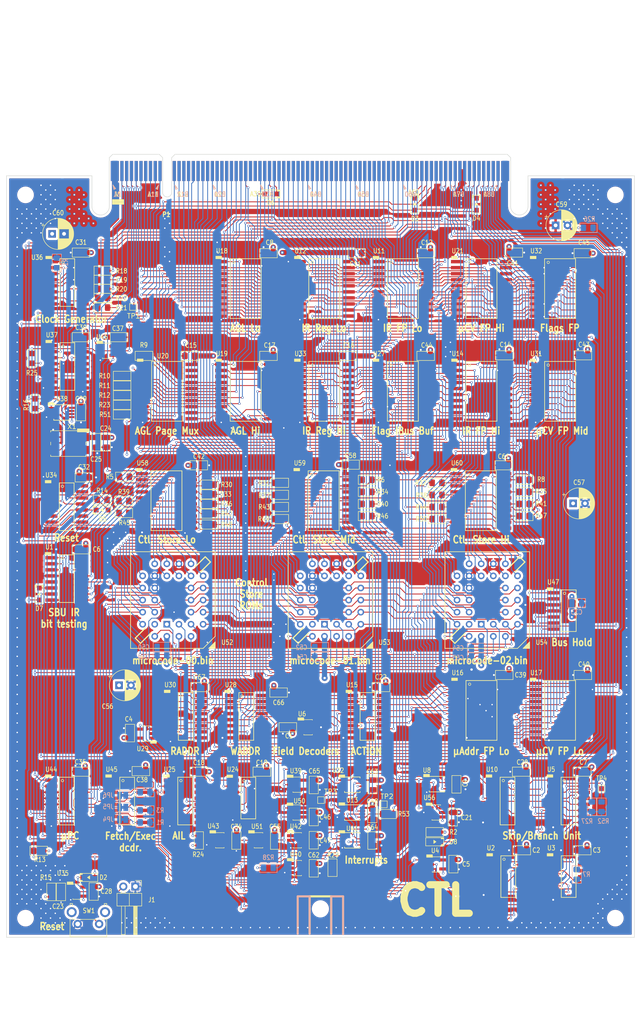
<source format=kicad_pcb>
(kicad_pcb (version 20171130) (host pcbnew 5.1.5-52549c5~84~ubuntu18.04.1)
  (title_block (title "CFT Control Unit Board") (comment 1 CTL))
  (layers (0 F.Cu signal) (1 In1.Cu power) (2 In2.Cu power) (31 B.Cu signal) (34 B.Paste user) (35 F.Paste user) (36 B.SilkS user) (37 F.SilkS user) (38 B.Mask user) (39 F.Mask user) (44 Edge.Cuts user))
  (net 0 "")
  (net 1 +5V)
  (net 2 GND)
  (net 3 /CLK4)
  (net 4 /CLK3)
  (net 5 /~RESET)
  (net 6 /T34)
  (net 7 /CLK2)
  (net 8 /CLK1)
  (net 9 /~RSTHOLD)
  (net 10 /~END)
  (net 11 /~R)
  (net 12 /~IO)
  (net 13 /~MEM)
  (net 14 /~ENDEXT)
  (net 15 /~HALT)
  (net 16 /IN-RSVD)
  (net 17 "/Microprogram Sequencer/UPC3")
  (net 18 "/Microprogram Sequencer/UPC2")
  (net 19 "/Microprogram Sequencer/UPC1")
  (net 20 "/Microprogram Sequencer/UPC0")
  (net 21 "/Flag Unit/~FLAGOE")
  (net 22 "/Flag Unit/FPD6")
  (net 23 "/Flag Unit/FPD7")
  (net 24 "/Flag Unit/FPD0")
  (net 25 "/Flag Unit/FPD1")
  (net 26 "/Flag Unit/FPD2")
  (net 27 "/Flag Unit/FPD3")
  (net 28 "/Flag Unit/FPD4")
  (net 29 "/Flag Unit/FPD5")
  (net 30 /~WS)
  (net 31 /~COND)
  (net 32 /FV)
  (net 33 /~IRQ)
  (net 34 /IBUS15)
  (net 35 /~FLAGWE)
  (net 36 /IR0)
  (net 37 /IR1)
  (net 38 /IR2)
  (net 39 /IR3)
  (net 40 /IR4)
  (net 41 /IR5)
  (net 42 /IR6)
  (net 43 /~SKIPEXT)
  (net 44 /~IRQS)
  (net 45 /~WEN)
  (net 46 /IR7)
  (net 47 /IR15)
  (net 48 /IR8)
  (net 49 /IR9)
  (net 50 /IR10)
  (net 51 /IR11)
  (net 52 /IR12)
  (net 53 /IR13)
  (net 54 /IR14)
  (net 55 /IDX1)
  (net 56 /IDX0)
  (net 57 "/Addressing Modes/IBUS0")
  (net 58 "/Addressing Modes/IBUS1")
  (net 59 "/Addressing Modes/IBUS2")
  (net 60 "/Addressing Modes/IBUS3")
  (net 61 "/Addressing Modes/IBUS4")
  (net 62 "/Addressing Modes/IBUS5")
  (net 63 "/Addressing Modes/IBUS6")
  (net 64 "/Addressing Modes/IBUS7")
  (net 65 "/Flag Unit/WADDR0")
  (net 66 "/Flag Unit/WADDR1")
  (net 67 "/Flag Unit/WADDR2")
  (net 68 "/Flag Unit/WADDR3")
  (net 69 "/Flag Unit/WADDR4")
  (net 70 "/Interrupt State Machine/ACTION0")
  (net 71 "/Interrupt State Machine/ACTION1")
  (net 72 "/Interrupt State Machine/ACTION2")
  (net 73 "/Interrupt State Machine/ACTION3")
  (net 74 "/Addressing Modes/IBUS8")
  (net 75 "/Addressing Modes/IBUS9")
  (net 76 "/Addressing Modes/IBUS10")
  (net 77 "/Addressing Modes/IBUS11")
  (net 78 "/Addressing Modes/IBUS12")
  (net 79 "/Addressing Modes/IBUS13")
  (net 80 "/Addressing Modes/IBUS14")
  (net 81 /FPCLK)
  (net 82 "/Clock Generator/CLK1₀")
  (net 83 "/Clock Generator/CLK2₀")
  (net 84 "/Clock Generator/CLK4₀")
  (net 85 "/Clock Generator/T34₀")
  (net 86 "/Addressing Modes/PAGE5")
  (net 87 "/Addressing Modes/PAGE4")
  (net 88 "/Addressing Modes/PAGE3")
  (net 89 "/Addressing Modes/PAGE2")
  (net 90 "/Addressing Modes/PAGE1")
  (net 91 "/Addressing Modes/PAGE0")
  (net 92 "/Clock Generator/÷4")
  (net 93 "/Clock Generator/÷2")
  (net 94 "/Clock Generator/CLKIN")
  (net 95 "/Clock Generator/CLK")
  (net 96 "/Clock Generator/CLK3₀")
  (net 97 "Net-(C23-Pad1)")
  (net 98 "Net-(D2-Pad1)")
  (net 99 /POWEROK)
  (net 100 "Net-(D5-Pad1)")
  (net 101 "Net-(D5-Pad2)")
  (net 102 "Net-(D7-Pad1)")
  (net 103 "Net-(D8-Pad1)")
  (net 104 "Net-(JP4-Pad2)")
  (net 105 "Net-(JP5-Pad2)")
  (net 106 "Net-(JP6-Pad2)")
  (net 107 /COND1)
  (net 108 /COND3)
  (net 109 /CEXT8)
  (net 110 /CEXT10)
  (net 111 /FL)
  (net 112 /FZ)
  (net 113 /FN)
  (net 114 /PC10)
  (net 115 /PC11)
  (net 116 /PC13)
  (net 117 /PC12)
  (net 118 /PC15)
  (net 119 /PC14)
  (net 120 /FPFETCH∕~EXEC)
  (net 121 /COND0)
  (net 122 /COND2)
  (net 123 /COND4)
  (net 124 /CEXT9)
  (net 125 "Net-(R5-Pad2)")
  (net 126 "Net-(R6-Pad2)")
  (net 127 "Net-(R8-Pad2)")
  (net 128 "Net-(R29-Pad2)")
  (net 129 "Net-(R30-Pad2)")
  (net 130 "Net-(R31-Pad2)")
  (net 131 "Net-(R32-Pad2)")
  (net 132 "Net-(R33-Pad2)")
  (net 133 "Net-(R34-Pad2)")
  (net 134 "Net-(R35-Pad2)")
  (net 135 "Net-(R36-Pad2)")
  (net 136 "Net-(R37-Pad2)")
  (net 137 "Net-(R38-Pad2)")
  (net 138 "Net-(R39-Pad2)")
  (net 139 "Net-(R40-Pad2)")
  (net 140 "Net-(R41-Pad2)")
  (net 141 "Net-(R42-Pad2)")
  (net 142 "Net-(R43-Pad2)")
  (net 143 "Net-(R44-Pad2)")
  (net 144 "Net-(R45-Pad2)")
  (net 145 "Net-(R46-Pad2)")
  (net 146 "Net-(R47-Pad2)")
  (net 147 "Net-(R48-Pad2)")
  (net 148 "Net-(R49-Pad2)")
  (net 149 "Net-(R50-Pad2)")
  (net 150 /FI)
  (net 151 "/Interrupt State Machine/~INH")
  (net 152 "/Interrupt State Machine/~IRQ1")
  (net 153 "/Skip/Branch Unit/~CEN0")
  (net 154 "/Skip/Branch Unit/SV")
  (net 155 "/Skip/Branch Unit/SL")
  (net 156 "/Skip/Branch Unit/SZ")
  (net 157 "/Skip/Branch Unit/SN")
  (net 158 "/Skip/Branch Unit/SZN")
  (net 159 "/Skip/Branch Unit/SVL")
  (net 160 "Net-(U3-Pad8)")
  (net 161 "/Skip/Branch Unit/SKP")
  (net 162 "/Skip/Branch Unit/~CEN1")
  (net 163 "/Flag Unit/~WRITE-MBP+FLAGS")
  (net 164 "/Flag Unit/~WRITE-FLAGS")
  (net 165 "/Interrupt State Machine/~ACTION-STI")
  (net 166 "/Interrupt State Machine/~RESET-OR-CLI")
  (net 167 "/Interrupt State Machine/~ACTION-CLI")
  (net 168 "/Interrupt State Machine/~IRQ0")
  (net 169 "/Flag Unit/~READ-MBP+FLAGS")
  (net 170 "/Flag Unit/~READ-FLAGS")
  (net 171 "Net-(U40-Pad2)")
  (net 172 "/Interrupt State Machine/ENDCP")
  (net 173 /~IRQSµC)
  (net 174 "/Microprogram Sequencer/~µPCCLR")
  (net 175 "/Microprogram Sequencer/~CSE")
  (net 176 "/Microprogram Sequencer/Microcode Store/µCV0")
  (net 177 "/Microprogram Sequencer/Microcode Store/µCV1")
  (net 178 "/Microprogram Sequencer/Microcode Store/µCV2")
  (net 179 "/Microprogram Sequencer/Microcode Store/µCV3")
  (net 180 "/Microprogram Sequencer/Microcode Store/µCV4")
  (net 181 "/Microprogram Sequencer/Microcode Store/µCV5")
  (net 182 "/Microprogram Sequencer/Microcode Store/µCV6")
  (net 183 "/Microprogram Sequencer/Microcode Store/µCV7")
  (net 184 "/Microprogram Sequencer/Microcode Store/µCV8")
  (net 185 "/Microprogram Sequencer/Microcode Store/µCV9")
  (net 186 "/Microprogram Sequencer/Microcode Store/µCV10")
  (net 187 "/Microprogram Sequencer/Microcode Store/µCV11")
  (net 188 "/Microprogram Sequencer/Microcode Store/µCV12")
  (net 189 "/Microprogram Sequencer/Microcode Store/µCV13")
  (net 190 "/Microprogram Sequencer/Microcode Store/µCV14")
  (net 191 "/Microprogram Sequencer/Microcode Store/µCV15")
  (net 192 "/Microprogram Sequencer/Microcode Store/µCV23")
  (net 193 "/Microprogram Sequencer/Microcode Store/µCV22")
  (net 194 "/Microprogram Sequencer/Microcode Store/µCV21")
  (net 195 "/Microprogram Sequencer/Microcode Store/µCV20")
  (net 196 "/Microprogram Sequencer/Microcode Store/µCV19")
  (net 197 "/Microprogram Sequencer/Microcode Store/µCV18")
  (net 198 "/Microprogram Sequencer/Microcode Store/µCV17")
  (net 199 "/Microprogram Sequencer/Microcode Store/µCV16")
  (net 200 /~FPIRL)
  (net 201 /~FPIRH)
  (net 202 /~FPµA0)
  (net 203 /~FPµC0)
  (net 204 /~FPµC2)
  (net 205 /~FPµC1)
  (net 206 "/Flag Unit/RADDR0")
  (net 207 "/Flag Unit/RADDR1")
  (net 208 "/Flag Unit/RADDR2")
  (net 209 "/Flag Unit/RADDR3")
  (net 210 "/Flag Unit/RADDR4")
  (net 211 /~READ-AGL)
  (net 212 /~FPRESET)
  (net 213 /sheet5DD55211/AB6)
  (net 214 /sheet5DD55211/AB7)
  (net 215 /sheet5DD55211/DB0)
  (net 216 /sheet5DD55211/DB1)
  (net 217 /sheet5DD55211/DB2)
  (net 218 /sheet5DD55211/DB3)
  (net 219 /sheet5DD55211/DB4)
  (net 220 /sheet5DD55211/DB5)
  (net 221 /sheet5DD55211/DB6)
  (net 222 /sheet5DD55211/DB7)
  (net 223 /~SYSDEV)
  (net 224 /~IODEV1xx)
  (net 225 /~IODEV2xx)
  (net 226 /~IODEV3xx)
  (net 227 /~W)
  (net 228 /sheet5DD55211/RSVD2)
  (net 229 /sheet5DD55211/RSVD3)
  (net 230 /sheet5DD55211/RSVD4)
  (net 231 /sheet5DD55211/AB8)
  (net 232 /sheet5DD55211/AB9)
  (net 233 /sheet5DD55211/AB10)
  (net 234 /sheet5DD55211/AB11)
  (net 235 /sheet5DD55211/AB12)
  (net 236 /sheet5DD55211/AB13)
  (net 237 /sheet5DD55211/AB14)
  (net 238 /sheet5DD55211/AB15)
  (net 239 /sheet5DD55211/AB16)
  (net 240 /sheet5DD55211/AB17)
  (net 241 /sheet5DD55211/AB18)
  (net 242 /sheet5DD55211/AB19)
  (net 243 /sheet5DD55211/AB20)
  (net 244 /sheet5DD55211/AB21)
  (net 245 /sheet5DD55211/AB22)
  (net 246 /sheet5DD55211/AB23)
  (net 247 /sheet5DD55211/RSVD1)
  (net 248 /sheet5DD55211/~IRQ0)
  (net 249 /sheet5DD55211/~IRQ1)
  (net 250 /sheet5DD55211/~IRQ2)
  (net 251 /sheet5DD55211/~IRQ3)
  (net 252 /sheet5DD55211/~IRQ4)
  (net 253 /sheet5DD55211/DB8)
  (net 254 /sheet5DD55211/DB9)
  (net 255 /sheet5DD55211/DB10)
  (net 256 /sheet5DD55211/DB11)
  (net 257 /sheet5DD55211/DB12)
  (net 258 /sheet5DD55211/DB13)
  (net 259 /sheet5DD55211/DB14)
  (net 260 /sheet5DD55211/DB15)
  (net 261 /sheet5DD55211/AB0)
  (net 262 /sheet5DD55211/AB1)
  (net 263 /sheet5DD55211/AB2)
  (net 264 /sheet5DD55211/AB3)
  (net 265 /sheet5DD55211/AB4)
  (net 266 /sheet5DD55211/AB5)
  (net 267 /sheet5DD55211/~IRQ5)
  (net 268 /sheet5DD55211/~IRQ6)
  (net 269 /sheet5DD55211/~IRQ7)
  (net 270 /~RUEN)
  (net 271 /~WUEN)
  (net 272 "Net-(U1-Pad5)")
  (net 273 "Net-(U3-Pad11)")
  (net 274 "Net-(U5-Pad5)")
  (net 275 "Net-(U8-Pad3)")
  (net 276 "Net-(U10-Pad6)")
  (net 277 "Net-(U10-Pad7)")
  (net 278 "Net-(U10-Pad9)")
  (net 279 "Net-(U10-Pad10)")
  (net 280 "Net-(U10-Pad11)")
  (net 281 "Net-(U10-Pad12)")
  (net 282 /~WRITE-IR)
  (net 283 "Net-(U13-Pad3)")
  (net 284 "Net-(U15-Pad15)")
  (net 285 "Net-(U15-Pad14)")
  (net 286 "Net-(U15-Pad13)")
  (net 287 "Net-(U15-Pad10)")
  (net 288 "Net-(U15-Pad9)")
  (net 289 "Net-(U15-Pad7)")
  (net 290 "Net-(U20-Pad19)")
  (net 291 "Net-(U20-Pad18)")
  (net 292 "Net-(U22-Pad3)")
  (net 293 "Net-(U24-Pad8)")
  (net 294 "Net-(U24-Pad11)")
  (net 295 "Net-(U25-Pad9)")
  (net 296 "Net-(U25-Pad10)")
  (net 297 "Net-(U25-Pad11)")
  (net 298 "Net-(U25-Pad12)")
  (net 299 "Net-(U25-Pad13)")
  (net 300 "Net-(U25-Pad14)")
  (net 301 "Net-(U25-Pad15)")
  (net 302 "Net-(U28-Pad15)")
  (net 303 "Net-(U28-Pad14)")
  (net 304 "Net-(U28-Pad13)")
  (net 305 "Net-(U28-Pad12)")
  (net 306 "Net-(U28-Pad11)")
  (net 307 "Net-(U30-Pad11)")
  (net 308 "Net-(U30-Pad12)")
  (net 309 "Net-(U30-Pad13)")
  (net 310 "Net-(U30-Pad14)")
  (net 311 "Net-(U30-Pad15)")
  (net 312 /~FPFLAGS)
  (net 313 "Net-(U34-Pad1)")
  (net 314 "Net-(U34-Pad2)")
  (net 315 "Net-(U34-Pad3)")
  (net 316 "Net-(U34-Pad4)")
  (net 317 "Net-(U34-Pad5)")
  (net 318 "Net-(U34-Pad6)")
  (net 319 "Net-(U34-Pad9)")
  (net 320 "Net-(U34-Pad15)")
  (net 321 "Net-(U36-Pad12)")
  (net 322 "Net-(U36-Pad10)")
  (net 323 "Net-(U36-Pad9)")
  (net 324 "Net-(U37-Pad13)")
  (net 325 "Net-(U37-Pad12)")
  (net 326 "Net-(U37-Pad7)")
  (net 327 "Net-(U37-Pad6)")
  (net 328 "Net-(U38-Pad3)")
  (net 329 "Net-(U44-Pad15)")
  (net 330 "Net-(U45-Pad6)")
  (net 331 "Net-(U45-Pad5)")
  (net 332 "/Instruction Register (IR)/~WIR")
  (net 333 "/Skip/Branch Unit/~COND₀")
  (net 334 "/Skip/Branch Unit/~COND₁")
  (net 335 /WSTB)
  (net 336 /IDXEN)
  (net 337 /~FPCLK~⁄CLK)
  (module alexios:SOT-23-6_Handsoldering (layer F.Cu) (at 115.951 192.151)
    (fp_text reference U6 (at -0.842801 -1.85) (layer F.SilkS) (effects (font (size 1 0.83)) (justify left)))
    (fp_text value 74LVC1G0832)
    (pad 5 smd rect (at 2.7 0.95) (size 1.56 0.65) (layers F.Cu F.Paste F.Mask) (net 2 GND))
    (pad 6 smd rect (at 2.7 0) (size 1.56 0.65) (layers F.Cu F.Paste F.Mask) (net 3 /CLK4))
    (pad 4 smd rect (at 2.7 1.9) (size 1.56 0.65) (layers F.Cu F.Paste F.Mask) (net 35 /~FLAGWE))
    (pad 3 smd rect (at 0 1.9) (size 1.56 0.65) (layers F.Cu F.Paste F.Mask) (net 164 "/Flag Unit/~WRITE-FLAGS"))
    (pad 2 smd rect (at 0 0.95) (size 1.56 0.65) (layers F.Cu F.Paste F.Mask) (net 1 +5V))
    (pad 1 smd rect (at 0 0) (size 1.56 0.65) (layers F.Cu F.Paste F.Mask) (net 163 "/Flag Unit/~WRITE-MBP+FLAGS"))
  )
  (module TestPoint:TestPoint_Pad_1.0x1.0mm (layer F.Cu) (at 178.943 205.994)
    (fp_text reference TP4 (at 0 -2.159) (layer F.SilkS) (effects (font (size 1 0.83))))
    (fp_text value TestPoint)
    (pad 1 smd rect (at 0 0) (size 1 1) (layers F.Cu F.Mask) (net 110 /CEXT10))
  )
  (module MountingHole:MountingHole_2.5mm (layer F.Cu) (at 181.8401 233.21904)
    (fp_text reference REF** hide)
    (fp_text value MountingHole_2.5mm hide)
    (pad 1 np_thru_hole circle (at 0 0) (size 2.5 2.5) (drill 2.5) (layers *.Cu *.Mask))
  )
  (module MountingHole:MountingHole_2.5mm (layer F.Cu) (at 57.9501 233.21904)
    (fp_text reference REF** hide)
    (fp_text value MountingHole_2.5mm hide)
    (pad 1 np_thru_hole circle (at 0 0) (size 2.5 2.5) (drill 2.5) (layers *.Cu *.Mask))
  )
  (module MountingHole:MountingHole_2.5mm (layer F.Cu) (at 181.8401 81.21904)
    (fp_text reference REF** hide)
    (fp_text value MountingHole_2.5mm hide)
    (pad 1 np_thru_hole circle (at 0 0) (size 2.5 2.5) (drill 2.5) (layers *.Cu *.Mask))
  )
  (module MountingHole:MountingHole_2.5mm (layer F.Cu) (at 57.9501 81.21904)
    (fp_text reference REF** hide)
    (fp_text value MountingHole_2.5mm hide)
    (pad 1 np_thru_hole circle (at 0 0) (size 2.5 2.5) (drill 2.5) (layers *.Cu *.Mask))
  )
  (module alexios:R_SMD_0805_2012Metric_Pad1.15x1.40mm_HandSolder (layer F.Cu) (at 96.52 148.209 180)
    (fp_text reference R42 (at -3.674 0 180) (layer F.SilkS) (effects (font (size 1 0.83))))
    (fp_text value 0Ω/30Ω)
    (pad 2 smd roundrect (at 1.025 0 180) (size 1.15 1.4) (layers F.Cu F.Paste F.Mask) (roundrect_rratio 0.217391) (net 141 "Net-(R42-Pad2)"))
    (pad 1 smd roundrect (at -1.025 0 180) (size 1.15 1.4) (layers F.Cu F.Paste F.Mask) (roundrect_rratio 0.217391) (net 65 "/Flag Unit/WADDR0"))
  )
  (module alexios:CFT-2019-Card-Edge (layer F.Cu) (at 76.2 76.2)
    (fp_text reference P1 (at 11.3284 9.144 180) (layer F.SilkS) (effects (font (size 1 0.83) (thickness 0.3))))
    (fp_text value CFT-2019-Bus)
    (fp_text user B60 (at 63.9 4.9 180) (layer B.SilkS) (effects (font (size 1 0.83)) (justify left mirror)))
    (fp_text user B50 (at 54 4.9 180) (layer B.SilkS) (effects (font (size 1 0.83)) (justify left mirror)))
    (fp_text user B40 (at 44 4.9 180) (layer B.SilkS) (effects (font (size 1 0.83)) (justify left mirror)))
    (fp_text user B30 (at 34 4.9 180) (layer B.SilkS) (effects (font (size 1 0.83)) (justify left mirror)))
    (fp_text user B20 (at 23.9 4.9 180) (layer B.SilkS) (effects (font (size 1 0.83)) (justify left mirror)))
    (fp_line (start -22.25 161.05) (end -22.25 1) (layer Edge.Cuts) (width 0.1))
    (fp_line (start -22.25 1) (end -4.3 1) (layer Edge.Cuts) (width 0.1))
    (fp_line (start 87.3 1) (end 87.3 7.425) (layer Edge.Cuts) (width 0.1))
    (fp_line (start 83.65 7.425) (end 83.65 -2.8) (layer Edge.Cuts) (width 0.1))
    (fp_line (start 82.95 -3.5) (end 83.65 -2.8) (layer Edge.Cuts) (width 0.1))
    (fp_arc (start 85.475 7.425) (end 87.3 7.425) (angle 180) (layer Edge.Cuts) (width 0.1))
    (fp_line (start -4.3 1) (end -4.3 7.425) (layer Edge.Cuts) (width 0.1))
    (fp_arc (start -2.475 7.425) (end -4.3 7.425) (angle -180) (layer Edge.Cuts) (width 0.1))
    (fp_line (start 13.15 -3.5) (end 82.95 -3.5) (layer Edge.Cuts) (width 0.1))
    (fp_line (start 13.15 -3.5) (end 12.45 -2.8) (layer Edge.Cuts) (width 0.1))
    (fp_line (start 12.45 4.5) (end 12.45 -2.8) (layer Edge.Cuts) (width 0.1))
    (fp_arc (start 11.5 4.5) (end 10.55 4.5) (angle -180) (layer Edge.Cuts) (width 0.1))
    (fp_line (start 10.55 -2.8) (end 10.55 4.5) (layer Edge.Cuts) (width 0.1))
    (fp_line (start 9.85 -3.5) (end 10.55 -2.8) (layer Edge.Cuts) (width 0.1))
    (fp_line (start 0.05 -3.5) (end 9.85 -3.5) (layer Edge.Cuts) (width 0.1))
    (fp_line (start 0.05 -3.5) (end -0.65 -2.8) (layer Edge.Cuts) (width 0.1))
    (fp_line (start -0.65 7.425) (end -0.65 -2.8) (layer Edge.Cuts) (width 0.1))
    (fp_text user B11 (at 7.2 4.9 180) (layer B.SilkS) (effects (font (size 1 0.83)) (justify right mirror)))
    (fp_text user B1 (at 1.9 4.9 180) (layer B.SilkS) (effects (font (size 1 0.83)) (justify left mirror)))
    (fp_text user A12 (at 13.6 4.9) (layer F.SilkS) (effects (font (size 1 0.83)) (justify left)))
    (fp_text user A80 (at 77.9 4.9) (layer F.SilkS) (effects (font (size 1 0.83)) (justify left)))
    (fp_text user A70 (at 71.5 4.9) (layer F.SilkS) (effects (font (size 1 0.83)) (justify left)))
    (fp_text user A60 (at 62.05 4.45) (layer F.SilkS) (effects (font (size 1 0.83)) (justify left)))
    (fp_text user A50 (at 51.5 4.9) (layer F.SilkS) (effects (font (size 1 0.83)) (justify left)))
    (fp_text user A40 (at 41.5 4.9) (layer F.SilkS) (effects (font (size 1 0.83)) (justify left)))
    (fp_text user A30 (at 28.829 4.826) (layer F.SilkS) (effects (font (size 1 0.83)) (justify left)))
    (fp_text user A20 (at 21.4 4.9) (layer F.SilkS) (effects (font (size 1 0.83)) (justify left)))
    (fp_text user A11 (at 7.3 4.9) (layer F.SilkS) (effects (font (size 1 0.83)) (justify left)))
    (fp_text user A1 (at 0.3 4.9) (layer F.SilkS) (effects (font (size 1 0.83)) (justify left)))
    (fp_line (start 109.64 161.05) (end -22.25 161.05) (layer Edge.Cuts) (width 0.1))
    (fp_line (start 87.3 1) (end 109.64 1) (layer Edge.Cuts) (width 0.1))
    (fp_line (start 109.64 161.05) (end 109.64 1) (layer Edge.Cuts) (width 0.1))
    (fp_text user B12 (at 16.1 4.9 180) (layer B.SilkS) (effects (font (size 1 0.83)) (justify left mirror)))
    (fp_text user B70 (at 74 4.9 180) (layer B.SilkS) (effects (font (size 1 0.83)) (justify left mirror)))
    (fp_text user B80 (at 80.4 4.9 180) (layer B.SilkS) (effects (font (size 1 0.83)) (justify left mirror)))
    (pad B3 connect rect (at 2 0 180) (size 0.7 4.2) (layers B.Cu B.Mask) (net 8 /CLK1))
    (pad B4 connect rect (at 3 0 180) (size 0.7 4.2) (layers B.Cu B.Mask) (net 7 /CLK2))
    (pad B5 connect rect (at 4 0 180) (size 0.7 4.2) (layers B.Cu B.Mask) (net 6 /T34))
    (pad B6 connect rect (at 5 0 180) (size 0.7 4.2) (layers B.Cu B.Mask) (net 5 /~RESET))
    (pad B7 connect rect (at 6 0 180) (size 0.7 4.2) (layers B.Cu B.Mask) (net 57 "/Addressing Modes/IBUS0"))
    (pad B8 connect rect (at 7 0 180) (size 0.7 4.2) (layers B.Cu B.Mask) (net 58 "/Addressing Modes/IBUS1"))
    (pad B9 connect rect (at 8 0 180) (size 0.7 4.2) (layers B.Cu B.Mask) (net 59 "/Addressing Modes/IBUS2"))
    (pad B10 connect rect (at 9 0 180) (size 0.7 4.2) (layers B.Cu B.Mask) (net 60 "/Addressing Modes/IBUS3"))
    (pad B11 connect rect (at 10 0 180) (size 0.7 4.2) (layers B.Cu B.Mask) (net 61 "/Addressing Modes/IBUS4"))
    (pad B12 connect rect (at 13 0 180) (size 0.7 4.2) (layers B.Cu B.Mask) (net 62 "/Addressing Modes/IBUS5"))
    (pad A13 connect rect (at 14 0 180) (size 0.7 4.2) (layers F.Cu F.Mask) (net 213 /sheet5DD55211/AB6))
    (pad A14 connect rect (at 15 0 180) (size 0.7 4.2) (layers F.Cu F.Mask) (net 214 /sheet5DD55211/AB7))
    (pad A15 connect rect (at 16 0 180) (size 0.7 4.2) (layers F.Cu F.Mask) (net 215 /sheet5DD55211/DB0))
    (pad A16 connect rect (at 17 0 180) (size 0.7 4.2) (layers F.Cu F.Mask) (net 216 /sheet5DD55211/DB1))
    (pad A17 connect rect (at 18 0 180) (size 0.7 4.2) (layers F.Cu F.Mask) (net 217 /sheet5DD55211/DB2))
    (pad A18 connect rect (at 19 0 180) (size 0.7 4.2) (layers F.Cu F.Mask) (net 218 /sheet5DD55211/DB3))
    (pad A19 connect rect (at 20 0 180) (size 0.7 4.2) (layers F.Cu F.Mask) (net 219 /sheet5DD55211/DB4))
    (pad A20 connect rect (at 21 0 180) (size 0.7 4.2) (layers F.Cu F.Mask) (net 220 /sheet5DD55211/DB5))
    (pad A21 connect rect (at 22 0 180) (size 0.7 4.2) (layers F.Cu F.Mask) (net 221 /sheet5DD55211/DB6))
    (pad A22 connect rect (at 23 0 180) (size 0.7 4.2) (layers F.Cu F.Mask) (net 222 /sheet5DD55211/DB7))
    (pad A23 connect rect (at 24 0 180) (size 0.7 4.2) (layers F.Cu F.Mask) (net 223 /~SYSDEV))
    (pad A24 connect rect (at 25 0 180) (size 0.7 4.2) (layers F.Cu F.Mask) (net 224 /~IODEV1xx))
    (pad A25 connect rect (at 26 0 180) (size 0.7 4.2) (layers F.Cu F.Mask) (net 225 /~IODEV2xx))
    (pad A26 connect rect (at 27 0 180) (size 0.7 4.2) (layers F.Cu F.Mask) (net 226 /~IODEV3xx))
    (pad A27 connect rect (at 28 0 180) (size 0.7 4.2) (layers F.Cu F.Mask) (net 11 /~R))
    (pad A28 connect rect (at 29 0 180) (size 0.7 4.2) (layers F.Cu F.Mask) (net 227 /~W))
    (pad A29 connect rect (at 30 0 180) (size 0.7 4.2) (layers F.Cu F.Mask) (net 228 /sheet5DD55211/RSVD2))
    (pad A30 connect rect (at 31 0 180) (size 0.7 4.2) (layers F.Cu F.Mask) (net 229 /sheet5DD55211/RSVD3))
    (pad A31 connect rect (at 32 0 180) (size 0.7 4.2) (layers F.Cu F.Mask) (net 230 /sheet5DD55211/RSVD4))
    (pad A32 connect rect (at 33 0 180) (size 0.7 4.2) (layers F.Cu F.Mask) (net 14 /~ENDEXT))
    (pad A33 connect rect (at 34 0 180) (size 0.7 4.2) (layers F.Cu F.Mask) (net 43 /~SKIPEXT))
    (pad A34 connect rect (at 35 0 180) (size 0.7 4.2) (layers F.Cu F.Mask) (net 231 /sheet5DD55211/AB8))
    (pad A35 connect rect (at 36 0 180) (size 0.7 4.2) (layers F.Cu F.Mask) (net 232 /sheet5DD55211/AB9))
    (pad A36 connect rect (at 37 0 180) (size 0.7 4.2) (layers F.Cu F.Mask) (net 233 /sheet5DD55211/AB10))
    (pad A37 connect rect (at 38 0 180) (size 0.7 4.2) (layers F.Cu F.Mask) (net 234 /sheet5DD55211/AB11))
    (pad A38 connect rect (at 39 0 180) (size 0.7 4.2) (layers F.Cu F.Mask) (net 235 /sheet5DD55211/AB12))
    (pad A39 connect rect (at 40 0 180) (size 0.7 4.2) (layers F.Cu F.Mask) (net 236 /sheet5DD55211/AB13))
    (pad A40 connect rect (at 41 0 180) (size 0.7 4.2) (layers F.Cu F.Mask) (net 237 /sheet5DD55211/AB14))
    (pad A41 connect rect (at 42 0 180) (size 0.7 4.2) (layers F.Cu F.Mask) (net 238 /sheet5DD55211/AB15))
    (pad A42 connect rect (at 43 0 180) (size 0.7 4.2) (layers F.Cu F.Mask) (net 239 /sheet5DD55211/AB16))
    (pad A43 connect rect (at 44 0 180) (size 0.7 4.2) (layers F.Cu F.Mask) (net 240 /sheet5DD55211/AB17))
    (pad A44 connect rect (at 45 0 180) (size 0.7 4.2) (layers F.Cu F.Mask) (net 241 /sheet5DD55211/AB18))
    (pad A45 connect rect (at 46 0 180) (size 0.7 4.2) (layers F.Cu F.Mask) (net 242 /sheet5DD55211/AB19))
    (pad A46 connect rect (at 47 0 180) (size 0.7 4.2) (layers F.Cu F.Mask) (net 243 /sheet5DD55211/AB20))
    (pad A47 connect rect (at 48 0 180) (size 0.7 4.2) (layers F.Cu F.Mask) (net 244 /sheet5DD55211/AB21))
    (pad A48 connect rect (at 49 0 180) (size 0.7 4.2) (layers F.Cu F.Mask) (net 245 /sheet5DD55211/AB22))
    (pad A49 connect rect (at 50 0 180) (size 0.7 4.2) (layers F.Cu F.Mask) (net 246 /sheet5DD55211/AB23))
    (pad A50 connect rect (at 51 0 180) (size 0.7 4.2) (layers F.Cu F.Mask) (net 247 /sheet5DD55211/RSVD1))
    (pad A51 connect rect (at 52 0 180) (size 0.7 4.2) (layers F.Cu F.Mask) (net 248 /sheet5DD55211/~IRQ0))
    (pad A52 connect rect (at 53 0 180) (size 0.7 4.2) (layers F.Cu F.Mask) (net 249 /sheet5DD55211/~IRQ1))
    (pad A53 connect rect (at 54 0 180) (size 0.7 4.2) (layers F.Cu F.Mask) (net 250 /sheet5DD55211/~IRQ2))
    (pad A54 connect rect (at 55 0 180) (size 0.7 4.2) (layers F.Cu F.Mask) (net 251 /sheet5DD55211/~IRQ3))
    (pad A55 connect rect (at 56 0 180) (size 0.7 4.2) (layers F.Cu F.Mask) (net 252 /sheet5DD55211/~IRQ4))
    (pad A56 connect rect (at 57 0 180) (size 0.7 4.2) (layers F.Cu F.Mask) (net 253 /sheet5DD55211/DB8))
    (pad A57 connect rect (at 58 0 180) (size 0.7 4.2) (layers F.Cu F.Mask) (net 254 /sheet5DD55211/DB9))
    (pad A58 connect rect (at 59 0 180) (size 0.7 4.2) (layers F.Cu F.Mask) (net 255 /sheet5DD55211/DB10))
    (pad A59 connect rect (at 60 0 180) (size 0.7 4.2) (layers F.Cu F.Mask) (net 256 /sheet5DD55211/DB11))
    (pad A60 connect rect (at 61 0 180) (size 0.7 4.2) (layers F.Cu F.Mask) (net 257 /sheet5DD55211/DB12))
    (pad A61 connect rect (at 62 0 180) (size 0.7 4.2) (layers F.Cu F.Mask) (net 258 /sheet5DD55211/DB13))
    (pad A62 connect rect (at 63 0 180) (size 0.7 4.2) (layers F.Cu F.Mask) (net 259 /sheet5DD55211/DB14))
    (pad A63 connect rect (at 64 0 180) (size 0.7 4.2) (layers F.Cu F.Mask) (net 260 /sheet5DD55211/DB15))
    (pad A64 connect rect (at 65 0 180) (size 0.7 4.2) (layers F.Cu F.Mask) (net 118 /PC15))
    (pad A65 connect rect (at 66 0 180) (size 0.7 4.2) (layers F.Cu F.Mask) (net 212 /~FPRESET))
    (pad A66 connect rect (at 67 0 180) (size 0.7 4.2) (layers F.Cu F.Mask) (net 81 /FPCLK))
    (pad A6 connect rect (at 5 0 180) (size 0.7 4.2) (layers F.Cu F.Mask) (net 9 /~RSTHOLD))
    (pad A7 connect rect (at 6 0 180) (size 0.7 4.2) (layers F.Cu F.Mask) (net 261 /sheet5DD55211/AB0))
    (pad A8 connect rect (at 7 0 180) (size 0.7 4.2) (layers F.Cu F.Mask) (net 262 /sheet5DD55211/AB1))
    (pad A9 connect rect (at 8 0 180) (size 0.7 4.2) (layers F.Cu F.Mask) (net 263 /sheet5DD55211/AB2))
    (pad A10 connect rect (at 9 0 180) (size 0.7 4.2) (layers F.Cu F.Mask) (net 264 /sheet5DD55211/AB3))
    (pad A11 connect rect (at 10 0 180) (size 0.7 4.2) (layers F.Cu F.Mask) (net 265 /sheet5DD55211/AB4))
    (pad A12 connect rect (at 13 0 180) (size 0.7 4.2) (layers F.Cu F.Mask) (net 266 /sheet5DD55211/AB5))
    (pad B1 connect rect (at 0 0 180) (size 0.7 4.2) (layers B.Cu B.Mask) (net 2 GND))
    (pad B2 connect rect (at 1 0 180) (size 0.7 4.2) (layers B.Cu B.Mask) (net 2 GND))
    (pad A1 connect rect (at 0 0 180) (size 0.7 4.2) (layers F.Cu F.Mask) (net 1 +5V))
    (pad A2 connect rect (at 1 0 180) (size 0.7 4.2) (layers F.Cu F.Mask) (net 1 +5V))
    (pad A3 connect rect (at 2 0 180) (size 0.7 4.2) (layers F.Cu F.Mask) (net 4 /CLK3))
    (pad A4 connect rect (at 3 0 180) (size 0.7 4.2) (layers F.Cu F.Mask) (net 3 /CLK4))
    (pad A5 connect rect (at 4 0 180) (size 0.7 4.2) (layers F.Cu F.Mask) (net 335 /WSTB))
    (pad A67 connect rect (at 68 0 180) (size 0.7 4.2) (layers F.Cu F.Mask) (net 267 /sheet5DD55211/~IRQ5))
    (pad A68 connect rect (at 69 0 180) (size 0.7 4.2) (layers F.Cu F.Mask) (net 268 /sheet5DD55211/~IRQ6))
    (pad A69 connect rect (at 70 0 180) (size 0.7 4.2) (layers F.Cu F.Mask) (net 120 /FPFETCH∕~EXEC))
    (pad A70 connect rect (at 71 0 180) (size 0.7 4.2) (layers F.Cu F.Mask) (net 269 /sheet5DD55211/~IRQ7))
    (pad A71 connect rect (at 72 0 180) (size 0.7 4.2) (layers F.Cu F.Mask) (net 203 /~FPµC0))
    (pad A72 connect rect (at 73 0 180) (size 0.7 4.2) (layers F.Cu F.Mask) (net 2 GND))
    (pad A73 connect rect (at 74 0 180) (size 0.7 4.2) (layers F.Cu F.Mask) (net 2 GND))
    (pad A74 connect rect (at 75 0 180) (size 0.7 4.2) (layers F.Cu F.Mask) (net 204 /~FPµC2))
    (pad A75 connect rect (at 76 0 180) (size 0.7 4.2) (layers F.Cu F.Mask) (net 201 /~FPIRH))
    (pad A76 connect rect (at 77 0 180) (size 0.7 4.2) (layers F.Cu F.Mask) (net 99 /POWEROK))
    (pad A77 connect rect (at 78 0 180) (size 0.7 4.2) (layers F.Cu F.Mask) (net 107 /COND1))
    (pad A78 connect rect (at 79 0 180) (size 0.7 4.2) (layers F.Cu F.Mask) (net 108 /COND3))
    (pad A79 connect rect (at 80 0 180) (size 0.7 4.2) (layers F.Cu F.Mask) (net 109 /CEXT8))
    (pad A80 connect rect (at 81 0 180) (size 0.7 4.2) (layers F.Cu F.Mask) (net 336 /IDXEN))
    (pad A81 connect rect (at 82 0 180) (size 0.7 4.2) (layers F.Cu F.Mask) (net 1 +5V))
    (pad A82 connect rect (at 83 0 180) (size 0.7 4.2) (layers F.Cu F.Mask) (net 1 +5V))
    (pad B13 connect rect (at 14 0 180) (size 0.7 4.2) (layers B.Cu B.Mask) (net 63 "/Addressing Modes/IBUS6"))
    (pad B14 connect rect (at 15 0 180) (size 0.7 4.2) (layers B.Cu B.Mask) (net 64 "/Addressing Modes/IBUS7"))
    (pad B15 connect rect (at 16 0 180) (size 0.7 4.2) (layers B.Cu B.Mask) (net 206 "/Flag Unit/RADDR0"))
    (pad B16 connect rect (at 17 0 180) (size 0.7 4.2) (layers B.Cu B.Mask) (net 207 "/Flag Unit/RADDR1"))
    (pad B17 connect rect (at 18 0 180) (size 0.7 4.2) (layers B.Cu B.Mask) (net 208 "/Flag Unit/RADDR2"))
    (pad B18 connect rect (at 19 0 180) (size 0.7 4.2) (layers B.Cu B.Mask) (net 209 "/Flag Unit/RADDR3"))
    (pad B19 connect rect (at 20 0 180) (size 0.7 4.2) (layers B.Cu B.Mask) (net 210 "/Flag Unit/RADDR4"))
    (pad B20 connect rect (at 21 0 180) (size 0.7 4.2) (layers B.Cu B.Mask) (net 65 "/Flag Unit/WADDR0"))
    (pad B21 connect rect (at 22 0 180) (size 0.7 4.2) (layers B.Cu B.Mask) (net 66 "/Flag Unit/WADDR1"))
    (pad B22 connect rect (at 23 0 180) (size 0.7 4.2) (layers B.Cu B.Mask) (net 67 "/Flag Unit/WADDR2"))
    (pad B23 connect rect (at 24 0 180) (size 0.7 4.2) (layers B.Cu B.Mask) (net 68 "/Flag Unit/WADDR3"))
    (pad B24 connect rect (at 25 0 180) (size 0.7 4.2) (layers B.Cu B.Mask) (net 69 "/Flag Unit/WADDR4"))
    (pad B25 connect rect (at 26 0 180) (size 0.7 4.2) (layers B.Cu B.Mask) (net 13 /~MEM))
    (pad B26 connect rect (at 27 0 180) (size 0.7 4.2) (layers B.Cu B.Mask) (net 12 /~IO))
    (pad B27 connect rect (at 28 0 180) (size 0.7 4.2) (layers B.Cu B.Mask) (net 30 /~WS))
    (pad B28 connect rect (at 29 0 180) (size 0.7 4.2) (layers B.Cu B.Mask) (net 270 /~RUEN))
    (pad B29 connect rect (at 30 0 180) (size 0.7 4.2) (layers B.Cu B.Mask) (net 271 /~WUEN))
    (pad B30 connect rect (at 31 0 180) (size 0.7 4.2) (layers B.Cu B.Mask) (net 70 "/Interrupt State Machine/ACTION0"))
    (pad B31 connect rect (at 32 0 180) (size 0.7 4.2) (layers B.Cu B.Mask) (net 71 "/Interrupt State Machine/ACTION1"))
    (pad B32 connect rect (at 33 0 180) (size 0.7 4.2) (layers B.Cu B.Mask) (net 72 "/Interrupt State Machine/ACTION2"))
    (pad B33 connect rect (at 34 0 180) (size 0.7 4.2) (layers B.Cu B.Mask) (net 73 "/Interrupt State Machine/ACTION3"))
    (pad B34 connect rect (at 35 0 180) (size 0.7 4.2) (layers B.Cu B.Mask) (net 74 "/Addressing Modes/IBUS8"))
    (pad B35 connect rect (at 36 0 180) (size 0.7 4.2) (layers B.Cu B.Mask) (net 75 "/Addressing Modes/IBUS9"))
    (pad B36 connect rect (at 37 0 180) (size 0.7 4.2) (layers B.Cu B.Mask) (net 76 "/Addressing Modes/IBUS10"))
    (pad B37 connect rect (at 38 0 180) (size 0.7 4.2) (layers B.Cu B.Mask) (net 77 "/Addressing Modes/IBUS11"))
    (pad B38 connect rect (at 39 0 180) (size 0.7 4.2) (layers B.Cu B.Mask) (net 78 "/Addressing Modes/IBUS12"))
    (pad B39 connect rect (at 40 0 180) (size 0.7 4.2) (layers B.Cu B.Mask) (net 79 "/Addressing Modes/IBUS13"))
    (pad B40 connect rect (at 41 0 180) (size 0.7 4.2) (layers B.Cu B.Mask) (net 80 "/Addressing Modes/IBUS14"))
    (pad B41 connect rect (at 42 0 180) (size 0.7 4.2) (layers B.Cu B.Mask) (net 34 /IBUS15))
    (pad B42 connect rect (at 43 0 180) (size 0.7 4.2) (layers B.Cu B.Mask) (net 33 /~IRQ))
    (pad B43 connect rect (at 44 0 180) (size 0.7 4.2) (layers B.Cu B.Mask) (net 44 /~IRQS))
    (pad B44 connect rect (at 45 0 180) (size 0.7 4.2) (layers B.Cu B.Mask) (net 36 /IR0))
    (pad B45 connect rect (at 46 0 180) (size 0.7 4.2) (layers B.Cu B.Mask) (net 37 /IR1))
    (pad B46 connect rect (at 47 0 180) (size 0.7 4.2) (layers B.Cu B.Mask) (net 38 /IR2))
    (pad B47 connect rect (at 48 0 180) (size 0.7 4.2) (layers B.Cu B.Mask) (net 39 /IR3))
    (pad B48 connect rect (at 49 0 180) (size 0.7 4.2) (layers B.Cu B.Mask) (net 40 /IR4))
    (pad B49 connect rect (at 50 0 180) (size 0.7 4.2) (layers B.Cu B.Mask) (net 41 /IR5))
    (pad B50 connect rect (at 51 0 180) (size 0.7 4.2) (layers B.Cu B.Mask) (net 42 /IR6))
    (pad B51 connect rect (at 52 0 180) (size 0.7 4.2) (layers B.Cu B.Mask) (net 45 /~WEN))
    (pad B52 connect rect (at 53 0 180) (size 0.7 4.2) (layers B.Cu B.Mask) (net 111 /FL))
    (pad B53 connect rect (at 54 0 180) (size 0.7 4.2) (layers B.Cu B.Mask) (net 32 /FV))
    (pad B54 connect rect (at 55 0 180) (size 0.7 4.2) (layers B.Cu B.Mask) (net 35 /~FLAGWE))
    (pad B55 connect rect (at 56 0 180) (size 0.7 4.2) (layers B.Cu B.Mask) (net 112 /FZ))
    (pad B56 connect rect (at 57 0 180) (size 0.7 4.2) (layers B.Cu B.Mask) (net 113 /FN))
    (pad B57 connect rect (at 58 0 180) (size 0.7 4.2) (layers B.Cu B.Mask) (net 114 /PC10))
    (pad B58 connect rect (at 59 0 180) (size 0.7 4.2) (layers B.Cu B.Mask) (net 117 /PC12))
    (pad B59 connect rect (at 60 0 180) (size 0.7 4.2) (layers B.Cu B.Mask) (net 115 /PC11))
    (pad B60 connect rect (at 61 0 180) (size 0.7 4.2) (layers B.Cu B.Mask) (net 15 /~HALT))
    (pad B61 connect rect (at 62 0 180) (size 0.7 4.2) (layers B.Cu B.Mask) (net 119 /PC14))
    (pad B62 connect rect (at 63 0 180) (size 0.7 4.2) (layers B.Cu B.Mask) (net 116 /PC13))
    (pad B63 connect rect (at 64 0 180) (size 0.7 4.2) (layers B.Cu B.Mask) (net 24 "/Flag Unit/FPD0"))
    (pad B64 connect rect (at 65 0 180) (size 0.7 4.2) (layers B.Cu B.Mask) (net 25 "/Flag Unit/FPD1"))
    (pad B65 connect rect (at 66 0 180) (size 0.7 4.2) (layers B.Cu B.Mask) (net 26 "/Flag Unit/FPD2"))
    (pad B66 connect rect (at 67 0 180) (size 0.7 4.2) (layers B.Cu B.Mask) (net 27 "/Flag Unit/FPD3"))
    (pad B67 connect rect (at 68 0 180) (size 0.7 4.2) (layers B.Cu B.Mask) (net 337 /~FPCLK~⁄CLK))
    (pad B68 connect rect (at 69 0 180) (size 0.7 4.2) (layers B.Cu B.Mask) (net 28 "/Flag Unit/FPD4"))
    (pad B69 connect rect (at 70 0 180) (size 0.7 4.2) (layers B.Cu B.Mask) (net 29 "/Flag Unit/FPD5"))
    (pad B70 connect rect (at 71 0 180) (size 0.7 4.2) (layers B.Cu B.Mask) (net 202 /~FPµA0))
    (pad B71 connect rect (at 72 0 180) (size 0.7 4.2) (layers B.Cu B.Mask) (net 205 /~FPµC1))
    (pad B72 connect rect (at 73 0 180) (size 0.7 4.2) (layers B.Cu B.Mask) (net 22 "/Flag Unit/FPD6"))
    (pad B73 connect rect (at 74 0 180) (size 0.7 4.2) (layers B.Cu B.Mask) (net 23 "/Flag Unit/FPD7"))
    (pad B74 connect rect (at 75 0 180) (size 0.7 4.2) (layers B.Cu B.Mask) (net 200 /~FPIRL))
    (pad B75 connect rect (at 76 0 180) (size 0.7 4.2) (layers B.Cu B.Mask) (net 312 /~FPFLAGS))
    (pad B76 connect rect (at 77 0 180) (size 0.7 4.2) (layers B.Cu B.Mask) (net 121 /COND0))
    (pad B77 connect rect (at 78 0 180) (size 0.7 4.2) (layers B.Cu B.Mask) (net 122 /COND2))
    (pad B78 connect rect (at 79 0 180) (size 0.7 4.2) (layers B.Cu B.Mask) (net 123 /COND4))
    (pad B79 connect rect (at 80 0 180) (size 0.7 4.2) (layers B.Cu B.Mask) (net 124 /CEXT9))
    (pad B80 connect rect (at 81 0 180) (size 0.7 4.2) (layers B.Cu B.Mask) (net 16 /IN-RSVD))
    (pad B81 connect rect (at 82 0 180) (size 0.7 4.2) (layers B.Cu B.Mask) (net 2 GND))
    (pad B82 connect rect (at 83 0 180) (size 0.7 4.2) (layers B.Cu B.Mask) (net 2 GND))
  )
  (module alexios:SOIC-14 (layer F.Cu) (at 168.783 164.846)
    (fp_text reference U47 (at -1.300001 -2.25) (layer F.SilkS) (effects (font (size 1 0.83)) (justify left)))
    (fp_text value SN74ACT1071)
    (pad 14 smd rect (at 6.466 0) (size 2.54 0.72) (layers F.Cu F.Paste F.Mask) (net 1 +5V))
    (pad 13 smd rect (at 6.466 1.27) (size 2.54 0.72) (layers F.Cu F.Paste F.Mask) (net 1 +5V))
    (pad 12 smd rect (at 6.466 2.54) (size 2.54 0.72) (layers F.Cu F.Paste F.Mask) (net 1 +5V))
    (pad 11 smd rect (at 6.466 3.81) (size 2.54 0.72) (layers F.Cu F.Paste F.Mask) (net 1 +5V))
    (pad 10 smd rect (at 6.466 5.08) (size 2.54 0.72) (layers F.Cu F.Paste F.Mask) (net 1 +5V))
    (pad 9 smd rect (at 6.466 6.35) (size 2.54 0.72) (layers F.Cu F.Paste F.Mask) (net 1 +5V))
    (pad 8 smd rect (at 6.466 7.62) (size 2.54 0.72) (layers F.Cu F.Paste F.Mask) (net 10 /~END))
    (pad 7 smd rect (at 0.008 7.62) (size 2.54 0.72) (layers F.Cu F.Paste F.Mask) (net 123 /COND4))
    (pad 6 smd rect (at 0.008 6.35) (size 2.54 0.72) (layers F.Cu F.Paste F.Mask) (net 108 /COND3))
    (pad 5 smd rect (at 0.008 5.08) (size 2.54 0.72) (layers F.Cu F.Paste F.Mask) (net 122 /COND2))
    (pad 4 smd rect (at 0.008 3.81) (size 2.54 0.72) (layers F.Cu F.Paste F.Mask) (net 2 GND))
    (pad 3 smd rect (at 0 2.54) (size 2.54 0.72) (layers F.Cu F.Paste F.Mask) (net 2 GND))
    (pad 2 smd rect (at 0 1.27) (size 2.54 0.72) (layers F.Cu F.Paste F.Mask) (net 107 /COND1))
    (pad 1 smd rect (at 0.012 0) (size 2.54 0.72) (layers F.Cu F.Paste F.Mask) (net 121 /COND0))
  )
  (module TestPoint:TestPoint_Pad_1.0x1.0mm (layer F.Cu) (at 133.223 209.296)
    (fp_text reference TP2 (at 0.635 -1.651) (layer F.SilkS))
    (fp_text value TestPoint)
    (pad 1 smd rect (at 0 0) (size 1 1) (layers F.Cu F.Mask) (net 151 "/Interrupt State Machine/~INH"))
  )
  (module alexios:SOIC-16 (layer F.Cu) (at 63.373 142.367)
    (fp_text reference U34 (at -1.350001 -2.25) (layer F.SilkS) (effects (font (size 1 0.83)) (justify left)))
    (fp_text value 74HC590)
    (pad 16 smd rect (at 6.466 0) (size 2.54 0.72) (layers F.Cu F.Paste F.Mask) (net 1 +5V))
    (pad 15 smd rect (at 6.466 1.27) (size 2.54 0.72) (layers F.Cu F.Paste F.Mask) (net 320 "Net-(U34-Pad15)"))
    (pad 14 smd rect (at 6.466 2.54) (size 2.54 0.72) (layers F.Cu F.Paste F.Mask) (net 2 GND))
    (pad 13 smd rect (at 6.466 3.81) (size 2.54 0.72) (layers F.Cu F.Paste F.Mask) (net 96 "/Clock Generator/CLK3₀"))
    (pad 12 smd rect (at 6.466 5.08) (size 2.54 0.72) (layers F.Cu F.Paste F.Mask) (net 100 "Net-(D5-Pad1)"))
    (pad 11 smd rect (at 6.466 6.35) (size 2.54 0.72) (layers F.Cu F.Paste F.Mask) (net 96 "/Clock Generator/CLK3₀"))
    (pad 10 smd rect (at 6.466 7.62) (size 2.54 0.72) (layers F.Cu F.Paste F.Mask) (net 5 /~RESET))
    (pad 9 smd rect (at 6.466 8.89) (size 2.54 0.72) (layers F.Cu F.Paste F.Mask) (net 319 "Net-(U34-Pad9)"))
    (pad 8 smd rect (at 0.008 8.89) (size 2.54 0.72) (layers F.Cu F.Paste F.Mask) (net 2 GND))
    (pad 7 smd rect (at 0.008 7.62) (size 2.54 0.72) (layers F.Cu F.Paste F.Mask) (net 100 "Net-(D5-Pad1)"))
    (pad 6 smd rect (at 0.008 6.35) (size 2.54 0.72) (layers F.Cu F.Paste F.Mask) (net 318 "Net-(U34-Pad6)"))
    (pad 5 smd rect (at 0.008 5.08) (size 2.54 0.72) (layers F.Cu F.Paste F.Mask) (net 317 "Net-(U34-Pad5)"))
    (pad 4 smd rect (at 0.008 3.81) (size 2.54 0.72) (layers F.Cu F.Paste F.Mask) (net 316 "Net-(U34-Pad4)"))
    (pad 3 smd rect (at 0 2.54) (size 2.54 0.72) (layers F.Cu F.Paste F.Mask) (net 315 "Net-(U34-Pad3)"))
    (pad 2 smd rect (at 0 1.27) (size 2.54 0.72) (layers F.Cu F.Paste F.Mask) (net 314 "Net-(U34-Pad2)"))
    (pad 1 smd rect (at 0.012 0) (size 2.54 0.72) (layers F.Cu F.Paste F.Mask) (net 313 "Net-(U34-Pad1)"))
  )
  (module alexios:SOT-23-5_HandSoldering (layer F.Cu) (at 105.537 215.9)
    (fp_text reference U51 (at 1.05357 -1.95) (layer F.SilkS) (effects (font (size 1 0.83))))
    (fp_text value 74LVC1G32)
    (pad 5 smd rect (at 2.7 0) (size 1.56 0.65) (layers F.Cu F.Paste F.Mask) (net 1 +5V))
    (pad 4 smd rect (at 2.7 1.9) (size 1.56 0.65) (layers F.Cu F.Paste F.Mask) (net 172 "/Interrupt State Machine/ENDCP"))
    (pad 3 smd rect (at 0 1.9) (size 1.56 0.65) (layers F.Cu F.Paste F.Mask) (net 2 GND))
    (pad 2 smd rect (at 0 0.95) (size 1.56 0.65) (layers F.Cu F.Paste F.Mask) (net 10 /~END))
    (pad 1 smd rect (at 0 0) (size 1.56 0.65) (layers F.Cu F.Paste F.Mask) (net 3 /CLK4))
  )
  (module alexios:SOT-23-5_HandSoldering (layer F.Cu) (at 113.665 215.9)
    (fp_text reference U42 (at 1.05357 -1.95) (layer F.SilkS) (effects (font (size 1 0.83))))
    (fp_text value 74LVC1G08)
    (pad 1 smd rect (at 0 0) (size 1.56 0.65) (layers F.Cu F.Paste F.Mask) (net 5 /~RESET))
    (pad 2 smd rect (at 0 0.95) (size 1.56 0.65) (layers F.Cu F.Paste F.Mask) (net 167 "/Interrupt State Machine/~ACTION-CLI"))
    (pad 3 smd rect (at 0 1.9) (size 1.56 0.65) (layers F.Cu F.Paste F.Mask) (net 2 GND))
    (pad 4 smd rect (at 2.7 1.9) (size 1.56 0.65) (layers F.Cu F.Paste F.Mask) (net 166 "/Interrupt State Machine/~RESET-OR-CLI"))
    (pad 5 smd rect (at 2.7 0) (size 1.56 0.65) (layers F.Cu F.Paste F.Mask) (net 1 +5V))
  )
  (module alexios:C_SMD_0805_2012Metric_Pad1.15x1.40mm_HandSolder (layer F.Cu) (at 108.966 93.472 180)
    (fp_text reference C8 (at -0.254 2.2352) (layer F.SilkS) (effects (font (size 1 0.83))))
    (fp_text value 100nF)
    (pad 1 smd roundrect (at -1.025 0 180) (size 1.15 1.4) (layers F.Cu F.Paste F.Mask) (roundrect_rratio 0.217391) (net 1 +5V))
    (pad 2 smd roundrect (at 1.025 0 180) (size 1.15 1.4) (layers F.Cu F.Paste F.Mask) (roundrect_rratio 0.217391) (net 2 GND))
  )
  (module alexios:C_SMD_0805_2012Metric_Pad1.15x1.40mm_HandSolder (layer F.Cu) (at 94.497 184.658 180)
    (fp_text reference C67 (at 0 2.1082) (layer F.SilkS) (effects (font (size 1 0.83))))
    (fp_text value 100nF)
    (pad 1 smd roundrect (at -1.025 0 180) (size 1.15 1.4) (layers F.Cu F.Paste F.Mask) (roundrect_rratio 0.217391) (net 1 +5V))
    (pad 2 smd roundrect (at 1.025 0 180) (size 1.15 1.4) (layers F.Cu F.Paste F.Mask) (roundrect_rratio 0.217391) (net 2 GND))
  )
  (module alexios:C_SMD_0805_2012Metric_Pad1.15x1.40mm_HandSolder (layer F.Cu) (at 111.125 185.801)
    (fp_text reference C66 (at 0 2.1082) (layer F.SilkS) (effects (font (size 1 0.83))))
    (fp_text value 100nF)
    (pad 1 smd roundrect (at -1.025 0) (size 1.15 1.4) (layers F.Cu F.Paste F.Mask) (roundrect_rratio 0.217391) (net 1 +5V))
    (pad 2 smd roundrect (at 1.025 0) (size 1.15 1.4) (layers F.Cu F.Paste F.Mask) (roundrect_rratio 0.217391) (net 2 GND))
  )
  (module alexios:C_SMD_0805_2012Metric_Pad1.15x1.40mm_HandSolder (layer F.Cu) (at 118.491 205.241 270)
    (fp_text reference C65 (at -2.93 -0.127) (layer F.SilkS) (effects (font (size 1 0.83))))
    (fp_text value 100nF)
    (pad 1 smd roundrect (at -1.025 0 270) (size 1.15 1.4) (layers F.Cu F.Paste F.Mask) (roundrect_rratio 0.217391) (net 1 +5V))
    (pad 2 smd roundrect (at 1.025 0 270) (size 1.15 1.4) (layers F.Cu F.Paste F.Mask) (roundrect_rratio 0.217391) (net 2 GND))
  )
  (module alexios:C_SMD_0805_2012Metric_Pad1.15x1.40mm_HandSolder (layer F.Cu) (at 130.81 216.916 270)
    (fp_text reference C64 (at -2.794 0) (layer F.SilkS) (effects (font (size 1 0.83))))
    (fp_text value 100nF)
    (pad 1 smd roundrect (at -1.025 0 270) (size 1.15 1.4) (layers F.Cu F.Paste F.Mask) (roundrect_rratio 0.217391) (net 1 +5V))
    (pad 2 smd roundrect (at 1.025 0 270) (size 1.15 1.4) (layers F.Cu F.Paste F.Mask) (roundrect_rratio 0.217391) (net 2 GND))
  )
  (module alexios:C_SMD_0805_2012Metric_Pad1.15x1.40mm_HandSolder (layer F.Cu) (at 130.81 205.232 270)
    (fp_text reference C63 (at -2.794 0) (layer F.SilkS) (effects (font (size 1 0.83))))
    (fp_text value 100nF)
    (pad 1 smd roundrect (at -1.025 0 270) (size 1.15 1.4) (layers F.Cu F.Paste F.Mask) (roundrect_rratio 0.217391) (net 1 +5V))
    (pad 2 smd roundrect (at 1.025 0 270) (size 1.15 1.4) (layers F.Cu F.Paste F.Mask) (roundrect_rratio 0.217391) (net 2 GND))
  )
  (module alexios:C_SMD_0805_2012Metric_Pad1.15x1.40mm_HandSolder (layer F.Cu) (at 118.491 222.749 270)
    (fp_text reference C62 (at -2.785 0) (layer F.SilkS) (effects (font (size 1 0.83))))
    (fp_text value 100nF)
    (pad 1 smd roundrect (at -1.025 0 270) (size 1.15 1.4) (layers F.Cu F.Paste F.Mask) (roundrect_rratio 0.217391) (net 1 +5V))
    (pad 2 smd roundrect (at 1.025 0 270) (size 1.15 1.4) (layers F.Cu F.Paste F.Mask) (roundrect_rratio 0.217391) (net 2 GND))
  )
  (module alexios:C_SMD_0805_2012Metric_Pad1.15x1.40mm_HandSolder (layer F.Cu) (at 158.369 138.049 180)
    (fp_text reference C61 (at 0 1.8542) (layer F.SilkS) (effects (font (size 1 0.83))))
    (fp_text value 100nF)
    (pad 1 smd roundrect (at -1.025 0 180) (size 1.15 1.4) (layers F.Cu F.Paste F.Mask) (roundrect_rratio 0.217391) (net 1 +5V))
    (pad 2 smd roundrect (at 1.025 0 180) (size 1.15 1.4) (layers F.Cu F.Paste F.Mask) (roundrect_rratio 0.217391) (net 2 GND))
  )
  (module alexios:C_SMD_0805_2012Metric_Pad1.15x1.40mm_HandSolder (layer F.Cu) (at 126.238 137.922)
    (fp_text reference C58 (at 0 -1.905) (layer F.SilkS) (effects (font (size 1 0.83))))
    (fp_text value 100nF)
    (pad 1 smd roundrect (at -1.025 0) (size 1.15 1.4) (layers F.Cu F.Paste F.Mask) (roundrect_rratio 0.217391) (net 1 +5V))
    (pad 2 smd roundrect (at 1.025 0) (size 1.15 1.4) (layers F.Cu F.Paste F.Mask) (roundrect_rratio 0.217391) (net 2 GND))
  )
  (module alexios:C_SMD_0805_2012Metric_Pad1.15x1.40mm_HandSolder (layer F.Cu) (at 110.363 216.916 270)
    (fp_text reference C55 (at -2.921 0) (layer F.SilkS) (effects (font (size 1 0.83))))
    (fp_text value 100nF)
    (pad 1 smd roundrect (at -1.025 0 270) (size 1.15 1.4) (layers F.Cu F.Paste F.Mask) (roundrect_rratio 0.217391) (net 1 +5V))
    (pad 2 smd roundrect (at 1.025 0 270) (size 1.15 1.4) (layers F.Cu F.Paste F.Mask) (roundrect_rratio 0.217) (net 2 GND))
  )
  (module alexios:C_SMD_0805_2012Metric_Pad1.15x1.40mm_HandSolder (layer B.Cu) (at 152.619097 176.392755 180)
    (fp_text reference C54 (at 3.81 -0.0762 180) (layer B.SilkS) (effects (font (size 1 0.83)) (justify mirror)))
    (fp_text value 100nF)
    (pad 1 smd roundrect (at -1.025 0 180) (size 1.15 1.4) (layers B.Cu B.Paste B.Mask) (roundrect_rratio 0.217391) (net 1 +5V))
    (pad 2 smd roundrect (at 1.025 0 180) (size 1.15 1.4) (layers B.Cu B.Paste B.Mask) (roundrect_rratio 0.217391) (net 2 GND))
  )
  (module alexios:C_SMD_0805_2012Metric_Pad1.15x1.40mm_HandSolder (layer B.Cu) (at 152.619097 178.424755 180)
    (fp_text reference C53 (at 3.81 -0.0762 180) (layer B.SilkS) (effects (font (size 1 0.83)) (justify mirror)))
    (fp_text value 10µF)
    (pad 1 smd roundrect (at -1.025 0 180) (size 1.15 1.4) (layers B.Cu B.Paste B.Mask) (roundrect_rratio 0.217391) (net 1 +5V))
    (pad 2 smd roundrect (at 1.025 0 180) (size 1.15 1.4) (layers B.Cu B.Paste B.Mask) (roundrect_rratio 0.217391) (net 2 GND))
  )
  (module alexios:C_SMD_0805_2012Metric_Pad1.15x1.40mm_HandSolder (layer B.Cu) (at 119.732014 176.257632 180)
    (fp_text reference C52 (at 3.81 -0.0762 180) (layer B.SilkS) (effects (font (size 1 0.83)) (justify mirror)))
    (fp_text value 100nF)
    (pad 1 smd roundrect (at -1.025 0 180) (size 1.15 1.4) (layers B.Cu B.Paste B.Mask) (roundrect_rratio 0.217391) (net 1 +5V))
    (pad 2 smd roundrect (at 1.025 0 180) (size 1.15 1.4) (layers B.Cu B.Paste B.Mask) (roundrect_rratio 0.217391) (net 2 GND))
  )
  (module alexios:C_SMD_0805_2012Metric_Pad1.15x1.40mm_HandSolder (layer B.Cu) (at 119.732014 178.289632 180)
    (fp_text reference C51 (at 3.81 -0.0762 180) (layer B.SilkS) (effects (font (size 1 0.83)) (justify mirror)))
    (fp_text value 10µF)
    (pad 1 smd roundrect (at -1.025 0 180) (size 1.15 1.4) (layers B.Cu B.Paste B.Mask) (roundrect_rratio 0.217391) (net 1 +5V))
    (pad 2 smd roundrect (at 1.025 0 180) (size 1.15 1.4) (layers B.Cu B.Paste B.Mask) (roundrect_rratio 0.217391) (net 2 GND))
  )
  (module alexios:C_SMD_0805_2012Metric_Pad1.15x1.40mm_HandSolder (layer B.Cu) (at 86.596074 176.211868 180)
    (fp_text reference C50 (at 3.81 -0.0762 180) (layer B.SilkS) (effects (font (size 1 0.83)) (justify mirror)))
    (fp_text value 100nF)
    (pad 1 smd roundrect (at -1.025 0 180) (size 1.15 1.4) (layers B.Cu B.Paste B.Mask) (roundrect_rratio 0.217391) (net 1 +5V))
    (pad 2 smd roundrect (at 1.025 0 180) (size 1.15 1.4) (layers B.Cu B.Paste B.Mask) (roundrect_rratio 0.217391) (net 2 GND))
  )
  (module alexios:C_SMD_0805_2012Metric_Pad1.15x1.40mm_HandSolder (layer B.Cu) (at 86.596074 178.243868 180)
    (fp_text reference C49 (at 3.81 -0.0762 180) (layer B.SilkS) (effects (font (size 1 0.83)) (justify mirror)))
    (fp_text value 10µF)
    (pad 1 smd roundrect (at -1.025 0 180) (size 1.15 1.4) (layers B.Cu B.Paste B.Mask) (roundrect_rratio 0.217391) (net 1 +5V))
    (pad 2 smd roundrect (at 1.025 0 180) (size 1.15 1.4) (layers B.Cu B.Paste B.Mask) (roundrect_rratio 0.217391) (net 2 GND))
  )
  (module alexios:C_SMD_0805_2012Metric_Pad1.15x1.40mm_HandSolder (layer F.Cu) (at 130.81 211.319 270)
    (fp_text reference C48 (at -2.667 0) (layer F.SilkS) (effects (font (size 1 0.83))))
    (fp_text value 100nF)
    (pad 1 smd roundrect (at -1.025 0 270) (size 1.15 1.4) (layers F.Cu F.Paste F.Mask) (roundrect_rratio 0.217391) (net 1 +5V))
    (pad 2 smd roundrect (at 1.025 0 270) (size 1.15 1.4) (layers F.Cu F.Paste F.Mask) (roundrect_rratio 0.217) (net 2 GND))
  )
  (module alexios:C_SMD_0805_2012Metric_Pad1.15x1.40mm_HandSolder (layer F.Cu) (at 118.491 216.85 270)
    (fp_text reference C47 (at 0.066 -2.413) (layer F.SilkS) (effects (font (size 1 0.83))))
    (fp_text value 100nF)
    (pad 1 smd roundrect (at -1.025 0 270) (size 1.15 1.4) (layers F.Cu F.Paste F.Mask) (roundrect_rratio 0.217391) (net 1 +5V))
    (pad 2 smd roundrect (at 1.025 0 270) (size 1.15 1.4) (layers F.Cu F.Paste F.Mask) (roundrect_rratio 0.217391) (net 2 GND))
  )
  (module alexios:C_SMD_0805_2012Metric_Pad1.15x1.40mm_HandSolder (layer F.Cu) (at 118.491 211.963 270)
    (fp_text reference C46 (at 0 -2.413) (layer F.SilkS) (effects (font (size 1 0.83))))
    (fp_text value 100nF)
    (pad 1 smd roundrect (at -1.025 0 270) (size 1.15 1.4) (layers F.Cu F.Paste F.Mask) (roundrect_rratio 0.217391) (net 1 +5V))
    (pad 2 smd roundrect (at 1.025 0 270) (size 1.15 1.4) (layers F.Cu F.Paste F.Mask) (roundrect_rratio 0.217) (net 2 GND))
  )
  (module alexios:C_SMD_0805_2012Metric_Pad1.15x1.40mm_HandSolder (layer F.Cu) (at 175.006 93.472 180)
    (fp_text reference C45 (at -0.254 2.2352) (layer F.SilkS) (effects (font (size 1 0.83))))
    (fp_text value 100nF)
    (pad 1 smd roundrect (at -1.025 0 180) (size 1.15 1.4) (layers F.Cu F.Paste F.Mask) (roundrect_rratio 0.217391) (net 1 +5V))
    (pad 2 smd roundrect (at 1.025 0 180) (size 1.15 1.4) (layers F.Cu F.Paste F.Mask) (roundrect_rratio 0.217391) (net 2 GND))
  )
  (module alexios:C_SMD_0805_2012Metric_Pad1.15x1.40mm_HandSolder (layer F.Cu) (at 141.986 115.062 180)
    (fp_text reference C44 (at -0.254 2.2352) (layer F.SilkS) (effects (font (size 1 0.83))))
    (fp_text value 100nF)
    (pad 1 smd roundrect (at -1.025 0 180) (size 1.15 1.4) (layers F.Cu F.Paste F.Mask) (roundrect_rratio 0.217391) (net 1 +5V))
    (pad 2 smd roundrect (at 1.025 0 180) (size 1.15 1.4) (layers F.Cu F.Paste F.Mask) (roundrect_rratio 0.217391) (net 2 GND))
  )
  (module alexios:C_SMD_0805_2012Metric_Pad1.15x1.40mm_HandSolder (layer F.Cu) (at 175.006 114.935 180)
    (fp_text reference C43 (at -0.254 2.2352) (layer F.SilkS) (effects (font (size 1 0.83))))
    (fp_text value 100nF)
    (pad 1 smd roundrect (at -1.025 0 180) (size 1.15 1.4) (layers F.Cu F.Paste F.Mask) (roundrect_rratio 0.217391) (net 1 +5V))
    (pad 2 smd roundrect (at 1.025 0 180) (size 1.15 1.4) (layers F.Cu F.Paste F.Mask) (roundrect_rratio 0.217391) (net 2 GND))
  )
  (module alexios:C_SMD_0805_2012Metric_Pad1.15x1.40mm_HandSolder (layer F.Cu) (at 94.361 138.049)
    (fp_text reference C42 (at 0 -1.8542) (layer F.SilkS) (effects (font (size 1 0.83))))
    (fp_text value 100nF)
    (pad 1 smd roundrect (at -1.025 0) (size 1.15 1.4) (layers F.Cu F.Paste F.Mask) (roundrect_rratio 0.217391) (net 1 +5V))
    (pad 2 smd roundrect (at 1.025 0) (size 1.15 1.4) (layers F.Cu F.Paste F.Mask) (roundrect_rratio 0.217) (net 2 GND))
  )
  (module alexios:C_SMD_0805_2012Metric_Pad1.15x1.40mm_HandSolder (layer F.Cu) (at 160.528 93.345)
    (fp_text reference C41 (at -0.254 2.2352) (layer F.SilkS) (effects (font (size 1 0.83))))
    (fp_text value 100nF)
    (pad 1 smd roundrect (at -1.025 0) (size 1.15 1.4) (layers F.Cu F.Paste F.Mask) (roundrect_rratio 0.217391) (net 1 +5V))
    (pad 2 smd roundrect (at 1.025 0) (size 1.15 1.4) (layers F.Cu F.Paste F.Mask) (roundrect_rratio 0.217391) (net 2 GND))
  )
  (module alexios:C_SMD_0805_2012Metric_Pad1.15x1.40mm_HandSolder (layer F.Cu) (at 174.997 182.118 180)
    (fp_text reference C40 (at -0.254 2.2352) (layer F.SilkS) (effects (font (size 1 0.83))))
    (fp_text value 100nF)
    (pad 1 smd roundrect (at -1.025 0 180) (size 1.15 1.4) (layers F.Cu F.Paste F.Mask) (roundrect_rratio 0.217391) (net 1 +5V))
    (pad 2 smd roundrect (at 1.025 0 180) (size 1.15 1.4) (layers F.Cu F.Paste F.Mask) (roundrect_rratio 0.217391) (net 2 GND))
  )
  (module alexios:C_SMD_0805_2012Metric_Pad1.15x1.40mm_HandSolder (layer F.Cu) (at 158.496 182.118 180)
    (fp_text reference C39 (at -3.429 0) (layer F.SilkS) (effects (font (size 1 0.83))))
    (fp_text value 100nF)
    (pad 1 smd roundrect (at -1.025 0 180) (size 1.15 1.4) (layers F.Cu F.Paste F.Mask) (roundrect_rratio 0.217391) (net 1 +5V))
    (pad 2 smd roundrect (at 1.025 0 180) (size 1.15 1.4) (layers F.Cu F.Paste F.Mask) (roundrect_rratio 0.217391) (net 2 GND))
  )
  (module alexios:C_SMD_0805_2012Metric_Pad1.15x1.40mm_HandSolder (layer F.Cu) (at 82.169 202.311 180)
    (fp_text reference C38 (at -0.254 -1.8288 180) (layer F.SilkS) (effects (font (size 1 0.83))))
    (fp_text value 100nF)
    (pad 1 smd roundrect (at -1.025 0 180) (size 1.15 1.4) (layers F.Cu F.Paste F.Mask) (roundrect_rratio 0.217391) (net 1 +5V))
    (pad 2 smd roundrect (at 1.025 0 180) (size 1.15 1.4) (layers F.Cu F.Paste F.Mask) (roundrect_rratio 0.217391) (net 2 GND))
  )
  (module alexios:C_SMD_0805_2012Metric_Pad1.15x1.40mm_HandSolder (layer F.Cu) (at 77.597 111.125)
    (fp_text reference C37 (at -0.254 -1.8288) (layer F.SilkS) (effects (font (size 1 0.83))))
    (fp_text value 100nF)
    (pad 1 smd roundrect (at -1.025 0) (size 1.15 1.4) (layers F.Cu F.Paste F.Mask) (roundrect_rratio 0.217391) (net 1 +5V))
    (pad 2 smd roundrect (at 1.025 0) (size 1.15 1.4) (layers F.Cu F.Paste F.Mask) (roundrect_rratio 0.217391) (net 2 GND))
  )
  (module alexios:C_SMD_0805_2012Metric_Pad1.15x1.40mm_HandSolder (layer F.Cu) (at 69.469 202.438 180)
    (fp_text reference C35 (at 0 2.032 180) (layer F.SilkS) (effects (font (size 1 0.83))))
    (fp_text value 100nF)
    (pad 1 smd roundrect (at -1.025 0 180) (size 1.15 1.4) (layers F.Cu F.Paste F.Mask) (roundrect_rratio 0.217391) (net 1 +5V))
    (pad 2 smd roundrect (at 1.025 0 180) (size 1.15 1.4) (layers F.Cu F.Paste F.Mask) (roundrect_rratio 0.217391) (net 2 GND))
  )
  (module alexios:C_SMD_0805_2012Metric_Pad1.15x1.40mm_HandSolder (layer F.Cu) (at 102.235 216.916 270)
    (fp_text reference C34 (at -2.921 0) (layer F.SilkS) (effects (font (size 1 0.83))))
    (fp_text value 100nF)
    (pad 1 smd roundrect (at -1.025 0 270) (size 1.15 1.4) (layers F.Cu F.Paste F.Mask) (roundrect_rratio 0.217391) (net 1 +5V))
    (pad 2 smd roundrect (at 1.025 0 270) (size 1.15 1.4) (layers F.Cu F.Paste F.Mask) (roundrect_rratio 0.217391) (net 2 GND))
  )
  (module alexios:C_SMD_0805_2012Metric_Pad1.15x1.40mm_HandSolder (layer B.Cu) (at 173.736 167.005)
    (fp_text reference C33 (at -0.009 1.896) (layer B.SilkS) (effects (font (size 1 0.83)) (justify mirror)))
    (fp_text value 100nF)
    (pad 2 smd roundrect (at 1.025 0) (size 1.15 1.4) (layers B.Cu B.Paste B.Mask) (roundrect_rratio 0.217391) (net 2 GND))
    (pad 1 smd roundrect (at -1.025 0) (size 1.15 1.4) (layers B.Cu B.Paste B.Mask) (roundrect_rratio 0.217) (net 1 +5V))
  )
  (module alexios:C_SMD_0805_2012Metric_Pad1.15x1.40mm_HandSolder (layer F.Cu) (at 70.231 140.589)
    (fp_text reference C32 (at 0 -2.159 -180) (layer F.SilkS) (effects (font (size 1 0.83))))
    (fp_text value 100nF)
    (pad 1 smd roundrect (at -1.025 0) (size 1.15 1.4) (layers F.Cu F.Paste F.Mask) (roundrect_rratio 0.217391) (net 1 +5V))
    (pad 2 smd roundrect (at 1.025 0) (size 1.15 1.4) (layers F.Cu F.Paste F.Mask) (roundrect_rratio 0.217391) (net 2 GND))
  )
  (module alexios:C_SMD_0805_2012Metric_Pad1.15x1.40mm_HandSolder (layer F.Cu) (at 69.596 93.345 180)
    (fp_text reference C31 (at 0 2.159) (layer F.SilkS) (effects (font (size 1 0.83))))
    (fp_text value 100nF)
    (pad 1 smd roundrect (at -1.025 0 180) (size 1.15 1.4) (layers F.Cu F.Paste F.Mask) (roundrect_rratio 0.217391) (net 1 +5V))
    (pad 2 smd roundrect (at 1.025 0 180) (size 1.15 1.4) (layers F.Cu F.Paste F.Mask) (roundrect_rratio 0.217) (net 2 GND))
  )
  (module alexios:C_SMD_0805_2012Metric_Pad1.15x1.40mm_HandSolder (layer F.Cu) (at 69.596 111.125 180)
    (fp_text reference C30 (at 0 2.032) (layer F.SilkS) (effects (font (size 1 0.83))))
    (fp_text value 100nF)
    (pad 1 smd roundrect (at -1.025 0 180) (size 1.15 1.4) (layers F.Cu F.Paste F.Mask) (roundrect_rratio 0.217391) (net 1 +5V))
    (pad 2 smd roundrect (at 1.025 0 180) (size 1.15 1.4) (layers F.Cu F.Paste F.Mask) (roundrect_rratio 0.217391) (net 2 GND))
  )
  (module alexios:C_SMD_0805_2012Metric_Pad1.15x1.40mm_HandSolder (layer F.Cu) (at 69.596 126.873 270)
    (fp_text reference C29 (at -2.794 0 180) (layer F.SilkS) (effects (font (size 1 0.83))))
    (fp_text value 100nF)
    (pad 1 smd roundrect (at -1.025 0 270) (size 1.15 1.4) (layers F.Cu F.Paste F.Mask) (roundrect_rratio 0.217391) (net 1 +5V))
    (pad 2 smd roundrect (at 1.025 0 270) (size 1.15 1.4) (layers F.Cu F.Paste F.Mask) (roundrect_rratio 0.217391) (net 2 GND))
  )
  (module alexios:C_SMD_0805_2012Metric_Pad1.15x1.40mm_HandSolder (layer F.Cu) (at 72.263 227.6325 270)
    (fp_text reference C28 (at -0.0485 -2.667 180) (layer F.SilkS) (effects (font (size 1 0.83))))
    (fp_text value 47µF)
    (pad 1 smd roundrect (at -1.025 0 270) (size 1.15 1.4) (layers F.Cu F.Paste F.Mask) (roundrect_rratio 0.217391) (net 1 +5V))
    (pad 2 smd roundrect (at 1.025 0 270) (size 1.15 1.4) (layers F.Cu F.Paste F.Mask) (roundrect_rratio 0.217391) (net 2 GND))
  )
  (module alexios:C_SMD_0805_2012Metric_Pad1.15x1.40mm_HandSolder (layer F.Cu) (at 72.771 133.223 270)
    (fp_text reference C25 (at 3.556 0) (layer F.SilkS) (effects (font (size 1 0.83))))
    (fp_text value 100nF)
    (pad 1 smd roundrect (at -1.025 0 270) (size 1.15 1.4) (layers F.Cu F.Paste F.Mask) (roundrect_rratio 0.217391) (net 1 +5V))
    (pad 2 smd roundrect (at 1.025 0 270) (size 1.15 1.4) (layers F.Cu F.Paste F.Mask) (roundrect_rratio 0.217391) (net 2 GND))
  )
  (module alexios:C_SMD_0805_2012Metric_Pad1.15x1.40mm_HandSolder (layer F.Cu) (at 74.803 133.223 270)
    (fp_text reference C24 (at -2.921 0 180) (layer F.SilkS) (effects (font (size 1 0.83))))
    (fp_text value 10µF)
    (pad 1 smd roundrect (at -1.025 0 270) (size 1.15 1.4) (layers F.Cu F.Paste F.Mask) (roundrect_rratio 0.217391) (net 1 +5V))
    (pad 2 smd roundrect (at 1.025 0 270) (size 1.15 1.4) (layers F.Cu F.Paste F.Mask) (roundrect_rratio 0.217391) (net 2 GND))
  )
  (module alexios:C_SMD_0805_2012Metric_Pad1.15x1.40mm_HandSolder (layer F.Cu) (at 65.405 227.711 270)
    (fp_text reference C23 (at 3.048 0.635 180) (layer F.SilkS) (effects (font (size 1 0.83))))
    (fp_text value 100nF)
    (pad 1 smd roundrect (at -1.025 0 270) (size 1.15 1.4) (layers F.Cu F.Paste F.Mask) (roundrect_rratio 0.217391) (net 97 "Net-(C23-Pad1)"))
    (pad 2 smd roundrect (at 1.025 0 270) (size 1.15 1.4) (layers F.Cu F.Paste F.Mask) (roundrect_rratio 0.217391) (net 2 GND))
  )
  (module alexios:C_SMD_0805_2012Metric_Pad1.15x1.40mm_HandSolder (layer F.Cu) (at 132.588 184.658 180)
    (fp_text reference C22 (at 0 2.1082) (layer F.SilkS) (effects (font (size 1 0.83))))
    (fp_text value 100nF)
    (pad 1 smd roundrect (at -1.025 0 180) (size 1.15 1.4) (layers F.Cu F.Paste F.Mask) (roundrect_rratio 0.217391) (net 1 +5V))
    (pad 2 smd roundrect (at 1.025 0 180) (size 1.15 1.4) (layers F.Cu F.Paste F.Mask) (roundrect_rratio 0.217391) (net 2 GND))
  )
  (module alexios:C_SMD_0805_2012Metric_Pad1.15x1.40mm_HandSolder (layer F.Cu) (at 147.701 212.033 270)
    (fp_text reference C21 (at 0.057 -2.921 180) (layer F.SilkS) (effects (font (size 1 0.83))))
    (fp_text value 100nF)
    (pad 1 smd roundrect (at -1.025 0 270) (size 1.15 1.4) (layers F.Cu F.Paste F.Mask) (roundrect_rratio 0.217391) (net 1 +5V))
    (pad 2 smd roundrect (at 1.025 0 270) (size 1.15 1.4) (layers F.Cu F.Paste F.Mask) (roundrect_rratio 0.217391) (net 2 GND))
  )
  (module alexios:C_SMD_0805_2012Metric_Pad1.15x1.40mm_HandSolder (layer F.Cu) (at 162.052 202.438 180)
    (fp_text reference C20 (at -0.254 1.9812) (layer F.SilkS) (effects (font (size 1 0.83))))
    (fp_text value 100nF)
    (pad 1 smd roundrect (at -1.025 0 180) (size 1.15 1.4) (layers F.Cu F.Paste F.Mask) (roundrect_rratio 0.217391) (net 1 +5V))
    (pad 2 smd roundrect (at 1.025 0 180) (size 1.15 1.4) (layers F.Cu F.Paste F.Mask) (roundrect_rratio 0.217391) (net 2 GND))
  )
  (module alexios:C_SMD_0805_2012Metric_Pad1.15x1.40mm_HandSolder (layer F.Cu) (at 107.569 202.438 180)
    (fp_text reference C19 (at 0 1.905) (layer F.SilkS) (effects (font (size 1 0.83))))
    (fp_text value 100nF)
    (pad 1 smd roundrect (at -1.025 0 180) (size 1.15 1.4) (layers F.Cu F.Paste F.Mask) (roundrect_rratio 0.217391) (net 1 +5V))
    (pad 2 smd roundrect (at 1.025 0 180) (size 1.15 1.4) (layers F.Cu F.Paste F.Mask) (roundrect_rratio 0.217391) (net 2 GND))
  )
  (module alexios:C_SMD_0805_2012Metric_Pad1.15x1.40mm_HandSolder (layer F.Cu) (at 94.361 202.438 180)
    (fp_text reference C18 (at 0 1.905) (layer F.SilkS) (effects (font (size 1 0.83))))
    (fp_text value 100nF)
    (pad 1 smd roundrect (at -1.025 0 180) (size 1.15 1.4) (layers F.Cu F.Paste F.Mask) (roundrect_rratio 0.217391) (net 1 +5V))
    (pad 2 smd roundrect (at 1.025 0 180) (size 1.15 1.4) (layers F.Cu F.Paste F.Mask) (roundrect_rratio 0.217391) (net 2 GND))
  )
  (module alexios:C_SMD_0805_2012Metric_Pad1.15x1.40mm_HandSolder (layer F.Cu) (at 108.966 115.062 180)
    (fp_text reference C17 (at -0.254 2.2352) (layer F.SilkS) (effects (font (size 1 0.83))))
    (fp_text value 100nF)
    (pad 1 smd roundrect (at -1.025 0 180) (size 1.15 1.4) (layers F.Cu F.Paste F.Mask) (roundrect_rratio 0.217391) (net 1 +5V))
    (pad 2 smd roundrect (at 1.025 0 180) (size 1.15 1.4) (layers F.Cu F.Paste F.Mask) (roundrect_rratio 0.217391) (net 2 GND))
  )
  (module alexios:C_SMD_0805_2012Metric_Pad1.15x1.40mm_HandSolder (layer F.Cu) (at 92.456 115.062 180)
    (fp_text reference C15 (at -0.254 2.2352) (layer F.SilkS) (effects (font (size 1 0.83))))
    (fp_text value 100nF)
    (pad 1 smd roundrect (at -1.025 0 180) (size 1.15 1.4) (layers F.Cu F.Paste F.Mask) (roundrect_rratio 0.217391) (net 1 +5V))
    (pad 2 smd roundrect (at 1.025 0 180) (size 1.15 1.4) (layers F.Cu F.Paste F.Mask) (roundrect_rratio 0.217391) (net 2 GND))
  )
  (module alexios:C_SMD_0805_2012Metric_Pad1.15x1.40mm_HandSolder (layer F.Cu) (at 158.496 114.935 180)
    (fp_text reference C14 (at -0.254 2.2352) (layer F.SilkS) (effects (font (size 1 0.83))))
    (fp_text value 100nF)
    (pad 1 smd roundrect (at -1.025 0 180) (size 1.15 1.4) (layers F.Cu F.Paste F.Mask) (roundrect_rratio 0.217391) (net 1 +5V))
    (pad 2 smd roundrect (at 1.025 0 180) (size 1.15 1.4) (layers F.Cu F.Paste F.Mask) (roundrect_rratio 0.217391) (net 2 GND))
  )
  (module alexios:C_SMD_0805_2012Metric_Pad1.15x1.40mm_HandSolder (layer F.Cu) (at 125.603 115.062 180)
    (fp_text reference C16 (at -0.254 2.2352 180) (layer F.SilkS) (effects (font (size 1 0.83))))
    (fp_text value 100nF)
    (pad 1 smd roundrect (at -1.025 0 180) (size 1.15 1.4) (layers F.Cu F.Paste F.Mask) (roundrect_rratio 0.217391) (net 1 +5V))
    (pad 2 smd roundrect (at 1.025 0 180) (size 1.15 1.4) (layers F.Cu F.Paste F.Mask) (roundrect_rratio 0.217391) (net 2 GND))
  )
  (module alexios:C_SMD_0805_2012Metric_Pad1.15x1.40mm_HandSolder (layer F.Cu) (at 141.995 93.472 180)
    (fp_text reference C12 (at -0.254 2.2352) (layer F.SilkS) (effects (font (size 1 0.83))))
    (fp_text value 100nF)
    (pad 1 smd roundrect (at -1.025 0 180) (size 1.15 1.4) (layers F.Cu F.Paste F.Mask) (roundrect_rratio 0.217391) (net 1 +5V))
    (pad 2 smd roundrect (at 1.025 0 180) (size 1.15 1.4) (layers F.Cu F.Paste F.Mask) (roundrect_rratio 0.217391) (net 2 GND))
  )
  (module alexios:C_SMD_0805_2012Metric_Pad1.15x1.40mm_HandSolder (layer F.Cu) (at 127.508 93.472)
    (fp_text reference C11 (at -0.254 2.2352) (layer F.SilkS) (effects (font (size 1 0.83))))
    (fp_text value 100nF)
    (pad 1 smd roundrect (at -1.025 0) (size 1.15 1.4) (layers F.Cu F.Paste F.Mask) (roundrect_rratio 0.217391) (net 1 +5V))
    (pad 2 smd roundrect (at 1.025 0) (size 1.15 1.4) (layers F.Cu F.Paste F.Mask) (roundrect_rratio 0.217391) (net 2 GND))
  )
  (module alexios:C_SMD_0805_2012Metric_Pad1.15x1.40mm_HandSolder (layer F.Cu) (at 148.463 205.105 270)
    (fp_text reference C9 (at -0.254 -1.8288 90) (layer F.SilkS) (effects (font (size 1 0.83))))
    (fp_text value 100nF)
    (pad 1 smd roundrect (at -1.025 0 270) (size 1.15 1.4) (layers F.Cu F.Paste F.Mask) (roundrect_rratio 0.217391) (net 1 +5V))
    (pad 2 smd roundrect (at 1.025 0 270) (size 1.15 1.4) (layers F.Cu F.Paste F.Mask) (roundrect_rratio 0.217391) (net 2 GND))
  )
  (module alexios:C_SMD_0805_2012Metric_Pad1.15x1.40mm_HandSolder (layer F.Cu) (at 174.879 202.438 180)
    (fp_text reference C7 (at -0.254 1.9812) (layer F.SilkS) (effects (font (size 1 0.83))))
    (fp_text value 100nF)
    (pad 1 smd roundrect (at -1.025 0 180) (size 1.15 1.4) (layers F.Cu F.Paste F.Mask) (roundrect_rratio 0.217391) (net 1 +5V))
    (pad 2 smd roundrect (at 1.025 0 180) (size 1.15 1.4) (layers F.Cu F.Paste F.Mask) (roundrect_rratio 0.217391) (net 2 GND))
  )
  (module alexios:C_SMD_0805_2012Metric_Pad1.15x1.40mm_HandSolder (layer F.Cu) (at 69.596 155.702 180)
    (fp_text reference C6 (at -3.302 0) (layer F.SilkS) (effects (font (size 1 0.83))))
    (fp_text value 100nF)
    (pad 1 smd roundrect (at -1.025 0 180) (size 1.15 1.4) (layers F.Cu F.Paste F.Mask) (roundrect_rratio 0.217391) (net 1 +5V))
    (pad 2 smd roundrect (at 1.025 0 180) (size 1.15 1.4) (layers F.Cu F.Paste F.Mask) (roundrect_rratio 0.217391) (net 2 GND))
  )
  (module alexios:C_SMD_0805_2012Metric_Pad1.15x1.40mm_HandSolder (layer F.Cu) (at 147.828 221.878 270)
    (fp_text reference C5 (at -0.009 -2.667) (layer F.SilkS) (effects (font (size 1 0.83))))
    (fp_text value 100nF)
    (pad 1 smd roundrect (at -1.025 0 270) (size 1.15 1.4) (layers F.Cu F.Paste F.Mask) (roundrect_rratio 0.217391) (net 1 +5V))
    (pad 2 smd roundrect (at 1.025 0 270) (size 1.15 1.4) (layers F.Cu F.Paste F.Mask) (roundrect_rratio 0.217391) (net 2 GND))
  )
  (module alexios:C_SMD_0805_2012Metric_Pad1.15x1.40mm_HandSolder (layer F.Cu) (at 79.883 194.31 90)
    (fp_text reference C4 (at 2.921 -0.254 180) (layer F.SilkS) (effects (font (size 1 0.83))))
    (fp_text value 100nF)
    (pad 1 smd roundrect (at -1.025 0 90) (size 1.15 1.4) (layers F.Cu F.Paste F.Mask) (roundrect_rratio 0.217391) (net 1 +5V))
    (pad 2 smd roundrect (at 1.025 0 90) (size 1.15 1.4) (layers F.Cu F.Paste F.Mask) (roundrect_rratio 0.217391) (net 2 GND))
  )
  (module alexios:C_SMD_0805_2012Metric_Pad1.15x1.40mm_HandSolder (layer F.Cu) (at 174.879 218.948 180)
    (fp_text reference C3 (at -3.048 0) (layer F.SilkS) (effects (font (size 1 0.83))))
    (fp_text value 100nF)
    (pad 1 smd roundrect (at -1.025 0 180) (size 1.15 1.4) (layers F.Cu F.Paste F.Mask) (roundrect_rratio 0.217391) (net 1 +5V))
    (pad 2 smd roundrect (at 1.025 0 180) (size 1.15 1.4) (layers F.Cu F.Paste F.Mask) (roundrect_rratio 0.217391) (net 2 GND))
  )
  (module alexios:C_SMD_0805_2012Metric_Pad1.15x1.40mm_HandSolder (layer F.Cu) (at 162.179 218.948 180)
    (fp_text reference C2 (at -3.048 0) (layer F.SilkS) (effects (font (size 1 0.83))))
    (fp_text value 100nF)
    (pad 1 smd roundrect (at -1.025 0 180) (size 1.15 1.4) (layers F.Cu F.Paste F.Mask) (roundrect_rratio 0.217391) (net 1 +5V))
    (pad 2 smd roundrect (at 1.025 0 180) (size 1.15 1.4) (layers F.Cu F.Paste F.Mask) (roundrect_rratio 0.217391) (net 2 GND))
  )
  (module alexios:C_SMD_0805_2012Metric_Pad1.15x1.40mm_HandSolder (layer F.Cu) (at 113.03 193.101 180)
    (fp_text reference C1 (at -0.254 -1.8288) (layer F.SilkS) (effects (font (size 1 0.83))))
    (fp_text value 100nF)
    (pad 1 smd roundrect (at -1.025 0 180) (size 1.15 1.4) (layers F.Cu F.Paste F.Mask) (roundrect_rratio 0.217391) (net 1 +5V))
    (pad 2 smd roundrect (at 1.025 0 180) (size 1.15 1.4) (layers F.Cu F.Paste F.Mask) (roundrect_rratio 0.217) (net 2 GND))
  )
  (module alexios:SOT-23-5_HandSoldering (layer F.Cu) (at 113.665 204.216)
    (fp_text reference U39 (at 1.05357 -1.95) (layer F.SilkS) (effects (font (size 1 0.83))))
    (fp_text value 74LVC1G32)
    (pad 1 smd rect (at 0 0) (size 1.56 0.65) (layers F.Cu F.Paste F.Mask) (net 282 /~WRITE-IR))
    (pad 2 smd rect (at 0 0.95) (size 1.56 0.65) (layers F.Cu F.Paste F.Mask) (net 3 /CLK4))
    (pad 3 smd rect (at 0 1.9) (size 1.56 0.65) (layers F.Cu F.Paste F.Mask) (net 2 GND))
    (pad 4 smd rect (at 2.7 1.9) (size 1.56 0.65) (layers F.Cu F.Paste F.Mask) (net 332 "/Instruction Register (IR)/~WIR"))
    (pad 5 smd rect (at 2.7 0) (size 1.56 0.65) (layers F.Cu F.Paste F.Mask) (net 1 +5V))
  )
  (module alexios:TSSOP-8_3x3mm_P0.65mm (layer F.Cu) (at 63.373 125.984)
    (fp_text reference U38 (at 0.889 -1.905 180) (layer F.SilkS) (effects (font (size 1 0.83)) (justify left)))
    (fp_text value 74LVC2G157)
    (pad 1 smd rect (at -0.0164 -0.0098) (size 1.1 0.4) (layers F.Cu F.Paste F.Mask) (net 81 /FPCLK))
    (pad 2 smd rect (at -0.0164 0.6402) (size 1.1 0.4) (layers F.Cu F.Paste F.Mask) (net 95 "/Clock Generator/CLK"))
    (pad 3 smd rect (at -0.0164 1.2902) (size 1.1 0.4) (layers F.Cu F.Paste F.Mask) (net 328 "Net-(U38-Pad3)"))
    (pad 4 smd rect (at -0.0164 1.9402) (size 1.1 0.4) (layers F.Cu F.Paste F.Mask) (net 2 GND))
    (pad 5 smd rect (at 4.2836 1.9402) (size 1.1 0.4) (layers F.Cu F.Paste F.Mask) (net 94 "/Clock Generator/CLKIN"))
    (pad 6 smd rect (at 4.2836 1.2902) (size 1.1 0.4) (layers F.Cu F.Paste F.Mask) (net 337 /~FPCLK~⁄CLK))
    (pad 7 smd rect (at 4.2836 0.6402) (size 1.1 0.4) (layers F.Cu F.Paste F.Mask) (net 2 GND))
    (pad 8 smd rect (at 4.2836 -0.0098) (size 1.1 0.4) (layers F.Cu F.Paste F.Mask) (net 1 +5V))
  )
  (module alexios:SOIC-16 (layer F.Cu) (at 63.5 112.903)
    (fp_text reference U37 (at -1.350001 -2.25) (layer F.SilkS) (effects (font (size 1 0.83)) (justify left)))
    (fp_text value 74AC191)
    (pad 1 smd rect (at 0.012 0) (size 2.54 0.72) (layers F.Cu F.Paste F.Mask) (net 2 GND))
    (pad 2 smd rect (at 0 1.27) (size 2.54 0.72) (layers F.Cu F.Paste F.Mask) (net 92 "/Clock Generator/÷4"))
    (pad 3 smd rect (at 0 2.54) (size 2.54 0.72) (layers F.Cu F.Paste F.Mask) (net 93 "/Clock Generator/÷2"))
    (pad 4 smd rect (at 0.008 3.81) (size 2.54 0.72) (layers F.Cu F.Paste F.Mask) (net 2 GND))
    (pad 5 smd rect (at 0.008 5.08) (size 2.54 0.72) (layers F.Cu F.Paste F.Mask) (net 2 GND))
    (pad 6 smd rect (at 0.008 6.35) (size 2.54 0.72) (layers F.Cu F.Paste F.Mask) (net 327 "Net-(U37-Pad6)"))
    (pad 7 smd rect (at 0.008 7.62) (size 2.54 0.72) (layers F.Cu F.Paste F.Mask) (net 326 "Net-(U37-Pad7)"))
    (pad 8 smd rect (at 0.008 8.89) (size 2.54 0.72) (layers F.Cu F.Paste F.Mask) (net 2 GND))
    (pad 9 smd rect (at 6.466 8.89) (size 2.54 0.72) (layers F.Cu F.Paste F.Mask) (net 2 GND))
    (pad 10 smd rect (at 6.466 7.62) (size 2.54 0.72) (layers F.Cu F.Paste F.Mask) (net 2 GND))
    (pad 11 smd rect (at 6.466 6.35) (size 2.54 0.72) (layers F.Cu F.Paste F.Mask) (net 5 /~RESET))
    (pad 12 smd rect (at 6.466 5.08) (size 2.54 0.72) (layers F.Cu F.Paste F.Mask) (net 325 "Net-(U37-Pad12)"))
    (pad 13 smd rect (at 6.466 3.81) (size 2.54 0.72) (layers F.Cu F.Paste F.Mask) (net 324 "Net-(U37-Pad13)"))
    (pad 14 smd rect (at 6.466 2.54) (size 2.54 0.72) (layers F.Cu F.Paste F.Mask) (net 94 "/Clock Generator/CLKIN"))
    (pad 15 smd rect (at 6.466 1.27) (size 2.54 0.72) (layers F.Cu F.Paste F.Mask) (net 2 GND))
    (pad 16 smd rect (at 6.466 0) (size 2.54 0.72) (layers F.Cu F.Paste F.Mask) (net 1 +5V))
  )
  (module alexios:SOIC-16 (layer F.Cu) (at 63.488 95.25)
    (fp_text reference U36 (at -4.433 -0.889) (layer F.SilkS) (effects (font (size 1 0.83)) (justify left)))
    (fp_text value 74HC139)
    (pad 1 smd rect (at 0.012 0) (size 2.54 0.72) (layers F.Cu F.Paste F.Mask) (net 2 GND))
    (pad 2 smd rect (at 0 1.27) (size 2.54 0.72) (layers F.Cu F.Paste F.Mask) (net 93 "/Clock Generator/÷2"))
    (pad 3 smd rect (at 0 2.54) (size 2.54 0.72) (layers F.Cu F.Paste F.Mask) (net 92 "/Clock Generator/÷4"))
    (pad 4 smd rect (at 0.008 3.81) (size 2.54 0.72) (layers F.Cu F.Paste F.Mask) (net 82 "/Clock Generator/CLK1₀"))
    (pad 5 smd rect (at 0.008 5.08) (size 2.54 0.72) (layers F.Cu F.Paste F.Mask) (net 83 "/Clock Generator/CLK2₀"))
    (pad 6 smd rect (at 0.008 6.35) (size 2.54 0.72) (layers F.Cu F.Paste F.Mask) (net 96 "/Clock Generator/CLK3₀"))
    (pad 7 smd rect (at 0.008 7.62) (size 2.54 0.72) (layers F.Cu F.Paste F.Mask) (net 84 "/Clock Generator/CLK4₀"))
    (pad 8 smd rect (at 0.008 8.89) (size 2.54 0.72) (layers F.Cu F.Paste F.Mask) (net 2 GND))
    (pad 9 smd rect (at 6.466 8.89) (size 2.54 0.72) (layers F.Cu F.Paste F.Mask) (net 323 "Net-(U36-Pad9)"))
    (pad 10 smd rect (at 6.466 7.62) (size 2.54 0.72) (layers F.Cu F.Paste F.Mask) (net 322 "Net-(U36-Pad10)"))
    (pad 11 smd rect (at 6.466 6.35) (size 2.54 0.72) (layers F.Cu F.Paste F.Mask) (net 85 "/Clock Generator/T34₀"))
    (pad 12 smd rect (at 6.466 5.08) (size 2.54 0.72) (layers F.Cu F.Paste F.Mask) (net 321 "Net-(U36-Pad12)"))
    (pad 13 smd rect (at 6.466 3.81) (size 2.54 0.72) (layers F.Cu F.Paste F.Mask) (net 2 GND))
    (pad 14 smd rect (at 6.466 2.54) (size 2.54 0.72) (layers F.Cu F.Paste F.Mask) (net 92 "/Clock Generator/÷4"))
    (pad 15 smd rect (at 6.466 1.27) (size 2.54 0.72) (layers F.Cu F.Paste F.Mask) (net 2 GND))
    (pad 16 smd rect (at 6.466 0) (size 2.54 0.72) (layers F.Cu F.Paste F.Mask) (net 1 +5V))
  )
  (module alexios:R_SMD_0805_2012Metric_Pad1.15x1.40mm_HandSolder (layer F.Cu) (at 74.159 102.87 180)
    (fp_text reference R22 (at -3.937 -0.0508) (layer F.SilkS) (effects (font (size 1 0.83))))
    (fp_text value 30Ω)
    (pad 1 smd roundrect (at -1.025 0 180) (size 1.15 1.4) (layers F.Cu F.Paste F.Mask) (roundrect_rratio 0.217391) (net 6 /T34))
    (pad 2 smd roundrect (at 1.025 0 180) (size 1.15 1.4) (layers F.Cu F.Paste F.Mask) (roundrect_rratio 0.217391) (net 85 "/Clock Generator/T34₀"))
  )
  (module alexios:R_SMD_0805_2012Metric_Pad1.15x1.40mm_HandSolder (layer F.Cu) (at 74.168 104.902 180)
    (fp_text reference R21 (at -3.937 -0.0508) (layer F.SilkS) (effects (font (size 1 0.83))))
    (fp_text value 30Ω)
    (pad 1 smd roundrect (at -1.025 0 180) (size 1.15 1.4) (layers F.Cu F.Paste F.Mask) (roundrect_rratio 0.217391) (net 3 /CLK4))
    (pad 2 smd roundrect (at 1.025 0 180) (size 1.15 1.4) (layers F.Cu F.Paste F.Mask) (roundrect_rratio 0.217391) (net 84 "/Clock Generator/CLK4₀"))
  )
  (module alexios:R_SMD_0805_2012Metric_Pad1.15x1.40mm_HandSolder (layer F.Cu) (at 74.159 100.965 180)
    (fp_text reference R20 (at -3.937 -0.0508) (layer F.SilkS) (effects (font (size 1 0.83))))
    (fp_text value 30Ω)
    (pad 1 smd roundrect (at -1.025 0 180) (size 1.15 1.4) (layers F.Cu F.Paste F.Mask) (roundrect_rratio 0.217391) (net 4 /CLK3))
    (pad 2 smd roundrect (at 1.025 0 180) (size 1.15 1.4) (layers F.Cu F.Paste F.Mask) (roundrect_rratio 0.217391) (net 96 "/Clock Generator/CLK3₀"))
  )
  (module alexios:R_SMD_0805_2012Metric_Pad1.15x1.40mm_HandSolder (layer F.Cu) (at 74.168 99.06 180)
    (fp_text reference R19 (at -3.937 -0.0508) (layer F.SilkS) (effects (font (size 1 0.83))))
    (fp_text value 30Ω)
    (pad 1 smd roundrect (at -1.025 0 180) (size 1.15 1.4) (layers F.Cu F.Paste F.Mask) (roundrect_rratio 0.217391) (net 7 /CLK2))
    (pad 2 smd roundrect (at 1.025 0 180) (size 1.15 1.4) (layers F.Cu F.Paste F.Mask) (roundrect_rratio 0.217391) (net 83 "/Clock Generator/CLK2₀"))
  )
  (module alexios:R_SMD_0805_2012Metric_Pad1.15x1.40mm_HandSolder (layer F.Cu) (at 74.177 97.155 180)
    (fp_text reference R18 (at -3.937 -0.0508) (layer F.SilkS) (effects (font (size 1 0.83))))
    (fp_text value 30Ω)
    (pad 1 smd roundrect (at -1.025 0 180) (size 1.15 1.4) (layers F.Cu F.Paste F.Mask) (roundrect_rratio 0.217391) (net 8 /CLK1))
    (pad 2 smd roundrect (at 1.025 0 180) (size 1.15 1.4) (layers F.Cu F.Paste F.Mask) (roundrect_rratio 0.217391) (net 82 "/Clock Generator/CLK1₀"))
  )
  (module alexios:SOIC-20W (layer F.Cu) (at 165.104 116.84)
    (fp_text reference U31 (at -1.200001 -2.25) (layer F.SilkS) (effects (font (size 1 0.83)) (justify left)))
    (fp_text value 74HC541)
    (pad 1 smd rect (at 0 0) (size 2.54 0.72) (layers F.Cu F.Paste F.Mask) (net 205 /~FPµC1))
    (pad 2 smd rect (at -0.012 1.27) (size 2.54 0.72) (layers F.Cu F.Paste F.Mask) (net 68 "/Flag Unit/WADDR3"))
    (pad 3 smd rect (at -0.012 2.54) (size 2.54 0.72) (layers F.Cu F.Paste F.Mask) (net 69 "/Flag Unit/WADDR4"))
    (pad 4 smd rect (at -0.004 3.81) (size 2.54 0.72) (layers F.Cu F.Paste F.Mask) (net 121 /COND0))
    (pad 5 smd rect (at -0.004 5.08) (size 2.54 0.72) (layers F.Cu F.Paste F.Mask) (net 107 /COND1))
    (pad 6 smd rect (at -0.004 6.35) (size 2.54 0.72) (layers F.Cu F.Paste F.Mask) (net 122 /COND2))
    (pad 7 smd rect (at -0.004 7.62) (size 2.54 0.72) (layers F.Cu F.Paste F.Mask) (net 108 /COND3))
    (pad 8 smd rect (at -0.004 8.89) (size 2.54 0.72) (layers F.Cu F.Paste F.Mask) (net 123 /COND4))
    (pad 13 smd rect (at 10.264 8.89) (size 2.54 0.72) (layers F.Cu F.Paste F.Mask) (net 29 "/Flag Unit/FPD5"))
    (pad 14 smd rect (at 10.264 7.62) (size 2.54 0.72) (layers F.Cu F.Paste F.Mask) (net 28 "/Flag Unit/FPD4"))
    (pad 15 smd rect (at 10.264 6.35) (size 2.54 0.72) (layers F.Cu F.Paste F.Mask) (net 27 "/Flag Unit/FPD3"))
    (pad 16 smd rect (at 10.264 5.08) (size 2.54 0.72) (layers F.Cu F.Paste F.Mask) (net 26 "/Flag Unit/FPD2"))
    (pad 17 smd rect (at 10.264 3.81) (size 2.54 0.72) (layers F.Cu F.Paste F.Mask) (net 25 "/Flag Unit/FPD1"))
    (pad 18 smd rect (at 10.264 2.54) (size 2.54 0.72) (layers F.Cu F.Paste F.Mask) (net 24 "/Flag Unit/FPD0"))
    (pad 19 smd rect (at 10.264 1.27) (size 2.54 0.72) (layers F.Cu F.Paste F.Mask) (net 2 GND))
    (pad 20 smd rect (at 10.264 0) (size 2.54 0.72) (layers F.Cu F.Paste F.Mask) (net 1 +5V))
    (pad 10 smd rect (at -0.004 11.43) (size 2.54 0.72) (layers F.Cu F.Paste F.Mask) (net 2 GND))
    (pad 9 smd rect (at -0.004 10.16) (size 2.54 0.72) (layers F.Cu F.Paste F.Mask) (net 70 "/Interrupt State Machine/ACTION0"))
    (pad 11 smd rect (at 10.264 11.43) (size 2.54 0.72) (layers F.Cu F.Paste F.Mask) (net 23 "/Flag Unit/FPD7"))
    (pad 12 smd rect (at 10.264 10.16) (size 2.54 0.72) (layers F.Cu F.Paste F.Mask) (net 22 "/Flag Unit/FPD6"))
  )
  (module alexios:SOIC-20W (layer F.Cu) (at 148.59 95.25)
    (fp_text reference U21 (at -1.200001 -2.25) (layer F.SilkS) (effects (font (size 1 0.83)) (justify left)))
    (fp_text value 74HC541)
    (pad 1 smd rect (at 0 0) (size 2.54 0.72) (layers F.Cu F.Paste F.Mask) (net 204 /~FPµC2))
    (pad 2 smd rect (at -0.012 1.27) (size 2.54 0.72) (layers F.Cu F.Paste F.Mask) (net 71 "/Interrupt State Machine/ACTION1"))
    (pad 3 smd rect (at -0.012 2.54) (size 2.54 0.72) (layers F.Cu F.Paste F.Mask) (net 72 "/Interrupt State Machine/ACTION2"))
    (pad 4 smd rect (at -0.004 3.81) (size 2.54 0.72) (layers F.Cu F.Paste F.Mask) (net 73 "/Interrupt State Machine/ACTION3"))
    (pad 5 smd rect (at -0.004 5.08) (size 2.54 0.72) (layers F.Cu F.Paste F.Mask) (net 13 /~MEM))
    (pad 6 smd rect (at -0.004 6.35) (size 2.54 0.72) (layers F.Cu F.Paste F.Mask) (net 12 /~IO))
    (pad 7 smd rect (at -0.004 7.62) (size 2.54 0.72) (layers F.Cu F.Paste F.Mask) (net 11 /~R))
    (pad 8 smd rect (at -0.004 8.89) (size 2.54 0.72) (layers F.Cu F.Paste F.Mask) (net 45 /~WEN))
    (pad 13 smd rect (at 10.264 8.89) (size 2.54 0.72) (layers F.Cu F.Paste F.Mask) (net 29 "/Flag Unit/FPD5"))
    (pad 14 smd rect (at 10.264 7.62) (size 2.54 0.72) (layers F.Cu F.Paste F.Mask) (net 28 "/Flag Unit/FPD4"))
    (pad 15 smd rect (at 10.264 6.35) (size 2.54 0.72) (layers F.Cu F.Paste F.Mask) (net 27 "/Flag Unit/FPD3"))
    (pad 16 smd rect (at 10.264 5.08) (size 2.54 0.72) (layers F.Cu F.Paste F.Mask) (net 26 "/Flag Unit/FPD2"))
    (pad 17 smd rect (at 10.264 3.81) (size 2.54 0.72) (layers F.Cu F.Paste F.Mask) (net 25 "/Flag Unit/FPD1"))
    (pad 18 smd rect (at 10.264 2.54) (size 2.54 0.72) (layers F.Cu F.Paste F.Mask) (net 24 "/Flag Unit/FPD0"))
    (pad 19 smd rect (at 10.264 1.27) (size 2.54 0.72) (layers F.Cu F.Paste F.Mask) (net 2 GND))
    (pad 20 smd rect (at 10.264 0) (size 2.54 0.72) (layers F.Cu F.Paste F.Mask) (net 1 +5V))
    (pad 10 smd rect (at -0.004 11.43) (size 2.54 0.72) (layers F.Cu F.Paste F.Mask) (net 2 GND))
    (pad 9 smd rect (at -0.004 10.16) (size 2.54 0.72) (layers F.Cu F.Paste F.Mask) (net 10 /~END))
    (pad 11 smd rect (at 10.264 11.43) (size 2.54 0.72) (layers F.Cu F.Paste F.Mask) (net 23 "/Flag Unit/FPD7"))
    (pad 12 smd rect (at 10.264 10.16) (size 2.54 0.72) (layers F.Cu F.Paste F.Mask) (net 22 "/Flag Unit/FPD6"))
  )
  (module alexios:SOIC-20W (layer F.Cu) (at 165.1 183.896)
    (fp_text reference U17 (at -1.200001 -2.25) (layer F.SilkS) (effects (font (size 1 0.83)) (justify left)))
    (fp_text value 74HC541)
    (pad 1 smd rect (at 0 0) (size 2.54 0.72) (layers F.Cu F.Paste F.Mask) (net 203 /~FPµC0))
    (pad 2 smd rect (at -0.012 1.27) (size 2.54 0.72) (layers F.Cu F.Paste F.Mask) (net 206 "/Flag Unit/RADDR0"))
    (pad 3 smd rect (at -0.012 2.54) (size 2.54 0.72) (layers F.Cu F.Paste F.Mask) (net 207 "/Flag Unit/RADDR1"))
    (pad 4 smd rect (at -0.004 3.81) (size 2.54 0.72) (layers F.Cu F.Paste F.Mask) (net 208 "/Flag Unit/RADDR2"))
    (pad 5 smd rect (at -0.004 5.08) (size 2.54 0.72) (layers F.Cu F.Paste F.Mask) (net 209 "/Flag Unit/RADDR3"))
    (pad 6 smd rect (at -0.004 6.35) (size 2.54 0.72) (layers F.Cu F.Paste F.Mask) (net 210 "/Flag Unit/RADDR4"))
    (pad 7 smd rect (at -0.004 7.62) (size 2.54 0.72) (layers F.Cu F.Paste F.Mask) (net 65 "/Flag Unit/WADDR0"))
    (pad 8 smd rect (at -0.004 8.89) (size 2.54 0.72) (layers F.Cu F.Paste F.Mask) (net 66 "/Flag Unit/WADDR1"))
    (pad 13 smd rect (at 10.264 8.89) (size 2.54 0.72) (layers F.Cu F.Paste F.Mask) (net 29 "/Flag Unit/FPD5"))
    (pad 14 smd rect (at 10.264 7.62) (size 2.54 0.72) (layers F.Cu F.Paste F.Mask) (net 28 "/Flag Unit/FPD4"))
    (pad 15 smd rect (at 10.264 6.35) (size 2.54 0.72) (layers F.Cu F.Paste F.Mask) (net 27 "/Flag Unit/FPD3"))
    (pad 16 smd rect (at 10.264 5.08) (size 2.54 0.72) (layers F.Cu F.Paste F.Mask) (net 26 "/Flag Unit/FPD2"))
    (pad 17 smd rect (at 10.264 3.81) (size 2.54 0.72) (layers F.Cu F.Paste F.Mask) (net 25 "/Flag Unit/FPD1"))
    (pad 18 smd rect (at 10.264 2.54) (size 2.54 0.72) (layers F.Cu F.Paste F.Mask) (net 24 "/Flag Unit/FPD0"))
    (pad 19 smd rect (at 10.264 1.27) (size 2.54 0.72) (layers F.Cu F.Paste F.Mask) (net 2 GND))
    (pad 20 smd rect (at 10.264 0) (size 2.54 0.72) (layers F.Cu F.Paste F.Mask) (net 1 +5V))
    (pad 10 smd rect (at -0.004 11.43) (size 2.54 0.72) (layers F.Cu F.Paste F.Mask) (net 2 GND))
    (pad 9 smd rect (at -0.004 10.16) (size 2.54 0.72) (layers F.Cu F.Paste F.Mask) (net 67 "/Flag Unit/WADDR2"))
    (pad 11 smd rect (at 10.264 11.43) (size 2.54 0.72) (layers F.Cu F.Paste F.Mask) (net 23 "/Flag Unit/FPD7"))
    (pad 12 smd rect (at 10.264 10.16) (size 2.54 0.72) (layers F.Cu F.Paste F.Mask) (net 22 "/Flag Unit/FPD6"))
  )
  (module alexios:SOIC-20W (layer F.Cu) (at 165.1 95.25)
    (fp_text reference U32 (at -1.200001 -2.25) (layer F.SilkS) (effects (font (size 1 0.83)) (justify left)))
    (fp_text value 74HC541)
    (pad 12 smd rect (at 10.264 10.16) (size 2.54 0.72) (layers F.Cu F.Paste F.Mask) (net 22 "/Flag Unit/FPD6"))
    (pad 11 smd rect (at 10.264 11.43) (size 2.54 0.72) (layers F.Cu F.Paste F.Mask) (net 23 "/Flag Unit/FPD7"))
    (pad 9 smd rect (at -0.004 10.16) (size 2.54 0.72) (layers F.Cu F.Paste F.Mask) (net 150 /FI))
    (pad 10 smd rect (at -0.004 11.43) (size 2.54 0.72) (layers F.Cu F.Paste F.Mask) (net 2 GND))
    (pad 20 smd rect (at 10.264 0) (size 2.54 0.72) (layers F.Cu F.Paste F.Mask) (net 1 +5V))
    (pad 19 smd rect (at 10.264 1.27) (size 2.54 0.72) (layers F.Cu F.Paste F.Mask) (net 2 GND))
    (pad 18 smd rect (at 10.264 2.54) (size 2.54 0.72) (layers F.Cu F.Paste F.Mask) (net 24 "/Flag Unit/FPD0"))
    (pad 17 smd rect (at 10.264 3.81) (size 2.54 0.72) (layers F.Cu F.Paste F.Mask) (net 25 "/Flag Unit/FPD1"))
    (pad 16 smd rect (at 10.264 5.08) (size 2.54 0.72) (layers F.Cu F.Paste F.Mask) (net 26 "/Flag Unit/FPD2"))
    (pad 15 smd rect (at 10.264 6.35) (size 2.54 0.72) (layers F.Cu F.Paste F.Mask) (net 27 "/Flag Unit/FPD3"))
    (pad 14 smd rect (at 10.264 7.62) (size 2.54 0.72) (layers F.Cu F.Paste F.Mask) (net 28 "/Flag Unit/FPD4"))
    (pad 13 smd rect (at 10.264 8.89) (size 2.54 0.72) (layers F.Cu F.Paste F.Mask) (net 29 "/Flag Unit/FPD5"))
    (pad 8 smd rect (at -0.004 8.89) (size 2.54 0.72) (layers F.Cu F.Paste F.Mask) (net 2 GND))
    (pad 7 smd rect (at -0.004 7.62) (size 2.54 0.72) (layers F.Cu F.Paste F.Mask) (net 32 /FV))
    (pad 6 smd rect (at -0.004 6.35) (size 2.54 0.72) (layers F.Cu F.Paste F.Mask) (net 111 /FL))
    (pad 5 smd rect (at -0.004 5.08) (size 2.54 0.72) (layers F.Cu F.Paste F.Mask) (net 112 /FZ))
    (pad 4 smd rect (at -0.004 3.81) (size 2.54 0.72) (layers F.Cu F.Paste F.Mask) (net 113 /FN))
    (pad 3 smd rect (at -0.012 2.54) (size 2.54 0.72) (layers F.Cu F.Paste F.Mask) (net 2 GND))
    (pad 2 smd rect (at -0.012 1.27) (size 2.54 0.72) (layers F.Cu F.Paste F.Mask) (net 2 GND))
    (pad 1 smd rect (at 0 0) (size 2.54 0.72) (layers F.Cu F.Paste F.Mask) (net 312 /~FPFLAGS))
  )
  (module alexios:SOIC-20W (layer F.Cu) (at 132.08 116.84)
    (fp_text reference U27 (at -1.200001 -2.25) (layer F.SilkS) (effects (font (size 1 0.83)) (justify left)))
    (fp_text value 74HC541)
    (pad 1 smd rect (at 0 0) (size 2.54 0.72) (layers F.Cu F.Paste F.Mask) (net 21 "/Flag Unit/~FLAGOE"))
    (pad 2 smd rect (at -0.012 1.27) (size 2.54 0.72) (layers F.Cu F.Paste F.Mask) (net 2 GND))
    (pad 3 smd rect (at -0.012 2.54) (size 2.54 0.72) (layers F.Cu F.Paste F.Mask) (net 2 GND))
    (pad 4 smd rect (at -0.004 3.81) (size 2.54 0.72) (layers F.Cu F.Paste F.Mask) (net 113 /FN))
    (pad 5 smd rect (at -0.004 5.08) (size 2.54 0.72) (layers F.Cu F.Paste F.Mask) (net 112 /FZ))
    (pad 6 smd rect (at -0.004 6.35) (size 2.54 0.72) (layers F.Cu F.Paste F.Mask) (net 111 /FL))
    (pad 7 smd rect (at -0.004 7.62) (size 2.54 0.72) (layers F.Cu F.Paste F.Mask) (net 32 /FV))
    (pad 8 smd rect (at -0.004 8.89) (size 2.54 0.72) (layers F.Cu F.Paste F.Mask) (net 2 GND))
    (pad 13 smd rect (at 10.264 8.89) (size 2.54 0.72) (layers F.Cu F.Paste F.Mask) (net 79 "/Addressing Modes/IBUS13"))
    (pad 14 smd rect (at 10.264 7.62) (size 2.54 0.72) (layers F.Cu F.Paste F.Mask) (net 78 "/Addressing Modes/IBUS12"))
    (pad 15 smd rect (at 10.264 6.35) (size 2.54 0.72) (layers F.Cu F.Paste F.Mask) (net 77 "/Addressing Modes/IBUS11"))
    (pad 16 smd rect (at 10.264 5.08) (size 2.54 0.72) (layers F.Cu F.Paste F.Mask) (net 76 "/Addressing Modes/IBUS10"))
    (pad 17 smd rect (at 10.264 3.81) (size 2.54 0.72) (layers F.Cu F.Paste F.Mask) (net 75 "/Addressing Modes/IBUS9"))
    (pad 18 smd rect (at 10.264 2.54) (size 2.54 0.72) (layers F.Cu F.Paste F.Mask) (net 74 "/Addressing Modes/IBUS8"))
    (pad 19 smd rect (at 10.264 1.27) (size 2.54 0.72) (layers F.Cu F.Paste F.Mask) (net 2 GND))
    (pad 20 smd rect (at 10.264 0) (size 2.54 0.72) (layers F.Cu F.Paste F.Mask) (net 1 +5V))
    (pad 10 smd rect (at -0.004 11.43) (size 2.54 0.72) (layers F.Cu F.Paste F.Mask) (net 2 GND))
    (pad 9 smd rect (at -0.004 10.16) (size 2.54 0.72) (layers F.Cu F.Paste F.Mask) (net 150 /FI))
    (pad 11 smd rect (at 10.264 11.43) (size 2.54 0.72) (layers F.Cu F.Paste F.Mask) (net 34 /IBUS15))
    (pad 12 smd rect (at 10.264 10.16) (size 2.54 0.72) (layers F.Cu F.Paste F.Mask) (net 80 "/Addressing Modes/IBUS14"))
  )
  (module alexios:SOIC-20W (layer F.Cu) (at 82.55 116.84)
    (fp_text reference U20 (at 2.921 -1.778) (layer F.SilkS) (effects (font (size 1 0.83)) (justify left)))
    (fp_text value 74HC574)
    (pad 1 smd rect (at 0 0) (size 2.54 0.72) (layers F.Cu F.Paste F.Mask) (net 50 /IR10))
    (pad 2 smd rect (at -0.012 1.27) (size 2.54 0.72) (layers F.Cu F.Paste F.Mask) (net 1 +5V))
    (pad 3 smd rect (at -0.012 2.54) (size 2.54 0.72) (layers F.Cu F.Paste F.Mask) (net 1 +5V))
    (pad 4 smd rect (at -0.004 3.81) (size 2.54 0.72) (layers F.Cu F.Paste F.Mask) (net 114 /PC10))
    (pad 5 smd rect (at -0.004 5.08) (size 2.54 0.72) (layers F.Cu F.Paste F.Mask) (net 115 /PC11))
    (pad 6 smd rect (at -0.004 6.35) (size 2.54 0.72) (layers F.Cu F.Paste F.Mask) (net 117 /PC12))
    (pad 7 smd rect (at -0.004 7.62) (size 2.54 0.72) (layers F.Cu F.Paste F.Mask) (net 116 /PC13))
    (pad 8 smd rect (at -0.004 8.89) (size 2.54 0.72) (layers F.Cu F.Paste F.Mask) (net 119 /PC14))
    (pad 13 smd rect (at 10.264 8.89) (size 2.54 0.72) (layers F.Cu F.Paste F.Mask) (net 87 "/Addressing Modes/PAGE4"))
    (pad 14 smd rect (at 10.264 7.62) (size 2.54 0.72) (layers F.Cu F.Paste F.Mask) (net 88 "/Addressing Modes/PAGE3"))
    (pad 15 smd rect (at 10.264 6.35) (size 2.54 0.72) (layers F.Cu F.Paste F.Mask) (net 89 "/Addressing Modes/PAGE2"))
    (pad 16 smd rect (at 10.264 5.08) (size 2.54 0.72) (layers F.Cu F.Paste F.Mask) (net 90 "/Addressing Modes/PAGE1"))
    (pad 17 smd rect (at 10.264 3.81) (size 2.54 0.72) (layers F.Cu F.Paste F.Mask) (net 91 "/Addressing Modes/PAGE0"))
    (pad 18 smd rect (at 10.264 2.54) (size 2.54 0.72) (layers F.Cu F.Paste F.Mask) (net 291 "Net-(U20-Pad18)"))
    (pad 19 smd rect (at 10.264 1.27) (size 2.54 0.72) (layers F.Cu F.Paste F.Mask) (net 290 "Net-(U20-Pad19)"))
    (pad 20 smd rect (at 10.264 0) (size 2.54 0.72) (layers F.Cu F.Paste F.Mask) (net 1 +5V))
    (pad 10 smd rect (at -0.004 11.43) (size 2.54 0.72) (layers F.Cu F.Paste F.Mask) (net 2 GND))
    (pad 9 smd rect (at -0.004 10.16) (size 2.54 0.72) (layers F.Cu F.Paste F.Mask) (net 118 /PC15))
    (pad 11 smd rect (at 10.264 11.43) (size 2.54 0.72) (layers F.Cu F.Paste F.Mask) (net 10 /~END))
    (pad 12 smd rect (at 10.264 10.16) (size 2.54 0.72) (layers F.Cu F.Paste F.Mask) (net 86 "/Addressing Modes/PAGE5"))
  )
  (module alexios:SOIC-20W (layer F.Cu) (at 99.06 116.84)
    (fp_text reference U19 (at -1.200001 -2.25) (layer F.SilkS) (effects (font (size 1 0.83)) (justify left)))
    (fp_text value 74HC541)
    (pad 1 smd rect (at 0 0) (size 2.54 0.72) (layers F.Cu F.Paste F.Mask) (net 211 /~READ-AGL))
    (pad 2 smd rect (at -0.012 1.27) (size 2.54 0.72) (layers F.Cu F.Paste F.Mask) (net 48 /IR8))
    (pad 3 smd rect (at -0.012 2.54) (size 2.54 0.72) (layers F.Cu F.Paste F.Mask) (net 49 /IR9))
    (pad 4 smd rect (at -0.004 3.81) (size 2.54 0.72) (layers F.Cu F.Paste F.Mask) (net 91 "/Addressing Modes/PAGE0"))
    (pad 5 smd rect (at -0.004 5.08) (size 2.54 0.72) (layers F.Cu F.Paste F.Mask) (net 90 "/Addressing Modes/PAGE1"))
    (pad 6 smd rect (at -0.004 6.35) (size 2.54 0.72) (layers F.Cu F.Paste F.Mask) (net 89 "/Addressing Modes/PAGE2"))
    (pad 7 smd rect (at -0.004 7.62) (size 2.54 0.72) (layers F.Cu F.Paste F.Mask) (net 88 "/Addressing Modes/PAGE3"))
    (pad 8 smd rect (at -0.004 8.89) (size 2.54 0.72) (layers F.Cu F.Paste F.Mask) (net 87 "/Addressing Modes/PAGE4"))
    (pad 13 smd rect (at 10.264 8.89) (size 2.54 0.72) (layers F.Cu F.Paste F.Mask) (net 79 "/Addressing Modes/IBUS13"))
    (pad 14 smd rect (at 10.264 7.62) (size 2.54 0.72) (layers F.Cu F.Paste F.Mask) (net 78 "/Addressing Modes/IBUS12"))
    (pad 15 smd rect (at 10.264 6.35) (size 2.54 0.72) (layers F.Cu F.Paste F.Mask) (net 77 "/Addressing Modes/IBUS11"))
    (pad 16 smd rect (at 10.264 5.08) (size 2.54 0.72) (layers F.Cu F.Paste F.Mask) (net 76 "/Addressing Modes/IBUS10"))
    (pad 17 smd rect (at 10.264 3.81) (size 2.54 0.72) (layers F.Cu F.Paste F.Mask) (net 75 "/Addressing Modes/IBUS9"))
    (pad 18 smd rect (at 10.264 2.54) (size 2.54 0.72) (layers F.Cu F.Paste F.Mask) (net 74 "/Addressing Modes/IBUS8"))
    (pad 19 smd rect (at 10.264 1.27) (size 2.54 0.72) (layers F.Cu F.Paste F.Mask) (net 2 GND))
    (pad 20 smd rect (at 10.264 0) (size 2.54 0.72) (layers F.Cu F.Paste F.Mask) (net 1 +5V))
    (pad 10 smd rect (at -0.004 11.43) (size 2.54 0.72) (layers F.Cu F.Paste F.Mask) (net 2 GND))
    (pad 9 smd rect (at -0.004 10.16) (size 2.54 0.72) (layers F.Cu F.Paste F.Mask) (net 86 "/Addressing Modes/PAGE5"))
    (pad 11 smd rect (at 10.264 11.43) (size 2.54 0.72) (layers F.Cu F.Paste F.Mask) (net 34 /IBUS15))
    (pad 12 smd rect (at 10.264 10.16) (size 2.54 0.72) (layers F.Cu F.Paste F.Mask) (net 80 "/Addressing Modes/IBUS14"))
  )
  (module alexios:SOIC-20W (layer F.Cu) (at 99.06 95.25)
    (fp_text reference U18 (at -1.200001 -2.25) (layer F.SilkS) (effects (font (size 1 0.83)) (justify left)))
    (fp_text value 74HC541)
    (pad 1 smd rect (at 0 0) (size 2.54 0.72) (layers F.Cu F.Paste F.Mask) (net 211 /~READ-AGL))
    (pad 2 smd rect (at -0.012 1.27) (size 2.54 0.72) (layers F.Cu F.Paste F.Mask) (net 36 /IR0))
    (pad 3 smd rect (at -0.012 2.54) (size 2.54 0.72) (layers F.Cu F.Paste F.Mask) (net 37 /IR1))
    (pad 4 smd rect (at -0.004 3.81) (size 2.54 0.72) (layers F.Cu F.Paste F.Mask) (net 38 /IR2))
    (pad 5 smd rect (at -0.004 5.08) (size 2.54 0.72) (layers F.Cu F.Paste F.Mask) (net 39 /IR3))
    (pad 6 smd rect (at -0.004 6.35) (size 2.54 0.72) (layers F.Cu F.Paste F.Mask) (net 40 /IR4))
    (pad 7 smd rect (at -0.004 7.62) (size 2.54 0.72) (layers F.Cu F.Paste F.Mask) (net 41 /IR5))
    (pad 8 smd rect (at -0.004 8.89) (size 2.54 0.72) (layers F.Cu F.Paste F.Mask) (net 42 /IR6))
    (pad 13 smd rect (at 10.264 8.89) (size 2.54 0.72) (layers F.Cu F.Paste F.Mask) (net 62 "/Addressing Modes/IBUS5"))
    (pad 14 smd rect (at 10.264 7.62) (size 2.54 0.72) (layers F.Cu F.Paste F.Mask) (net 61 "/Addressing Modes/IBUS4"))
    (pad 15 smd rect (at 10.264 6.35) (size 2.54 0.72) (layers F.Cu F.Paste F.Mask) (net 60 "/Addressing Modes/IBUS3"))
    (pad 16 smd rect (at 10.264 5.08) (size 2.54 0.72) (layers F.Cu F.Paste F.Mask) (net 59 "/Addressing Modes/IBUS2"))
    (pad 17 smd rect (at 10.264 3.81) (size 2.54 0.72) (layers F.Cu F.Paste F.Mask) (net 58 "/Addressing Modes/IBUS1"))
    (pad 18 smd rect (at 10.264 2.54) (size 2.54 0.72) (layers F.Cu F.Paste F.Mask) (net 57 "/Addressing Modes/IBUS0"))
    (pad 19 smd rect (at 10.264 1.27) (size 2.54 0.72) (layers F.Cu F.Paste F.Mask) (net 2 GND))
    (pad 20 smd rect (at 10.264 0) (size 2.54 0.72) (layers F.Cu F.Paste F.Mask) (net 1 +5V))
    (pad 10 smd rect (at -0.004 11.43) (size 2.54 0.72) (layers F.Cu F.Paste F.Mask) (net 2 GND))
    (pad 9 smd rect (at -0.004 10.16) (size 2.54 0.72) (layers F.Cu F.Paste F.Mask) (net 46 /IR7))
    (pad 11 smd rect (at 10.264 11.43) (size 2.54 0.72) (layers F.Cu F.Paste F.Mask) (net 64 "/Addressing Modes/IBUS7"))
    (pad 12 smd rect (at 10.264 10.16) (size 2.54 0.72) (layers F.Cu F.Paste F.Mask) (net 63 "/Addressing Modes/IBUS6"))
  )
  (module alexios:SOIC-20W (layer F.Cu) (at 148.59 183.896)
    (fp_text reference U16 (at -1.200001 -2.25) (layer F.SilkS) (effects (font (size 1 0.83)) (justify left)))
    (fp_text value 74HC541)
    (pad 1 smd rect (at 0 0) (size 2.54 0.72) (layers F.Cu F.Paste F.Mask) (net 202 /~FPµA0))
    (pad 2 smd rect (at -0.012 1.27) (size 2.54 0.72) (layers F.Cu F.Paste F.Mask) (net 20 "/Microprogram Sequencer/UPC0"))
    (pad 3 smd rect (at -0.012 2.54) (size 2.54 0.72) (layers F.Cu F.Paste F.Mask) (net 19 "/Microprogram Sequencer/UPC1"))
    (pad 4 smd rect (at -0.004 3.81) (size 2.54 0.72) (layers F.Cu F.Paste F.Mask) (net 18 "/Microprogram Sequencer/UPC2"))
    (pad 5 smd rect (at -0.004 5.08) (size 2.54 0.72) (layers F.Cu F.Paste F.Mask) (net 17 "/Microprogram Sequencer/UPC3"))
    (pad 6 smd rect (at -0.004 6.35) (size 2.54 0.72) (layers F.Cu F.Paste F.Mask) (net 56 /IDX0))
    (pad 7 smd rect (at -0.004 7.62) (size 2.54 0.72) (layers F.Cu F.Paste F.Mask) (net 55 /IDX1))
    (pad 8 smd rect (at -0.004 8.89) (size 2.54 0.72) (layers F.Cu F.Paste F.Mask) (net 31 /~COND))
    (pad 13 smd rect (at 10.264 8.89) (size 2.54 0.72) (layers F.Cu F.Paste F.Mask) (net 29 "/Flag Unit/FPD5"))
    (pad 14 smd rect (at 10.264 7.62) (size 2.54 0.72) (layers F.Cu F.Paste F.Mask) (net 28 "/Flag Unit/FPD4"))
    (pad 15 smd rect (at 10.264 6.35) (size 2.54 0.72) (layers F.Cu F.Paste F.Mask) (net 27 "/Flag Unit/FPD3"))
    (pad 16 smd rect (at 10.264 5.08) (size 2.54 0.72) (layers F.Cu F.Paste F.Mask) (net 26 "/Flag Unit/FPD2"))
    (pad 17 smd rect (at 10.264 3.81) (size 2.54 0.72) (layers F.Cu F.Paste F.Mask) (net 25 "/Flag Unit/FPD1"))
    (pad 18 smd rect (at 10.264 2.54) (size 2.54 0.72) (layers F.Cu F.Paste F.Mask) (net 24 "/Flag Unit/FPD0"))
    (pad 19 smd rect (at 10.264 1.27) (size 2.54 0.72) (layers F.Cu F.Paste F.Mask) (net 2 GND))
    (pad 20 smd rect (at 10.264 0) (size 2.54 0.72) (layers F.Cu F.Paste F.Mask) (net 1 +5V))
    (pad 10 smd rect (at -0.004 11.43) (size 2.54 0.72) (layers F.Cu F.Paste F.Mask) (net 2 GND))
    (pad 9 smd rect (at -0.004 10.16) (size 2.54 0.72) (layers F.Cu F.Paste F.Mask) (net 16 /IN-RSVD))
    (pad 11 smd rect (at 10.264 11.43) (size 2.54 0.72) (layers F.Cu F.Paste F.Mask) (net 23 "/Flag Unit/FPD7"))
    (pad 12 smd rect (at 10.264 10.16) (size 2.54 0.72) (layers F.Cu F.Paste F.Mask) (net 22 "/Flag Unit/FPD6"))
  )
  (module alexios:SOIC-20W (layer F.Cu) (at 148.59 116.84)
    (fp_text reference U14 (at -1.200001 -2.25) (layer F.SilkS) (effects (font (size 1 0.83)) (justify left)))
    (fp_text value 74HC541)
    (pad 1 smd rect (at 0 0) (size 2.54 0.72) (layers F.Cu F.Paste F.Mask) (net 201 /~FPIRH))
    (pad 2 smd rect (at -0.012 1.27) (size 2.54 0.72) (layers F.Cu F.Paste F.Mask) (net 48 /IR8))
    (pad 3 smd rect (at -0.012 2.54) (size 2.54 0.72) (layers F.Cu F.Paste F.Mask) (net 49 /IR9))
    (pad 4 smd rect (at -0.004 3.81) (size 2.54 0.72) (layers F.Cu F.Paste F.Mask) (net 50 /IR10))
    (pad 5 smd rect (at -0.004 5.08) (size 2.54 0.72) (layers F.Cu F.Paste F.Mask) (net 51 /IR11))
    (pad 6 smd rect (at -0.004 6.35) (size 2.54 0.72) (layers F.Cu F.Paste F.Mask) (net 52 /IR12))
    (pad 7 smd rect (at -0.004 7.62) (size 2.54 0.72) (layers F.Cu F.Paste F.Mask) (net 53 /IR13))
    (pad 8 smd rect (at -0.004 8.89) (size 2.54 0.72) (layers F.Cu F.Paste F.Mask) (net 54 /IR14))
    (pad 13 smd rect (at 10.264 8.89) (size 2.54 0.72) (layers F.Cu F.Paste F.Mask) (net 29 "/Flag Unit/FPD5"))
    (pad 14 smd rect (at 10.264 7.62) (size 2.54 0.72) (layers F.Cu F.Paste F.Mask) (net 28 "/Flag Unit/FPD4"))
    (pad 15 smd rect (at 10.264 6.35) (size 2.54 0.72) (layers F.Cu F.Paste F.Mask) (net 27 "/Flag Unit/FPD3"))
    (pad 16 smd rect (at 10.264 5.08) (size 2.54 0.72) (layers F.Cu F.Paste F.Mask) (net 26 "/Flag Unit/FPD2"))
    (pad 17 smd rect (at 10.264 3.81) (size 2.54 0.72) (layers F.Cu F.Paste F.Mask) (net 25 "/Flag Unit/FPD1"))
    (pad 18 smd rect (at 10.264 2.54) (size 2.54 0.72) (layers F.Cu F.Paste F.Mask) (net 24 "/Flag Unit/FPD0"))
    (pad 19 smd rect (at 10.264 1.27) (size 2.54 0.72) (layers F.Cu F.Paste F.Mask) (net 2 GND))
    (pad 20 smd rect (at 10.264 0) (size 2.54 0.72) (layers F.Cu F.Paste F.Mask) (net 1 +5V))
    (pad 10 smd rect (at -0.004 11.43) (size 2.54 0.72) (layers F.Cu F.Paste F.Mask) (net 2 GND))
    (pad 9 smd rect (at -0.004 10.16) (size 2.54 0.72) (layers F.Cu F.Paste F.Mask) (net 47 /IR15))
    (pad 11 smd rect (at 10.264 11.43) (size 2.54 0.72) (layers F.Cu F.Paste F.Mask) (net 23 "/Flag Unit/FPD7"))
    (pad 12 smd rect (at 10.264 10.16) (size 2.54 0.72) (layers F.Cu F.Paste F.Mask) (net 22 "/Flag Unit/FPD6"))
  )
  (module alexios:SOIC-20W (layer F.Cu) (at 132.08 95.25)
    (fp_text reference U11 (at -1.200001 -2.25) (layer F.SilkS) (effects (font (size 1 0.83)) (justify left)))
    (fp_text value 74HC541)
    (pad 1 smd rect (at 0 0) (size 2.54 0.72) (layers F.Cu F.Paste F.Mask) (net 200 /~FPIRL))
    (pad 2 smd rect (at -0.012 1.27) (size 2.54 0.72) (layers F.Cu F.Paste F.Mask) (net 36 /IR0))
    (pad 3 smd rect (at -0.012 2.54) (size 2.54 0.72) (layers F.Cu F.Paste F.Mask) (net 37 /IR1))
    (pad 4 smd rect (at -0.004 3.81) (size 2.54 0.72) (layers F.Cu F.Paste F.Mask) (net 38 /IR2))
    (pad 5 smd rect (at -0.004 5.08) (size 2.54 0.72) (layers F.Cu F.Paste F.Mask) (net 39 /IR3))
    (pad 6 smd rect (at -0.004 6.35) (size 2.54 0.72) (layers F.Cu F.Paste F.Mask) (net 40 /IR4))
    (pad 7 smd rect (at -0.004 7.62) (size 2.54 0.72) (layers F.Cu F.Paste F.Mask) (net 41 /IR5))
    (pad 8 smd rect (at -0.004 8.89) (size 2.54 0.72) (layers F.Cu F.Paste F.Mask) (net 42 /IR6))
    (pad 13 smd rect (at 10.264 8.89) (size 2.54 0.72) (layers F.Cu F.Paste F.Mask) (net 29 "/Flag Unit/FPD5"))
    (pad 14 smd rect (at 10.264 7.62) (size 2.54 0.72) (layers F.Cu F.Paste F.Mask) (net 28 "/Flag Unit/FPD4"))
    (pad 15 smd rect (at 10.264 6.35) (size 2.54 0.72) (layers F.Cu F.Paste F.Mask) (net 27 "/Flag Unit/FPD3"))
    (pad 16 smd rect (at 10.264 5.08) (size 2.54 0.72) (layers F.Cu F.Paste F.Mask) (net 26 "/Flag Unit/FPD2"))
    (pad 17 smd rect (at 10.264 3.81) (size 2.54 0.72) (layers F.Cu F.Paste F.Mask) (net 25 "/Flag Unit/FPD1"))
    (pad 18 smd rect (at 10.264 2.54) (size 2.54 0.72) (layers F.Cu F.Paste F.Mask) (net 24 "/Flag Unit/FPD0"))
    (pad 19 smd rect (at 10.264 1.27) (size 2.54 0.72) (layers F.Cu F.Paste F.Mask) (net 2 GND))
    (pad 20 smd rect (at 10.264 0) (size 2.54 0.72) (layers F.Cu F.Paste F.Mask) (net 1 +5V))
    (pad 10 smd rect (at -0.004 11.43) (size 2.54 0.72) (layers F.Cu F.Paste F.Mask) (net 2 GND))
    (pad 9 smd rect (at -0.004 10.16) (size 2.54 0.72) (layers F.Cu F.Paste F.Mask) (net 46 /IR7))
    (pad 11 smd rect (at 10.264 11.43) (size 2.54 0.72) (layers F.Cu F.Paste F.Mask) (net 23 "/Flag Unit/FPD7"))
    (pad 12 smd rect (at 10.264 10.16) (size 2.54 0.72) (layers F.Cu F.Paste F.Mask) (net 22 "/Flag Unit/FPD6"))
  )
  (module Capacitor_THT:CP_Radial_D6.3mm_P2.50mm (layer F.Cu) (at 77.597 184.277)
    (fp_text reference C56 (at -2.413 4.445) (layer F.SilkS) (effects (font (size 1 0.83))))
    (fp_text value 47µF)
    (pad 1 thru_hole rect (at 0 0) (size 1.6 1.6) (drill 0.8) (layers *.Cu *.Mask) (net 1 +5V))
    (pad 2 thru_hole circle (at 2.5 0) (size 1.6 1.6) (drill 0.8) (layers *.Cu *.Mask) (net 2 GND))
  )
  (module Capacitor_THT:CP_Radial_D6.3mm_P2.50mm (layer F.Cu) (at 172.974 146.05)
    (fp_text reference C57 (at 1.25 -4.4) (layer F.SilkS) (effects (font (size 1 0.83))))
    (fp_text value 47µF)
    (pad 2 thru_hole circle (at 2.5 0) (size 1.6 1.6) (drill 0.8) (layers *.Cu *.Mask) (net 2 GND))
    (pad 1 thru_hole rect (at 0 0) (size 1.6 1.6) (drill 0.8) (layers *.Cu *.Mask) (net 1 +5V))
  )
  (module Capacitor_THT:CP_Radial_D6.3mm_P2.50mm (layer F.Cu) (at 169.291 87.63)
    (fp_text reference C59 (at 1.25 -4.4) (layer F.SilkS) (effects (font (size 1 0.83))))
    (fp_text value 47µF)
    (pad 1 thru_hole rect (at 0 0) (size 1.6 1.6) (drill 0.8) (layers *.Cu *.Mask) (net 1 +5V))
    (pad 2 thru_hole circle (at 2.5 0) (size 1.6 1.6) (drill 0.8) (layers *.Cu *.Mask) (net 2 GND))
  )
  (module Capacitor_THT:CP_Radial_D6.3mm_P2.50mm (layer F.Cu) (at 63.54 89.408)
    (fp_text reference C60 (at 1.25 -4.4) (layer F.SilkS) (effects (font (size 1 0.83))))
    (fp_text value 47µF)
    (pad 2 thru_hole circle (at 2.5 0) (size 1.6 1.6) (drill 0.8) (layers *.Cu *.Mask) (net 2 GND))
    (pad 1 thru_hole rect (at 0 0) (size 1.6 1.6) (drill 0.8) (layers *.Cu *.Mask) (net 1 +5V))
  )
  (module alexios:SOD-323 (layer F.Cu) (at 71.247 224.663)
    (fp_text reference D2 (at 3.048 0) (layer F.SilkS) (effects (font (size 1 0.83))))
    (fp_text value CUS520)
    (pad 1 smd rect (at -1.25 0) (size 1 1) (layers F.Cu F.Paste F.Mask) (net 98 "Net-(D2-Pad1)"))
    (pad 2 smd rect (at 1.25 0) (size 1 1) (layers F.Cu F.Paste F.Mask) (net 5 /~RESET))
  )
  (module alexios:SOD-323 (layer F.Cu) (at 139.7 83.185 270)
    (fp_text reference D3 (at 3.05 -0.05 180) (layer F.SilkS) (effects (font (size 1 0.83))))
    (fp_text value CUS520)
    (pad 1 smd rect (at -1.25 0 270) (size 1 1) (layers F.Cu F.Paste F.Mask) (net 212 /~FPRESET))
    (pad 2 smd rect (at 1.25 0 270) (size 1 1) (layers F.Cu F.Paste F.Mask) (net 5 /~RESET))
  )
  (module alexios:SOD-323 (layer F.Cu) (at 152.654 83.185 270)
    (fp_text reference D4 (at 2.965 -0.019 180) (layer F.SilkS) (effects (font (size 1 0.83))))
    (fp_text value CUS520)
    (pad 2 smd rect (at 1.25 0 270) (size 1 1) (layers F.Cu F.Paste F.Mask) (net 5 /~RESET))
    (pad 1 smd rect (at -1.25 0 270) (size 1 1) (layers F.Cu F.Paste F.Mask) (net 99 /POWEROK))
  )
  (module alexios:SOD-323 (layer F.Cu) (at 74.041 147.447)
    (fp_text reference D5 (at 0.127 1.905) (layer F.SilkS) (effects (font (size 1 0.83))))
    (fp_text value CUS520)
    (pad 2 smd rect (at 1.25 0) (size 1 1) (layers F.Cu F.Paste F.Mask) (net 101 "Net-(D5-Pad2)"))
    (pad 1 smd rect (at -1.25 0) (size 1 1) (layers F.Cu F.Paste F.Mask) (net 100 "Net-(D5-Pad1)"))
  )
  (module alexios:SOD-323 (layer F.Cu) (at 109.474 81.026 180)
    (fp_text reference D6 (at 0 -1.85) (layer F.SilkS) (effects (font (size 1 0.83))))
    (fp_text value CUS520)
    (pad 1 smd rect (at -1.25 0 180) (size 1 1) (layers F.Cu F.Paste F.Mask) (net 43 /~SKIPEXT))
    (pad 2 smd rect (at 1.25 0 180) (size 1 1) (layers F.Cu F.Paste F.Mask) (net 333 "/Skip/Branch Unit/~COND₀"))
  )
  (module alexios:SOD-323 (layer F.Cu) (at 60.833 165.1 270)
    (fp_text reference D7 (at 3.048 0 180) (layer F.SilkS) (effects (font (size 1 0.83))))
    (fp_text value CUS520)
    (pad 1 smd rect (at -1.25 0 270) (size 1 1) (layers F.Cu F.Paste F.Mask) (net 102 "Net-(D7-Pad1)"))
    (pad 2 smd rect (at 1.25 0 270) (size 1 1) (layers F.Cu F.Paste F.Mask) (net 333 "/Skip/Branch Unit/~COND₀"))
  )
  (module alexios:SOD-323 (layer F.Cu) (at 143.891 217.17 180)
    (fp_text reference D8 (at -3.937 0) (layer F.SilkS) (effects (font (size 1 0.83))))
    (fp_text value CUS520)
    (pad 2 smd rect (at 1.25 0 180) (size 1 1) (layers F.Cu F.Paste F.Mask) (net 333 "/Skip/Branch Unit/~COND₀"))
    (pad 1 smd rect (at -1.25 0 180) (size 1 1) (layers F.Cu F.Paste F.Mask) (net 103 "Net-(D8-Pad1)"))
  )
  (module Connector_PinHeader_2.54mm:PinHeader_1x02_P2.54mm_Horizontal (layer F.Cu) (at 81.026 226.568 270)
    (fp_text reference J1 (at 2.794 -3.429 180) (layer F.SilkS) (effects (font (size 1 0.83))))
    (fp_text value Conn_01x02)
    (pad 2 thru_hole oval (at 0 2.54 270) (size 1.7 1.7) (drill 1) (layers *.Cu *.Mask) (net 97 "Net-(C23-Pad1)"))
    (pad 1 thru_hole rect (at 0 0 270) (size 1.7 1.7) (drill 1) (layers *.Cu *.Mask) (net 2 GND))
  )
  (module Jumper:SolderJumper-2_P1.3mm_Bridged_Pad1.0x1.5mm (layer B.Cu) (at 78.344 212.471)
    (fp_text reference JP4 (at -3.033 0 180) (layer B.SilkS) (effects (font (size 1 0.83)) (justify mirror)))
    (fp_text value SolderJumper_2_Bridged)
    (pad 2 smd rect (at 0.65 0) (size 1 1.5) (layers B.Cu B.Mask) (net 104 "Net-(JP4-Pad2)"))
    (pad 1 smd custom (at -0.65 0) (size 1 1.5) (layers B.Cu B.Mask) (net 1 +5V) (options (clearance outline) (anchor rect)) (primitives (gr_poly (pts (xy 0.4 0.3) (xy 0.9 0.3) (xy 0.9 -0.3) (xy 0.4 -0.3)) (width 0))))
  )
  (module Jumper:SolderJumper-2_P1.3mm_Bridged_Pad1.0x1.5mm (layer B.Cu) (at 78.359 209.931)
    (fp_text reference JP5 (at -3.048 -0.127 180) (layer B.SilkS) (effects (font (size 1 0.83)) (justify mirror)))
    (fp_text value SolderJumper_2_Bridged)
    (pad 1 smd custom (at -0.65 0) (size 1 1.5) (layers B.Cu B.Mask) (net 1 +5V) (options (clearance outline) (anchor rect)) (primitives (gr_poly (pts (xy 0.4 0.3) (xy 0.9 0.3) (xy 0.9 -0.3) (xy 0.4 -0.3)) (width 0))))
    (pad 2 smd rect (at 0.65 0) (size 1 1.5) (layers B.Cu B.Mask) (net 105 "Net-(JP5-Pad2)"))
  )
  (module Jumper:SolderJumper-2_P1.3mm_Bridged_Pad1.0x1.5mm (layer B.Cu) (at 78.359 207.391)
    (fp_text reference JP6 (at -3.048 0 180) (layer B.SilkS) (effects (font (size 1 0.83)) (justify mirror)))
    (fp_text value SolderJumper_2_Bridged)
    (pad 2 smd rect (at 0.65 0) (size 1 1.5) (layers B.Cu B.Mask) (net 106 "Net-(JP6-Pad2)"))
    (pad 1 smd custom (at -0.65 0) (size 1 1.5) (layers B.Cu B.Mask) (net 1 +5V) (options (clearance outline) (anchor rect)) (primitives (gr_poly (pts (xy 0.4 0.3) (xy 0.9 0.3) (xy 0.9 -0.3) (xy 0.4 -0.3)) (width 0))))
  )
  (module alexios:R_SMD_0805_2012Metric_Pad1.15x1.40mm_HandSolder (layer B.Cu) (at 83.058 213.106 180)
    (fp_text reference R1 (at -3.175 0 180) (layer B.SilkS) (effects (font (size 1 0.83)) (justify mirror)))
    (fp_text value 4.7kΩ)
    (pad 2 smd roundrect (at 1.025 0 180) (size 1.15 1.4) (layers B.Cu B.Paste B.Mask) (roundrect_rratio 0.217391) (net 104 "Net-(JP4-Pad2)"))
    (pad 1 smd roundrect (at -1.025 0 180) (size 1.15 1.4) (layers B.Cu B.Paste B.Mask) (roundrect_rratio 0.217391) (net 2 GND))
  )
  (module alexios:R_SMD_0805_2012Metric_Pad1.15x1.40mm_HandSolder (layer F.Cu) (at 143.891 215.138 180)
    (fp_text reference R2 (at -3.937 0) (layer F.SilkS) (effects (font (size 1 0.83))))
    (fp_text value 4.7kΩ)
    (pad 2 smd roundrect (at 1.025 0 180) (size 1.15 1.4) (layers F.Cu F.Paste F.Mask) (roundrect_rratio 0.217391) (net 333 "/Skip/Branch Unit/~COND₀"))
    (pad 1 smd roundrect (at -1.025 0 180) (size 1.15 1.4) (layers F.Cu F.Paste F.Mask) (roundrect_rratio 0.217391) (net 1 +5V))
  )
  (module alexios:R_SMD_0805_2012Metric_Pad1.15x1.40mm_HandSolder (layer B.Cu) (at 83.058 210.566 180)
    (fp_text reference R3 (at -3.175 0 180) (layer B.SilkS) (effects (font (size 1 0.83)) (justify mirror)))
    (fp_text value 4.7kΩ)
    (pad 1 smd roundrect (at -1.025 0 180) (size 1.15 1.4) (layers B.Cu B.Paste B.Mask) (roundrect_rratio 0.217391) (net 2 GND))
    (pad 2 smd roundrect (at 1.025 0 180) (size 1.15 1.4) (layers B.Cu B.Paste B.Mask) (roundrect_rratio 0.217391) (net 105 "Net-(JP5-Pad2)"))
  )
  (module alexios:R_SMD_0805_2012Metric_Pad1.15x1.40mm_HandSolder (layer B.Cu) (at 83.067 206.756 180)
    (fp_text reference R4 (at -3.166 0 180) (layer B.SilkS) (effects (font (size 1 0.83)) (justify mirror)))
    (fp_text value 4.7kΩ)
    (pad 2 smd roundrect (at 1.025 0 180) (size 1.15 1.4) (layers B.Cu B.Paste B.Mask) (roundrect_rratio 0.217391) (net 106 "Net-(JP6-Pad2)"))
    (pad 1 smd roundrect (at -1.025 0 180) (size 1.15 1.4) (layers B.Cu B.Paste B.Mask) (roundrect_rratio 0.217391) (net 2 GND))
  )
  (module alexios:R_SMD_0805_2012Metric_Pad1.15x1.40mm_HandSolder (layer F.Cu) (at 78.731 140.462)
    (fp_text reference R5 (at -3.1025 0 -180) (layer F.SilkS) (effects (font (size 1 0.83))))
    (fp_text value 0Ω/30Ω)
    (pad 2 smd roundrect (at 1.025 0) (size 1.15 1.4) (layers F.Cu F.Paste F.Mask) (roundrect_rratio 0.217391) (net 125 "Net-(R5-Pad2)"))
    (pad 1 smd roundrect (at -1.025 0) (size 1.15 1.4) (layers F.Cu F.Paste F.Mask) (roundrect_rratio 0.217391) (net 206 "/Flag Unit/RADDR0"))
  )
  (module alexios:R_SMD_0805_2012Metric_Pad1.15x1.40mm_HandSolder (layer F.Cu) (at 129.676 141.097 180)
    (fp_text reference R6 (at -2.912 0) (layer F.SilkS) (effects (font (size 1 0.83))))
    (fp_text value 0Ω/30Ω)
    (pad 2 smd roundrect (at 1.025 0 180) (size 1.15 1.4) (layers F.Cu F.Paste F.Mask) (roundrect_rratio 0.217391) (net 126 "Net-(R6-Pad2)"))
    (pad 1 smd roundrect (at -1.025 0 180) (size 1.15 1.4) (layers F.Cu F.Paste F.Mask) (roundrect_rratio 0.217391) (net 68 "/Flag Unit/WADDR3"))
  )
  (module alexios:R_SMD_0805_2012Metric_Pad1.15x1.40mm_HandSolder (layer B.Cu) (at 173.736 224.028 90)
    (fp_text reference R7 (at 0 2.032 180) (layer B.SilkS) (effects (font (size 1 0.83)) (justify mirror)))
    (fp_text value 4.7kΩ)
    (pad 1 smd roundrect (at -1.025 0 90) (size 1.15 1.4) (layers B.Cu B.Paste B.Mask) (roundrect_rratio 0.217391) (net 2 GND))
    (pad 2 smd roundrect (at 1.025 0 90) (size 1.15 1.4) (layers B.Cu B.Paste B.Mask) (roundrect_rratio 0.217391) (net 109 /CEXT8))
  )
  (module alexios:R_SMD_0805_2012Metric_Pad1.15x1.40mm_HandSolder (layer F.Cu) (at 162.696 141.097 180)
    (fp_text reference R8 (at -3.556 0.0762) (layer F.SilkS) (effects (font (size 1 0.83))))
    (fp_text value 0Ω/30Ω)
    (pad 2 smd roundrect (at 1.025 0 180) (size 1.15 1.4) (layers F.Cu F.Paste F.Mask) (roundrect_rratio 0.217391) (net 127 "Net-(R8-Pad2)"))
    (pad 1 smd roundrect (at -1.025 0 180) (size 1.15 1.4) (layers F.Cu F.Paste F.Mask) (roundrect_rratio 0.217391) (net 71 "/Interrupt State Machine/ACTION1"))
  )
  (module alexios:R_SMD_0805_2012Metric_Pad1.15x1.40mm_HandSolder (layer F.Cu) (at 82.804 115.062 180)
    (fp_text reference R9 (at 0 2.286 180) (layer F.SilkS) (effects (font (size 1 0.83))))
    (fp_text value 4.7kΩ)
    (pad 2 smd roundrect (at 1.025 0 180) (size 1.15 1.4) (layers F.Cu F.Paste F.Mask) (roundrect_rratio 0.217391) (net 2 GND))
    (pad 1 smd roundrect (at -1.025 0 180) (size 1.15 1.4) (layers F.Cu F.Paste F.Mask) (roundrect_rratio 0.217391) (net 91 "/Addressing Modes/PAGE0"))
  )
  (module alexios:R_SMD_0805_2012Metric_Pad1.15x1.40mm_HandSolder (layer F.Cu) (at 78.232 119.253 180)
    (fp_text reference R10 (at 3.683 0 180) (layer F.SilkS) (effects (font (size 1 0.83))))
    (fp_text value 4.7kΩ)
    (pad 2 smd roundrect (at 1.025 0 180) (size 1.15 1.4) (layers F.Cu F.Paste F.Mask) (roundrect_rratio 0.217391) (net 2 GND))
    (pad 1 smd roundrect (at -1.025 0 180) (size 1.15 1.4) (layers F.Cu F.Paste F.Mask) (roundrect_rratio 0.217391) (net 90 "/Addressing Modes/PAGE1"))
  )
  (module alexios:R_SMD_0805_2012Metric_Pad1.15x1.40mm_HandSolder (layer F.Cu) (at 78.223 121.285 180)
    (fp_text reference R11 (at 3.674 0 180) (layer F.SilkS) (effects (font (size 1 0.83))))
    (fp_text value 4.7kΩ)
    (pad 1 smd roundrect (at -1.025 0 180) (size 1.15 1.4) (layers F.Cu F.Paste F.Mask) (roundrect_rratio 0.217391) (net 89 "/Addressing Modes/PAGE2"))
    (pad 2 smd roundrect (at 1.025 0 180) (size 1.15 1.4) (layers F.Cu F.Paste F.Mask) (roundrect_rratio 0.217391) (net 2 GND))
  )
  (module alexios:R_SMD_0805_2012Metric_Pad1.15x1.40mm_HandSolder (layer F.Cu) (at 78.241 123.317 180)
    (fp_text reference R12 (at 3.692 0 180) (layer F.SilkS) (effects (font (size 1 0.83))))
    (fp_text value 4.7kΩ)
    (pad 2 smd roundrect (at 1.025 0 180) (size 1.15 1.4) (layers F.Cu F.Paste F.Mask) (roundrect_rratio 0.217391) (net 2 GND))
    (pad 1 smd roundrect (at -1.025 0 180) (size 1.15 1.4) (layers F.Cu F.Paste F.Mask) (roundrect_rratio 0.217391) (net 88 "/Addressing Modes/PAGE3"))
  )
  (module alexios:R_SMD_0805_2012Metric_Pad1.15x1.40mm_HandSolder (layer F.Cu) (at 60.706 219.075 180)
    (fp_text reference R13 (at -0.254 -1.8288) (layer F.SilkS) (effects (font (size 1 0.83))))
    (fp_text value 4.7kΩ)
    (pad 2 smd roundrect (at 1.025 0 180) (size 1.15 1.4) (layers F.Cu F.Paste F.Mask) (roundrect_rratio 0.217391) (net 5 /~RESET))
    (pad 1 smd roundrect (at -1.025 0 180) (size 1.15 1.4) (layers F.Cu F.Paste F.Mask) (roundrect_rratio 0.217391) (net 1 +5V))
  )
  (module alexios:R_SMD_0805_2012Metric_Pad1.15x1.40mm_HandSolder (layer F.Cu) (at 74.041 145.288 180)
    (fp_text reference R14 (at 0 1.905) (layer F.SilkS) (effects (font (size 1 0.83))))
    (fp_text value 30Ω)
    (pad 1 smd roundrect (at -1.025 0 180) (size 1.15 1.4) (layers F.Cu F.Paste F.Mask) (roundrect_rratio 0.217391) (net 9 /~RSTHOLD))
    (pad 2 smd roundrect (at 1.025 0 180) (size 1.15 1.4) (layers F.Cu F.Paste F.Mask) (roundrect_rratio 0.217391) (net 101 "Net-(D5-Pad2)"))
  )
  (module alexios:R_SMD_0805_2012Metric_Pad1.15x1.40mm_HandSolder (layer F.Cu) (at 63.373 227.6798 90)
    (fp_text reference R15 (at 3.048 -1.143 180) (layer F.SilkS) (effects (font (size 1 0.83))))
    (fp_text value 4.7kΩ)
    (pad 2 smd roundrect (at 1.025 0 90) (size 1.15 1.4) (layers F.Cu F.Paste F.Mask) (roundrect_rratio 0.217391) (net 97 "Net-(C23-Pad1)"))
    (pad 1 smd roundrect (at -1.025 0 90) (size 1.15 1.4) (layers F.Cu F.Paste F.Mask) (roundrect_rratio 0.217391) (net 1 +5V))
  )
  (module alexios:R_SMD_0805_2012Metric_Pad1.15x1.40mm_HandSolder (layer F.Cu) (at 59.944 125.104 90)
    (fp_text reference R16 (at -0.254 -1.8288 90) (layer F.SilkS) (effects (font (size 1 0.83))))
    (fp_text value 4.7kΩ)
    (pad 1 smd roundrect (at -1.025 0 90) (size 1.15 1.4) (layers F.Cu F.Paste F.Mask) (roundrect_rratio 0.217391) (net 1 +5V))
    (pad 2 smd roundrect (at 1.025 0 90) (size 1.15 1.4) (layers F.Cu F.Paste F.Mask) (roundrect_rratio 0.217391) (net 337 /~FPCLK~⁄CLK))
  )
  (module alexios:R_SMD_0805_2012Metric_Pad1.15x1.40mm_HandSolder (layer B.Cu) (at 64.516 95.504 90)
    (fp_text reference R17 (at -0.254 1.8288 270) (layer B.SilkS) (effects (font (size 1 0.83)) (justify mirror)))
    (fp_text value 4.7kΩ)
    (pad 1 smd roundrect (at -1.025 0 90) (size 1.15 1.4) (layers B.Cu B.Paste B.Mask) (roundrect_rratio 0.217391) (net 81 /FPCLK))
    (pad 2 smd roundrect (at 1.025 0 90) (size 1.15 1.4) (layers B.Cu B.Paste B.Mask) (roundrect_rratio 0.217391) (net 2 GND))
  )
  (module alexios:R_SMD_0805_2012Metric_Pad1.15x1.40mm_HandSolder (layer F.Cu) (at 78.232 125.349 180)
    (fp_text reference R23 (at 3.683 0 180) (layer F.SilkS) (effects (font (size 1 0.83))))
    (fp_text value 4.7kΩ)
    (pad 2 smd roundrect (at 1.025 0 180) (size 1.15 1.4) (layers F.Cu F.Paste F.Mask) (roundrect_rratio 0.217391) (net 2 GND))
    (pad 1 smd roundrect (at -1.025 0 180) (size 1.15 1.4) (layers F.Cu F.Paste F.Mask) (roundrect_rratio 0.217391) (net 87 "/Addressing Modes/PAGE4"))
  )
  (module alexios:R_SMD_0805_2012Metric_Pad1.15x1.40mm_HandSolder (layer F.Cu) (at 94.361 216.916 270)
    (fp_text reference R24 (at 2.921 0.127 180) (layer F.SilkS) (effects (font (size 1 0.83))))
    (fp_text value 4.7kΩ)
    (pad 2 smd roundrect (at 1.025 0 270) (size 1.15 1.4) (layers F.Cu F.Paste F.Mask) (roundrect_rratio 0.217391) (net 1 +5V))
    (pad 1 smd roundrect (at -1.025 0 270) (size 1.15 1.4) (layers F.Cu F.Paste F.Mask) (roundrect_rratio 0.217391) (net 14 /~ENDEXT))
  )
  (module alexios:R_SMD_0805_2012Metric_Pad1.15x1.40mm_HandSolder (layer F.Cu) (at 59.309 115.579 270)
    (fp_text reference R25 (at 3.074 0.0235 180) (layer F.SilkS) (effects (font (size 1 0.83))))
    (fp_text value 4.7kΩ)
    (pad 1 smd roundrect (at -1.025 0 270) (size 1.15 1.4) (layers F.Cu F.Paste F.Mask) (roundrect_rratio 0.217391) (net 15 /~HALT))
    (pad 2 smd roundrect (at 1.025 0 270) (size 1.15 1.4) (layers F.Cu F.Paste F.Mask) (roundrect_rratio 0.217) (net 1 +5V))
  )
  (module alexios:R_SMD_0805_2012Metric_Pad1.15x1.40mm_HandSolder (layer B.Cu) (at 176.149 88.138 180)
    (fp_text reference R26 (at -0.254 1.8288 180) (layer B.SilkS) (effects (font (size 1 0.83)) (justify mirror)))
    (fp_text value 4.7kΩ)
    (pad 2 smd roundrect (at 1.025 0 180) (size 1.15 1.4) (layers B.Cu B.Paste B.Mask) (roundrect_rratio 0.217391) (net 1 +5V))
    (pad 1 smd roundrect (at -1.025 0 180) (size 1.15 1.4) (layers B.Cu B.Paste B.Mask) (roundrect_rratio 0.217391) (net 16 /IN-RSVD))
  )
  (module alexios:R_SMD_0805_2012Metric_Pad1.15x1.40mm_HandSolder (layer B.Cu) (at 176.911 209.804 90)
    (fp_text reference R27 (at -3.048 -1.016 180) (layer B.SilkS) (effects (font (size 1 0.83)) (justify mirror)))
    (fp_text value 4.7kΩ)
    (pad 1 smd roundrect (at -1.025 0 90) (size 1.15 1.4) (layers B.Cu B.Paste B.Mask) (roundrect_rratio 0.217391) (net 2 GND))
    (pad 2 smd roundrect (at 1.025 0 90) (size 1.15 1.4) (layers B.Cu B.Paste B.Mask) (roundrect_rratio 0.217391) (net 124 /CEXT9))
  )
  (module alexios:R_SMD_0805_2012Metric_Pad1.15x1.40mm_HandSolder (layer B.Cu) (at 108.966 222.631)
    (fp_text reference R28 (at 0 -2.159 180) (layer B.SilkS) (effects (font (size 1 0.83)) (justify mirror)))
    (fp_text value 4.7kΩ)
    (pad 2 smd roundrect (at 1.025 0) (size 1.15 1.4) (layers B.Cu B.Paste B.Mask) (roundrect_rratio 0.217391) (net 33 /~IRQ))
    (pad 1 smd roundrect (at -1.025 0) (size 1.15 1.4) (layers B.Cu B.Paste B.Mask) (roundrect_rratio 0.217391) (net 1 +5V))
  )
  (module alexios:R_SMD_0805_2012Metric_Pad1.15x1.40mm_HandSolder (layer F.Cu) (at 122.428 222.631 270)
    (fp_text reference R29 (at -2.667 -0.127) (layer F.SilkS) (effects (font (size 1 0.83))))
    (fp_text value 30Ω)
    (pad 2 smd roundrect (at 1.025 0 270) (size 1.15 1.4) (layers F.Cu F.Paste F.Mask) (roundrect_rratio 0.217391) (net 128 "Net-(R29-Pad2)"))
    (pad 1 smd roundrect (at -1.025 0 270) (size 1.15 1.4) (layers F.Cu F.Paste F.Mask) (roundrect_rratio 0.217391) (net 44 /~IRQS))
  )
  (module alexios:R_SMD_0805_2012Metric_Pad1.15x1.40mm_HandSolder (layer F.Cu) (at 96.52 142.113 180)
    (fp_text reference R30 (at -3.674 0 180) (layer F.SilkS) (effects (font (size 1 0.83))))
    (fp_text value 0Ω/30Ω)
    (pad 1 smd roundrect (at -1.025 0 180) (size 1.15 1.4) (layers F.Cu F.Paste F.Mask) (roundrect_rratio 0.217391) (net 207 "/Flag Unit/RADDR1"))
    (pad 2 smd roundrect (at 1.025 0 180) (size 1.15 1.4) (layers F.Cu F.Paste F.Mask) (roundrect_rratio 0.217391) (net 129 "Net-(R30-Pad2)"))
  )
  (module alexios:R_SMD_0805_2012Metric_Pad1.15x1.40mm_HandSolder (layer F.Cu) (at 111.37 141.732)
    (fp_text reference R31 (at -3.293 0.127) (layer F.SilkS) (effects (font (size 1 0.83))))
    (fp_text value 0Ω/30Ω)
    (pad 1 smd roundrect (at -1.025 0) (size 1.15 1.4) (layers F.Cu F.Paste F.Mask) (roundrect_rratio 0.217391) (net 69 "/Flag Unit/WADDR4"))
    (pad 2 smd roundrect (at 1.025 0) (size 1.15 1.4) (layers F.Cu F.Paste F.Mask) (roundrect_rratio 0.217391) (net 130 "Net-(R31-Pad2)"))
  )
  (module alexios:R_SMD_0805_2012Metric_Pad1.15x1.40mm_HandSolder (layer F.Cu) (at 144.39 141.732)
    (fp_text reference R32 (at -3.42 0) (layer F.SilkS) (effects (font (size 1 0.83))))
    (fp_text value 0Ω/30Ω)
    (pad 1 smd roundrect (at -1.025 0) (size 1.15 1.4) (layers F.Cu F.Paste F.Mask) (roundrect_rratio 0.217391) (net 72 "/Interrupt State Machine/ACTION2"))
    (pad 2 smd roundrect (at 1.025 0) (size 1.15 1.4) (layers F.Cu F.Paste F.Mask) (roundrect_rratio 0.217391) (net 131 "Net-(R32-Pad2)"))
  )
  (module alexios:R_SMD_0805_2012Metric_Pad1.15x1.40mm_HandSolder (layer F.Cu) (at 96.52 144.145 180)
    (fp_text reference R33 (at -3.4925 0) (layer F.SilkS) (effects (font (size 1 0.83))))
    (fp_text value 0Ω/30Ω)
    (pad 2 smd roundrect (at 1.025 0 180) (size 1.15 1.4) (layers F.Cu F.Paste F.Mask) (roundrect_rratio 0.217391) (net 132 "Net-(R33-Pad2)"))
    (pad 1 smd roundrect (at -1.025 0 180) (size 1.15 1.4) (layers F.Cu F.Paste F.Mask) (roundrect_rratio 0.217391) (net 208 "/Flag Unit/RADDR2"))
  )
  (module alexios:R_SMD_0805_2012Metric_Pad1.15x1.40mm_HandSolder (layer F.Cu) (at 129.676 143.637 180)
    (fp_text reference R34 (at -3.293 0) (layer F.SilkS) (effects (font (size 1 0.83))))
    (fp_text value 0Ω/30Ω)
    (pad 2 smd roundrect (at 1.025 0 180) (size 1.15 1.4) (layers F.Cu F.Paste F.Mask) (roundrect_rratio 0.217391) (net 133 "Net-(R34-Pad2)"))
    (pad 1 smd roundrect (at -1.025 0 180) (size 1.15 1.4) (layers F.Cu F.Paste F.Mask) (roundrect_rratio 0.217391) (net 121 /COND0))
  )
  (module alexios:R_SMD_0805_2012Metric_Pad1.15x1.40mm_HandSolder (layer F.Cu) (at 162.696 143.637 180)
    (fp_text reference R35 (at -3.556 0.0762) (layer F.SilkS) (effects (font (size 1 0.83))))
    (fp_text value 0Ω/30Ω)
    (pad 2 smd roundrect (at 1.025 0 180) (size 1.15 1.4) (layers F.Cu F.Paste F.Mask) (roundrect_rratio 0.217391) (net 134 "Net-(R35-Pad2)"))
    (pad 1 smd roundrect (at -1.025 0 180) (size 1.15 1.4) (layers F.Cu F.Paste F.Mask) (roundrect_rratio 0.217391) (net 73 "/Interrupt State Machine/ACTION3"))
  )
  (module alexios:R_SMD_0805_2012Metric_Pad1.15x1.40mm_HandSolder (layer F.Cu) (at 96.52 146.177 180)
    (fp_text reference R36 (at -3.674 0 180) (layer F.SilkS) (effects (font (size 1 0.83))))
    (fp_text value 0Ω/30Ω)
    (pad 1 smd roundrect (at -1.025 0 180) (size 1.15 1.4) (layers F.Cu F.Paste F.Mask) (roundrect_rratio 0.217391) (net 209 "/Flag Unit/RADDR3"))
    (pad 2 smd roundrect (at 1.025 0 180) (size 1.15 1.4) (layers F.Cu F.Paste F.Mask) (roundrect_rratio 0.217391) (net 135 "Net-(R36-Pad2)"))
  )
  (module alexios:R_SMD_0805_2012Metric_Pad1.15x1.40mm_HandSolder (layer F.Cu) (at 111.37 144.272)
    (fp_text reference R37 (at -3.293 0.127) (layer F.SilkS) (effects (font (size 1 0.83))))
    (fp_text value 0Ω/30Ω)
    (pad 1 smd roundrect (at -1.025 0) (size 1.15 1.4) (layers F.Cu F.Paste F.Mask) (roundrect_rratio 0.217391) (net 107 /COND1))
    (pad 2 smd roundrect (at 1.025 0) (size 1.15 1.4) (layers F.Cu F.Paste F.Mask) (roundrect_rratio 0.217391) (net 136 "Net-(R37-Pad2)"))
  )
  (module alexios:R_SMD_0805_2012Metric_Pad1.15x1.40mm_HandSolder (layer F.Cu) (at 144.39 144.272)
    (fp_text reference R38 (at -3.293 0.127) (layer F.SilkS) (effects (font (size 1 0.83))))
    (fp_text value 0Ω/30Ω)
    (pad 1 smd roundrect (at -1.025 0) (size 1.15 1.4) (layers F.Cu F.Paste F.Mask) (roundrect_rratio 0.217391) (net 13 /~MEM))
    (pad 2 smd roundrect (at 1.025 0) (size 1.15 1.4) (layers F.Cu F.Paste F.Mask) (roundrect_rratio 0.217391) (net 137 "Net-(R38-Pad2)"))
  )
  (module alexios:R_SMD_0805_2012Metric_Pad1.15x1.40mm_HandSolder (layer F.Cu) (at 78.604 145.542)
    (fp_text reference R39 (at 0.009 -1.905 -180) (layer F.SilkS) (effects (font (size 1 0.83))))
    (fp_text value 0Ω/30Ω)
    (pad 1 smd roundrect (at -1.025 0) (size 1.15 1.4) (layers F.Cu F.Paste F.Mask) (roundrect_rratio 0.217391) (net 210 "/Flag Unit/RADDR4"))
    (pad 2 smd roundrect (at 1.025 0) (size 1.15 1.4) (layers F.Cu F.Paste F.Mask) (roundrect_rratio 0.217391) (net 138 "Net-(R39-Pad2)"))
  )
  (module alexios:R_SMD_0805_2012Metric_Pad1.15x1.40mm_HandSolder (layer F.Cu) (at 129.676 146.177 180)
    (fp_text reference R40 (at -3.293 0) (layer F.SilkS) (effects (font (size 1 0.83))))
    (fp_text value 0Ω/30Ω)
    (pad 2 smd roundrect (at 1.025 0 180) (size 1.15 1.4) (layers F.Cu F.Paste F.Mask) (roundrect_rratio 0.217391) (net 139 "Net-(R40-Pad2)"))
    (pad 1 smd roundrect (at -1.025 0 180) (size 1.15 1.4) (layers F.Cu F.Paste F.Mask) (roundrect_rratio 0.217391) (net 122 /COND2))
  )
  (module alexios:R_SMD_0805_2012Metric_Pad1.15x1.40mm_HandSolder (layer F.Cu) (at 162.696 146.177 180)
    (fp_text reference R41 (at -3.556 0.0762) (layer F.SilkS) (effects (font (size 1 0.83))))
    (fp_text value 0Ω/30Ω)
    (pad 2 smd roundrect (at 1.025 0 180) (size 1.15 1.4) (layers F.Cu F.Paste F.Mask) (roundrect_rratio 0.217391) (net 140 "Net-(R41-Pad2)"))
    (pad 1 smd roundrect (at -1.025 0 180) (size 1.15 1.4) (layers F.Cu F.Paste F.Mask) (roundrect_rratio 0.217391) (net 12 /~IO))
  )
  (module alexios:R_SMD_0805_2012Metric_Pad1.15x1.40mm_HandSolder (layer F.Cu) (at 111.37 146.812)
    (fp_text reference R43 (at -3.293 0) (layer F.SilkS) (effects (font (size 1 0.83))))
    (fp_text value 0Ω/30Ω)
    (pad 1 smd roundrect (at -1.025 0) (size 1.15 1.4) (layers F.Cu F.Paste F.Mask) (roundrect_rratio 0.217391) (net 108 /COND3))
    (pad 2 smd roundrect (at 1.025 0) (size 1.15 1.4) (layers F.Cu F.Paste F.Mask) (roundrect_rratio 0.217391) (net 142 "Net-(R43-Pad2)"))
  )
  (module alexios:R_SMD_0805_2012Metric_Pad1.15x1.40mm_HandSolder (layer F.Cu) (at 144.39 146.812)
    (fp_text reference R44 (at -3.293 0) (layer F.SilkS) (effects (font (size 1 0.83))))
    (fp_text value 0Ω/30Ω)
    (pad 2 smd roundrect (at 1.025 0) (size 1.15 1.4) (layers F.Cu F.Paste F.Mask) (roundrect_rratio 0.217391) (net 143 "Net-(R44-Pad2)"))
    (pad 1 smd roundrect (at -1.025 0) (size 1.15 1.4) (layers F.Cu F.Paste F.Mask) (roundrect_rratio 0.217391) (net 11 /~R))
  )
  (module alexios:R_SMD_0805_2012Metric_Pad1.15x1.40mm_HandSolder (layer F.Cu) (at 78.613 148.082)
    (fp_text reference R45 (at 0.127 2.032 -180) (layer F.SilkS) (effects (font (size 1 0.83))))
    (fp_text value 0Ω/30Ω)
    (pad 1 smd roundrect (at -1.025 0) (size 1.15 1.4) (layers F.Cu F.Paste F.Mask) (roundrect_rratio 0.217391) (net 66 "/Flag Unit/WADDR1"))
    (pad 2 smd roundrect (at 1.025 0) (size 1.15 1.4) (layers F.Cu F.Paste F.Mask) (roundrect_rratio 0.217391) (net 144 "Net-(R45-Pad2)"))
  )
  (module alexios:R_SMD_0805_2012Metric_Pad1.15x1.40mm_HandSolder (layer F.Cu) (at 129.676 148.717 180)
    (fp_text reference R46 (at -3.293 0) (layer F.SilkS) (effects (font (size 1 0.83))))
    (fp_text value 0Ω/30Ω)
    (pad 2 smd roundrect (at 1.025 0 180) (size 1.15 1.4) (layers F.Cu F.Paste F.Mask) (roundrect_rratio 0.217391) (net 145 "Net-(R46-Pad2)"))
    (pad 1 smd roundrect (at -1.025 0 180) (size 1.15 1.4) (layers F.Cu F.Paste F.Mask) (roundrect_rratio 0.217391) (net 123 /COND4))
  )
  (module alexios:R_SMD_0805_2012Metric_Pad1.15x1.40mm_HandSolder (layer F.Cu) (at 162.696 148.717 180)
    (fp_text reference R47 (at -3.556 0.0762) (layer F.SilkS) (effects (font (size 1 0.83))))
    (fp_text value 0Ω/30Ω)
    (pad 1 smd roundrect (at -1.025 0 180) (size 1.15 1.4) (layers F.Cu F.Paste F.Mask) (roundrect_rratio 0.217391) (net 45 /~WEN))
    (pad 2 smd roundrect (at 1.025 0 180) (size 1.15 1.4) (layers F.Cu F.Paste F.Mask) (roundrect_rratio 0.217391) (net 146 "Net-(R47-Pad2)"))
  )
  (module alexios:R_SMD_0805_2012Metric_Pad1.15x1.40mm_HandSolder (layer F.Cu) (at 96.52 150.495 180)
    (fp_text reference R48 (at -3.674 0 180) (layer F.SilkS) (effects (font (size 1 0.83))))
    (fp_text value 0Ω/30Ω)
    (pad 1 smd roundrect (at -1.025 0 180) (size 1.15 1.4) (layers F.Cu F.Paste F.Mask) (roundrect_rratio 0.217391) (net 67 "/Flag Unit/WADDR2"))
    (pad 2 smd roundrect (at 1.025 0 180) (size 1.15 1.4) (layers F.Cu F.Paste F.Mask) (roundrect_rratio 0.217391) (net 147 "Net-(R48-Pad2)"))
  )
  (module alexios:R_SMD_0805_2012Metric_Pad1.15x1.40mm_HandSolder (layer F.Cu) (at 111.379 149.352)
    (fp_text reference R49 (at -3.42 0) (layer F.SilkS) (effects (font (size 1 0.83))))
    (fp_text value 0Ω/30Ω)
    (pad 2 smd roundrect (at 1.025 0) (size 1.15 1.4) (layers F.Cu F.Paste F.Mask) (roundrect_rratio 0.217391) (net 148 "Net-(R49-Pad2)"))
    (pad 1 smd roundrect (at -1.025 0) (size 1.15 1.4) (layers F.Cu F.Paste F.Mask) (roundrect_rratio 0.217391) (net 70 "/Interrupt State Machine/ACTION0"))
  )
  (module alexios:R_SMD_0805_2012Metric_Pad1.15x1.40mm_HandSolder (layer F.Cu) (at 144.399 149.352)
    (fp_text reference R50 (at -3.293 0) (layer F.SilkS) (effects (font (size 1 0.83))))
    (fp_text value 0Ω/30Ω)
    (pad 1 smd roundrect (at -1.025 0) (size 1.15 1.4) (layers F.Cu F.Paste F.Mask) (roundrect_rratio 0.217391) (net 10 /~END))
    (pad 2 smd roundrect (at 1.025 0) (size 1.15 1.4) (layers F.Cu F.Paste F.Mask) (roundrect_rratio 0.217391) (net 149 "Net-(R50-Pad2)"))
  )
  (module alexios:R_SMD_0805_2012Metric_Pad1.15x1.40mm_HandSolder (layer F.Cu) (at 78.232 127.381 180)
    (fp_text reference R51 (at 3.556 0 180) (layer F.SilkS) (effects (font (size 1 0.83))))
    (fp_text value 4.7kΩ)
    (pad 1 smd roundrect (at -1.025 0 180) (size 1.15 1.4) (layers F.Cu F.Paste F.Mask) (roundrect_rratio 0.217391) (net 86 "/Addressing Modes/PAGE5"))
    (pad 2 smd roundrect (at 1.025 0 180) (size 1.15 1.4) (layers F.Cu F.Paste F.Mask) (roundrect_rratio 0.217391) (net 2 GND))
  )
  (module alexios:R_SMD_0805_2012Metric_Pad1.15x1.40mm_HandSolder (layer B.Cu) (at 178.943 209.804 90)
    (fp_text reference R52 (at -3.039 0.381) (layer B.SilkS) (effects (font (size 1 0.83)) (justify mirror)))
    (fp_text value 4.7kΩ)
    (pad 1 smd roundrect (at -1.025 0 90) (size 1.15 1.4) (layers B.Cu B.Paste B.Mask) (roundrect_rratio 0.217391) (net 2 GND))
    (pad 2 smd roundrect (at 1.025 0 90) (size 1.15 1.4) (layers B.Cu B.Paste B.Mask) (roundrect_rratio 0.217391) (net 110 /CEXT10))
  )
  (module Button_Switch_THT:SW_Tactile_SPST_Angled_PTS645Vx39-2LFS (layer F.Cu) (at 73.406 234.442 180)
    (fp_text reference SW1 (at 2.159 2.794) (layer F.SilkS) (effects (font (size 1 0.83))))
    (fp_text value tactile_switch)
    (pad "" thru_hole circle (at -1.25 2.49 180) (size 2.1 2.1) (drill 1.3) (layers *.Cu *.Mask))
    (pad 1 thru_hole circle (at 0 0 180) (size 1.75 1.75) (drill 0.99) (layers *.Cu *.Mask) (net 97 "Net-(C23-Pad1)"))
    (pad 2 thru_hole circle (at 4.5 0 180) (size 1.75 1.75) (drill 0.99) (layers *.Cu *.Mask) (net 2 GND))
    (pad "" thru_hole circle (at 5.76 2.49 180) (size 2.1 2.1) (drill 1.3) (layers *.Cu *.Mask))
  )
  (module alexios:SOIC-16 (layer F.Cu) (at 63.373 157.48)
    (fp_text reference U1 (at -1.350001 -2.25) (layer F.SilkS) (effects (font (size 1 0.83)) (justify left)))
    (fp_text value 74HC251)
    (pad 1 smd rect (at 0.012 0) (size 2.54 0.72) (layers F.Cu F.Paste F.Mask) (net 38 /IR2))
    (pad 2 smd rect (at 0 1.27) (size 2.54 0.72) (layers F.Cu F.Paste F.Mask) (net 37 /IR1))
    (pad 3 smd rect (at 0 2.54) (size 2.54 0.72) (layers F.Cu F.Paste F.Mask) (net 36 /IR0))
    (pad 4 smd rect (at 0.008 3.81) (size 2.54 0.72) (layers F.Cu F.Paste F.Mask) (net 2 GND))
    (pad 5 smd rect (at 0.008 5.08) (size 2.54 0.72) (layers F.Cu F.Paste F.Mask) (net 272 "Net-(U1-Pad5)"))
    (pad 6 smd rect (at 0.008 6.35) (size 2.54 0.72) (layers F.Cu F.Paste F.Mask) (net 102 "Net-(D7-Pad1)"))
    (pad 7 smd rect (at 0.008 7.62) (size 2.54 0.72) (layers F.Cu F.Paste F.Mask) (net 153 "/Skip/Branch Unit/~CEN0"))
    (pad 8 smd rect (at 0.008 8.89) (size 2.54 0.72) (layers F.Cu F.Paste F.Mask) (net 2 GND))
    (pad 9 smd rect (at 6.466 8.89) (size 2.54 0.72) (layers F.Cu F.Paste F.Mask) (net 122 /COND2))
    (pad 10 smd rect (at 6.466 7.62) (size 2.54 0.72) (layers F.Cu F.Paste F.Mask) (net 107 /COND1))
    (pad 11 smd rect (at 6.466 6.35) (size 2.54 0.72) (layers F.Cu F.Paste F.Mask) (net 121 /COND0))
    (pad 12 smd rect (at 6.466 5.08) (size 2.54 0.72) (layers F.Cu F.Paste F.Mask) (net 42 /IR6))
    (pad 13 smd rect (at 6.466 3.81) (size 2.54 0.72) (layers F.Cu F.Paste F.Mask) (net 41 /IR5))
    (pad 14 smd rect (at 6.466 2.54) (size 2.54 0.72) (layers F.Cu F.Paste F.Mask) (net 40 /IR4))
    (pad 15 smd rect (at 6.466 1.27) (size 2.54 0.72) (layers F.Cu F.Paste F.Mask) (net 39 /IR3))
    (pad 16 smd rect (at 6.466 0) (size 2.54 0.72) (layers F.Cu F.Paste F.Mask) (net 1 +5V))
  )
  (module alexios:SOIC-14 (layer F.Cu) (at 156.071 220.726)
    (fp_text reference U2 (at -1.300001 -2.25) (layer F.SilkS) (effects (font (size 1 0.83)) (justify left)))
    (fp_text value 74AC08)
    (pad 1 smd rect (at 0.012 0) (size 2.54 0.72) (layers F.Cu F.Paste F.Mask) (net 39 /IR3))
    (pad 2 smd rect (at 0 1.27) (size 2.54 0.72) (layers F.Cu F.Paste F.Mask) (net 113 /FN))
    (pad 3 smd rect (at 0 2.54) (size 2.54 0.72) (layers F.Cu F.Paste F.Mask) (net 157 "/Skip/Branch Unit/SN"))
    (pad 4 smd rect (at 0.008 3.81) (size 2.54 0.72) (layers F.Cu F.Paste F.Mask) (net 38 /IR2))
    (pad 5 smd rect (at 0.008 5.08) (size 2.54 0.72) (layers F.Cu F.Paste F.Mask) (net 112 /FZ))
    (pad 6 smd rect (at 0.008 6.35) (size 2.54 0.72) (layers F.Cu F.Paste F.Mask) (net 156 "/Skip/Branch Unit/SZ"))
    (pad 7 smd rect (at 0.008 7.62) (size 2.54 0.72) (layers F.Cu F.Paste F.Mask) (net 2 GND))
    (pad 8 smd rect (at 6.466 7.62) (size 2.54 0.72) (layers F.Cu F.Paste F.Mask) (net 155 "/Skip/Branch Unit/SL"))
    (pad 9 smd rect (at 6.466 6.35) (size 2.54 0.72) (layers F.Cu F.Paste F.Mask) (net 37 /IR1))
    (pad 10 smd rect (at 6.466 5.08) (size 2.54 0.72) (layers F.Cu F.Paste F.Mask) (net 111 /FL))
    (pad 11 smd rect (at 6.466 3.81) (size 2.54 0.72) (layers F.Cu F.Paste F.Mask) (net 154 "/Skip/Branch Unit/SV"))
    (pad 12 smd rect (at 6.466 2.54) (size 2.54 0.72) (layers F.Cu F.Paste F.Mask) (net 36 /IR0))
    (pad 13 smd rect (at 6.466 1.27) (size 2.54 0.72) (layers F.Cu F.Paste F.Mask) (net 32 /FV))
    (pad 14 smd rect (at 6.466 0) (size 2.54 0.72) (layers F.Cu F.Paste F.Mask) (net 1 +5V))
  )
  (module alexios:SOIC-14 (layer F.Cu) (at 168.759 220.726)
    (fp_text reference U3 (at -1.300001 -2.25) (layer F.SilkS) (effects (font (size 1 0.83)) (justify left)))
    (fp_text value 74AC32)
    (pad 14 smd rect (at 6.466 0) (size 2.54 0.72) (layers F.Cu F.Paste F.Mask) (net 1 +5V))
    (pad 13 smd rect (at 6.466 1.27) (size 2.54 0.72) (layers F.Cu F.Paste F.Mask) (net 1 +5V))
    (pad 12 smd rect (at 6.466 2.54) (size 2.54 0.72) (layers F.Cu F.Paste F.Mask) (net 1 +5V))
    (pad 11 smd rect (at 6.466 3.81) (size 2.54 0.72) (layers F.Cu F.Paste F.Mask) (net 273 "Net-(U3-Pad11)"))
    (pad 10 smd rect (at 6.466 5.08) (size 2.54 0.72) (layers F.Cu F.Paste F.Mask) (net 158 "/Skip/Branch Unit/SZN"))
    (pad 9 smd rect (at 6.466 6.35) (size 2.54 0.72) (layers F.Cu F.Paste F.Mask) (net 159 "/Skip/Branch Unit/SVL"))
    (pad 8 smd rect (at 6.466 7.62) (size 2.54 0.72) (layers F.Cu F.Paste F.Mask) (net 160 "Net-(U3-Pad8)"))
    (pad 7 smd rect (at 0.008 7.62) (size 2.54 0.72) (layers F.Cu F.Paste F.Mask) (net 2 GND))
    (pad 6 smd rect (at 0.008 6.35) (size 2.54 0.72) (layers F.Cu F.Paste F.Mask) (net 159 "/Skip/Branch Unit/SVL"))
    (pad 5 smd rect (at 0.008 5.08) (size 2.54 0.72) (layers F.Cu F.Paste F.Mask) (net 155 "/Skip/Branch Unit/SL"))
    (pad 4 smd rect (at 0.008 3.81) (size 2.54 0.72) (layers F.Cu F.Paste F.Mask) (net 154 "/Skip/Branch Unit/SV"))
    (pad 3 smd rect (at 0 2.54) (size 2.54 0.72) (layers F.Cu F.Paste F.Mask) (net 158 "/Skip/Branch Unit/SZN"))
    (pad 2 smd rect (at 0 1.27) (size 2.54 0.72) (layers F.Cu F.Paste F.Mask) (net 156 "/Skip/Branch Unit/SZ"))
    (pad 1 smd rect (at 0.012 0) (size 2.54 0.72) (layers F.Cu F.Paste F.Mask) (net 157 "/Skip/Branch Unit/SN"))
  )
  (module alexios:SOT-23-5_HandSoldering (layer F.Cu) (at 142.9385 220.98)
    (fp_text reference U4 (at 1.05357 -1.95) (layer F.SilkS) (effects (font (size 1 0.83))))
    (fp_text value 74LVC1G86)
    (pad 5 smd rect (at 2.7 0) (size 1.56 0.65) (layers F.Cu F.Paste F.Mask) (net 1 +5V))
    (pad 4 smd rect (at 2.7 1.9) (size 1.56 0.65) (layers F.Cu F.Paste F.Mask) (net 161 "/Skip/Branch Unit/SKP"))
    (pad 3 smd rect (at 0 1.9) (size 1.56 0.65) (layers F.Cu F.Paste F.Mask) (net 2 GND))
    (pad 2 smd rect (at 0 0.95) (size 1.56 0.65) (layers F.Cu F.Paste F.Mask) (net 160 "Net-(U3-Pad8)"))
    (pad 1 smd rect (at 0 0) (size 1.56 0.65) (layers F.Cu F.Paste F.Mask) (net 40 /IR4))
  )
  (module alexios:SOIC-16 (layer F.Cu) (at 168.771 204.216)
    (fp_text reference U5 (at -1.350001 -2.25) (layer F.SilkS) (effects (font (size 1 0.83)) (justify left)))
    (fp_text value 74HC251)
    (pad 16 smd rect (at 6.466 0) (size 2.54 0.72) (layers F.Cu F.Paste F.Mask) (net 1 +5V))
    (pad 15 smd rect (at 6.466 1.27) (size 2.54 0.72) (layers F.Cu F.Paste F.Mask) (net 111 /FL))
    (pad 14 smd rect (at 6.466 2.54) (size 2.54 0.72) (layers F.Cu F.Paste F.Mask) (net 112 /FZ))
    (pad 13 smd rect (at 6.466 3.81) (size 2.54 0.72) (layers F.Cu F.Paste F.Mask) (net 113 /FN))
    (pad 12 smd rect (at 6.466 5.08) (size 2.54 0.72) (layers F.Cu F.Paste F.Mask) (net 161 "/Skip/Branch Unit/SKP"))
    (pad 11 smd rect (at 6.466 6.35) (size 2.54 0.72) (layers F.Cu F.Paste F.Mask) (net 121 /COND0))
    (pad 10 smd rect (at 6.466 7.62) (size 2.54 0.72) (layers F.Cu F.Paste F.Mask) (net 107 /COND1))
    (pad 9 smd rect (at 6.466 8.89) (size 2.54 0.72) (layers F.Cu F.Paste F.Mask) (net 122 /COND2))
    (pad 8 smd rect (at 0.008 8.89) (size 2.54 0.72) (layers F.Cu F.Paste F.Mask) (net 2 GND))
    (pad 7 smd rect (at 0.008 7.62) (size 2.54 0.72) (layers F.Cu F.Paste F.Mask) (net 162 "/Skip/Branch Unit/~CEN1"))
    (pad 6 smd rect (at 0.008 6.35) (size 2.54 0.72) (layers F.Cu F.Paste F.Mask) (net 103 "Net-(D8-Pad1)"))
    (pad 5 smd rect (at 0.008 5.08) (size 2.54 0.72) (layers F.Cu F.Paste F.Mask) (net 274 "Net-(U5-Pad5)"))
    (pad 4 smd rect (at 0.008 3.81) (size 2.54 0.72) (layers F.Cu F.Paste F.Mask) (net 109 /CEXT8))
    (pad 3 smd rect (at 0 2.54) (size 2.54 0.72) (layers F.Cu F.Paste F.Mask) (net 124 /CEXT9))
    (pad 2 smd rect (at 0 1.27) (size 2.54 0.72) (layers F.Cu F.Paste F.Mask) (net 110 /CEXT10))
    (pad 1 smd rect (at 0.012 0) (size 2.54 0.72) (layers F.Cu F.Paste F.Mask) (net 32 /FV))
  )
  (module alexios:TSSOP-8_3x3mm_P0.65mm (layer F.Cu) (at 142.24 204.089)
    (fp_text reference U8 (at -0.9144 -1.9304) (layer F.SilkS) (effects (font (size 1 0.83)) (justify left)))
    (fp_text value 74LVC1G74)
    (pad 8 smd rect (at 4.2836 -0.0098) (size 1.1 0.4) (layers F.Cu F.Paste F.Mask) (net 1 +5V))
    (pad 7 smd rect (at 4.2836 0.6402) (size 1.1 0.4) (layers F.Cu F.Paste F.Mask) (net 5 /~RESET))
    (pad 6 smd rect (at 4.2836 1.2902) (size 1.1 0.4) (layers F.Cu F.Paste F.Mask) (net 1 +5V))
    (pad 5 smd rect (at 4.2836 1.9402) (size 1.1 0.4) (layers F.Cu F.Paste F.Mask) (net 31 /~COND))
    (pad 4 smd rect (at -0.0164 1.9402) (size 1.1 0.4) (layers F.Cu F.Paste F.Mask) (net 2 GND))
    (pad 3 smd rect (at -0.0164 1.2902) (size 1.1 0.4) (layers F.Cu F.Paste F.Mask) (net 275 "Net-(U8-Pad3)"))
    (pad 2 smd rect (at -0.0164 0.6402) (size 1.1 0.4) (layers F.Cu F.Paste F.Mask) (net 334 "/Skip/Branch Unit/~COND₁"))
    (pad 1 smd rect (at -0.0164 -0.0098) (size 1.1 0.4) (layers F.Cu F.Paste F.Mask) (net 3 /CLK4))
  )
  (module alexios:SOIC-20W (layer F.Cu) (at 115.57 95.25)
    (fp_text reference U12 (at -1.200001 -2.25) (layer F.SilkS) (effects (font (size 1 0.83)) (justify left)))
    (fp_text value 74HC574)
    (pad 1 smd rect (at 0 0) (size 2.54 0.72) (layers F.Cu F.Paste F.Mask) (net 2 GND))
    (pad 2 smd rect (at -0.012 1.27) (size 2.54 0.72) (layers F.Cu F.Paste F.Mask) (net 57 "/Addressing Modes/IBUS0"))
    (pad 3 smd rect (at -0.012 2.54) (size 2.54 0.72) (layers F.Cu F.Paste F.Mask) (net 58 "/Addressing Modes/IBUS1"))
    (pad 4 smd rect (at -0.004 3.81) (size 2.54 0.72) (layers F.Cu F.Paste F.Mask) (net 59 "/Addressing Modes/IBUS2"))
    (pad 5 smd rect (at -0.004 5.08) (size 2.54 0.72) (layers F.Cu F.Paste F.Mask) (net 60 "/Addressing Modes/IBUS3"))
    (pad 6 smd rect (at -0.004 6.35) (size 2.54 0.72) (layers F.Cu F.Paste F.Mask) (net 61 "/Addressing Modes/IBUS4"))
    (pad 7 smd rect (at -0.004 7.62) (size 2.54 0.72) (layers F.Cu F.Paste F.Mask) (net 62 "/Addressing Modes/IBUS5"))
    (pad 8 smd rect (at -0.004 8.89) (size 2.54 0.72) (layers F.Cu F.Paste F.Mask) (net 63 "/Addressing Modes/IBUS6"))
    (pad 13 smd rect (at 10.264 8.89) (size 2.54 0.72) (layers F.Cu F.Paste F.Mask) (net 42 /IR6))
    (pad 14 smd rect (at 10.264 7.62) (size 2.54 0.72) (layers F.Cu F.Paste F.Mask) (net 41 /IR5))
    (pad 15 smd rect (at 10.264 6.35) (size 2.54 0.72) (layers F.Cu F.Paste F.Mask) (net 40 /IR4))
    (pad 16 smd rect (at 10.264 5.08) (size 2.54 0.72) (layers F.Cu F.Paste F.Mask) (net 39 /IR3))
    (pad 17 smd rect (at 10.264 3.81) (size 2.54 0.72) (layers F.Cu F.Paste F.Mask) (net 38 /IR2))
    (pad 18 smd rect (at 10.264 2.54) (size 2.54 0.72) (layers F.Cu F.Paste F.Mask) (net 37 /IR1))
    (pad 19 smd rect (at 10.264 1.27) (size 2.54 0.72) (layers F.Cu F.Paste F.Mask) (net 36 /IR0))
    (pad 20 smd rect (at 10.264 0) (size 2.54 0.72) (layers F.Cu F.Paste F.Mask) (net 1 +5V))
    (pad 10 smd rect (at -0.004 11.43) (size 2.54 0.72) (layers F.Cu F.Paste F.Mask) (net 2 GND))
    (pad 9 smd rect (at -0.004 10.16) (size 2.54 0.72) (layers F.Cu F.Paste F.Mask) (net 64 "/Addressing Modes/IBUS7"))
    (pad 11 smd rect (at 10.264 11.43) (size 2.54 0.72) (layers F.Cu F.Paste F.Mask) (net 332 "/Instruction Register (IR)/~WIR"))
    (pad 12 smd rect (at 10.264 10.16) (size 2.54 0.72) (layers F.Cu F.Paste F.Mask) (net 46 /IR7))
  )
  (module alexios:SOIC-16 (layer F.Cu) (at 126.552 186.436)
    (fp_text reference U15 (at -1.350001 -2.25) (layer F.SilkS) (effects (font (size 1 0.83)) (justify left)))
    (fp_text value 74HC138)
    (pad 1 smd rect (at 0.012 0) (size 2.54 0.72) (layers F.Cu F.Paste F.Mask) (net 70 "/Interrupt State Machine/ACTION0"))
    (pad 2 smd rect (at 0 1.27) (size 2.54 0.72) (layers F.Cu F.Paste F.Mask) (net 71 "/Interrupt State Machine/ACTION1"))
    (pad 3 smd rect (at 0 2.54) (size 2.54 0.72) (layers F.Cu F.Paste F.Mask) (net 72 "/Interrupt State Machine/ACTION2"))
    (pad 4 smd rect (at 0.008 3.81) (size 2.54 0.72) (layers F.Cu F.Paste F.Mask) (net 3 /CLK4))
    (pad 5 smd rect (at 0.008 5.08) (size 2.54 0.72) (layers F.Cu F.Paste F.Mask) (net 73 "/Interrupt State Machine/ACTION3"))
    (pad 6 smd rect (at 0.008 6.35) (size 2.54 0.72) (layers F.Cu F.Paste F.Mask) (net 1 +5V))
    (pad 7 smd rect (at 0.008 7.62) (size 2.54 0.72) (layers F.Cu F.Paste F.Mask) (net 289 "Net-(U15-Pad7)"))
    (pad 8 smd rect (at 0.008 8.89) (size 2.54 0.72) (layers F.Cu F.Paste F.Mask) (net 2 GND))
    (pad 9 smd rect (at 6.466 8.89) (size 2.54 0.72) (layers F.Cu F.Paste F.Mask) (net 288 "Net-(U15-Pad9)"))
    (pad 10 smd rect (at 6.466 7.62) (size 2.54 0.72) (layers F.Cu F.Paste F.Mask) (net 287 "Net-(U15-Pad10)"))
    (pad 11 smd rect (at 6.466 6.35) (size 2.54 0.72) (layers F.Cu F.Paste F.Mask) (net 167 "/Interrupt State Machine/~ACTION-CLI"))
    (pad 12 smd rect (at 6.466 5.08) (size 2.54 0.72) (layers F.Cu F.Paste F.Mask) (net 165 "/Interrupt State Machine/~ACTION-STI"))
    (pad 13 smd rect (at 6.466 3.81) (size 2.54 0.72) (layers F.Cu F.Paste F.Mask) (net 286 "Net-(U15-Pad13)"))
    (pad 14 smd rect (at 6.466 2.54) (size 2.54 0.72) (layers F.Cu F.Paste F.Mask) (net 285 "Net-(U15-Pad14)"))
    (pad 15 smd rect (at 6.466 1.27) (size 2.54 0.72) (layers F.Cu F.Paste F.Mask) (net 284 "Net-(U15-Pad15)"))
    (pad 16 smd rect (at 6.466 0) (size 2.54 0.72) (layers F.Cu F.Paste F.Mask) (net 1 +5V))
  )
  (module alexios:TSSOP-8_3x3mm_P0.65mm (layer F.Cu) (at 124.46 204.216)
    (fp_text reference U22 (at -2.159 -2.032) (layer F.SilkS) (effects (font (size 1 0.83)) (justify left)))
    (fp_text value 74LVC1G74)
    (pad 1 smd rect (at -0.0164 -0.0098) (size 1.1 0.4) (layers F.Cu F.Paste F.Mask) (net 3 /CLK4))
    (pad 2 smd rect (at -0.0164 0.6402) (size 1.1 0.4) (layers F.Cu F.Paste F.Mask) (net 168 "/Interrupt State Machine/~IRQ0"))
    (pad 3 smd rect (at -0.0164 1.2902) (size 1.1 0.4) (layers F.Cu F.Paste F.Mask) (net 292 "Net-(U22-Pad3)"))
    (pad 4 smd rect (at -0.0164 1.9402) (size 1.1 0.4) (layers F.Cu F.Paste F.Mask) (net 2 GND))
    (pad 5 smd rect (at 4.2836 1.9402) (size 1.1 0.4) (layers F.Cu F.Paste F.Mask) (net 152 "/Interrupt State Machine/~IRQ1"))
    (pad 6 smd rect (at 4.2836 1.2902) (size 1.1 0.4) (layers F.Cu F.Paste F.Mask) (net 1 +5V))
    (pad 7 smd rect (at 4.2836 0.6402) (size 1.1 0.4) (layers F.Cu F.Paste F.Mask) (net 151 "/Interrupt State Machine/~INH"))
    (pad 8 smd rect (at 4.2836 -0.0098) (size 1.1 0.4) (layers F.Cu F.Paste F.Mask) (net 1 +5V))
  )
  (module alexios:SOIC-14 (layer F.Cu) (at 101.473 204.216)
    (fp_text reference U24 (at -1.300001 -2.25) (layer F.SilkS) (effects (font (size 1 0.83)) (justify left)))
    (fp_text value 74HC08)
    (pad 14 smd rect (at 6.466 0) (size 2.54 0.72) (layers F.Cu F.Paste F.Mask) (net 1 +5V))
    (pad 13 smd rect (at 6.466 1.27) (size 2.54 0.72) (layers F.Cu F.Paste F.Mask) (net 2 GND))
    (pad 12 smd rect (at 6.466 2.54) (size 2.54 0.72) (layers F.Cu F.Paste F.Mask) (net 2 GND))
    (pad 11 smd rect (at 6.466 3.81) (size 2.54 0.72) (layers F.Cu F.Paste F.Mask) (net 294 "Net-(U24-Pad11)"))
    (pad 10 smd rect (at 6.466 5.08) (size 2.54 0.72) (layers F.Cu F.Paste F.Mask) (net 2 GND))
    (pad 9 smd rect (at 6.466 6.35) (size 2.54 0.72) (layers F.Cu F.Paste F.Mask) (net 2 GND))
    (pad 8 smd rect (at 6.466 7.62) (size 2.54 0.72) (layers F.Cu F.Paste F.Mask) (net 293 "Net-(U24-Pad8)"))
    (pad 7 smd rect (at 0.008 7.62) (size 2.54 0.72) (layers F.Cu F.Paste F.Mask) (net 2 GND))
    (pad 6 smd rect (at 0.008 6.35) (size 2.54 0.72) (layers F.Cu F.Paste F.Mask) (net 55 /IDX1))
    (pad 5 smd rect (at 0.008 5.08) (size 2.54 0.72) (layers F.Cu F.Paste F.Mask) (net 336 /IDXEN))
    (pad 4 smd rect (at 0.008 3.81) (size 2.54 0.72) (layers F.Cu F.Paste F.Mask) (net 46 /IR7))
    (pad 3 smd rect (at 0 2.54) (size 2.54 0.72) (layers F.Cu F.Paste F.Mask) (net 56 /IDX0))
    (pad 2 smd rect (at 0 1.27) (size 2.54 0.72) (layers F.Cu F.Paste F.Mask) (net 336 /IDXEN))
    (pad 1 smd rect (at 0.012 0) (size 2.54 0.72) (layers F.Cu F.Paste F.Mask) (net 42 /IR6))
  )
  (module alexios:SOIC-16 (layer F.Cu) (at 88.253 204.216)
    (fp_text reference U25 (at -1.350001 -2.25) (layer F.SilkS) (effects (font (size 1 0.83)) (justify left)))
    (fp_text value 74HC238)
    (pad 16 smd rect (at 6.466 0) (size 2.54 0.72) (layers F.Cu F.Paste F.Mask) (net 1 +5V))
    (pad 15 smd rect (at 6.466 1.27) (size 2.54 0.72) (layers F.Cu F.Paste F.Mask) (net 301 "Net-(U25-Pad15)"))
    (pad 14 smd rect (at 6.466 2.54) (size 2.54 0.72) (layers F.Cu F.Paste F.Mask) (net 300 "Net-(U25-Pad14)"))
    (pad 13 smd rect (at 6.466 3.81) (size 2.54 0.72) (layers F.Cu F.Paste F.Mask) (net 299 "Net-(U25-Pad13)"))
    (pad 12 smd rect (at 6.466 5.08) (size 2.54 0.72) (layers F.Cu F.Paste F.Mask) (net 298 "Net-(U25-Pad12)"))
    (pad 11 smd rect (at 6.466 6.35) (size 2.54 0.72) (layers F.Cu F.Paste F.Mask) (net 297 "Net-(U25-Pad11)"))
    (pad 10 smd rect (at 6.466 7.62) (size 2.54 0.72) (layers F.Cu F.Paste F.Mask) (net 296 "Net-(U25-Pad10)"))
    (pad 9 smd rect (at 6.466 8.89) (size 2.54 0.72) (layers F.Cu F.Paste F.Mask) (net 295 "Net-(U25-Pad9)"))
    (pad 8 smd rect (at 0.008 8.89) (size 2.54 0.72) (layers F.Cu F.Paste F.Mask) (net 2 GND))
    (pad 7 smd rect (at 0.008 7.62) (size 2.54 0.72) (layers F.Cu F.Paste F.Mask) (net 336 /IDXEN))
    (pad 6 smd rect (at 0.008 6.35) (size 2.54 0.72) (layers F.Cu F.Paste F.Mask) (net 51 /IR11))
    (pad 5 smd rect (at 0.008 5.08) (size 2.54 0.72) (layers F.Cu F.Paste F.Mask) (net 2 GND))
    (pad 4 smd rect (at 0.008 3.81) (size 2.54 0.72) (layers F.Cu F.Paste F.Mask) (net 2 GND))
    (pad 3 smd rect (at 0 2.54) (size 2.54 0.72) (layers F.Cu F.Paste F.Mask) (net 50 /IR10))
    (pad 2 smd rect (at 0 1.27) (size 2.54 0.72) (layers F.Cu F.Paste F.Mask) (net 49 /IR9))
    (pad 1 smd rect (at 0.012 0) (size 2.54 0.72) (layers F.Cu F.Paste F.Mask) (net 48 /IR8))
  )
  (module alexios:SOIC-16 (layer F.Cu) (at 101.092 186.436)
    (fp_text reference U28 (at -1.350001 -2.25) (layer F.SilkS) (effects (font (size 1 0.83)) (justify left)))
    (fp_text value 74HC138)
    (pad 1 smd rect (at 0.012 0) (size 2.54 0.72) (layers F.Cu F.Paste F.Mask) (net 65 "/Flag Unit/WADDR0"))
    (pad 2 smd rect (at 0 1.27) (size 2.54 0.72) (layers F.Cu F.Paste F.Mask) (net 66 "/Flag Unit/WADDR1"))
    (pad 3 smd rect (at 0 2.54) (size 2.54 0.72) (layers F.Cu F.Paste F.Mask) (net 67 "/Flag Unit/WADDR2"))
    (pad 4 smd rect (at 0.008 3.81) (size 2.54 0.72) (layers F.Cu F.Paste F.Mask) (net 2 GND))
    (pad 5 smd rect (at 0.008 5.08) (size 2.54 0.72) (layers F.Cu F.Paste F.Mask) (net 69 "/Flag Unit/WADDR4"))
    (pad 6 smd rect (at 0.008 6.35) (size 2.54 0.72) (layers F.Cu F.Paste F.Mask) (net 68 "/Flag Unit/WADDR3"))
    (pad 7 smd rect (at 0.008 7.62) (size 2.54 0.72) (layers F.Cu F.Paste F.Mask) (net 282 /~WRITE-IR))
    (pad 8 smd rect (at 0.008 8.89) (size 2.54 0.72) (layers F.Cu F.Paste F.Mask) (net 2 GND))
    (pad 9 smd rect (at 6.466 8.89) (size 2.54 0.72) (layers F.Cu F.Paste F.Mask) (net 164 "/Flag Unit/~WRITE-FLAGS"))
    (pad 10 smd rect (at 6.466 7.62) (size 2.54 0.72) (layers F.Cu F.Paste F.Mask) (net 163 "/Flag Unit/~WRITE-MBP+FLAGS"))
    (pad 11 smd rect (at 6.466 6.35) (size 2.54 0.72) (layers F.Cu F.Paste F.Mask) (net 306 "Net-(U28-Pad11)"))
    (pad 12 smd rect (at 6.466 5.08) (size 2.54 0.72) (layers F.Cu F.Paste F.Mask) (net 305 "Net-(U28-Pad12)"))
    (pad 13 smd rect (at 6.466 3.81) (size 2.54 0.72) (layers F.Cu F.Paste F.Mask) (net 304 "Net-(U28-Pad13)"))
    (pad 14 smd rect (at 6.466 2.54) (size 2.54 0.72) (layers F.Cu F.Paste F.Mask) (net 303 "Net-(U28-Pad14)"))
    (pad 15 smd rect (at 6.466 1.27) (size 2.54 0.72) (layers F.Cu F.Paste F.Mask) (net 302 "Net-(U28-Pad15)"))
    (pad 16 smd rect (at 6.466 0) (size 2.54 0.72) (layers F.Cu F.Paste F.Mask) (net 1 +5V))
  )
  (module alexios:SOT-23-5_HandSoldering (layer F.Cu) (at 84.709 195.387 180)
    (fp_text reference U29 (at 2.159 -2.225 180) (layer F.SilkS) (effects (font (size 1 0.83))))
    (fp_text value 74LVC1G08)
    (pad 5 smd rect (at 2.7 0 180) (size 1.56 0.65) (layers F.Cu F.Paste F.Mask) (net 1 +5V))
    (pad 4 smd rect (at 2.7 1.9 180) (size 1.56 0.65) (layers F.Cu F.Paste F.Mask) (net 21 "/Flag Unit/~FLAGOE"))
    (pad 3 smd rect (at 0 1.9 180) (size 1.56 0.65) (layers F.Cu F.Paste F.Mask) (net 2 GND))
    (pad 2 smd rect (at 0 0.95 180) (size 1.56 0.65) (layers F.Cu F.Paste F.Mask) (net 169 "/Flag Unit/~READ-MBP+FLAGS"))
    (pad 1 smd rect (at 0 0 180) (size 1.56 0.65) (layers F.Cu F.Paste F.Mask) (net 170 "/Flag Unit/~READ-FLAGS"))
  )
  (module alexios:SOIC-16 (layer F.Cu) (at 88.38 186.436)
    (fp_text reference U30 (at -1.350001 -2.25) (layer F.SilkS) (effects (font (size 1 0.83)) (justify left)))
    (fp_text value 74HC138)
    (pad 16 smd rect (at 6.466 0) (size 2.54 0.72) (layers F.Cu F.Paste F.Mask) (net 1 +5V))
    (pad 15 smd rect (at 6.466 1.27) (size 2.54 0.72) (layers F.Cu F.Paste F.Mask) (net 311 "Net-(U30-Pad15)"))
    (pad 14 smd rect (at 6.466 2.54) (size 2.54 0.72) (layers F.Cu F.Paste F.Mask) (net 310 "Net-(U30-Pad14)"))
    (pad 13 smd rect (at 6.466 3.81) (size 2.54 0.72) (layers F.Cu F.Paste F.Mask) (net 309 "Net-(U30-Pad13)"))
    (pad 12 smd rect (at 6.466 5.08) (size 2.54 0.72) (layers F.Cu F.Paste F.Mask) (net 308 "Net-(U30-Pad12)"))
    (pad 11 smd rect (at 6.466 6.35) (size 2.54 0.72) (layers F.Cu F.Paste F.Mask) (net 307 "Net-(U30-Pad11)"))
    (pad 10 smd rect (at 6.466 7.62) (size 2.54 0.72) (layers F.Cu F.Paste F.Mask) (net 169 "/Flag Unit/~READ-MBP+FLAGS"))
    (pad 9 smd rect (at 6.466 8.89) (size 2.54 0.72) (layers F.Cu F.Paste F.Mask) (net 170 "/Flag Unit/~READ-FLAGS"))
    (pad 8 smd rect (at 0.008 8.89) (size 2.54 0.72) (layers F.Cu F.Paste F.Mask) (net 2 GND))
    (pad 7 smd rect (at 0.008 7.62) (size 2.54 0.72) (layers F.Cu F.Paste F.Mask) (net 211 /~READ-AGL))
    (pad 6 smd rect (at 0.008 6.35) (size 2.54 0.72) (layers F.Cu F.Paste F.Mask) (net 209 "/Flag Unit/RADDR3"))
    (pad 5 smd rect (at 0.008 5.08) (size 2.54 0.72) (layers F.Cu F.Paste F.Mask) (net 210 "/Flag Unit/RADDR4"))
    (pad 4 smd rect (at 0.008 3.81) (size 2.54 0.72) (layers F.Cu F.Paste F.Mask) (net 2 GND))
    (pad 3 smd rect (at 0 2.54) (size 2.54 0.72) (layers F.Cu F.Paste F.Mask) (net 208 "/Flag Unit/RADDR2"))
    (pad 2 smd rect (at 0 1.27) (size 2.54 0.72) (layers F.Cu F.Paste F.Mask) (net 207 "/Flag Unit/RADDR1"))
    (pad 1 smd rect (at 0.012 0) (size 2.54 0.72) (layers F.Cu F.Paste F.Mask) (net 206 "/Flag Unit/RADDR0"))
  )
  (module alexios:SOIC-20W (layer F.Cu) (at 115.57 116.84)
    (fp_text reference U33 (at -1.200001 -2.25) (layer F.SilkS) (effects (font (size 1 0.83)) (justify left)))
    (fp_text value 74HC574)
    (pad 12 smd rect (at 10.264 10.16) (size 2.54 0.72) (layers F.Cu F.Paste F.Mask) (net 47 /IR15))
    (pad 11 smd rect (at 10.264 11.43) (size 2.54 0.72) (layers F.Cu F.Paste F.Mask) (net 332 "/Instruction Register (IR)/~WIR"))
    (pad 9 smd rect (at -0.004 10.16) (size 2.54 0.72) (layers F.Cu F.Paste F.Mask) (net 34 /IBUS15))
    (pad 10 smd rect (at -0.004 11.43) (size 2.54 0.72) (layers F.Cu F.Paste F.Mask) (net 2 GND))
    (pad 20 smd rect (at 10.264 0) (size 2.54 0.72) (layers F.Cu F.Paste F.Mask) (net 1 +5V))
    (pad 19 smd rect (at 10.264 1.27) (size 2.54 0.72) (layers F.Cu F.Paste F.Mask) (net 48 /IR8))
    (pad 18 smd rect (at 10.264 2.54) (size 2.54 0.72) (layers F.Cu F.Paste F.Mask) (net 49 /IR9))
    (pad 17 smd rect (at 10.264 3.81) (size 2.54 0.72) (layers F.Cu F.Paste F.Mask) (net 50 /IR10))
    (pad 16 smd rect (at 10.264 5.08) (size 2.54 0.72) (layers F.Cu F.Paste F.Mask) (net 51 /IR11))
    (pad 15 smd rect (at 10.264 6.35) (size 2.54 0.72) (layers F.Cu F.Paste F.Mask) (net 52 /IR12))
    (pad 14 smd rect (at 10.264 7.62) (size 2.54 0.72) (layers F.Cu F.Paste F.Mask) (net 53 /IR13))
    (pad 13 smd rect (at 10.264 8.89) (size 2.54 0.72) (layers F.Cu F.Paste F.Mask) (net 54 /IR14))
    (pad 8 smd rect (at -0.004 8.89) (size 2.54 0.72) (layers F.Cu F.Paste F.Mask) (net 80 "/Addressing Modes/IBUS14"))
    (pad 7 smd rect (at -0.004 7.62) (size 2.54 0.72) (layers F.Cu F.Paste F.Mask) (net 79 "/Addressing Modes/IBUS13"))
    (pad 6 smd rect (at -0.004 6.35) (size 2.54 0.72) (layers F.Cu F.Paste F.Mask) (net 78 "/Addressing Modes/IBUS12"))
    (pad 5 smd rect (at -0.004 5.08) (size 2.54 0.72) (layers F.Cu F.Paste F.Mask) (net 77 "/Addressing Modes/IBUS11"))
    (pad 4 smd rect (at -0.004 3.81) (size 2.54 0.72) (layers F.Cu F.Paste F.Mask) (net 76 "/Addressing Modes/IBUS10"))
    (pad 3 smd rect (at -0.012 2.54) (size 2.54 0.72) (layers F.Cu F.Paste F.Mask) (net 75 "/Addressing Modes/IBUS9"))
    (pad 2 smd rect (at -0.012 1.27) (size 2.54 0.72) (layers F.Cu F.Paste F.Mask) (net 74 "/Addressing Modes/IBUS8"))
    (pad 1 smd rect (at 0 0) (size 2.54 0.72) (layers F.Cu F.Paste F.Mask) (net 2 GND))
  )
  (module alexios:SOT-23-5_HandSoldering (layer F.Cu) (at 67.437 226.695)
    (fp_text reference U35 (at -1.651 -2.921 180) (layer F.SilkS) (effects (font (size 1 0.83))))
    (fp_text value 74LVC1G17)
    (pad 1 smd rect (at 0 0) (size 1.56 0.65) (layers F.Cu F.Paste F.Mask))
    (pad 2 smd rect (at 0 0.95) (size 1.56 0.65) (layers F.Cu F.Paste F.Mask) (net 97 "Net-(C23-Pad1)"))
    (pad 3 smd rect (at 0 1.9) (size 1.56 0.65) (layers F.Cu F.Paste F.Mask) (net 2 GND))
    (pad 4 smd rect (at 2.7 1.9) (size 1.56 0.65) (layers F.Cu F.Paste F.Mask) (net 98 "Net-(D2-Pad1)"))
    (pad 5 smd rect (at 2.7 0) (size 1.56 0.65) (layers F.Cu F.Paste F.Mask) (net 1 +5V))
  )
  (module alexios:SOT-23-5_HandSoldering (layer F.Cu) (at 113.665 221.742)
    (fp_text reference U40 (at 1.05357 -1.95) (layer F.SilkS) (effects (font (size 1 0.83))))
    (fp_text value 74LVC1G04)
    (pad 1 smd rect (at 0 0) (size 1.56 0.65) (layers F.Cu F.Paste F.Mask))
    (pad 2 smd rect (at 0 0.95) (size 1.56 0.65) (layers F.Cu F.Paste F.Mask) (net 171 "Net-(U40-Pad2)"))
    (pad 3 smd rect (at 0 1.9) (size 1.56 0.65) (layers F.Cu F.Paste F.Mask) (net 2 GND))
    (pad 4 smd rect (at 2.7 1.9) (size 1.56 0.65) (layers F.Cu F.Paste F.Mask) (net 128 "Net-(R29-Pad2)"))
    (pad 5 smd rect (at 2.7 0) (size 1.56 0.65) (layers F.Cu F.Paste F.Mask) (net 1 +5V))
  )
  (module alexios:TSSOP-8_3x3mm_P0.65mm (layer F.Cu) (at 124.46 215.9)
    (fp_text reference U41 (at 0.762 -1.524) (layer F.SilkS) (effects (font (size 1 0.83)) (justify left)))
    (fp_text value 74LVC1G74)
    (pad 8 smd rect (at 4.2836 -0.0098) (size 1.1 0.4) (layers F.Cu F.Paste F.Mask) (net 1 +5V))
    (pad 7 smd rect (at 4.2836 0.6402) (size 1.1 0.4) (layers F.Cu F.Paste F.Mask) (net 166 "/Interrupt State Machine/~RESET-OR-CLI"))
    (pad 6 smd rect (at 4.2836 1.2902) (size 1.1 0.4) (layers F.Cu F.Paste F.Mask) (net 1 +5V))
    (pad 5 smd rect (at 4.2836 1.9402) (size 1.1 0.4) (layers F.Cu F.Paste F.Mask) (net 173 /~IRQSµC))
    (pad 4 smd rect (at -0.0164 1.9402) (size 1.1 0.4) (layers F.Cu F.Paste F.Mask) (net 2 GND))
    (pad 3 smd rect (at -0.0164 1.2902) (size 1.1 0.4) (layers F.Cu F.Paste F.Mask) (net 171 "Net-(U40-Pad2)"))
    (pad 2 smd rect (at -0.0164 0.6402) (size 1.1 0.4) (layers F.Cu F.Paste F.Mask) (net 152 "/Interrupt State Machine/~IRQ1"))
    (pad 1 smd rect (at -0.0164 -0.0098) (size 1.1 0.4) (layers F.Cu F.Paste F.Mask) (net 172 "/Interrupt State Machine/ENDCP"))
  )
  (module alexios:SOT-23-5_HandSoldering (layer F.Cu) (at 97.409 215.9)
    (fp_text reference U43 (at 0 -2.032 -180) (layer F.SilkS) (effects (font (size 1 0.83))))
    (fp_text value 74LVC1G08)
    (pad 5 smd rect (at 2.7 0) (size 1.56 0.65) (layers F.Cu F.Paste F.Mask) (net 1 +5V))
    (pad 4 smd rect (at 2.7 1.9) (size 1.56 0.65) (layers F.Cu F.Paste F.Mask) (net 174 "/Microprogram Sequencer/~µPCCLR"))
    (pad 3 smd rect (at 0 1.9) (size 1.56 0.65) (layers F.Cu F.Paste F.Mask) (net 2 GND))
    (pad 2 smd rect (at 0 0.95) (size 1.56 0.65) (layers F.Cu F.Paste F.Mask) (net 10 /~END))
    (pad 1 smd rect (at 0 0) (size 1.56 0.65) (layers F.Cu F.Paste F.Mask) (net 14 /~ENDEXT))
  )
  (module alexios:SOIC-16 (layer F.Cu) (at 63.373 204.216)
    (fp_text reference U44 (at -1.350001 -2.25) (layer F.SilkS) (effects (font (size 1 0.83)) (justify left)))
    (fp_text value 74HC161)
    (pad 16 smd rect (at 6.466 0) (size 2.54 0.72) (layers F.Cu F.Paste F.Mask) (net 1 +5V))
    (pad 15 smd rect (at 6.466 1.27) (size 2.54 0.72) (layers F.Cu F.Paste F.Mask) (net 329 "Net-(U44-Pad15)"))
    (pad 14 smd rect (at 6.466 2.54) (size 2.54 0.72) (layers F.Cu F.Paste F.Mask) (net 20 "/Microprogram Sequencer/UPC0"))
    (pad 13 smd rect (at 6.466 3.81) (size 2.54 0.72) (layers F.Cu F.Paste F.Mask) (net 19 "/Microprogram Sequencer/UPC1"))
    (pad 12 smd rect (at 6.466 5.08) (size 2.54 0.72) (layers F.Cu F.Paste F.Mask) (net 18 "/Microprogram Sequencer/UPC2"))
    (pad 11 smd rect (at 6.466 6.35) (size 2.54 0.72) (layers F.Cu F.Paste F.Mask) (net 17 "/Microprogram Sequencer/UPC3"))
    (pad 10 smd rect (at 6.466 7.62) (size 2.54 0.72) (layers F.Cu F.Paste F.Mask) (net 15 /~HALT))
    (pad 9 smd rect (at 6.466 8.89) (size 2.54 0.72) (layers F.Cu F.Paste F.Mask) (net 174 "/Microprogram Sequencer/~µPCCLR"))
    (pad 8 smd rect (at 0.008 8.89) (size 2.54 0.72) (layers F.Cu F.Paste F.Mask) (net 2 GND))
    (pad 7 smd rect (at 0.008 7.62) (size 2.54 0.72) (layers F.Cu F.Paste F.Mask) (net 30 /~WS))
    (pad 6 smd rect (at 0.008 6.35) (size 2.54 0.72) (layers F.Cu F.Paste F.Mask) (net 2 GND))
    (pad 5 smd rect (at 0.008 5.08) (size 2.54 0.72) (layers F.Cu F.Paste F.Mask) (net 2 GND))
    (pad 4 smd rect (at 0.008 3.81) (size 2.54 0.72) (layers F.Cu F.Paste F.Mask) (net 2 GND))
    (pad 3 smd rect (at 0 2.54) (size 2.54 0.72) (layers F.Cu F.Paste F.Mask) (net 2 GND))
    (pad 2 smd rect (at 0 1.27) (size 2.54 0.72) (layers F.Cu F.Paste F.Mask) (net 3 /CLK4))
    (pad 1 smd rect (at 0.012 0) (size 2.54 0.72) (layers F.Cu F.Paste F.Mask) (net 9 /~RSTHOLD))
  )
  (module alexios:SOIC-16 (layer F.Cu) (at 76.073 204.216)
    (fp_text reference U45 (at -1.350001 -2.25) (layer F.SilkS) (effects (font (size 1 0.83)) (justify left)))
    (fp_text value 74HC85)
    (pad 1 smd rect (at 0.012 0) (size 2.54 0.72) (layers F.Cu F.Paste F.Mask) (net 2 GND))
    (pad 2 smd rect (at 0 1.27) (size 2.54 0.72) (layers F.Cu F.Paste F.Mask) (net 2 GND))
    (pad 3 smd rect (at 0 2.54) (size 2.54 0.72) (layers F.Cu F.Paste F.Mask) (net 1 +5V))
    (pad 4 smd rect (at 0.008 3.81) (size 2.54 0.72) (layers F.Cu F.Paste F.Mask) (net 2 GND))
    (pad 5 smd rect (at 0.008 5.08) (size 2.54 0.72) (layers F.Cu F.Paste F.Mask) (net 331 "Net-(U45-Pad5)"))
    (pad 6 smd rect (at 0.008 6.35) (size 2.54 0.72) (layers F.Cu F.Paste F.Mask) (net 330 "Net-(U45-Pad6)"))
    (pad 7 smd rect (at 0.008 7.62) (size 2.54 0.72) (layers F.Cu F.Paste F.Mask) (net 120 /FPFETCH∕~EXEC))
    (pad 8 smd rect (at 0.008 8.89) (size 2.54 0.72) (layers F.Cu F.Paste F.Mask) (net 2 GND))
    (pad 9 smd rect (at 6.466 8.89) (size 2.54 0.72) (layers F.Cu F.Paste F.Mask) (net 104 "Net-(JP4-Pad2)"))
    (pad 10 smd rect (at 6.466 7.62) (size 2.54 0.72) (layers F.Cu F.Paste F.Mask) (net 20 "/Microprogram Sequencer/UPC0"))
    (pad 11 smd rect (at 6.466 6.35) (size 2.54 0.72) (layers F.Cu F.Paste F.Mask) (net 105 "Net-(JP5-Pad2)"))
    (pad 12 smd rect (at 6.466 5.08) (size 2.54 0.72) (layers F.Cu F.Paste F.Mask) (net 19 "/Microprogram Sequencer/UPC1"))
    (pad 13 smd rect (at 6.466 3.81) (size 2.54 0.72) (layers F.Cu F.Paste F.Mask) (net 18 "/Microprogram Sequencer/UPC2"))
    (pad 14 smd rect (at 6.466 2.54) (size 2.54 0.72) (layers F.Cu F.Paste F.Mask) (net 106 "Net-(JP6-Pad2)"))
    (pad 15 smd rect (at 6.466 1.27) (size 2.54 0.72) (layers F.Cu F.Paste F.Mask) (net 17 "/Microprogram Sequencer/UPC3"))
    (pad 16 smd rect (at 6.466 0) (size 2.54 0.72) (layers F.Cu F.Paste F.Mask) (net 1 +5V))
  )
  (module alexios:SOT-23-5_HandSoldering (layer F.Cu) (at 73.66 113.03)
    (fp_text reference U46 (at 0.381 -1.95) (layer F.SilkS) (effects (font (size 1 0.83))))
    (fp_text value 74LVC1G00)
    (pad 1 smd rect (at 0 0) (size 1.56 0.65) (layers F.Cu F.Paste F.Mask) (net 5 /~RESET))
    (pad 2 smd rect (at 0 0.95) (size 1.56 0.65) (layers F.Cu F.Paste F.Mask) (net 15 /~HALT))
    (pad 3 smd rect (at 0 1.9) (size 1.56 0.65) (layers F.Cu F.Paste F.Mask) (net 2 GND))
    (pad 4 smd rect (at 2.7 1.9) (size 1.56 0.65) (layers F.Cu F.Paste F.Mask) (net 175 "/Microprogram Sequencer/~CSE"))
    (pad 5 smd rect (at 2.7 0) (size 1.56 0.65) (layers F.Cu F.Paste F.Mask) (net 1 +5V))
  )
  (module alexios:SOT-23-6_Handsoldering (layer F.Cu) (at 113.665 210.058)
    (fp_text reference U50 (at 0.508 -1.4605) (layer F.SilkS) (effects (font (size 1 0.83)) (justify left)))
    (fp_text value 74LVC1G373)
    (pad 5 smd rect (at 2.7 0.95) (size 1.56 0.65) (layers F.Cu F.Paste F.Mask) (net 1 +5V))
    (pad 6 smd rect (at 2.7 0) (size 1.56 0.65) (layers F.Cu F.Paste F.Mask) (net 2 GND))
    (pad 4 smd rect (at 2.7 1.9) (size 1.56 0.65) (layers F.Cu F.Paste F.Mask) (net 168 "/Interrupt State Machine/~IRQ0"))
    (pad 3 smd rect (at 0 1.9) (size 1.56 0.65) (layers F.Cu F.Paste F.Mask) (net 33 /~IRQ))
    (pad 2 smd rect (at 0 0.95) (size 1.56 0.65) (layers F.Cu F.Paste F.Mask) (net 2 GND))
    (pad 1 smd rect (at 0 0) (size 1.56 0.65) (layers F.Cu F.Paste F.Mask) (net 3 /CLK4))
  )
  (module alexios:PLCC32 (layer F.Cu) (at 88.9 166.37 180)
    (fp_text reference U52 (at -11.43 -8.89 180) (layer F.SilkS) (effects (font (size 1 0.83))))
    (fp_text value 29F040)
    (pad 30 thru_hole circle (at 3.81 -7.62 180) (size 1.397 1.397) (drill 0.8128) (layers *.Cu *.Mask) (net 173 /~IRQSµC))
    (pad 29 thru_hole circle (at 6.35 -5.08 180) (size 1.397 1.397) (drill 0.8128) (layers *.Cu *.Mask) (net 53 /IR13))
    (pad 32 thru_hole circle (at 1.27 -7.62 180) (size 1.397 1.397) (drill 0.8128) (layers *.Cu *.Mask) (net 1 +5V))
    (pad 31 thru_hole circle (at 3.81 -5.08 180) (size 1.397 1.397) (drill 0.8128) (layers *.Cu *.Mask) (net 1 +5V))
    (pad 28 thru_hole circle (at 3.81 -2.54 180) (size 1.397 1.397) (drill 0.8128) (layers *.Cu *.Mask) (net 52 /IR12))
    (pad 27 thru_hole circle (at 6.35 -2.54 180) (size 1.397 1.397) (drill 0.8128) (layers *.Cu *.Mask) (net 46 /IR7))
    (pad 26 thru_hole circle (at 3.81 0 180) (size 1.397 1.397) (drill 0.8128) (layers *.Cu *.Mask) (net 48 /IR8))
    (pad 25 thru_hole circle (at 6.35 0 180) (size 1.397 1.397) (drill 0.8128) (layers *.Cu *.Mask) (net 50 /IR10))
    (pad 24 thru_hole circle (at 3.81 2.54 180) (size 1.397 1.397) (drill 0.8128) (layers *.Cu *.Mask) (net 2 GND))
    (pad 23 thru_hole circle (at 6.35 2.54 180) (size 1.397 1.397) (drill 0.8128) (layers *.Cu *.Mask) (net 49 /IR9))
    (pad 22 thru_hole circle (at 3.81 5.08 180) (size 1.397 1.397) (drill 0.8128) (layers *.Cu *.Mask) (net 2 GND))
    (pad 21 thru_hole circle (at 6.35 5.08 180) (size 1.397 1.397) (drill 0.8128) (layers *.Cu *.Mask) (net 183 "/Microprogram Sequencer/Microcode Store/µCV7"))
    (pad 20 thru_hole circle (at 3.81 7.62 180) (size 1.397 1.397) (drill 0.8128) (layers *.Cu *.Mask) (net 182 "/Microprogram Sequencer/Microcode Store/µCV6"))
    (pad 19 thru_hole circle (at 1.27 5.08 180) (size 1.397 1.397) (drill 0.8128) (layers *.Cu *.Mask) (net 181 "/Microprogram Sequencer/Microcode Store/µCV5"))
    (pad 18 thru_hole circle (at 1.27 7.62 180) (size 1.397 1.397) (drill 0.8128) (layers *.Cu *.Mask) (net 180 "/Microprogram Sequencer/Microcode Store/µCV4"))
    (pad 17 thru_hole circle (at -1.27 5.08 180) (size 1.397 1.397) (drill 0.8128) (layers *.Cu *.Mask) (net 179 "/Microprogram Sequencer/Microcode Store/µCV3"))
    (pad 16 thru_hole circle (at -1.27 7.62 180) (size 1.397 1.397) (drill 0.8128) (layers *.Cu *.Mask) (net 2 GND))
    (pad 15 thru_hole circle (at -3.81 5.08 180) (size 1.397 1.397) (drill 0.8128) (layers *.Cu *.Mask) (net 178 "/Microprogram Sequencer/Microcode Store/µCV2"))
    (pad 14 thru_hole circle (at -3.81 7.62 180) (size 1.397 1.397) (drill 0.8128) (layers *.Cu *.Mask) (net 177 "/Microprogram Sequencer/Microcode Store/µCV1"))
    (pad 13 thru_hole circle (at -6.35 5.08 180) (size 1.397 1.397) (drill 0.8128) (layers *.Cu *.Mask) (net 176 "/Microprogram Sequencer/Microcode Store/µCV0"))
    (pad 12 thru_hole circle (at -3.81 2.54 180) (size 1.397 1.397) (drill 0.8128) (layers *.Cu *.Mask) (net 20 "/Microprogram Sequencer/UPC0"))
    (pad 11 thru_hole circle (at -6.35 2.54 180) (size 1.397 1.397) (drill 0.8128) (layers *.Cu *.Mask) (net 19 "/Microprogram Sequencer/UPC1"))
    (pad 10 thru_hole circle (at -3.81 0 180) (size 1.397 1.397) (drill 0.8128) (layers *.Cu *.Mask) (net 18 "/Microprogram Sequencer/UPC2"))
    (pad 9 thru_hole circle (at -6.35 0 180) (size 1.397 1.397) (drill 0.8128) (layers *.Cu *.Mask) (net 17 "/Microprogram Sequencer/UPC3"))
    (pad 8 thru_hole circle (at -3.81 -2.54 180) (size 1.397 1.397) (drill 0.8128) (layers *.Cu *.Mask) (net 56 /IDX0))
    (pad 7 thru_hole circle (at -6.35 -2.54 180) (size 1.397 1.397) (drill 0.8128) (layers *.Cu *.Mask) (net 55 /IDX1))
    (pad 6 thru_hole circle (at -3.81 -5.08 180) (size 1.397 1.397) (drill 0.8128) (layers *.Cu *.Mask) (net 31 /~COND))
    (pad 5 thru_hole circle (at -6.35 -5.08 180) (size 1.397 1.397) (drill 0.8128) (layers *.Cu *.Mask) (net 16 /IN-RSVD))
    (pad 4 thru_hole circle (at -3.81 -7.62 180) (size 1.397 1.397) (drill 0.8128) (layers *.Cu *.Mask) (net 51 /IR11))
    (pad 3 thru_hole circle (at -1.27 -5.08 180) (size 1.397 1.397) (drill 0.8128) (layers *.Cu *.Mask) (net 54 /IR14))
    (pad 2 thru_hole circle (at -1.27 -7.62 180) (size 1.397 1.397) (drill 0.8128) (layers *.Cu *.Mask) (net 47 /IR15))
    (pad 1 thru_hole rect (at 1.27 -5.08 180) (size 1.397 1.397) (drill 0.8128) (layers *.Cu *.Mask) (net 9 /~RSTHOLD))
  )
  (module alexios:PLCC32 (layer F.Cu) (at 122.018014 166.37 180)
    (fp_text reference U53 (at -11.331986 -8.89 180) (layer F.SilkS) (effects (font (size 1 0.83))))
    (fp_text value 29F040)
    (pad 30 thru_hole circle (at 3.81 -7.62 180) (size 1.397 1.397) (drill 0.8128) (layers *.Cu *.Mask) (net 173 /~IRQSµC))
    (pad 29 thru_hole circle (at 6.35 -5.08 180) (size 1.397 1.397) (drill 0.8128) (layers *.Cu *.Mask) (net 53 /IR13))
    (pad 32 thru_hole circle (at 1.27 -7.62 180) (size 1.397 1.397) (drill 0.8128) (layers *.Cu *.Mask) (net 1 +5V))
    (pad 31 thru_hole circle (at 3.81 -5.08 180) (size 1.397 1.397) (drill 0.8128) (layers *.Cu *.Mask) (net 1 +5V))
    (pad 28 thru_hole circle (at 3.81 -2.54 180) (size 1.397 1.397) (drill 0.8128) (layers *.Cu *.Mask) (net 52 /IR12))
    (pad 27 thru_hole circle (at 6.35 -2.54 180) (size 1.397 1.397) (drill 0.8128) (layers *.Cu *.Mask) (net 46 /IR7))
    (pad 26 thru_hole circle (at 3.81 0 180) (size 1.397 1.397) (drill 0.8128) (layers *.Cu *.Mask) (net 48 /IR8))
    (pad 25 thru_hole circle (at 6.35 0 180) (size 1.397 1.397) (drill 0.8128) (layers *.Cu *.Mask) (net 50 /IR10))
    (pad 24 thru_hole circle (at 3.81 2.54 180) (size 1.397 1.397) (drill 0.8128) (layers *.Cu *.Mask) (net 2 GND))
    (pad 23 thru_hole circle (at 6.35 2.54 180) (size 1.397 1.397) (drill 0.8128) (layers *.Cu *.Mask) (net 49 /IR9))
    (pad 22 thru_hole circle (at 3.81 5.08 180) (size 1.397 1.397) (drill 0.8128) (layers *.Cu *.Mask) (net 2 GND))
    (pad 21 thru_hole circle (at 6.35 5.08 180) (size 1.397 1.397) (drill 0.8128) (layers *.Cu *.Mask) (net 191 "/Microprogram Sequencer/Microcode Store/µCV15"))
    (pad 20 thru_hole circle (at 3.81 7.62 180) (size 1.397 1.397) (drill 0.8128) (layers *.Cu *.Mask) (net 190 "/Microprogram Sequencer/Microcode Store/µCV14"))
    (pad 19 thru_hole circle (at 1.27 5.08 180) (size 1.397 1.397) (drill 0.8128) (layers *.Cu *.Mask) (net 189 "/Microprogram Sequencer/Microcode Store/µCV13"))
    (pad 18 thru_hole circle (at 1.27 7.62 180) (size 1.397 1.397) (drill 0.8128) (layers *.Cu *.Mask) (net 188 "/Microprogram Sequencer/Microcode Store/µCV12"))
    (pad 17 thru_hole circle (at -1.27 5.08 180) (size 1.397 1.397) (drill 0.8128) (layers *.Cu *.Mask) (net 187 "/Microprogram Sequencer/Microcode Store/µCV11"))
    (pad 16 thru_hole circle (at -1.27 7.62 180) (size 1.397 1.397) (drill 0.8128) (layers *.Cu *.Mask) (net 2 GND))
    (pad 15 thru_hole circle (at -3.81 5.08 180) (size 1.397 1.397) (drill 0.8128) (layers *.Cu *.Mask) (net 186 "/Microprogram Sequencer/Microcode Store/µCV10"))
    (pad 14 thru_hole circle (at -3.81 7.62 180) (size 1.397 1.397) (drill 0.8128) (layers *.Cu *.Mask) (net 185 "/Microprogram Sequencer/Microcode Store/µCV9"))
    (pad 13 thru_hole circle (at -6.35 5.08 180) (size 1.397 1.397) (drill 0.8128) (layers *.Cu *.Mask) (net 184 "/Microprogram Sequencer/Microcode Store/µCV8"))
    (pad 12 thru_hole circle (at -3.81 2.54 180) (size 1.397 1.397) (drill 0.8128) (layers *.Cu *.Mask) (net 20 "/Microprogram Sequencer/UPC0"))
    (pad 11 thru_hole circle (at -6.35 2.54 180) (size 1.397 1.397) (drill 0.8128) (layers *.Cu *.Mask) (net 19 "/Microprogram Sequencer/UPC1"))
    (pad 10 thru_hole circle (at -3.81 0 180) (size 1.397 1.397) (drill 0.8128) (layers *.Cu *.Mask) (net 18 "/Microprogram Sequencer/UPC2"))
    (pad 9 thru_hole circle (at -6.35 0 180) (size 1.397 1.397) (drill 0.8128) (layers *.Cu *.Mask) (net 17 "/Microprogram Sequencer/UPC3"))
    (pad 8 thru_hole circle (at -3.81 -2.54 180) (size 1.397 1.397) (drill 0.8128) (layers *.Cu *.Mask) (net 56 /IDX0))
    (pad 7 thru_hole circle (at -6.35 -2.54 180) (size 1.397 1.397) (drill 0.8128) (layers *.Cu *.Mask) (net 55 /IDX1))
    (pad 6 thru_hole circle (at -3.81 -5.08 180) (size 1.397 1.397) (drill 0.8128) (layers *.Cu *.Mask) (net 31 /~COND))
    (pad 5 thru_hole circle (at -6.35 -5.08 180) (size 1.397 1.397) (drill 0.8128) (layers *.Cu *.Mask) (net 16 /IN-RSVD))
    (pad 4 thru_hole circle (at -3.81 -7.62 180) (size 1.397 1.397) (drill 0.8128) (layers *.Cu *.Mask) (net 51 /IR11))
    (pad 3 thru_hole circle (at -1.27 -5.08 180) (size 1.397 1.397) (drill 0.8128) (layers *.Cu *.Mask) (net 54 /IR14))
    (pad 2 thru_hole circle (at -1.27 -7.62 180) (size 1.397 1.397) (drill 0.8128) (layers *.Cu *.Mask) (net 47 /IR15))
    (pad 1 thru_hole rect (at 1.27 -5.08 180) (size 1.397 1.397) (drill 0.8128) (layers *.Cu *.Mask) (net 9 /~RSTHOLD))
  )
  (module alexios:PLCC32 (layer F.Cu) (at 154.94 166.37 180)
    (fp_text reference U54 (at -11.43 -8.89 180) (layer F.SilkS) (effects (font (size 1 0.83))))
    (fp_text value 29F040)
    (pad 1 thru_hole rect (at 1.27 -5.08 180) (size 1.397 1.397) (drill 0.8128) (layers *.Cu *.Mask) (net 9 /~RSTHOLD))
    (pad 2 thru_hole circle (at -1.27 -7.62 180) (size 1.397 1.397) (drill 0.8128) (layers *.Cu *.Mask) (net 47 /IR15))
    (pad 3 thru_hole circle (at -1.27 -5.08 180) (size 1.397 1.397) (drill 0.8128) (layers *.Cu *.Mask) (net 54 /IR14))
    (pad 4 thru_hole circle (at -3.81 -7.62 180) (size 1.397 1.397) (drill 0.8128) (layers *.Cu *.Mask) (net 51 /IR11))
    (pad 5 thru_hole circle (at -6.35 -5.08 180) (size 1.397 1.397) (drill 0.8128) (layers *.Cu *.Mask) (net 16 /IN-RSVD))
    (pad 6 thru_hole circle (at -3.81 -5.08 180) (size 1.397 1.397) (drill 0.8128) (layers *.Cu *.Mask) (net 31 /~COND))
    (pad 7 thru_hole circle (at -6.35 -2.54 180) (size 1.397 1.397) (drill 0.8128) (layers *.Cu *.Mask) (net 55 /IDX1))
    (pad 8 thru_hole circle (at -3.81 -2.54 180) (size 1.397 1.397) (drill 0.8128) (layers *.Cu *.Mask) (net 56 /IDX0))
    (pad 9 thru_hole circle (at -6.35 0 180) (size 1.397 1.397) (drill 0.8128) (layers *.Cu *.Mask) (net 17 "/Microprogram Sequencer/UPC3"))
    (pad 10 thru_hole circle (at -3.81 0 180) (size 1.397 1.397) (drill 0.8128) (layers *.Cu *.Mask) (net 18 "/Microprogram Sequencer/UPC2"))
    (pad 11 thru_hole circle (at -6.35 2.54 180) (size 1.397 1.397) (drill 0.8128) (layers *.Cu *.Mask) (net 19 "/Microprogram Sequencer/UPC1"))
    (pad 12 thru_hole circle (at -3.81 2.54 180) (size 1.397 1.397) (drill 0.8128) (layers *.Cu *.Mask) (net 20 "/Microprogram Sequencer/UPC0"))
    (pad 13 thru_hole circle (at -6.35 5.08 180) (size 1.397 1.397) (drill 0.8128) (layers *.Cu *.Mask) (net 199 "/Microprogram Sequencer/Microcode Store/µCV16"))
    (pad 14 thru_hole circle (at -3.81 7.62 180) (size 1.397 1.397) (drill 0.8128) (layers *.Cu *.Mask) (net 198 "/Microprogram Sequencer/Microcode Store/µCV17"))
    (pad 15 thru_hole circle (at -3.81 5.08 180) (size 1.397 1.397) (drill 0.8128) (layers *.Cu *.Mask) (net 197 "/Microprogram Sequencer/Microcode Store/µCV18"))
    (pad 16 thru_hole circle (at -1.27 7.62 180) (size 1.397 1.397) (drill 0.8128) (layers *.Cu *.Mask) (net 2 GND))
    (pad 17 thru_hole circle (at -1.27 5.08 180) (size 1.397 1.397) (drill 0.8128) (layers *.Cu *.Mask) (net 196 "/Microprogram Sequencer/Microcode Store/µCV19"))
    (pad 18 thru_hole circle (at 1.27 7.62 180) (size 1.397 1.397) (drill 0.8128) (layers *.Cu *.Mask) (net 195 "/Microprogram Sequencer/Microcode Store/µCV20"))
    (pad 19 thru_hole circle (at 1.27 5.08 180) (size 1.397 1.397) (drill 0.8128) (layers *.Cu *.Mask) (net 194 "/Microprogram Sequencer/Microcode Store/µCV21"))
    (pad 20 thru_hole circle (at 3.81 7.62 180) (size 1.397 1.397) (drill 0.8128) (layers *.Cu *.Mask) (net 193 "/Microprogram Sequencer/Microcode Store/µCV22"))
    (pad 21 thru_hole circle (at 6.35 5.08 180) (size 1.397 1.397) (drill 0.8128) (layers *.Cu *.Mask) (net 192 "/Microprogram Sequencer/Microcode Store/µCV23"))
    (pad 22 thru_hole circle (at 3.81 5.08 180) (size 1.397 1.397) (drill 0.8128) (layers *.Cu *.Mask) (net 2 GND))
    (pad 23 thru_hole circle (at 6.35 2.54 180) (size 1.397 1.397) (drill 0.8128) (layers *.Cu *.Mask) (net 49 /IR9))
    (pad 24 thru_hole circle (at 3.81 2.54 180) (size 1.397 1.397) (drill 0.8128) (layers *.Cu *.Mask) (net 2 GND))
    (pad 25 thru_hole circle (at 6.35 0 180) (size 1.397 1.397) (drill 0.8128) (layers *.Cu *.Mask) (net 50 /IR10))
    (pad 26 thru_hole circle (at 3.81 0 180) (size 1.397 1.397) (drill 0.8128) (layers *.Cu *.Mask) (net 48 /IR8))
    (pad 27 thru_hole circle (at 6.35 -2.54 180) (size 1.397 1.397) (drill 0.8128) (layers *.Cu *.Mask) (net 46 /IR7))
    (pad 28 thru_hole circle (at 3.81 -2.54 180) (size 1.397 1.397) (drill 0.8128) (layers *.Cu *.Mask) (net 52 /IR12))
    (pad 31 thru_hole circle (at 3.81 -5.08 180) (size 1.397 1.397) (drill 0.8128) (layers *.Cu *.Mask) (net 1 +5V))
    (pad 32 thru_hole circle (at 1.27 -7.62 180) (size 1.397 1.397) (drill 0.8128) (layers *.Cu *.Mask) (net 1 +5V))
    (pad 29 thru_hole circle (at 6.35 -5.08 180) (size 1.397 1.397) (drill 0.8128) (layers *.Cu *.Mask) (net 53 /IR13))
    (pad 30 thru_hole circle (at 3.81 -7.62 180) (size 1.397 1.397) (drill 0.8128) (layers *.Cu *.Mask) (net 173 /~IRQSµC))
  )
  (module alexios:SOT-23-6_Handsoldering (layer F.Cu) (at 142.875 210.058)
    (fp_text reference U56 (at -1.397 -2.159) (layer F.SilkS) (effects (font (size 1 0.83)) (justify left)))
    (fp_text value 74LVC1G373)
    (pad 5 smd rect (at 2.7 0.95) (size 1.56 0.65) (layers F.Cu F.Paste F.Mask) (net 1 +5V))
    (pad 6 smd rect (at 2.7 0) (size 1.56 0.65) (layers F.Cu F.Paste F.Mask) (net 2 GND))
    (pad 4 smd rect (at 2.7 1.9) (size 1.56 0.65) (layers F.Cu F.Paste F.Mask) (net 334 "/Skip/Branch Unit/~COND₁"))
    (pad 3 smd rect (at 0 1.9) (size 1.56 0.65) (layers F.Cu F.Paste F.Mask) (net 333 "/Skip/Branch Unit/~COND₀"))
    (pad 2 smd rect (at 0 0.95) (size 1.56 0.65) (layers F.Cu F.Paste F.Mask) (net 2 GND))
    (pad 1 smd rect (at 0 0) (size 1.56 0.65) (layers F.Cu F.Paste F.Mask) (net 3 /CLK4))
  )
  (module alexios:SOIC-20W (layer F.Cu) (at 82.423 139.827)
    (fp_text reference U58 (at -1.200001 -2.25) (layer F.SilkS) (effects (font (size 1 0.83)) (justify left)))
    (fp_text value 74HC574)
    (pad 1 smd rect (at 0 0) (size 2.54 0.72) (layers F.Cu F.Paste F.Mask) (net 175 "/Microprogram Sequencer/~CSE"))
    (pad 2 smd rect (at -0.012 1.27) (size 2.54 0.72) (layers F.Cu F.Paste F.Mask) (net 176 "/Microprogram Sequencer/Microcode Store/µCV0"))
    (pad 3 smd rect (at -0.012 2.54) (size 2.54 0.72) (layers F.Cu F.Paste F.Mask) (net 177 "/Microprogram Sequencer/Microcode Store/µCV1"))
    (pad 4 smd rect (at -0.004 3.81) (size 2.54 0.72) (layers F.Cu F.Paste F.Mask) (net 178 "/Microprogram Sequencer/Microcode Store/µCV2"))
    (pad 5 smd rect (at -0.004 5.08) (size 2.54 0.72) (layers F.Cu F.Paste F.Mask) (net 179 "/Microprogram Sequencer/Microcode Store/µCV3"))
    (pad 6 smd rect (at -0.004 6.35) (size 2.54 0.72) (layers F.Cu F.Paste F.Mask) (net 180 "/Microprogram Sequencer/Microcode Store/µCV4"))
    (pad 7 smd rect (at -0.004 7.62) (size 2.54 0.72) (layers F.Cu F.Paste F.Mask) (net 181 "/Microprogram Sequencer/Microcode Store/µCV5"))
    (pad 8 smd rect (at -0.004 8.89) (size 2.54 0.72) (layers F.Cu F.Paste F.Mask) (net 182 "/Microprogram Sequencer/Microcode Store/µCV6"))
    (pad 13 smd rect (at 10.264 8.89) (size 2.54 0.72) (layers F.Cu F.Paste F.Mask) (net 144 "Net-(R45-Pad2)"))
    (pad 14 smd rect (at 10.264 7.62) (size 2.54 0.72) (layers F.Cu F.Paste F.Mask) (net 141 "Net-(R42-Pad2)"))
    (pad 15 smd rect (at 10.264 6.35) (size 2.54 0.72) (layers F.Cu F.Paste F.Mask) (net 138 "Net-(R39-Pad2)"))
    (pad 16 smd rect (at 10.264 5.08) (size 2.54 0.72) (layers F.Cu F.Paste F.Mask) (net 135 "Net-(R36-Pad2)"))
    (pad 17 smd rect (at 10.264 3.81) (size 2.54 0.72) (layers F.Cu F.Paste F.Mask) (net 132 "Net-(R33-Pad2)"))
    (pad 18 smd rect (at 10.264 2.54) (size 2.54 0.72) (layers F.Cu F.Paste F.Mask) (net 129 "Net-(R30-Pad2)"))
    (pad 19 smd rect (at 10.264 1.27) (size 2.54 0.72) (layers F.Cu F.Paste F.Mask) (net 125 "Net-(R5-Pad2)"))
    (pad 20 smd rect (at 10.264 0) (size 2.54 0.72) (layers F.Cu F.Paste F.Mask) (net 1 +5V))
    (pad 10 smd rect (at -0.004 11.43) (size 2.54 0.72) (layers F.Cu F.Paste F.Mask) (net 2 GND))
    (pad 9 smd rect (at -0.004 10.16) (size 2.54 0.72) (layers F.Cu F.Paste F.Mask) (net 183 "/Microprogram Sequencer/Microcode Store/µCV7"))
    (pad 11 smd rect (at 10.264 11.43) (size 2.54 0.72) (layers F.Cu F.Paste F.Mask) (net 7 /CLK2))
    (pad 12 smd rect (at 10.264 10.16) (size 2.54 0.72) (layers F.Cu F.Paste F.Mask) (net 147 "Net-(R48-Pad2)"))
  )
  (module alexios:SOIC-20W (layer F.Cu) (at 115.443 139.827)
    (fp_text reference U59 (at -1.200001 -2.25) (layer F.SilkS) (effects (font (size 1 0.83)) (justify left)))
    (fp_text value 74HC574)
    (pad 12 smd rect (at 10.264 10.16) (size 2.54 0.72) (layers F.Cu F.Paste F.Mask) (net 148 "Net-(R49-Pad2)"))
    (pad 11 smd rect (at 10.264 11.43) (size 2.54 0.72) (layers F.Cu F.Paste F.Mask) (net 7 /CLK2))
    (pad 9 smd rect (at -0.004 10.16) (size 2.54 0.72) (layers F.Cu F.Paste F.Mask) (net 191 "/Microprogram Sequencer/Microcode Store/µCV15"))
    (pad 10 smd rect (at -0.004 11.43) (size 2.54 0.72) (layers F.Cu F.Paste F.Mask) (net 2 GND))
    (pad 20 smd rect (at 10.264 0) (size 2.54 0.72) (layers F.Cu F.Paste F.Mask) (net 1 +5V))
    (pad 19 smd rect (at 10.264 1.27) (size 2.54 0.72) (layers F.Cu F.Paste F.Mask) (net 126 "Net-(R6-Pad2)"))
    (pad 18 smd rect (at 10.264 2.54) (size 2.54 0.72) (layers F.Cu F.Paste F.Mask) (net 130 "Net-(R31-Pad2)"))
    (pad 17 smd rect (at 10.264 3.81) (size 2.54 0.72) (layers F.Cu F.Paste F.Mask) (net 133 "Net-(R34-Pad2)"))
    (pad 16 smd rect (at 10.264 5.08) (size 2.54 0.72) (layers F.Cu F.Paste F.Mask) (net 136 "Net-(R37-Pad2)"))
    (pad 15 smd rect (at 10.264 6.35) (size 2.54 0.72) (layers F.Cu F.Paste F.Mask) (net 139 "Net-(R40-Pad2)"))
    (pad 14 smd rect (at 10.264 7.62) (size 2.54 0.72) (layers F.Cu F.Paste F.Mask) (net 142 "Net-(R43-Pad2)"))
    (pad 13 smd rect (at 10.264 8.89) (size 2.54 0.72) (layers F.Cu F.Paste F.Mask) (net 145 "Net-(R46-Pad2)"))
    (pad 8 smd rect (at -0.004 8.89) (size 2.54 0.72) (layers F.Cu F.Paste F.Mask) (net 190 "/Microprogram Sequencer/Microcode Store/µCV14"))
    (pad 7 smd rect (at -0.004 7.62) (size 2.54 0.72) (layers F.Cu F.Paste F.Mask) (net 189 "/Microprogram Sequencer/Microcode Store/µCV13"))
    (pad 6 smd rect (at -0.004 6.35) (size 2.54 0.72) (layers F.Cu F.Paste F.Mask) (net 188 "/Microprogram Sequencer/Microcode Store/µCV12"))
    (pad 5 smd rect (at -0.004 5.08) (size 2.54 0.72) (layers F.Cu F.Paste F.Mask) (net 187 "/Microprogram Sequencer/Microcode Store/µCV11"))
    (pad 4 smd rect (at -0.004 3.81) (size 2.54 0.72) (layers F.Cu F.Paste F.Mask) (net 186 "/Microprogram Sequencer/Microcode Store/µCV10"))
    (pad 3 smd rect (at -0.012 2.54) (size 2.54 0.72) (layers F.Cu F.Paste F.Mask) (net 185 "/Microprogram Sequencer/Microcode Store/µCV9"))
    (pad 2 smd rect (at -0.012 1.27) (size 2.54 0.72) (layers F.Cu F.Paste F.Mask) (net 184 "/Microprogram Sequencer/Microcode Store/µCV8"))
    (pad 1 smd rect (at 0 0) (size 2.54 0.72) (layers F.Cu F.Paste F.Mask) (net 175 "/Microprogram Sequencer/~CSE"))
  )
  (module alexios:SOIC-20W (layer F.Cu) (at 148.463 139.827)
    (fp_text reference U60 (at -1.200001 -2.25) (layer F.SilkS) (effects (font (size 1 0.83)) (justify left)))
    (fp_text value 74HC574)
    (pad 12 smd rect (at 10.264 10.16) (size 2.54 0.72) (layers F.Cu F.Paste F.Mask) (net 149 "Net-(R50-Pad2)"))
    (pad 11 smd rect (at 10.264 11.43) (size 2.54 0.72) (layers F.Cu F.Paste F.Mask) (net 7 /CLK2))
    (pad 9 smd rect (at -0.004 10.16) (size 2.54 0.72) (layers F.Cu F.Paste F.Mask) (net 192 "/Microprogram Sequencer/Microcode Store/µCV23"))
    (pad 10 smd rect (at -0.004 11.43) (size 2.54 0.72) (layers F.Cu F.Paste F.Mask) (net 2 GND))
    (pad 20 smd rect (at 10.264 0) (size 2.54 0.72) (layers F.Cu F.Paste F.Mask) (net 1 +5V))
    (pad 19 smd rect (at 10.264 1.27) (size 2.54 0.72) (layers F.Cu F.Paste F.Mask) (net 127 "Net-(R8-Pad2)"))
    (pad 18 smd rect (at 10.264 2.54) (size 2.54 0.72) (layers F.Cu F.Paste F.Mask) (net 131 "Net-(R32-Pad2)"))
    (pad 17 smd rect (at 10.264 3.81) (size 2.54 0.72) (layers F.Cu F.Paste F.Mask) (net 134 "Net-(R35-Pad2)"))
    (pad 16 smd rect (at 10.264 5.08) (size 2.54 0.72) (layers F.Cu F.Paste F.Mask) (net 137 "Net-(R38-Pad2)"))
    (pad 15 smd rect (at 10.264 6.35) (size 2.54 0.72) (layers F.Cu F.Paste F.Mask) (net 140 "Net-(R41-Pad2)"))
    (pad 14 smd rect (at 10.264 7.62) (size 2.54 0.72) (layers F.Cu F.Paste F.Mask) (net 143 "Net-(R44-Pad2)"))
    (pad 13 smd rect (at 10.264 8.89) (size 2.54 0.72) (layers F.Cu F.Paste F.Mask) (net 146 "Net-(R47-Pad2)"))
    (pad 8 smd rect (at -0.004 8.89) (size 2.54 0.72) (layers F.Cu F.Paste F.Mask) (net 193 "/Microprogram Sequencer/Microcode Store/µCV22"))
    (pad 7 smd rect (at -0.004 7.62) (size 2.54 0.72) (layers F.Cu F.Paste F.Mask) (net 194 "/Microprogram Sequencer/Microcode Store/µCV21"))
    (pad 6 smd rect (at -0.004 6.35) (size 2.54 0.72) (layers F.Cu F.Paste F.Mask) (net 195 "/Microprogram Sequencer/Microcode Store/µCV20"))
    (pad 5 smd rect (at -0.004 5.08) (size 2.54 0.72) (layers F.Cu F.Paste F.Mask) (net 196 "/Microprogram Sequencer/Microcode Store/µCV19"))
    (pad 4 smd rect (at -0.004 3.81) (size 2.54 0.72) (layers F.Cu F.Paste F.Mask) (net 197 "/Microprogram Sequencer/Microcode Store/µCV18"))
    (pad 3 smd rect (at -0.012 2.54) (size 2.54 0.72) (layers F.Cu F.Paste F.Mask) (net 198 "/Microprogram Sequencer/Microcode Store/µCV17"))
    (pad 2 smd rect (at -0.012 1.27) (size 2.54 0.72) (layers F.Cu F.Paste F.Mask) (net 199 "/Microprogram Sequencer/Microcode Store/µCV16"))
    (pad 1 smd rect (at 0 0) (size 2.54 0.72) (layers F.Cu F.Paste F.Mask) (net 175 "/Microprogram Sequencer/~CSE"))
  )
  (module alexios:SOIC-16 (layer F.Cu) (at 155.967 204.216)
    (fp_text reference U10 (at -1.350001 -2.25) (layer F.SilkS) (effects (font (size 1 0.83)) (justify left)))
    (fp_text value 74HC139)
    (pad 16 smd rect (at 6.466 0) (size 2.54 0.72) (layers F.Cu F.Paste F.Mask) (net 1 +5V))
    (pad 15 smd rect (at 6.466 1.27) (size 2.54 0.72) (layers F.Cu F.Paste F.Mask) (net 2 GND))
    (pad 14 smd rect (at 6.466 2.54) (size 2.54 0.72) (layers F.Cu F.Paste F.Mask) (net 2 GND))
    (pad 13 smd rect (at 6.466 3.81) (size 2.54 0.72) (layers F.Cu F.Paste F.Mask) (net 2 GND))
    (pad 12 smd rect (at 6.466 5.08) (size 2.54 0.72) (layers F.Cu F.Paste F.Mask) (net 281 "Net-(U10-Pad12)"))
    (pad 11 smd rect (at 6.466 6.35) (size 2.54 0.72) (layers F.Cu F.Paste F.Mask) (net 280 "Net-(U10-Pad11)"))
    (pad 10 smd rect (at 6.466 7.62) (size 2.54 0.72) (layers F.Cu F.Paste F.Mask) (net 279 "Net-(U10-Pad10)"))
    (pad 9 smd rect (at 6.466 8.89) (size 2.54 0.72) (layers F.Cu F.Paste F.Mask) (net 278 "Net-(U10-Pad9)"))
    (pad 8 smd rect (at 0.008 8.89) (size 2.54 0.72) (layers F.Cu F.Paste F.Mask) (net 2 GND))
    (pad 7 smd rect (at 0.008 7.62) (size 2.54 0.72) (layers F.Cu F.Paste F.Mask) (net 277 "Net-(U10-Pad7)"))
    (pad 6 smd rect (at 0.008 6.35) (size 2.54 0.72) (layers F.Cu F.Paste F.Mask) (net 276 "Net-(U10-Pad6)"))
    (pad 5 smd rect (at 0.008 5.08) (size 2.54 0.72) (layers F.Cu F.Paste F.Mask) (net 162 "/Skip/Branch Unit/~CEN1"))
    (pad 4 smd rect (at 0.008 3.81) (size 2.54 0.72) (layers F.Cu F.Paste F.Mask) (net 153 "/Skip/Branch Unit/~CEN0"))
    (pad 3 smd rect (at 0 2.54) (size 2.54 0.72) (layers F.Cu F.Paste F.Mask) (net 123 /COND4))
    (pad 2 smd rect (at 0 1.27) (size 2.54 0.72) (layers F.Cu F.Paste F.Mask) (net 108 /COND3))
    (pad 1 smd rect (at 0.012 0) (size 2.54 0.72) (layers F.Cu F.Paste F.Mask) (net 2 GND))
  )
  (module alexios:TSSOP-8_3x3mm_P0.65mm (layer F.Cu) (at 124.46 210.058)
    (fp_text reference U13 (at 0.762 -1.651) (layer F.SilkS) (effects (font (size 1 0.83)) (justify left)))
    (fp_text value 74LVC1G74)
    (pad 8 smd rect (at 4.2836 -0.0098) (size 1.1 0.4) (layers F.Cu F.Paste F.Mask) (net 1 +5V))
    (pad 7 smd rect (at 4.2836 0.6402) (size 1.1 0.4) (layers F.Cu F.Paste F.Mask) (net 165 "/Interrupt State Machine/~ACTION-STI"))
    (pad 6 smd rect (at 4.2836 1.2902) (size 1.1 0.4) (layers F.Cu F.Paste F.Mask) (net 166 "/Interrupt State Machine/~RESET-OR-CLI"))
    (pad 5 smd rect (at 4.2836 1.9402) (size 1.1 0.4) (layers F.Cu F.Paste F.Mask) (net 151 "/Interrupt State Machine/~INH"))
    (pad 4 smd rect (at -0.0164 1.9402) (size 1.1 0.4) (layers F.Cu F.Paste F.Mask) (net 2 GND))
    (pad 3 smd rect (at -0.0164 1.2902) (size 1.1 0.4) (layers F.Cu F.Paste F.Mask) (net 283 "Net-(U13-Pad3)"))
    (pad 2 smd rect (at -0.0164 0.6402) (size 1.1 0.4) (layers F.Cu F.Paste F.Mask) (net 34 /IBUS15))
    (pad 1 smd rect (at -0.0164 -0.0098) (size 1.1 0.4) (layers F.Cu F.Paste F.Mask) (net 35 /~FLAGWE))
  )
  (module alexios:vero-card-handle-type-C (layer F.Cu) (at 119.888 231.267)
    (fp_text reference REF** hide)
    (fp_text value vero-card-handle-type-C)
    (pad "" np_thru_hole circle (at 0 0) (size 2.6 2.6) (drill 2.6) (layers *.Cu *.Mask))
  )
  (module alexios:Crystal_SMD_7050-4Pin_7.0x5.0mm (layer F.Cu) (at 66.929 133.477 180)
    (fp_text reference X1 (at -0.762 3.556 180) (layer F.SilkS))
    (fp_text value "16 MHz")
    (pad 1 smd rect (at -3.15 1.35 180) (size 2.5 1.7) (layers F.Cu F.Paste F.Mask) (net 1 +5V))
    (pad 2 smd rect (at 3.15 1.35 180) (size 2.5 1.7) (layers F.Cu F.Paste F.Mask) (net 2 GND))
    (pad 3 smd rect (at 3.15 -1.35 180) (size 2.5 1.7) (layers F.Cu F.Paste F.Mask) (net 95 "/Clock Generator/CLK"))
    (pad 4 smd rect (at -3.15 -1.35 180) (size 2.5 1.7) (layers F.Cu F.Paste F.Mask) (net 1 +5V))
  )
  (module alexios:R_SMD_0805_2012Metric_Pad1.15x1.40mm_HandSolder (layer F.Cu) (at 133.985 211.328 180)
    (fp_text reference R53 (at -3.429 0) (layer F.SilkS) (effects (font (size 1 0.83))))
    (fp_text value 30Ω)
    (pad 1 smd roundrect (at -1.025 0 180) (size 1.15 1.4) (layers F.Cu F.Paste F.Mask) (roundrect_rratio 0.217391) (net 150 /FI))
    (pad 2 smd roundrect (at 1.025 0 180) (size 1.15 1.4) (layers F.Cu F.Paste F.Mask) (roundrect_rratio 0.217391) (net 151 "/Interrupt State Machine/~INH"))
  )
  (module TestPoint:TestPoint_Pad_1.0x1.0mm (layer F.Cu) (at 120.015 208.407)
    (fp_text reference TP3 (at 2.022999 -1.787001) (layer F.SilkS))
    (fp_text value TestPoint)
    (pad 1 smd rect (at 0 0) (size 1 1) (layers F.Cu F.Mask) (net 152 "/Interrupt State Machine/~IRQ1"))
  )
  (module TestPoint:TestPoint_Pad_1.0x1.0mm (layer F.Cu) (at 80.518 104.775)
    (fp_text reference TP1 (at 0.127 1.905) (layer F.SilkS))
    (fp_text value TestPoint)
    (pad 1 smd rect (at 0 0) (size 1 1) (layers F.Cu F.Mask) (net 335 /WSTB))
  )
  (gr_text Reset (at 66.548 153.289) (layer F.SilkS) (effects (font (size 1.5 1.25) (thickness 0.3))))
  (gr_text "SBU IR\nbit testing" (at 66.04 170.18) (layer F.SilkS) (effects (font (size 1.5 1.25) (thickness 0.3))))
  (gr_text "Clock Generator" (at 67.564 107.315) (layer F.SilkS) (effects (font (size 1.5 1.25) (thickness 0.3))))
  (gr_text Reset (at 63.5 234.95) (layer F.SilkS) (effects (font (size 1.5 1.25) (thickness 0.3))))
  (gr_text "Control\nStore\nROMs" (at 105.41 165.1) (layer F.SilkS) (effects (font (size 1.5 1.25) (thickness 0.3))))
  (gr_text "Skip/Branch Unit" (at 166.37 215.9) (layer F.SilkS) (effects (font (size 1.5 1.25) (thickness 0.3))))
  (gr_text Interrupts (at 129.54 220.98) (layer F.SilkS) (effects (font (size 1.5 1.25) (thickness 0.3))))
  (gr_text AIL (at 90.17 215.9) (layer F.SilkS) (effects (font (size 1.5 1.25) (thickness 0.3))))
  (gr_text "Fetch/Exec\ndcdr." (at 80.01 217.17) (layer F.SilkS) (effects (font (size 1.5 1.25) (thickness 0.3))))
  (gr_text µPC (at 67.31 215.9) (layer F.SilkS) (effects (font (size 1.5 1.25) (thickness 0.3))))
  (gr_text "µCV FP Lo" (at 170.18 198.12) (layer F.SilkS) (effects (font (size 1.5 1.25) (thickness 0.3))))
  (gr_text "µAddr FP Lo" (at 153.67 198.12) (layer F.SilkS) (effects (font (size 1.5 1.25) (thickness 0.3))))
  (gr_text "Field Decoders" (at 116.84 198.12) (layer F.SilkS) (effects (font (size 1.5 1.25) (thickness 0.3))))
  (gr_text ACTION (at 129.54 198.12) (layer F.SilkS) (effects (font (size 1.5 1.25) (thickness 0.3))))
  (gr_text RADDR (at 91.44 198.12) (layer F.SilkS) (effects (font (size 1.5 1.25) (thickness 0.3))))
  (gr_text WADDR (at 104.14 198.12) (layer F.SilkS) (effects (font (size 1.5 1.25) (thickness 0.3))))
  (gr_text "Bus Hold" (at 172.72 175.26) (layer F.SilkS) (effects (font (size 1.5 1.25) (thickness 0.3))))
  (gr_text "Ctl. Store Hi" (at 153.67 153.67) (layer F.SilkS) (effects (font (size 1.5 1.25) (thickness 0.3))))
  (gr_text "Ctl. Store Mid" (at 120.65 153.67) (layer F.SilkS) (effects (font (size 1.5 1.25) (thickness 0.3))))
  (gr_text "Ctl. Store Lo" (at 87.63 153.67) (layer F.SilkS) (effects (font (size 1.5 1.25) (thickness 0.3))))
  (gr_text " µCV FP Mid" (at 170.18 130.81) (layer F.SilkS) (effects (font (size 1.5 1.25) (thickness 0.3))))
  (gr_text "IR FP Hi" (at 153.67 130.81) (layer F.SilkS) (effects (font (size 1.5 1.25) (thickness 0.3))))
  (gr_text "Flag IBus Buf" (at 137.16 130.81) (layer F.SilkS) (effects (font (size 1.5 1.25) (thickness 0.3))))
  (gr_text "IR Reg Hi" (at 120.65 130.81) (layer F.SilkS) (effects (font (size 1.5 1.25) (thickness 0.3))))
  (gr_text "AGL Hi" (at 104.14 130.81) (layer F.SilkS) (effects (font (size 1.5 1.25) (thickness 0.3))))
  (gr_text "AGL Page Mux" (at 87.63 130.81) (layer F.SilkS) (effects (font (size 1.5 1.25) (thickness 0.3))))
  (gr_text "Flags FP" (at 170.18 109.22) (layer F.SilkS) (effects (font (size 1.5 1.25) (thickness 0.3))))
  (gr_text "µCV FP Hi" (at 153.67 109.22) (layer F.SilkS) (effects (font (size 1.5 1.25) (thickness 0.3))))
  (gr_text "IR FP Lo" (at 137.16 109.22) (layer F.SilkS) (effects (font (size 1.5 1.25) (thickness 0.3))))
  (gr_text "IR Reg Lo" (at 120.65 109.22) (layer F.SilkS) (effects (font (size 1.5 1.25) (thickness 0.3))))
  (gr_text "AGL Lo" (at 104.14 109.22) (layer F.SilkS) (effects (font (size 1.5 1.25) (thickness 0.3))))
  (gr_text microcode-02.bin (at 154.94 179.07) (layer F.SilkS) (effects (font (size 1.5 1.25) (thickness 0.3))))
  (gr_text microcode-01.bin (at 121.92 179.07) (layer F.SilkS) (effects (font (size 1.5 1.25) (thickness 0.3))))
  (gr_text microcode-00.bin (at 88.9 179.07) (layer F.SilkS) (effects (font (size 1.5 1.25) (thickness 0.3))))
  (gr_text CTL (at 144.018 229.489) (layer F.SilkS) (effects (font (size 6 6) (thickness 1.5))))
  (segment (start 147.701 211.008) (end 148.971 211.008) (width 1.0922) (layer F.Cu) (net 1))
  (via (at 148.971 211.008) (size 0.7874) (drill 0.4) (layers F.Cu B.Cu) (net 1))
  (segment (start 147.701 211.008) (end 145.575 211.008) (width 0.5842) (layer F.Cu) (net 1))
  (segment (start 175.895 218.821) (end 175.895 220.599) (width 0.762) (layer F.Cu) (net 1))
  (segment (start 163.195 218.821) (end 163.195 220.599) (width 0.762) (layer F.Cu) (net 1))
  (segment (start 83.185 202.311) (end 83.185 204.089) (width 0.762) (layer F.Cu) (net 1))
  (segment (start 95.377 202.311) (end 95.377 204.089) (width 0.762) (layer F.Cu) (net 1))
  (segment (start 108.585 202.311) (end 108.585 204.089) (width 0.762) (layer F.Cu) (net 1))
  (segment (start 163.068 202.311) (end 163.068 204.089) (width 0.762) (layer F.Cu) (net 1))
  (segment (start 70.612 155.575) (end 70.612 157.353) (width 0.762) (layer F.Cu) (net 1))
  (segment (start 175.895 202.311) (end 175.895 204.089) (width 0.762) (layer F.Cu) (net 1))
  (segment (start 176.022 181.991) (end 176.022 183.769) (width 0.762) (layer F.Cu) (net 1))
  (segment (start 159.512 181.991) (end 159.512 183.769) (width 0.762) (layer F.Cu) (net 1))
  (segment (start 133.604 184.531) (end 133.604 186.309) (width 0.762) (layer F.Cu) (net 1))
  (segment (start 95.504 184.531) (end 95.504 186.309) (width 0.762) (layer F.Cu) (net 1))
  (segment (start 93.345 137.795) (end 93.345 139.573) (width 0.762) (layer F.Cu) (net 1))
  (segment (start 125.095 137.795) (end 125.095 139.573) (width 0.762) (layer F.Cu) (net 1))
  (segment (start 159.385 137.795) (end 159.385 139.573) (width 0.762) (layer F.Cu) (net 1))
  (segment (start 159.385 181.991) (end 159.385 183.769) (width 0.762) (layer F.Cu) (net 1))
  (segment (start 159.512 93.345) (end 159.512 95.123) (width 0.762) (layer F.Cu) (net 1))
  (segment (start 143.002 93.345) (end 143.002 95.123) (width 0.762) (layer F.Cu) (net 1))
  (segment (start 126.492 93.345) (end 126.492 95.123) (width 0.762) (layer F.Cu) (net 1))
  (segment (start 70.621 93.472) (end 70.621 95.114) (width 0.762) (layer F.Cu) (net 1))
  (segment (start 70.612 111.134) (end 70.612 112.776) (width 0.762) (layer F.Cu) (net 1))
  (segment (start 143.011 115.062) (end 143.011 116.704) (width 0.762) (layer F.Cu) (net 1))
  (segment (start 159.521 114.935) (end 159.521 116.577) (width 0.762) (layer F.Cu) (net 1))
  (segment (start 176.031 114.935) (end 176.031 116.577) (width 0.762) (layer F.Cu) (net 1))
  (segment (start 126.619 115.062) (end 126.619 116.704) (width 0.762) (layer F.Cu) (net 1))
  (segment (start 109.991 115.062) (end 109.991 116.704) (width 0.762) (layer F.Cu) (net 1))
  (segment (start 93.481 115.062) (end 93.481 116.704) (width 0.762) (layer F.Cu) (net 1))
  (segment (start 70.485 202.311) (end 70.485 204.089) (width 0.762) (layer F.Cu) (net 1))
  (segment (start 109.982 93.345) (end 109.982 95.123) (width 0.762) (layer F.Cu) (net 1))
  (segment (start 87.63 173.99) (end 87.63 178.308) (width 1.0922) (layer B.Cu) (net 1))
  (segment (start 120.777 173.99) (end 120.777 178.308) (width 1.0922) (layer B.Cu) (net 1))
  (via (at 153.67 180.086) (size 1.27) (drill 0.5) (layers F.Cu B.Cu) (net 1))
  (segment (start 153.67 173.99) (end 153.67 180.086) (width 1.0922) (layer B.Cu) (net 1))
  (segment (start 70.079 134.827) (end 70.079 132.105) (width 0.5588) (layer F.Cu) (net 1))
  (segment (start 72.771 132.198) (end 70.113 132.198) (width 1.0922) (layer F.Cu) (net 1))
  (segment (start 67.6566 125.9742) (end 69.5862 125.9742) (width 0.4064) (layer F.Cu) (net 1))
  (segment (start 82.009 195.387) (end 79.944 195.387) (width 0.6096) (layer F.Cu) (net 1))
  (segment (start 100.109 215.9) (end 102.235 215.9) (width 0.5842) (layer F.Cu) (net 1))
  (segment (start 108.237 215.891) (end 110.363 215.891) (width 0.5842) (layer F.Cu) (net 1))
  (segment (start 116.365 204.216) (end 118.491 204.216) (width 0.5842) (layer F.Cu) (net 1))
  (segment (start 118.491 211.008) (end 116.365 211.008) (width 0.5842) (layer F.Cu) (net 1))
  (segment (start 118.491 215.9) (end 116.365 215.9) (width 0.5842) (layer F.Cu) (net 1))
  (segment (start 118.491 221.742) (end 116.365 221.742) (width 0.5842) (layer F.Cu) (net 1))
  (segment (start 159.394 138.049) (end 159.394 136.534) (width 1.0922) (layer F.Cu) (net 1))
  (via (at 119.761 210.938) (size 0.7874) (drill 0.4) (layers F.Cu B.Cu) (net 1))
  (segment (start 82.538 118.11) (end 82.538 119.368) (width 0.1778) (layer F.Cu) (net 1))
  (segment (start 82.538 119.368) (end 82.55 119.38) (width 0.1778) (layer F.Cu) (net 1))
  (segment (start 76.581 112.776) (end 76.581 111.134) (width 0.762) (layer F.Cu) (net 1))
  (segment (start 77.709 207.391) (end 77.709 212.583) (width 0.5588) (layer B.Cu) (net 1))
  (segment (start 77.709 212.583) (end 77.724 212.598) (width 0.5588) (layer B.Cu) (net 1))
  (segment (start 176.022 93.472) (end 176.022 95.25) (width 0.762) (layer F.Cu) (net 1))
  (via (at 174.117 88.138) (size 0.508) (drill 0.3) (layers F.Cu B.Cu) (net 1))
  (segment (start 175.133 88.129) (end 175.124 88.138) (width 0.1778) (layer B.Cu) (net 1))
  (segment (start 175.124 88.138) (end 174.117 88.138) (width 0.1778) (layer B.Cu) (net 1))
  (segment (start 175.249 164.846) (end 175.249 171.185) (width 0.1778) (layer F.Cu) (net 1))
  (via (at 172.711 169.926) (size 0.7874) (drill 0.4) (layers F.Cu B.Cu) (net 1))
  (segment (start 175.26 169.926) (end 172.72 169.926) (width 0.6604) (layer F.Cu) (net 1))
  (via (at 172.711 168.656) (size 0.7874) (drill 0.4) (layers F.Cu B.Cu) (net 1))
  (segment (start 80.038956 206.756) (end 80.673956 206.121) (width 0.1778) (layer F.Cu) (net 1))
  (segment (start 76.073 206.756) (end 80.038956 206.756) (width 0.1778) (layer F.Cu) (net 1))
  (segment (start 80.673956 206.121) (end 84.328 206.121) (width 0.1778) (layer F.Cu) (net 1))
  (segment (start 84.328 206.121) (end 84.836 205.613) (width 0.1778) (layer F.Cu) (net 1))
  (segment (start 84.836 205.613) (end 84.836 204.724) (width 0.1778) (layer F.Cu) (net 1))
  (segment (start 84.836 204.724) (end 84.328 204.216) (width 0.1778) (layer F.Cu) (net 1))
  (segment (start 84.328 204.216) (end 82.55 204.216) (width 0.1778) (layer F.Cu) (net 1))
  (segment (start 87.621074 178.243868) (end 87.621074 179.823074) (width 1.0922) (layer B.Cu) (net 1))
  (via (at 87.63 179.832) (size 1.27) (drill 0.5) (layers F.Cu B.Cu) (net 1))
  (segment (start 87.621074 179.823074) (end 87.63 179.832) (width 1.27) (layer B.Cu) (net 1))
  (via (at 120.777 182.753) (size 1.27) (drill 0.5) (layers F.Cu B.Cu) (net 1))
  (via (at 71.755 93.345) (size 0.7874) (drill 0.4) (layers F.Cu B.Cu) (net 1))
  (segment (start 70.621 93.345) (end 71.755 93.345) (width 1.0922) (layer F.Cu) (net 1))
  (via (at 95.504 183.388) (size 0.7874) (drill 0.4) (layers F.Cu B.Cu) (net 1))
  (segment (start 95.504 183.388) (end 95.504 184.658) (width 1.0922) (layer F.Cu) (net 1))
  (via (at 110.109 184.277) (size 0.7874) (drill 0.4) (layers F.Cu B.Cu) (net 1))
  (segment (start 133.613 184.658) (end 133.613 183.397) (width 1.0922) (layer F.Cu) (net 1))
  (segment (start 133.613 183.397) (end 133.604 183.388) (width 1.0922) (layer F.Cu) (net 1))
  (via (at 133.613 183.397) (size 0.7874) (drill 0.4) (layers F.Cu B.Cu) (net 1))
  (segment (start 159.512 180.721) (end 159.512 182.118) (width 1.0922) (layer F.Cu) (net 1))
  (via (at 159.512 180.721) (size 0.7874) (drill 0.4) (layers F.Cu B.Cu) (net 1))
  (segment (start 176.022 180.848) (end 176.022 182.118) (width 1.0922) (layer F.Cu) (net 1))
  (via (at 176.022 180.848) (size 0.7874) (drill 0.4) (layers F.Cu B.Cu) (net 1))
  (segment (start 70.621 109.864) (end 70.612 109.855) (width 1.0922) (layer F.Cu) (net 1))
  (segment (start 70.621 111.125) (end 70.621 109.864) (width 1.0922) (layer F.Cu) (net 1))
  (via (at 70.612 109.855) (size 0.7874) (drill 0.4) (layers F.Cu B.Cu) (net 1))
  (via (at 74.549 111.125) (size 0.7874) (drill 0.4) (layers F.Cu B.Cu) (net 1))
  (segment (start 76.581 111.125) (end 74.549 111.125) (width 1.0922) (layer F.Cu) (net 1))
  (segment (start 97.409 115.062) (end 93.472 115.062) (width 1.0922) (layer F.Cu) (net 1))
  (via (at 97.409 115.062) (size 0.7874) (drill 0.4) (layers F.Cu B.Cu) (net 1))
  (via (at 107.569 116.84) (size 0.508) (drill 0.3) (layers F.Cu B.Cu) (net 1))
  (segment (start 109.324 116.84) (end 107.569 116.84) (width 0.1778) (layer F.Cu) (net 1))
  (via (at 109.982 113.792) (size 0.7874) (drill 0.4) (layers F.Cu B.Cu) (net 1))
  (segment (start 109.982 113.792) (end 109.982 115.062) (width 1.0922) (layer F.Cu) (net 1))
  (segment (start 118.491 210.938) (end 119.761 210.938) (width 1.0922) (layer F.Cu) (net 1))
  (via (at 119.761 204.207) (size 0.7874) (drill 0.4) (layers F.Cu B.Cu) (net 1))
  (segment (start 118.491 204.207) (end 119.761 204.207) (width 1.0922) (layer F.Cu) (net 1))
  (via (at 119.761 215.825) (size 0.7874) (drill 0.4) (layers F.Cu B.Cu) (net 1))
  (segment (start 118.491 215.825) (end 119.761 215.825) (width 1.0922) (layer F.Cu) (net 1))
  (via (at 119.761 221.724) (size 0.7874) (drill 0.4) (layers F.Cu B.Cu) (net 1))
  (segment (start 118.491 221.724) (end 119.761 221.724) (width 1.0922) (layer F.Cu) (net 1))
  (via (at 61.087 116.586) (size 0.508) (drill 0.3) (layers F.Cu B.Cu) (net 1))
  (segment (start 59.309 116.595) (end 61.078 116.595) (width 0.1778) (layer F.Cu) (net 1))
  (via (at 61.214 126.111) (size 0.508) (drill 0.3) (layers F.Cu B.Cu) (net 1))
  (segment (start 59.944 126.111) (end 61.214 126.111) (width 0.1778) (layer F.Cu) (net 1))
  (via (at 69.596 124.587) (size 0.7874) (drill 0.4) (layers F.Cu B.Cu) (net 1))
  (via (at 69.215 139.319) (size 0.7874) (drill 0.4) (layers F.Cu B.Cu) (net 1))
  (via (at 76.073 132.207) (size 0.7874) (drill 0.4) (layers F.Cu B.Cu) (net 1))
  (segment (start 72.644 132.207) (end 76.073 132.207) (width 1.0922) (layer F.Cu) (net 1))
  (via (at 92.075 138.049) (size 0.7874) (drill 0.4) (layers F.Cu B.Cu) (net 1))
  (segment (start 93.336 138.049) (end 92.075 138.049) (width 1.0922) (layer F.Cu) (net 1))
  (via (at 123.697994 137.922) (size 0.7874) (drill 0.4) (layers F.Cu B.Cu) (net 1))
  (segment (start 125.095 137.922) (end 123.697994 137.922) (width 1.0922) (layer F.Cu) (net 1))
  (via (at 70.612 154.432) (size 0.7874) (drill 0.4) (layers F.Cu B.Cu) (net 1))
  (segment (start 70.612 155.702) (end 70.612 154.432) (width 1.0922) (layer F.Cu) (net 1))
  (via (at 70.485 201.168) (size 0.7874) (drill 0.4) (layers F.Cu B.Cu) (net 1))
  (segment (start 70.485 201.168) (end 70.485 202.438) (width 1.0922) (layer F.Cu) (net 1))
  (segment (start 177.165 93.472) (end 176.022 93.472) (width 1.0922) (layer F.Cu) (net 1))
  (via (at 177.165 93.472) (size 0.7874) (drill 0.4) (layers F.Cu B.Cu) (net 1))
  (via (at 159.512 92.075) (size 0.7874) (drill 0.4) (layers F.Cu B.Cu) (net 1))
  (segment (start 159.503 92.084) (end 159.503 93.345) (width 1.0922) (layer F.Cu) (net 1))
  (segment (start 159.512 92.075) (end 159.503 92.084) (width 1.0922) (layer F.Cu) (net 1))
  (segment (start 143.002 92.202) (end 142.993 92.211) (width 1.0922) (layer F.Cu) (net 1))
  (segment (start 142.993 92.211) (end 142.993 93.472) (width 1.0922) (layer F.Cu) (net 1))
  (via (at 143.002 92.202) (size 0.7874) (drill 0.4) (layers F.Cu B.Cu) (net 1))
  (via (at 109.982 92.202) (size 0.7874) (drill 0.4) (layers F.Cu B.Cu) (net 1))
  (segment (start 109.9775 92.2065) (end 109.9685 92.2155) (width 1.0922) (layer F.Cu) (net 1))
  (segment (start 109.973 92.338) (end 109.973 93.599) (width 1.0922) (layer F.Cu) (net 1))
  (segment (start 126.492 93.345) (end 111.887 93.345) (width 1.0922) (layer F.Cu) (net 1))
  (via (at 111.887 93.345) (size 0.7874) (drill 0.4) (layers F.Cu B.Cu) (net 1))
  (segment (start 146.5236 204.0792) (end 148.4532 204.0792) (width 0.1778) (layer F.Cu) (net 1))
  (segment (start 128.7436 204.2062) (end 130.8002 204.2062) (width 0.3556) (layer F.Cu) (net 1))
  (via (at 132.715006 204.216) (size 0.7874) (drill 0.4) (layers F.Cu B.Cu) (net 1))
  (segment (start 130.81 204.207) (end 132.706006 204.207) (width 1.0922) (layer F.Cu) (net 1))
  (via (at 150.368006 204.089) (size 0.7874) (drill 0.4) (layers F.Cu B.Cu) (net 1))
  (segment (start 148.463 204.08) (end 150.359006 204.08) (width 1.0922) (layer F.Cu) (net 1))
  (via (at 146.05 215.138) (size 0.6096) (drill 0.3) (layers F.Cu B.Cu) (net 1))
  (segment (start 144.916 215.138) (end 146.05 215.138) (width 0.5588) (layer F.Cu) (net 1))
  (via (at 110.288 214.63) (size 0.7874) (drill 0.4) (layers F.Cu B.Cu) (net 1))
  (segment (start 110.288 215.9) (end 110.288 214.63) (width 1.0922) (layer F.Cu) (net 1))
  (segment (start 102.287 215.9) (end 102.287 214.63) (width 1.0922) (layer F.Cu) (net 1))
  (via (at 102.287 214.63) (size 0.7874) (drill 0.4) (layers F.Cu B.Cu) (net 1))
  (via (at 93.091 217.932) (size 0.508) (drill 0.3) (layers F.Cu B.Cu) (net 1))
  (segment (start 94.361 217.941) (end 93.1 217.941) (width 0.1778) (layer F.Cu) (net 1))
  (segment (start 93.1 217.941) (end 93.091 217.932) (width 0.1778) (layer F.Cu) (net 1))
  (segment (start 83.185 201.041) (end 83.185 202.311) (width 1.0922) (layer F.Cu) (net 1))
  (via (at 83.185 201.041) (size 0.7874) (drill 0.4) (layers F.Cu B.Cu) (net 1))
  (segment (start 108.585 201.168) (end 108.585 202.438) (width 1.0922) (layer F.Cu) (net 1))
  (via (at 108.585 201.168) (size 0.7874) (drill 0.4) (layers F.Cu B.Cu) (net 1))
  (via (at 163.068 201.168) (size 0.7874) (drill 0.4) (layers F.Cu B.Cu) (net 1))
  (segment (start 163.068 201.168) (end 163.068 202.438) (width 1.0922) (layer F.Cu) (net 1))
  (segment (start 95.386 202.438) (end 96.52 202.438) (width 1.0922) (layer F.Cu) (net 1))
  (via (at 96.52 202.438) (size 0.7874) (drill 0.4) (layers F.Cu B.Cu) (net 1))
  (segment (start 175.904 202.429) (end 175.904 202.438) (width 1.0922) (layer F.Cu) (net 1))
  (segment (start 176.911 201.422) (end 175.904 202.429) (width 1.0922) (layer F.Cu) (net 1))
  (via (at 176.911 201.422) (size 0.7874) (drill 0.4) (layers F.Cu B.Cu) (net 1))
  (via (at 163.195 217.678) (size 0.7874) (drill 0.4) (layers F.Cu B.Cu) (net 1))
  (segment (start 163.195 217.678) (end 163.195 218.948) (width 1.0922) (layer F.Cu) (net 1))
  (segment (start 175.895 217.805) (end 175.895 219.075) (width 1.0922) (layer F.Cu) (net 1))
  (via (at 175.895 217.805) (size 0.7874) (drill 0.4) (layers F.Cu B.Cu) (net 1))
  (via (at 148.971 220.905) (size 0.7874) (drill 0.4) (layers F.Cu B.Cu) (net 1))
  (segment (start 147.701 220.905) (end 148.971 220.905) (width 1.0922) (layer F.Cu) (net 1))
  (segment (start 147.701 220.98) (end 145.575 220.98) (width 0.5842) (layer F.Cu) (net 1))
  (segment (start 175.225 223.266) (end 175.225 220.761) (width 0.1778) (layer F.Cu) (net 1))
  (via (at 125.857 217.17) (size 0.508) (drill 0.3) (layers F.Cu B.Cu) (net 1))
  (segment (start 128.7436 217.1902) (end 125.8772 217.1902) (width 0.1778) (layer F.Cu) (net 1))
  (segment (start 125.8772 217.1902) (end 125.857 217.17) (width 0.1778) (layer F.Cu) (net 1))
  (via (at 132.715006 215.9) (size 0.7874) (drill 0.4) (layers F.Cu B.Cu) (net 1))
  (segment (start 128.7436 215.8902) (end 130.8002 215.8902) (width 0.3556) (layer F.Cu) (net 1))
  (segment (start 130.81 215.891) (end 132.706006 215.891) (width 1.0922) (layer F.Cu) (net 1))
  (via (at 159.394 136.534) (size 0.7874) (drill 0.4) (layers F.Cu B.Cu) (net 1))
  (segment (start 176.031 114.935) (end 176.031 113.665) (width 1.0922) (layer F.Cu) (net 1))
  (via (at 176.031 113.665) (size 0.7874) (drill 0.4) (layers F.Cu B.Cu) (net 1))
  (segment (start 128.7436 210.0482) (end 130.5462 210.0482) (width 0.4064) (layer F.Cu) (net 1))
  (via (at 130.81 209.169) (size 0.7874) (drill 0.4) (layers F.Cu B.Cu) (net 1))
  (segment (start 130.81 210.185) (end 130.81 209.169) (width 1.0922) (layer F.Cu) (net 1))
  (segment (start 148.463 204.851) (end 148.463 204.089) (width 0.1778) (layer F.Cu) (net 1))
  (segment (start 148.209 205.105) (end 148.463 204.851) (width 0.1778) (layer F.Cu) (net 1))
  (segment (start 147.5256 205.105) (end 148.209 205.105) (width 0.1778) (layer F.Cu) (net 1))
  (segment (start 146.5236 205.3792) (end 147.2514 205.3792) (width 0.1778) (layer F.Cu) (net 1))
  (segment (start 147.2514 205.3792) (end 147.5256 205.105) (width 0.1778) (layer F.Cu) (net 1))
  (via (at 128.397 192.786) (size 0.508) (drill 0.3) (layers F.Cu B.Cu) (net 1))
  (via (at 77.724006 214.249) (size 0.508) (drill 0.3) (layers F.Cu B.Cu) (net 1))
  (segment (start 77.709 214.264006) (end 77.724006 214.249) (width 0.5588) (layer B.Cu) (net 1))
  (segment (start 77.709 214.233994) (end 77.709 209.931) (width 0.5588) (layer B.Cu) (net 1))
  (segment (start 78.613 195.326) (end 79.883 195.326) (width 1.0922) (layer F.Cu) (net 1))
  (via (at 78.613 195.326) (size 0.7874) (drill 0.4) (layers F.Cu B.Cu) (net 1))
  (via (at 127.762 205.486) (size 0.508) (drill 0.3) (layers F.Cu B.Cu) (net 1))
  (via (at 80.518 117.602) (size 0.508) (drill 0.3) (layers F.Cu B.Cu) (net 1))
  (segment (start 82.538 118.11) (end 81.026 118.11) (width 0.1778) (layer F.Cu) (net 1))
  (segment (start 81.026 118.11) (end 80.518 117.602) (width 0.1778) (layer F.Cu) (net 1))
  (segment (start 159.503 113.674) (end 159.503 114.935) (width 1.0922) (layer F.Cu) (net 1))
  (segment (start 159.512 113.665) (end 159.503 113.674) (width 1.0922) (layer F.Cu) (net 1))
  (via (at 159.512 113.665) (size 0.7874) (drill 0.4) (layers F.Cu B.Cu) (net 1))
  (via (at 106.68 222.631) (size 0.508) (drill 0.3) (layers F.Cu B.Cu) (net 1))
  (segment (start 107.941 222.631) (end 106.68 222.631) (width 0.1778) (layer B.Cu) (net 1))
  (via (at 62.865 219.075) (size 0.508) (drill 0.3) (layers F.Cu B.Cu) (net 1))
  (segment (start 61.731 219.075) (end 62.865 219.075) (width 0.1778) (layer F.Cu) (net 1))
  (segment (start 172.711 168.656) (end 175.26 168.656) (width 0.6604) (layer F.Cu) (net 1))
  (via (at 172.711 165.608) (size 0.7874) (drill 0.4) (layers F.Cu B.Cu) (net 1))
  (segment (start 172.711 165.608) (end 172.711 169.926) (width 1.0922) (layer B.Cu) (net 1))
  (segment (start 142.993 113.801) (end 142.993 115.062) (width 1.0922) (layer F.Cu) (net 1))
  (via (at 143.002 113.792) (size 0.7874) (drill 0.4) (layers F.Cu B.Cu) (net 1))
  (segment (start 143.002 113.792) (end 142.993 113.801) (width 1.0922) (layer F.Cu) (net 1))
  (via (at 130.81 115.062) (size 0.7874) (drill 0.4) (layers F.Cu B.Cu) (net 1))
  (segment (start 130.81 115.062) (end 126.619 115.062) (width 1.0922) (layer F.Cu) (net 1))
  (segment (start 110.109 184.277) (end 110.109 185.928) (width 1.0922) (layer F.Cu) (net 1))
  (segment (start 109.0058 186.436) (end 109.6408 185.801) (width 0.6096) (layer F.Cu) (net 1))
  (segment (start 107.558 186.436) (end 109.0058 186.436) (width 0.6096) (layer F.Cu) (net 1))
  (segment (start 109.6408 185.801) (end 110.109 185.801) (width 0.6096) (layer F.Cu) (net 1))
  (via (at 62.103 228.727) (size 0.508) (drill 0.3) (layers F.Cu B.Cu) (net 1))
  (segment (start 63.373 228.736) (end 62.112 228.736) (width 0.1778) (layer F.Cu) (net 1))
  (segment (start 62.112 228.736) (end 62.103 228.727) (width 0.1778) (layer F.Cu) (net 1))
  (via (at 73.406 226.6075) (size 0.7874) (drill 0.4) (layers F.Cu B.Cu) (net 1))
  (segment (start 72.136 226.695) (end 70.01 226.695) (width 0.5842) (layer F.Cu) (net 1))
  (segment (start 72.136 226.6075) (end 73.406 226.6075) (width 1.0922) (layer F.Cu) (net 1))
  (via (at 72.2 87.2) (size 0.508) (drill 0.3) (layers F.Cu B.Cu) (net 1))
  (via (at 70.2 87.2) (size 0.508) (drill 0.3) (layers F.Cu B.Cu) (net 1))
  (via (at 68.2 87.2) (size 0.508) (drill 0.3) (layers F.Cu B.Cu) (net 1))
  (via (at 67.2 86.2) (size 0.508) (drill 0.3) (layers F.Cu B.Cu) (net 1))
  (via (at 69.2 86.2) (size 0.508) (drill 0.3) (layers F.Cu B.Cu) (net 1))
  (via (at 71.2 86.2) (size 0.508) (drill 0.3) (layers F.Cu B.Cu) (net 1))
  (via (at 70.2 85.2) (size 0.508) (drill 0.3) (layers F.Cu B.Cu) (net 1))
  (via (at 68.2 85.2) (size 0.508) (drill 0.3) (layers F.Cu B.Cu) (net 1))
  (via (at 69.2 84.2) (size 0.508) (drill 0.3) (layers F.Cu B.Cu) (net 1))
  (via (at 67.2 84.2) (size 0.508) (drill 0.3) (layers F.Cu B.Cu) (net 1))
  (via (at 70.2 83.2) (size 0.508) (drill 0.3) (layers F.Cu B.Cu) (net 1))
  (via (at 68.2 83.2) (size 0.508) (drill 0.3) (layers F.Cu B.Cu) (net 1))
  (via (at 69.2 82.2) (size 0.508) (drill 0.3) (layers F.Cu B.Cu) (net 1))
  (via (at 67.2 82.2) (size 0.508) (drill 0.3) (layers F.Cu B.Cu) (net 1))
  (via (at 68.2 81.2) (size 0.508) (drill 0.3) (layers F.Cu B.Cu) (net 1))
  (via (at 70.2 81.2) (size 0.508) (drill 0.3) (layers F.Cu B.Cu) (net 1))
  (via (at 69.2 80.2) (size 0.508) (drill 0.3) (layers F.Cu B.Cu) (net 1))
  (via (at 67.2 80.2) (size 0.508) (drill 0.3) (layers F.Cu B.Cu) (net 1))
  (via (at 169.2 82.2) (size 0.508) (drill 0.3) (layers F.Cu B.Cu) (net 1))
  (via (at 169.2 84.2) (size 0.508) (drill 0.3) (layers F.Cu B.Cu) (net 1))
  (via (at 167.2 82.2) (size 0.508) (drill 0.3) (layers F.Cu B.Cu) (net 1))
  (via (at 167.2 84.2) (size 0.508) (drill 0.3) (layers F.Cu B.Cu) (net 1))
  (via (at 167.2 86.2) (size 0.508) (drill 0.3) (layers F.Cu B.Cu) (net 1))
  (via (at 167.2 88.2) (size 0.508) (drill 0.3) (layers F.Cu B.Cu) (net 1))
  (via (at 166.2 87.2) (size 0.508) (drill 0.3) (layers F.Cu B.Cu) (net 1))
  (via (at 166.2 85.2) (size 0.508) (drill 0.3) (layers F.Cu B.Cu) (net 1))
  (via (at 168.2 85.2) (size 0.508) (drill 0.3) (layers F.Cu B.Cu) (net 1))
  (via (at 168.2 83.2) (size 0.508) (drill 0.3) (layers F.Cu B.Cu) (net 1))
  (via (at 166.2 83.2) (size 0.508) (drill 0.3) (layers F.Cu B.Cu) (net 1))
  (via (at 166.2 81.2) (size 0.508) (drill 0.3) (layers F.Cu B.Cu) (net 1))
  (via (at 168.2 81.2) (size 0.508) (drill 0.3) (layers F.Cu B.Cu) (net 1))
  (via (at 167.2 80.2) (size 0.508) (drill 0.3) (layers F.Cu B.Cu) (net 1))
  (via (at 169.2 80.2) (size 0.508) (drill 0.3) (layers F.Cu B.Cu) (net 1))
  (via (at 168.2 79.2) (size 0.508) (drill 0.3) (layers F.Cu B.Cu) (net 1))
  (via (at 166.2 79.2) (size 0.508) (drill 0.3) (layers F.Cu B.Cu) (net 1))
  (segment (start 69.215 142.113) (end 69.215 139.319) (width 1.0922) (layer F.Cu) (net 1))
  (segment (start 120.757014 182.733014) (end 120.777 182.753) (width 1.0922) (layer B.Cu) (net 1))
  (segment (start 120.757014 178.289632) (end 120.757014 182.733014) (width 1.0922) (layer B.Cu) (net 1))
  (segment (start 127.7822 205.5062) (end 127.762 205.486) (width 0.1778) (layer F.Cu) (net 1))
  (segment (start 128.7436 205.5062) (end 127.7822 205.5062) (width 0.1778) (layer F.Cu) (net 1))
  (segment (start 69.596 124.587) (end 69.596 125.857) (width 1.0922) (layer F.Cu) (net 1))
  (via (at 114.046 194.437) (size 0.7874) (drill 0.4) (layers F.Cu B.Cu) (net 1))
  (segment (start 114.055 193.101) (end 114.055 194.428) (width 1.0922) (layer F.Cu) (net 1))
  (segment (start 115.951 193.101) (end 114.046 193.101) (width 0.6096) (layer F.Cu) (net 1))
  (segment (start 126.56 192.786) (end 128.397 192.786) (width 0.1778) (layer F.Cu) (net 1))
  (via (at 112.005 194.437) (size 0.7874) (drill 0.4) (layers F.Cu B.Cu) (net 2))
  (segment (start 112.005 193.101) (end 112.005 194.428) (width 1.0922) (layer F.Cu) (net 2))
  (via (at 89.154 168.91) (size 0.508) (drill 0.3) (layers F.Cu B.Cu) (net 2))
  (via (at 110.109 171.45) (size 0.508) (drill 0.3) (layers F.Cu B.Cu) (net 2))
  (via (at 148.971 213.058) (size 0.7874) (drill 0.4) (layers F.Cu B.Cu) (net 2))
  (segment (start 147.701 213.058) (end 148.971 213.058) (width 1.0922) (layer F.Cu) (net 2))
  (segment (start 78.613 193.294) (end 79.883 193.294) (width 1.0922) (layer F.Cu) (net 2))
  (via (at 78.613 193.294) (size 0.7874) (drill 0.4) (layers F.Cu B.Cu) (net 2))
  (via (at 132.715006 206.257) (size 0.7874) (drill 0.4) (layers F.Cu B.Cu) (net 2))
  (segment (start 130.81 206.257) (end 132.706006 206.257) (width 1.0922) (layer F.Cu) (net 2))
  (via (at 119.761 212.97) (size 0.7874) (drill 0.4) (layers F.Cu B.Cu) (net 2))
  (segment (start 118.491 212.97) (end 119.761 212.97) (width 1.0922) (layer F.Cu) (net 2))
  (via (at 121.158 128.778) (size 0.508) (drill 0.3) (layers F.Cu B.Cu) (net 2))
  (via (at 96.52 138.049) (size 0.7874) (drill 0.4) (layers F.Cu B.Cu) (net 2))
  (segment (start 132.068 118.11) (end 144.145 118.11) (width 0.1778) (layer F.Cu) (net 2))
  (via (at 144.145 118.11) (size 0.508) (drill 0.3) (layers F.Cu B.Cu) (net 2))
  (via (at 128.27 119.38) (size 0.508) (drill 0.3) (layers F.Cu B.Cu) (net 2))
  (segment (start 132.068 119.38) (end 128.27 119.38) (width 0.1778) (layer F.Cu) (net 2))
  (via (at 128.27 118.11) (size 0.508) (drill 0.3) (layers F.Cu B.Cu) (net 2))
  (segment (start 128.27 119.38) (end 128.27 118.11) (width 0.1778) (layer B.Cu) (net 2))
  (segment (start 128.27 118.11) (end 132.08 118.11) (width 0.1778) (layer F.Cu) (net 2))
  (via (at 133.985 125.73) (size 0.508) (drill 0.3) (layers F.Cu B.Cu) (net 2))
  (segment (start 130.6282 128.27) (end 130.2472 128.651) (width 0.1778) (layer F.Cu) (net 2))
  (segment (start 132.076 128.27) (end 130.6282 128.27) (width 0.1778) (layer F.Cu) (net 2))
  (via (at 67.437 93.345) (size 0.7874) (drill 0.4) (layers F.Cu B.Cu) (net 2))
  (segment (start 68.571 93.345) (end 67.437 93.345) (width 1.0922) (layer F.Cu) (net 2))
  (segment (start 69.954 96.52) (end 69.977 96.52) (width 0.1778) (layer F.Cu) (net 2))
  (via (at 68.072 96.52) (size 0.508) (drill 0.3) (layers F.Cu B.Cu) (net 2))
  (segment (start 69.977 96.52) (end 68.072 96.52) (width 0.1778) (layer F.Cu) (net 2))
  (segment (start 69.954 99.06) (end 68.072 99.06) (width 0.1778) (layer F.Cu) (net 2))
  (via (at 68.072 99.06) (size 0.508) (drill 0.3) (layers F.Cu B.Cu) (net 2))
  (segment (start 71.4138 114.173) (end 72.1758 114.935) (width 0.1778) (layer F.Cu) (net 2))
  (segment (start 69.966 114.173) (end 71.4138 114.173) (width 0.1778) (layer F.Cu) (net 2))
  (segment (start 72.1758 114.935) (end 73.66 114.935) (width 0.1778) (layer F.Cu) (net 2))
  (via (at 73.66 115.951) (size 0.508) (drill 0.3) (layers F.Cu B.Cu) (net 2))
  (segment (start 73.66 114.93) (end 73.66 115.951) (width 0.1778) (layer F.Cu) (net 2))
  (segment (start 76.081 208.026) (end 76.081 208.145) (width 0.1778) (layer F.Cu) (net 2))
  (segment (start 77.5208 205.486) (end 78.1558 204.851) (width 0.1778) (layer F.Cu) (net 2))
  (segment (start 78.1558 204.851) (end 78.74 204.851) (width 0.1778) (layer F.Cu) (net 2))
  (segment (start 76.073 205.486) (end 77.5208 205.486) (width 0.1778) (layer F.Cu) (net 2))
  (via (at 74.295 208.026) (size 0.508) (drill 0.3) (layers F.Cu B.Cu) (net 2))
  (segment (start 76.081 208.026) (end 74.295 208.026) (width 0.1778) (layer F.Cu) (net 2))
  (segment (start 76.073 205.486) (end 76.073 204.216) (width 0.1778) (layer F.Cu) (net 2))
  (segment (start 74.6252 205.486) (end 74.3712 205.232) (width 0.1778) (layer F.Cu) (net 2))
  (segment (start 76.073 205.486) (end 74.6252 205.486) (width 0.1778) (layer F.Cu) (net 2))
  (via (at 106.045 205.994) (size 0.508) (drill 0.3) (layers F.Cu B.Cu) (net 2))
  (segment (start 106.045 205.9322) (end 106.045 205.994) (width 0.1778) (layer F.Cu) (net 2))
  (segment (start 106.4912 205.486) (end 106.045 205.9322) (width 0.1778) (layer F.Cu) (net 2))
  (segment (start 107.939 205.486) (end 106.4912 205.486) (width 0.1778) (layer F.Cu) (net 2))
  (via (at 166.877984 106.807) (size 0.508) (drill 0.3) (layers F.Cu B.Cu) (net 2))
  (segment (start 166.750984 106.68) (end 166.877984 106.807) (width 0.5588) (layer F.Cu) (net 2))
  (segment (start 165.096 106.68) (end 166.750984 106.68) (width 0.5588) (layer F.Cu) (net 2))
  (segment (start 132.076 106.68) (end 133.730984 106.68) (width 0.5588) (layer F.Cu) (net 2))
  (via (at 133.857984 106.807) (size 0.508) (drill 0.3) (layers F.Cu B.Cu) (net 2))
  (segment (start 133.730984 106.68) (end 133.857984 106.807) (width 0.5588) (layer F.Cu) (net 2))
  (via (at 113.157 95.25) (size 0.508) (drill 0.3) (layers F.Cu B.Cu) (net 2))
  (segment (start 115.57 95.25) (end 113.157 95.25) (width 0.1778) (layer F.Cu) (net 2))
  (via (at 107.569 96.139) (size 0.508) (drill 0.3) (layers F.Cu B.Cu) (net 2))
  (via (at 165.989 114.554) (size 0.508) (drill 0.3) (layers F.Cu B.Cu) (net 2))
  (via (at 157.099 118.11) (size 0.508) (drill 0.3) (layers F.Cu B.Cu) (net 2))
  (segment (start 158.877 118.11) (end 157.099 118.11) (width 0.1778) (layer F.Cu) (net 2))
  (via (at 166.878 96.52) (size 0.508) (drill 0.3) (layers F.Cu B.Cu) (net 2))
  (segment (start 165.088 96.52) (end 158.854 96.52) (width 0.1778) (layer F.Cu) (net 2))
  (via (at 166.878 97.79) (size 0.508) (drill 0.3) (layers F.Cu B.Cu) (net 2))
  (segment (start 165.088 97.79) (end 166.878 97.79) (width 0.1778) (layer F.Cu) (net 2))
  (segment (start 165.088 96.52) (end 166.878 96.52) (width 0.1778) (layer F.Cu) (net 2))
  (via (at 69.596 129.032) (size 0.7874) (drill 0.4) (layers F.Cu B.Cu) (net 2))
  (segment (start 132.076 125.73) (end 133.985 125.73) (width 0.1778) (layer F.Cu) (net 2))
  (via (at 160.655004 206.756) (size 0.508) (drill 0.3) (layers F.Cu B.Cu) (net 2))
  (segment (start 162.433 206.756) (end 160.655004 206.756) (width 0.1778) (layer F.Cu) (net 2))
  (via (at 160.655004 205.486) (size 0.508) (drill 0.3) (layers F.Cu B.Cu) (net 2))
  (segment (start 162.433 205.486) (end 160.655004 205.486) (width 0.1778) (layer F.Cu) (net 2))
  (via (at 160.655004 208.026) (size 0.508) (drill 0.3) (layers F.Cu B.Cu) (net 2))
  (segment (start 162.433 208.026) (end 160.655004 208.026) (width 0.1778) (layer F.Cu) (net 2))
  (via (at 157.099 185.166) (size 0.508) (drill 0.3) (layers F.Cu B.Cu) (net 2))
  (segment (start 158.854 185.166) (end 157.099 185.166) (width 0.1778) (layer F.Cu) (net 2))
  (via (at 66.548 126.492) (size 0.508) (drill 0.3) (layers F.Cu B.Cu) (net 2))
  (segment (start 66.6802 126.6242) (end 66.548 126.492) (width 0.4064) (layer F.Cu) (net 2))
  (segment (start 67.6566 126.6242) (end 66.6802 126.6242) (width 0.4064) (layer F.Cu) (net 2))
  (via (at 102.235 219.075) (size 0.508) (drill 0.3) (layers F.Cu B.Cu) (net 2))
  (segment (start 102.235 217.941) (end 102.235 219.075) (width 0.1778) (layer F.Cu) (net 2))
  (via (at 61.722 140.462) (size 0.508) (drill 0.3) (layers F.Cu B.Cu) (net 2))
  (via (at 61.595 151.257) (size 0.6096) (drill 0.3) (layers F.Cu B.Cu) (net 2))
  (segment (start 61.595 151.257) (end 63.373 151.257) (width 0.5588) (layer F.Cu) (net 2))
  (via (at 66.802 144.907) (size 0.508) (drill 0.3) (layers F.Cu B.Cu) (net 2))
  (via (at 130.302 184.658) (size 0.7874) (drill 0.4) (layers F.Cu B.Cu) (net 2))
  (segment (start 131.563 184.658) (end 130.302 184.658) (width 1.0922) (layer F.Cu) (net 2))
  (via (at 156.337 182.118) (size 0.7874) (drill 0.4) (layers F.Cu B.Cu) (net 2))
  (segment (start 157.471 182.118) (end 156.337 182.118) (width 1.0922) (layer F.Cu) (net 2))
  (segment (start 173.972 182.118) (end 172.974 182.118) (width 1.0922) (layer F.Cu) (net 2))
  (via (at 172.974 182.118) (size 0.7874) (drill 0.4) (layers F.Cu B.Cu) (net 2))
  (via (at 107.569 118.11) (size 0.508) (drill 0.3) (layers F.Cu B.Cu) (net 2))
  (segment (start 109.324 118.11) (end 107.569 118.11) (width 0.1778) (layer F.Cu) (net 2))
  (segment (start 114.6228 211.008) (end 115.5728 210.058) (width 0.1778) (layer F.Cu) (net 2))
  (segment (start 113.665 211.008) (end 114.6228 211.008) (width 0.1778) (layer F.Cu) (net 2))
  (segment (start 115.5728 210.058) (end 116.332 210.058) (width 0.1778) (layer F.Cu) (net 2))
  (segment (start 111.694 206.1465) (end 111.633 206.0855) (width 0.1778) (layer F.Cu) (net 2))
  (via (at 111.633 206.116) (size 0.508) (drill 0.3) (layers F.Cu B.Cu) (net 2))
  (segment (start 113.665 206.116) (end 111.633 206.116) (width 0.5588) (layer F.Cu) (net 2))
  (via (at 119.761 206.239) (size 0.7874) (drill 0.4) (layers F.Cu B.Cu) (net 2))
  (segment (start 118.491 206.239) (end 119.761 206.239) (width 1.0922) (layer F.Cu) (net 2))
  (via (at 119.761 217.875) (size 0.7874) (drill 0.4) (layers F.Cu B.Cu) (net 2))
  (segment (start 118.491 217.875) (end 119.761 217.875) (width 1.0922) (layer F.Cu) (net 2))
  (via (at 119.761 223.774) (size 0.7874) (drill 0.4) (layers F.Cu B.Cu) (net 2))
  (segment (start 118.491 223.774) (end 119.761 223.774) (width 1.0922) (layer F.Cu) (net 2))
  (via (at 63.5 111.76) (size 0.508) (drill 0.3) (layers F.Cu B.Cu) (net 2))
  (segment (start 63.512 112.903) (end 63.512 111.772) (width 0.1778) (layer F.Cu) (net 2))
  (segment (start 63.512 111.772) (end 63.5 111.76) (width 0.1778) (layer F.Cu) (net 2))
  (segment (start 63.508 117.4452) (end 63.5 117.4372) (width 0.1778) (layer F.Cu) (net 2))
  (segment (start 63.508 117.983) (end 63.508 117.4452) (width 0.1778) (layer F.Cu) (net 2))
  (segment (start 63.5 117.4372) (end 63.5 116.713) (width 0.1778) (layer F.Cu) (net 2))
  (via (at 65.913 116.713) (size 0.508) (drill 0.3) (layers F.Cu B.Cu) (net 2))
  (segment (start 63.508 116.713) (end 65.913 116.713) (width 0.1778) (layer F.Cu) (net 2))
  (via (at 69.977 122.555) (size 0.508) (drill 0.3) (layers F.Cu B.Cu) (net 2))
  (segment (start 69.966 121.793) (end 69.966 122.544) (width 0.1778) (layer F.Cu) (net 2))
  (segment (start 69.966 122.544) (end 69.977 122.555) (width 0.1778) (layer F.Cu) (net 2))
  (segment (start 69.966 120.523) (end 69.966 121.782) (width 0.1778) (layer F.Cu) (net 2))
  (via (at 61.722 121.793) (size 0.6096) (drill 0.3) (layers F.Cu B.Cu) (net 2))
  (segment (start 63.508 121.793) (end 61.722 121.793) (width 0.5588) (layer F.Cu) (net 2))
  (segment (start 69.596 129.032) (end 69.596 127.889) (width 1.0922) (layer F.Cu) (net 2))
  (via (at 72.771 140.589) (size 0.7874) (drill 0.4) (layers F.Cu B.Cu) (net 2))
  (segment (start 71.247 140.589) (end 72.771 140.589) (width 1.0922) (layer F.Cu) (net 2))
  (via (at 63.754 130.556) (size 0.7874) (drill 0.4) (layers F.Cu B.Cu) (net 2))
  (segment (start 63.754 132.08) (end 63.754 130.556) (width 1.0922) (layer F.Cu) (net 2))
  (via (at 73.025 135.509) (size 0.7874) (drill 0.4) (layers F.Cu B.Cu) (net 2))
  (segment (start 72.771 135.255) (end 73.025 135.509) (width 1.0922) (layer F.Cu) (net 2))
  (segment (start 72.771 134.239) (end 72.771 135.255) (width 1.0922) (layer F.Cu) (net 2))
  (segment (start 95.377 138.049) (end 96.52 138.049) (width 1.0922) (layer F.Cu) (net 2))
  (via (at 64.389 155.702) (size 0.7874) (drill 0.4) (layers F.Cu B.Cu) (net 2))
  (segment (start 68.58 155.702) (end 64.389 155.702) (width 1.0922) (layer F.Cu) (net 2))
  (segment (start 140.97 92.202) (end 140.961 92.211) (width 1.0922) (layer F.Cu) (net 2))
  (segment (start 140.961 92.211) (end 140.961 93.472) (width 1.0922) (layer F.Cu) (net 2))
  (via (at 140.97 92.202) (size 0.7874) (drill 0.4) (layers F.Cu B.Cu) (net 2))
  (via (at 172.847 93.472) (size 0.7874) (drill 0.4) (layers F.Cu B.Cu) (net 2))
  (segment (start 172.847 93.472) (end 173.99 93.472) (width 1.0922) (layer F.Cu) (net 2))
  (segment (start 68.453 201.168) (end 68.453 202.438) (width 1.0922) (layer F.Cu) (net 2))
  (via (at 68.453 201.168) (size 0.7874) (drill 0.4) (layers F.Cu B.Cu) (net 2))
  (via (at 63.373 213.868) (size 0.6096) (drill 0.3) (layers F.Cu B.Cu) (net 2))
  (segment (start 63.381 213.106) (end 63.381 213.86) (width 0.5588) (layer F.Cu) (net 2))
  (segment (start 63.381 213.86) (end 63.373 213.868) (width 0.1778) (layer F.Cu) (net 2))
  (segment (start 63.381 210.566) (end 63.381 206.764) (width 0.1778) (layer F.Cu) (net 2))
  (segment (start 63.381 206.764) (end 63.373 206.756) (width 0.1778) (layer F.Cu) (net 2))
  (via (at 96.012 217.805) (size 0.6096) (drill 0.3) (layers F.Cu B.Cu) (net 2))
  (segment (start 97.409 217.8) (end 96.017 217.8) (width 0.5588) (layer F.Cu) (net 2))
  (segment (start 96.017 217.8) (end 96.012 217.805) (width 0.5588) (layer F.Cu) (net 2))
  (via (at 76.073 213.868) (size 0.6096) (drill 0.3) (layers F.Cu B.Cu) (net 2))
  (segment (start 76.081 213.106) (end 76.081 213.86) (width 0.5588) (layer F.Cu) (net 2))
  (segment (start 76.081 213.86) (end 76.073 213.868) (width 0.1778) (layer F.Cu) (net 2))
  (segment (start 88.273 213.106) (end 88.273 213.86) (width 0.5588) (layer F.Cu) (net 2))
  (segment (start 88.273 213.86) (end 88.265 213.868) (width 0.1778) (layer F.Cu) (net 2))
  (via (at 88.265 213.868) (size 0.6096) (drill 0.3) (layers F.Cu B.Cu) (net 2))
  (segment (start 101.481 212.59) (end 101.473 212.598) (width 0.1778) (layer F.Cu) (net 2))
  (segment (start 101.481 211.836) (end 101.481 212.59) (width 0.5588) (layer F.Cu) (net 2))
  (via (at 101.473 212.598) (size 0.6096) (drill 0.3) (layers F.Cu B.Cu) (net 2))
  (via (at 88.392 196.088) (size 0.6096) (drill 0.3) (layers F.Cu B.Cu) (net 2))
  (segment (start 88.4 196.08) (end 88.392 196.088) (width 0.1778) (layer F.Cu) (net 2))
  (segment (start 88.4 195.326) (end 88.4 196.08) (width 0.5588) (layer F.Cu) (net 2))
  (via (at 165.1 129.032) (size 0.6096) (drill 0.3) (layers F.Cu B.Cu) (net 2))
  (segment (start 165.108 128.27) (end 165.108 129.024) (width 0.5588) (layer F.Cu) (net 2))
  (segment (start 165.108 129.024) (end 165.1 129.032) (width 0.1778) (layer F.Cu) (net 2))
  (via (at 132.08 129.032) (size 0.6096) (drill 0.3) (layers F.Cu B.Cu) (net 2))
  (segment (start 132.088 128.27) (end 132.088 129.024) (width 0.5588) (layer F.Cu) (net 2))
  (segment (start 132.088 129.024) (end 132.08 129.032) (width 0.1778) (layer F.Cu) (net 2))
  (via (at 115.57 129.032) (size 0.6096) (drill 0.3) (layers F.Cu B.Cu) (net 2))
  (segment (start 115.578 129.024) (end 115.57 129.032) (width 0.1778) (layer F.Cu) (net 2))
  (segment (start 115.578 128.27) (end 115.578 129.024) (width 0.5588) (layer F.Cu) (net 2))
  (segment (start 99.068 129.024) (end 99.06 129.032) (width 0.1778) (layer F.Cu) (net 2))
  (segment (start 99.068 128.27) (end 99.068 129.024) (width 0.5588) (layer F.Cu) (net 2))
  (via (at 99.06 129.032) (size 0.6096) (drill 0.3) (layers F.Cu B.Cu) (net 2))
  (segment (start 82.558 129.024) (end 82.55 129.032) (width 0.1778) (layer F.Cu) (net 2))
  (via (at 82.55 129.032) (size 0.6096) (drill 0.3) (layers F.Cu B.Cu) (net 2))
  (segment (start 82.558 128.27) (end 82.558 129.024) (width 0.5588) (layer F.Cu) (net 2))
  (via (at 99.06 107.442) (size 0.6096) (drill 0.3) (layers F.Cu B.Cu) (net 2))
  (segment (start 99.068 107.434) (end 99.06 107.442) (width 0.1778) (layer F.Cu) (net 2))
  (segment (start 99.068 106.68) (end 99.068 107.434) (width 0.5588) (layer F.Cu) (net 2))
  (via (at 115.57 107.442) (size 0.6096) (drill 0.3) (layers F.Cu B.Cu) (net 2))
  (segment (start 115.578 106.68) (end 115.578 107.434) (width 0.5588) (layer F.Cu) (net 2))
  (segment (start 115.578 107.434) (end 115.57 107.442) (width 0.1778) (layer F.Cu) (net 2))
  (segment (start 132.088 107.434) (end 132.08 107.442) (width 0.1778) (layer F.Cu) (net 2))
  (via (at 132.08 107.442) (size 0.6096) (drill 0.3) (layers F.Cu B.Cu) (net 2))
  (segment (start 132.088 106.68) (end 132.088 107.434) (width 0.5588) (layer F.Cu) (net 2))
  (segment (start 148.09 106.68) (end 148.09 107.434) (width 0.5588) (layer F.Cu) (net 2))
  (segment (start 148.09 107.434) (end 148.082 107.442) (width 0.1778) (layer F.Cu) (net 2))
  (via (at 148.082 107.442) (size 0.6096) (drill 0.3) (layers F.Cu B.Cu) (net 2))
  (via (at 166.878 104.14) (size 0.508) (drill 0.3) (layers F.Cu B.Cu) (net 2))
  (segment (start 165.1 104.14) (end 166.878 104.14) (width 0.1778) (layer F.Cu) (net 2))
  (via (at 172.339 96.52) (size 0.508) (drill 0.3) (layers F.Cu B.Cu) (net 2))
  (segment (start 175.364 96.52) (end 172.339 96.52) (width 0.1778) (layer F.Cu) (net 2))
  (via (at 162.687 93.345) (size 0.7874) (drill 0.4) (layers F.Cu B.Cu) (net 2))
  (segment (start 162.687 93.345) (end 161.544 93.345) (width 1.0922) (layer F.Cu) (net 2))
  (segment (start 107.95 92.202) (end 107.941 92.211) (width 1.0922) (layer F.Cu) (net 2))
  (via (at 107.95 92.202) (size 0.7874) (drill 0.4) (layers F.Cu B.Cu) (net 2))
  (segment (start 107.941 92.211) (end 107.941 93.472) (width 1.0922) (layer F.Cu) (net 2))
  (via (at 151.638 180.975) (size 1.27) (drill 0.5) (layers F.Cu B.Cu) (net 2))
  (via (at 85.571074 179.832) (size 1.27) (drill 0.5) (layers F.Cu B.Cu) (net 2))
  (segment (start 63.373 206.756) (end 57.023 206.756) (width 0.1778) (layer F.Cu) (net 2))
  (segment (start 85.571074 176.149) (end 85.571074 179.823074) (width 1.0922) (layer B.Cu) (net 2))
  (segment (start 151.638 176.403) (end 151.638 180.975) (width 1.0922) (layer B.Cu) (net 2))
  (via (at 150.622 195.326) (size 0.7874) (drill 0.4) (layers F.Cu B.Cu) (net 2))
  (segment (start 148.463 206.13) (end 150.359006 206.13) (width 1.0922) (layer F.Cu) (net 2))
  (via (at 150.368006 206.13) (size 0.7874) (drill 0.4) (layers F.Cu B.Cu) (net 2))
  (via (at 141.605 211.008) (size 0.6096) (drill 0.3) (layers F.Cu B.Cu) (net 2))
  (segment (start 142.2236 206.0292) (end 142.2236 206.7396) (width 0.3048) (layer F.Cu) (net 2))
  (via (at 142.2236 206.756) (size 0.6096) (drill 0.3) (layers F.Cu B.Cu) (net 2))
  (segment (start 142.2154 206.7396) (end 142.2318 206.756) (width 0.762) (layer F.Cu) (net 2))
  (segment (start 107.569 96.139) (end 107.95 96.52) (width 0.1778) (layer F.Cu) (net 2))
  (segment (start 107.95 96.52) (end 109.22 96.52) (width 0.1778) (layer F.Cu) (net 2))
  (via (at 79.883 202.311) (size 0.7874) (drill 0.4) (layers F.Cu B.Cu) (net 2))
  (via (at 106.553 201.168) (size 0.7874) (drill 0.4) (layers F.Cu B.Cu) (net 2))
  (segment (start 106.553 201.168) (end 106.553 202.438) (width 1.0922) (layer F.Cu) (net 2))
  (via (at 91.186 202.438) (size 0.7874) (drill 0.4) (layers F.Cu B.Cu) (net 2))
  (segment (start 79.883 202.311) (end 81.026 202.311) (width 1.0922) (layer F.Cu) (net 2))
  (via (at 159.766 202.438) (size 0.7874) (drill 0.4) (layers F.Cu B.Cu) (net 2))
  (segment (start 159.766 202.438) (end 160.909 202.438) (width 1.0922) (layer F.Cu) (net 2))
  (via (at 170.815 202.438) (size 0.7874) (drill 0.4) (layers F.Cu B.Cu) (net 2))
  (segment (start 170.815 202.438) (end 173.863 202.438) (width 1.0922) (layer F.Cu) (net 2))
  (segment (start 147.701 222.955) (end 148.971 222.955) (width 1.0922) (layer F.Cu) (net 2))
  (via (at 148.971 222.955) (size 0.7874) (drill 0.4) (layers F.Cu B.Cu) (net 2))
  (via (at 159.512 218.948) (size 0.7874) (drill 0.4) (layers F.Cu B.Cu) (net 2))
  (segment (start 161.036 218.948) (end 159.512 218.948) (width 1.0922) (layer F.Cu) (net 2))
  (segment (start 173.863 218.948) (end 170.434 218.948) (width 1.0922) (layer F.Cu) (net 2))
  (via (at 170.434 218.948) (size 0.7874) (drill 0.4) (layers F.Cu B.Cu) (net 2))
  (via (at 168.783 214.122) (size 0.7874) (drill 0.4) (layers F.Cu B.Cu) (net 2))
  (segment (start 168.779 213.106) (end 168.779 214.118) (width 0.762) (layer F.Cu) (net 2))
  (via (at 154.051 213.106) (size 0.7874) (drill 0.4) (layers F.Cu B.Cu) (net 2))
  (segment (start 155.956 213.102) (end 154.055 213.102) (width 0.6096) (layer F.Cu) (net 2))
  (segment (start 130.81 217.941) (end 132.706006 217.941) (width 1.0922) (layer F.Cu) (net 2))
  (via (at 132.715006 217.941) (size 0.7874) (drill 0.4) (layers F.Cu B.Cu) (net 2))
  (segment (start 156.083 228.342) (end 154.182 228.342) (width 0.6096) (layer F.Cu) (net 2))
  (via (at 154.178 228.346) (size 0.7874) (drill 0.4) (layers F.Cu B.Cu) (net 2))
  (segment (start 168.779 228.346) (end 168.779 229.358) (width 0.762) (layer F.Cu) (net 2))
  (via (at 168.783 229.362) (size 0.7874) (drill 0.4) (layers F.Cu B.Cu) (net 2))
  (via (at 76.073 134.239) (size 0.7874) (drill 0.4) (layers F.Cu B.Cu) (net 2))
  (segment (start 74.803 134.239) (end 76.073 134.239) (width 1.0922) (layer F.Cu) (net 2))
  (via (at 123.444 211.9982) (size 0.508) (drill 0.3) (layers F.Cu B.Cu) (net 2))
  (segment (start 124.4436 211.9982) (end 123.444 211.9982) (width 0.4064) (layer F.Cu) (net 2))
  (via (at 124.4952 218.44) (size 0.508) (drill 0.3) (layers F.Cu B.Cu) (net 2))
  (segment (start 124.4952 217.932) (end 124.4952 218.44) (width 0.4064) (layer F.Cu) (net 2))
  (via (at 113.665 218.44) (size 0.508) (drill 0.3) (layers F.Cu B.Cu) (net 2))
  (segment (start 113.665 217.932) (end 113.665 218.44) (width 0.4064) (layer F.Cu) (net 2))
  (via (at 123.444 206.1562) (size 0.508) (drill 0.3) (layers F.Cu B.Cu) (net 2))
  (segment (start 123.3522 206.1562) (end 123.317 206.121) (width 0.1778) (layer F.Cu) (net 2))
  (segment (start 124.4436 206.1562) (end 123.444 206.1562) (width 0.3556) (layer F.Cu) (net 2))
  (segment (start 157.48 113.665) (end 157.471 113.674) (width 1.0922) (layer F.Cu) (net 2))
  (via (at 157.48 113.665) (size 0.7874) (drill 0.4) (layers F.Cu B.Cu) (net 2))
  (segment (start 157.471 113.674) (end 157.471 114.935) (width 1.0922) (layer F.Cu) (net 2))
  (segment (start 173.981 113.674) (end 173.981 114.935) (width 1.0922) (layer F.Cu) (net 2))
  (via (at 173.99 113.665) (size 0.7874) (drill 0.4) (layers F.Cu B.Cu) (net 2))
  (segment (start 173.99 113.665) (end 173.981 113.674) (width 1.0922) (layer F.Cu) (net 2))
  (segment (start 113.665 211.008) (end 110.871 211.008) (width 0.5588) (layer F.Cu) (net 2))
  (via (at 110.871 211.008) (size 0.508) (drill 0.3) (layers F.Cu B.Cu) (net 2))
  (segment (start 148.586 195.326) (end 150.622 195.326) (width 0.6096) (layer F.Cu) (net 2))
  (via (at 167.894 195.834002) (size 0.7874) (drill 0.4) (layers F.Cu B.Cu) (net 2))
  (segment (start 167.893998 195.834) (end 167.894 195.834002) (width 0.6096) (layer F.Cu) (net 2))
  (segment (start 166.624 195.834) (end 167.893998 195.834) (width 0.6096) (layer F.Cu) (net 2))
  (segment (start 165.096 195.326) (end 166.116 195.326) (width 0.6096) (layer F.Cu) (net 2))
  (segment (start 166.116 195.326) (end 166.624 195.834) (width 0.6096) (layer F.Cu) (net 2))
  (via (at 124.714002 195.326) (size 0.7874) (drill 0.4) (layers F.Cu B.Cu) (net 2))
  (segment (start 126.56 195.326) (end 124.714002 195.326) (width 0.6096) (layer F.Cu) (net 2))
  (via (at 99.314002 195.326) (size 0.7874) (drill 0.4) (layers F.Cu B.Cu) (net 2))
  (segment (start 101.16 195.326) (end 99.314002 195.326) (width 0.6096) (layer F.Cu) (net 2))
  (via (at 162.941002 167.386) (size 0.7874) (drill 0.4) (layers F.Cu B.Cu) (net 2))
  (segment (start 168.783 167.386) (end 162.941002 167.386) (width 0.6096) (layer F.Cu) (net 2))
  (segment (start 140.961 113.801) (end 140.961 115.062) (width 1.0922) (layer F.Cu) (net 2))
  (segment (start 140.97 113.792) (end 140.961 113.801) (width 1.0922) (layer F.Cu) (net 2))
  (via (at 140.97 113.792) (size 0.7874) (drill 0.4) (layers F.Cu B.Cu) (net 2))
  (via (at 115.57 115.062) (size 0.7874) (drill 0.4) (layers F.Cu B.Cu) (net 2))
  (via (at 134.493 138.049) (size 0.508) (drill 0.3) (layers F.Cu B.Cu) (net 2))
  (via (at 99.314 190.246) (size 0.508) (drill 0.3) (layers F.Cu B.Cu) (net 2))
  (segment (start 101.1 190.246) (end 99.314 190.246) (width 0.1778) (layer F.Cu) (net 2))
  (via (at 113.284 185.801) (size 0.7874) (drill 0.4) (layers F.Cu B.Cu) (net 2))
  (segment (start 112.15 185.801) (end 113.284 185.801) (width 1.0922) (layer F.Cu) (net 2))
  (via (at 145.288 95.885) (size 0.508) (drill 0.3) (layers F.Cu B.Cu) (net 2))
  (via (at 177.038 185.166) (size 0.508) (drill 0.3) (layers F.Cu B.Cu) (net 2))
  (segment (start 175.364 185.166) (end 177.038 185.166) (width 0.1778) (layer F.Cu) (net 2))
  (via (at 65.405 229.87) (size 0.508) (drill 0.3) (layers F.Cu B.Cu) (net 2))
  (segment (start 65.405 228.736) (end 65.405 229.87) (width 0.1778) (layer F.Cu) (net 2))
  (segment (start 113.665 223.642) (end 113.66 223.647) (width 0.5588) (layer F.Cu) (net 2))
  (segment (start 112.826052 223.647) (end 112.395 223.647) (width 0.5588) (layer F.Cu) (net 2))
  (via (at 112.395 223.647) (size 0.6096) (drill 0.3) (layers F.Cu B.Cu) (net 2))
  (segment (start 113.66 223.647) (end 112.826052 223.647) (width 0.5588) (layer F.Cu) (net 2))
  (segment (start 67.437 228.732) (end 67.437 228.930948) (width 0.5588) (layer F.Cu) (net 2))
  (segment (start 67.437 228.930948) (end 67.437 229.362) (width 0.5588) (layer F.Cu) (net 2))
  (via (at 67.437 229.362) (size 0.6096) (drill 0.3) (layers F.Cu B.Cu) (net 2))
  (segment (start 67.432 228.727) (end 67.437 228.732) (width 0.5588) (layer F.Cu) (net 2))
  (via (at 73.406 228.6575) (size 0.7874) (drill 0.4) (layers F.Cu B.Cu) (net 2))
  (segment (start 72.39 228.6575) (end 73.406 228.6575) (width 1.0922) (layer F.Cu) (net 2))
  (via (at 172.2 80.2) (size 0.508) (drill 0.3) (layers F.Cu B.Cu) (net 2))
  (via (at 174.2 80.2) (size 0.508) (drill 0.3) (layers F.Cu B.Cu) (net 2))
  (via (at 176.2 80.2) (size 0.508) (drill 0.3) (layers F.Cu B.Cu) (net 2))
  (via (at 178.2 80.2) (size 0.508) (drill 0.3) (layers F.Cu B.Cu) (net 2))
  (via (at 178.2 82.2) (size 0.508) (drill 0.3) (layers F.Cu B.Cu) (net 2))
  (via (at 176.2 82.2) (size 0.508) (drill 0.3) (layers F.Cu B.Cu) (net 2))
  (via (at 174.2 82.2) (size 0.508) (drill 0.3) (layers F.Cu B.Cu) (net 2))
  (via (at 172.2 82.2) (size 0.508) (drill 0.3) (layers F.Cu B.Cu) (net 2))
  (via (at 172.2 84.2) (size 0.508) (drill 0.3) (layers F.Cu B.Cu) (net 2))
  (via (at 174.2 84.2) (size 0.508) (drill 0.3) (layers F.Cu B.Cu) (net 2))
  (via (at 176.2 84.2) (size 0.508) (drill 0.3) (layers F.Cu B.Cu) (net 2))
  (via (at 178.2 84.2) (size 0.508) (drill 0.3) (layers F.Cu B.Cu) (net 2))
  (via (at 180.2 84.2) (size 0.508) (drill 0.3) (layers F.Cu B.Cu) (net 2))
  (via (at 182.2 84.2) (size 0.508) (drill 0.3) (layers F.Cu B.Cu) (net 2))
  (via (at 182.2 86.2) (size 0.508) (drill 0.3) (layers F.Cu B.Cu) (net 2))
  (via (at 180.2 86.2) (size 0.508) (drill 0.3) (layers F.Cu B.Cu) (net 2))
  (via (at 173.2 81.2) (size 0.508) (drill 0.3) (layers F.Cu B.Cu) (net 2))
  (via (at 175.2 81.2) (size 0.508) (drill 0.3) (layers F.Cu B.Cu) (net 2))
  (via (at 177.2 81.2) (size 0.508) (drill 0.3) (layers F.Cu B.Cu) (net 2))
  (via (at 177.2 83.2) (size 0.508) (drill 0.3) (layers F.Cu B.Cu) (net 2))
  (via (at 175.2 83.2) (size 0.508) (drill 0.3) (layers F.Cu B.Cu) (net 2))
  (via (at 173.2 83.2) (size 0.508) (drill 0.3) (layers F.Cu B.Cu) (net 2))
  (via (at 173.2 86.2) (size 0.508) (drill 0.3) (layers F.Cu B.Cu) (net 2))
  (via (at 175.2 86.2) (size 0.508) (drill 0.3) (layers F.Cu B.Cu) (net 2))
  (via (at 177.2 86.2) (size 0.508) (drill 0.3) (layers F.Cu B.Cu) (net 2))
  (via (at 179.2 85.2) (size 0.508) (drill 0.3) (layers F.Cu B.Cu) (net 2))
  (via (at 181.2 85.2) (size 0.508) (drill 0.3) (layers F.Cu B.Cu) (net 2))
  (via (at 183.2 85.2) (size 0.508) (drill 0.3) (layers F.Cu B.Cu) (net 2))
  (via (at 183.2 87.2) (size 0.508) (drill 0.3) (layers F.Cu B.Cu) (net 2))
  (via (at 181.2 87.2) (size 0.508) (drill 0.3) (layers F.Cu B.Cu) (net 2))
  (via (at 182.2 88.2) (size 0.508) (drill 0.3) (layers F.Cu B.Cu) (net 2))
  (via (at 183.2 89.2) (size 0.508) (drill 0.3) (layers F.Cu B.Cu) (net 2))
  (via (at 181.2 89.2) (size 0.508) (drill 0.3) (layers F.Cu B.Cu) (net 2))
  (via (at 179.2 87.2) (size 0.508) (drill 0.3) (layers F.Cu B.Cu) (net 2))
  (via (at 180.2 88.2) (size 0.508) (drill 0.3) (layers F.Cu B.Cu) (net 2))
  (via (at 63.2 79.2) (size 0.508) (drill 0.3) (layers F.Cu B.Cu) (net 2))
  (via (at 61.2 79.2) (size 0.508) (drill 0.3) (layers F.Cu B.Cu) (net 2))
  (via (at 61.2 81.2) (size 0.508) (drill 0.3) (layers F.Cu B.Cu) (net 2))
  (via (at 63.2 81.2) (size 0.508) (drill 0.3) (layers F.Cu B.Cu) (net 2))
  (via (at 63.2 83.2) (size 0.508) (drill 0.3) (layers F.Cu B.Cu) (net 2))
  (via (at 61.2 83.2) (size 0.508) (drill 0.3) (layers F.Cu B.Cu) (net 2))
  (via (at 63.2 85.2) (size 0.508) (drill 0.3) (layers F.Cu B.Cu) (net 2))
  (via (at 61.2 85.2) (size 0.508) (drill 0.3) (layers F.Cu B.Cu) (net 2))
  (via (at 59.2 85.2) (size 0.508) (drill 0.3) (layers F.Cu B.Cu) (net 2))
  (via (at 57.2 85.2) (size 0.508) (drill 0.3) (layers F.Cu B.Cu) (net 2))
  (via (at 58.2 84.2) (size 0.508) (drill 0.3) (layers F.Cu B.Cu) (net 2))
  (via (at 60.2 84.2) (size 0.508) (drill 0.3) (layers F.Cu B.Cu) (net 2))
  (via (at 62.2 84.2) (size 0.508) (drill 0.3) (layers F.Cu B.Cu) (net 2))
  (via (at 64.2 84.2) (size 0.508) (drill 0.3) (layers F.Cu B.Cu) (net 2))
  (via (at 64.2 82.2) (size 0.508) (drill 0.3) (layers F.Cu B.Cu) (net 2))
  (via (at 62.2 82.2) (size 0.508) (drill 0.3) (layers F.Cu B.Cu) (net 2))
  (via (at 62.2 80.2) (size 0.508) (drill 0.3) (layers F.Cu B.Cu) (net 2))
  (via (at 64.2 80.2) (size 0.508) (drill 0.3) (layers F.Cu B.Cu) (net 2))
  (via (at 58.2 86.2) (size 0.508) (drill 0.3) (layers F.Cu B.Cu) (net 2))
  (via (at 60.2 86.2) (size 0.508) (drill 0.3) (layers F.Cu B.Cu) (net 2))
  (via (at 62.2 86.2) (size 0.508) (drill 0.3) (layers F.Cu B.Cu) (net 2))
  (via (at 61.2 87.2) (size 0.508) (drill 0.3) (layers F.Cu B.Cu) (net 2))
  (via (at 59.2 87.2) (size 0.508) (drill 0.3) (layers F.Cu B.Cu) (net 2))
  (via (at 57.2 87.2) (size 0.508) (drill 0.3) (layers F.Cu B.Cu) (net 2))
  (via (at 64.2 86.2) (size 0.508) (drill 0.3) (layers F.Cu B.Cu) (net 2))
  (via (at 88.2 85.2) (size 0.508) (drill 0.3) (layers F.Cu B.Cu) (net 2))
  (via (at 88.2 87.2) (size 0.508) (drill 0.3) (layers F.Cu B.Cu) (net 2))
  (via (at 87.2 86.2) (size 0.508) (drill 0.3) (layers F.Cu B.Cu) (net 2))
  (via (at 87.2 88.2) (size 0.508) (drill 0.3) (layers F.Cu B.Cu) (net 2))
  (via (at 87.2 92.2) (size 0.508) (drill 0.3) (layers F.Cu B.Cu) (net 2))
  (via (at 88.2 93.2) (size 0.508) (drill 0.3) (layers F.Cu B.Cu) (net 2))
  (via (at 87.2 94.2) (size 0.508) (drill 0.3) (layers F.Cu B.Cu) (net 2))
  (via (at 88.2 95.2) (size 0.508) (drill 0.3) (layers F.Cu B.Cu) (net 2))
  (via (at 98.2 91.2) (size 0.508) (drill 0.3) (layers F.Cu B.Cu) (net 2))
  (via (at 98.2 93.2) (size 0.508) (drill 0.3) (layers F.Cu B.Cu) (net 2))
  (via (at 146.2 113.2) (size 0.508) (drill 0.3) (layers F.Cu B.Cu) (net 2))
  (via (at 146.2 115.2) (size 0.508) (drill 0.3) (layers F.Cu B.Cu) (net 2))
  (via (at 147.2 114.2) (size 0.508) (drill 0.3) (layers F.Cu B.Cu) (net 2))
  (via (at 147.2 112.2) (size 0.508) (drill 0.3) (layers F.Cu B.Cu) (net 2))
  (via (at 112.2 130.2) (size 0.508) (drill 0.3) (layers F.Cu B.Cu) (net 2))
  (via (at 101.2 130.2) (size 0.508) (drill 0.3) (layers F.Cu B.Cu) (net 2))
  (via (at 102.2 131.2) (size 0.508) (drill 0.3) (layers F.Cu B.Cu) (net 2))
  (via (at 104.2 136.2) (size 0.508) (drill 0.3) (layers F.Cu B.Cu) (net 2))
  (via (at 104.2 138.2) (size 0.508) (drill 0.3) (layers F.Cu B.Cu) (net 2))
  (via (at 104.2 142.2) (size 0.508) (drill 0.3) (layers F.Cu B.Cu) (net 2))
  (via (at 104.2 144.2) (size 0.508) (drill 0.3) (layers F.Cu B.Cu) (net 2))
  (via (at 104.2 146.2) (size 0.508) (drill 0.3) (layers F.Cu B.Cu) (net 2))
  (via (at 104.2 148.2) (size 0.508) (drill 0.3) (layers F.Cu B.Cu) (net 2))
  (via (at 104.2 150.2) (size 0.508) (drill 0.3) (layers F.Cu B.Cu) (net 2))
  (via (at 104.2 158.2) (size 0.508) (drill 0.3) (layers F.Cu B.Cu) (net 2))
  (via (at 104.2 160.2) (size 0.508) (drill 0.3) (layers F.Cu B.Cu) (net 2))
  (via (at 56.2 230.2) (size 0.508) (drill 0.3) (layers F.Cu B.Cu) (net 2))
  (via (at 56.2 228.2) (size 0.508) (drill 0.3) (layers F.Cu B.Cu) (net 2))
  (via (at 56.2 226.2) (size 0.508) (drill 0.3) (layers F.Cu B.Cu) (net 2))
  (via (at 56.2 224.2) (size 0.508) (drill 0.3) (layers F.Cu B.Cu) (net 2))
  (via (at 56.2 222.2) (size 0.508) (drill 0.3) (layers F.Cu B.Cu) (net 2))
  (via (at 58.2 222.2) (size 0.508) (drill 0.3) (layers F.Cu B.Cu) (net 2))
  (via (at 60.2 222.2) (size 0.508) (drill 0.3) (layers F.Cu B.Cu) (net 2))
  (via (at 62.2 222.2) (size 0.508) (drill 0.3) (layers F.Cu B.Cu) (net 2))
  (via (at 64.2 222.2) (size 0.508) (drill 0.3) (layers F.Cu B.Cu) (net 2))
  (via (at 66.2 222.2) (size 0.508) (drill 0.3) (layers F.Cu B.Cu) (net 2))
  (via (at 65.2 223.2) (size 0.508) (drill 0.3) (layers F.Cu B.Cu) (net 2))
  (via (at 63.2 223.2) (size 0.508) (drill 0.3) (layers F.Cu B.Cu) (net 2))
  (via (at 61.2 223.2) (size 0.508) (drill 0.3) (layers F.Cu B.Cu) (net 2))
  (via (at 59.2 223.2) (size 0.508) (drill 0.3) (layers F.Cu B.Cu) (net 2))
  (via (at 57.2 223.2) (size 0.508) (drill 0.3) (layers F.Cu B.Cu) (net 2))
  (via (at 57.2 225.2) (size 0.508) (drill 0.3) (layers F.Cu B.Cu) (net 2))
  (via (at 57.2 227.2) (size 0.508) (drill 0.3) (layers F.Cu B.Cu) (net 2))
  (via (at 57.2 229.2) (size 0.508) (drill 0.3) (layers F.Cu B.Cu) (net 2))
  (via (at 59.2 229.2) (size 0.508) (drill 0.3) (layers F.Cu B.Cu) (net 2))
  (via (at 59.2 227.2) (size 0.508) (drill 0.3) (layers F.Cu B.Cu) (net 2))
  (via (at 59.2 225.2) (size 0.508) (drill 0.3) (layers F.Cu B.Cu) (net 2))
  (via (at 58.2 224.2) (size 0.508) (drill 0.3) (layers F.Cu B.Cu) (net 2))
  (via (at 58.2 226.2) (size 0.508) (drill 0.3) (layers F.Cu B.Cu) (net 2))
  (via (at 58.2 228.2) (size 0.508) (drill 0.3) (layers F.Cu B.Cu) (net 2))
  (via (at 60.2 228.2) (size 0.508) (drill 0.3) (layers F.Cu B.Cu) (net 2))
  (via (at 60.2 226.2) (size 0.508) (drill 0.3) (layers F.Cu B.Cu) (net 2))
  (via (at 60.2 224.2) (size 0.508) (drill 0.3) (layers F.Cu B.Cu) (net 2))
  (via (at 62.2 224.2) (size 0.508) (drill 0.3) (layers F.Cu B.Cu) (net 2))
  (via (at 64.2 224.2) (size 0.508) (drill 0.3) (layers F.Cu B.Cu) (net 2))
  (via (at 66.2 224.2) (size 0.508) (drill 0.3) (layers F.Cu B.Cu) (net 2))
  (via (at 65.2 225.2) (size 0.508) (drill 0.3) (layers F.Cu B.Cu) (net 2))
  (via (at 63.2 225.2) (size 0.508) (drill 0.3) (layers F.Cu B.Cu) (net 2))
  (via (at 61.2 225.2) (size 0.508) (drill 0.3) (layers F.Cu B.Cu) (net 2))
  (via (at 61.2 227.2) (size 0.508) (drill 0.3) (layers F.Cu B.Cu) (net 2))
  (via (at 61.2 229.2) (size 0.508) (drill 0.3) (layers F.Cu B.Cu) (net 2))
  (via (at 61.2 231.2) (size 0.508) (drill 0.3) (layers F.Cu B.Cu) (net 2))
  (via (at 60.2 230.2) (size 0.508) (drill 0.3) (layers F.Cu B.Cu) (net 2))
  (via (at 58.2 230.2) (size 0.508) (drill 0.3) (layers F.Cu B.Cu) (net 2))
  (via (at 61.2 233.2) (size 0.508) (drill 0.3) (layers F.Cu B.Cu) (net 2))
  (via (at 62.2 234.2) (size 0.508) (drill 0.3) (layers F.Cu B.Cu) (net 2))
  (via (at 62.2 232.2) (size 0.508) (drill 0.3) (layers F.Cu B.Cu) (net 2))
  (via (at 62.2 230.2) (size 0.508) (drill 0.3) (layers F.Cu B.Cu) (net 2))
  (via (at 63.2 233.2) (size 0.508) (drill 0.3) (layers F.Cu B.Cu) (net 2))
  (via (at 63.2 231.2) (size 0.508) (drill 0.3) (layers F.Cu B.Cu) (net 2))
  (via (at 64.2 234.2) (size 0.508) (drill 0.3) (layers F.Cu B.Cu) (net 2))
  (via (at 66.2 234.2) (size 0.508) (drill 0.3) (layers F.Cu B.Cu) (net 2))
  (via (at 65.2 233.2) (size 0.508) (drill 0.3) (layers F.Cu B.Cu) (net 2))
  (via (at 64.2 232.2) (size 0.508) (drill 0.3) (layers F.Cu B.Cu) (net 2))
  (via (at 78.2 234.2) (size 0.508) (drill 0.3) (layers F.Cu B.Cu) (net 2))
  (via (at 80.2 234.2) (size 0.508) (drill 0.3) (layers F.Cu B.Cu) (net 2))
  (via (at 82.2 234.2) (size 0.508) (drill 0.3) (layers F.Cu B.Cu) (net 2))
  (via (at 84.2 234.2) (size 0.508) (drill 0.3) (layers F.Cu B.Cu) (net 2))
  (via (at 86.2 234.2) (size 0.508) (drill 0.3) (layers F.Cu B.Cu) (net 2))
  (via (at 88.2 234.2) (size 0.508) (drill 0.3) (layers F.Cu B.Cu) (net 2))
  (via (at 87.2 233.2) (size 0.508) (drill 0.3) (layers F.Cu B.Cu) (net 2))
  (via (at 85.2 233.2) (size 0.508) (drill 0.3) (layers F.Cu B.Cu) (net 2))
  (via (at 83.2 233.2) (size 0.508) (drill 0.3) (layers F.Cu B.Cu) (net 2))
  (via (at 81.2 233.2) (size 0.508) (drill 0.3) (layers F.Cu B.Cu) (net 2))
  (via (at 79.2 233.2) (size 0.508) (drill 0.3) (layers F.Cu B.Cu) (net 2))
  (via (at 79.2 235.2) (size 0.508) (drill 0.3) (layers F.Cu B.Cu) (net 2))
  (via (at 81.2 235.2) (size 0.508) (drill 0.3) (layers F.Cu B.Cu) (net 2))
  (via (at 83.2 235.2) (size 0.508) (drill 0.3) (layers F.Cu B.Cu) (net 2))
  (via (at 85.2 235.2) (size 0.508) (drill 0.3) (layers F.Cu B.Cu) (net 2))
  (via (at 87.2 235.2) (size 0.508) (drill 0.3) (layers F.Cu B.Cu) (net 2))
  (via (at 89.2 235.2) (size 0.508) (drill 0.3) (layers F.Cu B.Cu) (net 2))
  (via (at 91.2 235.2) (size 0.508) (drill 0.3) (layers F.Cu B.Cu) (net 2))
  (via (at 93.2 235.2) (size 0.508) (drill 0.3) (layers F.Cu B.Cu) (net 2))
  (via (at 95.2 235.2) (size 0.508) (drill 0.3) (layers F.Cu B.Cu) (net 2))
  (via (at 97.2 235.2) (size 0.508) (drill 0.3) (layers F.Cu B.Cu) (net 2))
  (via (at 99.2 235.2) (size 0.508) (drill 0.3) (layers F.Cu B.Cu) (net 2))
  (via (at 101.2 235.2) (size 0.508) (drill 0.3) (layers F.Cu B.Cu) (net 2))
  (via (at 103.2 235.2) (size 0.508) (drill 0.3) (layers F.Cu B.Cu) (net 2))
  (via (at 105.2 235.2) (size 0.508) (drill 0.3) (layers F.Cu B.Cu) (net 2))
  (via (at 107.2 235.2) (size 0.508) (drill 0.3) (layers F.Cu B.Cu) (net 2))
  (via (at 109.2 235.2) (size 0.508) (drill 0.3) (layers F.Cu B.Cu) (net 2))
  (via (at 111.2 235.2) (size 0.508) (drill 0.3) (layers F.Cu B.Cu) (net 2))
  (via (at 113.2 235.2) (size 0.508) (drill 0.3) (layers F.Cu B.Cu) (net 2))
  (via (at 115.2 235.2) (size 0.508) (drill 0.3) (layers F.Cu B.Cu) (net 2))
  (via (at 117.2 235.2) (size 0.508) (drill 0.3) (layers F.Cu B.Cu) (net 2))
  (via (at 119.2 235.2) (size 0.508) (drill 0.3) (layers F.Cu B.Cu) (net 2))
  (via (at 121.2 235.2) (size 0.508) (drill 0.3) (layers F.Cu B.Cu) (net 2))
  (via (at 123.2 235.2) (size 0.508) (drill 0.3) (layers F.Cu B.Cu) (net 2))
  (via (at 125.2 235.2) (size 0.508) (drill 0.3) (layers F.Cu B.Cu) (net 2))
  (via (at 127.2 235.2) (size 0.508) (drill 0.3) (layers F.Cu B.Cu) (net 2))
  (via (at 129.2 235.2) (size 0.508) (drill 0.3) (layers F.Cu B.Cu) (net 2))
  (via (at 131.2 235.2) (size 0.508) (drill 0.3) (layers F.Cu B.Cu) (net 2))
  (via (at 133.2 235.2) (size 0.508) (drill 0.3) (layers F.Cu B.Cu) (net 2))
  (via (at 135.2 235.2) (size 0.508) (drill 0.3) (layers F.Cu B.Cu) (net 2))
  (via (at 137.2 235.2) (size 0.508) (drill 0.3) (layers F.Cu B.Cu) (net 2))
  (via (at 139.2 235.2) (size 0.508) (drill 0.3) (layers F.Cu B.Cu) (net 2))
  (via (at 141.2 235.2) (size 0.508) (drill 0.3) (layers F.Cu B.Cu) (net 2))
  (via (at 143.2 235.2) (size 0.508) (drill 0.3) (layers F.Cu B.Cu) (net 2))
  (via (at 145.2 235.2) (size 0.508) (drill 0.3) (layers F.Cu B.Cu) (net 2))
  (via (at 147.2 235.2) (size 0.508) (drill 0.3) (layers F.Cu B.Cu) (net 2))
  (via (at 149.2 235.2) (size 0.508) (drill 0.3) (layers F.Cu B.Cu) (net 2))
  (via (at 151.2 235.2) (size 0.508) (drill 0.3) (layers F.Cu B.Cu) (net 2))
  (via (at 153.2 235.2) (size 0.508) (drill 0.3) (layers F.Cu B.Cu) (net 2))
  (via (at 155.2 235.2) (size 0.508) (drill 0.3) (layers F.Cu B.Cu) (net 2))
  (via (at 157.2 235.2) (size 0.508) (drill 0.3) (layers F.Cu B.Cu) (net 2))
  (via (at 159.2 235.2) (size 0.508) (drill 0.3) (layers F.Cu B.Cu) (net 2))
  (via (at 161.2 235.2) (size 0.508) (drill 0.3) (layers F.Cu B.Cu) (net 2))
  (via (at 163.2 235.2) (size 0.508) (drill 0.3) (layers F.Cu B.Cu) (net 2))
  (via (at 165.2 235.2) (size 0.508) (drill 0.3) (layers F.Cu B.Cu) (net 2))
  (via (at 167.2 235.2) (size 0.508) (drill 0.3) (layers F.Cu B.Cu) (net 2))
  (via (at 169.2 235.2) (size 0.508) (drill 0.3) (layers F.Cu B.Cu) (net 2))
  (via (at 171.2 235.2) (size 0.508) (drill 0.3) (layers F.Cu B.Cu) (net 2))
  (via (at 173.2 235.2) (size 0.508) (drill 0.3) (layers F.Cu B.Cu) (net 2))
  (via (at 175.2 235.2) (size 0.508) (drill 0.3) (layers F.Cu B.Cu) (net 2))
  (via (at 177.2 235.2) (size 0.508) (drill 0.3) (layers F.Cu B.Cu) (net 2))
  (via (at 179.2 235.2) (size 0.508) (drill 0.3) (layers F.Cu B.Cu) (net 2))
  (via (at 179.2 233.2) (size 0.508) (drill 0.3) (layers F.Cu B.Cu) (net 2))
  (via (at 179.2 231.2) (size 0.508) (drill 0.3) (layers F.Cu B.Cu) (net 2))
  (via (at 179.2 229.2) (size 0.508) (drill 0.3) (layers F.Cu B.Cu) (net 2))
  (via (at 181.2 229.2) (size 0.508) (drill 0.3) (layers F.Cu B.Cu) (net 2))
  (via (at 183.2 229.2) (size 0.508) (drill 0.3) (layers F.Cu B.Cu) (net 2))
  (via (at 184.2 228.2) (size 0.508) (drill 0.3) (layers F.Cu B.Cu) (net 2))
  (via (at 184.2 226.2) (size 0.508) (drill 0.3) (layers F.Cu B.Cu) (net 2))
  (via (at 184.2 224.2) (size 0.508) (drill 0.3) (layers F.Cu B.Cu) (net 2))
  (via (at 184.2 222.2) (size 0.508) (drill 0.3) (layers F.Cu B.Cu) (net 2))
  (via (at 184.2 220.2) (size 0.508) (drill 0.3) (layers F.Cu B.Cu) (net 2))
  (via (at 184.2 218.2) (size 0.508) (drill 0.3) (layers F.Cu B.Cu) (net 2))
  (via (at 184.2 216.2) (size 0.508) (drill 0.3) (layers F.Cu B.Cu) (net 2))
  (via (at 184.2 214.2) (size 0.508) (drill 0.3) (layers F.Cu B.Cu) (net 2))
  (via (at 184.2 212.2) (size 0.508) (drill 0.3) (layers F.Cu B.Cu) (net 2))
  (via (at 184.2 210.2) (size 0.508) (drill 0.3) (layers F.Cu B.Cu) (net 2))
  (via (at 184.2 208.2) (size 0.508) (drill 0.3) (layers F.Cu B.Cu) (net 2))
  (via (at 184.2 206.2) (size 0.508) (drill 0.3) (layers F.Cu B.Cu) (net 2))
  (via (at 184.2 204.2) (size 0.508) (drill 0.3) (layers F.Cu B.Cu) (net 2))
  (via (at 184.2 202.2) (size 0.508) (drill 0.3) (layers F.Cu B.Cu) (net 2))
  (via (at 184.2 200.2) (size 0.508) (drill 0.3) (layers F.Cu B.Cu) (net 2))
  (via (at 184.2 198.2) (size 0.508) (drill 0.3) (layers F.Cu B.Cu) (net 2))
  (via (at 184.2 196.2) (size 0.508) (drill 0.3) (layers F.Cu B.Cu) (net 2))
  (via (at 184.2 194.2) (size 0.508) (drill 0.3) (layers F.Cu B.Cu) (net 2))
  (via (at 184.2 192.2) (size 0.508) (drill 0.3) (layers F.Cu B.Cu) (net 2))
  (via (at 184.2 190.2) (size 0.508) (drill 0.3) (layers F.Cu B.Cu) (net 2))
  (via (at 184.2 188.2) (size 0.508) (drill 0.3) (layers F.Cu B.Cu) (net 2))
  (via (at 184.2 186.2) (size 0.508) (drill 0.3) (layers F.Cu B.Cu) (net 2))
  (via (at 184.2 184.2) (size 0.508) (drill 0.3) (layers F.Cu B.Cu) (net 2))
  (via (at 184.2 182.2) (size 0.508) (drill 0.3) (layers F.Cu B.Cu) (net 2))
  (via (at 184.2 180.2) (size 0.508) (drill 0.3) (layers F.Cu B.Cu) (net 2))
  (via (at 184.2 178.2) (size 0.508) (drill 0.3) (layers F.Cu B.Cu) (net 2))
  (via (at 184.2 176.2) (size 0.508) (drill 0.3) (layers F.Cu B.Cu) (net 2))
  (via (at 184.2 174.2) (size 0.508) (drill 0.3) (layers F.Cu B.Cu) (net 2))
  (via (at 184.2 172.2) (size 0.508) (drill 0.3) (layers F.Cu B.Cu) (net 2))
  (via (at 184.2 170.2) (size 0.508) (drill 0.3) (layers F.Cu B.Cu) (net 2))
  (via (at 184.2 168.2) (size 0.508) (drill 0.3) (layers F.Cu B.Cu) (net 2))
  (via (at 184.2 166.2) (size 0.508) (drill 0.3) (layers F.Cu B.Cu) (net 2))
  (via (at 184.2 164.2) (size 0.508) (drill 0.3) (layers F.Cu B.Cu) (net 2))
  (via (at 184.2 162.2) (size 0.508) (drill 0.3) (layers F.Cu B.Cu) (net 2))
  (via (at 184.2 160.2) (size 0.508) (drill 0.3) (layers F.Cu B.Cu) (net 2))
  (via (at 184.2 158.2) (size 0.508) (drill 0.3) (layers F.Cu B.Cu) (net 2))
  (via (at 184.2 156.2) (size 0.508) (drill 0.3) (layers F.Cu B.Cu) (net 2))
  (via (at 184.2 154.2) (size 0.508) (drill 0.3) (layers F.Cu B.Cu) (net 2))
  (via (at 184.2 152.2) (size 0.508) (drill 0.3) (layers F.Cu B.Cu) (net 2))
  (via (at 184.2 150.2) (size 0.508) (drill 0.3) (layers F.Cu B.Cu) (net 2))
  (via (at 184.2 148.2) (size 0.508) (drill 0.3) (layers F.Cu B.Cu) (net 2))
  (via (at 184.2 146.2) (size 0.508) (drill 0.3) (layers F.Cu B.Cu) (net 2))
  (via (at 184.2 144.2) (size 0.508) (drill 0.3) (layers F.Cu B.Cu) (net 2))
  (via (at 184.2 142.2) (size 0.508) (drill 0.3) (layers F.Cu B.Cu) (net 2))
  (via (at 184.2 140.2) (size 0.508) (drill 0.3) (layers F.Cu B.Cu) (net 2))
  (via (at 184.2 138.2) (size 0.508) (drill 0.3) (layers F.Cu B.Cu) (net 2))
  (via (at 184.2 136.2) (size 0.508) (drill 0.3) (layers F.Cu B.Cu) (net 2))
  (via (at 184.2 134.2) (size 0.508) (drill 0.3) (layers F.Cu B.Cu) (net 2))
  (via (at 184.2 132.2) (size 0.508) (drill 0.3) (layers F.Cu B.Cu) (net 2))
  (via (at 184.2 130.2) (size 0.508) (drill 0.3) (layers F.Cu B.Cu) (net 2))
  (via (at 184.2 128.2) (size 0.508) (drill 0.3) (layers F.Cu B.Cu) (net 2))
  (via (at 184.2 126.2) (size 0.508) (drill 0.3) (layers F.Cu B.Cu) (net 2))
  (via (at 184.2 124.2) (size 0.508) (drill 0.3) (layers F.Cu B.Cu) (net 2))
  (via (at 184.2 122.2) (size 0.508) (drill 0.3) (layers F.Cu B.Cu) (net 2))
  (via (at 184.2 120.2) (size 0.508) (drill 0.3) (layers F.Cu B.Cu) (net 2))
  (via (at 184.2 118.2) (size 0.508) (drill 0.3) (layers F.Cu B.Cu) (net 2))
  (via (at 184.2 116.2) (size 0.508) (drill 0.3) (layers F.Cu B.Cu) (net 2))
  (via (at 184.2 114.2) (size 0.508) (drill 0.3) (layers F.Cu B.Cu) (net 2))
  (via (at 184.2 112.2) (size 0.508) (drill 0.3) (layers F.Cu B.Cu) (net 2))
  (via (at 184.2 110.2) (size 0.508) (drill 0.3) (layers F.Cu B.Cu) (net 2))
  (via (at 184.2 108.2) (size 0.508) (drill 0.3) (layers F.Cu B.Cu) (net 2))
  (via (at 184.2 106.2) (size 0.508) (drill 0.3) (layers F.Cu B.Cu) (net 2))
  (via (at 184.2 104.2) (size 0.508) (drill 0.3) (layers F.Cu B.Cu) (net 2))
  (via (at 184.2 102.2) (size 0.508) (drill 0.3) (layers F.Cu B.Cu) (net 2))
  (via (at 184.2 100.2) (size 0.508) (drill 0.3) (layers F.Cu B.Cu) (net 2))
  (via (at 184.2 98.2) (size 0.508) (drill 0.3) (layers F.Cu B.Cu) (net 2))
  (via (at 184.2 96.2) (size 0.508) (drill 0.3) (layers F.Cu B.Cu) (net 2))
  (via (at 184.2 94.2) (size 0.508) (drill 0.3) (layers F.Cu B.Cu) (net 2))
  (via (at 184.2 92.2) (size 0.508) (drill 0.3) (layers F.Cu B.Cu) (net 2))
  (via (at 184.2 86.2) (size 0.508) (drill 0.3) (layers F.Cu B.Cu) (net 2))
  (via (at 184.2 88.2) (size 0.508) (drill 0.3) (layers F.Cu B.Cu) (net 2))
  (via (at 184.2 90.2) (size 0.508) (drill 0.3) (layers F.Cu B.Cu) (net 2))
  (via (at 182.2 90.2) (size 0.508) (drill 0.3) (layers F.Cu B.Cu) (net 2))
  (via (at 183.2 91.2) (size 0.508) (drill 0.3) (layers F.Cu B.Cu) (net 2))
  (via (at 173.2 79.2) (size 0.508) (drill 0.3) (layers F.Cu B.Cu) (net 2))
  (via (at 175.2 79.2) (size 0.508) (drill 0.3) (layers F.Cu B.Cu) (net 2))
  (via (at 177.2 79.2) (size 0.508) (drill 0.3) (layers F.Cu B.Cu) (net 2))
  (via (at 178.2 234.2) (size 0.508) (drill 0.3) (layers F.Cu B.Cu) (net 2))
  (via (at 178.2 232.2) (size 0.508) (drill 0.3) (layers F.Cu B.Cu) (net 2))
  (via (at 182.2 228.2) (size 0.508) (drill 0.3) (layers F.Cu B.Cu) (net 2))
  (via (at 183.2 227.2) (size 0.508) (drill 0.3) (layers F.Cu B.Cu) (net 2))
  (via (at 183.2 225.2) (size 0.508) (drill 0.3) (layers F.Cu B.Cu) (net 2))
  (via (at 182.2 226.2) (size 0.508) (drill 0.3) (layers F.Cu B.Cu) (net 2))
  (via (at 181.2 227.2) (size 0.508) (drill 0.3) (layers F.Cu B.Cu) (net 2))
  (via (at 180.2 228.2) (size 0.508) (drill 0.3) (layers F.Cu B.Cu) (net 2))
  (via (at 178.2 230.2) (size 0.508) (drill 0.3) (layers F.Cu B.Cu) (net 2))
  (via (at 177.2 233.2) (size 0.508) (drill 0.3) (layers F.Cu B.Cu) (net 2))
  (via (at 176.2 234.2) (size 0.508) (drill 0.3) (layers F.Cu B.Cu) (net 2))
  (via (at 174.2 234.2) (size 0.508) (drill 0.3) (layers F.Cu B.Cu) (net 2))
  (via (at 172.2 234.2) (size 0.508) (drill 0.3) (layers F.Cu B.Cu) (net 2))
  (via (at 170.2 234.2) (size 0.508) (drill 0.3) (layers F.Cu B.Cu) (net 2))
  (via (at 168.2 234.2) (size 0.508) (drill 0.3) (layers F.Cu B.Cu) (net 2))
  (via (at 166.2 234.2) (size 0.508) (drill 0.3) (layers F.Cu B.Cu) (net 2))
  (via (at 164.2 234.2) (size 0.508) (drill 0.3) (layers F.Cu B.Cu) (net 2))
  (via (at 162.2 234.2) (size 0.508) (drill 0.3) (layers F.Cu B.Cu) (net 2))
  (via (at 61.2 235.2) (size 0.508) (drill 0.3) (layers F.Cu B.Cu) (net 2))
  (via (at 63.2 235.2) (size 0.508) (drill 0.3) (layers F.Cu B.Cu) (net 2))
  (via (at 65.2 235.2) (size 0.508) (drill 0.3) (layers F.Cu B.Cu) (net 2))
  (via (at 56.2 220.2) (size 0.508) (drill 0.3) (layers F.Cu B.Cu) (net 2))
  (via (at 56.2 218.2) (size 0.508) (drill 0.3) (layers F.Cu B.Cu) (net 2))
  (via (at 56.2 216.2) (size 0.508) (drill 0.3) (layers F.Cu B.Cu) (net 2))
  (via (at 56.2 214.2) (size 0.508) (drill 0.3) (layers F.Cu B.Cu) (net 2))
  (via (at 56.2 212.2) (size 0.508) (drill 0.3) (layers F.Cu B.Cu) (net 2))
  (via (at 56.2 210.2) (size 0.508) (drill 0.3) (layers F.Cu B.Cu) (net 2))
  (via (at 56.2 208.2) (size 0.508) (drill 0.3) (layers F.Cu B.Cu) (net 2))
  (via (at 56.2 206.2) (size 0.508) (drill 0.3) (layers F.Cu B.Cu) (net 2))
  (via (at 56.2 204.2) (size 0.508) (drill 0.3) (layers F.Cu B.Cu) (net 2))
  (via (at 56.2 202.2) (size 0.508) (drill 0.3) (layers F.Cu B.Cu) (net 2))
  (via (at 56.2 200.2) (size 0.508) (drill 0.3) (layers F.Cu B.Cu) (net 2))
  (via (at 56.2 198.2) (size 0.508) (drill 0.3) (layers F.Cu B.Cu) (net 2))
  (via (at 56.2 196.2) (size 0.508) (drill 0.3) (layers F.Cu B.Cu) (net 2))
  (via (at 56.2 194.2) (size 0.508) (drill 0.3) (layers F.Cu B.Cu) (net 2))
  (via (at 56.2 192.2) (size 0.508) (drill 0.3) (layers F.Cu B.Cu) (net 2))
  (via (at 56.2 190.2) (size 0.508) (drill 0.3) (layers F.Cu B.Cu) (net 2))
  (via (at 56.2 188.2) (size 0.508) (drill 0.3) (layers F.Cu B.Cu) (net 2))
  (via (at 56.2 186.2) (size 0.508) (drill 0.3) (layers F.Cu B.Cu) (net 2))
  (via (at 56.2 184.2) (size 0.508) (drill 0.3) (layers F.Cu B.Cu) (net 2))
  (via (at 56.2 182.2) (size 0.508) (drill 0.3) (layers F.Cu B.Cu) (net 2))
  (via (at 56.2 180.2) (size 0.508) (drill 0.3) (layers F.Cu B.Cu) (net 2))
  (via (at 56.2 178.2) (size 0.508) (drill 0.3) (layers F.Cu B.Cu) (net 2))
  (via (at 56.2 176.2) (size 0.508) (drill 0.3) (layers F.Cu B.Cu) (net 2))
  (via (at 56.2 174.2) (size 0.508) (drill 0.3) (layers F.Cu B.Cu) (net 2))
  (via (at 56.2 172.2) (size 0.508) (drill 0.3) (layers F.Cu B.Cu) (net 2))
  (via (at 56.2 170.2) (size 0.508) (drill 0.3) (layers F.Cu B.Cu) (net 2))
  (via (at 56.2 168.2) (size 0.508) (drill 0.3) (layers F.Cu B.Cu) (net 2))
  (via (at 56.2 166.2) (size 0.508) (drill 0.3) (layers F.Cu B.Cu) (net 2))
  (via (at 56.2 164.2) (size 0.508) (drill 0.3) (layers F.Cu B.Cu) (net 2))
  (via (at 56.2 162.2) (size 0.508) (drill 0.3) (layers F.Cu B.Cu) (net 2))
  (via (at 56.2 160.2) (size 0.508) (drill 0.3) (layers F.Cu B.Cu) (net 2))
  (via (at 56.2 158.2) (size 0.508) (drill 0.3) (layers F.Cu B.Cu) (net 2))
  (via (at 56.2 156.2) (size 0.508) (drill 0.3) (layers F.Cu B.Cu) (net 2))
  (via (at 56.2 106.2) (size 0.508) (drill 0.3) (layers F.Cu B.Cu) (net 2))
  (via (at 56.2 104.2) (size 0.508) (drill 0.3) (layers F.Cu B.Cu) (net 2))
  (via (at 56.2 102.2) (size 0.508) (drill 0.3) (layers F.Cu B.Cu) (net 2))
  (via (at 56.2 100.2) (size 0.508) (drill 0.3) (layers F.Cu B.Cu) (net 2))
  (via (at 56.2 98.2) (size 0.508) (drill 0.3) (layers F.Cu B.Cu) (net 2))
  (via (at 56.2 96.2) (size 0.508) (drill 0.3) (layers F.Cu B.Cu) (net 2))
  (via (at 56.2 94.2) (size 0.508) (drill 0.3) (layers F.Cu B.Cu) (net 2))
  (via (at 56.2 92.2) (size 0.508) (drill 0.3) (layers F.Cu B.Cu) (net 2))
  (via (at 56.2 90.2) (size 0.508) (drill 0.3) (layers F.Cu B.Cu) (net 2))
  (via (at 60.2 88.2) (size 0.508) (drill 0.3) (layers F.Cu B.Cu) (net 2))
  (via (at 59.2 89.2) (size 0.508) (drill 0.3) (layers F.Cu B.Cu) (net 2))
  (via (at 58.2 88.2) (size 0.508) (drill 0.3) (layers F.Cu B.Cu) (net 2))
  (via (at 56.2 88.2) (size 0.508) (drill 0.3) (layers F.Cu B.Cu) (net 2))
  (via (at 57.2 89.2) (size 0.508) (drill 0.3) (layers F.Cu B.Cu) (net 2))
  (via (at 56.2 86.2) (size 0.508) (drill 0.3) (layers F.Cu B.Cu) (net 2))
  (via (at 56.2 84.2) (size 0.508) (drill 0.3) (layers F.Cu B.Cu) (net 2))
  (via (at 61.2 79.2) (size 0.508) (drill 0.3) (layers F.Cu B.Cu) (net 2))
  (via (at 63.2 87.2) (size 0.508) (drill 0.3) (layers F.Cu B.Cu) (net 2))
  (via (at 61.2 89.2) (size 0.508) (drill 0.3) (layers F.Cu B.Cu) (net 2))
  (segment (start 93.209 202.438) (end 91.186 202.438) (width 1.0922) (layer F.Cu) (net 2))
  (via (at 149.479 80.137) (size 0.508) (drill 0.3) (layers F.Cu B.Cu) (net 2))
  (via (at 149.479 82.423) (size 0.508) (drill 0.3) (layers F.Cu B.Cu) (net 2))
  (via (at 149.479 81.28) (size 0.508) (drill 0.3) (layers F.Cu B.Cu) (net 2))
  (segment (start 149.2 79.858) (end 149.479 80.137) (width 0.1778) (layer F.Cu) (net 2))
  (segment (start 149.2 76.2) (end 149.2 79.858) (width 0.1778) (layer F.Cu) (net 2))
  (segment (start 149.479 80.137) (end 149.479 82.423) (width 0.1778) (layer F.Cu) (net 2))
  (segment (start 149.479 82.423) (end 149.479 83.566) (width 0.1778) (layer F.Cu) (net 2))
  (via (at 149.479 83.566) (size 0.508) (drill 0.3) (layers F.Cu B.Cu) (net 2))
  (via (at 133.477 174.625) (size 0.508) (drill 0.3) (layers F.Cu B.Cu) (net 2))
  (via (at 110.109 160.909) (size 0.508) (drill 0.3) (layers F.Cu B.Cu) (net 2))
  (via (at 110.109 162.179) (size 0.508) (drill 0.3) (layers F.Cu B.Cu) (net 2))
  (via (at 112.649 171.45) (size 0.508) (drill 0.3) (layers F.Cu B.Cu) (net 2))
  (via (at 111.379 173.99) (size 0.508) (drill 0.3) (layers F.Cu B.Cu) (net 2))
  (via (at 110.109 175.26) (size 0.508) (drill 0.3) (layers F.Cu B.Cu) (net 2))
  (via (at 115.189 175.26) (size 0.508) (drill 0.3) (layers F.Cu B.Cu) (net 2))
  (via (at 96.139 175.26) (size 0.508) (drill 0.3) (layers F.Cu B.Cu) (net 2))
  (via (at 150.876 187.071) (size 0.508) (drill 0.3) (layers F.Cu B.Cu) (net 2))
  (via (at 153.416 188.341) (size 0.508) (drill 0.3) (layers F.Cu B.Cu) (net 2))
  (via (at 155.956 188.341) (size 0.508) (drill 0.3) (layers F.Cu B.Cu) (net 2))
  (via (at 154.686 189.611) (size 0.508) (drill 0.3) (layers F.Cu B.Cu) (net 2))
  (via (at 155.956 190.881) (size 0.508) (drill 0.3) (layers F.Cu B.Cu) (net 2))
  (segment (start 142.875 211.008) (end 141.605 211.008) (width 0.6096) (layer F.Cu) (net 2))
  (via (at 128.651 152.146) (size 0.508) (drill 0.3) (layers F.Cu B.Cu) (net 2))
  (via (at 123.952 152.273) (size 0.508) (drill 0.3) (layers F.Cu B.Cu) (net 2))
  (via (at 115.443 152.146) (size 0.7874) (drill 0.4) (layers F.Cu B.Cu) (net 2))
  (segment (start 115.439 152.142) (end 115.443 152.146) (width 0.1778) (layer F.Cu) (net 2))
  (segment (start 115.439 151.257) (end 115.439 152.142) (width 0.762) (layer F.Cu) (net 2))
  (via (at 104.2 152.273) (size 0.508) (drill 0.3) (layers F.Cu B.Cu) (net 2))
  (via (at 96.901 152.273) (size 0.508) (drill 0.3) (layers F.Cu B.Cu) (net 2))
  (via (at 91.44 152.273) (size 0.508) (drill 0.3) (layers F.Cu B.Cu) (net 2))
  (segment (start 82.419 152.142) (end 82.423 152.146) (width 0.1778) (layer F.Cu) (net 2))
  (via (at 82.423 152.146) (size 0.7874) (drill 0.4) (layers F.Cu B.Cu) (net 2))
  (segment (start 82.419 151.257) (end 82.419 152.142) (width 0.762) (layer F.Cu) (net 2))
  (via (at 78.994 152.146) (size 0.508) (drill 0.3) (layers F.Cu B.Cu) (net 2))
  (via (at 76.454 152.146) (size 0.508) (drill 0.3) (layers F.Cu B.Cu) (net 2))
  (via (at 76.454 154.686) (size 0.508) (drill 0.3) (layers F.Cu B.Cu) (net 2))
  (via (at 77.724 153.416) (size 0.508) (drill 0.3) (layers F.Cu B.Cu) (net 2))
  (via (at 75.184 153.416) (size 0.508) (drill 0.3) (layers F.Cu B.Cu) (net 2))
  (via (at 75.184 155.956) (size 0.508) (drill 0.3) (layers F.Cu B.Cu) (net 2))
  (via (at 75.184 158.496) (size 0.508) (drill 0.3) (layers F.Cu B.Cu) (net 2))
  (via (at 75.184 161.036) (size 0.508) (drill 0.3) (layers F.Cu B.Cu) (net 2))
  (segment (start 144.6669 95.885) (end 145.288 95.885) (width 0.1778) (layer F.Cu) (net 2))
  (segment (start 142.344 96.52) (end 144.0319 96.52) (width 0.1778) (layer F.Cu) (net 2))
  (segment (start 144.0319 96.52) (end 144.6669 95.885) (width 0.1778) (layer F.Cu) (net 2))
  (segment (start 69.839 144.907) (end 66.802 144.907) (width 0.1778) (layer F.Cu) (net 2))
  (via (at 56.2 154.2) (size 0.508) (drill 0.3) (layers F.Cu B.Cu) (net 2))
  (via (at 56.2 152.2) (size 0.508) (drill 0.3) (layers F.Cu B.Cu) (net 2))
  (via (at 56.2 150.2) (size 0.508) (drill 0.3) (layers F.Cu B.Cu) (net 2))
  (via (at 56.2 148.2) (size 0.508) (drill 0.3) (layers F.Cu B.Cu) (net 2))
  (via (at 56.2 146.2) (size 0.508) (drill 0.3) (layers F.Cu B.Cu) (net 2))
  (via (at 56.2 144.2) (size 0.508) (drill 0.3) (layers F.Cu B.Cu) (net 2))
  (via (at 56.2 142.2) (size 0.508) (drill 0.3) (layers F.Cu B.Cu) (net 2))
  (via (at 56.2 140.2) (size 0.508) (drill 0.3) (layers F.Cu B.Cu) (net 2))
  (via (at 56.2 138.2) (size 0.508) (drill 0.3) (layers F.Cu B.Cu) (net 2))
  (via (at 56.2 136.2) (size 0.508) (drill 0.3) (layers F.Cu B.Cu) (net 2))
  (via (at 56.2 134.2) (size 0.508) (drill 0.3) (layers F.Cu B.Cu) (net 2))
  (via (at 56.2 132.2) (size 0.508) (drill 0.3) (layers F.Cu B.Cu) (net 2))
  (via (at 56.2 130.2) (size 0.508) (drill 0.3) (layers F.Cu B.Cu) (net 2))
  (via (at 56.2 128.2) (size 0.508) (drill 0.3) (layers F.Cu B.Cu) (net 2))
  (via (at 56.2 126.2) (size 0.508) (drill 0.3) (layers F.Cu B.Cu) (net 2))
  (via (at 56.2 124.2) (size 0.508) (drill 0.3) (layers F.Cu B.Cu) (net 2))
  (via (at 56.2 122.2) (size 0.508) (drill 0.3) (layers F.Cu B.Cu) (net 2))
  (via (at 56.2 120.2) (size 0.508) (drill 0.3) (layers F.Cu B.Cu) (net 2))
  (via (at 56.2 118.2) (size 0.508) (drill 0.3) (layers F.Cu B.Cu) (net 2))
  (via (at 56.2 116.2) (size 0.508) (drill 0.3) (layers F.Cu B.Cu) (net 2))
  (via (at 56.2 114.2) (size 0.508) (drill 0.3) (layers F.Cu B.Cu) (net 2))
  (via (at 56.2 112.2) (size 0.508) (drill 0.3) (layers F.Cu B.Cu) (net 2))
  (via (at 56.2 110.2) (size 0.508) (drill 0.3) (layers F.Cu B.Cu) (net 2))
  (via (at 56.2 108.2) (size 0.508) (drill 0.3) (layers F.Cu B.Cu) (net 2))
  (segment (start 62.0112 127.9242) (end 62.0112 127.9242) (width 0.4064) (layer F.Cu) (net 2))
  (via (at 62.357 127.9242) (size 0.508) (drill 0.3) (layers F.Cu B.Cu) (net 2))
  (segment (start 63.3566 127.9242) (end 62.357 127.9242) (width 0.4064) (layer F.Cu) (net 2))
  (via (at 120.015 193.101) (size 0.7874) (drill 0.4) (layers F.Cu B.Cu) (net 2))
  (segment (start 118.55 193.101) (end 120.015 193.101) (width 0.6096) (layer F.Cu) (net 2))
  (via (at 79.7 79.7) (size 0.508) (drill 0.3) (layers F.Cu B.Cu) (net 3))
  (segment (start 79.2 79.2) (end 79.7 79.7) (width 0.1778) (layer F.Cu) (net 3))
  (segment (start 79.2 76.2) (end 79.2 79.2) (width 0.1778) (layer F.Cu) (net 3))
  (via (at 77.47 104.902) (size 0.508) (drill 0.3) (layers F.Cu B.Cu) (net 3))
  (segment (start 75.193 104.902) (end 77.47 104.902) (width 0.1778) (layer F.Cu) (net 3))
  (via (at 112.268 210.058) (size 0.508) (drill 0.3) (layers F.Cu B.Cu) (net 3))
  (segment (start 113.665 210.058) (end 112.268 210.058) (width 0.1778) (layer F.Cu) (net 3))
  (via (at 112.268 205.166) (size 0.508) (drill 0.3) (layers F.Cu B.Cu) (net 3))
  (segment (start 113.665 205.166) (end 112.268 205.166) (width 0.1778) (layer F.Cu) (net 3))
  (segment (start 112.268 210.058) (end 112.268 201.93) (width 0.1778) (layer B.Cu) (net 3))
  (via (at 123.444 204.216) (size 0.508) (drill 0.3) (layers F.Cu B.Cu) (net 3))
  (via (at 123.444 190.246) (size 0.508) (drill 0.3) (layers F.Cu B.Cu) (net 3))
  (segment (start 123.444 204.216) (end 123.444 201.93) (width 0.1778) (layer B.Cu) (net 3))
  (via (at 112.268 216.789) (size 0.508) (drill 0.3) (layers F.Cu B.Cu) (net 3))
  (segment (start 112.268 216.789) (end 112.268 210.058) (width 0.1778) (layer B.Cu) (net 3))
  (segment (start 107.315 216.789) (end 112.268 216.789) (width 0.1778) (layer F.Cu) (net 3))
  (segment (start 106.426 215.9) (end 107.315 216.789) (width 0.1778) (layer F.Cu) (net 3))
  (segment (start 105.537 215.9) (end 106.426 215.9) (width 0.1778) (layer F.Cu) (net 3))
  (via (at 61.595 205.486) (size 0.508) (drill 0.3) (layers F.Cu B.Cu) (net 3))
  (via (at 61.595 215.9) (size 0.508) (drill 0.3) (layers F.Cu B.Cu) (net 3))
  (via (at 112.268 220.091) (size 0.508) (drill 0.3) (layers F.Cu B.Cu) (net 3))
  (segment (start 112.268 220.091) (end 112.268 216.789) (width 0.1778) (layer B.Cu) (net 3))
  (segment (start 61.595 205.486) (end 63.373 205.486) (width 0.1778) (layer F.Cu) (net 3))
  (segment (start 61.595 204.978) (end 61.595 215.9) (width 0.1778) (layer B.Cu) (net 3))
  (segment (start 63.5 152.146) (end 63.5 203.073) (width 0.1778) (layer B.Cu) (net 3))
  (segment (start 77.47 105.26121) (end 75.184 107.54721) (width 0.1778) (layer B.Cu) (net 3))
  (segment (start 75.184 107.54721) (end 75.184 115.951) (width 0.1778) (layer B.Cu) (net 3))
  (segment (start 63.5 203.073) (end 61.595 204.978) (width 0.1778) (layer B.Cu) (net 3))
  (segment (start 75.184 115.951) (end 74.295 116.84) (width 0.1778) (layer B.Cu) (net 3))
  (segment (start 74.295 116.84) (end 74.295 141.351) (width 0.1778) (layer B.Cu) (net 3))
  (segment (start 77.47 104.902) (end 77.47 105.26121) (width 0.1778) (layer B.Cu) (net 3))
  (segment (start 74.295 141.351) (end 63.5 152.146) (width 0.1778) (layer B.Cu) (net 3))
  (segment (start 79.7 88.702) (end 79.7 79.7) (width 0.1778) (layer B.Cu) (net 3))
  (segment (start 79.375 101.0285) (end 79.375 89.027) (width 0.1778) (layer B.Cu) (net 3))
  (segment (start 77.47 104.902) (end 77.47 102.9335) (width 0.1778) (layer B.Cu) (net 3))
  (segment (start 79.375 89.027) (end 79.7 88.702) (width 0.1778) (layer B.Cu) (net 3))
  (segment (start 77.47 102.9335) (end 79.375 101.0285) (width 0.1778) (layer B.Cu) (net 3))
  (segment (start 124.4436 204.2062) (end 123.3268 204.2062) (width 0.1778) (layer F.Cu) (net 3))
  (segment (start 123.3268 204.2062) (end 123.317 204.216) (width 0.1778) (layer F.Cu) (net 3))
  (segment (start 135.6262 204.0792) (end 142.2236 204.0792) (width 0.1778) (layer F.Cu) (net 3))
  (segment (start 134.366 202.819) (end 135.6262 204.0792) (width 0.1778) (layer F.Cu) (net 3))
  (segment (start 127.635 202.819) (end 134.366 202.819) (width 0.1778) (layer F.Cu) (net 3))
  (segment (start 124.4436 204.2062) (end 126.2478 204.2062) (width 0.1778) (layer F.Cu) (net 3))
  (segment (start 126.2478 204.2062) (end 127.635 202.819) (width 0.1778) (layer F.Cu) (net 3))
  (via (at 140.589 210.058) (size 0.508) (drill 0.3) (layers F.Cu B.Cu) (net 3))
  (segment (start 142.875 210.058) (end 140.589 210.058) (width 0.1778) (layer F.Cu) (net 3))
  (via (at 140.589 204.089) (size 0.508) (drill 0.3) (layers F.Cu B.Cu) (net 3))
  (segment (start 140.589 210.058) (end 140.589 204.089) (width 0.1778) (layer B.Cu) (net 3))
  (segment (start 111.125 220.726) (end 111.76 220.091) (width 0.1778) (layer F.Cu) (net 3))
  (segment (start 92.329 220.726) (end 111.125 220.726) (width 0.1778) (layer F.Cu) (net 3))
  (segment (start 111.76 220.091) (end 112.268 220.091) (width 0.1778) (layer F.Cu) (net 3))
  (segment (start 61.595 215.9) (end 87.503 215.9) (width 0.1778) (layer F.Cu) (net 3))
  (segment (start 87.503 215.9) (end 92.329 220.726) (width 0.1778) (layer F.Cu) (net 3))
  (via (at 123.444 192.786) (size 0.508) (drill 0.3) (layers F.Cu B.Cu) (net 3))
  (via (at 112.268 201.93) (size 0.508) (drill 0.3) (layers F.Cu B.Cu) (net 3))
  (segment (start 123.444 201.93) (end 123.444 190.246) (width 0.1778) (layer B.Cu) (net 3))
  (via (at 123.444 201.93) (size 0.508) (drill 0.3) (layers F.Cu B.Cu) (net 3))
  (segment (start 112.268 201.93) (end 123.444 201.93) (width 0.1778) (layer F.Cu) (net 3))
  (segment (start 123.444 190.246) (end 126.619 190.246) (width 0.1778) (layer F.Cu) (net 3))
  (segment (start 122.809 192.786) (end 123.444 192.786) (width 0.1778) (layer F.Cu) (net 3))
  (segment (start 118.651 192.151) (end 122.174 192.151) (width 0.1778) (layer F.Cu) (net 3))
  (segment (start 122.174 192.151) (end 122.809 192.786) (width 0.1778) (layer F.Cu) (net 3))
  (via (at 78.7 79.7) (size 0.508) (drill 0.3) (layers F.Cu B.Cu) (net 4))
  (segment (start 78.2 79.2) (end 78.7 79.7) (width 0.1778) (layer F.Cu) (net 4))
  (segment (start 78.2 76.2) (end 78.2 79.2) (width 0.1778) (layer F.Cu) (net 4))
  (via (at 76.327 100.965) (size 0.508) (drill 0.3) (layers F.Cu B.Cu) (net 4))
  (segment (start 75.184 100.965) (end 76.327 100.965) (width 0.1778) (layer F.Cu) (net 4))
  (segment (start 78.7 86.908) (end 78.7 79.7) (width 0.1778) (layer B.Cu) (net 4))
  (segment (start 76.327 100.965) (end 76.327 98.679) (width 0.1778) (layer B.Cu) (net 4))
  (segment (start 76.327 98.679) (end 77.216 97.79) (width 0.1778) (layer B.Cu) (net 4))
  (segment (start 77.216 97.79) (end 77.216 88.392) (width 0.1778) (layer B.Cu) (net 4))
  (segment (start 77.216 88.392) (end 78.7 86.908) (width 0.1778) (layer B.Cu) (net 4))
  (segment (start 81.2 103.044) (end 81.788 103.632) (width 0.1778) (layer B.Cu) (net 5))
  (segment (start 81.2 76.2) (end 81.2 103.044) (width 0.1778) (layer B.Cu) (net 5))
  (via (at 81.788 106.045) (size 0.508) (drill 0.3) (layers F.Cu B.Cu) (net 5))
  (segment (start 81.788 103.632) (end 81.788 106.045) (width 0.1778) (layer B.Cu) (net 5))
  (via (at 60.579 106.045) (size 0.508) (drill 0.3) (layers F.Cu B.Cu) (net 5))
  (segment (start 81.788 106.045) (end 60.579 106.045) (width 0.1778) (layer F.Cu) (net 5))
  (segment (start 69.966 119.253) (end 65.659 119.253) (width 0.1778) (layer F.Cu) (net 5))
  (via (at 60.579 119.888) (size 0.508) (drill 0.3) (layers F.Cu B.Cu) (net 5))
  (segment (start 65.659 119.253) (end 65.024 119.888) (width 0.1778) (layer F.Cu) (net 5))
  (segment (start 65.024 119.888) (end 60.579 119.888) (width 0.1778) (layer F.Cu) (net 5))
  (via (at 60.579 152.908) (size 0.508) (drill 0.3) (layers F.Cu B.Cu) (net 5))
  (segment (start 73.66 113.03) (end 73.66 112.903) (width 0.1778) (layer F.Cu) (net 5))
  (via (at 72.644 111.887) (size 0.508) (drill 0.3) (layers F.Cu B.Cu) (net 5))
  (via (at 72.263 106.045) (size 0.508) (drill 0.3) (layers F.Cu B.Cu) (net 5))
  (segment (start 72.771 112.014) (end 72.644 111.887) (width 0.1778) (layer B.Cu) (net 5))
  (segment (start 73.279 113.03) (end 73.66 113.03) (width 0.1778) (layer F.Cu) (net 5))
  (segment (start 72.644 111.887) (end 72.644 112.395) (width 0.1778) (layer F.Cu) (net 5))
  (segment (start 72.644 112.395) (end 73.279 113.03) (width 0.1778) (layer F.Cu) (net 5))
  (segment (start 59.69 204.216) (end 59.69 220.345) (width 0.1778) (layer B.Cu) (net 5))
  (segment (start 60.579 106.045) (end 60.579 203.327) (width 0.1778) (layer B.Cu) (net 5))
  (segment (start 60.579 203.327) (end 59.69 204.216) (width 0.1778) (layer B.Cu) (net 5))
  (segment (start 64.262 152.908) (end 60.579 152.908) (width 0.1778) (layer F.Cu) (net 5))
  (segment (start 69.839 149.987) (end 67.183 149.987) (width 0.1778) (layer F.Cu) (net 5))
  (segment (start 67.183 149.987) (end 64.262 152.908) (width 0.1778) (layer F.Cu) (net 5))
  (via (at 113.665 215.138) (size 0.508) (drill 0.3) (layers F.Cu B.Cu) (net 5))
  (via (at 136.525 203.454) (size 0.508) (drill 0.3) (layers F.Cu B.Cu) (net 5))
  (via (at 81.2 83.566) (size 0.508) (drill 0.3) (layers F.Cu B.Cu) (net 5))
  (segment (start 59.69 220.345) (end 59.69 219.1385) (width 0.1778) (layer F.Cu) (net 5))
  (segment (start 88.9 83.566) (end 81.28 83.566) (width 0.1778) (layer F.Cu) (net 5))
  (segment (start 134.112 83.566) (end 88.9 83.566) (width 0.1778) (layer F.Cu) (net 5))
  (segment (start 139.7 84.435) (end 134.981 84.435) (width 0.1778) (layer F.Cu) (net 5))
  (segment (start 134.981 84.435) (end 134.112 83.566) (width 0.1778) (layer F.Cu) (net 5))
  (segment (start 113.665 215.9) (end 113.665 215.138) (width 0.1778) (layer F.Cu) (net 5))
  (via (at 59.69 220.345) (size 0.508) (drill 0.3) (layers F.Cu B.Cu) (net 5))
  (via (at 72.517 223.647) (size 0.508) (drill 0.3) (layers F.Cu B.Cu) (net 5))
  (segment (start 72.497 224.663) (end 72.497 223.667) (width 0.1778) (layer F.Cu) (net 5))
  (segment (start 72.497 223.667) (end 72.517 223.647) (width 0.1778) (layer F.Cu) (net 5))
  (via (at 72.517 220.345) (size 0.508) (drill 0.3) (layers F.Cu B.Cu) (net 5))
  (segment (start 72.517 223.647) (end 72.517 220.345) (width 0.1778) (layer B.Cu) (net 5))
  (via (at 114.427 225.552) (size 0.508) (drill 0.3) (layers F.Cu B.Cu) (net 5))
  (via (at 135.89 225.552) (size 0.508) (drill 0.3) (layers F.Cu B.Cu) (net 5))
  (segment (start 113.665 215.138) (end 113.665 216.789) (width 0.1778) (layer B.Cu) (net 5))
  (segment (start 113.665 216.789) (end 114.427 217.551) (width 0.1778) (layer B.Cu) (net 5))
  (segment (start 114.427 217.551) (end 114.427 225.552) (width 0.1778) (layer B.Cu) (net 5))
  (segment (start 110.236 225.171) (end 110.617 225.552) (width 0.1778) (layer F.Cu) (net 5))
  (segment (start 59.69 220.345) (end 84.582 220.345) (width 0.1778) (layer F.Cu) (net 5))
  (segment (start 110.617 225.552) (end 135.89 225.552) (width 0.1778) (layer F.Cu) (net 5))
  (segment (start 84.582 220.345) (end 89.408 225.171) (width 0.1778) (layer F.Cu) (net 5))
  (segment (start 89.408 225.171) (end 110.236 225.171) (width 0.1778) (layer F.Cu) (net 5))
  (segment (start 143.749523 203.454) (end 136.525 203.454) (width 0.1778) (layer F.Cu) (net 5))
  (segment (start 146.5236 204.7292) (end 145.024723 204.7292) (width 0.1778) (layer F.Cu) (net 5))
  (segment (start 145.024723 204.7292) (end 143.749523 203.454) (width 0.1778) (layer F.Cu) (net 5))
  (segment (start 136.525 224.917) (end 135.89 225.552) (width 0.1778) (layer B.Cu) (net 5))
  (segment (start 136.525 203.454) (end 136.525 224.917) (width 0.1778) (layer B.Cu) (net 5))
  (segment (start 146.939 84.201) (end 139.954 84.201) (width 0.1778) (layer F.Cu) (net 5))
  (segment (start 147.447 84.709) (end 146.939 84.201) (width 0.1778) (layer F.Cu) (net 5))
  (segment (start 152.654 84.435) (end 152.38 84.709) (width 0.1778) (layer F.Cu) (net 5))
  (segment (start 139.954 84.201) (end 139.72 84.435) (width 0.1778) (layer F.Cu) (net 5))
  (segment (start 152.38 84.709) (end 147.447 84.709) (width 0.1778) (layer F.Cu) (net 5))
  (segment (start 72.644 106.426) (end 72.263 106.045) (width 0.1778) (layer B.Cu) (net 5))
  (segment (start 72.644 111.887) (end 72.644 106.426) (width 0.1778) (layer B.Cu) (net 5))
  (segment (start 80.2 76.2) (end 80.2 101.41) (width 0.1778) (layer B.Cu) (net 6))
  (via (at 78.74 102.87) (size 0.508) (drill 0.3) (layers F.Cu B.Cu) (net 6))
  (segment (start 80.2 101.41) (end 78.74 102.87) (width 0.1778) (layer B.Cu) (net 6))
  (segment (start 78.74 102.87) (end 75.184 102.87) (width 0.1778) (layer F.Cu) (net 6))
  (via (at 77.47 99.06) (size 0.508) (drill 0.3) (layers F.Cu B.Cu) (net 7))
  (segment (start 79.2 76.2) (end 79.2 87.932) (width 0.1778) (layer B.Cu) (net 7))
  (segment (start 79.2 87.932) (end 78.232 88.9) (width 0.1778) (layer B.Cu) (net 7))
  (segment (start 78.232 88.9) (end 78.232 98.298) (width 0.1778) (layer B.Cu) (net 7))
  (segment (start 78.232 98.298) (end 77.47 99.06) (width 0.1778) (layer B.Cu) (net 7))
  (segment (start 77.47 99.06) (end 75.184 99.06) (width 0.1778) (layer F.Cu) (net 7))
  (segment (start 155.702 150.622) (end 156.337 151.257) (width 0.1778) (layer F.Cu) (net 7))
  (segment (start 156.337 151.257) (end 158.75 151.257) (width 0.1778) (layer F.Cu) (net 7))
  (segment (start 146.177 151.257) (end 146.812 150.622) (width 0.1778) (layer F.Cu) (net 7))
  (segment (start 125.707 151.257) (end 146.177 151.257) (width 0.1778) (layer F.Cu) (net 7))
  (segment (start 146.812 150.622) (end 155.702 150.622) (width 0.1778) (layer F.Cu) (net 7))
  (segment (start 123.698 151.257) (end 125.73 151.257) (width 0.1778) (layer F.Cu) (net 7))
  (segment (start 113.792 150.622) (end 123.063 150.622) (width 0.1778) (layer F.Cu) (net 7))
  (segment (start 92.687 151.257) (end 94.1348 151.257) (width 0.1778) (layer F.Cu) (net 7))
  (segment (start 94.1348 151.257) (end 94.3888 151.511) (width 0.1778) (layer F.Cu) (net 7))
  (segment (start 112.903 151.511) (end 113.792 150.622) (width 0.1778) (layer F.Cu) (net 7))
  (segment (start 123.063 150.622) (end 123.698 151.257) (width 0.1778) (layer F.Cu) (net 7))
  (segment (start 94.3888 151.511) (end 112.903 151.511) (width 0.1778) (layer F.Cu) (net 7))
  (via (at 91.313 112.268) (size 0.508) (drill 0.3) (layers F.Cu B.Cu) (net 7))
  (segment (start 91.313 112.268) (end 91.313 132.842) (width 0.1778) (layer B.Cu) (net 7))
  (segment (start 91.313 132.842) (end 94.361 135.89) (width 0.1778) (layer B.Cu) (net 7))
  (via (at 94.361 151.511) (size 0.508) (drill 0.3) (layers F.Cu B.Cu) (net 7))
  (segment (start 94.361 135.89) (end 94.361 151.511) (width 0.1778) (layer B.Cu) (net 7))
  (segment (start 77.139792 99.390208) (end 77.139792 101.676208) (width 0.1778) (layer B.Cu) (net 7))
  (segment (start 77.47 99.06) (end 77.139792 99.390208) (width 0.1778) (layer B.Cu) (net 7))
  (via (at 73.914 108.839) (size 0.508) (drill 0.3) (layers F.Cu B.Cu) (net 7))
  (segment (start 77.139792 101.676208) (end 73.914 104.902) (width 0.1778) (layer B.Cu) (net 7))
  (segment (start 73.914 104.902) (end 73.914 108.839) (width 0.1778) (layer B.Cu) (net 7))
  (segment (start 73.914 108.839) (end 71.755 108.839) (width 0.1778) (layer F.Cu) (net 7))
  (segment (start 71.755 108.839) (end 71.247 108.331) (width 0.1778) (layer F.Cu) (net 7))
  (via (at 57.15 108.331) (size 0.508) (drill 0.3) (layers F.Cu B.Cu) (net 7))
  (segment (start 71.247 108.331) (end 57.15 108.331) (width 0.1778) (layer F.Cu) (net 7))
  (via (at 57.531 153.924) (size 0.508) (drill 0.3) (layers F.Cu B.Cu) (net 7))
  (segment (start 90.932 151.257) (end 92.71 151.257) (width 0.1778) (layer F.Cu) (net 7))
  (segment (start 67.564 150.622) (end 90.297 150.622) (width 0.1778) (layer F.Cu) (net 7))
  (segment (start 57.531 153.924) (end 64.262 153.924) (width 0.1778) (layer F.Cu) (net 7))
  (segment (start 90.297 150.622) (end 90.932 151.257) (width 0.1778) (layer F.Cu) (net 7))
  (segment (start 64.262 153.924) (end 67.564 150.622) (width 0.1778) (layer F.Cu) (net 7))
  (segment (start 57.15 125.349) (end 57.531 125.73) (width 0.1778) (layer B.Cu) (net 7))
  (segment (start 57.15 108.331) (end 57.15 125.349) (width 0.1778) (layer B.Cu) (net 7))
  (segment (start 57.531 125.73) (end 57.531 153.924) (width 0.1778) (layer B.Cu) (net 7))
  (segment (start 78.2 76.2) (end 78.2 86.2) (width 0.1778) (layer B.Cu) (net 8))
  (via (at 76.327 97.155) (size 0.508) (drill 0.3) (layers F.Cu B.Cu) (net 8))
  (segment (start 75.202 97.155) (end 76.327 97.155) (width 0.1778) (layer F.Cu) (net 8))
  (segment (start 76.327 88.073) (end 78.2 86.2) (width 0.1778) (layer B.Cu) (net 8))
  (segment (start 76.327 97.155) (end 76.327 88.073) (width 0.1778) (layer B.Cu) (net 8))
  (via (at 81.7 79.7) (size 0.508) (drill 0.3) (layers F.Cu B.Cu) (net 9))
  (segment (start 81.2 79.2) (end 81.7 79.7) (width 0.1778) (layer F.Cu) (net 9))
  (segment (start 81.2 76.2) (end 81.2 79.2) (width 0.1778) (layer F.Cu) (net 9))
  (via (at 88.9 180.34) (size 0.508) (drill 0.3) (layers F.Cu B.Cu) (net 9))
  (via (at 154.94 178.181) (size 0.508) (drill 0.3) (layers F.Cu B.Cu) (net 9))
  (segment (start 88.9 172.72) (end 88.9 180.34) (width 0.1778) (layer B.Cu) (net 9))
  (segment (start 87.63 171.45) (end 88.9 172.72) (width 0.1778) (layer B.Cu) (net 9))
  (via (at 122.047 180.34) (size 0.508) (drill 0.3) (layers F.Cu B.Cu) (net 9))
  (segment (start 152.654 178.181) (end 154.94 178.181) (width 0.1778) (layer F.Cu) (net 9))
  (segment (start 88.9 180.34) (end 150.495 180.34) (width 0.1778) (layer F.Cu) (net 9))
  (segment (start 150.495 180.34) (end 152.654 178.181) (width 0.1778) (layer F.Cu) (net 9))
  (segment (start 154.94 172.72) (end 153.67 171.45) (width 0.1778) (layer B.Cu) (net 9))
  (segment (start 154.94 178.181) (end 154.94 172.72) (width 0.1778) (layer B.Cu) (net 9))
  (segment (start 122.047 172.847) (end 122.047 180.34) (width 0.1778) (layer B.Cu) (net 9))
  (segment (start 120.65 171.45) (end 122.047 172.847) (width 0.1778) (layer B.Cu) (net 9))
  (via (at 59.944 144.272) (size 0.508) (drill 0.3) (layers F.Cu B.Cu) (net 9))
  (segment (start 73.475 144.272) (end 59.944 144.272) (width 0.1778) (layer F.Cu) (net 9))
  (segment (start 75.066 145.288) (end 74.491 145.288) (width 0.1778) (layer F.Cu) (net 9))
  (segment (start 74.491 145.288) (end 73.475 144.272) (width 0.1778) (layer F.Cu) (net 9))
  (via (at 59.944 107.315) (size 0.508) (drill 0.3) (layers F.Cu B.Cu) (net 9))
  (segment (start 59.944 144.272) (end 59.944 107.315) (width 0.1778) (layer B.Cu) (net 9))
  (via (at 82.677 107.315) (size 0.508) (drill 0.3) (layers F.Cu B.Cu) (net 9))
  (segment (start 59.944 107.315) (end 82.677 107.315) (width 0.1778) (layer F.Cu) (net 9))
  (segment (start 81.7 102.528) (end 81.7 79.7) (width 0.1778) (layer B.Cu) (net 9))
  (segment (start 82.677 107.315) (end 82.677 103.505) (width 0.1778) (layer B.Cu) (net 9))
  (segment (start 82.677 103.505) (end 81.7 102.528) (width 0.1778) (layer B.Cu) (net 9))
  (via (at 59.944 181.61) (size 0.508) (drill 0.3) (layers F.Cu B.Cu) (net 9))
  (via (at 59.944 203.073) (size 0.508) (drill 0.3) (layers F.Cu B.Cu) (net 9))
  (segment (start 87.63 181.61) (end 59.944 181.61) (width 0.1778) (layer F.Cu) (net 9))
  (segment (start 88.9 180.34) (end 87.63 181.61) (width 0.1778) (layer F.Cu) (net 9))
  (segment (start 59.944 144.272) (end 59.944 203.073) (width 0.1778) (layer B.Cu) (net 9))
  (segment (start 61.087 204.216) (end 63.373 204.216) (width 0.1778) (layer F.Cu) (net 9))
  (segment (start 59.944 203.073) (end 61.087 204.216) (width 0.1778) (layer F.Cu) (net 9))
  (segment (start 105.537 216.85) (end 103.952 216.85) (width 0.1778) (layer F.Cu) (net 10))
  (via (at 128.905 124.587) (size 0.508) (drill 0.3) (layers F.Cu B.Cu) (net 10))
  (via (at 128.905 131.953) (size 0.508) (drill 0.3) (layers F.Cu B.Cu) (net 10))
  (via (at 144.78 106.045) (size 0.508) (drill 0.3) (layers F.Cu B.Cu) (net 10))
  (via (at 145.542 131.953) (size 0.508) (drill 0.3) (layers F.Cu B.Cu) (net 10))
  (via (at 138.43 149.352) (size 0.508) (drill 0.3) (layers F.Cu B.Cu) (net 10))
  (segment (start 128.905 124.587) (end 128.905 131.953) (width 0.1778) (layer B.Cu) (net 10))
  (via (at 137.795 173.99) (size 0.508) (drill 0.3) (layers F.Cu B.Cu) (net 10))
  (segment (start 103.952 216.85) (end 97.475 216.85) (width 0.1778) (layer F.Cu) (net 10))
  (via (at 103.886 216.789) (size 0.508) (drill 0.3) (layers F.Cu B.Cu) (net 10))
  (via (at 103.886 227.457) (size 0.508) (drill 0.3) (layers F.Cu B.Cu) (net 10))
  (via (at 135.89 228.092) (size 0.508) (drill 0.3) (layers F.Cu B.Cu) (net 10))
  (via (at 137.668 131.953) (size 0.508) (drill 0.3) (layers F.Cu B.Cu) (net 10))
  (segment (start 144.653 173.99) (end 137.795 173.99) (width 0.1778) (layer F.Cu) (net 10))
  (segment (start 150.114 173.228) (end 145.415 173.228) (width 0.1778) (layer F.Cu) (net 10))
  (segment (start 173.101 172.466) (end 172.028105 173.538895) (width 0.1778) (layer F.Cu) (net 10))
  (segment (start 175.249 172.466) (end 173.101 172.466) (width 0.1778) (layer F.Cu) (net 10))
  (segment (start 145.415 173.228) (end 144.653 173.99) (width 0.1778) (layer F.Cu) (net 10))
  (segment (start 159.689801 173.538895) (end 159.124906 172.974) (width 0.1778) (layer F.Cu) (net 10))
  (segment (start 172.028105 173.538895) (end 159.689801 173.538895) (width 0.1778) (layer F.Cu) (net 10))
  (segment (start 159.124906 172.974) (end 150.368 172.974) (width 0.1778) (layer F.Cu) (net 10))
  (segment (start 150.368 172.974) (end 150.114 173.228) (width 0.1778) (layer F.Cu) (net 10))
  (segment (start 145.542 120.523) (end 145.542 131.953) (width 0.1778) (layer B.Cu) (net 10))
  (segment (start 144.78 106.045) (end 144.78 119.761) (width 0.1778) (layer B.Cu) (net 10))
  (segment (start 144.78 119.761) (end 145.542 120.523) (width 0.1778) (layer B.Cu) (net 10))
  (segment (start 128.905 131.953) (end 145.542 131.953) (width 0.1778) (layer F.Cu) (net 10))
  (segment (start 143.374 149.352) (end 138.43 149.352) (width 0.1778) (layer F.Cu) (net 10))
  (segment (start 138.43 139.446) (end 138.43 149.352) (width 0.1778) (layer B.Cu) (net 10))
  (segment (start 137.795 138.811) (end 138.43 139.446) (width 0.1778) (layer B.Cu) (net 10))
  (segment (start 137.668 138.684) (end 137.668 131.953) (width 0.1778) (layer B.Cu) (net 10))
  (segment (start 137.80769 138.82369) (end 137.668 138.684) (width 0.1778) (layer B.Cu) (net 10))
  (segment (start 113.919 125.095) (end 128.397 125.095) (width 0.1778) (layer F.Cu) (net 10))
  (segment (start 96.647 128.27) (end 97.248301 127.668699) (width 0.1778) (layer F.Cu) (net 10))
  (segment (start 97.248301 127.668699) (end 102.963301 127.668699) (width 0.1778) (layer F.Cu) (net 10))
  (segment (start 128.397 125.095) (end 128.905 124.587) (width 0.1778) (layer F.Cu) (net 10))
  (segment (start 104.300699 126.331301) (end 112.682699 126.331301) (width 0.1778) (layer F.Cu) (net 10))
  (segment (start 92.814 128.27) (end 96.647 128.27) (width 0.1778) (layer F.Cu) (net 10))
  (segment (start 112.682699 126.331301) (end 113.919 125.095) (width 0.1778) (layer F.Cu) (net 10))
  (segment (start 102.963301 127.668699) (end 104.300699 126.331301) (width 0.1778) (layer F.Cu) (net 10))
  (segment (start 103.886 216.85) (end 103.886 227.457) (width 0.1778) (layer B.Cu) (net 10))
  (segment (start 137.795 226.187) (end 135.89 228.092) (width 0.1778) (layer B.Cu) (net 10))
  (segment (start 137.795 169.164) (end 137.795 226.187) (width 0.1778) (layer B.Cu) (net 10))
  (segment (start 138.43 149.352) (end 138.43 168.529) (width 0.1778) (layer B.Cu) (net 10))
  (segment (start 138.43 168.529) (end 137.795 169.164) (width 0.1778) (layer B.Cu) (net 10))
  (segment (start 109.093 228.092) (end 135.89 228.092) (width 0.1778) (layer F.Cu) (net 10))
  (segment (start 103.886 227.457) (end 108.458 227.457) (width 0.1778) (layer F.Cu) (net 10))
  (segment (start 108.458 227.457) (end 109.093 228.092) (width 0.1778) (layer F.Cu) (net 10))
  (segment (start 145.796 106.045) (end 144.78 106.045) (width 0.1778) (layer F.Cu) (net 10))
  (segment (start 148.586 105.41) (end 146.431 105.41) (width 0.1778) (layer F.Cu) (net 10))
  (segment (start 146.431 105.41) (end 145.796 106.045) (width 0.1778) (layer F.Cu) (net 10))
  (via (at 104.7 79.7) (size 0.508) (drill 0.3) (layers F.Cu B.Cu) (net 11))
  (segment (start 104.2 79.2) (end 104.7 79.7) (width 0.1778) (layer F.Cu) (net 11))
  (segment (start 104.2 76.2) (end 104.2 79.2) (width 0.1778) (layer F.Cu) (net 11))
  (segment (start 104.7 79.7) (end 104.7 86.539) (width 0.1778) (layer B.Cu) (net 11))
  (via (at 118.237 102.87) (size 0.508) (drill 0.3) (layers F.Cu B.Cu) (net 11))
  (segment (start 118.237 102.87) (end 118.11 102.87) (width 0.1778) (layer B.Cu) (net 11))
  (via (at 116.967 109.855) (size 0.508) (drill 0.3) (layers F.Cu B.Cu) (net 11))
  (segment (start 118.11 102.87) (end 116.967 104.013) (width 0.1778) (layer B.Cu) (net 11))
  (segment (start 116.967 104.013) (end 116.967 109.855) (width 0.1778) (layer B.Cu) (net 11))
  (via (at 106.045 109.855) (size 0.508) (drill 0.3) (layers F.Cu B.Cu) (net 11))
  (segment (start 116.967 109.855) (end 106.045 109.855) (width 0.1778) (layer F.Cu) (net 11))
  (segment (start 106.045 109.855) (end 106.045 87.884) (width 0.1778) (layer B.Cu) (net 11))
  (segment (start 106.045 87.884) (end 104.7 86.539) (width 0.1778) (layer B.Cu) (net 11))
  (via (at 117.729 134.493) (size 0.508) (drill 0.3) (layers F.Cu B.Cu) (net 11))
  (via (at 137.033 135.128) (size 0.508) (drill 0.3) (layers F.Cu B.Cu) (net 11))
  (via (at 137.795 146.812) (size 0.508) (drill 0.3) (layers F.Cu B.Cu) (net 11))
  (segment (start 117.729 129.794) (end 117.729 134.493) (width 0.1778) (layer B.Cu) (net 11))
  (segment (start 116.967 109.855) (end 116.967 129.032) (width 0.1778) (layer B.Cu) (net 11))
  (segment (start 116.967 129.032) (end 117.729 129.794) (width 0.1778) (layer B.Cu) (net 11))
  (segment (start 137.795 146.812) (end 143.383 146.812) (width 0.1778) (layer F.Cu) (net 11))
  (segment (start 137.795 139.7) (end 137.795 146.812) (width 0.1778) (layer B.Cu) (net 11))
  (segment (start 137.033 135.128) (end 137.033 138.938) (width 0.1778) (layer B.Cu) (net 11))
  (segment (start 137.033 138.938) (end 137.795 139.7) (width 0.1778) (layer B.Cu) (net 11))
  (segment (start 117.729 134.493) (end 126.365 134.493) (width 0.1778) (layer F.Cu) (net 11))
  (segment (start 127 135.128) (end 137.033 135.128) (width 0.1778) (layer F.Cu) (net 11))
  (segment (start 126.365 134.493) (end 127 135.128) (width 0.1778) (layer F.Cu) (net 11))
  (segment (start 121.412 103.505) (end 120.777 102.87) (width 0.1778) (layer F.Cu) (net 11))
  (segment (start 144.78 103.505) (end 121.412 103.505) (width 0.1778) (layer F.Cu) (net 11))
  (segment (start 148.586 102.87) (end 145.415 102.87) (width 0.1778) (layer F.Cu) (net 11))
  (segment (start 120.777 102.87) (end 118.237 102.87) (width 0.1778) (layer F.Cu) (net 11))
  (segment (start 145.415 102.87) (end 144.78 103.505) (width 0.1778) (layer F.Cu) (net 11))
  (via (at 101.6 109.22) (size 0.508) (drill 0.3) (layers F.Cu B.Cu) (net 12))
  (via (at 154.305 109.22) (size 0.508) (drill 0.3) (layers F.Cu B.Cu) (net 12))
  (via (at 154.305 101.6) (size 0.508) (drill 0.3) (layers F.Cu B.Cu) (net 12))
  (via (at 165.735 145.288) (size 0.508) (drill 0.3) (layers F.Cu B.Cu) (net 12))
  (via (at 165.735 131.318) (size 0.508) (drill 0.3) (layers F.Cu B.Cu) (net 12))
  (via (at 154.178 131.318) (size 0.508) (drill 0.3) (layers F.Cu B.Cu) (net 12))
  (segment (start 154.178 101.6) (end 148.59 101.6) (width 0.1778) (layer F.Cu) (net 12))
  (segment (start 165.735 131.318) (end 154.178 131.318) (width 0.1778) (layer F.Cu) (net 12))
  (segment (start 101.6 90.043) (end 101.6 109.22) (width 0.1778) (layer B.Cu) (net 12))
  (segment (start 102.235 89.408) (end 101.6 90.043) (width 0.1778) (layer B.Cu) (net 12))
  (segment (start 102.235 87.122) (end 102.235 89.408) (width 0.1778) (layer B.Cu) (net 12))
  (segment (start 103.2 76.2) (end 103.2 86.157) (width 0.1778) (layer B.Cu) (net 12))
  (segment (start 103.2 86.157) (end 102.235 87.122) (width 0.1778) (layer B.Cu) (net 12))
  (segment (start 154.305 101.6) (end 154.305 109.22) (width 0.1778) (layer B.Cu) (net 12))
  (segment (start 101.6 109.22) (end 154.305 109.22) (width 0.1778) (layer F.Cu) (net 12))
  (segment (start 154.178 116.84) (end 154.178 131.318) (width 0.1778) (layer B.Cu) (net 12))
  (segment (start 154.305 109.22) (end 154.305 116.713) (width 0.1778) (layer B.Cu) (net 12))
  (segment (start 154.305 116.713) (end 154.178 116.84) (width 0.1778) (layer B.Cu) (net 12))
  (segment (start 163.721 146.177) (end 164.465 146.177) (width 0.1778) (layer F.Cu) (net 12))
  (segment (start 165.354 145.288) (end 165.735 145.288) (width 0.1778) (layer F.Cu) (net 12))
  (segment (start 164.465 146.177) (end 165.354 145.288) (width 0.1778) (layer F.Cu) (net 12))
  (segment (start 165.735 145.288) (end 165.735 131.318) (width 0.1778) (layer B.Cu) (net 12))
  (segment (start 102.2 76.2) (end 102.2 86.2) (width 0.1778) (layer B.Cu) (net 13))
  (via (at 101.6 89.027) (size 0.508) (drill 0.3) (layers F.Cu B.Cu) (net 13))
  (segment (start 101.6 86.8) (end 101.6 89.027) (width 0.1778) (layer B.Cu) (net 13))
  (segment (start 102.2 86.2) (end 101.6 86.8) (width 0.1778) (layer B.Cu) (net 13))
  (via (at 151.13 87.884) (size 0.508) (drill 0.3) (layers F.Cu B.Cu) (net 13))
  (via (at 150.495 100.33) (size 0.508) (drill 0.3) (layers F.Cu B.Cu) (net 13))
  (segment (start 150.495 100.33) (end 148.59 100.33) (width 0.1778) (layer F.Cu) (net 13))
  (via (at 142.24 144.272) (size 0.508) (drill 0.3) (layers F.Cu B.Cu) (net 13))
  (segment (start 142.24 144.272) (end 143.383 144.272) (width 0.1778) (layer F.Cu) (net 13))
  (segment (start 149.733 132.969) (end 149.733 136.525) (width 0.1778) (layer B.Cu) (net 13))
  (segment (start 149.098 132.334) (end 149.733 132.969) (width 0.1778) (layer B.Cu) (net 13))
  (segment (start 150.495 100.33) (end 150.495 102.997) (width 0.1778) (layer B.Cu) (net 13))
  (segment (start 149.098 122.555) (end 149.098 132.334) (width 0.1778) (layer B.Cu) (net 13))
  (segment (start 149.733 121.92) (end 149.098 122.555) (width 0.1778) (layer B.Cu) (net 13))
  (segment (start 150.495 102.997) (end 149.733 103.759) (width 0.1778) (layer B.Cu) (net 13))
  (segment (start 149.733 103.759) (end 149.733 121.92) (width 0.1778) (layer B.Cu) (net 13))
  (segment (start 142.621 143.891) (end 142.24 144.272) (width 0.1778) (layer B.Cu) (net 13))
  (segment (start 142.621 143.637) (end 142.621 143.891) (width 0.1778) (layer B.Cu) (net 13))
  (segment (start 149.733 136.525) (end 142.621 143.637) (width 0.1778) (layer B.Cu) (net 13))
  (segment (start 150.622 87.376) (end 151.13 87.884) (width 0.1778) (layer F.Cu) (net 13))
  (segment (start 138.049 87.376) (end 150.622 87.376) (width 0.1778) (layer F.Cu) (net 13))
  (segment (start 101.6 89.027) (end 136.398 89.027) (width 0.1778) (layer F.Cu) (net 13))
  (segment (start 136.398 89.027) (end 138.049 87.376) (width 0.1778) (layer F.Cu) (net 13))
  (segment (start 151.13 99.695) (end 150.495 100.33) (width 0.1778) (layer B.Cu) (net 13))
  (segment (start 151.13 87.884) (end 151.13 99.695) (width 0.1778) (layer B.Cu) (net 13))
  (via (at 109.7 79.7) (size 0.508) (drill 0.3) (layers F.Cu B.Cu) (net 14))
  (segment (start 109.2 79.2) (end 109.7 79.7) (width 0.1778) (layer F.Cu) (net 14))
  (segment (start 109.2 76.2) (end 109.2 79.2) (width 0.1778) (layer F.Cu) (net 14))
  (segment (start 94.361 215.891) (end 97.4 215.891) (width 0.1778) (layer F.Cu) (net 14))
  (segment (start 97.4 215.891) (end 97.409 215.9) (width 0.1778) (layer F.Cu) (net 14))
  (via (at 109.7 86.487) (size 0.508) (drill 0.3) (layers F.Cu B.Cu) (net 14))
  (segment (start 109.7 79.7) (end 109.7 86.487) (width 0.1778) (layer B.Cu) (net 14))
  (via (at 99.695 89.027) (size 0.508) (drill 0.3) (layers F.Cu B.Cu) (net 14))
  (segment (start 99.695 125.603) (end 105.283 131.191) (width 0.1778) (layer B.Cu) (net 14))
  (segment (start 99.695 89.027) (end 99.695 125.603) (width 0.1778) (layer B.Cu) (net 14))
  (segment (start 105.283 131.191) (end 105.283 182.245) (width 0.1778) (layer B.Cu) (net 14))
  (via (at 105.283 182.245) (size 0.508) (drill 0.3) (layers F.Cu B.Cu) (net 14))
  (via (at 93.345 182.245) (size 0.508) (drill 0.3) (layers F.Cu B.Cu) (net 14))
  (segment (start 105.283 182.245) (end 92.075 182.245) (width 0.1778) (layer F.Cu) (net 14))
  (via (at 93.091 215.9) (size 0.508) (drill 0.3) (layers F.Cu B.Cu) (net 14))
  (segment (start 93.091 215.9) (end 94.361 215.9) (width 0.1778) (layer F.Cu) (net 14))
  (segment (start 93.091 212.852) (end 93.091 212.979) (width 0.1778) (layer B.Cu) (net 14))
  (segment (start 93.091 212.979) (end 93.091 215.9) (width 0.1778) (layer B.Cu) (net 14))
  (segment (start 93.091 197.485) (end 93.091 212.979) (width 0.1778) (layer B.Cu) (net 14))
  (segment (start 93.345 182.245) (end 93.345 197.231) (width 0.1778) (layer B.Cu) (net 14))
  (segment (start 93.345 197.231) (end 93.091 197.485) (width 0.1778) (layer B.Cu) (net 14))
  (segment (start 102.235 86.487) (end 99.695 89.027) (width 0.1778) (layer F.Cu) (net 14))
  (segment (start 109.7 86.487) (end 102.235 86.487) (width 0.1778) (layer F.Cu) (net 14))
  (via (at 59.055 211.201) (size 0.508) (drill 0.3) (layers F.Cu B.Cu) (net 15))
  (via (at 59.309 113.538) (size 0.508) (drill 0.3) (layers F.Cu B.Cu) (net 15))
  (segment (start 73.66 113.98) (end 72.451 113.98) (width 0.1778) (layer F.Cu) (net 15))
  (segment (start 72.009 113.538) (end 59.309 113.538) (width 0.1778) (layer F.Cu) (net 15))
  (segment (start 72.451 113.98) (end 72.009 113.538) (width 0.1778) (layer F.Cu) (net 15))
  (segment (start 137.668 100.33) (end 137.668 109.855) (width 0.1778) (layer B.Cu) (net 15))
  (segment (start 136.017 98.679) (end 137.668 100.33) (width 0.1778) (layer B.Cu) (net 15))
  (segment (start 136.017 88.773) (end 136.017 98.679) (width 0.1778) (layer B.Cu) (net 15))
  (segment (start 137.2 76.2) (end 137.2 87.59) (width 0.1778) (layer B.Cu) (net 15))
  (segment (start 137.2 87.59) (end 136.017 88.773) (width 0.1778) (layer B.Cu) (net 15))
  (via (at 137.668 109.855) (size 0.508) (drill 0.3) (layers F.Cu B.Cu) (net 15))
  (via (at 79.756 113.919) (size 0.508) (drill 0.3) (layers F.Cu B.Cu) (net 15))
  (segment (start 73.66 113.98) (end 79.695 113.98) (width 0.1778) (layer F.Cu) (net 15))
  (segment (start 79.695 113.98) (end 79.756 113.919) (width 0.1778) (layer F.Cu) (net 15))
  (via (at 79.756 108.585) (size 0.508) (drill 0.3) (layers F.Cu B.Cu) (net 15))
  (segment (start 79.756 113.919) (end 79.756 108.585) (width 0.1778) (layer B.Cu) (net 15))
  (segment (start 118.11 109.855) (end 137.668 109.855) (width 0.1778) (layer F.Cu) (net 15))
  (segment (start 117.475 110.49) (end 118.11 109.855) (width 0.1778) (layer F.Cu) (net 15))
  (segment (start 105.664 110.49) (end 117.475 110.49) (width 0.1778) (layer F.Cu) (net 15))
  (segment (start 79.756 108.585) (end 88.519 108.585) (width 0.1778) (layer F.Cu) (net 15))
  (segment (start 89.154 109.22) (end 100.584 109.22) (width 0.1778) (layer F.Cu) (net 15))
  (segment (start 100.584 109.22) (end 101.219 109.855) (width 0.1778) (layer F.Cu) (net 15))
  (segment (start 101.219 109.855) (end 105.029 109.855) (width 0.1778) (layer F.Cu) (net 15))
  (segment (start 88.519 108.585) (end 89.154 109.22) (width 0.1778) (layer F.Cu) (net 15))
  (segment (start 105.029 109.855) (end 105.664 110.49) (width 0.1778) (layer F.Cu) (net 15))
  (segment (start 59.309 113.538) (end 59.309 114.554) (width 0.1778) (layer F.Cu) (net 15))
  (segment (start 59.055 202.8825) (end 59.055 211.201) (width 0.1778) (layer B.Cu) (net 15))
  (segment (start 59.309 113.538) (end 59.309 202.6285) (width 0.1778) (layer B.Cu) (net 15))
  (segment (start 59.309 202.6285) (end 59.055 202.8825) (width 0.1778) (layer B.Cu) (net 15))
  (segment (start 66.802 211.836) (end 69.85 211.836) (width 0.1778) (layer F.Cu) (net 15))
  (segment (start 59.055 211.201) (end 66.167 211.201) (width 0.1778) (layer F.Cu) (net 15))
  (segment (start 66.167 211.201) (end 66.802 211.836) (width 0.1778) (layer F.Cu) (net 15))
  (segment (start 181.991 110.871) (end 181.991 111.379) (width 0.1778) (layer B.Cu) (net 16))
  (segment (start 161.29 171.45) (end 162.277828 171.45) (width 0.1778) (layer F.Cu) (net 16))
  (segment (start 162.277828 171.45) (end 162.658828 171.831) (width 0.1778) (layer F.Cu) (net 16))
  (segment (start 181.991 111.379) (end 181.991 171.831) (width 0.1778) (layer B.Cu) (net 16))
  (segment (start 177.165 88.274) (end 177.165 88.519) (width 0.1778) (layer B.Cu) (net 16))
  (segment (start 160.274 172.466) (end 161.29 171.45) (width 0.1778) (layer F.Cu) (net 16))
  (segment (start 133.858 172.466) (end 160.274 172.466) (width 0.1778) (layer F.Cu) (net 16))
  (segment (start 99.822 171.45) (end 101.092 172.72) (width 0.1778) (layer F.Cu) (net 16))
  (segment (start 101.092 172.72) (end 127.127 172.72) (width 0.1778) (layer F.Cu) (net 16))
  (segment (start 128.397 171.45) (end 132.842 171.45) (width 0.1778) (layer F.Cu) (net 16))
  (segment (start 127.127 172.72) (end 128.397 171.45) (width 0.1778) (layer F.Cu) (net 16))
  (segment (start 95.25 171.45) (end 99.822 171.45) (width 0.1778) (layer F.Cu) (net 16))
  (segment (start 132.842 171.45) (end 133.858 172.466) (width 0.1778) (layer F.Cu) (net 16))
  (via (at 145.415 194.056) (size 0.508) (drill 0.3) (layers F.Cu B.Cu) (net 16))
  (via (at 139.065 172.466) (size 0.508) (drill 0.3) (layers F.Cu B.Cu) (net 16))
  (via (at 181.991 171.831) (size 0.508) (drill 0.3) (layers F.Cu B.Cu) (net 16))
  (segment (start 162.658828 171.831) (end 181.991 171.831) (width 0.1778) (layer F.Cu) (net 16))
  (segment (start 157.2 76.2) (end 157.2 86.08) (width 0.1778) (layer B.Cu) (net 16))
  (segment (start 157.2 86.08) (end 160.274 89.154) (width 0.1778) (layer B.Cu) (net 16))
  (segment (start 181.991 92.837) (end 181.991 111.379) (width 0.1778) (layer B.Cu) (net 16))
  (segment (start 178.308 89.154) (end 181.991 92.837) (width 0.1778) (layer B.Cu) (net 16))
  (segment (start 177.174 89.145) (end 177.165 89.154) (width 0.1778) (layer B.Cu) (net 16))
  (segment (start 177.174 88.138) (end 177.174 89.145) (width 0.1778) (layer B.Cu) (net 16))
  (segment (start 160.274 89.154) (end 177.165 89.154) (width 0.1778) (layer B.Cu) (net 16))
  (segment (start 177.165 89.154) (end 178.308 89.154) (width 0.1778) (layer B.Cu) (net 16))
  (segment (start 148.586 194.056) (end 145.415 194.056) (width 0.1778) (layer F.Cu) (net 16))
  (segment (start 139.065 177.292) (end 139.065 172.466) (width 0.1778) (layer B.Cu) (net 16))
  (segment (start 139.065 187.071) (end 139.065 177.292) (width 0.1778) (layer B.Cu) (net 16))
  (segment (start 145.415 194.056) (end 145.415 193.421) (width 0.1778) (layer B.Cu) (net 16))
  (segment (start 145.415 193.421) (end 139.065 187.071) (width 0.1778) (layer B.Cu) (net 16))
  (via (at 75.565 167.894) (size 0.508) (drill 0.3) (layers F.Cu B.Cu) (net 17))
  (segment (start 147.32 167.894) (end 152.146 167.894) (width 0.1778) (layer F.Cu) (net 17))
  (segment (start 128.27 166.37) (end 135.382 166.37) (width 0.1778) (layer F.Cu) (net 17))
  (segment (start 152.4 167.64) (end 160.02 167.64) (width 0.1778) (layer F.Cu) (net 17))
  (segment (start 128.27 166.37) (end 127.762 166.37) (width 0.1778) (layer F.Cu) (net 17))
  (segment (start 135.382 166.37) (end 136.652 167.64) (width 0.1778) (layer F.Cu) (net 17))
  (segment (start 147.066 167.64) (end 147.32 167.894) (width 0.1778) (layer F.Cu) (net 17))
  (segment (start 136.652 167.64) (end 147.066 167.64) (width 0.1778) (layer F.Cu) (net 17))
  (segment (start 127.762 166.37) (end 126.492 167.64) (width 0.1778) (layer F.Cu) (net 17))
  (segment (start 152.146 167.894) (end 152.4 167.64) (width 0.1778) (layer F.Cu) (net 17))
  (segment (start 160.02 167.64) (end 161.29 166.37) (width 0.1778) (layer F.Cu) (net 17))
  (segment (start 119.126 167.894) (end 119.38 167.64) (width 0.1778) (layer F.Cu) (net 17))
  (segment (start 119.38 167.64) (end 126.492 167.64) (width 0.1778) (layer F.Cu) (net 17))
  (segment (start 114.046 167.64) (end 114.3 167.894) (width 0.1778) (layer F.Cu) (net 17))
  (segment (start 102.362 166.37) (end 103.632 167.64) (width 0.1778) (layer F.Cu) (net 17))
  (segment (start 95.25 166.37) (end 102.362 166.37) (width 0.1778) (layer F.Cu) (net 17))
  (segment (start 103.632 167.64) (end 114.046 167.64) (width 0.1778) (layer F.Cu) (net 17))
  (segment (start 114.3 167.894) (end 119.126 167.894) (width 0.1778) (layer F.Cu) (net 17))
  (segment (start 82.539 205.486) (end 78.359 205.486) (width 0.1778) (layer F.Cu) (net 17))
  (segment (start 78.359 205.486) (end 77.724 206.121) (width 0.1778) (layer F.Cu) (net 17))
  (segment (start 77.724 206.121) (end 73.533 206.121) (width 0.1778) (layer F.Cu) (net 17))
  (via (at 73.533 206.121) (size 0.508) (drill 0.3) (layers F.Cu B.Cu) (net 17))
  (segment (start 68.199 210.566) (end 69.85 210.566) (width 0.1778) (layer F.Cu) (net 17))
  (segment (start 73.533 206.121) (end 68.326 206.121) (width 0.1778) (layer F.Cu) (net 17))
  (segment (start 67.564 206.883) (end 67.564 209.931) (width 0.1778) (layer F.Cu) (net 17))
  (segment (start 68.326 206.121) (end 67.564 206.883) (width 0.1778) (layer F.Cu) (net 17))
  (segment (start 67.564 209.931) (end 68.199 210.566) (width 0.1778) (layer F.Cu) (net 17))
  (segment (start 86.106 167.894) (end 75.565 167.894) (width 0.1778) (layer F.Cu) (net 17))
  (segment (start 86.36 167.64) (end 86.106 167.894) (width 0.1778) (layer F.Cu) (net 17))
  (segment (start 93.472 167.64) (end 86.36 167.64) (width 0.1778) (layer F.Cu) (net 17))
  (segment (start 95.25 166.37) (end 94.742 166.37) (width 0.1778) (layer F.Cu) (net 17))
  (segment (start 94.742 166.37) (end 93.472 167.64) (width 0.1778) (layer F.Cu) (net 17))
  (segment (start 74.93 168.529) (end 75.565 167.894) (width 0.1778) (layer B.Cu) (net 17))
  (segment (start 74.93 196.85) (end 74.93 168.529) (width 0.1778) (layer B.Cu) (net 17))
  (segment (start 73.533 206.121) (end 73.533 198.247) (width 0.1778) (layer B.Cu) (net 17))
  (segment (start 73.533 198.247) (end 74.93 196.85) (width 0.1778) (layer B.Cu) (net 17))
  (via (at 146.05 188.976) (size 0.508) (drill 0.3) (layers F.Cu B.Cu) (net 17))
  (via (at 140.335 167.64) (size 0.508) (drill 0.3) (layers F.Cu B.Cu) (net 17))
  (segment (start 148.586 188.976) (end 146.05 188.976) (width 0.1778) (layer F.Cu) (net 17))
  (segment (start 141.605 184.531) (end 141.605 184.277) (width 0.1778) (layer B.Cu) (net 17))
  (segment (start 146.05 188.976) (end 141.605 184.531) (width 0.1778) (layer B.Cu) (net 17))
  (segment (start 140.335 170.942) (end 140.335 167.64) (width 0.1778) (layer B.Cu) (net 17))
  (segment (start 140.97 176.022) (end 140.97 171.577) (width 0.1778) (layer B.Cu) (net 17))
  (segment (start 140.97 171.577) (end 140.335 170.942) (width 0.1778) (layer B.Cu) (net 17))
  (segment (start 141.605 184.404) (end 141.605 176.657) (width 0.1778) (layer B.Cu) (net 17))
  (segment (start 141.605 176.657) (end 140.97 176.022) (width 0.1778) (layer B.Cu) (net 17))
  (via (at 74.93 167.259) (size 0.508) (drill 0.3) (layers F.Cu B.Cu) (net 18))
  (segment (start 152.654 166.37) (end 158.75 166.37) (width 0.1778) (layer F.Cu) (net 18))
  (segment (start 151.638 167.386) (end 152.654 166.37) (width 0.1778) (layer F.Cu) (net 18))
  (segment (start 147.701 167.386) (end 151.638 167.386) (width 0.1778) (layer F.Cu) (net 18))
  (segment (start 125.828014 166.37) (end 126.238 166.37) (width 0.1778) (layer F.Cu) (net 18))
  (segment (start 126.238 166.37) (end 127.508 165.1) (width 0.1778) (layer F.Cu) (net 18))
  (segment (start 146.685 166.37) (end 147.701 167.386) (width 0.1778) (layer F.Cu) (net 18))
  (segment (start 136.017 165.1) (end 137.287 166.37) (width 0.1778) (layer F.Cu) (net 18))
  (segment (start 127.508 165.1) (end 136.017 165.1) (width 0.1778) (layer F.Cu) (net 18))
  (segment (start 137.287 166.37) (end 142.24 166.37) (width 0.1778) (layer F.Cu) (net 18))
  (via (at 73.025 208.661) (size 0.508) (drill 0.3) (layers F.Cu B.Cu) (net 18))
  (segment (start 79.375 208.026) (end 78.74 208.661) (width 0.1778) (layer F.Cu) (net 18))
  (segment (start 78.74 208.661) (end 73.025 208.661) (width 0.1778) (layer F.Cu) (net 18))
  (segment (start 82.539 208.026) (end 79.375 208.026) (width 0.1778) (layer F.Cu) (net 18))
  (segment (start 72.39 209.296) (end 73.025 208.661) (width 0.1778) (layer F.Cu) (net 18))
  (segment (start 69.839 209.296) (end 72.39 209.296) (width 0.1778) (layer F.Cu) (net 18))
  (segment (start 74.295 167.894) (end 74.93 167.259) (width 0.1778) (layer B.Cu) (net 18))
  (segment (start 74.295 196.596) (end 74.295 167.894) (width 0.1778) (layer B.Cu) (net 18))
  (segment (start 73.025 208.661) (end 73.025 197.866) (width 0.1778) (layer B.Cu) (net 18))
  (segment (start 73.025 197.866) (end 74.295 196.596) (width 0.1778) (layer B.Cu) (net 18))
  (segment (start 119.634 166.37) (end 125.857 166.37) (width 0.1778) (layer F.Cu) (net 18))
  (segment (start 118.618 167.386) (end 119.634 166.37) (width 0.1778) (layer F.Cu) (net 18))
  (segment (start 113.665 166.37) (end 114.681 167.386) (width 0.1778) (layer F.Cu) (net 18))
  (segment (start 104.267 166.37) (end 113.665 166.37) (width 0.1778) (layer F.Cu) (net 18))
  (segment (start 94.488 165.1) (end 102.997 165.1) (width 0.1778) (layer F.Cu) (net 18))
  (segment (start 102.997 165.1) (end 104.267 166.37) (width 0.1778) (layer F.Cu) (net 18))
  (segment (start 81.534 167.259) (end 81.661 167.386) (width 0.1778) (layer F.Cu) (net 18))
  (segment (start 74.93 167.259) (end 81.534 167.259) (width 0.1778) (layer F.Cu) (net 18))
  (segment (start 81.661 167.386) (end 85.598 167.386) (width 0.1778) (layer F.Cu) (net 18))
  (segment (start 85.598 167.386) (end 86.614 166.37) (width 0.1778) (layer F.Cu) (net 18))
  (segment (start 86.614 166.37) (end 93.218 166.37) (width 0.1778) (layer F.Cu) (net 18))
  (segment (start 114.681 167.386) (end 118.618 167.386) (width 0.1778) (layer F.Cu) (net 18))
  (segment (start 93.218 166.37) (end 94.488 165.1) (width 0.1778) (layer F.Cu) (net 18))
  (via (at 140.97 166.37) (size 0.508) (drill 0.3) (layers F.Cu B.Cu) (net 18))
  (segment (start 142.24 166.37) (end 146.685 166.37) (width 0.1778) (layer F.Cu) (net 18))
  (via (at 146.05 187.706) (size 0.508) (drill 0.3) (layers F.Cu B.Cu) (net 18))
  (segment (start 146.05 187.706) (end 148.59 187.706) (width 0.1778) (layer F.Cu) (net 18))
  (segment (start 142.24 183.896) (end 146.05 187.706) (width 0.1778) (layer B.Cu) (net 18))
  (segment (start 141.605 175.641) (end 142.24 176.276) (width 0.1778) (layer B.Cu) (net 18))
  (segment (start 141.605 171.069) (end 141.605 175.641) (width 0.1778) (layer B.Cu) (net 18))
  (segment (start 140.97 166.37) (end 140.97 170.434) (width 0.1778) (layer B.Cu) (net 18))
  (segment (start 142.24 176.276) (end 142.24 183.896) (width 0.1778) (layer B.Cu) (net 18))
  (segment (start 140.97 170.434) (end 141.605 171.069) (width 0.1778) (layer B.Cu) (net 18))
  (via (at 72.390002 208.026) (size 0.508) (drill 0.3) (layers F.Cu B.Cu) (net 19))
  (segment (start 69.839 208.026) (end 72.390002 208.026) (width 0.1778) (layer F.Cu) (net 19))
  (via (at 75.692 165.354) (size 0.508) (drill 0.3) (layers F.Cu B.Cu) (net 19))
  (segment (start 128.397 163.83) (end 127.8255 163.83) (width 0.1778) (layer F.Cu) (net 19))
  (segment (start 137.922 165.1) (end 136.652 163.83) (width 0.1778) (layer F.Cu) (net 19))
  (segment (start 152.146 165.354) (end 147.32 165.354) (width 0.1778) (layer F.Cu) (net 19))
  (segment (start 128.27 163.83) (end 127.254 163.83) (width 0.1778) (layer F.Cu) (net 19))
  (segment (start 160.8455 163.83) (end 159.5755 165.1) (width 0.1778) (layer F.Cu) (net 19))
  (segment (start 127.254 163.83) (end 125.984 165.1) (width 0.1778) (layer F.Cu) (net 19))
  (segment (start 152.4 165.1) (end 152.146 165.354) (width 0.1778) (layer F.Cu) (net 19))
  (segment (start 161.417 163.83) (end 160.8455 163.83) (width 0.1778) (layer F.Cu) (net 19))
  (segment (start 136.652 163.83) (end 128.27 163.83) (width 0.1778) (layer F.Cu) (net 19))
  (segment (start 147.32 165.354) (end 147.066 165.1) (width 0.1778) (layer F.Cu) (net 19))
  (segment (start 147.066 165.1) (end 137.922 165.1) (width 0.1778) (layer F.Cu) (net 19))
  (segment (start 159.5755 165.1) (end 152.4 165.1) (width 0.1778) (layer F.Cu) (net 19))
  (segment (start 119.38 165.1) (end 119.126 165.354) (width 0.1778) (layer F.Cu) (net 19))
  (segment (start 114.3 165.354) (end 114.046 165.1) (width 0.1778) (layer F.Cu) (net 19))
  (segment (start 125.984 165.1) (end 119.38 165.1) (width 0.1778) (layer F.Cu) (net 19))
  (segment (start 103.632 163.83) (end 95.25 163.83) (width 0.1778) (layer F.Cu) (net 19))
  (segment (start 114.046 165.1) (end 104.902 165.1) (width 0.1778) (layer F.Cu) (net 19))
  (segment (start 119.126 165.354) (end 114.3 165.354) (width 0.1778) (layer F.Cu) (net 19))
  (segment (start 104.902 165.1) (end 103.632 163.83) (width 0.1778) (layer F.Cu) (net 19))
  (segment (start 79.502 209.931) (end 68.326 209.931) (width 0.1778) (layer F.Cu) (net 19))
  (segment (start 80.137 209.296) (end 79.502 209.931) (width 0.1778) (layer F.Cu) (net 19))
  (segment (start 82.539 209.296) (end 80.137 209.296) (width 0.1778) (layer F.Cu) (net 19))
  (segment (start 69.839 208.026) (end 68.3912 208.026) (width 0.1778) (layer F.Cu) (net 19))
  (segment (start 68.3912 208.026) (end 68.072 208.3452) (width 0.1778) (layer F.Cu) (net 19))
  (segment (start 68.072 208.3452) (end 68.072 209.677) (width 0.1778) (layer F.Cu) (net 19))
  (segment (start 68.072 209.677) (end 68.326 209.931) (width 0.1778) (layer F.Cu) (net 19))
  (segment (start 73.66 196.215) (end 72.390002 197.484998) (width 0.1778) (layer B.Cu) (net 19))
  (segment (start 72.390002 197.484998) (end 72.390002 208.026) (width 0.1778) (layer B.Cu) (net 19))
  (segment (start 75.692 165.354) (end 73.66 167.386) (width 0.1778) (layer B.Cu) (net 19))
  (segment (start 73.66 167.386) (end 73.66 196.215) (width 0.1778) (layer B.Cu) (net 19))
  (segment (start 86.106 165.354) (end 75.692 165.354) (width 0.1778) (layer F.Cu) (net 19))
  (segment (start 86.36 165.1) (end 86.106 165.354) (width 0.1778) (layer F.Cu) (net 19))
  (segment (start 92.964 165.1) (end 86.36 165.1) (width 0.1778) (layer F.Cu) (net 19))
  (segment (start 95.25 163.83) (end 94.234 163.83) (width 0.1778) (layer F.Cu) (net 19))
  (segment (start 94.234 163.83) (end 92.964 165.1) (width 0.1778) (layer F.Cu) (net 19))
  (via (at 141.605 165.1) (size 0.508) (drill 0.3) (layers F.Cu B.Cu) (net 19))
  (via (at 146.05 186.436) (size 0.508) (drill 0.3) (layers F.Cu B.Cu) (net 19))
  (segment (start 146.05 186.436) (end 148.59 186.436) (width 0.1778) (layer F.Cu) (net 19))
  (segment (start 142.875 175.895) (end 142.875 183.261) (width 0.1778) (layer B.Cu) (net 19))
  (segment (start 142.24 175.26) (end 142.875 175.895) (width 0.1778) (layer B.Cu) (net 19))
  (segment (start 142.24 170.688) (end 142.24 175.26) (width 0.1778) (layer B.Cu) (net 19))
  (segment (start 142.875 183.261) (end 146.05 186.436) (width 0.1778) (layer B.Cu) (net 19))
  (segment (start 141.605 165.1) (end 141.605 170.053) (width 0.1778) (layer B.Cu) (net 19))
  (segment (start 141.605 170.053) (end 142.24 170.688) (width 0.1778) (layer B.Cu) (net 19))
  (via (at 71.755 206.755996) (size 0.508) (drill 0.3) (layers F.Cu B.Cu) (net 20))
  (segment (start 71.754996 206.756) (end 71.755 206.755996) (width 0.1778) (layer F.Cu) (net 20))
  (segment (start 69.839 206.756) (end 71.754996 206.756) (width 0.1778) (layer F.Cu) (net 20))
  (via (at 75.057 164.719) (size 0.508) (drill 0.3) (layers F.Cu B.Cu) (net 20))
  (segment (start 119.634 163.83) (end 125.73 163.83) (width 0.1778) (layer F.Cu) (net 20))
  (segment (start 118.618 164.846) (end 119.634 163.83) (width 0.1778) (layer F.Cu) (net 20))
  (segment (start 92.71 163.83) (end 93.98 162.56) (width 0.1778) (layer F.Cu) (net 20))
  (segment (start 93.98 162.56) (end 104.267 162.56) (width 0.1778) (layer F.Cu) (net 20))
  (segment (start 104.267 162.56) (end 105.537 163.83) (width 0.1778) (layer F.Cu) (net 20))
  (segment (start 105.537 163.83) (end 113.665 163.83) (width 0.1778) (layer F.Cu) (net 20))
  (segment (start 113.665 163.83) (end 114.681 164.846) (width 0.1778) (layer F.Cu) (net 20))
  (segment (start 114.681 164.846) (end 118.618 164.846) (width 0.1778) (layer F.Cu) (net 20))
  (segment (start 137.287 162.56) (end 138.557 163.83) (width 0.1778) (layer F.Cu) (net 20))
  (segment (start 152.654 163.83) (end 158.75 163.83) (width 0.1778) (layer F.Cu) (net 20))
  (segment (start 138.557 163.83) (end 143.51 163.83) (width 0.1778) (layer F.Cu) (net 20))
  (segment (start 125.73 163.83) (end 127 162.56) (width 0.1778) (layer F.Cu) (net 20))
  (segment (start 147.701 164.846) (end 151.638 164.846) (width 0.1778) (layer F.Cu) (net 20))
  (segment (start 127 162.56) (end 137.287 162.56) (width 0.1778) (layer F.Cu) (net 20))
  (segment (start 151.638 164.846) (end 152.654 163.83) (width 0.1778) (layer F.Cu) (net 20))
  (segment (start 146.685 163.83) (end 147.701 164.846) (width 0.1778) (layer F.Cu) (net 20))
  (via (at 71.755 211.201) (size 0.508) (drill 0.3) (layers F.Cu B.Cu) (net 20))
  (segment (start 79.502 211.201) (end 71.755 211.201) (width 0.1778) (layer F.Cu) (net 20))
  (segment (start 80.137 211.836) (end 79.502 211.201) (width 0.1778) (layer F.Cu) (net 20))
  (segment (start 82.539 211.836) (end 80.137 211.836) (width 0.1778) (layer F.Cu) (net 20))
  (segment (start 71.755 197.104) (end 71.755 211.201) (width 0.1778) (layer B.Cu) (net 20))
  (segment (start 75.057 164.719) (end 73.025 166.751) (width 0.1778) (layer B.Cu) (net 20))
  (segment (start 73.025 195.834) (end 71.755 197.104) (width 0.1778) (layer B.Cu) (net 20))
  (segment (start 73.025 166.751) (end 73.025 195.834) (width 0.1778) (layer B.Cu) (net 20))
  (segment (start 81.534 164.719) (end 75.057 164.719) (width 0.1778) (layer F.Cu) (net 20))
  (segment (start 81.661 164.846) (end 81.534 164.719) (width 0.1778) (layer F.Cu) (net 20))
  (segment (start 85.598 164.846) (end 81.661 164.846) (width 0.1778) (layer F.Cu) (net 20))
  (segment (start 92.71 163.83) (end 86.614 163.83) (width 0.1778) (layer F.Cu) (net 20))
  (segment (start 86.614 163.83) (end 85.598 164.846) (width 0.1778) (layer F.Cu) (net 20))
  (segment (start 143.51 163.83) (end 146.685 163.83) (width 0.1778) (layer F.Cu) (net 20))
  (via (at 142.24 163.83) (size 0.508) (drill 0.3) (layers F.Cu B.Cu) (net 20))
  (segment (start 148.578 185.166) (end 146.05 185.166) (width 0.1778) (layer F.Cu) (net 20))
  (via (at 146.05 185.166) (size 0.508) (drill 0.3) (layers F.Cu B.Cu) (net 20))
  (segment (start 142.875 170.307) (end 142.24 169.672) (width 0.1778) (layer B.Cu) (net 20))
  (segment (start 142.875 174.879) (end 142.875 170.307) (width 0.1778) (layer B.Cu) (net 20))
  (segment (start 142.24 169.672) (end 142.24 163.83) (width 0.1778) (layer B.Cu) (net 20))
  (segment (start 143.51 175.514) (end 142.875 174.879) (width 0.1778) (layer B.Cu) (net 20))
  (segment (start 146.05 185.166) (end 143.51 182.626) (width 0.1778) (layer B.Cu) (net 20))
  (segment (start 143.51 182.626) (end 143.51 175.514) (width 0.1778) (layer B.Cu) (net 20))
  (via (at 136.906 116.84) (size 0.508) (drill 0.3) (layers F.Cu B.Cu) (net 21))
  (segment (start 132.08 116.84) (end 136.906 116.84) (width 0.1778) (layer F.Cu) (net 21))
  (via (at 134.62 228.727) (size 0.508) (drill 0.3) (layers F.Cu B.Cu) (net 21))
  (via (at 88.011 224.917) (size 0.508) (drill 0.3) (layers F.Cu B.Cu) (net 21))
  (via (at 82.042 192.659) (size 0.508) (drill 0.3) (layers F.Cu B.Cu) (net 21))
  (segment (start 82.042 192.659) (end 82.042 193.421) (width 0.1778) (layer F.Cu) (net 21))
  (segment (start 82.042 196.088) (end 82.042 192.659) (width 0.1778) (layer B.Cu) (net 21))
  (segment (start 88.011 219.964) (end 85.852 217.805) (width 0.1778) (layer B.Cu) (net 21))
  (segment (start 85.852 206.502) (end 85.217 205.867) (width 0.1778) (layer B.Cu) (net 21))
  (segment (start 88.011 224.917) (end 88.011 219.964) (width 0.1778) (layer B.Cu) (net 21))
  (segment (start 85.852 217.805) (end 85.852 206.502) (width 0.1778) (layer B.Cu) (net 21))
  (segment (start 85.217 205.867) (end 85.217 199.263) (width 0.1778) (layer B.Cu) (net 21))
  (segment (start 85.217 199.263) (end 82.042 196.088) (width 0.1778) (layer B.Cu) (net 21))
  (segment (start 88.9 225.806) (end 88.011 224.917) (width 0.1778) (layer F.Cu) (net 21))
  (segment (start 100.457 225.806) (end 88.9 225.806) (width 0.1778) (layer F.Cu) (net 21))
  (segment (start 102.743 228.092) (end 100.457 225.806) (width 0.1778) (layer F.Cu) (net 21))
  (segment (start 108.077 228.092) (end 102.743 228.092) (width 0.1778) (layer F.Cu) (net 21))
  (segment (start 134.62 228.727) (end 108.712 228.727) (width 0.1778) (layer F.Cu) (net 21))
  (segment (start 108.712 228.727) (end 108.077 228.092) (width 0.1778) (layer F.Cu) (net 21))
  (segment (start 137.16 168.783) (end 137.16 225.425) (width 0.1778) (layer B.Cu) (net 21))
  (segment (start 137.795 168.148) (end 137.16 168.783) (width 0.1778) (layer B.Cu) (net 21))
  (segment (start 137.795 147.828) (end 137.795 168.148) (width 0.1778) (layer B.Cu) (net 21))
  (segment (start 136.906 130.556) (end 136.398 131.064) (width 0.1778) (layer B.Cu) (net 21))
  (segment (start 134.62 227.965) (end 134.62 228.727) (width 0.1778) (layer B.Cu) (net 21))
  (segment (start 137.16 225.425) (end 134.62 227.965) (width 0.1778) (layer B.Cu) (net 21))
  (segment (start 136.906 116.84) (end 136.906 130.556) (width 0.1778) (layer B.Cu) (net 21))
  (segment (start 136.398 131.064) (end 136.398 139.319) (width 0.1778) (layer B.Cu) (net 21))
  (segment (start 136.398 139.319) (end 137.16 140.081) (width 0.1778) (layer B.Cu) (net 21))
  (segment (start 137.16 140.081) (end 137.16 147.193) (width 0.1778) (layer B.Cu) (net 21))
  (segment (start 137.16 147.193) (end 137.795 147.828) (width 0.1778) (layer B.Cu) (net 21))
  (segment (start 170.561 127) (end 175.387 127) (width 0.1778) (layer F.Cu) (net 22))
  (segment (start 161.671 127.127) (end 162.433 126.365) (width 0.1778) (layer F.Cu) (net 22))
  (segment (start 162.433 126.365) (end 169.926 126.365) (width 0.1778) (layer F.Cu) (net 22))
  (segment (start 158.877 127.127) (end 161.671 127.127) (width 0.1778) (layer F.Cu) (net 22))
  (segment (start 169.926 126.365) (end 170.561 127) (width 0.1778) (layer F.Cu) (net 22))
  (segment (start 170.561 194.056) (end 175.387 194.056) (width 0.1778) (layer F.Cu) (net 22))
  (segment (start 161.671 194.183) (end 162.433 193.421) (width 0.1778) (layer F.Cu) (net 22))
  (segment (start 162.433 193.421) (end 169.926 193.421) (width 0.1778) (layer F.Cu) (net 22))
  (segment (start 158.877 194.183) (end 161.671 194.183) (width 0.1778) (layer F.Cu) (net 22))
  (segment (start 169.926 193.421) (end 170.561 194.056) (width 0.1778) (layer F.Cu) (net 22))
  (via (at 146.177 104.775) (size 0.508) (drill 0.3) (layers F.Cu B.Cu) (net 22))
  (via (at 169.164 104.775) (size 0.508) (drill 0.3) (layers F.Cu B.Cu) (net 22))
  (via (at 169.164 126.365) (size 0.508) (drill 0.3) (layers F.Cu B.Cu) (net 22))
  (segment (start 169.164 104.775) (end 169.164 126.365) (width 0.1778) (layer B.Cu) (net 22))
  (via (at 167.64 193.421) (size 0.508) (drill 0.3) (layers F.Cu B.Cu) (net 22))
  (segment (start 167.64 131.826) (end 167.64 193.421) (width 0.1778) (layer B.Cu) (net 22))
  (segment (start 169.164 126.365) (end 169.164 130.302) (width 0.1778) (layer B.Cu) (net 22))
  (segment (start 169.164 130.302) (end 167.64 131.826) (width 0.1778) (layer B.Cu) (net 22))
  (segment (start 149.2 79.273) (end 148.717 79.756) (width 0.1778) (layer B.Cu) (net 22))
  (segment (start 146.177 101.346) (end 146.177 104.775) (width 0.1778) (layer B.Cu) (net 22))
  (segment (start 149.352 86.741) (end 149.352 98.171) (width 0.1778) (layer B.Cu) (net 22))
  (segment (start 149.2 76.2) (end 149.2 79.273) (width 0.1778) (layer B.Cu) (net 22))
  (segment (start 148.717 79.756) (end 148.717 86.106) (width 0.1778) (layer B.Cu) (net 22))
  (segment (start 148.717 86.106) (end 149.352 86.741) (width 0.1778) (layer B.Cu) (net 22))
  (segment (start 149.352 98.171) (end 146.177 101.346) (width 0.1778) (layer B.Cu) (net 22))
  (segment (start 170.538 105.41) (end 175.364 105.41) (width 0.1778) (layer F.Cu) (net 22))
  (segment (start 169.903 104.775) (end 170.538 105.41) (width 0.1778) (layer F.Cu) (net 22))
  (segment (start 163.068 104.775) (end 169.903 104.775) (width 0.1778) (layer F.Cu) (net 22))
  (segment (start 158.854 105.537) (end 162.306 105.537) (width 0.1778) (layer F.Cu) (net 22))
  (segment (start 162.306 105.537) (end 163.068 104.775) (width 0.1778) (layer F.Cu) (net 22))
  (segment (start 154.432 105.41) (end 158.854 105.41) (width 0.1778) (layer F.Cu) (net 22))
  (segment (start 146.177 104.775) (end 153.797 104.775) (width 0.1778) (layer F.Cu) (net 22))
  (segment (start 142.344 105.537) (end 145.415 105.537) (width 0.1778) (layer F.Cu) (net 22))
  (segment (start 153.797 104.775) (end 154.432 105.41) (width 0.1778) (layer F.Cu) (net 22))
  (segment (start 145.415 105.537) (end 146.177 104.775) (width 0.1778) (layer F.Cu) (net 22))
  (segment (start 170.053 128.27) (end 175.387 128.27) (width 0.1778) (layer F.Cu) (net 23))
  (segment (start 158.877 128.397) (end 161.925 128.397) (width 0.1778) (layer F.Cu) (net 23))
  (segment (start 161.925 128.397) (end 162.687 127.635) (width 0.1778) (layer F.Cu) (net 23))
  (segment (start 169.418 127.635) (end 170.053 128.27) (width 0.1778) (layer F.Cu) (net 23))
  (segment (start 162.687 127.635) (end 169.418 127.635) (width 0.1778) (layer F.Cu) (net 23))
  (segment (start 170.053 195.326) (end 175.387 195.326) (width 0.1778) (layer F.Cu) (net 23))
  (segment (start 158.877 195.453) (end 161.925 195.453) (width 0.1778) (layer F.Cu) (net 23))
  (segment (start 161.925 195.453) (end 162.687 194.691) (width 0.1778) (layer F.Cu) (net 23))
  (segment (start 169.418 194.691) (end 170.053 195.326) (width 0.1778) (layer F.Cu) (net 23))
  (segment (start 162.687 194.691) (end 169.418 194.691) (width 0.1778) (layer F.Cu) (net 23))
  (via (at 146.812 106.045) (size 0.508) (drill 0.3) (layers F.Cu B.Cu) (net 23))
  (via (at 168.529 106.045) (size 0.508) (drill 0.3) (layers F.Cu B.Cu) (net 23))
  (via (at 168.529 127.635) (size 0.508) (drill 0.3) (layers F.Cu B.Cu) (net 23))
  (segment (start 168.529 106.045) (end 168.529 127.635) (width 0.1778) (layer B.Cu) (net 23))
  (via (at 167.005 194.691) (size 0.508) (drill 0.3) (layers F.Cu B.Cu) (net 23))
  (segment (start 167.005 131.5085) (end 167.005 194.691) (width 0.1778) (layer B.Cu) (net 23))
  (segment (start 168.529 127.635) (end 168.529 129.9845) (width 0.1778) (layer B.Cu) (net 23))
  (segment (start 168.529 129.9845) (end 167.005 131.5085) (width 0.1778) (layer B.Cu) (net 23))
  (segment (start 146.812 101.727) (end 146.812 106.045) (width 0.1778) (layer B.Cu) (net 23))
  (segment (start 149.987 98.552) (end 146.812 101.727) (width 0.1778) (layer B.Cu) (net 23))
  (segment (start 149.987 84.455) (end 149.987 98.552) (width 0.1778) (layer B.Cu) (net 23))
  (segment (start 150.2 76.2) (end 150.2 84.242) (width 0.1778) (layer B.Cu) (net 23))
  (segment (start 150.2 84.242) (end 149.987 84.455) (width 0.1778) (layer B.Cu) (net 23))
  (segment (start 170.03 106.68) (end 175.364 106.68) (width 0.1778) (layer F.Cu) (net 23))
  (segment (start 169.395 106.045) (end 170.03 106.68) (width 0.1778) (layer F.Cu) (net 23))
  (segment (start 163.576 106.045) (end 169.395 106.045) (width 0.1778) (layer F.Cu) (net 23))
  (segment (start 158.854 106.807) (end 162.814 106.807) (width 0.1778) (layer F.Cu) (net 23))
  (segment (start 162.814 106.807) (end 163.576 106.045) (width 0.1778) (layer F.Cu) (net 23))
  (segment (start 153.289 106.045) (end 153.924 106.68) (width 0.1778) (layer F.Cu) (net 23))
  (segment (start 153.924 106.68) (end 158.854 106.68) (width 0.1778) (layer F.Cu) (net 23))
  (segment (start 146.812 106.045) (end 153.289 106.045) (width 0.1778) (layer F.Cu) (net 23))
  (segment (start 142.344 106.807) (end 146.05 106.807) (width 0.1778) (layer F.Cu) (net 23))
  (segment (start 146.05 106.807) (end 146.812 106.045) (width 0.1778) (layer F.Cu) (net 23))
  (segment (start 140.2 76.2) (end 140.2 88.908) (width 0.1778) (layer B.Cu) (net 24))
  (segment (start 173.609 119.38) (end 175.387 119.38) (width 0.1778) (layer F.Cu) (net 24))
  (segment (start 158.854 119.38) (end 160.274 119.38) (width 0.1778) (layer F.Cu) (net 24))
  (segment (start 160.274 119.38) (end 160.909 118.745) (width 0.1778) (layer F.Cu) (net 24))
  (segment (start 160.909 118.745) (end 172.974 118.745) (width 0.1778) (layer F.Cu) (net 24))
  (segment (start 172.974 118.745) (end 173.609 119.38) (width 0.1778) (layer F.Cu) (net 24))
  (segment (start 160.251 97.79) (end 160.886 97.155) (width 0.1778) (layer F.Cu) (net 24))
  (segment (start 160.886 97.155) (end 172.951 97.155) (width 0.1778) (layer F.Cu) (net 24))
  (segment (start 172.951 97.155) (end 173.586 97.79) (width 0.1778) (layer F.Cu) (net 24))
  (segment (start 158.831 97.79) (end 160.251 97.79) (width 0.1778) (layer F.Cu) (net 24))
  (segment (start 158.854 186.436) (end 160.274 186.436) (width 0.1778) (layer F.Cu) (net 24))
  (segment (start 160.274 186.436) (end 160.909 185.801) (width 0.1778) (layer F.Cu) (net 24))
  (segment (start 160.909 185.801) (end 171.45 185.801) (width 0.1778) (layer F.Cu) (net 24))
  (segment (start 140.2 88.908) (end 138.557 90.551) (width 0.1778) (layer B.Cu) (net 24))
  (via (at 139.065 97.79) (size 0.508) (drill 0.3) (layers F.Cu B.Cu) (net 24))
  (segment (start 138.557 97.282) (end 139.065 97.79) (width 0.1778) (layer B.Cu) (net 24))
  (segment (start 138.557 90.551) (end 138.557 97.282) (width 0.1778) (layer B.Cu) (net 24))
  (segment (start 139.065 97.79) (end 142.367 97.79) (width 0.1778) (layer F.Cu) (net 24))
  (segment (start 173.586 97.79) (end 175.364 97.79) (width 0.1778) (layer F.Cu) (net 24))
  (via (at 172.974 97.155) (size 0.508) (drill 0.3) (layers F.Cu B.Cu) (net 24))
  (via (at 172.974 118.745) (size 0.508) (drill 0.3) (layers F.Cu B.Cu) (net 24))
  (segment (start 172.974 97.155) (end 172.974 118.745) (width 0.1778) (layer B.Cu) (net 24))
  (via (at 171.45 185.801) (size 0.508) (drill 0.3) (layers F.Cu B.Cu) (net 24))
  (segment (start 171.45 185.801) (end 171.45 133.985) (width 0.1778) (layer B.Cu) (net 24))
  (segment (start 172.974 132.461) (end 172.974 118.745) (width 0.1778) (layer B.Cu) (net 24))
  (segment (start 171.45 133.985) (end 172.974 132.461) (width 0.1778) (layer B.Cu) (net 24))
  (segment (start 173.228 186.436) (end 175.387 186.436) (width 0.1778) (layer F.Cu) (net 24))
  (segment (start 171.45 185.801) (end 172.593 185.801) (width 0.1778) (layer F.Cu) (net 24))
  (segment (start 172.593 185.801) (end 173.228 186.436) (width 0.1778) (layer F.Cu) (net 24))
  (segment (start 156.441 97.155) (end 157.076 97.79) (width 0.1778) (layer F.Cu) (net 24))
  (segment (start 157.076 97.79) (end 158.854 97.79) (width 0.1778) (layer F.Cu) (net 24))
  (segment (start 145.161 97.155) (end 156.441 97.155) (width 0.1778) (layer F.Cu) (net 24))
  (segment (start 142.321 97.79) (end 144.526 97.79) (width 0.1778) (layer F.Cu) (net 24))
  (segment (start 144.526 97.79) (end 145.161 97.155) (width 0.1778) (layer F.Cu) (net 24))
  (segment (start 173.101 120.65) (end 175.387 120.65) (width 0.1778) (layer F.Cu) (net 25))
  (segment (start 158.877 120.65) (end 160.528 120.65) (width 0.1778) (layer F.Cu) (net 25))
  (segment (start 161.163 120.015) (end 172.466 120.015) (width 0.1778) (layer F.Cu) (net 25))
  (segment (start 160.528 120.65) (end 161.163 120.015) (width 0.1778) (layer F.Cu) (net 25))
  (segment (start 172.466 120.015) (end 173.101 120.65) (width 0.1778) (layer F.Cu) (net 25))
  (segment (start 158.854 99.06) (end 160.505 99.06) (width 0.1778) (layer F.Cu) (net 25))
  (segment (start 160.505 99.06) (end 161.14 98.425) (width 0.1778) (layer F.Cu) (net 25))
  (segment (start 173.078 99.06) (end 175.364 99.06) (width 0.1778) (layer F.Cu) (net 25))
  (segment (start 172.443 98.425) (end 173.078 99.06) (width 0.1778) (layer F.Cu) (net 25))
  (segment (start 161.14 98.425) (end 172.443 98.425) (width 0.1778) (layer F.Cu) (net 25))
  (segment (start 173.101 187.706) (end 175.387 187.706) (width 0.1778) (layer F.Cu) (net 25))
  (segment (start 158.877 187.706) (end 160.528 187.706) (width 0.1778) (layer F.Cu) (net 25))
  (segment (start 161.163 187.071) (end 172.466 187.071) (width 0.1778) (layer F.Cu) (net 25))
  (segment (start 160.528 187.706) (end 161.163 187.071) (width 0.1778) (layer F.Cu) (net 25))
  (segment (start 172.466 187.071) (end 173.101 187.706) (width 0.1778) (layer F.Cu) (net 25))
  (via (at 140.335 99.06) (size 0.508) (drill 0.3) (layers F.Cu B.Cu) (net 25))
  (segment (start 140.335 99.06) (end 142.367 99.06) (width 0.1778) (layer F.Cu) (net 25))
  (via (at 172.339 98.425) (size 0.508) (drill 0.3) (layers F.Cu B.Cu) (net 25))
  (via (at 172.339 120.015) (size 0.508) (drill 0.3) (layers F.Cu B.Cu) (net 25))
  (segment (start 172.339 98.425) (end 172.339 120.015) (width 0.1778) (layer B.Cu) (net 25))
  (segment (start 172.339 120.015) (end 172.339 132.207) (width 0.1778) (layer B.Cu) (net 25))
  (segment (start 172.339 132.207) (end 170.815 133.731) (width 0.1778) (layer B.Cu) (net 25))
  (segment (start 170.815 133.731) (end 170.815 187.071) (width 0.1778) (layer B.Cu) (net 25))
  (via (at 170.815 187.071) (size 0.508) (drill 0.3) (layers F.Cu B.Cu) (net 25))
  (segment (start 140.335 98.044) (end 140.335 99.06) (width 0.1778) (layer B.Cu) (net 25))
  (segment (start 139.192 96.901) (end 140.335 98.044) (width 0.1778) (layer B.Cu) (net 25))
  (segment (start 139.192 90.805) (end 139.192 96.901) (width 0.1778) (layer B.Cu) (net 25))
  (segment (start 141.2 76.2) (end 141.2 88.797) (width 0.1778) (layer B.Cu) (net 25))
  (segment (start 141.2 88.797) (end 139.192 90.805) (width 0.1778) (layer B.Cu) (net 25))
  (segment (start 156.568 99.06) (end 158.854 99.06) (width 0.1778) (layer F.Cu) (net 25))
  (segment (start 155.933 98.425) (end 156.568 99.06) (width 0.1778) (layer F.Cu) (net 25))
  (segment (start 145.669 98.425) (end 155.933 98.425) (width 0.1778) (layer F.Cu) (net 25))
  (segment (start 142.344 99.06) (end 145.034 99.06) (width 0.1778) (layer F.Cu) (net 25))
  (segment (start 145.034 99.06) (end 145.669 98.425) (width 0.1778) (layer F.Cu) (net 25))
  (segment (start 158.877 121.92) (end 160.782 121.92) (width 0.1778) (layer F.Cu) (net 26))
  (segment (start 172.593 121.92) (end 175.387 121.92) (width 0.1778) (layer F.Cu) (net 26))
  (segment (start 160.782 121.92) (end 161.417 121.285) (width 0.1778) (layer F.Cu) (net 26))
  (segment (start 161.417 121.285) (end 171.958 121.285) (width 0.1778) (layer F.Cu) (net 26))
  (segment (start 171.958 121.285) (end 172.593 121.92) (width 0.1778) (layer F.Cu) (net 26))
  (segment (start 161.394 99.695) (end 171.935 99.695) (width 0.1778) (layer F.Cu) (net 26))
  (segment (start 171.935 99.695) (end 172.57 100.33) (width 0.1778) (layer F.Cu) (net 26))
  (segment (start 172.57 100.33) (end 175.364 100.33) (width 0.1778) (layer F.Cu) (net 26))
  (segment (start 160.759 100.33) (end 161.394 99.695) (width 0.1778) (layer F.Cu) (net 26))
  (segment (start 158.854 100.33) (end 160.759 100.33) (width 0.1778) (layer F.Cu) (net 26))
  (segment (start 158.877 188.976) (end 160.782 188.976) (width 0.1778) (layer F.Cu) (net 26))
  (segment (start 172.593 188.976) (end 175.387 188.976) (width 0.1778) (layer F.Cu) (net 26))
  (segment (start 160.782 188.976) (end 161.417 188.341) (width 0.1778) (layer F.Cu) (net 26))
  (segment (start 161.417 188.341) (end 171.958 188.341) (width 0.1778) (layer F.Cu) (net 26))
  (segment (start 171.958 188.341) (end 172.593 188.976) (width 0.1778) (layer F.Cu) (net 26))
  (via (at 140.335 100.33) (size 0.508) (drill 0.3) (layers F.Cu B.Cu) (net 26))
  (segment (start 142.2 86.106) (end 142.2 86.2) (width 0.1778) (layer B.Cu) (net 26))
  (segment (start 142.2 76.2) (end 142.2 86.106) (width 0.1778) (layer B.Cu) (net 26))
  (segment (start 140.335 100.33) (end 142.24 100.33) (width 0.1778) (layer F.Cu) (net 26))
  (via (at 171.704 99.695) (size 0.508) (drill 0.3) (layers F.Cu B.Cu) (net 26))
  (via (at 171.704 121.285) (size 0.508) (drill 0.3) (layers F.Cu B.Cu) (net 26))
  (segment (start 171.704 99.695) (end 171.704 121.285) (width 0.1778) (layer B.Cu) (net 26))
  (via (at 170.18 188.341) (size 0.508) (drill 0.3) (layers F.Cu B.Cu) (net 26))
  (segment (start 170.18 133.35) (end 170.18 188.341) (width 0.1778) (layer B.Cu) (net 26))
  (segment (start 171.704 121.285) (end 171.704 131.826) (width 0.1778) (layer B.Cu) (net 26))
  (segment (start 171.704 131.826) (end 170.18 133.35) (width 0.1778) (layer B.Cu) (net 26))
  (segment (start 139.827 91.059) (end 142.24 88.646) (width 0.1778) (layer B.Cu) (net 26))
  (segment (start 142.2 86.106) (end 142.24 88.646) (width 0.1778) (layer B.Cu) (net 26))
  (segment (start 140.335 100.33) (end 140.97 99.695) (width 0.1778) (layer B.Cu) (net 26))
  (segment (start 139.827 96.52) (end 139.827 91.059) (width 0.1778) (layer B.Cu) (net 26))
  (segment (start 140.97 99.695) (end 140.97 97.663) (width 0.1778) (layer B.Cu) (net 26))
  (segment (start 140.97 97.663) (end 139.827 96.52) (width 0.1778) (layer B.Cu) (net 26))
  (segment (start 155.448 99.695) (end 156.083 100.33) (width 0.1778) (layer F.Cu) (net 26))
  (segment (start 156.083 100.33) (end 158.854 100.33) (width 0.1778) (layer F.Cu) (net 26))
  (segment (start 146.177 99.695) (end 155.448 99.695) (width 0.1778) (layer F.Cu) (net 26))
  (segment (start 142.344 100.33) (end 145.542 100.33) (width 0.1778) (layer F.Cu) (net 26))
  (segment (start 145.542 100.33) (end 146.177 99.695) (width 0.1778) (layer F.Cu) (net 26))
  (segment (start 172.085 123.19) (end 175.387 123.19) (width 0.1778) (layer F.Cu) (net 27))
  (segment (start 158.877 123.19) (end 161.036 123.19) (width 0.1778) (layer F.Cu) (net 27))
  (segment (start 161.671 122.555) (end 171.45 122.555) (width 0.1778) (layer F.Cu) (net 27))
  (segment (start 161.036 123.19) (end 161.671 122.555) (width 0.1778) (layer F.Cu) (net 27))
  (segment (start 171.45 122.555) (end 172.085 123.19) (width 0.1778) (layer F.Cu) (net 27))
  (segment (start 161.013 101.6) (end 161.648 100.965) (width 0.1778) (layer F.Cu) (net 27))
  (segment (start 171.427 100.965) (end 172.062 101.6) (width 0.1778) (layer F.Cu) (net 27))
  (segment (start 161.648 100.965) (end 171.427 100.965) (width 0.1778) (layer F.Cu) (net 27))
  (segment (start 158.854 101.6) (end 161.013 101.6) (width 0.1778) (layer F.Cu) (net 27))
  (segment (start 172.062 101.6) (end 175.364 101.6) (width 0.1778) (layer F.Cu) (net 27))
  (segment (start 143.2 76.2) (end 143.2 86.106) (width 0.1778) (layer B.Cu) (net 27))
  (segment (start 143.2 86.106) (end 143.2 86.2) (width 0.1778) (layer B.Cu) (net 27))
  (via (at 144.145 101.6) (size 0.508) (drill 0.3) (layers F.Cu B.Cu) (net 27))
  (segment (start 172.085 190.246) (end 175.387 190.246) (width 0.1778) (layer F.Cu) (net 27))
  (segment (start 158.877 190.246) (end 160.782 190.246) (width 0.1778) (layer F.Cu) (net 27))
  (segment (start 160.782 190.246) (end 161.417 189.611) (width 0.1778) (layer F.Cu) (net 27))
  (segment (start 161.417 189.611) (end 171.45 189.611) (width 0.1778) (layer F.Cu) (net 27))
  (segment (start 171.45 189.611) (end 172.085 190.246) (width 0.1778) (layer F.Cu) (net 27))
  (via (at 171.069 100.965) (size 0.508) (drill 0.3) (layers F.Cu B.Cu) (net 27))
  (via (at 171.069 122.555) (size 0.508) (drill 0.3) (layers F.Cu B.Cu) (net 27))
  (segment (start 171.069 100.965) (end 171.069 122.555) (width 0.1778) (layer B.Cu) (net 27))
  (via (at 169.545 189.611) (size 0.508) (drill 0.3) (layers F.Cu B.Cu) (net 27))
  (segment (start 171.069 122.555) (end 171.069 131.445) (width 0.1778) (layer B.Cu) (net 27))
  (segment (start 169.545 132.969) (end 169.545 189.611) (width 0.1778) (layer B.Cu) (net 27))
  (segment (start 171.069 131.445) (end 169.545 132.969) (width 0.1778) (layer B.Cu) (net 27))
  (segment (start 144.145 91.44) (end 144.145 101.6) (width 0.1778) (layer B.Cu) (net 27))
  (segment (start 143.2 86.106) (end 143.2 90.495) (width 0.1778) (layer B.Cu) (net 27))
  (segment (start 143.2 90.495) (end 144.145 91.44) (width 0.1778) (layer B.Cu) (net 27))
  (segment (start 155.552 101.6) (end 158.854 101.6) (width 0.1778) (layer F.Cu) (net 27))
  (segment (start 154.917 100.965) (end 155.552 101.6) (width 0.1778) (layer F.Cu) (net 27))
  (segment (start 146.685 100.965) (end 154.917 100.965) (width 0.1778) (layer F.Cu) (net 27))
  (segment (start 142.344 101.6) (end 146.05 101.6) (width 0.1778) (layer F.Cu) (net 27))
  (segment (start 146.05 101.6) (end 146.685 100.965) (width 0.1778) (layer F.Cu) (net 27))
  (segment (start 171.577 124.46) (end 175.387 124.46) (width 0.1778) (layer F.Cu) (net 28))
  (segment (start 158.877 124.46) (end 161.29 124.46) (width 0.1778) (layer F.Cu) (net 28))
  (segment (start 161.29 124.46) (end 161.925 123.825) (width 0.1778) (layer F.Cu) (net 28))
  (segment (start 161.925 123.825) (end 170.942 123.825) (width 0.1778) (layer F.Cu) (net 28))
  (segment (start 170.942 123.825) (end 171.577 124.46) (width 0.1778) (layer F.Cu) (net 28))
  (segment (start 171.577 191.516) (end 175.387 191.516) (width 0.1778) (layer F.Cu) (net 28))
  (segment (start 158.877 191.516) (end 161.29 191.516) (width 0.1778) (layer F.Cu) (net 28))
  (segment (start 161.29 191.516) (end 161.925 190.881) (width 0.1778) (layer F.Cu) (net 28))
  (segment (start 161.925 190.881) (end 170.942 190.881) (width 0.1778) (layer F.Cu) (net 28))
  (segment (start 170.942 190.881) (end 171.577 191.516) (width 0.1778) (layer F.Cu) (net 28))
  (via (at 144.145 102.87) (size 0.508) (drill 0.3) (layers F.Cu B.Cu) (net 28))
  (via (at 170.434 102.235) (size 0.508) (drill 0.3) (layers F.Cu B.Cu) (net 28))
  (via (at 170.434 123.825) (size 0.508) (drill 0.3) (layers F.Cu B.Cu) (net 28))
  (segment (start 170.434 102.235) (end 170.434 123.825) (width 0.1778) (layer B.Cu) (net 28))
  (via (at 168.91 190.881) (size 0.508) (drill 0.3) (layers F.Cu B.Cu) (net 28))
  (segment (start 168.91 132.588) (end 168.91 190.881) (width 0.1778) (layer B.Cu) (net 28))
  (segment (start 170.434 123.825) (end 170.434 131.064) (width 0.1778) (layer B.Cu) (net 28))
  (segment (start 170.434 131.064) (end 168.91 132.588) (width 0.1778) (layer B.Cu) (net 28))
  (segment (start 144.145 102.87) (end 142.367 102.87) (width 0.1778) (layer F.Cu) (net 28))
  (segment (start 143.256 103.759) (end 143.256 109.855) (width 0.1778) (layer B.Cu) (net 28))
  (segment (start 144.145 102.87) (end 143.256 103.759) (width 0.1778) (layer B.Cu) (net 28))
  (segment (start 143.256 109.855) (end 143.256 109.855) (width 0.1778) (layer B.Cu) (net 28))
  (via (at 143.256 109.855) (size 0.508) (drill 0.3) (layers F.Cu B.Cu) (net 28))
  (segment (start 143.256 109.855) (end 157.099 109.855) (width 0.1778) (layer F.Cu) (net 28))
  (segment (start 157.099 109.855) (end 165.481 109.855) (width 0.1778) (layer F.Cu) (net 28))
  (segment (start 165.481 109.855) (end 166.116 110.49) (width 0.1778) (layer F.Cu) (net 28))
  (via (at 170.434 110.49) (size 0.508) (drill 0.3) (layers F.Cu B.Cu) (net 28))
  (segment (start 166.116 110.49) (end 170.434 110.49) (width 0.1778) (layer F.Cu) (net 28))
  (segment (start 144.78 102.235) (end 144.145 102.87) (width 0.1778) (layer B.Cu) (net 28))
  (segment (start 144.78 85.344) (end 144.78 102.235) (width 0.1778) (layer B.Cu) (net 28))
  (segment (start 145.2 76.2) (end 145.2 84.924) (width 0.1778) (layer B.Cu) (net 28))
  (segment (start 145.2 84.924) (end 144.78 85.344) (width 0.1778) (layer B.Cu) (net 28))
  (segment (start 170.919 102.235) (end 171.554 102.87) (width 0.1778) (layer F.Cu) (net 28))
  (segment (start 171.554 102.87) (end 175.364 102.87) (width 0.1778) (layer F.Cu) (net 28))
  (segment (start 162.052 102.235) (end 170.919 102.235) (width 0.1778) (layer F.Cu) (net 28))
  (segment (start 158.854 102.87) (end 161.417 102.87) (width 0.1778) (layer F.Cu) (net 28))
  (segment (start 161.417 102.87) (end 162.052 102.235) (width 0.1778) (layer F.Cu) (net 28))
  (segment (start 158.877 125.857) (end 161.417 125.857) (width 0.1778) (layer F.Cu) (net 29))
  (segment (start 161.417 125.857) (end 162.179 125.095) (width 0.1778) (layer F.Cu) (net 29))
  (segment (start 171.069 125.73) (end 175.387 125.73) (width 0.1778) (layer F.Cu) (net 29))
  (segment (start 162.179 125.095) (end 170.434 125.095) (width 0.1778) (layer F.Cu) (net 29))
  (segment (start 170.434 125.095) (end 171.069 125.73) (width 0.1778) (layer F.Cu) (net 29))
  (segment (start 158.877 192.913) (end 161.417 192.913) (width 0.1778) (layer F.Cu) (net 29))
  (segment (start 161.417 192.913) (end 162.179 192.151) (width 0.1778) (layer F.Cu) (net 29))
  (segment (start 171.069 192.786) (end 175.387 192.786) (width 0.1778) (layer F.Cu) (net 29))
  (segment (start 162.179 192.151) (end 170.434 192.151) (width 0.1778) (layer F.Cu) (net 29))
  (segment (start 170.434 192.151) (end 171.069 192.786) (width 0.1778) (layer F.Cu) (net 29))
  (via (at 144.145 104.267) (size 0.508) (drill 0.3) (layers F.Cu B.Cu) (net 29))
  (via (at 169.799 103.505) (size 0.508) (drill 0.3) (layers F.Cu B.Cu) (net 29))
  (via (at 169.799 125.095) (size 0.508) (drill 0.3) (layers F.Cu B.Cu) (net 29))
  (segment (start 169.799 103.505) (end 169.799 125.095) (width 0.1778) (layer B.Cu) (net 29))
  (via (at 168.275 192.151) (size 0.508) (drill 0.3) (layers F.Cu B.Cu) (net 29))
  (segment (start 168.275 132.207) (end 168.275 192.151) (width 0.1778) (layer B.Cu) (net 29))
  (segment (start 169.799 125.095) (end 169.799 130.683) (width 0.1778) (layer B.Cu) (net 29))
  (segment (start 169.799 130.683) (end 168.275 132.207) (width 0.1778) (layer B.Cu) (net 29))
  (segment (start 145.415 102.997) (end 144.145 104.267) (width 0.1778) (layer B.Cu) (net 29))
  (segment (start 145.415 101.092) (end 145.415 102.997) (width 0.1778) (layer B.Cu) (net 29))
  (segment (start 146.685 99.822) (end 145.415 101.092) (width 0.1778) (layer B.Cu) (net 29))
  (segment (start 146.685 85.598) (end 146.685 99.822) (width 0.1778) (layer B.Cu) (net 29))
  (segment (start 146.2 76.2) (end 146.2 85.113) (width 0.1778) (layer B.Cu) (net 29))
  (segment (start 146.2 85.113) (end 146.685 85.598) (width 0.1778) (layer B.Cu) (net 29))
  (segment (start 171.046 104.14) (end 175.364 104.14) (width 0.1778) (layer F.Cu) (net 29))
  (segment (start 170.411 103.505) (end 171.046 104.14) (width 0.1778) (layer F.Cu) (net 29))
  (segment (start 162.56 103.505) (end 170.411 103.505) (width 0.1778) (layer F.Cu) (net 29))
  (segment (start 158.854 104.267) (end 161.798 104.267) (width 0.1778) (layer F.Cu) (net 29))
  (segment (start 161.798 104.267) (end 162.56 103.505) (width 0.1778) (layer F.Cu) (net 29))
  (segment (start 154.813 104.14) (end 158.854 104.14) (width 0.1778) (layer F.Cu) (net 29))
  (segment (start 154.178 103.505) (end 154.813 104.14) (width 0.1778) (layer F.Cu) (net 29))
  (segment (start 145.669 103.505) (end 154.178 103.505) (width 0.1778) (layer F.Cu) (net 29))
  (segment (start 142.344 104.267) (end 144.907 104.267) (width 0.1778) (layer F.Cu) (net 29))
  (segment (start 144.907 104.267) (end 145.669 103.505) (width 0.1778) (layer F.Cu) (net 29))
  (via (at 102.235 108.585) (size 0.508) (drill 0.3) (layers F.Cu B.Cu) (net 30))
  (segment (start 102.235 90.424) (end 102.235 108.585) (width 0.1778) (layer B.Cu) (net 30))
  (segment (start 104.2 76.2) (end 104.2 86.046) (width 0.1778) (layer B.Cu) (net 30))
  (segment (start 104.2 86.046) (end 102.87 87.376) (width 0.1778) (layer B.Cu) (net 30))
  (segment (start 102.87 87.376) (end 102.87 89.789) (width 0.1778) (layer B.Cu) (net 30))
  (segment (start 102.87 89.789) (end 102.235 90.424) (width 0.1778) (layer B.Cu) (net 30))
  (segment (start 102.235 108.585) (end 89.535 108.585) (width 0.1778) (layer F.Cu) (net 30))
  (via (at 72.009 107.95) (size 0.508) (drill 0.3) (layers F.Cu B.Cu) (net 30))
  (segment (start 89.535 108.585) (end 88.9 107.95) (width 0.1778) (layer F.Cu) (net 30))
  (segment (start 88.9 107.95) (end 72.009 107.95) (width 0.1778) (layer F.Cu) (net 30))
  (via (at 60.96 211.836) (size 0.508) (drill 0.3) (layers F.Cu B.Cu) (net 30))
  (segment (start 60.96 211.836) (end 63.373 211.836) (width 0.1778) (layer F.Cu) (net 30))
  (segment (start 60.96 204.724) (end 60.96 211.836) (width 0.1778) (layer B.Cu) (net 30))
  (segment (start 72.009 142.113) (end 62.865 151.257) (width 0.1778) (layer B.Cu) (net 30))
  (segment (start 72.009 107.95) (end 72.009 142.113) (width 0.1778) (layer B.Cu) (net 30))
  (segment (start 62.865 151.257) (end 62.865 153.035) (width 0.1778) (layer B.Cu) (net 30))
  (segment (start 62.484 153.416) (end 62.484 203.2) (width 0.1778) (layer B.Cu) (net 30))
  (segment (start 62.484 203.2) (end 60.96 204.724) (width 0.1778) (layer B.Cu) (net 30))
  (segment (start 62.865 153.035) (end 62.484 153.416) (width 0.1778) (layer B.Cu) (net 30))
  (via (at 93.98 177.8) (size 0.508) (drill 0.3) (layers F.Cu B.Cu) (net 31))
  (via (at 160.02 175.641) (size 0.508) (drill 0.3) (layers F.Cu B.Cu) (net 31))
  (via (at 127.127 177.8) (size 0.508) (drill 0.3) (layers F.Cu B.Cu) (net 31))
  (segment (start 93.98 172.72) (end 93.98 177.8) (width 0.1778) (layer B.Cu) (net 31))
  (segment (start 92.71 171.45) (end 93.98 172.72) (width 0.1778) (layer B.Cu) (net 31))
  (segment (start 127.127 172.72) (end 127.127 177.8) (width 0.1778) (layer B.Cu) (net 31))
  (segment (start 125.857 171.45) (end 127.127 172.72) (width 0.1778) (layer B.Cu) (net 31))
  (segment (start 151.638 175.641) (end 160.02 175.641) (width 0.1778) (layer F.Cu) (net 31))
  (segment (start 93.98 177.8) (end 149.479 177.8) (width 0.1778) (layer F.Cu) (net 31))
  (segment (start 149.479 177.8) (end 151.638 175.641) (width 0.1778) (layer F.Cu) (net 31))
  (segment (start 160.02 172.72) (end 158.75 171.45) (width 0.1778) (layer B.Cu) (net 31))
  (segment (start 160.02 175.641) (end 160.02 172.72) (width 0.1778) (layer B.Cu) (net 31))
  (via (at 146.05 192.786) (size 0.508) (drill 0.3) (layers F.Cu B.Cu) (net 31))
  (segment (start 148.586 192.786) (end 146.05 192.786) (width 0.1778) (layer F.Cu) (net 31))
  (via (at 139.7 177.8) (size 0.508) (drill 0.3) (layers F.Cu B.Cu) (net 31))
  (segment (start 146.05 192.786) (end 139.7 186.436) (width 0.1778) (layer B.Cu) (net 31))
  (segment (start 139.7 186.436) (end 139.7 177.8) (width 0.1778) (layer B.Cu) (net 31))
  (via (at 145.4785 205.994) (size 0.508) (drill 0.3) (layers F.Cu B.Cu) (net 31))
  (segment (start 146.5236 206.0292) (end 145.5137 206.0292) (width 0.1778) (layer F.Cu) (net 31))
  (segment (start 145.5137 206.0292) (end 145.4785 205.994) (width 0.1778) (layer F.Cu) (net 31))
  (segment (start 146.05 200.279) (end 146.05 192.786) (width 0.1778) (layer B.Cu) (net 31))
  (segment (start 145.4785 205.994) (end 145.4785 200.8505) (width 0.1778) (layer B.Cu) (net 31))
  (segment (start 145.4785 200.8505) (end 146.05 200.279) (width 0.1778) (layer B.Cu) (net 31))
  (via (at 130.429 102.235) (size 0.508) (drill 0.3) (layers F.Cu B.Cu) (net 32))
  (via (at 130.175 124.46) (size 0.508) (drill 0.3) (layers F.Cu B.Cu) (net 32))
  (segment (start 130.175 124.46) (end 132.08 124.46) (width 0.1778) (layer F.Cu) (net 32))
  (via (at 135.255 102.235) (size 0.508) (drill 0.3) (layers F.Cu B.Cu) (net 32))
  (segment (start 135.509 102.235) (end 130.429 102.235) (width 0.1778) (layer F.Cu) (net 32))
  (via (at 136.525 201.676) (size 0.508) (drill 0.3) (layers F.Cu B.Cu) (net 32))
  (segment (start 168.783 204.216) (end 164.592 204.216) (width 0.1778) (layer F.Cu) (net 32))
  (segment (start 164.592 204.216) (end 163.957 204.851) (width 0.1778) (layer F.Cu) (net 32))
  (segment (start 135.255 101.854) (end 135.255 102.235) (width 0.1778) (layer B.Cu) (net 32))
  (segment (start 130.2 86.2) (end 131.572 87.572) (width 0.1778) (layer B.Cu) (net 32))
  (segment (start 130.2 76.2) (end 130.2 86.2) (width 0.1778) (layer B.Cu) (net 32))
  (segment (start 131.572 91.186) (end 133.477 93.091) (width 0.1778) (layer B.Cu) (net 32))
  (segment (start 133.477 100.076) (end 135.255 101.854) (width 0.1778) (layer B.Cu) (net 32))
  (segment (start 131.572 87.572) (end 131.572 91.186) (width 0.1778) (layer B.Cu) (net 32))
  (segment (start 133.477 93.091) (end 133.477 100.076) (width 0.1778) (layer B.Cu) (net 32))
  (segment (start 130.175001 102.488999) (end 130.429 102.235) (width 0.1778) (layer B.Cu) (net 32))
  (segment (start 130.175 124.46) (end 130.175001 102.488999) (width 0.1778) (layer B.Cu) (net 32))
  (segment (start 163.957 204.851) (end 160.02 204.851) (width 0.1778) (layer F.Cu) (net 32))
  (via (at 160.02 204.851) (size 0.508) (drill 0.3) (layers F.Cu B.Cu) (net 32))
  (via (at 160.655 221.996) (size 0.508) (drill 0.3) (layers F.Cu B.Cu) (net 32))
  (segment (start 160.655 221.996) (end 162.433 221.996) (width 0.1778) (layer F.Cu) (net 32))
  (segment (start 160.02 216.408) (end 160.655 217.043) (width 0.1778) (layer B.Cu) (net 32))
  (segment (start 160.655 217.043) (end 160.655 221.996) (width 0.1778) (layer B.Cu) (net 32))
  (segment (start 160.02 204.851) (end 160.02 216.408) (width 0.1778) (layer B.Cu) (net 32))
  (segment (start 136.525 155.702) (end 136.525 201.676) (width 0.1778) (layer B.Cu) (net 32))
  (segment (start 130.81 149.987) (end 136.525 155.702) (width 0.1778) (layer B.Cu) (net 32))
  (segment (start 130.81 126.619) (end 130.81 149.987) (width 0.1778) (layer B.Cu) (net 32))
  (segment (start 130.175 124.46) (end 130.175 125.984) (width 0.1778) (layer B.Cu) (net 32))
  (segment (start 130.175 125.984) (end 130.81 126.619) (width 0.1778) (layer B.Cu) (net 32))
  (segment (start 151.374658 201.676) (end 136.525 201.676) (width 0.1778) (layer F.Cu) (net 32))
  (segment (start 160.02 204.851) (end 154.549658 204.851) (width 0.1778) (layer F.Cu) (net 32))
  (segment (start 154.549658 204.851) (end 151.374658 201.676) (width 0.1778) (layer F.Cu) (net 32))
  (segment (start 161.671 103.505) (end 155.067 103.505) (width 0.1778) (layer F.Cu) (net 32))
  (segment (start 153.797 102.235) (end 135.255 102.235) (width 0.1778) (layer F.Cu) (net 32))
  (segment (start 155.067 103.505) (end 153.797 102.235) (width 0.1778) (layer F.Cu) (net 32))
  (segment (start 165.096 102.87) (end 162.306 102.87) (width 0.1778) (layer F.Cu) (net 32))
  (segment (start 162.306 102.87) (end 161.671 103.505) (width 0.1778) (layer F.Cu) (net 32))
  (segment (start 113.665 211.958) (end 113.665 211.963) (width 0.1778) (layer F.Cu) (net 33))
  (via (at 111.633 211.963) (size 0.508) (drill 0.3) (layers F.Cu B.Cu) (net 33))
  (segment (start 113.665 211.958) (end 111.638 211.958) (width 0.1778) (layer F.Cu) (net 33))
  (segment (start 111.638 211.958) (end 111.633 211.963) (width 0.1778) (layer F.Cu) (net 33))
  (via (at 111.125 199.898) (size 0.508) (drill 0.3) (layers F.Cu B.Cu) (net 33))
  (via (at 131.445 199.898) (size 0.508) (drill 0.3) (layers F.Cu B.Cu) (net 33))
  (segment (start 111.125 206.883) (end 111.125 199.898) (width 0.1778) (layer B.Cu) (net 33))
  (segment (start 111.633 207.391) (end 111.125 206.883) (width 0.1778) (layer B.Cu) (net 33))
  (segment (start 131.445 157.353) (end 131.445 199.898) (width 0.1778) (layer B.Cu) (net 33))
  (segment (start 124.587 150.495) (end 131.445 157.353) (width 0.1778) (layer B.Cu) (net 33))
  (segment (start 124.587 91.587) (end 124.587 150.495) (width 0.1778) (layer B.Cu) (net 33))
  (segment (start 119.2 76.2) (end 119.2 86.2) (width 0.1778) (layer B.Cu) (net 33))
  (segment (start 119.2 86.2) (end 124.587 91.587) (width 0.1778) (layer B.Cu) (net 33))
  (segment (start 112.404 199.907) (end 112.395 199.898) (width 0.1778) (layer F.Cu) (net 33))
  (segment (start 111.125 199.898) (end 112.395 199.898) (width 0.1778) (layer F.Cu) (net 33))
  (segment (start 112.395 199.898) (end 131.445 199.898) (width 0.1778) (layer F.Cu) (net 33))
  (segment (start 109.991 222.631) (end 110.998 222.631) (width 0.1778) (layer B.Cu) (net 33))
  (segment (start 111.633 211.963) (end 111.633 208.788) (width 0.1778) (layer B.Cu) (net 33))
  (segment (start 111.633 208.788) (end 111.633 207.391) (width 0.1778) (layer B.Cu) (net 33))
  (segment (start 111.633 221.996) (end 110.998 222.631) (width 0.1778) (layer B.Cu) (net 33))
  (segment (start 111.633 211.963) (end 111.633 221.996) (width 0.1778) (layer B.Cu) (net 33))
  (segment (start 114.3 127) (end 115.57 127) (width 0.1778) (layer F.Cu) (net 34))
  (segment (start 113.03 128.27) (end 114.3 127) (width 0.1778) (layer F.Cu) (net 34))
  (segment (start 109.324 128.27) (end 113.03 128.27) (width 0.1778) (layer F.Cu) (net 34))
  (via (at 123.952 127.635) (size 0.508) (drill 0.3) (layers F.Cu B.Cu) (net 34))
  (segment (start 115.566 127) (end 118.237 127) (width 0.1778) (layer F.Cu) (net 34))
  (segment (start 134.239 128.27) (end 142.344 128.27) (width 0.1778) (layer F.Cu) (net 34))
  (segment (start 133.604 127.635) (end 134.239 128.27) (width 0.1778) (layer F.Cu) (net 34))
  (segment (start 118.237 127) (end 118.872 127.635) (width 0.1778) (layer F.Cu) (net 34))
  (segment (start 118.872 127.635) (end 133.604 127.635) (width 0.1778) (layer F.Cu) (net 34))
  (segment (start 123.952 91.948) (end 123.952 127.635) (width 0.1778) (layer B.Cu) (net 34))
  (segment (start 118.2 76.2) (end 118.2 86.196) (width 0.1778) (layer B.Cu) (net 34))
  (segment (start 118.2 86.196) (end 123.952 91.948) (width 0.1778) (layer B.Cu) (net 34))
  (via (at 123.317 210.693) (size 0.508) (drill 0.3) (layers F.Cu B.Cu) (net 34))
  (via (at 122.809 181.61) (size 0.508) (drill 0.3) (layers F.Cu B.Cu) (net 34))
  (via (at 109.474 181.61) (size 0.508) (drill 0.3) (layers F.Cu B.Cu) (net 34))
  (via (at 107.442 128.27) (size 0.508) (drill 0.3) (layers F.Cu B.Cu) (net 34))
  (segment (start 107.442 128.27) (end 109.22 128.27) (width 0.1778) (layer F.Cu) (net 34))
  (segment (start 108.458 129.286) (end 107.442 128.27) (width 0.1778) (layer B.Cu) (net 34))
  (segment (start 108.458 180.594) (end 108.458 151.13) (width 0.1778) (layer B.Cu) (net 34))
  (segment (start 109.093 150.495) (end 109.093 133.096) (width 0.1778) (layer B.Cu) (net 34))
  (segment (start 109.474 181.61) (end 108.458 180.594) (width 0.1778) (layer B.Cu) (net 34))
  (segment (start 109.093 133.096) (end 108.458 132.461) (width 0.1778) (layer B.Cu) (net 34))
  (segment (start 108.458 151.13) (end 109.093 150.495) (width 0.1778) (layer B.Cu) (net 34))
  (segment (start 108.458 132.461) (end 108.458 129.286) (width 0.1778) (layer B.Cu) (net 34))
  (segment (start 122.809 181.61) (end 109.474 181.61) (width 0.1778) (layer F.Cu) (net 34))
  (segment (start 123.317 210.693) (end 122.809 210.185) (width 0.1778) (layer B.Cu) (net 34))
  (segment (start 122.809 194.31) (end 122.809 181.61) (width 0.1778) (layer B.Cu) (net 34))
  (segment (start 122.809 210.185) (end 122.809 194.31) (width 0.1778) (layer B.Cu) (net 34))
  (segment (start 123.3222 210.6982) (end 123.317 210.693) (width 0.1778) (layer F.Cu) (net 34))
  (segment (start 124.4436 210.6982) (end 123.3222 210.6982) (width 0.1778) (layer F.Cu) (net 34))
  (via (at 135.89 104.775) (size 0.508) (drill 0.3) (layers F.Cu B.Cu) (net 35))
  (via (at 129.54 104.775) (size 0.508) (drill 0.3) (layers F.Cu B.Cu) (net 35))
  (segment (start 135.89 104.775) (end 129.54 104.775) (width 0.1778) (layer F.Cu) (net 35))
  (segment (start 131.2 86.2) (end 132.207 87.207) (width 0.1778) (layer B.Cu) (net 35))
  (segment (start 131.2 76.2) (end 131.2 86.2) (width 0.1778) (layer B.Cu) (net 35))
  (segment (start 135.89 101.473) (end 135.89 104.775) (width 0.1778) (layer B.Cu) (net 35))
  (segment (start 134.112 99.695) (end 135.89 101.473) (width 0.1778) (layer B.Cu) (net 35))
  (segment (start 132.207 90.805) (end 134.112 92.71) (width 0.1778) (layer B.Cu) (net 35))
  (segment (start 132.207 87.207) (end 132.207 90.805) (width 0.1778) (layer B.Cu) (net 35))
  (segment (start 134.112 92.71) (end 134.112 99.695) (width 0.1778) (layer B.Cu) (net 35))
  (via (at 135.255 193.421) (size 0.508) (drill 0.3) (layers F.Cu B.Cu) (net 35))
  (segment (start 129.54 150.749) (end 129.54 104.775) (width 0.1778) (layer B.Cu) (net 35))
  (segment (start 135.255 156.464) (end 129.54 150.749) (width 0.1778) (layer B.Cu) (net 35))
  (segment (start 135.255 193.421) (end 135.255 156.464) (width 0.1778) (layer B.Cu) (net 35))
  (via (at 122.174 209.423) (size 0.508) (drill 0.3) (layers F.Cu B.Cu) (net 35))
  (via (at 122.174 194.056) (size 0.508) (drill 0.3) (layers F.Cu B.Cu) (net 35))
  (segment (start 122.936 209.423) (end 122.174 209.423) (width 0.1778) (layer F.Cu) (net 35))
  (segment (start 124.4436 210.0482) (end 123.5612 210.0482) (width 0.1778) (layer F.Cu) (net 35))
  (segment (start 123.5612 210.0482) (end 122.936 209.423) (width 0.1778) (layer F.Cu) (net 35))
  (segment (start 124.333 193.421) (end 124.587 193.421) (width 0.1778) (layer F.Cu) (net 35))
  (segment (start 124.587 193.421) (end 135.255 193.421) (width 0.1778) (layer F.Cu) (net 35))
  (segment (start 123.703 194.051) (end 124.333 193.421) (width 0.1778) (layer F.Cu) (net 35))
  (segment (start 118.651 194.051) (end 123.703 194.051) (width 0.1778) (layer F.Cu) (net 35))
  (segment (start 122.174 209.423) (end 122.174 194.056) (width 0.1778) (layer B.Cu) (net 35))
  (segment (start 125.834 96.52) (end 132.08 96.52) (width 0.1778) (layer F.Cu) (net 36))
  (segment (start 123.571 95.885) (end 124.206 96.52) (width 0.1778) (layer F.Cu) (net 36))
  (segment (start 124.206 96.52) (end 125.857 96.52) (width 0.1778) (layer F.Cu) (net 36))
  (segment (start 112.141 95.885) (end 123.571 95.885) (width 0.1778) (layer F.Cu) (net 36))
  (segment (start 106.967699 96.52) (end 107.602699 97.155) (width 0.1778) (layer F.Cu) (net 36))
  (segment (start 99.048 96.52) (end 106.967699 96.52) (width 0.1778) (layer F.Cu) (net 36))
  (segment (start 107.602699 97.155) (end 110.871 97.155) (width 0.1778) (layer F.Cu) (net 36))
  (segment (start 110.871 97.155) (end 112.141 95.885) (width 0.1778) (layer F.Cu) (net 36))
  (via (at 127.762 96.52) (size 0.508) (drill 0.3) (layers F.Cu B.Cu) (net 36))
  (segment (start 125.8945 94.6525) (end 127.762 96.52) (width 0.1778) (layer B.Cu) (net 36))
  (segment (start 125.8945 90.8945) (end 125.8945 94.6525) (width 0.1778) (layer B.Cu) (net 36))
  (segment (start 121.2 76.2) (end 121.2 86.2) (width 0.1778) (layer B.Cu) (net 36))
  (segment (start 121.2 86.2) (end 125.8945 90.8945) (width 0.1778) (layer B.Cu) (net 36))
  (via (at 86.106 96.52) (size 0.508) (drill 0.3) (layers F.Cu B.Cu) (net 36))
  (segment (start 99.048 96.52) (end 86.106 96.52) (width 0.1778) (layer F.Cu) (net 36))
  (via (at 65.151 160.02) (size 0.508) (drill 0.3) (layers F.Cu B.Cu) (net 36))
  (segment (start 65.151 160.02) (end 63.373 160.02) (width 0.1778) (layer F.Cu) (net 36))
  (segment (start 65.151 160.02) (end 65.151 219.71) (width 0.1778) (layer B.Cu) (net 36))
  (via (at 65.151 219.71) (size 0.508) (drill 0.3) (layers F.Cu B.Cu) (net 36))
  (via (at 159.893 223.52) (size 0.508) (drill 0.3) (layers F.Cu B.Cu) (net 36))
  (segment (start 162.537 223.266) (end 160.147 223.266) (width 0.1778) (layer F.Cu) (net 36))
  (segment (start 160.147 223.266) (end 159.893 223.52) (width 0.1778) (layer F.Cu) (net 36))
  (via (at 159.893 233.172) (size 0.508) (drill 0.3) (layers F.Cu B.Cu) (net 36))
  (via (at 103.251 231.267) (size 0.508) (drill 0.3) (layers F.Cu B.Cu) (net 36))
  (via (at 100.711 224.536) (size 0.508) (drill 0.3) (layers F.Cu B.Cu) (net 36))
  (segment (start 65.151 153.416) (end 65.151 160.02) (width 0.1778) (layer B.Cu) (net 36))
  (segment (start 86.106 100.584) (end 85.471 101.219) (width 0.1778) (layer B.Cu) (net 36))
  (segment (start 86.106 96.52) (end 86.106 100.584) (width 0.1778) (layer B.Cu) (net 36))
  (segment (start 85.471 101.219) (end 85.471 129.413) (width 0.1778) (layer B.Cu) (net 36))
  (segment (start 83.947 130.937) (end 83.947 134.62) (width 0.1778) (layer B.Cu) (net 36))
  (segment (start 85.471 129.413) (end 83.947 130.937) (width 0.1778) (layer B.Cu) (net 36))
  (segment (start 83.947 134.62) (end 65.151 153.416) (width 0.1778) (layer B.Cu) (net 36))
  (segment (start 65.151 219.71) (end 83.312 219.71) (width 0.1778) (layer F.Cu) (net 36))
  (segment (start 83.312 219.71) (end 85.09 219.71) (width 0.1778) (layer F.Cu) (net 36))
  (segment (start 85.09 219.71) (end 89.662 224.282) (width 0.1778) (layer F.Cu) (net 36))
  (segment (start 89.662 224.282) (end 89.916 224.536) (width 0.1778) (layer F.Cu) (net 36))
  (segment (start 89.916 224.536) (end 100.711 224.536) (width 0.1778) (layer F.Cu) (net 36))
  (segment (start 100.711 224.5995) (end 100.711 224.536) (width 0.1778) (layer B.Cu) (net 36))
  (segment (start 100.711 227.33) (end 100.711 224.536) (width 0.1778) (layer B.Cu) (net 36))
  (segment (start 103.251 231.267) (end 103.251 229.87) (width 0.1778) (layer B.Cu) (net 36))
  (segment (start 103.251 229.87) (end 100.711 227.33) (width 0.1778) (layer B.Cu) (net 36))
  (segment (start 105.791 231.267) (end 103.251 231.267) (width 0.1778) (layer F.Cu) (net 36))
  (segment (start 108.458 233.934) (end 105.791 231.267) (width 0.1778) (layer F.Cu) (net 36))
  (segment (start 158.75 233.934) (end 108.458 233.934) (width 0.1778) (layer F.Cu) (net 36))
  (segment (start 159.893 233.172) (end 159.512 233.172) (width 0.1778) (layer F.Cu) (net 36))
  (segment (start 159.512 233.172) (end 158.75 233.934) (width 0.1778) (layer F.Cu) (net 36))
  (segment (start 159.893 223.52) (end 159.893 233.172) (width 0.1778) (layer B.Cu) (net 36))
  (segment (start 125.834 97.79) (end 132.08 97.79) (width 0.1778) (layer F.Cu) (net 37))
  (via (at 127.762 97.79) (size 0.508) (drill 0.3) (layers F.Cu B.Cu) (net 37))
  (segment (start 123.698 97.79) (end 125.857 97.79) (width 0.1778) (layer F.Cu) (net 37))
  (segment (start 106.426 97.79) (end 107.061 98.425) (width 0.1778) (layer F.Cu) (net 37))
  (segment (start 107.061 98.425) (end 111.252 98.425) (width 0.1778) (layer F.Cu) (net 37))
  (segment (start 123.063 97.155) (end 123.698 97.79) (width 0.1778) (layer F.Cu) (net 37))
  (segment (start 99.048 97.79) (end 106.426 97.79) (width 0.1778) (layer F.Cu) (net 37))
  (segment (start 111.252 98.425) (end 112.522 97.155) (width 0.1778) (layer F.Cu) (net 37))
  (segment (start 112.522 97.155) (end 123.063 97.155) (width 0.1778) (layer F.Cu) (net 37))
  (segment (start 128.397 97.155) (end 127.762 97.79) (width 0.1778) (layer B.Cu) (net 37))
  (segment (start 126.5215 94.234) (end 128.397 96.1095) (width 0.1778) (layer B.Cu) (net 37))
  (segment (start 128.397 96.1095) (end 128.397 97.155) (width 0.1778) (layer B.Cu) (net 37))
  (segment (start 126.5215 90.5215) (end 126.5215 94.234) (width 0.1778) (layer B.Cu) (net 37))
  (segment (start 122.2 76.2) (end 122.2 86.2) (width 0.1778) (layer B.Cu) (net 37))
  (segment (start 122.2 86.2) (end 126.5215 90.5215) (width 0.1778) (layer B.Cu) (net 37))
  (via (at 86.741 97.79) (size 0.508) (drill 0.3) (layers F.Cu B.Cu) (net 37))
  (segment (start 99.048 97.79) (end 86.741 97.79) (width 0.1778) (layer F.Cu) (net 37))
  (segment (start 63.373 158.75) (end 65.786 158.75) (width 0.1778) (layer F.Cu) (net 37))
  (via (at 65.786 158.75) (size 0.508) (drill 0.3) (layers F.Cu B.Cu) (net 37))
  (segment (start 65.786 158.75) (end 65.786 219.075) (width 0.1778) (layer B.Cu) (net 37))
  (via (at 65.786 219.075) (size 0.508) (drill 0.3) (layers F.Cu B.Cu) (net 37))
  (via (at 101.346 223.901) (size 0.508) (drill 0.3) (layers F.Cu B.Cu) (net 37))
  (via (at 160.528 227.076) (size 0.508) (drill 0.3) (layers F.Cu B.Cu) (net 37))
  (segment (start 162.537 227.076) (end 160.528 227.076) (width 0.1778) (layer F.Cu) (net 37))
  (via (at 160.528 232.537) (size 0.508) (drill 0.3) (layers F.Cu B.Cu) (net 37))
  (via (at 103.886 230.632) (size 0.508) (drill 0.3) (layers F.Cu B.Cu) (net 37))
  (segment (start 65.786 153.797) (end 65.786 158.75) (width 0.1778) (layer B.Cu) (net 37))
  (segment (start 86.741 100.965) (end 86.106 101.6) (width 0.1778) (layer B.Cu) (net 37))
  (segment (start 86.741 97.79) (end 86.741 100.965) (width 0.1778) (layer B.Cu) (net 37))
  (segment (start 86.106 101.6) (end 86.106 129.794) (width 0.1778) (layer B.Cu) (net 37))
  (segment (start 86.106 129.794) (end 84.582 131.318) (width 0.1778) (layer B.Cu) (net 37))
  (segment (start 84.582 131.318) (end 84.582 135.001) (width 0.1778) (layer B.Cu) (net 37))
  (segment (start 84.582 135.001) (end 65.786 153.797) (width 0.1778) (layer B.Cu) (net 37))
  (segment (start 90.424 223.901) (end 101.346 223.901) (width 0.1778) (layer F.Cu) (net 37))
  (segment (start 65.786 219.075) (end 85.598 219.075) (width 0.1778) (layer F.Cu) (net 37))
  (segment (start 85.598 219.075) (end 90.424 223.901) (width 0.1778) (layer F.Cu) (net 37))
  (segment (start 101.346 223.901) (end 101.346 226.949) (width 0.1778) (layer B.Cu) (net 37))
  (segment (start 103.886 229.489) (end 103.886 230.632) (width 0.1778) (layer B.Cu) (net 37))
  (segment (start 101.346 226.949) (end 103.886 229.489) (width 0.1778) (layer B.Cu) (net 37))
  (segment (start 160.528 227.076) (end 160.528 232.537) (width 0.1778) (layer B.Cu) (net 37))
  (segment (start 106.299 230.632) (end 103.886 230.632) (width 0.1778) (layer F.Cu) (net 37))
  (segment (start 108.966 233.299) (end 106.299 230.632) (width 0.1778) (layer F.Cu) (net 37))
  (segment (start 158.369 233.299) (end 108.966 233.299) (width 0.1778) (layer F.Cu) (net 37))
  (segment (start 160.528 232.537) (end 159.131 232.537) (width 0.1778) (layer F.Cu) (net 37))
  (segment (start 159.131 232.537) (end 158.369 233.299) (width 0.1778) (layer F.Cu) (net 37))
  (segment (start 125.834 99.06) (end 132.08 99.06) (width 0.1778) (layer F.Cu) (net 38))
  (segment (start 123.19 99.06) (end 125.857 99.06) (width 0.1778) (layer F.Cu) (net 38))
  (segment (start 112.776 98.425) (end 122.555 98.425) (width 0.1778) (layer F.Cu) (net 38))
  (segment (start 99.048 99.06) (end 105.918 99.06) (width 0.1778) (layer F.Cu) (net 38))
  (segment (start 105.918 99.06) (end 106.553 99.695) (width 0.1778) (layer F.Cu) (net 38))
  (segment (start 122.555 98.425) (end 123.19 99.06) (width 0.1778) (layer F.Cu) (net 38))
  (segment (start 106.553 99.695) (end 111.506 99.695) (width 0.1778) (layer F.Cu) (net 38))
  (segment (start 111.506 99.695) (end 112.776 98.425) (width 0.1778) (layer F.Cu) (net 38))
  (via (at 127.762 99.06) (size 0.508) (drill 0.3) (layers F.Cu B.Cu) (net 38))
  (segment (start 129.032 97.79) (end 127.762 99.06) (width 0.1778) (layer B.Cu) (net 38))
  (segment (start 129.032 95.758) (end 129.032 97.79) (width 0.1778) (layer B.Cu) (net 38))
  (segment (start 127.1485 93.8745) (end 129.032 95.758) (width 0.1778) (layer B.Cu) (net 38))
  (segment (start 127.1485 90.1485) (end 127.1485 93.8745) (width 0.1778) (layer B.Cu) (net 38))
  (segment (start 123.2 76.2) (end 123.2 86.2) (width 0.1778) (layer B.Cu) (net 38))
  (segment (start 123.2 86.2) (end 127.1485 90.1485) (width 0.1778) (layer B.Cu) (net 38))
  (via (at 87.376 99.06) (size 0.508) (drill 0.3) (layers F.Cu B.Cu) (net 38))
  (segment (start 99.056 99.06) (end 87.376 99.06) (width 0.1778) (layer F.Cu) (net 38))
  (via (at 66.421 157.48) (size 0.508) (drill 0.3) (layers F.Cu B.Cu) (net 38))
  (segment (start 66.421 157.48) (end 63.373 157.48) (width 0.1778) (layer F.Cu) (net 38))
  (segment (start 66.421 157.48) (end 66.421 218.44) (width 0.1778) (layer B.Cu) (net 38))
  (via (at 66.421 218.44) (size 0.508) (drill 0.3) (layers F.Cu B.Cu) (net 38))
  (via (at 101.981 223.266) (size 0.508) (drill 0.3) (layers F.Cu B.Cu) (net 38))
  (via (at 101.981 226.187) (size 0.508) (drill 0.3) (layers F.Cu B.Cu) (net 38))
  (segment (start 87.376 101.346) (end 86.741 101.981) (width 0.1778) (layer B.Cu) (net 38))
  (segment (start 86.741 130.175) (end 85.217 131.699) (width 0.1778) (layer B.Cu) (net 38))
  (segment (start 87.376 99.06) (end 87.376 101.346) (width 0.1778) (layer B.Cu) (net 38))
  (segment (start 66.421 154.178) (end 66.421 157.48) (width 0.1778) (layer B.Cu) (net 38))
  (segment (start 85.217 135.382) (end 66.421 154.178) (width 0.1778) (layer B.Cu) (net 38))
  (segment (start 86.741 101.981) (end 86.741 130.175) (width 0.1778) (layer B.Cu) (net 38))
  (segment (start 85.217 131.699) (end 85.217 135.382) (width 0.1778) (layer B.Cu) (net 38))
  (segment (start 90.805 223.266) (end 101.981 223.266) (width 0.1778) (layer F.Cu) (net 38))
  (segment (start 66.421 218.44) (end 85.979 218.44) (width 0.1778) (layer F.Cu) (net 38))
  (segment (start 85.979 218.44) (end 90.805 223.266) (width 0.1778) (layer F.Cu) (net 38))
  (segment (start 154.432 224.536) (end 156.083 224.536) (width 0.1778) (layer F.Cu) (net 38))
  (segment (start 152.146 226.822) (end 154.432 224.536) (width 0.1778) (layer F.Cu) (net 38))
  (segment (start 109.855 226.822) (end 152.146 226.822) (width 0.1778) (layer F.Cu) (net 38))
  (segment (start 101.981 226.187) (end 109.22 226.187) (width 0.1778) (layer F.Cu) (net 38))
  (segment (start 109.22 226.187) (end 109.855 226.822) (width 0.1778) (layer F.Cu) (net 38))
  (segment (start 101.981 223.266) (end 101.981 226.187) (width 0.1778) (layer B.Cu) (net 38))
  (segment (start 125.834 100.33) (end 132.08 100.33) (width 0.1778) (layer F.Cu) (net 39))
  (segment (start 122.682 100.33) (end 125.857 100.33) (width 0.1778) (layer F.Cu) (net 39))
  (segment (start 113.03 99.695) (end 122.047 99.695) (width 0.1778) (layer F.Cu) (net 39))
  (segment (start 99.048 100.33) (end 105.41 100.33) (width 0.1778) (layer F.Cu) (net 39))
  (segment (start 122.047 99.695) (end 122.682 100.33) (width 0.1778) (layer F.Cu) (net 39))
  (segment (start 106.045 100.965) (end 111.76 100.965) (width 0.1778) (layer F.Cu) (net 39))
  (segment (start 105.41 100.33) (end 106.045 100.965) (width 0.1778) (layer F.Cu) (net 39))
  (segment (start 111.76 100.965) (end 113.03 99.695) (width 0.1778) (layer F.Cu) (net 39))
  (via (at 127.762 100.33) (size 0.508) (drill 0.3) (layers F.Cu B.Cu) (net 39))
  (segment (start 124.2 86.2) (end 124.2 76.2) (width 0.1778) (layer B.Cu) (net 39))
  (segment (start 129.667 98.425) (end 129.667 95.377) (width 0.1778) (layer B.Cu) (net 39))
  (segment (start 127.762 100.33) (end 129.667 98.425) (width 0.1778) (layer B.Cu) (net 39))
  (segment (start 129.667 95.377) (end 127.762 93.472) (width 0.1778) (layer B.Cu) (net 39))
  (segment (start 127.762 93.472) (end 127.762 89.789) (width 0.1778) (layer B.Cu) (net 39))
  (segment (start 127.762 89.789) (end 124.206 86.233) (width 0.1778) (layer B.Cu) (net 39))
  (segment (start 124.206 86.233) (end 124.2 86.2) (width 0.1778) (layer B.Cu) (net 39))
  (via (at 88.011 100.33) (size 0.508) (drill 0.3) (layers F.Cu B.Cu) (net 39))
  (segment (start 99.056 100.33) (end 88.011 100.33) (width 0.1778) (layer F.Cu) (net 39))
  (via (at 67.056 158.75) (size 0.508) (drill 0.3) (layers F.Cu B.Cu) (net 39))
  (segment (start 67.056 158.75) (end 69.85 158.75) (width 0.1778) (layer F.Cu) (net 39))
  (segment (start 67.056 158.75) (end 67.056 217.805) (width 0.1778) (layer B.Cu) (net 39))
  (via (at 67.056 217.805) (size 0.508) (drill 0.3) (layers F.Cu B.Cu) (net 39))
  (via (at 102.616 222.631) (size 0.508) (drill 0.3) (layers F.Cu B.Cu) (net 39))
  (segment (start 88.011 101.727) (end 87.376 102.362) (width 0.1778) (layer B.Cu) (net 39))
  (segment (start 67.056 154.559) (end 67.056 158.75) (width 0.1778) (layer B.Cu) (net 39))
  (segment (start 87.376 130.556) (end 85.852 132.08) (width 0.1778) (layer B.Cu) (net 39))
  (segment (start 85.852 135.763) (end 67.056 154.559) (width 0.1778) (layer B.Cu) (net 39))
  (segment (start 88.011 100.33) (end 88.011 101.727) (width 0.1778) (layer B.Cu) (net 39))
  (segment (start 87.376 102.362) (end 87.376 130.556) (width 0.1778) (layer B.Cu) (net 39))
  (segment (start 85.852 132.08) (end 85.852 135.763) (width 0.1778) (layer B.Cu) (net 39))
  (segment (start 91.186 222.631) (end 102.616 222.631) (width 0.1778) (layer F.Cu) (net 39))
  (segment (start 67.056 217.805) (end 86.36 217.805) (width 0.1778) (layer F.Cu) (net 39))
  (segment (start 86.36 217.805) (end 91.186 222.631) (width 0.1778) (layer F.Cu) (net 39))
  (segment (start 154.559 220.726) (end 149.098 226.187) (width 0.1778) (layer F.Cu) (net 39))
  (via (at 102.616 225.66631) (size 0.508) (drill 0.3) (layers F.Cu B.Cu) (net 39))
  (segment (start 109.71531 225.66631) (end 102.97521 225.66631) (width 0.1778) (layer F.Cu) (net 39))
  (segment (start 102.97521 225.66631) (end 102.616 225.66631) (width 0.1778) (layer F.Cu) (net 39))
  (segment (start 102.616 222.631) (end 102.616 225.66631) (width 0.1778) (layer B.Cu) (net 39))
  (segment (start 156.083 220.726) (end 154.559 220.726) (width 0.1778) (layer F.Cu) (net 39))
  (segment (start 110.236 226.187) (end 109.71531 225.66631) (width 0.1778) (layer F.Cu) (net 39))
  (segment (start 149.098 226.187) (end 110.236 226.187) (width 0.1778) (layer F.Cu) (net 39))
  (segment (start 125.834 101.6) (end 132.08 101.6) (width 0.1778) (layer F.Cu) (net 40))
  (segment (start 122.174 101.6) (end 125.857 101.6) (width 0.1778) (layer F.Cu) (net 40))
  (segment (start 121.539 100.965) (end 122.174 101.6) (width 0.1778) (layer F.Cu) (net 40))
  (segment (start 113.284 100.965) (end 121.539 100.965) (width 0.1778) (layer F.Cu) (net 40))
  (segment (start 99.048 101.6) (end 104.902 101.6) (width 0.1778) (layer F.Cu) (net 40))
  (segment (start 104.902 101.6) (end 105.537 102.235) (width 0.1778) (layer F.Cu) (net 40))
  (segment (start 112.014 102.235) (end 113.284 100.965) (width 0.1778) (layer F.Cu) (net 40))
  (segment (start 105.537 102.235) (end 112.014 102.235) (width 0.1778) (layer F.Cu) (net 40))
  (via (at 127.762 101.6) (size 0.508) (drill 0.3) (layers F.Cu B.Cu) (net 40))
  (segment (start 130.302 94.996) (end 128.397 93.091) (width 0.1778) (layer B.Cu) (net 40))
  (segment (start 127.762 101.6) (end 130.302 99.06) (width 0.1778) (layer B.Cu) (net 40))
  (segment (start 130.302 99.06) (end 130.302 94.996) (width 0.1778) (layer B.Cu) (net 40))
  (segment (start 128.397 89.397) (end 128.397 93.091) (width 0.1778) (layer B.Cu) (net 40))
  (segment (start 125.2 76.2) (end 125.2 86.2) (width 0.1778) (layer B.Cu) (net 40))
  (segment (start 125.2 86.2) (end 128.397 89.397) (width 0.1778) (layer B.Cu) (net 40))
  (via (at 89.535 101.6) (size 0.508) (drill 0.3) (layers F.Cu B.Cu) (net 40))
  (via (at 67.691 160.02) (size 0.508) (drill 0.3) (layers F.Cu B.Cu) (net 40))
  (segment (start 67.691 160.02) (end 69.85 160.02) (width 0.1778) (layer F.Cu) (net 40))
  (segment (start 67.691 160.02) (end 67.691 217.17) (width 0.1778) (layer B.Cu) (net 40))
  (via (at 67.691 217.17) (size 0.508) (drill 0.3) (layers F.Cu B.Cu) (net 40))
  (via (at 103.251 221.996) (size 0.508) (drill 0.3) (layers F.Cu B.Cu) (net 40))
  (via (at 103.251 226.822) (size 0.508) (drill 0.3) (layers F.Cu B.Cu) (net 40))
  (via (at 139.7 220.98) (size 0.508) (drill 0.3) (layers F.Cu B.Cu) (net 40))
  (via (at 137.795 227.457) (size 0.508) (drill 0.3) (layers F.Cu B.Cu) (net 40))
  (segment (start 91.567 221.996) (end 103.251 221.996) (width 0.1778) (layer F.Cu) (net 40))
  (segment (start 67.691 217.17) (end 86.741 217.17) (width 0.1778) (layer F.Cu) (net 40))
  (segment (start 86.741 217.17) (end 91.567 221.996) (width 0.1778) (layer F.Cu) (net 40))
  (segment (start 103.251 221.996) (end 103.251 226.822) (width 0.1778) (layer B.Cu) (net 40))
  (segment (start 109.474 227.457) (end 137.795 227.457) (width 0.1778) (layer F.Cu) (net 40))
  (segment (start 103.251 226.822) (end 108.839 226.822) (width 0.1778) (layer F.Cu) (net 40))
  (segment (start 108.839 226.822) (end 109.474 227.457) (width 0.1778) (layer F.Cu) (net 40))
  (segment (start 138.43 226.822) (end 137.795 227.457) (width 0.1778) (layer B.Cu) (net 40))
  (segment (start 139.7 220.98) (end 138.43 222.25) (width 0.1778) (layer B.Cu) (net 40))
  (segment (start 138.43 222.25) (end 138.43 226.822) (width 0.1778) (layer B.Cu) (net 40))
  (segment (start 142.9385 220.98) (end 139.7 220.98) (width 0.1778) (layer F.Cu) (net 40))
  (segment (start 67.691 154.94) (end 67.691 160.02) (width 0.1778) (layer B.Cu) (net 40))
  (segment (start 89.154 101.6) (end 88.011 102.743) (width 0.1778) (layer B.Cu) (net 40))
  (segment (start 89.281 101.6) (end 89.154 101.6) (width 0.1778) (layer B.Cu) (net 40))
  (segment (start 88.011 130.937) (end 86.487 132.461) (width 0.1778) (layer B.Cu) (net 40))
  (segment (start 88.011 102.743) (end 88.011 130.937) (width 0.1778) (layer B.Cu) (net 40))
  (segment (start 86.487 132.461) (end 86.487 136.144) (width 0.1778) (layer B.Cu) (net 40))
  (segment (start 86.487 136.144) (end 67.691 154.94) (width 0.1778) (layer B.Cu) (net 40))
  (segment (start 99.056 101.6) (end 89.535 101.6) (width 0.1778) (layer F.Cu) (net 40))
  (segment (start 125.834 102.87) (end 132.08 102.87) (width 0.1778) (layer F.Cu) (net 41))
  (segment (start 121.666 102.87) (end 125.857 102.87) (width 0.1778) (layer F.Cu) (net 41))
  (segment (start 113.538 102.235) (end 121.031 102.235) (width 0.1778) (layer F.Cu) (net 41))
  (segment (start 99.048 102.87) (end 104.394 102.87) (width 0.1778) (layer F.Cu) (net 41))
  (segment (start 104.394 102.87) (end 105.029 103.505) (width 0.1778) (layer F.Cu) (net 41))
  (segment (start 105.029 103.505) (end 112.268 103.505) (width 0.1778) (layer F.Cu) (net 41))
  (segment (start 121.031 102.235) (end 121.666 102.87) (width 0.1778) (layer F.Cu) (net 41))
  (segment (start 112.268 103.505) (end 113.538 102.235) (width 0.1778) (layer F.Cu) (net 41))
  (via (at 127.762 102.87) (size 0.508) (drill 0.3) (layers F.Cu B.Cu) (net 41))
  (segment (start 130.937 99.695) (end 130.937 98.933) (width 0.1778) (layer B.Cu) (net 41))
  (segment (start 127.762 102.87) (end 130.937 99.695) (width 0.1778) (layer B.Cu) (net 41))
  (segment (start 130.937 98.933) (end 130.937 99.06) (width 0.1778) (layer B.Cu) (net 41))
  (segment (start 129.0295 89.0295) (end 129.0295 92.7075) (width 0.1778) (layer B.Cu) (net 41))
  (segment (start 126.2 76.2) (end 126.2 86.2) (width 0.1778) (layer B.Cu) (net 41))
  (segment (start 130.937 94.615) (end 130.937 98.933) (width 0.1778) (layer B.Cu) (net 41))
  (segment (start 129.0295 92.7075) (end 130.937 94.615) (width 0.1778) (layer B.Cu) (net 41))
  (segment (start 126.2 86.2) (end 129.0295 89.0295) (width 0.1778) (layer B.Cu) (net 41))
  (via (at 89.535 102.87) (size 0.508) (drill 0.3) (layers F.Cu B.Cu) (net 41))
  (via (at 71.755 161.29) (size 0.508) (drill 0.3) (layers F.Cu B.Cu) (net 41))
  (segment (start 69.839 161.29) (end 71.755 161.29) (width 0.1778) (layer F.Cu) (net 41))
  (segment (start 71.755 151.892) (end 71.755 161.29) (width 0.1778) (layer B.Cu) (net 41))
  (segment (start 87.122 132.842) (end 87.122 136.525) (width 0.1778) (layer B.Cu) (net 41))
  (segment (start 88.646 131.318) (end 87.122 132.842) (width 0.1778) (layer B.Cu) (net 41))
  (segment (start 89.535 102.87) (end 88.646 103.759) (width 0.1778) (layer B.Cu) (net 41))
  (segment (start 87.122 136.525) (end 71.755 151.892) (width 0.1778) (layer B.Cu) (net 41))
  (segment (start 88.646 103.759) (end 88.646 131.318) (width 0.1778) (layer B.Cu) (net 41))
  (segment (start 99.056 102.87) (end 89.535 102.87) (width 0.1778) (layer F.Cu) (net 41))
  (segment (start 125.834 104.14) (end 132.08 104.14) (width 0.1778) (layer F.Cu) (net 42))
  (segment (start 120.523 103.505) (end 121.158 104.14) (width 0.1778) (layer F.Cu) (net 42))
  (segment (start 99.048 104.14) (end 103.886 104.14) (width 0.1778) (layer F.Cu) (net 42))
  (segment (start 121.158 104.14) (end 125.857 104.14) (width 0.1778) (layer F.Cu) (net 42))
  (segment (start 113.792 103.505) (end 120.523 103.505) (width 0.1778) (layer F.Cu) (net 42))
  (segment (start 103.886 104.14) (end 104.521 104.775) (width 0.1778) (layer F.Cu) (net 42))
  (segment (start 104.521 104.775) (end 112.522 104.775) (width 0.1778) (layer F.Cu) (net 42))
  (segment (start 112.522 104.775) (end 113.792 103.505) (width 0.1778) (layer F.Cu) (net 42))
  (via (at 127.762 104.14) (size 0.508) (drill 0.3) (layers F.Cu B.Cu) (net 42))
  (via (at 96.774 204.216) (size 0.508) (drill 0.3) (layers F.Cu B.Cu) (net 42))
  (segment (start 96.774 204.216) (end 101.346 204.216) (width 0.1778) (layer F.Cu) (net 42))
  (segment (start 129.54 101.981) (end 129.54 102.362) (width 0.1778) (layer B.Cu) (net 42))
  (segment (start 129.6565 92.3185) (end 131.572 94.234) (width 0.1778) (layer B.Cu) (net 42))
  (segment (start 129.54 102.362) (end 127.762 104.14) (width 0.1778) (layer B.Cu) (net 42))
  (segment (start 131.572 99.949) (end 129.54 101.981) (width 0.1778) (layer B.Cu) (net 42))
  (segment (start 127.2 76.2) (end 127.2 86.2) (width 0.1778) (layer B.Cu) (net 42))
  (segment (start 127.2 86.2) (end 129.6565 88.6565) (width 0.1778) (layer B.Cu) (net 42))
  (segment (start 129.6565 88.6565) (end 129.6565 92.3185) (width 0.1778) (layer B.Cu) (net 42))
  (segment (start 131.572 94.234) (end 131.572 99.949) (width 0.1778) (layer B.Cu) (net 42))
  (segment (start 134.62 156.845) (end 134.62 177.165) (width 0.1778) (layer B.Cu) (net 42))
  (segment (start 128.905 151.13) (end 134.62 156.845) (width 0.1778) (layer B.Cu) (net 42))
  (segment (start 128.905 132.969) (end 128.905 151.13) (width 0.1778) (layer B.Cu) (net 42))
  (segment (start 127 131.064) (end 128.905 132.969) (width 0.1778) (layer B.Cu) (net 42))
  (segment (start 127.762 104.14) (end 127 104.902) (width 0.1778) (layer B.Cu) (net 42))
  (segment (start 127 104.902) (end 127 131.064) (width 0.1778) (layer B.Cu) (net 42))
  (segment (start 96.139 184.15) (end 96.139 188.976) (width 0.1778) (layer B.Cu) (net 42))
  (segment (start 95.504 189.611) (end 95.504 202.946) (width 0.1778) (layer B.Cu) (net 42))
  (segment (start 96.139 188.976) (end 95.504 189.611) (width 0.1778) (layer B.Cu) (net 42))
  (segment (start 95.504 202.946) (end 96.774 204.216) (width 0.1778) (layer B.Cu) (net 42))
  (segment (start 97.155 183.134) (end 96.139 184.15) (width 0.1778) (layer B.Cu) (net 42))
  (segment (start 97.155 177.165) (end 97.155 183.134) (width 0.1778) (layer B.Cu) (net 42))
  (via (at 97.155 177.165) (size 0.508) (drill 0.3) (layers F.Cu B.Cu) (net 42))
  (via (at 134.62 177.165) (size 0.508) (drill 0.3) (layers F.Cu B.Cu) (net 42))
  (segment (start 97.155 177.165) (end 134.62 177.165) (width 0.1778) (layer F.Cu) (net 42))
  (via (at 82.042 177.8) (size 0.508) (drill 0.3) (layers F.Cu B.Cu) (net 42))
  (via (at 75.565 162.56) (size 0.508) (drill 0.3) (layers F.Cu B.Cu) (net 42))
  (segment (start 97.155 177.165) (end 93.599 177.165) (width 0.1778) (layer F.Cu) (net 42))
  (segment (start 92.964 177.8) (end 82.042 177.8) (width 0.1778) (layer F.Cu) (net 42))
  (segment (start 93.599 177.165) (end 92.964 177.8) (width 0.1778) (layer F.Cu) (net 42))
  (segment (start 69.839 162.56) (end 75.565 162.56) (width 0.1778) (layer F.Cu) (net 42))
  (segment (start 82.042 177.8) (end 82.042 175.895) (width 0.1778) (layer B.Cu) (net 42))
  (segment (start 76.2 163.195) (end 75.565 162.56) (width 0.1778) (layer B.Cu) (net 42))
  (segment (start 76.2 170.053) (end 76.2 163.195) (width 0.1778) (layer B.Cu) (net 42))
  (segment (start 82.042 175.895) (end 76.2 170.053) (width 0.1778) (layer B.Cu) (net 42))
  (segment (start 110.2 79.2) (end 110.7 79.7) (width 0.1778) (layer F.Cu) (net 43))
  (segment (start 110.2 76.2) (end 110.2 79.2) (width 0.1778) (layer F.Cu) (net 43))
  (segment (start 110.7 79.7) (end 110.7 81.2) (width 0.1778) (layer F.Cu) (net 43))
  (segment (start 120.2 86.2) (end 120.2 76.2) (width 0.1778) (layer B.Cu) (net 44))
  (segment (start 125.222 91.222) (end 120.2 86.2) (width 0.1778) (layer B.Cu) (net 44))
  (segment (start 125.222 150.114) (end 125.222 91.222) (width 0.1778) (layer B.Cu) (net 44))
  (segment (start 125.222 150.114) (end 132.08 156.972) (width 0.1778) (layer B.Cu) (net 44))
  (segment (start 132.08 156.972) (end 132.08 221.615) (width 0.1778) (layer B.Cu) (net 44))
  (via (at 132.08 221.615) (size 0.508) (drill 0.3) (layers F.Cu B.Cu) (net 44))
  (segment (start 132.071 221.606) (end 132.08 221.615) (width 0.1778) (layer F.Cu) (net 44))
  (segment (start 122.428 221.606) (end 132.071 221.606) (width 0.1778) (layer F.Cu) (net 44))
  (via (at 165.735 147.447) (size 0.508) (drill 0.3) (layers F.Cu B.Cu) (net 45))
  (via (at 165.1 131.953) (size 0.508) (drill 0.3) (layers F.Cu B.Cu) (net 45))
  (via (at 133.985 104.14) (size 0.508) (drill 0.3) (layers F.Cu B.Cu) (net 45))
  (via (at 150.368 104.14) (size 0.508) (drill 0.3) (layers F.Cu B.Cu) (net 45))
  (segment (start 148.586 104.14) (end 150.368 104.14) (width 0.1778) (layer F.Cu) (net 45))
  (segment (start 150.368 104.14) (end 150.368 122.301) (width 0.1778) (layer B.Cu) (net 45))
  (segment (start 150.368 122.301) (end 149.733 122.936) (width 0.1778) (layer B.Cu) (net 45))
  (via (at 149.733 131.953) (size 0.508) (drill 0.3) (layers F.Cu B.Cu) (net 45))
  (segment (start 149.733 122.936) (end 149.733 131.953) (width 0.1778) (layer B.Cu) (net 45))
  (segment (start 133.985 102.616) (end 133.985 104.14) (width 0.1778) (layer B.Cu) (net 45))
  (segment (start 128.2 76.2) (end 128.2 86.2) (width 0.1778) (layer B.Cu) (net 45))
  (segment (start 130.302 88.302) (end 130.302 91.948) (width 0.1778) (layer B.Cu) (net 45))
  (segment (start 130.302 91.948) (end 132.207 93.853) (width 0.1778) (layer B.Cu) (net 45))
  (segment (start 132.207 93.853) (end 132.207 100.838) (width 0.1778) (layer B.Cu) (net 45))
  (segment (start 128.2 86.2) (end 130.302 88.302) (width 0.1778) (layer B.Cu) (net 45))
  (segment (start 132.207 100.838) (end 133.985 102.616) (width 0.1778) (layer B.Cu) (net 45))
  (segment (start 149.733 131.953) (end 165.1 131.953) (width 0.1778) (layer F.Cu) (net 45))
  (segment (start 165.1 146.812) (end 165.1 131.953) (width 0.1778) (layer B.Cu) (net 45))
  (segment (start 165.735 147.447) (end 165.1 146.812) (width 0.1778) (layer B.Cu) (net 45))
  (segment (start 137.414 104.14) (end 133.985 104.14) (width 0.1778) (layer F.Cu) (net 45))
  (segment (start 145.288 104.775) (end 138.049 104.775) (width 0.1778) (layer F.Cu) (net 45))
  (segment (start 138.049 104.775) (end 137.414 104.14) (width 0.1778) (layer F.Cu) (net 45))
  (segment (start 148.586 104.14) (end 145.923 104.14) (width 0.1778) (layer F.Cu) (net 45))
  (segment (start 145.923 104.14) (end 145.288 104.775) (width 0.1778) (layer F.Cu) (net 45))
  (segment (start 164.465 148.717) (end 165.735 147.447) (width 0.1778) (layer F.Cu) (net 45))
  (segment (start 163.721 148.717) (end 164.465 148.717) (width 0.1778) (layer F.Cu) (net 45))
  (segment (start 125.834 105.41) (end 132.08 105.41) (width 0.1778) (layer F.Cu) (net 46))
  (segment (start 120.65 105.41) (end 125.857 105.41) (width 0.1778) (layer F.Cu) (net 46))
  (segment (start 120.015 104.775) (end 120.65 105.41) (width 0.1778) (layer F.Cu) (net 46))
  (segment (start 114.046 104.775) (end 118.872 104.775) (width 0.1778) (layer F.Cu) (net 46))
  (segment (start 104.013 106.045) (end 112.776 106.045) (width 0.1778) (layer F.Cu) (net 46))
  (segment (start 99.048 105.41) (end 103.378 105.41) (width 0.1778) (layer F.Cu) (net 46))
  (segment (start 103.378 105.41) (end 104.013 106.045) (width 0.1778) (layer F.Cu) (net 46))
  (segment (start 112.776 106.045) (end 114.046 104.775) (width 0.1778) (layer F.Cu) (net 46))
  (segment (start 118.872 104.775) (end 120.015 104.775) (width 0.1778) (layer F.Cu) (net 46))
  (via (at 118.872 104.775) (size 0.508) (drill 0.3) (layers F.Cu B.Cu) (net 46))
  (via (at 117.221 155.702) (size 0.508) (drill 0.3) (layers F.Cu B.Cu) (net 46))
  (segment (start 77.216 155.702) (end 143.256 155.702) (width 0.1778) (layer F.Cu) (net 46))
  (via (at 143.256 155.702) (size 0.508) (drill 0.3) (layers F.Cu B.Cu) (net 46))
  (segment (start 148.209 168.91) (end 148.59 168.91) (width 0.1778) (layer B.Cu) (net 46))
  (segment (start 144.78 165.481) (end 148.209 168.91) (width 0.1778) (layer B.Cu) (net 46))
  (segment (start 144.78 160.02) (end 144.78 165.481) (width 0.1778) (layer B.Cu) (net 46))
  (segment (start 143.256 155.575) (end 143.256 158.496) (width 0.1778) (layer B.Cu) (net 46))
  (segment (start 143.256 158.496) (end 144.78 160.02) (width 0.1778) (layer B.Cu) (net 46))
  (via (at 110.236 155.702) (size 0.508) (drill 0.3) (layers F.Cu B.Cu) (net 46))
  (via (at 77.216 155.702) (size 0.508) (drill 0.3) (layers F.Cu B.Cu) (net 46))
  (via (at 75.565 168.91) (size 0.508) (drill 0.3) (layers F.Cu B.Cu) (net 46))
  (via (at 75.565 198.628) (size 0.508) (drill 0.3) (layers F.Cu B.Cu) (net 46))
  (segment (start 75.565 168.91) (end 75.565 198.628) (width 0.1778) (layer B.Cu) (net 46))
  (via (at 91.821 198.628002) (size 0.508) (drill 0.3) (layers F.Cu B.Cu) (net 46))
  (segment (start 91.821 198.628006) (end 91.821 208.661) (width 0.1778) (layer B.Cu) (net 46))
  (via (at 91.821 208.661) (size 0.508) (drill 0.3) (layers F.Cu B.Cu) (net 46))
  (segment (start 117.221 155.575) (end 117.221 140.97) (width 0.1778) (layer B.Cu) (net 46))
  (segment (start 118.872 139.319) (end 118.872 104.775) (width 0.1778) (layer B.Cu) (net 46))
  (segment (start 117.221 140.97) (end 118.872 139.319) (width 0.1778) (layer B.Cu) (net 46))
  (segment (start 111.76 165.481) (end 115.189 168.91) (width 0.1778) (layer B.Cu) (net 46))
  (segment (start 111.76 160.02) (end 111.76 165.481) (width 0.1778) (layer B.Cu) (net 46))
  (segment (start 110.236 155.702) (end 110.236 158.496) (width 0.1778) (layer B.Cu) (net 46))
  (segment (start 115.189 168.91) (end 115.57 168.91) (width 0.1778) (layer B.Cu) (net 46))
  (segment (start 110.236 158.496) (end 111.76 160.02) (width 0.1778) (layer B.Cu) (net 46))
  (segment (start 82.169 168.91) (end 82.55 168.91) (width 0.1778) (layer B.Cu) (net 46))
  (segment (start 78.74 165.481) (end 82.169 168.91) (width 0.1778) (layer B.Cu) (net 46))
  (segment (start 78.74 160.02) (end 78.74 165.481) (width 0.1778) (layer B.Cu) (net 46))
  (segment (start 77.216 155.702) (end 77.216 158.496) (width 0.1778) (layer B.Cu) (net 46))
  (segment (start 77.216 158.496) (end 78.74 160.02) (width 0.1778) (layer B.Cu) (net 46))
  (segment (start 82.55 168.91) (end 75.565 168.91) (width 0.1778) (layer F.Cu) (net 46))
  (segment (start 98.679 208.661) (end 91.821 208.661) (width 0.1778) (layer F.Cu) (net 46))
  (segment (start 101.473 208.026) (end 99.314 208.026) (width 0.1778) (layer F.Cu) (net 46))
  (segment (start 99.314 208.026) (end 98.679 208.661) (width 0.1778) (layer F.Cu) (net 46))
  (segment (start 91.820998 198.628) (end 91.821 198.628002) (width 0.1778) (layer F.Cu) (net 46))
  (segment (start 75.565 198.628) (end 91.820998 198.628) (width 0.1778) (layer F.Cu) (net 46))
  (via (at 90.17 179.705) (size 0.508) (drill 0.3) (layers F.Cu B.Cu) (net 47))
  (via (at 156.21 177.546) (size 0.508) (drill 0.3) (layers F.Cu B.Cu) (net 47))
  (via (at 123.317 179.705) (size 0.508) (drill 0.3) (layers F.Cu B.Cu) (net 47))
  (segment (start 90.17 173.99) (end 90.17 179.705) (width 0.1778) (layer B.Cu) (net 47))
  (segment (start 123.317 173.99) (end 123.317 179.705) (width 0.1778) (layer B.Cu) (net 47))
  (segment (start 152.4 177.546) (end 156.21 177.546) (width 0.1778) (layer F.Cu) (net 47))
  (segment (start 90.17 179.705) (end 144.145 179.705) (width 0.1778) (layer F.Cu) (net 47))
  (segment (start 150.241 179.705) (end 152.4 177.546) (width 0.1778) (layer F.Cu) (net 47))
  (segment (start 156.21 177.546) (end 156.21 173.99) (width 0.1778) (layer B.Cu) (net 47))
  (segment (start 125.834 127) (end 128.905 127) (width 0.1778) (layer F.Cu) (net 47))
  (segment (start 128.905 127) (end 129.54 126.365) (width 0.1778) (layer F.Cu) (net 47))
  (segment (start 145.288 127) (end 148.59 127) (width 0.1778) (layer F.Cu) (net 47))
  (segment (start 129.54 126.365) (end 144.653 126.365) (width 0.1778) (layer F.Cu) (net 47))
  (segment (start 144.653 126.365) (end 145.288 127) (width 0.1778) (layer F.Cu) (net 47))
  (segment (start 144.145 179.705) (end 150.241 179.705) (width 0.1778) (layer F.Cu) (net 47))
  (via (at 144.145 179.705) (size 0.508) (drill 0.3) (layers F.Cu B.Cu) (net 47))
  (via (at 144.272 126.365) (size 0.508) (drill 0.3) (layers F.Cu B.Cu) (net 47))
  (segment (start 144.272 138.049) (end 144.272 126.365) (width 0.1778) (layer B.Cu) (net 47))
  (segment (start 140.589 141.732) (end 144.272 138.049) (width 0.1778) (layer B.Cu) (net 47))
  (segment (start 140.589 145.288) (end 140.589 141.732) (width 0.1778) (layer B.Cu) (net 47))
  (segment (start 141.351 146.05) (end 140.589 145.288) (width 0.1778) (layer B.Cu) (net 47))
  (segment (start 141.351 159.385) (end 141.351 146.05) (width 0.1778) (layer B.Cu) (net 47))
  (segment (start 144.145 175.26) (end 143.383 174.498) (width 0.1778) (layer B.Cu) (net 47))
  (segment (start 142.875 160.909) (end 141.351 159.385) (width 0.1778) (layer B.Cu) (net 47))
  (segment (start 144.145 179.705) (end 144.145 175.26) (width 0.1778) (layer B.Cu) (net 47))
  (segment (start 143.383 174.498) (end 143.383 169.926) (width 0.1778) (layer B.Cu) (net 47))
  (segment (start 143.383 169.926) (end 142.875 169.418) (width 0.1778) (layer B.Cu) (net 47))
  (segment (start 142.875 169.418) (end 142.875 160.909) (width 0.1778) (layer B.Cu) (net 47))
  (via (at 152.273 118.11) (size 0.508) (drill 0.3) (layers F.Cu B.Cu) (net 48))
  (segment (start 152.273 118.11) (end 146.939 118.11) (width 0.1778) (layer F.Cu) (net 48))
  (segment (start 152.273 138.049) (end 152.273 117.983) (width 0.1778) (layer B.Cu) (net 48))
  (segment (start 145.161 145.161) (end 152.273 138.049) (width 0.1778) (layer B.Cu) (net 48))
  (segment (start 149.86 165.1) (end 148.469094 165.1) (width 0.1778) (layer B.Cu) (net 48))
  (segment (start 148.469094 165.1) (end 146.685 163.315906) (width 0.1778) (layer B.Cu) (net 48))
  (segment (start 151.13 166.37) (end 149.86 165.1) (width 0.1778) (layer B.Cu) (net 48))
  (segment (start 146.685 163.315906) (end 146.685 158.877) (width 0.1778) (layer B.Cu) (net 48))
  (segment (start 146.685 158.877) (end 145.161 157.353) (width 0.1778) (layer B.Cu) (net 48))
  (segment (start 145.161 157.353) (end 145.161 145.161) (width 0.1778) (layer B.Cu) (net 48))
  (segment (start 115.449094 165.1) (end 113.665 163.315906) (width 0.1778) (layer B.Cu) (net 48))
  (segment (start 113.665 158.877) (end 112.141 157.353) (width 0.1778) (layer B.Cu) (net 48))
  (segment (start 118.11 166.37) (end 116.84 165.1) (width 0.1778) (layer B.Cu) (net 48))
  (segment (start 113.665 163.315906) (end 113.665 158.877) (width 0.1778) (layer B.Cu) (net 48))
  (segment (start 116.84 165.1) (end 115.449094 165.1) (width 0.1778) (layer B.Cu) (net 48))
  (segment (start 80.645 163.315906) (end 80.645 158.877) (width 0.1778) (layer B.Cu) (net 48))
  (segment (start 82.429094 165.1) (end 80.645 163.315906) (width 0.1778) (layer B.Cu) (net 48))
  (segment (start 80.645 158.877) (end 79.121 157.353) (width 0.1778) (layer B.Cu) (net 48))
  (segment (start 85.09 166.37) (end 83.82 165.1) (width 0.1778) (layer B.Cu) (net 48))
  (segment (start 83.82 165.1) (end 82.429094 165.1) (width 0.1778) (layer B.Cu) (net 48))
  (via (at 79.121 153.797) (size 0.508) (drill 0.3) (layers F.Cu B.Cu) (net 48))
  (segment (start 79.121 157.353) (end 79.121 153.797) (width 0.1778) (layer B.Cu) (net 48))
  (via (at 145.161 153.797) (size 0.508) (drill 0.3) (layers F.Cu B.Cu) (net 48))
  (segment (start 79.121 153.797) (end 145.161 153.797) (width 0.1778) (layer F.Cu) (net 48))
  (via (at 112.141 153.797) (size 0.508) (drill 0.3) (layers F.Cu B.Cu) (net 48))
  (segment (start 112.141 157.353) (end 112.141 153.797) (width 0.1778) (layer B.Cu) (net 48))
  (segment (start 100.4958 118.11) (end 99.048 118.11) (width 0.1778) (layer F.Cu) (net 48))
  (segment (start 112.107301 117.475) (end 110.837301 118.745) (width 0.1778) (layer F.Cu) (net 48))
  (segment (start 101.1308 118.745) (end 100.4958 118.11) (width 0.1778) (layer F.Cu) (net 48))
  (segment (start 123.571 117.475) (end 112.107301 117.475) (width 0.1778) (layer F.Cu) (net 48))
  (segment (start 124.206 118.11) (end 123.571 117.475) (width 0.1778) (layer F.Cu) (net 48))
  (segment (start 110.837301 118.745) (end 101.1308 118.745) (width 0.1778) (layer F.Cu) (net 48))
  (segment (start 146.304 117.475) (end 127.762 117.475) (width 0.1778) (layer F.Cu) (net 48))
  (segment (start 127.127 118.11) (end 124.206 118.11) (width 0.1778) (layer F.Cu) (net 48))
  (segment (start 146.939 118.11) (end 146.304 117.475) (width 0.1778) (layer F.Cu) (net 48))
  (segment (start 127.762 117.475) (end 127.127 118.11) (width 0.1778) (layer F.Cu) (net 48))
  (segment (start 88.265 204.216) (end 88.265 204.089) (width 0.1778) (layer F.Cu) (net 48))
  (via (at 87.376 203.2) (size 0.508) (drill 0.3) (layers F.Cu B.Cu) (net 48))
  (segment (start 88.265 204.089) (end 87.376 203.2) (width 0.1778) (layer F.Cu) (net 48))
  (segment (start 83.947 174.625) (end 83.947 195.326) (width 0.1778) (layer B.Cu) (net 48))
  (segment (start 83.82 174.498) (end 83.947 174.625) (width 0.1778) (layer B.Cu) (net 48))
  (segment (start 86.487 167.767) (end 86.487 169.545) (width 0.1778) (layer B.Cu) (net 48))
  (segment (start 85.852 170.18) (end 84.455 170.18) (width 0.1778) (layer B.Cu) (net 48))
  (segment (start 83.82 170.815) (end 83.82 174.498) (width 0.1778) (layer B.Cu) (net 48))
  (segment (start 85.09 166.37) (end 86.487 167.767) (width 0.1778) (layer B.Cu) (net 48))
  (segment (start 83.947 195.326) (end 87.376 198.755) (width 0.1778) (layer B.Cu) (net 48))
  (segment (start 86.487 169.545) (end 85.852 170.18) (width 0.1778) (layer B.Cu) (net 48))
  (segment (start 87.376 198.755) (end 87.376 203.2) (width 0.1778) (layer B.Cu) (net 48))
  (segment (start 84.455 170.18) (end 83.82 170.815) (width 0.1778) (layer B.Cu) (net 48))
  (via (at 152.908 119.38) (size 0.508) (drill 0.3) (layers F.Cu B.Cu) (net 49))
  (segment (start 145.796 156.972) (end 145.796 145.542) (width 0.1778) (layer B.Cu) (net 49))
  (segment (start 147.32 158.496) (end 145.796 156.972) (width 0.1778) (layer B.Cu) (net 49))
  (segment (start 145.796 145.542) (end 152.908 138.43) (width 0.1778) (layer B.Cu) (net 49))
  (segment (start 148.59 163.83) (end 147.32 162.56) (width 0.1778) (layer B.Cu) (net 49))
  (segment (start 147.32 162.56) (end 147.32 158.496) (width 0.1778) (layer B.Cu) (net 49))
  (segment (start 152.908 119.38) (end 146.685 119.38) (width 0.1778) (layer F.Cu) (net 49))
  (segment (start 152.908 138.43) (end 152.908 119.253) (width 0.1778) (layer B.Cu) (net 49))
  (segment (start 81.28 158.496) (end 79.756 156.972) (width 0.1778) (layer B.Cu) (net 49))
  (segment (start 81.28 162.56) (end 81.28 158.496) (width 0.1778) (layer B.Cu) (net 49))
  (segment (start 82.55 163.83) (end 81.28 162.56) (width 0.1778) (layer B.Cu) (net 49))
  (via (at 79.756 153.162) (size 0.508) (drill 0.3) (layers F.Cu B.Cu) (net 49))
  (segment (start 79.756 156.972) (end 79.756 153.162) (width 0.1778) (layer B.Cu) (net 49))
  (via (at 145.796 153.162) (size 0.508) (drill 0.3) (layers F.Cu B.Cu) (net 49))
  (segment (start 79.756 153.162) (end 145.796 153.162) (width 0.1778) (layer F.Cu) (net 49))
  (via (at 112.776 153.162) (size 0.508) (drill 0.3) (layers F.Cu B.Cu) (net 49))
  (segment (start 101.097101 119.981301) (end 100.4958 119.38) (width 0.1778) (layer F.Cu) (net 49))
  (segment (start 111.125 119.981301) (end 101.097101 119.981301) (width 0.1778) (layer F.Cu) (net 49))
  (segment (start 112.361301 118.745) (end 111.125 119.981301) (width 0.1778) (layer F.Cu) (net 49))
  (segment (start 123.063 118.745) (end 112.361301 118.745) (width 0.1778) (layer F.Cu) (net 49))
  (segment (start 123.698 119.38) (end 123.063 118.745) (width 0.1778) (layer F.Cu) (net 49))
  (segment (start 146.685 119.38) (end 146.05 118.745) (width 0.1778) (layer F.Cu) (net 49))
  (segment (start 100.4958 119.38) (end 99.048 119.38) (width 0.1778) (layer F.Cu) (net 49))
  (segment (start 146.05 118.745) (end 128.016 118.745) (width 0.1778) (layer F.Cu) (net 49))
  (segment (start 127.381 119.38) (end 123.698 119.38) (width 0.1778) (layer F.Cu) (net 49))
  (segment (start 128.016 118.745) (end 127.381 119.38) (width 0.1778) (layer F.Cu) (net 49))
  (segment (start 88.253 205.486) (end 85.852 205.486) (width 0.1778) (layer F.Cu) (net 49))
  (via (at 85.852 205.486) (size 0.508) (drill 0.3) (layers F.Cu B.Cu) (net 49))
  (via (at 76.835 163.83) (size 0.508) (drill 0.3) (layers F.Cu B.Cu) (net 49))
  (segment (start 112.776 156.972) (end 112.776 153.162) (width 0.1778) (layer B.Cu) (net 49))
  (segment (start 114.3 158.496) (end 112.776 156.972) (width 0.1778) (layer B.Cu) (net 49))
  (segment (start 115.57 163.83) (end 114.3 162.56) (width 0.1778) (layer B.Cu) (net 49))
  (segment (start 114.3 162.56) (end 114.3 158.496) (width 0.1778) (layer B.Cu) (net 49))
  (segment (start 76.835 163.83) (end 82.55 163.83) (width 0.1778) (layer F.Cu) (net 49))
  (segment (start 76.835 169.545) (end 76.835 163.83) (width 0.1778) (layer B.Cu) (net 49))
  (segment (start 82.677 175.387) (end 76.835 169.545) (width 0.1778) (layer B.Cu) (net 49))
  (segment (start 82.677 195.834) (end 82.677 175.387) (width 0.1778) (layer B.Cu) (net 49))
  (segment (start 85.852 205.486) (end 85.852 199.009) (width 0.1778) (layer B.Cu) (net 49))
  (segment (start 85.852 199.009) (end 82.677 195.834) (width 0.1778) (layer B.Cu) (net 49))
  (via (at 151.638 120.65) (size 0.508) (drill 0.3) (layers F.Cu B.Cu) (net 50))
  (segment (start 151.638 120.65) (end 146.431 120.65) (width 0.1778) (layer F.Cu) (net 50))
  (segment (start 151.638 137.668) (end 151.638 120.523) (width 0.1778) (layer B.Cu) (net 50))
  (segment (start 148.463 166.37) (end 146.05 163.957) (width 0.1778) (layer B.Cu) (net 50))
  (segment (start 148.59 166.37) (end 148.463 166.37) (width 0.1778) (layer B.Cu) (net 50))
  (segment (start 146.05 163.957) (end 146.05 159.258) (width 0.1778) (layer B.Cu) (net 50))
  (segment (start 146.05 159.258) (end 144.526 157.734) (width 0.1778) (layer B.Cu) (net 50))
  (segment (start 144.526 144.78) (end 151.638 137.668) (width 0.1778) (layer B.Cu) (net 50))
  (segment (start 144.526 157.734) (end 144.526 144.78) (width 0.1778) (layer B.Cu) (net 50))
  (via (at 78.486 154.432) (size 0.508) (drill 0.3) (layers F.Cu B.Cu) (net 50))
  (via (at 144.526 154.432) (size 0.508) (drill 0.3) (layers F.Cu B.Cu) (net 50))
  (segment (start 78.486 154.432) (end 144.526 154.432) (width 0.1778) (layer F.Cu) (net 50))
  (via (at 111.506 154.432) (size 0.508) (drill 0.3) (layers F.Cu B.Cu) (net 50))
  (segment (start 89.408 121.285) (end 84.963 116.84) (width 0.1778) (layer F.Cu) (net 50))
  (segment (start 111.379 121.285) (end 89.408 121.285) (width 0.1778) (layer F.Cu) (net 50))
  (segment (start 112.649 120.015) (end 111.379 121.285) (width 0.1778) (layer F.Cu) (net 50))
  (segment (start 122.555 120.015) (end 112.649 120.015) (width 0.1778) (layer F.Cu) (net 50))
  (segment (start 123.19 120.65) (end 122.555 120.015) (width 0.1778) (layer F.Cu) (net 50))
  (segment (start 146.431 120.65) (end 145.796 120.015) (width 0.1778) (layer F.Cu) (net 50))
  (segment (start 128.27 120.015) (end 127.635 120.65) (width 0.1778) (layer F.Cu) (net 50))
  (segment (start 145.796 120.015) (end 128.27 120.015) (width 0.1778) (layer F.Cu) (net 50))
  (segment (start 84.963 116.84) (end 82.55 116.84) (width 0.1778) (layer F.Cu) (net 50))
  (segment (start 127.635 120.65) (end 123.19 120.65) (width 0.1778) (layer F.Cu) (net 50))
  (via (at 86.487 206.756) (size 0.508) (drill 0.3) (layers F.Cu B.Cu) (net 50))
  (segment (start 88.253 206.756) (end 86.106 206.756) (width 0.1778) (layer F.Cu) (net 50))
  (via (at 77.47 166.37) (size 0.508) (drill 0.3) (layers F.Cu B.Cu) (net 50))
  (segment (start 77.47 166.37) (end 82.55 166.37) (width 0.1778) (layer F.Cu) (net 50))
  (segment (start 111.506 157.734) (end 111.506 154.432) (width 0.1778) (layer B.Cu) (net 50))
  (segment (start 113.03 159.258) (end 111.506 157.734) (width 0.1778) (layer B.Cu) (net 50))
  (segment (start 113.03 163.957) (end 113.03 159.258) (width 0.1778) (layer B.Cu) (net 50))
  (segment (start 115.57 166.37) (end 115.443 166.37) (width 0.1778) (layer B.Cu) (net 50))
  (segment (start 115.443 166.37) (end 113.03 163.957) (width 0.1778) (layer B.Cu) (net 50))
  (segment (start 78.486 157.734) (end 78.486 154.432) (width 0.1778) (layer B.Cu) (net 50))
  (segment (start 80.01 163.957) (end 80.01 159.258) (width 0.1778) (layer B.Cu) (net 50))
  (segment (start 82.55 166.37) (end 82.423 166.37) (width 0.1778) (layer B.Cu) (net 50))
  (segment (start 80.01 159.258) (end 78.486 157.734) (width 0.1778) (layer B.Cu) (net 50))
  (segment (start 82.423 166.37) (end 80.01 163.957) (width 0.1778) (layer B.Cu) (net 50))
  (segment (start 77.47 167.513) (end 77.47 166.37) (width 0.1778) (layer B.Cu) (net 50))
  (segment (start 77.47 169.164) (end 77.47 167.513) (width 0.1778) (layer B.Cu) (net 50))
  (segment (start 83.312 195.58) (end 83.312 175.006) (width 0.1778) (layer B.Cu) (net 50))
  (segment (start 86.487 206.756) (end 86.487 198.755) (width 0.1778) (layer B.Cu) (net 50))
  (segment (start 83.312 175.006) (end 77.47 169.164) (width 0.1778) (layer B.Cu) (net 50))
  (segment (start 86.487 198.755) (end 83.312 195.58) (width 0.1778) (layer B.Cu) (net 50))
  (via (at 92.71 178.435) (size 0.508) (drill 0.3) (layers F.Cu B.Cu) (net 51))
  (via (at 158.75 176.276) (size 0.508) (drill 0.3) (layers F.Cu B.Cu) (net 51))
  (via (at 125.857 178.435) (size 0.508) (drill 0.3) (layers F.Cu B.Cu) (net 51))
  (segment (start 92.71 173.99) (end 92.71 178.435) (width 0.1778) (layer B.Cu) (net 51))
  (segment (start 125.857 173.99) (end 125.857 178.435) (width 0.1778) (layer B.Cu) (net 51))
  (segment (start 151.892 176.276) (end 158.75 176.276) (width 0.1778) (layer F.Cu) (net 51))
  (segment (start 92.71 178.435) (end 149.733 178.435) (width 0.1778) (layer F.Cu) (net 51))
  (segment (start 149.733 178.435) (end 151.892 176.276) (width 0.1778) (layer F.Cu) (net 51))
  (segment (start 158.75 176.276) (end 158.75 173.99) (width 0.1778) (layer B.Cu) (net 51))
  (segment (start 146.304 121.92) (end 148.59 121.92) (width 0.1778) (layer F.Cu) (net 51))
  (segment (start 125.834 121.92) (end 127.889 121.92) (width 0.1778) (layer F.Cu) (net 51))
  (segment (start 127.889 121.92) (end 128.524 121.285) (width 0.1778) (layer F.Cu) (net 51))
  (segment (start 145.669 121.285) (end 146.304 121.92) (width 0.1778) (layer F.Cu) (net 51))
  (segment (start 128.524 121.285) (end 145.669 121.285) (width 0.1778) (layer F.Cu) (net 51))
  (via (at 91.821 210.566) (size 0.508) (drill 0.3) (layers F.Cu B.Cu) (net 51))
  (segment (start 91.821 210.566) (end 88.265 210.566) (width 0.1778) (layer F.Cu) (net 51))
  (segment (start 92.71 196.596) (end 92.71 178.435) (width 0.1778) (layer B.Cu) (net 51))
  (segment (start 91.821 210.566) (end 92.456 209.931) (width 0.1778) (layer B.Cu) (net 51))
  (segment (start 92.456 196.85) (end 92.71 196.596) (width 0.1778) (layer B.Cu) (net 51))
  (segment (start 92.456 209.931) (end 92.456 196.85) (width 0.1778) (layer B.Cu) (net 51))
  (via (at 106.68 122.555) (size 0.508) (drill 0.3) (layers F.Cu B.Cu) (net 51))
  (via (at 109.093 178.435) (size 0.508) (drill 0.3) (layers F.Cu B.Cu) (net 51))
  (segment (start 109.093 151.511) (end 109.093 178.435) (width 0.1778) (layer B.Cu) (net 51))
  (segment (start 109.728 150.876) (end 109.093 151.511) (width 0.1778) (layer B.Cu) (net 51))
  (segment (start 109.728 132.842) (end 109.728 150.876) (width 0.1778) (layer B.Cu) (net 51))
  (segment (start 109.093 132.207) (end 109.728 132.842) (width 0.1778) (layer B.Cu) (net 51))
  (segment (start 109.093 128.905) (end 109.093 132.207) (width 0.1778) (layer B.Cu) (net 51))
  (segment (start 106.68 122.555) (end 106.68 126.492) (width 0.1778) (layer B.Cu) (net 51))
  (segment (start 106.68 126.492) (end 109.093 128.905) (width 0.1778) (layer B.Cu) (net 51))
  (segment (start 111.633 122.555) (end 106.68 122.555) (width 0.1778) (layer F.Cu) (net 51))
  (segment (start 112.903 121.285) (end 111.633 122.555) (width 0.1778) (layer F.Cu) (net 51))
  (segment (start 125.834 121.92) (end 124.3862 121.92) (width 0.1778) (layer F.Cu) (net 51))
  (segment (start 123.7512 121.285) (end 112.903 121.285) (width 0.1778) (layer F.Cu) (net 51))
  (segment (start 124.3862 121.92) (end 123.7512 121.285) (width 0.1778) (layer F.Cu) (net 51))
  (via (at 151.003 123.19) (size 0.508) (drill 0.3) (layers F.Cu B.Cu) (net 52))
  (segment (start 151.003 123.19) (end 145.923 123.19) (width 0.1778) (layer F.Cu) (net 52))
  (segment (start 149.86 167.64) (end 148.336 167.64) (width 0.1778) (layer B.Cu) (net 52))
  (segment (start 148.336 167.64) (end 145.415 164.719) (width 0.1778) (layer B.Cu) (net 52))
  (segment (start 151.13 168.91) (end 149.86 167.64) (width 0.1778) (layer B.Cu) (net 52))
  (segment (start 145.415 164.719) (end 145.415 159.639) (width 0.1778) (layer B.Cu) (net 52))
  (segment (start 145.415 159.639) (end 143.891 158.115) (width 0.1778) (layer B.Cu) (net 52))
  (segment (start 143.891 158.115) (end 143.891 144.399) (width 0.1778) (layer B.Cu) (net 52))
  (via (at 143.891 155.067) (size 0.508) (drill 0.3) (layers F.Cu B.Cu) (net 52))
  (via (at 110.871 155.067) (size 0.508) (drill 0.3) (layers F.Cu B.Cu) (net 52))
  (via (at 77.851 155.067) (size 0.508) (drill 0.3) (layers F.Cu B.Cu) (net 52))
  (segment (start 143.891 155.067) (end 77.851 155.067) (width 0.1778) (layer F.Cu) (net 52))
  (segment (start 151.003 137.287) (end 151.003 123.063) (width 0.1778) (layer B.Cu) (net 52))
  (segment (start 143.891 144.399) (end 151.003 137.287) (width 0.1778) (layer B.Cu) (net 52))
  (segment (start 128.143 123.19) (end 125.834 123.19) (width 0.1778) (layer F.Cu) (net 52))
  (segment (start 128.778 122.555) (end 128.143 123.19) (width 0.1778) (layer F.Cu) (net 52))
  (segment (start 145.288 122.555) (end 128.778 122.555) (width 0.1778) (layer F.Cu) (net 52))
  (segment (start 145.923 123.19) (end 145.288 122.555) (width 0.1778) (layer F.Cu) (net 52))
  (segment (start 110.871 158.115) (end 110.871 155.067) (width 0.1778) (layer B.Cu) (net 52))
  (segment (start 112.395 159.639) (end 110.871 158.115) (width 0.1778) (layer B.Cu) (net 52))
  (segment (start 112.395 164.719) (end 112.395 159.639) (width 0.1778) (layer B.Cu) (net 52))
  (segment (start 115.316 167.64) (end 112.395 164.719) (width 0.1778) (layer B.Cu) (net 52))
  (segment (start 118.11 168.91) (end 116.84 167.64) (width 0.1778) (layer B.Cu) (net 52))
  (segment (start 116.84 167.64) (end 115.316 167.64) (width 0.1778) (layer B.Cu) (net 52))
  (segment (start 77.851 158.115) (end 77.851 155.067) (width 0.1778) (layer B.Cu) (net 52))
  (segment (start 79.375 164.719) (end 79.375 159.639) (width 0.1778) (layer B.Cu) (net 52))
  (segment (start 79.375 159.639) (end 77.851 158.115) (width 0.1778) (layer B.Cu) (net 52))
  (segment (start 82.296 167.64) (end 79.375 164.719) (width 0.1778) (layer B.Cu) (net 52))
  (segment (start 85.09 168.91) (end 83.82 167.64) (width 0.1778) (layer B.Cu) (net 52))
  (segment (start 83.82 167.64) (end 82.296 167.64) (width 0.1778) (layer B.Cu) (net 52))
  (segment (start 144.145 167.005) (end 144.145 160.401) (width 0.1778) (layer B.Cu) (net 53))
  (segment (start 148.59 171.45) (end 144.145 167.005) (width 0.1778) (layer B.Cu) (net 53))
  (segment (start 144.145 160.401) (end 142.621 158.877) (width 0.1778) (layer B.Cu) (net 53))
  (segment (start 142.621 158.877) (end 142.621 155.194) (width 0.1778) (layer B.Cu) (net 53))
  (via (at 109.601 156.337) (size 0.508) (drill 0.3) (layers F.Cu B.Cu) (net 53))
  (via (at 76.581 156.337) (size 0.508) (drill 0.3) (layers F.Cu B.Cu) (net 53))
  (segment (start 150.368 124.46) (end 145.923 124.46) (width 0.1778) (layer F.Cu) (net 53))
  (via (at 150.368 124.46) (size 0.508) (drill 0.3) (layers F.Cu B.Cu) (net 53))
  (segment (start 143.256 154.559) (end 142.621 155.194) (width 0.1778) (layer B.Cu) (net 53))
  (segment (start 143.256 144.018) (end 143.256 154.559) (width 0.1778) (layer B.Cu) (net 53))
  (segment (start 150.368 124.333) (end 150.368 136.906) (width 0.1778) (layer B.Cu) (net 53))
  (segment (start 150.368 136.906) (end 143.256 144.018) (width 0.1778) (layer B.Cu) (net 53))
  (segment (start 128.778 123.825) (end 128.143 124.46) (width 0.1778) (layer F.Cu) (net 53))
  (segment (start 145.288 123.825) (end 128.778 123.825) (width 0.1778) (layer F.Cu) (net 53))
  (segment (start 128.143 124.46) (end 125.834 124.46) (width 0.1778) (layer F.Cu) (net 53))
  (segment (start 145.923 124.46) (end 145.288 123.825) (width 0.1778) (layer F.Cu) (net 53))
  (segment (start 109.601 158.877) (end 109.601 156.337) (width 0.1778) (layer B.Cu) (net 53))
  (segment (start 115.57 171.45) (end 111.125 167.005) (width 0.1778) (layer B.Cu) (net 53))
  (segment (start 111.125 160.401) (end 109.601 158.877) (width 0.1778) (layer B.Cu) (net 53))
  (segment (start 111.125 167.005) (end 111.125 160.401) (width 0.1778) (layer B.Cu) (net 53))
  (segment (start 76.581 158.877) (end 76.581 156.337) (width 0.1778) (layer B.Cu) (net 53))
  (segment (start 78.105 160.401) (end 76.581 158.877) (width 0.1778) (layer B.Cu) (net 53))
  (segment (start 82.55 171.45) (end 78.105 167.005) (width 0.1778) (layer B.Cu) (net 53))
  (segment (start 78.105 167.005) (end 78.105 160.401) (width 0.1778) (layer B.Cu) (net 53))
  (via (at 142.621 156.337) (size 0.508) (drill 0.3) (layers F.Cu B.Cu) (net 53))
  (segment (start 142.621 156.337) (end 76.581 156.337) (width 0.1778) (layer F.Cu) (net 53))
  (via (at 91.44 179.07) (size 0.508) (drill 0.3) (layers F.Cu B.Cu) (net 54))
  (via (at 157.48 176.911) (size 0.508) (drill 0.3) (layers F.Cu B.Cu) (net 54))
  (via (at 124.587 179.07) (size 0.508) (drill 0.3) (layers F.Cu B.Cu) (net 54))
  (segment (start 91.44 172.72) (end 91.44 179.07) (width 0.1778) (layer B.Cu) (net 54))
  (segment (start 90.17 171.45) (end 91.44 172.72) (width 0.1778) (layer B.Cu) (net 54))
  (segment (start 124.587 172.72) (end 124.587 179.07) (width 0.1778) (layer B.Cu) (net 54))
  (segment (start 123.317 171.45) (end 124.587 172.72) (width 0.1778) (layer B.Cu) (net 54))
  (segment (start 91.44 179.07) (end 149.987 179.07) (width 0.1778) (layer F.Cu) (net 54))
  (segment (start 152.146 176.911) (end 157.48 176.911) (width 0.1778) (layer F.Cu) (net 54))
  (segment (start 149.987 179.07) (end 152.146 176.911) (width 0.1778) (layer F.Cu) (net 54))
  (segment (start 157.48 172.72) (end 156.21 171.45) (width 0.1778) (layer B.Cu) (net 54))
  (segment (start 157.48 176.911) (end 157.48 172.72) (width 0.1778) (layer B.Cu) (net 54))
  (segment (start 145.542 125.73) (end 148.59 125.73) (width 0.1778) (layer F.Cu) (net 54))
  (segment (start 125.834 125.73) (end 128.651 125.73) (width 0.1778) (layer F.Cu) (net 54))
  (segment (start 128.651 125.73) (end 129.286 125.095) (width 0.1778) (layer F.Cu) (net 54))
  (segment (start 129.286 125.095) (end 139.573 125.095) (width 0.1778) (layer F.Cu) (net 54))
  (segment (start 144.907 125.095) (end 145.542 125.73) (width 0.1778) (layer F.Cu) (net 54))
  (segment (start 139.573 125.095) (end 144.907 125.095) (width 0.1778) (layer F.Cu) (net 54))
  (via (at 144.907 125.095) (size 0.508) (drill 0.3) (layers F.Cu B.Cu) (net 54))
  (via (at 147.066 179.07) (size 0.508) (drill 0.3) (layers F.Cu B.Cu) (net 54))
  (segment (start 143.51 167.386) (end 147.066 170.942) (width 0.1778) (layer B.Cu) (net 54))
  (segment (start 143.51 160.782) (end 143.51 167.386) (width 0.1778) (layer B.Cu) (net 54))
  (segment (start 147.066 170.942) (end 147.066 179.07) (width 0.1778) (layer B.Cu) (net 54))
  (segment (start 144.907 138.303) (end 141.224 141.986) (width 0.1778) (layer B.Cu) (net 54))
  (segment (start 141.224 141.986) (end 141.224 144.653) (width 0.1778) (layer B.Cu) (net 54))
  (segment (start 144.907 125.095) (end 144.907 138.303) (width 0.1778) (layer B.Cu) (net 54))
  (segment (start 141.986 159.258) (end 143.51 160.782) (width 0.1778) (layer B.Cu) (net 54))
  (segment (start 141.224 144.653) (end 141.986 145.415) (width 0.1778) (layer B.Cu) (net 54))
  (segment (start 141.986 145.415) (end 141.986 159.258) (width 0.1778) (layer B.Cu) (net 54))
  (segment (start 159.766 170.434) (end 161.29 168.91) (width 0.1778) (layer F.Cu) (net 55))
  (segment (start 147.32 170.434) (end 159.766 170.434) (width 0.1778) (layer F.Cu) (net 55))
  (segment (start 147.066 170.18) (end 147.32 170.434) (width 0.1778) (layer F.Cu) (net 55))
  (segment (start 128.27 168.91) (end 134.112 168.91) (width 0.1778) (layer F.Cu) (net 55))
  (segment (start 134.112 168.91) (end 135.382 170.18) (width 0.1778) (layer F.Cu) (net 55))
  (segment (start 101.092 168.91) (end 102.362 170.18) (width 0.1778) (layer F.Cu) (net 55))
  (segment (start 95.25 168.91) (end 101.092 168.91) (width 0.1778) (layer F.Cu) (net 55))
  (segment (start 102.362 170.18) (end 114.046 170.18) (width 0.1778) (layer F.Cu) (net 55))
  (segment (start 114.046 170.18) (end 114.3 170.434) (width 0.1778) (layer F.Cu) (net 55))
  (segment (start 114.3 170.434) (end 126.746 170.434) (width 0.1778) (layer F.Cu) (net 55))
  (segment (start 135.382 170.18) (end 140.335 170.18) (width 0.1778) (layer F.Cu) (net 55))
  (segment (start 126.746 170.434) (end 128.27 168.91) (width 0.1778) (layer F.Cu) (net 55))
  (via (at 103.886 210.566) (size 0.508) (drill 0.3) (layers F.Cu B.Cu) (net 55))
  (segment (start 101.481 210.566) (end 103.886 210.566) (width 0.1778) (layer F.Cu) (net 55))
  (via (at 103.505 170.18) (size 0.508) (drill 0.3) (layers F.Cu B.Cu) (net 55))
  (segment (start 140.335 170.18) (end 147.066 170.18) (width 0.1778) (layer F.Cu) (net 55))
  (via (at 139.065 170.18) (size 0.508) (drill 0.3) (layers F.Cu B.Cu) (net 55))
  (segment (start 148.59 191.516) (end 146.05 191.516) (width 0.1778) (layer F.Cu) (net 55))
  (via (at 146.05 191.516) (size 0.508) (drill 0.3) (layers F.Cu B.Cu) (net 55))
  (segment (start 105.918 184.531) (end 103.505 182.118) (width 0.1778) (layer B.Cu) (net 55))
  (segment (start 105.918 189.103) (end 105.918 184.531) (width 0.1778) (layer B.Cu) (net 55))
  (segment (start 103.886 210.566) (end 103.886 191.135) (width 0.1778) (layer B.Cu) (net 55))
  (segment (start 103.505 182.118) (end 103.505 170.18) (width 0.1778) (layer B.Cu) (net 55))
  (segment (start 103.886 191.135) (end 105.918 189.103) (width 0.1778) (layer B.Cu) (net 55))
  (segment (start 140.335 185.801) (end 146.05 191.516) (width 0.1778) (layer B.Cu) (net 55))
  (segment (start 140.335 177.419) (end 140.335 185.801) (width 0.1778) (layer B.Cu) (net 55))
  (segment (start 139.7 176.784) (end 140.335 177.419) (width 0.1778) (layer B.Cu) (net 55))
  (segment (start 139.7 172.339) (end 139.7 176.784) (width 0.1778) (layer B.Cu) (net 55))
  (segment (start 139.065 170.18) (end 139.065 171.704) (width 0.1778) (layer B.Cu) (net 55))
  (segment (start 139.065 171.704) (end 139.7 172.339) (width 0.1778) (layer B.Cu) (net 55))
  (segment (start 118.872 169.926) (end 119.888 168.91) (width 0.1778) (layer F.Cu) (net 56))
  (segment (start 119.888 168.91) (end 125.857 168.91) (width 0.1778) (layer F.Cu) (net 56))
  (segment (start 93.726 168.91) (end 94.996 167.64) (width 0.1778) (layer F.Cu) (net 56))
  (segment (start 92.71 168.91) (end 93.726 168.91) (width 0.1778) (layer F.Cu) (net 56))
  (segment (start 94.996 167.64) (end 101.727 167.64) (width 0.1778) (layer F.Cu) (net 56))
  (segment (start 101.727 167.64) (end 102.997 168.91) (width 0.1778) (layer F.Cu) (net 56))
  (segment (start 102.997 168.91) (end 113.665 168.91) (width 0.1778) (layer F.Cu) (net 56))
  (segment (start 114.681 169.926) (end 118.872 169.926) (width 0.1778) (layer F.Cu) (net 56))
  (segment (start 113.665 168.91) (end 114.681 169.926) (width 0.1778) (layer F.Cu) (net 56))
  (segment (start 147.701 169.926) (end 151.892 169.926) (width 0.1778) (layer F.Cu) (net 56))
  (segment (start 126.746 168.91) (end 128.016 167.64) (width 0.1778) (layer F.Cu) (net 56))
  (segment (start 125.73 168.91) (end 126.746 168.91) (width 0.1778) (layer F.Cu) (net 56))
  (segment (start 134.747 167.64) (end 136.017 168.91) (width 0.1778) (layer F.Cu) (net 56))
  (segment (start 128.016 167.64) (end 134.747 167.64) (width 0.1778) (layer F.Cu) (net 56))
  (segment (start 152.908 168.91) (end 158.75 168.91) (width 0.1778) (layer F.Cu) (net 56))
  (segment (start 136.017 168.91) (end 146.685 168.91) (width 0.1778) (layer F.Cu) (net 56))
  (segment (start 151.892 169.926) (end 152.908 168.91) (width 0.1778) (layer F.Cu) (net 56))
  (segment (start 146.685 168.91) (end 147.701 169.926) (width 0.1778) (layer F.Cu) (net 56))
  (via (at 103.251 206.756) (size 0.508) (drill 0.3) (layers F.Cu B.Cu) (net 56))
  (segment (start 101.473 206.756) (end 103.251 206.756) (width 0.1778) (layer F.Cu) (net 56))
  (via (at 102.87 168.783) (size 0.508) (drill 0.3) (layers F.Cu B.Cu) (net 56))
  (segment (start 148.586 190.246) (end 148.59 190.246) (width 0.1778) (layer F.Cu) (net 56))
  (via (at 146.05 190.246) (size 0.508) (drill 0.3) (layers F.Cu B.Cu) (net 56))
  (segment (start 148.59 190.246) (end 146.05 190.246) (width 0.1778) (layer F.Cu) (net 56))
  (via (at 139.7 168.91) (size 0.508) (drill 0.3) (layers F.Cu B.Cu) (net 56))
  (segment (start 102.87 182.499) (end 102.87 168.783) (width 0.1778) (layer B.Cu) (net 56))
  (segment (start 105.283 184.912) (end 102.87 182.499) (width 0.1778) (layer B.Cu) (net 56))
  (segment (start 105.283 188.722) (end 105.283 184.912) (width 0.1778) (layer B.Cu) (net 56))
  (segment (start 103.251 206.756) (end 103.251 190.754) (width 0.1778) (layer B.Cu) (net 56))
  (segment (start 103.251 190.754) (end 105.283 188.722) (width 0.1778) (layer B.Cu) (net 56))
  (segment (start 139.7 171.323) (end 139.7 168.91) (width 0.1778) (layer B.Cu) (net 56))
  (segment (start 140.335 171.958) (end 139.7 171.323) (width 0.1778) (layer B.Cu) (net 56))
  (segment (start 140.335 176.403) (end 140.335 171.958) (width 0.1778) (layer B.Cu) (net 56))
  (segment (start 140.97 177.038) (end 140.335 176.403) (width 0.1778) (layer B.Cu) (net 56))
  (segment (start 146.05 190.246) (end 140.97 185.166) (width 0.1778) (layer B.Cu) (net 56))
  (segment (start 140.97 185.166) (end 140.97 177.038) (width 0.1778) (layer B.Cu) (net 56))
  (segment (start 112.395 96.52) (end 115.57 96.52) (width 0.1778) (layer F.Cu) (net 57))
  (segment (start 109.324 97.79) (end 111.125 97.79) (width 0.1778) (layer F.Cu) (net 57))
  (segment (start 111.125 97.79) (end 112.395 96.52) (width 0.1778) (layer F.Cu) (net 57))
  (via (at 82.296 97.155) (size 0.508) (drill 0.3) (layers F.Cu B.Cu) (net 57))
  (segment (start 82.2 86.106) (end 82.2 86.2) (width 0.1778) (layer B.Cu) (net 57))
  (segment (start 82.2 76.2) (end 82.2 86.106) (width 0.1778) (layer B.Cu) (net 57))
  (segment (start 82.2 86.106) (end 82.2 88.042) (width 0.1778) (layer B.Cu) (net 57))
  (segment (start 82.296 88.138) (end 82.296 97.155) (width 0.1778) (layer B.Cu) (net 57))
  (segment (start 82.2 88.042) (end 82.296 88.138) (width 0.1778) (layer B.Cu) (net 57))
  (segment (start 107.315 97.79) (end 109.347 97.79) (width 0.1778) (layer F.Cu) (net 57))
  (segment (start 82.296 97.155) (end 106.68 97.155) (width 0.1778) (layer F.Cu) (net 57))
  (segment (start 106.68 97.155) (end 107.315 97.79) (width 0.1778) (layer F.Cu) (net 57))
  (segment (start 112.649 97.79) (end 115.57 97.79) (width 0.1778) (layer F.Cu) (net 58))
  (segment (start 111.379 99.06) (end 112.649 97.79) (width 0.1778) (layer F.Cu) (net 58))
  (segment (start 109.324 99.06) (end 111.379 99.06) (width 0.1778) (layer F.Cu) (net 58))
  (via (at 82.296 98.425) (size 0.508) (drill 0.3) (layers F.Cu B.Cu) (net 58))
  (segment (start 106.934 99.06) (end 108.966 99.06) (width 0.1778) (layer F.Cu) (net 58))
  (segment (start 82.296 98.425) (end 106.299 98.425) (width 0.1778) (layer F.Cu) (net 58))
  (segment (start 106.299 98.425) (end 106.934 99.06) (width 0.1778) (layer F.Cu) (net 58))
  (segment (start 82.931 97.79) (end 82.296 98.425) (width 0.1778) (layer B.Cu) (net 58))
  (segment (start 82.931 84.074) (end 82.931 97.79) (width 0.1778) (layer B.Cu) (net 58))
  (segment (start 83.2 76.2) (end 83.2 83.805) (width 0.1778) (layer B.Cu) (net 58))
  (segment (start 83.2 83.805) (end 82.931 84.074) (width 0.1778) (layer B.Cu) (net 58))
  (segment (start 112.903 99.06) (end 115.57 99.06) (width 0.1778) (layer F.Cu) (net 59))
  (segment (start 111.633 100.33) (end 112.903 99.06) (width 0.1778) (layer F.Cu) (net 59))
  (segment (start 109.324 100.33) (end 111.633 100.33) (width 0.1778) (layer F.Cu) (net 59))
  (via (at 82.296 99.695) (size 0.508) (drill 0.3) (layers F.Cu B.Cu) (net 59))
  (segment (start 106.299 100.33) (end 109.347 100.33) (width 0.1778) (layer F.Cu) (net 59))
  (segment (start 82.296 99.695) (end 105.664 99.695) (width 0.1778) (layer F.Cu) (net 59))
  (segment (start 105.664 99.695) (end 106.299 100.33) (width 0.1778) (layer F.Cu) (net 59))
  (segment (start 83.566 98.425) (end 82.296 99.695) (width 0.1778) (layer B.Cu) (net 59))
  (segment (start 83.566 84.455) (end 83.566 98.425) (width 0.1778) (layer B.Cu) (net 59))
  (segment (start 84.2 76.2) (end 84.2 83.821) (width 0.1778) (layer B.Cu) (net 59))
  (segment (start 84.2 83.821) (end 83.566 84.455) (width 0.1778) (layer B.Cu) (net 59))
  (segment (start 113.157 100.33) (end 115.57 100.33) (width 0.1778) (layer F.Cu) (net 60))
  (segment (start 111.887 101.6) (end 113.157 100.33) (width 0.1778) (layer F.Cu) (net 60))
  (segment (start 109.324 101.6) (end 111.887 101.6) (width 0.1778) (layer F.Cu) (net 60))
  (via (at 82.296 100.965) (size 0.508) (drill 0.3) (layers F.Cu B.Cu) (net 60))
  (segment (start 105.791 101.6) (end 109.347 101.6) (width 0.1778) (layer F.Cu) (net 60))
  (segment (start 82.296 100.965) (end 105.156 100.965) (width 0.1778) (layer F.Cu) (net 60))
  (segment (start 105.156 100.965) (end 105.791 101.6) (width 0.1778) (layer F.Cu) (net 60))
  (segment (start 84.201 99.06) (end 84.201 84.836) (width 0.1778) (layer B.Cu) (net 60))
  (segment (start 84.201 84.836) (end 85.217 83.82) (width 0.1778) (layer B.Cu) (net 60))
  (segment (start 82.296 100.965) (end 84.201 99.06) (width 0.1778) (layer B.Cu) (net 60))
  (segment (start 85.2 76.2) (end 85.217 83.82) (width 0.1778) (layer B.Cu) (net 60))
  (segment (start 113.411 101.6) (end 115.57 101.6) (width 0.1778) (layer F.Cu) (net 61))
  (segment (start 112.141 102.87) (end 113.411 101.6) (width 0.1778) (layer F.Cu) (net 61))
  (segment (start 109.324 102.87) (end 112.141 102.87) (width 0.1778) (layer F.Cu) (net 61))
  (segment (start 104.648 102.235) (end 82.296 102.235) (width 0.1778) (layer F.Cu) (net 61))
  (segment (start 105.283 102.87) (end 104.648 102.235) (width 0.1778) (layer F.Cu) (net 61))
  (segment (start 109.347 102.87) (end 105.283 102.87) (width 0.1778) (layer F.Cu) (net 61))
  (via (at 82.296 102.235) (size 0.508) (drill 0.3) (layers F.Cu B.Cu) (net 61))
  (segment (start 84.836 99.695) (end 82.296 102.235) (width 0.1778) (layer B.Cu) (net 61))
  (segment (start 84.836 85.09) (end 84.836 99.695) (width 0.1778) (layer B.Cu) (net 61))
  (segment (start 86.2 76.2) (end 86.2 83.726) (width 0.1778) (layer B.Cu) (net 61))
  (segment (start 86.2 83.726) (end 84.836 85.09) (width 0.1778) (layer B.Cu) (net 61))
  (segment (start 112.395 104.14) (end 113.665 102.87) (width 0.1778) (layer F.Cu) (net 62))
  (segment (start 113.665 102.87) (end 115.57 102.87) (width 0.1778) (layer F.Cu) (net 62))
  (segment (start 109.324 104.14) (end 112.395 104.14) (width 0.1778) (layer F.Cu) (net 62))
  (via (at 90.17 103.505) (size 0.508) (drill 0.3) (layers F.Cu B.Cu) (net 62))
  (segment (start 89.2 76.2) (end 89.2 89.962) (width 0.1778) (layer B.Cu) (net 62))
  (segment (start 89.2 89.962) (end 90.17 90.932) (width 0.1778) (layer B.Cu) (net 62))
  (segment (start 90.17 90.932) (end 90.17 103.505) (width 0.1778) (layer B.Cu) (net 62))
  (segment (start 104.775 104.14) (end 109.347 104.14) (width 0.1778) (layer F.Cu) (net 62))
  (segment (start 104.14 103.505) (end 104.775 104.14) (width 0.1778) (layer F.Cu) (net 62))
  (segment (start 90.17 103.505) (end 104.14 103.505) (width 0.1778) (layer F.Cu) (net 62))
  (segment (start 113.919 104.14) (end 115.57 104.14) (width 0.1778) (layer F.Cu) (net 63))
  (segment (start 112.649 105.41) (end 113.919 104.14) (width 0.1778) (layer F.Cu) (net 63))
  (segment (start 109.324 105.41) (end 112.649 105.41) (width 0.1778) (layer F.Cu) (net 63))
  (via (at 90.805 104.775) (size 0.508) (drill 0.3) (layers F.Cu B.Cu) (net 63))
  (segment (start 90.2 89.946) (end 90.2 76.2) (width 0.1778) (layer B.Cu) (net 63))
  (segment (start 90.805 90.551) (end 90.2 89.946) (width 0.1778) (layer B.Cu) (net 63))
  (segment (start 90.805 104.775) (end 90.805 90.551) (width 0.1778) (layer B.Cu) (net 63))
  (segment (start 104.267 105.41) (end 109.347 105.41) (width 0.1778) (layer F.Cu) (net 63))
  (segment (start 103.632 104.775) (end 104.267 105.41) (width 0.1778) (layer F.Cu) (net 63))
  (segment (start 90.805 104.775) (end 103.632 104.775) (width 0.1778) (layer F.Cu) (net 63))
  (segment (start 114.173 105.41) (end 115.57 105.41) (width 0.1778) (layer F.Cu) (net 64))
  (segment (start 112.903 106.68) (end 114.173 105.41) (width 0.1778) (layer F.Cu) (net 64))
  (segment (start 109.324 106.68) (end 112.903 106.68) (width 0.1778) (layer F.Cu) (net 64))
  (via (at 91.567 106.045) (size 0.508) (drill 0.3) (layers F.Cu B.Cu) (net 64))
  (segment (start 91.2 89.93) (end 91.2 76.2) (width 0.1778) (layer B.Cu) (net 64))
  (segment (start 91.567 90.297) (end 91.2 89.93) (width 0.1778) (layer B.Cu) (net 64))
  (segment (start 91.567 106.045) (end 91.567 90.297) (width 0.1778) (layer B.Cu) (net 64))
  (segment (start 103.124 106.045) (end 103.759 106.68) (width 0.1778) (layer F.Cu) (net 64))
  (segment (start 103.759 106.68) (end 109.347 106.68) (width 0.1778) (layer F.Cu) (net 64))
  (segment (start 91.567 106.045) (end 103.124 106.045) (width 0.1778) (layer F.Cu) (net 64))
  (via (at 100.965 148.209) (size 0.508) (drill 0.3) (layers F.Cu B.Cu) (net 65))
  (segment (start 97.545 148.209) (end 100.965 148.209) (width 0.1778) (layer F.Cu) (net 65))
  (segment (start 97.2 76.2) (end 97.2 86.2) (width 0.1778) (layer B.Cu) (net 65))
  (segment (start 97.2 86.2) (end 95.377 88.023) (width 0.1778) (layer B.Cu) (net 65))
  (segment (start 95.377 88.023) (end 95.377 130.175) (width 0.1778) (layer B.Cu) (net 65))
  (segment (start 100.965 135.763) (end 100.965 148.209) (width 0.1778) (layer B.Cu) (net 65))
  (segment (start 95.377 130.175) (end 100.965 135.763) (width 0.1778) (layer B.Cu) (net 65))
  (segment (start 100.965 148.209) (end 100.965 185.546986) (width 0.1778) (layer B.Cu) (net 65))
  (segment (start 100.965 186.309) (end 100.965 185.546986) (width 0.1778) (layer F.Cu) (net 65))
  (segment (start 101.092 186.436) (end 100.965 186.309) (width 0.1778) (layer F.Cu) (net 65))
  (via (at 100.965 185.546986) (size 0.508) (drill 0.3) (layers F.Cu B.Cu) (net 65))
  (segment (start 165.096 191.516) (end 165.862 191.516) (width 0.1778) (layer F.Cu) (net 65))
  (via (at 161.163 192.151) (size 0.508) (drill 0.3) (layers F.Cu B.Cu) (net 65))
  (segment (start 162.347014 191.516) (end 161.712014 192.151) (width 0.1778) (layer F.Cu) (net 65))
  (segment (start 161.712014 192.151) (end 161.163 192.151) (width 0.1778) (layer F.Cu) (net 65))
  (segment (start 165.862 191.516) (end 162.347014 191.516) (width 0.1778) (layer F.Cu) (net 65))
  (via (at 161.163 196.596) (size 0.508) (drill 0.3) (layers F.Cu B.Cu) (net 65))
  (segment (start 161.163 192.151) (end 161.163 196.596) (width 0.1778) (layer B.Cu) (net 65))
  (via (at 100.965 196.596) (size 0.508) (drill 0.3) (layers F.Cu B.Cu) (net 65))
  (segment (start 161.163 196.596) (end 100.965 196.596) (width 0.1778) (layer F.Cu) (net 65))
  (segment (start 100.965 196.596) (end 100.965 185.546986) (width 0.1778) (layer B.Cu) (net 65))
  (via (at 101.6 149.352) (size 0.508) (drill 0.3) (layers F.Cu B.Cu) (net 66))
  (segment (start 101.6 135.509) (end 101.6 149.352) (width 0.1778) (layer B.Cu) (net 66))
  (segment (start 98.2 76.2) (end 98.2 86.204) (width 0.1778) (layer B.Cu) (net 66))
  (segment (start 98.2 86.204) (end 96.012 88.392) (width 0.1778) (layer B.Cu) (net 66))
  (segment (start 96.012 88.392) (end 96.012 129.921) (width 0.1778) (layer B.Cu) (net 66))
  (segment (start 96.012 129.921) (end 101.6 135.509) (width 0.1778) (layer B.Cu) (net 66))
  (via (at 103.124 187.706) (size 0.508) (drill 0.3) (layers F.Cu B.Cu) (net 66))
  (segment (start 103.124 187.706) (end 101.092 187.706) (width 0.1778) (layer F.Cu) (net 66))
  (segment (start 77.588 148.082) (end 78.858 149.352) (width 0.1778) (layer F.Cu) (net 66))
  (segment (start 78.858 149.352) (end 101.6 149.352) (width 0.1778) (layer F.Cu) (net 66))
  (segment (start 101.6 183.134) (end 104.013 185.547) (width 0.1778) (layer B.Cu) (net 66))
  (segment (start 104.013 186.817) (end 103.124 187.706) (width 0.1778) (layer B.Cu) (net 66))
  (segment (start 101.6 149.352) (end 101.6 183.134) (width 0.1778) (layer B.Cu) (net 66))
  (segment (start 104.013 185.547) (end 104.013 186.817) (width 0.1778) (layer B.Cu) (net 66))
  (via (at 139.065 188.976) (size 0.508) (drill 0.3) (layers F.Cu B.Cu) (net 66))
  (via (at 138.43 192.151) (size 0.508) (drill 0.3) (layers F.Cu B.Cu) (net 66))
  (segment (start 139.065 188.976) (end 139.065 191.516) (width 0.1778) (layer B.Cu) (net 66))
  (segment (start 139.065 191.516) (end 138.43 192.151) (width 0.1778) (layer B.Cu) (net 66))
  (via (at 103.378 189.738) (size 0.508) (drill 0.3) (layers F.Cu B.Cu) (net 66))
  (segment (start 103.124 189.484) (end 103.124 187.706) (width 0.1778) (layer B.Cu) (net 66))
  (segment (start 103.378 189.738) (end 103.124 189.484) (width 0.1778) (layer B.Cu) (net 66))
  (segment (start 162.010986 192.786) (end 161.409685 193.387301) (width 0.1778) (layer F.Cu) (net 66))
  (segment (start 155.668301 193.387301) (end 150.655699 188.374699) (width 0.1778) (layer F.Cu) (net 66))
  (segment (start 165.096 192.786) (end 162.010986 192.786) (width 0.1778) (layer F.Cu) (net 66))
  (segment (start 150.655699 188.374699) (end 144.619301 188.374699) (width 0.1778) (layer F.Cu) (net 66))
  (segment (start 144.018 188.976) (end 139.065 188.976) (width 0.1778) (layer F.Cu) (net 66))
  (segment (start 161.409685 193.387301) (end 155.668301 193.387301) (width 0.1778) (layer F.Cu) (net 66))
  (segment (start 144.619301 188.374699) (end 144.018 188.976) (width 0.1778) (layer F.Cu) (net 66))
  (segment (start 104.521 190.881) (end 103.378 189.738) (width 0.1778) (layer F.Cu) (net 66))
  (segment (start 122.809 190.881) (end 104.521 190.881) (width 0.1778) (layer F.Cu) (net 66))
  (segment (start 138.43 192.151) (end 124.079 192.151) (width 0.1778) (layer F.Cu) (net 66))
  (segment (start 124.079 192.151) (end 122.809 190.881) (width 0.1778) (layer F.Cu) (net 66))
  (segment (start 99.2 76.2) (end 99.2 86.246) (width 0.1778) (layer B.Cu) (net 67))
  (segment (start 99.2 86.246) (end 96.647 88.799) (width 0.1778) (layer B.Cu) (net 67))
  (segment (start 102.235 135.382) (end 102.235 150.495) (width 0.1778) (layer B.Cu) (net 67))
  (segment (start 96.647 129.794) (end 102.235 135.382) (width 0.1778) (layer B.Cu) (net 67))
  (segment (start 96.647 88.799) (end 96.647 129.794) (width 0.1778) (layer B.Cu) (net 67))
  (via (at 102.235 150.495) (size 0.508) (drill 0.3) (layers F.Cu B.Cu) (net 67))
  (segment (start 97.545 150.495) (end 102.235 150.495) (width 0.1778) (layer F.Cu) (net 67))
  (via (at 104.013 188.976) (size 0.508) (drill 0.3) (layers F.Cu B.Cu) (net 67))
  (segment (start 102.235 182.753) (end 102.235 150.495) (width 0.1778) (layer B.Cu) (net 67))
  (segment (start 104.648 188.341) (end 104.648 185.166) (width 0.1778) (layer B.Cu) (net 67))
  (segment (start 104.648 185.166) (end 102.235 182.753) (width 0.1778) (layer B.Cu) (net 67))
  (segment (start 104.013 188.976) (end 104.648 188.341) (width 0.1778) (layer B.Cu) (net 67))
  (segment (start 101.092 188.976) (end 104.013 188.976) (width 0.1778) (layer F.Cu) (net 67))
  (segment (start 162.855014 194.056) (end 165.1 194.056) (width 0.1778) (layer F.Cu) (net 67))
  (segment (start 162.253713 194.657301) (end 162.855014 194.056) (width 0.1778) (layer F.Cu) (net 67))
  (segment (start 155.160301 194.657301) (end 162.253713 194.657301) (width 0.1778) (layer F.Cu) (net 67))
  (segment (start 150.114 189.611) (end 155.160301 194.657301) (width 0.1778) (layer F.Cu) (net 67))
  (segment (start 104.013 188.976) (end 104.648 189.611) (width 0.1778) (layer F.Cu) (net 67))
  (segment (start 104.648 189.611) (end 150.114 189.611) (width 0.1778) (layer F.Cu) (net 67))
  (via (at 105.918 143.002) (size 0.508) (drill 0.3) (layers F.Cu B.Cu) (net 68))
  (via (at 104.902 192.786) (size 0.508) (drill 0.3) (layers F.Cu B.Cu) (net 68))
  (segment (start 104.902 192.786) (end 100.965 192.786) (width 0.1778) (layer F.Cu) (net 68))
  (segment (start 106.553 183.134) (end 106.553 189.484) (width 0.1778) (layer B.Cu) (net 68))
  (segment (start 106.553 189.484) (end 104.902 191.135) (width 0.1778) (layer B.Cu) (net 68))
  (segment (start 105.918 182.499) (end 106.553 183.134) (width 0.1778) (layer B.Cu) (net 68))
  (segment (start 104.902 191.135) (end 104.902 192.786) (width 0.1778) (layer B.Cu) (net 68))
  (segment (start 105.918 143.002) (end 105.918 182.499) (width 0.1778) (layer B.Cu) (net 68))
  (via (at 151.892 140.462) (size 0.508) (drill 0.3) (layers F.Cu B.Cu) (net 68))
  (segment (start 153.543 138.811) (end 153.543 117.348) (width 0.1778) (layer B.Cu) (net 68))
  (via (at 153.543 117.475) (size 0.508) (drill 0.3) (layers F.Cu B.Cu) (net 68))
  (segment (start 151.892 140.462) (end 153.543 138.811) (width 0.1778) (layer B.Cu) (net 68))
  (segment (start 163.449 118.11) (end 165.1 118.11) (width 0.1778) (layer F.Cu) (net 68))
  (segment (start 162.814 117.475) (end 163.449 118.11) (width 0.1778) (layer F.Cu) (net 68))
  (segment (start 153.543 117.475) (end 162.814 117.475) (width 0.1778) (layer F.Cu) (net 68))
  (segment (start 141.224 140.462) (end 151.892 140.462) (width 0.1778) (layer F.Cu) (net 68))
  (segment (start 140.589 141.097) (end 141.224 140.462) (width 0.1778) (layer F.Cu) (net 68))
  (segment (start 130.683 141.097) (end 140.589 141.097) (width 0.1778) (layer F.Cu) (net 68))
  (segment (start 100.33 125.222) (end 105.918 130.81) (width 0.1778) (layer B.Cu) (net 68))
  (segment (start 100.33 86.233) (end 100.33 125.222) (width 0.1778) (layer B.Cu) (net 68))
  (segment (start 105.918 130.81) (end 105.918 143.002) (width 0.1778) (layer B.Cu) (net 68))
  (segment (start 100.2 76.2) (end 100.2 86.103) (width 0.1778) (layer B.Cu) (net 68))
  (segment (start 100.2 86.103) (end 100.33 86.233) (width 0.1778) (layer B.Cu) (net 68))
  (segment (start 127.381 143.002) (end 105.918 143.002) (width 0.1778) (layer F.Cu) (net 68))
  (segment (start 130.701 141.097) (end 129.431 142.367) (width 0.1778) (layer F.Cu) (net 68))
  (segment (start 128.016 142.367) (end 127.381 143.002) (width 0.1778) (layer F.Cu) (net 68))
  (segment (start 129.431 142.367) (end 128.016 142.367) (width 0.1778) (layer F.Cu) (net 68))
  (via (at 106.553 141.732) (size 0.508) (drill 0.3) (layers F.Cu B.Cu) (net 69))
  (via (at 105.537 191.516) (size 0.508) (drill 0.3) (layers F.Cu B.Cu) (net 69))
  (segment (start 105.537 191.516) (end 100.965 191.516) (width 0.1778) (layer F.Cu) (net 69))
  (segment (start 107.188 189.865) (end 105.537 191.516) (width 0.1778) (layer B.Cu) (net 69))
  (segment (start 107.188 182.88) (end 107.188 189.865) (width 0.1778) (layer B.Cu) (net 69))
  (segment (start 106.553 141.732) (end 106.553 182.245) (width 0.1778) (layer B.Cu) (net 69))
  (segment (start 106.553 182.245) (end 107.188 182.88) (width 0.1778) (layer B.Cu) (net 69))
  (segment (start 106.553 141.732) (end 110.236 141.732) (width 0.1778) (layer F.Cu) (net 69))
  (via (at 145.415 119.38) (size 0.508) (drill 0.3) (layers F.Cu B.Cu) (net 69))
  (segment (start 146.218014 119.38) (end 145.415 119.38) (width 0.1778) (layer F.Cu) (net 69))
  (segment (start 146.819315 119.981301) (end 146.218014 119.38) (width 0.1778) (layer F.Cu) (net 69))
  (segment (start 160.317041 119.981301) (end 146.819315 119.981301) (width 0.1778) (layer F.Cu) (net 69))
  (segment (start 165.092 119.38) (end 160.918342 119.38) (width 0.1778) (layer F.Cu) (net 69))
  (segment (start 160.918342 119.38) (end 160.317041 119.981301) (width 0.1778) (layer F.Cu) (net 69))
  (via (at 146.177 132.588) (size 0.508) (drill 0.3) (layers F.Cu B.Cu) (net 69))
  (via (at 106.553 131.953) (size 0.508) (drill 0.3) (layers F.Cu B.Cu) (net 69))
  (segment (start 100.965 124.841) (end 106.553 130.429) (width 0.1778) (layer B.Cu) (net 69))
  (segment (start 100.965 86.233) (end 100.965 124.841) (width 0.1778) (layer B.Cu) (net 69))
  (segment (start 101.2 76.2) (end 101.2 85.998) (width 0.1778) (layer B.Cu) (net 69))
  (segment (start 106.553 130.429) (end 106.553 141.732) (width 0.1778) (layer B.Cu) (net 69))
  (segment (start 101.2 85.998) (end 100.965 86.233) (width 0.1778) (layer B.Cu) (net 69))
  (segment (start 146.177 120.142) (end 146.177 132.588) (width 0.1778) (layer B.Cu) (net 69))
  (segment (start 145.415 119.38) (end 146.177 120.142) (width 0.1778) (layer B.Cu) (net 69))
  (segment (start 127.889 131.953) (end 106.553 131.953) (width 0.1778) (layer F.Cu) (net 69))
  (segment (start 146.177 132.588) (end 128.524 132.588) (width 0.1778) (layer F.Cu) (net 69))
  (segment (start 128.524 132.588) (end 127.889 131.953) (width 0.1778) (layer F.Cu) (net 69))
  (via (at 165.735 148.717) (size 0.508) (drill 0.3) (layers F.Cu B.Cu) (net 70))
  (via (at 167.767 127) (size 0.508) (drill 0.3) (layers F.Cu B.Cu) (net 70))
  (segment (start 167.767 127) (end 165.1 127) (width 0.1778) (layer F.Cu) (net 70))
  (via (at 108.458 149.352) (size 0.508) (drill 0.3) (layers F.Cu B.Cu) (net 70))
  (segment (start 108.458 149.352) (end 110.363 149.352) (width 0.1778) (layer F.Cu) (net 70))
  (segment (start 107.823 132.842) (end 108.458 133.477) (width 0.1778) (layer B.Cu) (net 70))
  (segment (start 106.045 127.889) (end 107.823 129.667) (width 0.1778) (layer B.Cu) (net 70))
  (segment (start 107.2 76.2) (end 107.315 76.315) (width 0.1778) (layer B.Cu) (net 70))
  (segment (start 107.315 90.678) (end 106.68 91.313) (width 0.1778) (layer B.Cu) (net 70))
  (segment (start 106.68 91.313) (end 106.68 110.236) (width 0.1778) (layer B.Cu) (net 70))
  (segment (start 107.823 129.667) (end 107.823 132.842) (width 0.1778) (layer B.Cu) (net 70))
  (segment (start 106.045 110.871) (end 106.045 127.889) (width 0.1778) (layer B.Cu) (net 70))
  (segment (start 108.458 133.477) (end 108.458 149.352) (width 0.1778) (layer B.Cu) (net 70))
  (segment (start 107.315 76.315) (end 107.315 90.678) (width 0.1778) (layer B.Cu) (net 70))
  (segment (start 106.68 110.236) (end 106.045 110.871) (width 0.1778) (layer B.Cu) (net 70))
  (segment (start 107.823 181.483) (end 108.585 182.245) (width 0.1778) (layer B.Cu) (net 70))
  (segment (start 108.458 149.352) (end 108.458 150.114) (width 0.1778) (layer B.Cu) (net 70))
  (segment (start 107.823 150.749) (end 107.823 181.483) (width 0.1778) (layer B.Cu) (net 70))
  (segment (start 108.458 150.114) (end 107.823 150.749) (width 0.1778) (layer B.Cu) (net 70))
  (segment (start 108.585 182.245) (end 116.332 182.245) (width 0.1778) (layer F.Cu) (net 70))
  (segment (start 116.332 182.245) (end 116.459 182.245) (width 0.1778) (layer F.Cu) (net 70))
  (segment (start 116.459 182.245) (end 120.65 186.436) (width 0.1778) (layer F.Cu) (net 70))
  (segment (start 120.65 186.436) (end 126.492 186.436) (width 0.1778) (layer F.Cu) (net 70))
  (via (at 108.585 182.245) (size 0.508) (drill 0.3) (layers F.Cu B.Cu) (net 70))
  (segment (start 110.354 149.352) (end 110.363 149.352) (width 0.1778) (layer F.Cu) (net 70))
  (segment (start 164.465 149.987) (end 165.735 148.717) (width 0.1778) (layer F.Cu) (net 70))
  (segment (start 160.782 149.987) (end 164.465 149.987) (width 0.1778) (layer F.Cu) (net 70))
  (segment (start 156.86351 149.37051) (end 160.16551 149.37051) (width 0.1778) (layer F.Cu) (net 70))
  (segment (start 155.608699 148.115699) (end 156.86351 149.37051) (width 0.1778) (layer F.Cu) (net 70))
  (segment (start 111.599301 148.115699) (end 122.293685 148.115699) (width 0.1778) (layer F.Cu) (net 70))
  (segment (start 110.363 149.352) (end 111.599301 148.115699) (width 0.1778) (layer F.Cu) (net 70))
  (segment (start 136.237301 148.115699) (end 155.608699 148.115699) (width 0.1778) (layer F.Cu) (net 70))
  (segment (start 134.366 149.987) (end 136.237301 148.115699) (width 0.1778) (layer F.Cu) (net 70))
  (segment (start 128.04309 149.987) (end 134.366 149.987) (width 0.1778) (layer F.Cu) (net 70))
  (segment (start 127.4266 149.37051) (end 128.04309 149.987) (width 0.1778) (layer F.Cu) (net 70))
  (segment (start 160.16551 149.37051) (end 160.782 149.987) (width 0.1778) (layer F.Cu) (net 70))
  (segment (start 122.293685 148.115699) (end 123.548496 149.37051) (width 0.1778) (layer F.Cu) (net 70))
  (segment (start 123.548496 149.37051) (end 127.4266 149.37051) (width 0.1778) (layer F.Cu) (net 70))
  (segment (start 167.767 128.016) (end 167.767 127) (width 0.1778) (layer B.Cu) (net 70))
  (segment (start 165.735 148.717) (end 164.465 147.447) (width 0.1778) (layer B.Cu) (net 70))
  (segment (start 164.465 131.318) (end 167.767 128.016) (width 0.1778) (layer B.Cu) (net 70))
  (segment (start 164.465 147.447) (end 164.465 131.318) (width 0.1778) (layer B.Cu) (net 70))
  (via (at 117.602 96.52) (size 0.508) (drill 0.3) (layers F.Cu B.Cu) (net 71))
  (via (at 154.305 96.52) (size 0.508) (drill 0.3) (layers F.Cu B.Cu) (net 71))
  (segment (start 148.578 96.52) (end 154.305 96.52) (width 0.1778) (layer F.Cu) (net 71))
  (via (at 156.083 140.462) (size 0.508) (drill 0.3) (layers F.Cu B.Cu) (net 71))
  (segment (start 154.94 97.155) (end 154.305 96.52) (width 0.1778) (layer B.Cu) (net 71))
  (segment (start 154.94 100.203) (end 154.94 97.155) (width 0.1778) (layer B.Cu) (net 71))
  (segment (start 156.083 117.983) (end 156.21 117.856) (width 0.1778) (layer B.Cu) (net 71))
  (segment (start 156.083 140.462) (end 156.083 117.983) (width 0.1778) (layer B.Cu) (net 71))
  (segment (start 156.21 117.856) (end 156.21 105.41) (width 0.1778) (layer B.Cu) (net 71))
  (segment (start 156.21 105.41) (end 155.575 104.775) (width 0.1778) (layer B.Cu) (net 71))
  (segment (start 155.575 104.775) (end 155.575 100.838) (width 0.1778) (layer B.Cu) (net 71))
  (segment (start 155.575 100.838) (end 154.94 100.203) (width 0.1778) (layer B.Cu) (net 71))
  (via (at 161.798 156.972) (size 0.508) (drill 0.3) (layers F.Cu B.Cu) (net 71))
  (segment (start 156.083 140.462) (end 156.083 151.257) (width 0.1778) (layer B.Cu) (net 71))
  (segment (start 156.083 151.257) (end 161.798 156.972) (width 0.1778) (layer B.Cu) (net 71))
  (via (at 128.27 187.706) (size 0.508) (drill 0.3) (layers F.Cu B.Cu) (net 71))
  (segment (start 126.552 187.706) (end 128.27 187.706) (width 0.1778) (layer F.Cu) (net 71))
  (via (at 130.175 156.972) (size 0.508) (drill 0.3) (layers F.Cu B.Cu) (net 71))
  (segment (start 130.175 172.593) (end 130.175 156.972) (width 0.1778) (layer B.Cu) (net 71))
  (segment (start 128.27 187.706) (end 128.27 174.498) (width 0.1778) (layer B.Cu) (net 71))
  (segment (start 128.27 174.498) (end 130.175 172.593) (width 0.1778) (layer B.Cu) (net 71))
  (segment (start 161.798 156.972) (end 130.175 156.972) (width 0.1778) (layer F.Cu) (net 71))
  (segment (start 117.602 95.758) (end 117.602 96.52) (width 0.1778) (layer B.Cu) (net 71))
  (segment (start 109.855 88.011) (end 117.602 95.758) (width 0.1778) (layer B.Cu) (net 71))
  (segment (start 108.2 76.2) (end 108.2 87.118) (width 0.1778) (layer B.Cu) (net 71))
  (segment (start 109.093 88.011) (end 109.855 88.011) (width 0.1778) (layer B.Cu) (net 71))
  (segment (start 108.2 87.118) (end 109.093 88.011) (width 0.1778) (layer B.Cu) (net 71))
  (segment (start 123.952 97.155) (end 123.317 96.52) (width 0.1778) (layer F.Cu) (net 71))
  (segment (start 144.272 97.155) (end 123.952 97.155) (width 0.1778) (layer F.Cu) (net 71))
  (segment (start 148.578 96.52) (end 144.907 96.52) (width 0.1778) (layer F.Cu) (net 71))
  (segment (start 123.317 96.52) (end 117.602 96.52) (width 0.1778) (layer F.Cu) (net 71))
  (segment (start 144.907 96.52) (end 144.272 97.155) (width 0.1778) (layer F.Cu) (net 71))
  (segment (start 163.703 140.335) (end 163.703 141.097) (width 0.1778) (layer F.Cu) (net 71))
  (segment (start 163.195 139.827) (end 163.703 140.335) (width 0.1778) (layer F.Cu) (net 71))
  (segment (start 160.782 139.827) (end 163.195 139.827) (width 0.1778) (layer F.Cu) (net 71))
  (segment (start 156.083 140.462) (end 160.147 140.462) (width 0.1778) (layer F.Cu) (net 71))
  (segment (start 160.147 140.462) (end 160.782 139.827) (width 0.1778) (layer F.Cu) (net 71))
  (via (at 118.237 97.79) (size 0.508) (drill 0.3) (layers F.Cu B.Cu) (net 72))
  (via (at 154.305 97.79) (size 0.508) (drill 0.3) (layers F.Cu B.Cu) (net 72))
  (segment (start 148.578 97.79) (end 154.305 97.79) (width 0.1778) (layer F.Cu) (net 72))
  (via (at 154.178 135.128) (size 0.508) (drill 0.3) (layers F.Cu B.Cu) (net 72))
  (via (at 148.336 135.128) (size 0.508) (drill 0.3) (layers F.Cu B.Cu) (net 72))
  (via (at 141.859 142.367) (size 0.508) (drill 0.3) (layers F.Cu B.Cu) (net 72))
  (segment (start 154.178 135.128) (end 148.336 135.128) (width 0.1778) (layer F.Cu) (net 72))
  (segment (start 154.813 131.572) (end 154.178 132.207) (width 0.1778) (layer B.Cu) (net 72))
  (segment (start 155.448 128.016) (end 154.813 128.651) (width 0.1778) (layer B.Cu) (net 72))
  (segment (start 155.448 117.602) (end 155.448 128.016) (width 0.1778) (layer B.Cu) (net 72))
  (segment (start 154.305 100.584) (end 154.94 101.219) (width 0.1778) (layer B.Cu) (net 72))
  (segment (start 154.305 97.79) (end 154.305 100.584) (width 0.1778) (layer B.Cu) (net 72))
  (segment (start 154.813 128.651) (end 154.813 131.572) (width 0.1778) (layer B.Cu) (net 72))
  (segment (start 155.575 105.664) (end 155.575 117.475) (width 0.1778) (layer B.Cu) (net 72))
  (segment (start 154.178 132.207) (end 154.178 135.128) (width 0.1778) (layer B.Cu) (net 72))
  (segment (start 154.94 101.219) (end 154.94 105.029) (width 0.1778) (layer B.Cu) (net 72))
  (segment (start 154.94 105.029) (end 155.575 105.664) (width 0.1778) (layer B.Cu) (net 72))
  (segment (start 155.575 117.475) (end 155.448 117.602) (width 0.1778) (layer B.Cu) (net 72))
  (via (at 128.905 188.976) (size 0.508) (drill 0.3) (layers F.Cu B.Cu) (net 72))
  (segment (start 126.552 188.976) (end 128.905 188.976) (width 0.1778) (layer F.Cu) (net 72))
  (segment (start 128.905 174.879) (end 130.81 172.974) (width 0.1778) (layer B.Cu) (net 72))
  (segment (start 128.905 188.976) (end 128.905 174.879) (width 0.1778) (layer B.Cu) (net 72))
  (segment (start 130.81 172.974) (end 130.81 157.734) (width 0.1778) (layer B.Cu) (net 72))
  (segment (start 130.81 157.734) (end 130.81 157.734) (width 0.1778) (layer B.Cu) (net 72))
  (via (at 130.81 157.734) (size 0.508) (drill 0.3) (layers F.Cu B.Cu) (net 72))
  (via (at 140.716 157.734) (size 0.508) (drill 0.3) (layers F.Cu B.Cu) (net 72))
  (segment (start 130.81 157.734) (end 140.716 157.734) (width 0.1778) (layer F.Cu) (net 72))
  (via (at 139.827 142.367) (size 0.508) (drill 0.3) (layers F.Cu B.Cu) (net 72))
  (segment (start 148.336 135.89) (end 141.859 142.367) (width 0.1778) (layer B.Cu) (net 72))
  (segment (start 148.336 135.128) (end 148.336 135.89) (width 0.1778) (layer B.Cu) (net 72))
  (segment (start 142.494 141.732) (end 141.859 142.367) (width 0.1778) (layer F.Cu) (net 72))
  (segment (start 143.383 141.732) (end 142.494 141.732) (width 0.1778) (layer F.Cu) (net 72))
  (segment (start 139.827 145.669) (end 139.827 142.367) (width 0.1778) (layer B.Cu) (net 72))
  (segment (start 140.716 157.734) (end 140.716 146.558) (width 0.1778) (layer B.Cu) (net 72))
  (segment (start 140.716 146.558) (end 139.827 145.669) (width 0.1778) (layer B.Cu) (net 72))
  (segment (start 141.49979 142.367) (end 139.827 142.367) (width 0.1778) (layer F.Cu) (net 72))
  (segment (start 141.859 142.367) (end 141.49979 142.367) (width 0.1778) (layer F.Cu) (net 72))
  (segment (start 109.2 79.014) (end 108.966 79.248) (width 0.1778) (layer B.Cu) (net 72))
  (segment (start 109.2 76.2) (end 109.2 79.014) (width 0.1778) (layer B.Cu) (net 72))
  (segment (start 108.966 79.248) (end 108.966 86.868) (width 0.1778) (layer B.Cu) (net 72))
  (segment (start 108.966 86.868) (end 109.347 87.249) (width 0.1778) (layer B.Cu) (net 72))
  (segment (start 118.237 95.377) (end 118.237 97.79) (width 0.1778) (layer B.Cu) (net 72))
  (segment (start 109.347 87.249) (end 110.109 87.249) (width 0.1778) (layer B.Cu) (net 72))
  (segment (start 110.109 87.249) (end 118.237 95.377) (width 0.1778) (layer B.Cu) (net 72))
  (segment (start 122.809 97.79) (end 118.237 97.79) (width 0.1778) (layer F.Cu) (net 72))
  (segment (start 144.78 98.425) (end 123.444 98.425) (width 0.1778) (layer F.Cu) (net 72))
  (segment (start 123.444 98.425) (end 122.809 97.79) (width 0.1778) (layer F.Cu) (net 72))
  (segment (start 148.578 97.79) (end 145.415 97.79) (width 0.1778) (layer F.Cu) (net 72))
  (segment (start 145.415 97.79) (end 144.78 98.425) (width 0.1778) (layer F.Cu) (net 72))
  (via (at 166.37 143.637) (size 0.508) (drill 0.3) (layers F.Cu B.Cu) (net 73))
  (segment (start 163.721 143.637) (end 166.37 143.637) (width 0.1778) (layer F.Cu) (net 73))
  (via (at 166.37 130.683) (size 0.508) (drill 0.3) (layers F.Cu B.Cu) (net 73))
  (segment (start 166.37 143.637) (end 166.37 130.683) (width 0.1778) (layer B.Cu) (net 73))
  (via (at 150.495 99.06) (size 0.508) (drill 0.3) (layers F.Cu B.Cu) (net 73))
  (segment (start 148.59 99.06) (end 150.495 99.06) (width 0.1778) (layer F.Cu) (net 73))
  (segment (start 148.463 122.174) (end 149.098 121.539) (width 0.1778) (layer B.Cu) (net 73))
  (segment (start 149.098 103.378) (end 149.733 102.743) (width 0.1778) (layer B.Cu) (net 73))
  (segment (start 149.098 121.539) (end 149.098 103.378) (width 0.1778) (layer B.Cu) (net 73))
  (segment (start 148.463 130.683) (end 148.463 122.174) (width 0.1778) (layer B.Cu) (net 73))
  (segment (start 149.733 99.822) (end 150.495 99.06) (width 0.1778) (layer B.Cu) (net 73))
  (segment (start 149.733 102.743) (end 149.733 99.822) (width 0.1778) (layer B.Cu) (net 73))
  (via (at 138.43 190.881) (size 0.508) (drill 0.3) (layers F.Cu B.Cu) (net 73))
  (segment (start 166.37 130.683) (end 148.463 130.683) (width 0.1778) (layer F.Cu) (net 73))
  (segment (start 148.586 99.06) (end 148.59 99.06) (width 0.1778) (layer F.Cu) (net 73))
  (via (at 118.872 99.06) (size 0.508) (drill 0.3) (layers F.Cu B.Cu) (net 73))
  (segment (start 129.159 191.516) (end 126.492 191.516) (width 0.1778) (layer F.Cu) (net 73))
  (segment (start 138.43 190.881) (end 129.794 190.881) (width 0.1778) (layer F.Cu) (net 73))
  (segment (start 129.794 190.881) (end 129.159 191.516) (width 0.1778) (layer F.Cu) (net 73))
  (via (at 139.954 130.683) (size 0.508) (drill 0.3) (layers F.Cu B.Cu) (net 73))
  (segment (start 148.463 130.683) (end 139.954 130.683) (width 0.1778) (layer F.Cu) (net 73))
  (via (at 148.463 130.683) (size 0.508) (drill 0.3) (layers F.Cu B.Cu) (net 73))
  (segment (start 138.43 190.754) (end 138.557 190.881) (width 0.1778) (layer B.Cu) (net 73))
  (segment (start 138.43 169.545) (end 138.43 190.754) (width 0.1778) (layer B.Cu) (net 73))
  (segment (start 139.065 168.91) (end 138.43 169.545) (width 0.1778) (layer B.Cu) (net 73))
  (segment (start 139.065 140.97) (end 139.065 168.91) (width 0.1778) (layer B.Cu) (net 73))
  (segment (start 139.954 130.683) (end 139.954 140.081) (width 0.1778) (layer B.Cu) (net 73))
  (segment (start 139.954 140.081) (end 139.065 140.97) (width 0.1778) (layer B.Cu) (net 73))
  (segment (start 118.872 94.996) (end 118.872 99.06) (width 0.1778) (layer B.Cu) (net 73))
  (segment (start 110.2 76.2) (end 110.2 86.324) (width 0.1778) (layer B.Cu) (net 73))
  (segment (start 110.2 86.324) (end 118.872 94.996) (width 0.1778) (layer B.Cu) (net 73))
  (segment (start 122.936 99.695) (end 122.301 99.06) (width 0.1778) (layer F.Cu) (net 73))
  (segment (start 145.288 99.695) (end 122.936 99.695) (width 0.1778) (layer F.Cu) (net 73))
  (segment (start 148.586 99.06) (end 145.923 99.06) (width 0.1778) (layer F.Cu) (net 73))
  (segment (start 122.301 99.06) (end 118.872 99.06) (width 0.1778) (layer F.Cu) (net 73))
  (segment (start 145.923 99.06) (end 145.288 99.695) (width 0.1778) (layer F.Cu) (net 73))
  (segment (start 111.2 76.2) (end 111.2 86.2) (width 0.1778) (layer B.Cu) (net 74))
  (segment (start 112.268 118.11) (end 115.57 118.11) (width 0.1778) (layer F.Cu) (net 74))
  (segment (start 110.998 119.38) (end 112.268 118.11) (width 0.1778) (layer F.Cu) (net 74))
  (segment (start 109.324 119.38) (end 110.998 119.38) (width 0.1778) (layer F.Cu) (net 74))
  (segment (start 115.558 118.11) (end 119.507 118.11) (width 0.1778) (layer F.Cu) (net 74))
  (via (at 119.507 118.11) (size 0.508) (drill 0.3) (layers F.Cu B.Cu) (net 74))
  (segment (start 119.507 94.507) (end 111.2 86.2) (width 0.1778) (layer B.Cu) (net 74))
  (segment (start 119.507 118.11) (end 119.507 94.507) (width 0.1778) (layer B.Cu) (net 74))
  (segment (start 142.344 119.38) (end 134.366004 119.38) (width 0.1778) (layer F.Cu) (net 74))
  (segment (start 134.366004 119.38) (end 134.366 119.379996) (width 0.1778) (layer F.Cu) (net 74))
  (via (at 134.366 119.379996) (size 0.508) (drill 0.3) (layers F.Cu B.Cu) (net 74))
  (via (at 133.858 113.665) (size 0.508) (drill 0.3) (layers F.Cu B.Cu) (net 74))
  (via (at 119.507 113.665) (size 0.508) (drill 0.3) (layers F.Cu B.Cu) (net 74))
  (segment (start 133.858 113.665) (end 119.507 113.665) (width 0.1778) (layer F.Cu) (net 74))
  (segment (start 134.366 114.173) (end 133.858 113.665) (width 0.1778) (layer B.Cu) (net 74))
  (segment (start 134.366 119.379996) (end 134.366 114.173) (width 0.1778) (layer B.Cu) (net 74))
  (segment (start 112.2 76.2) (end 112.2 86.2) (width 0.1778) (layer B.Cu) (net 75))
  (segment (start 112.522 119.38) (end 115.57 119.38) (width 0.1778) (layer F.Cu) (net 75))
  (segment (start 111.252 120.65) (end 112.522 119.38) (width 0.1778) (layer F.Cu) (net 75))
  (segment (start 109.324 120.65) (end 111.252 120.65) (width 0.1778) (layer F.Cu) (net 75))
  (segment (start 114.923 119.38) (end 120.142 119.38) (width 0.1778) (layer F.Cu) (net 75))
  (via (at 120.142 119.38) (size 0.508) (drill 0.3) (layers F.Cu B.Cu) (net 75))
  (segment (start 120.142 94.142) (end 112.2 86.2) (width 0.1778) (layer B.Cu) (net 75))
  (segment (start 120.142 119.38) (end 120.142 94.142) (width 0.1778) (layer B.Cu) (net 75))
  (via (at 134.493 113.03) (size 0.508) (drill 0.3) (layers F.Cu B.Cu) (net 75))
  (via (at 120.142 113.03) (size 0.508) (drill 0.3) (layers F.Cu B.Cu) (net 75))
  (segment (start 134.493 113.03) (end 120.142 113.03) (width 0.1778) (layer F.Cu) (net 75))
  (segment (start 142.344 120.65) (end 135.001 120.65) (width 0.1778) (layer F.Cu) (net 75))
  (via (at 135.001 120.65) (size 0.508) (drill 0.3) (layers F.Cu B.Cu) (net 75))
  (segment (start 135.001 113.538) (end 135.001 120.65) (width 0.1778) (layer B.Cu) (net 75))
  (segment (start 134.493 113.03) (end 135.001 113.538) (width 0.1778) (layer B.Cu) (net 75))
  (segment (start 113.2 76.2) (end 113.2 86.2) (width 0.1778) (layer B.Cu) (net 76))
  (segment (start 112.776 120.65) (end 115.697 120.65) (width 0.1778) (layer F.Cu) (net 76))
  (segment (start 111.506 121.92) (end 112.776 120.65) (width 0.1778) (layer F.Cu) (net 76))
  (segment (start 109.324 121.92) (end 111.506 121.92) (width 0.1778) (layer F.Cu) (net 76))
  (segment (start 114.288 120.65) (end 120.777 120.65) (width 0.1778) (layer F.Cu) (net 76))
  (via (at 120.777 120.65) (size 0.508) (drill 0.3) (layers F.Cu B.Cu) (net 76))
  (segment (start 120.777 93.777) (end 113.2 86.2) (width 0.1778) (layer B.Cu) (net 76))
  (segment (start 120.777 120.65) (end 120.777 93.777) (width 0.1778) (layer B.Cu) (net 76))
  (via (at 135.128 112.395) (size 0.508) (drill 0.3) (layers F.Cu B.Cu) (net 76))
  (via (at 120.777 112.395) (size 0.508) (drill 0.3) (layers F.Cu B.Cu) (net 76))
  (segment (start 135.128 112.395) (end 120.777 112.395) (width 0.1778) (layer F.Cu) (net 76))
  (via (at 135.636 121.92) (size 0.508) (drill 0.3) (layers F.Cu B.Cu) (net 76))
  (segment (start 142.344 121.92) (end 135.636 121.92) (width 0.1778) (layer F.Cu) (net 76))
  (segment (start 135.636 112.903) (end 135.636 121.92) (width 0.1778) (layer B.Cu) (net 76))
  (segment (start 135.128 112.395) (end 135.636 112.903) (width 0.1778) (layer B.Cu) (net 76))
  (segment (start 114.2 76.2) (end 114.2 86.2) (width 0.1778) (layer B.Cu) (net 77))
  (segment (start 113.157 121.92) (end 115.57 121.92) (width 0.1778) (layer F.Cu) (net 77))
  (segment (start 111.887 123.19) (end 113.157 121.92) (width 0.1778) (layer F.Cu) (net 77))
  (segment (start 109.324 123.19) (end 111.887 123.19) (width 0.1778) (layer F.Cu) (net 77))
  (segment (start 113.653 121.92) (end 121.412 121.92) (width 0.1778) (layer F.Cu) (net 77))
  (via (at 121.412 121.92) (size 0.508) (drill 0.3) (layers F.Cu B.Cu) (net 77))
  (segment (start 121.412 93.412) (end 114.2 86.2) (width 0.1778) (layer B.Cu) (net 77))
  (segment (start 121.412 121.92) (end 121.412 93.412) (width 0.1778) (layer B.Cu) (net 77))
  (segment (start 142.344 123.19) (end 136.271 123.19) (width 0.1778) (layer F.Cu) (net 77))
  (via (at 136.271 123.19) (size 0.508) (drill 0.3) (layers F.Cu B.Cu) (net 77))
  (via (at 135.763 111.76) (size 0.508) (drill 0.3) (layers F.Cu B.Cu) (net 77))
  (segment (start 136.271 123.19) (end 136.271 112.268) (width 0.1778) (layer B.Cu) (net 77))
  (segment (start 136.271 112.268) (end 135.763 111.76) (width 0.1778) (layer B.Cu) (net 77))
  (via (at 121.412 111.76) (size 0.508) (drill 0.3) (layers F.Cu B.Cu) (net 77))
  (segment (start 135.763 111.76) (end 121.412 111.76) (width 0.1778) (layer F.Cu) (net 77))
  (segment (start 115.2 76.2) (end 115.2 86.2) (width 0.1778) (layer B.Cu) (net 78))
  (segment (start 112.141 124.46) (end 109.324 124.46) (width 0.1778) (layer F.Cu) (net 78))
  (segment (start 113.411 123.19) (end 112.141 124.46) (width 0.1778) (layer F.Cu) (net 78))
  (segment (start 122.047 123.19) (end 113.411 123.19) (width 0.1778) (layer F.Cu) (net 78))
  (via (at 122.047 123.19) (size 0.508) (drill 0.3) (layers F.Cu B.Cu) (net 78))
  (segment (start 122.047 93.047) (end 115.2 86.2) (width 0.1778) (layer B.Cu) (net 78))
  (segment (start 122.047 123.19) (end 122.047 93.047) (width 0.1778) (layer B.Cu) (net 78))
  (via (at 122.047 130.048) (size 0.508) (drill 0.3) (layers F.Cu B.Cu) (net 78))
  (via (at 136.271 130.048) (size 0.508) (drill 0.3) (layers F.Cu B.Cu) (net 78))
  (segment (start 122.047 130.048) (end 136.271 130.048) (width 0.1778) (layer F.Cu) (net 78))
  (via (at 136.271 124.46) (size 0.508) (drill 0.3) (layers F.Cu B.Cu) (net 78))
  (segment (start 142.344 124.46) (end 136.271 124.46) (width 0.1778) (layer F.Cu) (net 78))
  (segment (start 122.047 123.19) (end 122.047 130.048) (width 0.1778) (layer B.Cu) (net 78))
  (segment (start 136.271 130.048) (end 136.271 124.46) (width 0.1778) (layer B.Cu) (net 78))
  (segment (start 116.2 76.2) (end 116.2 86.228) (width 0.1778) (layer B.Cu) (net 79))
  (segment (start 113.792 124.46) (end 115.57 124.46) (width 0.1778) (layer F.Cu) (net 79))
  (segment (start 112.522 125.73) (end 113.792 124.46) (width 0.1778) (layer F.Cu) (net 79))
  (segment (start 109.324 125.73) (end 112.522 125.73) (width 0.1778) (layer F.Cu) (net 79))
  (segment (start 115.566 124.46) (end 122.682 124.46) (width 0.1778) (layer F.Cu) (net 79))
  (via (at 122.682 124.46) (size 0.508) (drill 0.3) (layers F.Cu B.Cu) (net 79))
  (segment (start 122.682 92.71) (end 116.586 86.614) (width 0.1778) (layer B.Cu) (net 79))
  (segment (start 122.682 124.46) (end 122.682 92.71) (width 0.1778) (layer B.Cu) (net 79))
  (segment (start 116.2 86.228) (end 116.586 86.614) (width 0.1778) (layer B.Cu) (net 79))
  (segment (start 116.586 86.614) (end 116.967 86.995) (width 0.1778) (layer B.Cu) (net 79))
  (via (at 135.636 125.73) (size 0.508) (drill 0.3) (layers F.Cu B.Cu) (net 79))
  (segment (start 142.344 125.73) (end 135.636 125.73) (width 0.1778) (layer F.Cu) (net 79))
  (via (at 135.636 130.683) (size 0.508) (drill 0.3) (layers F.Cu B.Cu) (net 79))
  (via (at 122.682 130.683) (size 0.508) (drill 0.3) (layers F.Cu B.Cu) (net 79))
  (segment (start 135.636 130.683) (end 122.682 130.683) (width 0.1778) (layer F.Cu) (net 79))
  (segment (start 122.682 130.683) (end 122.682 124.46) (width 0.1778) (layer B.Cu) (net 79))
  (segment (start 135.636 125.73) (end 135.636 130.683) (width 0.1778) (layer B.Cu) (net 79))
  (via (at 123.317 125.73) (size 0.508) (drill 0.3) (layers F.Cu B.Cu) (net 80))
  (segment (start 117.2 76.2) (end 117.2 86.212) (width 0.1778) (layer B.Cu) (net 80))
  (segment (start 123.317 92.329) (end 123.317 125.73) (width 0.1778) (layer B.Cu) (net 80))
  (segment (start 117.2 86.212) (end 123.317 92.329) (width 0.1778) (layer B.Cu) (net 80))
  (segment (start 112.776 127) (end 109.324 127) (width 0.1778) (layer F.Cu) (net 80))
  (segment (start 123.317 125.73) (end 114.046 125.73) (width 0.1778) (layer F.Cu) (net 80))
  (segment (start 114.046 125.73) (end 112.776 127) (width 0.1778) (layer F.Cu) (net 80))
  (via (at 135.000998 127) (size 0.508) (drill 0.3) (layers F.Cu B.Cu) (net 80))
  (segment (start 142.344 127) (end 135.000998 127) (width 0.1778) (layer F.Cu) (net 80))
  (via (at 123.317 131.318) (size 0.508) (drill 0.3) (layers F.Cu B.Cu) (net 80))
  (via (at 135.001 131.318) (size 0.508) (drill 0.3) (layers F.Cu B.Cu) (net 80))
  (segment (start 123.317 131.318) (end 135.001 131.318) (width 0.1778) (layer F.Cu) (net 80))
  (segment (start 123.317 125.73) (end 123.317 131.318) (width 0.1778) (layer B.Cu) (net 80))
  (segment (start 135.001 131.318) (end 135.001 127) (width 0.1778) (layer B.Cu) (net 80))
  (via (at 143.891 88.011) (size 0.508) (drill 0.3) (layers F.Cu B.Cu) (net 337))
  (via (at 58.674 91.313) (size 0.508) (drill 0.3) (layers F.Cu B.Cu) (net 337))
  (via (at 58.674 124.079) (size 0.508) (drill 0.3) (layers F.Cu B.Cu) (net 337))
  (segment (start 58.674 91.313) (end 58.674 124.079) (width 0.1778) (layer B.Cu) (net 337))
  (segment (start 143.891 84.963) (end 143.891 88.011) (width 0.1778) (layer B.Cu) (net 337))
  (segment (start 144.2 76.2) (end 144.2 84.654) (width 0.1778) (layer B.Cu) (net 337))
  (segment (start 144.2 84.654) (end 143.891 84.963) (width 0.1778) (layer B.Cu) (net 337))
  (segment (start 76.962 91.313) (end 58.674 91.313) (width 0.1778) (layer F.Cu) (net 337))
  (segment (start 78.613 89.662) (end 76.962 91.313) (width 0.1778) (layer F.Cu) (net 337))
  (segment (start 143.891 88.011) (end 138.303 88.011) (width 0.1778) (layer F.Cu) (net 337))
  (segment (start 136.652 89.662) (end 78.613 89.662) (width 0.1778) (layer F.Cu) (net 337))
  (segment (start 138.303 88.011) (end 136.652 89.662) (width 0.1778) (layer F.Cu) (net 337))
  (segment (start 67.669387 127.279413) (end 66.18879 127.279413) (width 0.1778) (layer F.Cu) (net 337))
  (segment (start 67.6746 127.2742) (end 67.669387 127.279413) (width 0.1778) (layer F.Cu) (net 337))
  (segment (start 66.18879 127.279413) (end 65.532 126.622623) (width 0.1778) (layer F.Cu) (net 337))
  (segment (start 65.532 126.622623) (end 65.532 125.095) (width 0.1778) (layer F.Cu) (net 337))
  (segment (start 65.532 125.095) (end 64.516 124.079) (width 0.1778) (layer F.Cu) (net 337))
  (segment (start 64.516 124.079) (end 58.674 124.079) (width 0.1778) (layer F.Cu) (net 337))
  (via (at 86.868 82.677) (size 0.508) (drill 0.3) (layers F.Cu B.Cu) (net 81))
  (via (at 83.312 106.68) (size 0.508) (drill 0.3) (layers F.Cu B.Cu) (net 81))
  (via (at 64.643 106.68) (size 0.508) (drill 0.3) (layers F.Cu B.Cu) (net 81))
  (via (at 63.373 125.349) (size 0.508) (drill 0.3) (layers F.Cu B.Cu) (net 81))
  (segment (start 83.312 106.68) (end 64.643 106.68) (width 0.1778) (layer F.Cu) (net 81))
  (segment (start 83.312 102.489) (end 83.312 106.68) (width 0.1778) (layer B.Cu) (net 81))
  (segment (start 85.471 100.33) (end 83.312 102.489) (width 0.1778) (layer B.Cu) (net 81))
  (segment (start 86.868 82.677) (end 86.868 84.074) (width 0.1778) (layer B.Cu) (net 81))
  (segment (start 85.471 85.471) (end 85.471 100.33) (width 0.1778) (layer B.Cu) (net 81))
  (segment (start 86.868 84.074) (end 85.471 85.471) (width 0.1778) (layer B.Cu) (net 81))
  (segment (start 64.643 106.68) (end 64.643 96.52) (width 0.1778) (layer B.Cu) (net 81))
  (segment (start 88.519 82.677) (end 86.868 82.677) (width 0.1778) (layer F.Cu) (net 81))
  (segment (start 134.366 82.677) (end 88.519 82.677) (width 0.1778) (layer F.Cu) (net 81))
  (segment (start 143.2 79.51) (end 142.494 80.216) (width 0.1778) (layer F.Cu) (net 81))
  (segment (start 142.494 80.216) (end 142.494 80.772) (width 0.1778) (layer F.Cu) (net 81))
  (segment (start 142.494 80.772) (end 140.081 83.185) (width 0.1778) (layer F.Cu) (net 81))
  (segment (start 140.081 83.185) (end 134.874 83.185) (width 0.1778) (layer F.Cu) (net 81))
  (segment (start 143.2 76.2) (end 143.2 79.51) (width 0.1778) (layer F.Cu) (net 81))
  (segment (start 134.874 83.185) (end 134.366 82.677) (width 0.1778) (layer F.Cu) (net 81))
  (segment (start 64.643 124.079) (end 63.373 125.349) (width 0.1778) (layer B.Cu) (net 81))
  (segment (start 64.643 106.68) (end 64.643 124.079) (width 0.1778) (layer B.Cu) (net 81))
  (segment (start 63.3566 125.3654) (end 63.373 125.349) (width 0.1778) (layer F.Cu) (net 81))
  (segment (start 63.3566 125.9742) (end 63.3566 125.3654) (width 0.1778) (layer F.Cu) (net 81))
  (segment (start 72.577 97.155) (end 73.152 97.155) (width 0.1778) (layer F.Cu) (net 82))
  (segment (start 67.056 97.155) (end 72.577 97.155) (width 0.1778) (layer F.Cu) (net 82))
  (segment (start 63.496 99.06) (end 65.151 99.06) (width 0.1778) (layer F.Cu) (net 82))
  (segment (start 65.151 99.06) (end 67.056 97.155) (width 0.1778) (layer F.Cu) (net 82))
  (segment (start 63.496 100.33) (end 65.659 100.33) (width 0.1778) (layer F.Cu) (net 83))
  (segment (start 72.263 99.06) (end 73.152 99.06) (width 0.1778) (layer F.Cu) (net 83))
  (segment (start 65.659 100.33) (end 66.294 99.695) (width 0.1778) (layer F.Cu) (net 83))
  (segment (start 66.294 99.695) (end 71.628 99.695) (width 0.1778) (layer F.Cu) (net 83))
  (segment (start 71.628 99.695) (end 72.263 99.06) (width 0.1778) (layer F.Cu) (net 83))
  (segment (start 71.755 103.505) (end 73.152 104.902) (width 0.1778) (layer F.Cu) (net 84))
  (segment (start 66.802 103.505) (end 71.755 103.505) (width 0.1778) (layer F.Cu) (net 84))
  (segment (start 66.167 102.87) (end 66.802 103.505) (width 0.1778) (layer F.Cu) (net 84))
  (segment (start 63.496 102.87) (end 66.167 102.87) (width 0.1778) (layer F.Cu) (net 84))
  (segment (start 72.898 102.87) (end 73.152 102.87) (width 0.1778) (layer F.Cu) (net 85))
  (segment (start 69.954 101.6) (end 71.628 101.6) (width 0.1778) (layer F.Cu) (net 85))
  (segment (start 71.628 101.6) (end 72.898 102.87) (width 0.1778) (layer F.Cu) (net 85))
  (segment (start 92.814 127) (end 99.06 127) (width 0.1778) (layer F.Cu) (net 86))
  (segment (start 85.471 127) (end 92.837 127) (width 0.1778) (layer F.Cu) (net 86))
  (segment (start 79.257 127.381) (end 79.932 127.381) (width 0.1778) (layer F.Cu) (net 86))
  (segment (start 79.932 127.381) (end 80.944718 126.368282) (width 0.1778) (layer F.Cu) (net 86))
  (segment (start 80.944718 126.368282) (end 84.839282 126.368282) (width 0.1778) (layer F.Cu) (net 86))
  (segment (start 84.839282 126.368282) (end 85.471 127) (width 0.1778) (layer F.Cu) (net 86))
  (segment (start 92.814 125.73) (end 99.06 125.73) (width 0.1778) (layer F.Cu) (net 87))
  (segment (start 85.979 125.73) (end 92.837 125.73) (width 0.1778) (layer F.Cu) (net 87))
  (segment (start 79.257 125.349) (end 79.932 125.349) (width 0.1778) (layer F.Cu) (net 87))
  (segment (start 79.932 125.349) (end 80.186 125.095) (width 0.1778) (layer F.Cu) (net 87))
  (segment (start 80.186 125.095) (end 85.344 125.095) (width 0.1778) (layer F.Cu) (net 87))
  (segment (start 85.344 125.095) (end 85.979 125.73) (width 0.1778) (layer F.Cu) (net 87))
  (segment (start 92.814 124.46) (end 99.06 124.46) (width 0.1778) (layer F.Cu) (net 88))
  (segment (start 79.266 123.317) (end 79.941 123.317) (width 0.1778) (layer F.Cu) (net 88))
  (segment (start 86.741 124.46) (end 92.837 124.46) (width 0.1778) (layer F.Cu) (net 88))
  (segment (start 79.941 123.317) (end 80.703 122.555) (width 0.1778) (layer F.Cu) (net 88))
  (segment (start 84.836 122.555) (end 86.741 124.46) (width 0.1778) (layer F.Cu) (net 88))
  (segment (start 80.703 122.555) (end 84.836 122.555) (width 0.1778) (layer F.Cu) (net 88))
  (segment (start 92.814 123.19) (end 99.06 123.19) (width 0.1778) (layer F.Cu) (net 89))
  (segment (start 87.249 123.19) (end 92.837 123.19) (width 0.1778) (layer F.Cu) (net 89))
  (segment (start 85.344 121.285) (end 87.249 123.19) (width 0.1778) (layer F.Cu) (net 89))
  (segment (start 79.248 121.285) (end 85.344 121.285) (width 0.1778) (layer F.Cu) (net 89))
  (segment (start 92.814 121.92) (end 99.06 121.92) (width 0.1778) (layer F.Cu) (net 90))
  (segment (start 87.757 121.92) (end 92.837 121.92) (width 0.1778) (layer F.Cu) (net 90))
  (segment (start 85.852 120.015) (end 87.757 121.92) (width 0.1778) (layer F.Cu) (net 90))
  (segment (start 80.01 120.015) (end 85.852 120.015) (width 0.1778) (layer F.Cu) (net 90))
  (segment (start 79.248 119.253) (end 80.01 120.015) (width 0.1778) (layer F.Cu) (net 90))
  (segment (start 92.814 120.65) (end 99.06 120.65) (width 0.1778) (layer F.Cu) (net 91))
  (segment (start 89.662 120.65) (end 92.837 120.65) (width 0.1778) (layer F.Cu) (net 91))
  (segment (start 84.074 115.062) (end 89.662 120.65) (width 0.1778) (layer F.Cu) (net 91))
  (segment (start 83.82 115.062) (end 84.074 115.062) (width 0.1778) (layer F.Cu) (net 91))
  (via (at 65.278 114.173) (size 0.508) (drill 0.3) (layers F.Cu B.Cu) (net 92))
  (segment (start 63.5 114.173) (end 65.278 114.173) (width 0.1778) (layer F.Cu) (net 92))
  (via (at 65.278 97.79) (size 0.508) (drill 0.3) (layers F.Cu B.Cu) (net 92))
  (segment (start 65.278 114.173) (end 65.278 97.79) (width 0.1778) (layer B.Cu) (net 92))
  (segment (start 65.278 97.79) (end 63.5 97.79) (width 0.1778) (layer F.Cu) (net 92))
  (segment (start 67.31 97.79) (end 69.977 97.79) (width 0.1778) (layer F.Cu) (net 92))
  (segment (start 65.405 99.695) (end 67.31 97.79) (width 0.1778) (layer F.Cu) (net 92))
  (segment (start 63.488 97.79) (end 61.849 97.79) (width 0.1778) (layer F.Cu) (net 92))
  (segment (start 61.849 99.695) (end 65.405 99.695) (width 0.1778) (layer F.Cu) (net 92))
  (segment (start 61.849 97.79) (end 61.595 98.044) (width 0.1778) (layer F.Cu) (net 92))
  (segment (start 61.595 98.044) (end 61.595 99.441) (width 0.1778) (layer F.Cu) (net 92))
  (segment (start 61.595 99.441) (end 61.849 99.695) (width 0.1778) (layer F.Cu) (net 92))
  (via (at 65.913 115.443) (size 0.508) (drill 0.3) (layers F.Cu B.Cu) (net 93))
  (segment (start 63.5 115.443) (end 65.913 115.443) (width 0.1778) (layer F.Cu) (net 93))
  (via (at 65.913 96.52) (size 0.508) (drill 0.3) (layers F.Cu B.Cu) (net 93))
  (segment (start 65.913 115.443) (end 65.913 96.52) (width 0.1778) (layer B.Cu) (net 93))
  (segment (start 65.913 96.52) (end 63.5 96.52) (width 0.1778) (layer F.Cu) (net 93))
  (via (at 67.691 128.778) (size 0.508) (drill 0.3) (layers F.Cu B.Cu) (net 94))
  (segment (start 67.6746 127.9092) (end 67.6746 128.76) (width 0.1778) (layer F.Cu) (net 94))
  (via (at 67.691 115.443) (size 0.508) (drill 0.3) (layers F.Cu B.Cu) (net 94))
  (segment (start 67.691 128.778) (end 67.691 115.443) (width 0.1778) (layer B.Cu) (net 94))
  (segment (start 67.691 115.443) (end 69.977 115.443) (width 0.1778) (layer F.Cu) (net 94))
  (segment (start 65.2068 134.827) (end 66.421 133.6128) (width 0.1778) (layer F.Cu) (net 95))
  (segment (start 66.421 129.794) (end 64.516 127.889) (width 0.1778) (layer F.Cu) (net 95))
  (segment (start 63.779 134.827) (end 65.2068 134.827) (width 0.1778) (layer F.Cu) (net 95))
  (segment (start 66.421 133.6128) (end 66.421 129.794) (width 0.1778) (layer F.Cu) (net 95))
  (segment (start 64.262 126.619) (end 63.373 126.619) (width 0.1778) (layer F.Cu) (net 95))
  (segment (start 64.516 127.889) (end 64.516 126.873) (width 0.1778) (layer F.Cu) (net 95))
  (segment (start 64.516 126.873) (end 64.262 126.619) (width 0.1778) (layer F.Cu) (net 95))
  (segment (start 66.167 101.6) (end 66.802 100.965) (width 0.1778) (layer F.Cu) (net 96))
  (segment (start 66.802 100.965) (end 68.072 100.965) (width 0.1778) (layer F.Cu) (net 96))
  (segment (start 63.496 101.6) (end 66.167 101.6) (width 0.1778) (layer F.Cu) (net 96))
  (segment (start 68.072 100.965) (end 73.152 100.965) (width 0.1778) (layer F.Cu) (net 96))
  (via (at 68.072 100.965) (size 0.508) (drill 0.3) (layers F.Cu B.Cu) (net 96))
  (via (at 65.659 145.542) (size 0.508) (drill 0.3) (layers F.Cu B.Cu) (net 96))
  (segment (start 66.294 146.177) (end 69.85 146.177) (width 0.1778) (layer F.Cu) (net 96))
  (segment (start 67.437 148.717) (end 65.532 150.622) (width 0.1778) (layer F.Cu) (net 96))
  (segment (start 69.839 148.717) (end 67.437 148.717) (width 0.1778) (layer F.Cu) (net 96))
  (segment (start 61.595 150.265342) (end 61.595 145.82326) (width 0.1778) (layer F.Cu) (net 96))
  (segment (start 65.532 150.622) (end 61.951658 150.622) (width 0.1778) (layer F.Cu) (net 96))
  (segment (start 61.951658 150.622) (end 61.595 150.265342) (width 0.1778) (layer F.Cu) (net 96))
  (segment (start 61.87626 145.542) (end 65.659 145.542) (width 0.1778) (layer F.Cu) (net 96))
  (segment (start 61.595 145.82326) (end 61.87626 145.542) (width 0.1778) (layer F.Cu) (net 96))
  (segment (start 65.659 145.542) (end 66.294 146.177) (width 0.1778) (layer F.Cu) (net 96))
  (segment (start 65.659 126.111) (end 65.659 145.542) (width 0.1778) (layer B.Cu) (net 96))
  (segment (start 66.802 124.968) (end 65.659 126.111) (width 0.1778) (layer B.Cu) (net 96))
  (segment (start 66.802 110.109) (end 66.802 124.968) (width 0.1778) (layer B.Cu) (net 96))
  (segment (start 68.072 100.965) (end 68.072 108.839) (width 0.1778) (layer B.Cu) (net 96))
  (segment (start 68.072 108.839) (end 66.802 110.109) (width 0.1778) (layer B.Cu) (net 96))
  (segment (start 63.373 226.686) (end 65.396 226.686) (width 0.1778) (layer F.Cu) (net 97))
  (segment (start 65.396 226.686) (end 66.294 227.584) (width 0.1778) (layer F.Cu) (net 97))
  (segment (start 66.294 227.584) (end 67.437 227.584) (width 0.1778) (layer F.Cu) (net 97))
  (segment (start 68.3948 227.645) (end 68.707 227.9572) (width 0.1778) (layer F.Cu) (net 97))
  (segment (start 68.707 227.9572) (end 68.707 229.743) (width 0.1778) (layer F.Cu) (net 97))
  (segment (start 67.437 227.645) (end 68.3948 227.645) (width 0.1778) (layer F.Cu) (net 97))
  (segment (start 68.707 229.743) (end 73.406 234.442) (width 0.1778) (layer F.Cu) (net 97))
  (segment (start 67.437 227.645) (end 77.409 227.645) (width 0.1778) (layer F.Cu) (net 97))
  (segment (start 77.409 227.645) (end 78.486 226.568) (width 0.1778) (layer F.Cu) (net 97))
  (via (at 68.961 224.663) (size 0.508) (drill 0.3) (layers F.Cu B.Cu) (net 98))
  (segment (start 69.997 224.663) (end 68.961 224.663) (width 0.1778) (layer F.Cu) (net 98))
  (via (at 70.104 229.362) (size 0.508) (drill 0.3) (layers F.Cu B.Cu) (net 98))
  (segment (start 70.104 229.362) (end 70.104 228.6) (width 0.1778) (layer F.Cu) (net 98))
  (segment (start 70.104 227.33) (end 70.104 229.362) (width 0.1778) (layer B.Cu) (net 98))
  (segment (start 68.961 224.663) (end 68.961 226.187) (width 0.1778) (layer B.Cu) (net 98))
  (segment (start 68.961 226.187) (end 70.104 227.33) (width 0.1778) (layer B.Cu) (net 98))
  (segment (start 152.7 79.7) (end 152.7 81.915) (width 0.1778) (layer F.Cu) (net 99))
  (segment (start 153.2 76.2) (end 153.2 79.2) (width 0.1778) (layer F.Cu) (net 99))
  (segment (start 153.2 79.2) (end 152.7 79.7) (width 0.1778) (layer F.Cu) (net 99))
  (segment (start 69.839 147.447) (end 72.898 147.447) (width 0.1778) (layer F.Cu) (net 100))
  (segment (start 72.898 147.447) (end 72.771 147.447) (width 0.1778) (layer F.Cu) (net 100))
  (segment (start 64.8288 149.987) (end 67.3688 147.447) (width 0.1778) (layer F.Cu) (net 100))
  (segment (start 63.381 149.987) (end 64.8288 149.987) (width 0.1778) (layer F.Cu) (net 100))
  (segment (start 67.3688 147.447) (end 69.85 147.447) (width 0.1778) (layer F.Cu) (net 100))
  (segment (start 73.152 145.288) (end 75.311 147.447) (width 0.1778) (layer F.Cu) (net 101))
  (segment (start 73.016 145.288) (end 73.152 145.288) (width 0.1778) (layer F.Cu) (net 101))
  (segment (start 63.381 163.83) (end 60.833 163.83) (width 0.1778) (layer F.Cu) (net 102))
  (via (at 166.37 214.503) (size 0.508) (drill 0.3) (layers F.Cu B.Cu) (net 103))
  (via (at 166.37 210.566) (size 0.508) (drill 0.3) (layers F.Cu B.Cu) (net 103))
  (segment (start 166.37 214.503) (end 166.37 210.566) (width 0.1778) (layer B.Cu) (net 103))
  (segment (start 166.37 210.566) (end 168.783 210.566) (width 0.1778) (layer F.Cu) (net 103))
  (segment (start 164.465 215.138) (end 165.1 214.503) (width 0.1778) (layer F.Cu) (net 103))
  (segment (start 154.432 215.138) (end 164.465 215.138) (width 0.1778) (layer F.Cu) (net 103))
  (segment (start 165.1 214.503) (end 166.37 214.503) (width 0.1778) (layer F.Cu) (net 103))
  (segment (start 145.141 217.17) (end 152.4 217.17) (width 0.1778) (layer F.Cu) (net 103))
  (segment (start 152.4 217.17) (end 154.432 215.138) (width 0.1778) (layer F.Cu) (net 103))
  (via (at 80.645 213.105994) (size 0.508) (drill 0.3) (layers F.Cu B.Cu) (net 104))
  (segment (start 80.010006 212.471) (end 80.645 213.105994) (width 0.1778) (layer B.Cu) (net 104))
  (segment (start 82.549994 213.105994) (end 80.645 213.105994) (width 0.1778) (layer F.Cu) (net 104))
  (segment (start 82.55 213.106) (end 82.549994 213.105994) (width 0.1778) (layer F.Cu) (net 104))
  (segment (start 78.994 212.471) (end 80.010006 212.471) (width 0.1778) (layer B.Cu) (net 104))
  (segment (start 80.645 213.105994) (end 82.041994 213.105994) (width 0.1778) (layer B.Cu) (net 104))
  (segment (start 82.041994 213.105994) (end 82.042 213.106) (width 0.1778) (layer B.Cu) (net 104))
  (segment (start 82.55 210.566) (end 80.645 210.566) (width 0.1778) (layer F.Cu) (net 105))
  (segment (start 80.01 209.931) (end 80.645 210.566) (width 0.1778) (layer B.Cu) (net 105))
  (segment (start 79.009 209.931) (end 80.01 209.931) (width 0.1778) (layer B.Cu) (net 105))
  (via (at 80.645 210.566) (size 0.508) (drill 0.3) (layers F.Cu B.Cu) (net 105))
  (segment (start 82.033 210.566) (end 81.915 210.566) (width 0.1778) (layer B.Cu) (net 105))
  (segment (start 81.915 210.566) (end 80.645 210.566) (width 0.1778) (layer B.Cu) (net 105))
  (segment (start 79.009 207.391) (end 80.137002 207.391) (width 0.1778) (layer B.Cu) (net 106))
  (segment (start 80.137002 207.391) (end 80.772002 206.756) (width 0.1778) (layer B.Cu) (net 106))
  (segment (start 82.55 206.756) (end 80.772002 206.756) (width 0.1778) (layer F.Cu) (net 106))
  (via (at 80.772002 206.756) (size 0.508) (drill 0.3) (layers F.Cu B.Cu) (net 106))
  (segment (start 82.042 206.756) (end 80.772002 206.756) (width 0.1778) (layer B.Cu) (net 106))
  (segment (start 154.2 76.2) (end 154.2 79.2) (width 0.1778) (layer F.Cu) (net 107))
  (via (at 153.7 79.7) (size 0.508) (drill 0.3) (layers F.Cu B.Cu) (net 107))
  (segment (start 154.2 79.2) (end 153.7 79.7) (width 0.1778) (layer F.Cu) (net 107))
  (via (at 161.671 121.92) (size 0.508) (drill 0.3) (layers F.Cu B.Cu) (net 107))
  (segment (start 165.1 121.92) (end 161.544 121.92) (width 0.1778) (layer F.Cu) (net 107))
  (via (at 165.1 211.201) (size 0.508) (drill 0.3) (layers F.Cu B.Cu) (net 107))
  (via (at 164.465 166.116) (size 0.508) (drill 0.3) (layers F.Cu B.Cu) (net 107))
  (segment (start 168.783 166.116) (end 164.465 166.116) (width 0.1778) (layer F.Cu) (net 107))
  (via (at 107.823 144.272) (size 0.508) (drill 0.3) (layers F.Cu B.Cu) (net 107))
  (segment (start 110.345 144.272) (end 107.823 144.272) (width 0.1778) (layer F.Cu) (net 107))
  (via (at 107.823 133.858) (size 0.508) (drill 0.3) (layers F.Cu B.Cu) (net 107))
  (via (at 161.036 134.493) (size 0.508) (drill 0.3) (layers F.Cu B.Cu) (net 107))
  (via (at 71.755 165.1) (size 0.508) (drill 0.3) (layers F.Cu B.Cu) (net 107))
  (segment (start 69.839 165.1) (end 71.755 165.1) (width 0.1778) (layer F.Cu) (net 107))
  (via (at 88.519 133.858) (size 0.508) (drill 0.3) (layers F.Cu B.Cu) (net 107))
  (segment (start 107.823 144.272) (end 107.823 133.858) (width 0.1778) (layer B.Cu) (net 107))
  (segment (start 127.381 134.493) (end 161.036 134.493) (width 0.1778) (layer F.Cu) (net 107))
  (segment (start 88.519 133.858) (end 126.746 133.858) (width 0.1778) (layer F.Cu) (net 107))
  (segment (start 126.746 133.858) (end 127.381 134.493) (width 0.1778) (layer F.Cu) (net 107))
  (segment (start 88.392 133.985) (end 88.519 133.858) (width 0.1778) (layer B.Cu) (net 107))
  (segment (start 72.39 164.465) (end 72.39 162.814) (width 0.1778) (layer B.Cu) (net 107))
  (segment (start 72.39 162.814) (end 73.025 162.179) (width 0.1778) (layer B.Cu) (net 107))
  (segment (start 71.755 165.1) (end 72.39 164.465) (width 0.1778) (layer B.Cu) (net 107))
  (segment (start 73.025 162.179) (end 73.025 152.527) (width 0.1778) (layer B.Cu) (net 107))
  (segment (start 73.025 152.527) (end 88.392 137.16) (width 0.1778) (layer B.Cu) (net 107))
  (segment (start 88.392 137.16) (end 88.392 133.985) (width 0.1778) (layer B.Cu) (net 107))
  (segment (start 153.67 85.598) (end 153.7 79.7) (width 0.1778) (layer B.Cu) (net 107))
  (segment (start 161.671 99.949) (end 156.591 94.869) (width 0.1778) (layer B.Cu) (net 107))
  (segment (start 156.591 91.44) (end 153.543 88.392) (width 0.1778) (layer B.Cu) (net 107))
  (segment (start 153.543 85.725) (end 153.67 85.598) (width 0.1778) (layer B.Cu) (net 107))
  (segment (start 161.671 121.92) (end 161.671 99.949) (width 0.1778) (layer B.Cu) (net 107))
  (segment (start 156.591 94.869) (end 156.591 91.44) (width 0.1778) (layer B.Cu) (net 107))
  (segment (start 153.543 88.392) (end 153.543 85.725) (width 0.1778) (layer B.Cu) (net 107))
  (segment (start 165.1 198.374) (end 165.1 211.201) (width 0.1778) (layer B.Cu) (net 107))
  (segment (start 164.465 155.194) (end 164.465 197.739) (width 0.1778) (layer B.Cu) (net 107))
  (segment (start 164.465 197.739) (end 165.1 198.374) (width 0.1778) (layer B.Cu) (net 107))
  (segment (start 161.036 151.765) (end 164.465 155.194) (width 0.1778) (layer B.Cu) (net 107))
  (segment (start 161.671 121.92) (end 161.036 122.555) (width 0.1778) (layer B.Cu) (net 107))
  (segment (start 161.036 122.555) (end 161.036 151.765) (width 0.1778) (layer B.Cu) (net 107))
  (segment (start 171.958 211.836) (end 175.26 211.836) (width 0.1778) (layer F.Cu) (net 107))
  (segment (start 171.45 211.836) (end 171.958 211.836) (width 0.1778) (layer F.Cu) (net 107))
  (segment (start 165.1 211.201) (end 170.815 211.201) (width 0.1778) (layer F.Cu) (net 107))
  (segment (start 170.815 211.201) (end 171.45 211.836) (width 0.1778) (layer F.Cu) (net 107))
  (via (at 154.7 79.7) (size 0.508) (drill 0.3) (layers F.Cu B.Cu) (net 108))
  (segment (start 155.2 76.2) (end 155.2 79.2) (width 0.1778) (layer F.Cu) (net 108))
  (segment (start 155.2 79.2) (end 154.7 79.7) (width 0.1778) (layer F.Cu) (net 108))
  (via (at 162.941 124.46) (size 0.508) (drill 0.3) (layers F.Cu B.Cu) (net 108))
  (segment (start 162.941 124.46) (end 165.1 124.46) (width 0.1778) (layer F.Cu) (net 108))
  (via (at 166.37 206.121) (size 0.508) (drill 0.3) (layers F.Cu B.Cu) (net 108))
  (via (at 165.735 171.196) (size 0.508) (drill 0.3) (layers F.Cu B.Cu) (net 108))
  (segment (start 168.791 171.196) (end 165.735 171.196) (width 0.1778) (layer F.Cu) (net 108))
  (via (at 162.306 147.447) (size 0.508) (drill 0.3) (layers F.Cu B.Cu) (net 108))
  (segment (start 159.893 206.121) (end 166.37 206.121) (width 0.1778) (layer F.Cu) (net 108))
  (segment (start 155.967 205.486) (end 159.258 205.486) (width 0.1778) (layer F.Cu) (net 108))
  (segment (start 159.258 205.486) (end 159.893 206.121) (width 0.1778) (layer F.Cu) (net 108))
  (segment (start 166.37 197.866) (end 166.37 206.121) (width 0.1778) (layer B.Cu) (net 108))
  (segment (start 165.735 197.231) (end 166.37 197.866) (width 0.1778) (layer B.Cu) (net 108))
  (segment (start 165.735 154.432) (end 165.735 197.231) (width 0.1778) (layer B.Cu) (net 108))
  (segment (start 162.306 151.003) (end 165.735 154.432) (width 0.1778) (layer B.Cu) (net 108))
  (segment (start 162.941 124.46) (end 162.306 125.095) (width 0.1778) (layer B.Cu) (net 108))
  (segment (start 162.306 125.095) (end 162.306 151.003) (width 0.1778) (layer B.Cu) (net 108))
  (segment (start 162.941 112.268) (end 162.941 124.46) (width 0.1778) (layer B.Cu) (net 108))
  (segment (start 163.576 111.633) (end 162.941 112.268) (width 0.1778) (layer B.Cu) (net 108))
  (segment (start 163.576 101.0285) (end 163.576 111.633) (width 0.1778) (layer B.Cu) (net 108))
  (segment (start 154.7 79.7) (end 154.7 87.87) (width 0.1778) (layer B.Cu) (net 108))
  (segment (start 157.861 94.107) (end 162.941 99.187) (width 0.1778) (layer B.Cu) (net 108))
  (segment (start 157.861 91.031) (end 157.861 94.107) (width 0.1778) (layer B.Cu) (net 108))
  (segment (start 154.7 87.87) (end 157.861 91.031) (width 0.1778) (layer B.Cu) (net 108))
  (segment (start 162.941 100.3935) (end 163.576 101.0285) (width 0.1778) (layer B.Cu) (net 108))
  (segment (start 162.941 99.187) (end 162.941 100.3935) (width 0.1778) (layer B.Cu) (net 108))
  (segment (start 157.259699 146.845699) (end 160.180699 146.845699) (width 0.1778) (layer F.Cu) (net 108))
  (segment (start 141.859 145.542) (end 155.956 145.542) (width 0.1778) (layer F.Cu) (net 108))
  (segment (start 141.224 144.907) (end 141.859 145.542) (width 0.1778) (layer F.Cu) (net 108))
  (segment (start 160.180699 146.845699) (end 160.782 147.447) (width 0.1778) (layer F.Cu) (net 108))
  (segment (start 111.615 145.542) (end 111.633 145.542) (width 0.1778) (layer F.Cu) (net 108))
  (segment (start 110.345 146.812) (end 111.615 145.542) (width 0.1778) (layer F.Cu) (net 108))
  (segment (start 111.633 145.542) (end 111.666699 145.508301) (width 0.1778) (layer F.Cu) (net 108))
  (segment (start 111.666699 145.508301) (end 127.287699 145.508301) (width 0.1778) (layer F.Cu) (net 108))
  (segment (start 155.956 145.542) (end 157.259699 146.845699) (width 0.1778) (layer F.Cu) (net 108))
  (segment (start 127.287699 145.508301) (end 127.889 144.907) (width 0.1778) (layer F.Cu) (net 108))
  (segment (start 160.782 147.447) (end 162.306 147.447) (width 0.1778) (layer F.Cu) (net 108))
  (segment (start 127.889 144.907) (end 141.224 144.907) (width 0.1778) (layer F.Cu) (net 108))
  (via (at 155.7 79.7) (size 0.508) (drill 0.3) (layers F.Cu B.Cu) (net 109))
  (segment (start 156.2 76.2) (end 156.2 79.2) (width 0.1778) (layer F.Cu) (net 109))
  (segment (start 156.2 79.2) (end 155.7 79.7) (width 0.1778) (layer F.Cu) (net 109))
  (segment (start 180.086 111.633) (end 180.086 112.014) (width 0.1778) (layer B.Cu) (net 109))
  (via (at 173.482 207.391) (size 0.508) (drill 0.3) (layers F.Cu B.Cu) (net 109))
  (segment (start 173.482 202.057) (end 173.482 208.661) (width 0.1778) (layer B.Cu) (net 109))
  (segment (start 180.086 112.014) (end 180.086 195.453) (width 0.1778) (layer B.Cu) (net 109))
  (segment (start 180.086 195.453) (end 173.482 202.057) (width 0.1778) (layer B.Cu) (net 109))
  (segment (start 173.482 208.661) (end 173.482 222.758) (width 0.1778) (layer B.Cu) (net 109))
  (segment (start 173.482 222.758) (end 173.736 223.012) (width 0.1778) (layer B.Cu) (net 109))
  (segment (start 180.086 93.726) (end 180.086 112.014) (width 0.1778) (layer B.Cu) (net 109))
  (segment (start 177.419 91.059) (end 180.086 93.726) (width 0.1778) (layer B.Cu) (net 109))
  (segment (start 159.512 91.059) (end 177.419 91.059) (width 0.1778) (layer B.Cu) (net 109))
  (segment (start 155.7 79.7) (end 155.7 87.247) (width 0.1778) (layer B.Cu) (net 109))
  (segment (start 155.7 87.247) (end 159.512 91.059) (width 0.1778) (layer B.Cu) (net 109))
  (segment (start 172.466 207.391) (end 173.482 207.391) (width 0.1778) (layer F.Cu) (net 109))
  (segment (start 168.779 208.026) (end 171.831 208.026) (width 0.1778) (layer F.Cu) (net 109))
  (segment (start 171.831 208.026) (end 172.466 207.391) (width 0.1778) (layer F.Cu) (net 109))
  (via (at 178.943 204.851) (size 0.508) (drill 0.3) (layers F.Cu B.Cu) (net 110))
  (segment (start 178.943 204.851) (end 178.943 208.788) (width 0.1778) (layer B.Cu) (net 110))
  (segment (start 170.8538 204.851) (end 178.943 204.851) (width 0.1778) (layer F.Cu) (net 110))
  (segment (start 168.771 205.486) (end 170.2188 205.486) (width 0.1778) (layer F.Cu) (net 110))
  (segment (start 170.2188 205.486) (end 170.8538 204.851) (width 0.1778) (layer F.Cu) (net 110))
  (segment (start 178.943 205.994) (end 178.943 204.851) (width 0.1778) (layer F.Cu) (net 110))
  (via (at 135.001 123.19) (size 0.508) (drill 0.3) (layers F.Cu B.Cu) (net 111))
  (segment (start 135.001 123.19) (end 132.08 123.19) (width 0.1778) (layer F.Cu) (net 111))
  (segment (start 134.366 121.031) (end 135.001 121.666) (width 0.1778) (layer B.Cu) (net 111))
  (segment (start 133.731 119.761) (end 134.366 120.396) (width 0.1778) (layer B.Cu) (net 111))
  (segment (start 133.731 114.681) (end 133.731 119.761) (width 0.1778) (layer B.Cu) (net 111))
  (segment (start 134.62 111.7375) (end 133.223 113.1345) (width 0.1778) (layer B.Cu) (net 111))
  (segment (start 133.223 114.173) (end 133.731 114.681) (width 0.1778) (layer B.Cu) (net 111))
  (segment (start 134.62 102.235) (end 134.62 111.7375) (width 0.1778) (layer B.Cu) (net 111))
  (segment (start 129.2 86.2) (end 130.937 87.937) (width 0.1778) (layer B.Cu) (net 111))
  (segment (start 134.366 120.396) (end 134.366 121.031) (width 0.1778) (layer B.Cu) (net 111))
  (segment (start 133.223 113.1345) (end 133.223 114.173) (width 0.1778) (layer B.Cu) (net 111))
  (segment (start 132.842 100.457) (end 134.62 102.235) (width 0.1778) (layer B.Cu) (net 111))
  (segment (start 129.2 76.2) (end 129.2 86.2) (width 0.1778) (layer B.Cu) (net 111))
  (segment (start 130.937 87.937) (end 130.937 91.567) (width 0.1778) (layer B.Cu) (net 111))
  (segment (start 135.001 121.666) (end 135.001 123.19) (width 0.1778) (layer B.Cu) (net 111))
  (segment (start 132.842 93.472) (end 132.842 100.457) (width 0.1778) (layer B.Cu) (net 111))
  (segment (start 130.937 91.567) (end 132.842 93.472) (width 0.1778) (layer B.Cu) (net 111))
  (via (at 134.62 110.49) (size 0.508) (drill 0.3) (layers F.Cu B.Cu) (net 111))
  (via (at 162.941 111.125) (size 0.508) (drill 0.3) (layers F.Cu B.Cu) (net 111))
  (via (at 162.941 101.6) (size 0.508) (drill 0.3) (layers F.Cu B.Cu) (net 111))
  (segment (start 162.941 101.6) (end 162.941 111.125) (width 0.1778) (layer B.Cu) (net 111))
  (segment (start 152.146 110.49) (end 134.62 110.49) (width 0.1778) (layer F.Cu) (net 111))
  (segment (start 162.941 111.125) (end 152.781 111.125) (width 0.1778) (layer F.Cu) (net 111))
  (segment (start 152.781 111.125) (end 152.146 110.49) (width 0.1778) (layer F.Cu) (net 111))
  (segment (start 165.096 101.6) (end 162.941 101.6) (width 0.1778) (layer F.Cu) (net 111))
  (via (at 176.784 111.125) (size 0.508) (drill 0.3) (layers F.Cu B.Cu) (net 111))
  (segment (start 175.237 205.486) (end 175.26 205.486) (width 0.1778) (layer F.Cu) (net 111))
  (via (at 171.577 205.486) (size 0.508) (drill 0.3) (layers F.Cu B.Cu) (net 111))
  (segment (start 175.26 205.486) (end 171.577 205.486) (width 0.1778) (layer F.Cu) (net 111))
  (via (at 170.561 223.901) (size 0.508) (drill 0.3) (layers F.Cu B.Cu) (net 111))
  (segment (start 171.577 222.885) (end 170.561 223.901) (width 0.1778) (layer B.Cu) (net 111))
  (segment (start 171.577 205.486) (end 171.577 222.885) (width 0.1778) (layer B.Cu) (net 111))
  (segment (start 162.941 111.125) (end 176.784 111.125) (width 0.1778) (layer F.Cu) (net 111))
  (segment (start 178.181 194.31) (end 171.577 200.914) (width 0.1778) (layer B.Cu) (net 111))
  (segment (start 171.577 200.914) (end 171.577 205.486) (width 0.1778) (layer B.Cu) (net 111))
  (segment (start 176.784 111.125) (end 178.181 112.522) (width 0.1778) (layer B.Cu) (net 111))
  (segment (start 178.181 112.522) (end 178.181 194.31) (width 0.1778) (layer B.Cu) (net 111))
  (segment (start 167.005 223.901) (end 170.561 223.901) (width 0.1778) (layer F.Cu) (net 111))
  (segment (start 162.537 225.806) (end 165.1 225.806) (width 0.1778) (layer F.Cu) (net 111))
  (segment (start 165.1 225.806) (end 167.005 223.901) (width 0.1778) (layer F.Cu) (net 111))
  (via (at 136.525 106.045) (size 0.508) (drill 0.3) (layers F.Cu B.Cu) (net 112))
  (via (at 128.905 106.045) (size 0.508) (drill 0.3) (layers F.Cu B.Cu) (net 112))
  (via (at 128.905 121.92) (size 0.508) (drill 0.3) (layers F.Cu B.Cu) (net 112))
  (segment (start 128.905 106.045) (end 128.905 121.92) (width 0.1778) (layer B.Cu) (net 112))
  (segment (start 128.905 121.92) (end 132.08 121.92) (width 0.1778) (layer F.Cu) (net 112))
  (segment (start 136.525 106.045) (end 128.905 106.045) (width 0.1778) (layer F.Cu) (net 112))
  (segment (start 136.525 101.092) (end 136.525 106.045) (width 0.1778) (layer B.Cu) (net 112))
  (segment (start 132.2 76.2) (end 132.2 86.2) (width 0.1778) (layer B.Cu) (net 112))
  (segment (start 132.2 86.2) (end 132.842 86.842) (width 0.1778) (layer B.Cu) (net 112))
  (segment (start 132.842 86.842) (end 132.842 90.424) (width 0.1778) (layer B.Cu) (net 112))
  (segment (start 132.842 90.424) (end 134.747 92.329) (width 0.1778) (layer B.Cu) (net 112))
  (segment (start 134.747 92.329) (end 134.747 99.314) (width 0.1778) (layer B.Cu) (net 112))
  (segment (start 134.747 99.314) (end 136.525 101.092) (width 0.1778) (layer B.Cu) (net 112))
  (via (at 152.4 100.33) (size 0.508) (drill 0.3) (layers F.Cu B.Cu) (net 112))
  (via (at 152.4 108.585) (size 0.508) (drill 0.3) (layers F.Cu B.Cu) (net 112))
  (via (at 177.038 100.965) (size 0.508) (drill 0.3) (layers F.Cu B.Cu) (net 112))
  (via (at 172.212 206.756) (size 0.508) (drill 0.3) (layers F.Cu B.Cu) (net 112))
  (segment (start 175.237 206.756) (end 172.212 206.756) (width 0.1778) (layer F.Cu) (net 112))
  (via (at 170.561 226.441) (size 0.508) (drill 0.3) (layers F.Cu B.Cu) (net 112))
  (segment (start 172.212 224.79) (end 170.561 226.441) (width 0.1778) (layer B.Cu) (net 112))
  (segment (start 172.212 206.756) (end 172.212 224.79) (width 0.1778) (layer B.Cu) (net 112))
  (segment (start 178.816 194.691) (end 172.212 201.295) (width 0.1778) (layer B.Cu) (net 112))
  (segment (start 172.212 201.295) (end 172.212 206.756) (width 0.1778) (layer B.Cu) (net 112))
  (segment (start 177.038 100.965) (end 178.816 102.743) (width 0.1778) (layer B.Cu) (net 112))
  (segment (start 178.816 102.743) (end 178.816 194.691) (width 0.1778) (layer B.Cu) (net 112))
  (segment (start 172.466 100.965) (end 177.038 100.965) (width 0.1778) (layer F.Cu) (net 112))
  (segment (start 165.096 100.33) (end 171.831 100.33) (width 0.1778) (layer F.Cu) (net 112))
  (segment (start 171.831 100.33) (end 172.466 100.965) (width 0.1778) (layer F.Cu) (net 112))
  (segment (start 152.4 100.33) (end 152.4 108.585) (width 0.1778) (layer B.Cu) (net 112))
  (segment (start 141.351 108.585) (end 152.4 108.585) (width 0.1778) (layer F.Cu) (net 112))
  (segment (start 136.525 106.045) (end 138.811 106.045) (width 0.1778) (layer F.Cu) (net 112))
  (segment (start 138.811 106.045) (end 141.351 108.585) (width 0.1778) (layer F.Cu) (net 112))
  (segment (start 167.005 226.441) (end 170.561 226.441) (width 0.1778) (layer F.Cu) (net 112))
  (segment (start 156.079 225.806) (end 154.6312 225.806) (width 0.1778) (layer F.Cu) (net 112))
  (segment (start 154.567699 225.869501) (end 154.567699 227.629041) (width 0.1778) (layer F.Cu) (net 112))
  (segment (start 154.567699 227.629041) (end 154.649658 227.711) (width 0.1778) (layer F.Cu) (net 112))
  (segment (start 154.649658 227.711) (end 165.735 227.711) (width 0.1778) (layer F.Cu) (net 112))
  (segment (start 154.6312 225.806) (end 154.567699 225.869501) (width 0.1778) (layer F.Cu) (net 112))
  (segment (start 165.735 227.711) (end 167.005 226.441) (width 0.1778) (layer F.Cu) (net 112))
  (segment (start 152.420029 100.350029) (end 152.4 100.33) (width 0.1778) (layer F.Cu) (net 112))
  (segment (start 155.214029 100.350029) (end 152.420029 100.350029) (width 0.1778) (layer F.Cu) (net 112))
  (segment (start 155.829 100.965) (end 155.214029 100.350029) (width 0.1778) (layer F.Cu) (net 112))
  (segment (start 160.813493 100.965) (end 155.829 100.965) (width 0.1778) (layer F.Cu) (net 112))
  (segment (start 165.096 100.33) (end 161.448493 100.33) (width 0.1778) (layer F.Cu) (net 112))
  (segment (start 161.448493 100.33) (end 160.813493 100.965) (width 0.1778) (layer F.Cu) (net 112))
  (segment (start 132.076 120.65) (end 128.397 120.65) (width 0.1778) (layer F.Cu) (net 113))
  (via (at 127.635 121.285) (size 0.508) (drill 0.3) (layers F.Cu B.Cu) (net 113))
  (segment (start 128.397 120.65) (end 127.762 121.285) (width 0.1778) (layer F.Cu) (net 113))
  (segment (start 127.762 121.285) (end 127.635 121.285) (width 0.1778) (layer F.Cu) (net 113))
  (via (at 127.635 111.125) (size 0.508) (drill 0.3) (layers F.Cu B.Cu) (net 113))
  (segment (start 127.635 121.285) (end 127.635 111.125) (width 0.1778) (layer B.Cu) (net 113))
  (via (at 137.16 111.125) (size 0.508) (drill 0.3) (layers F.Cu B.Cu) (net 113))
  (segment (start 127.635 111.125) (end 137.16 111.125) (width 0.1778) (layer F.Cu) (net 113))
  (segment (start 137.16 100.711) (end 137.16 111.125) (width 0.1778) (layer B.Cu) (net 113))
  (segment (start 133.2 86.106) (end 133.477 86.383) (width 0.1778) (layer B.Cu) (net 113))
  (segment (start 133.477 86.383) (end 133.477 90.043) (width 0.1778) (layer B.Cu) (net 113))
  (segment (start 133.2 76.2) (end 133.2 86.106) (width 0.1778) (layer B.Cu) (net 113))
  (segment (start 135.382 91.948) (end 135.382 98.933) (width 0.1778) (layer B.Cu) (net 113))
  (segment (start 133.477 90.043) (end 135.382 91.948) (width 0.1778) (layer B.Cu) (net 113))
  (segment (start 135.382 98.933) (end 137.16 100.711) (width 0.1778) (layer B.Cu) (net 113))
  (via (at 151.765 99.06) (size 0.508) (drill 0.3) (layers F.Cu B.Cu) (net 113))
  (via (at 151.765 111.125) (size 0.508) (drill 0.3) (layers F.Cu B.Cu) (net 113))
  (segment (start 151.765 99.06) (end 151.765 111.125) (width 0.1778) (layer B.Cu) (net 113))
  (segment (start 151.765 111.125) (end 137.16 111.125) (width 0.1778) (layer F.Cu) (net 113))
  (via (at 177.038 99.695) (size 0.508) (drill 0.3) (layers F.Cu B.Cu) (net 113))
  (via (at 172.847 208.026) (size 0.508) (drill 0.3) (layers F.Cu B.Cu) (net 113))
  (via (at 172.847 221.361) (size 0.508) (drill 0.3) (layers F.Cu B.Cu) (net 113))
  (segment (start 172.847 208.026) (end 172.847 221.361) (width 0.1778) (layer B.Cu) (net 113))
  (segment (start 175.237 208.026) (end 172.847 208.026) (width 0.1778) (layer F.Cu) (net 113))
  (segment (start 172.847 201.676) (end 172.847 208.026) (width 0.1778) (layer B.Cu) (net 113))
  (segment (start 179.451 195.072) (end 172.847 201.676) (width 0.1778) (layer B.Cu) (net 113))
  (segment (start 177.038 99.695) (end 179.451 102.108) (width 0.1778) (layer B.Cu) (net 113))
  (segment (start 179.451 102.108) (end 179.451 195.072) (width 0.1778) (layer B.Cu) (net 113))
  (segment (start 172.847 99.695) (end 177.038 99.695) (width 0.1778) (layer F.Cu) (net 113))
  (segment (start 165.096 99.06) (end 172.212 99.06) (width 0.1778) (layer F.Cu) (net 113))
  (segment (start 172.212 99.06) (end 172.847 99.695) (width 0.1778) (layer F.Cu) (net 113))
  (segment (start 154.432 221.996) (end 156.083 221.996) (width 0.1778) (layer F.Cu) (net 113))
  (segment (start 154.178 223.437342) (end 154.178 222.25) (width 0.1778) (layer F.Cu) (net 113))
  (segment (start 165.481 221.361) (end 164.211 222.631) (width 0.1778) (layer F.Cu) (net 113))
  (segment (start 154.178 222.25) (end 154.432 221.996) (width 0.1778) (layer F.Cu) (net 113))
  (segment (start 172.847 221.361) (end 165.481 221.361) (width 0.1778) (layer F.Cu) (net 113))
  (segment (start 157.988 223.901) (end 154.641658 223.901) (width 0.1778) (layer F.Cu) (net 113))
  (segment (start 164.211 222.631) (end 159.258 222.631) (width 0.1778) (layer F.Cu) (net 113))
  (segment (start 159.258 222.631) (end 157.988 223.901) (width 0.1778) (layer F.Cu) (net 113))
  (segment (start 154.641658 223.901) (end 154.178 223.437342) (width 0.1778) (layer F.Cu) (net 113))
  (segment (start 155.702 99.06) (end 151.765 99.06) (width 0.1778) (layer F.Cu) (net 113))
  (segment (start 160.655 99.695) (end 156.337 99.695) (width 0.1778) (layer F.Cu) (net 113))
  (segment (start 165.096 99.06) (end 161.29 99.06) (width 0.1778) (layer F.Cu) (net 113))
  (segment (start 156.337 99.695) (end 155.702 99.06) (width 0.1778) (layer F.Cu) (net 113))
  (segment (start 161.29 99.06) (end 160.655 99.695) (width 0.1778) (layer F.Cu) (net 113))
  (segment (start 134.2 76.2) (end 134.2 86.161) (width 0.1778) (layer B.Cu) (net 114))
  (via (at 134.239 86.741) (size 0.508) (drill 0.3) (layers F.Cu B.Cu) (net 114))
  (via (at 104.14 87.122) (size 0.508) (drill 0.3) (layers F.Cu B.Cu) (net 114))
  (via (at 102.235 122.555) (size 0.508) (drill 0.3) (layers F.Cu B.Cu) (net 114))
  (segment (start 134.239 86.2) (end 134.2 86.161) (width 0.1778) (layer B.Cu) (net 114))
  (segment (start 134.239 86.741) (end 134.239 86.2) (width 0.1778) (layer B.Cu) (net 114))
  (segment (start 133.858 87.122) (end 104.14 87.122) (width 0.1778) (layer F.Cu) (net 114))
  (segment (start 134.239 86.741) (end 133.858 87.122) (width 0.1778) (layer F.Cu) (net 114))
  (segment (start 104.14 87.122) (end 104.14 113.284) (width 0.1778) (layer B.Cu) (net 114))
  (segment (start 102.235 115.189) (end 102.235 122.555) (width 0.1778) (layer B.Cu) (net 114))
  (segment (start 104.14 113.284) (end 102.235 115.189) (width 0.1778) (layer B.Cu) (net 114))
  (segment (start 87.503 122.555) (end 102.235 122.555) (width 0.1778) (layer F.Cu) (net 114))
  (segment (start 82.546 120.65) (end 85.598 120.65) (width 0.1778) (layer F.Cu) (net 114))
  (segment (start 85.598 120.65) (end 87.503 122.555) (width 0.1778) (layer F.Cu) (net 114))
  (via (at 135.509 88.011) (size 0.508) (drill 0.3) (layers F.Cu B.Cu) (net 115))
  (via (at 105.41 88.392) (size 0.508) (drill 0.3) (layers F.Cu B.Cu) (net 115))
  (via (at 103.505 123.825) (size 0.508) (drill 0.3) (layers F.Cu B.Cu) (net 115))
  (segment (start 136.2 87.32) (end 135.509 88.011) (width 0.1778) (layer B.Cu) (net 115))
  (segment (start 136.2 76.2) (end 136.2 87.32) (width 0.1778) (layer B.Cu) (net 115))
  (segment (start 135.128 88.392) (end 105.41 88.392) (width 0.1778) (layer F.Cu) (net 115))
  (segment (start 135.509 88.011) (end 135.128 88.392) (width 0.1778) (layer F.Cu) (net 115))
  (segment (start 103.505 116.078) (end 103.505 123.825) (width 0.1778) (layer B.Cu) (net 115))
  (segment (start 105.41 88.392) (end 105.41 114.173) (width 0.1778) (layer B.Cu) (net 115))
  (segment (start 105.41 114.173) (end 103.505 116.078) (width 0.1778) (layer B.Cu) (net 115))
  (segment (start 86.995 123.825) (end 103.505 123.825) (width 0.1778) (layer F.Cu) (net 115))
  (segment (start 82.546 121.92) (end 85.09 121.92) (width 0.1778) (layer F.Cu) (net 115))
  (segment (start 85.09 121.92) (end 86.995 123.825) (width 0.1778) (layer F.Cu) (net 115))
  (segment (start 138.938 99.441) (end 138.938 136.271) (width 0.1778) (layer B.Cu) (net 116))
  (segment (start 137.287 97.79) (end 138.938 99.441) (width 0.1778) (layer B.Cu) (net 116))
  (segment (start 137.287 90.043) (end 137.287 97.79) (width 0.1778) (layer B.Cu) (net 116))
  (segment (start 139.2 76.2) (end 139.2 88.13) (width 0.1778) (layer B.Cu) (net 116))
  (segment (start 139.2 88.13) (end 137.287 90.043) (width 0.1778) (layer B.Cu) (net 116))
  (via (at 84.836 124.46) (size 0.508) (drill 0.3) (layers F.Cu B.Cu) (net 116))
  (segment (start 82.546 124.46) (end 84.836 124.46) (width 0.1778) (layer F.Cu) (net 116))
  (via (at 138.938 136.398) (size 0.508) (drill 0.3) (layers F.Cu B.Cu) (net 116))
  (via (at 82.169 135.128) (size 0.508) (drill 0.3) (layers F.Cu B.Cu) (net 116))
  (segment (start 126.238 136.398) (end 125.603 135.763) (width 0.1778) (layer F.Cu) (net 116))
  (segment (start 138.938 136.398) (end 126.238 136.398) (width 0.1778) (layer F.Cu) (net 116))
  (segment (start 125.603 135.763) (end 116.84 135.763) (width 0.1778) (layer F.Cu) (net 116))
  (segment (start 116.84 135.763) (end 116.205 135.128) (width 0.1778) (layer F.Cu) (net 116))
  (segment (start 82.931 134.366) (end 82.169 135.128) (width 0.1778) (layer B.Cu) (net 116))
  (segment (start 82.931 131.191) (end 82.931 134.366) (width 0.1778) (layer B.Cu) (net 116))
  (segment (start 84.836 124.46) (end 84.836 129.286) (width 0.1778) (layer B.Cu) (net 116))
  (segment (start 84.836 129.286) (end 82.931 131.191) (width 0.1778) (layer B.Cu) (net 116))
  (segment (start 82.169 135.128) (end 82.169 135.001) (width 0.1778) (layer F.Cu) (net 116))
  (segment (start 82.169 135.128) (end 116.205 135.128) (width 0.1778) (layer F.Cu) (net 116))
  (via (at 134.874 87.376) (size 0.508) (drill 0.3) (layers F.Cu B.Cu) (net 117))
  (via (at 104.775 87.757) (size 0.508) (drill 0.3) (layers F.Cu B.Cu) (net 117))
  (via (at 102.87 125.095) (size 0.508) (drill 0.3) (layers F.Cu B.Cu) (net 117))
  (segment (start 135.2 87.05) (end 134.874 87.376) (width 0.1778) (layer B.Cu) (net 117))
  (segment (start 135.2 76.2) (end 135.2 87.05) (width 0.1778) (layer B.Cu) (net 117))
  (segment (start 134.493 87.757) (end 104.775 87.757) (width 0.1778) (layer F.Cu) (net 117))
  (segment (start 134.874 87.376) (end 134.493 87.757) (width 0.1778) (layer F.Cu) (net 117))
  (segment (start 102.87 115.57) (end 102.87 125.095) (width 0.1778) (layer B.Cu) (net 117))
  (segment (start 104.775 87.757) (end 104.775 113.665) (width 0.1778) (layer B.Cu) (net 117))
  (segment (start 104.775 113.665) (end 102.87 115.57) (width 0.1778) (layer B.Cu) (net 117))
  (segment (start 86.487 125.095) (end 102.87 125.095) (width 0.1778) (layer F.Cu) (net 117))
  (segment (start 82.546 123.19) (end 84.582 123.19) (width 0.1778) (layer F.Cu) (net 117))
  (segment (start 84.582 123.19) (end 86.487 125.095) (width 0.1778) (layer F.Cu) (net 117))
  (via (at 139.7 80.7) (size 0.508) (drill 0.3) (layers F.Cu B.Cu) (net 118))
  (segment (start 141.2 79.2) (end 139.7 80.7) (width 0.1778) (layer F.Cu) (net 118))
  (segment (start 141.2 76.2) (end 141.2 79.2) (width 0.1778) (layer F.Cu) (net 118))
  (segment (start 79.731 128.905) (end 79.248 128.905) (width 0.1778) (layer F.Cu) (net 118))
  (segment (start 82.546 127) (end 81.636 127) (width 0.1778) (layer F.Cu) (net 118))
  (via (at 79.248 128.905) (size 0.508) (drill 0.3) (layers F.Cu B.Cu) (net 118))
  (segment (start 81.636 127) (end 79.731 128.905) (width 0.1778) (layer F.Cu) (net 118))
  (via (at 79.248 135.763) (size 0.508) (drill 0.3) (layers F.Cu B.Cu) (net 118))
  (segment (start 79.248 128.905) (end 79.248 135.763) (width 0.1778) (layer B.Cu) (net 118))
  (segment (start 84.6288 127.635) (end 89.281 127.635) (width 0.1778) (layer F.Cu) (net 118))
  (via (at 89.281 127.635) (size 0.508) (drill 0.3) (layers F.Cu B.Cu) (net 118))
  (segment (start 82.546 127) (end 83.9938 127) (width 0.1778) (layer F.Cu) (net 118))
  (segment (start 83.9938 127) (end 84.6288 127.635) (width 0.1778) (layer F.Cu) (net 118))
  (via (at 89.281 109.855) (size 0.508) (drill 0.3) (layers F.Cu B.Cu) (net 118))
  (segment (start 89.281 127.635) (end 89.281 109.855) (width 0.1778) (layer B.Cu) (net 118))
  (segment (start 89.281 109.855) (end 100.203 109.855) (width 0.1778) (layer F.Cu) (net 118))
  (segment (start 100.203 109.855) (end 100.838 110.49) (width 0.1778) (layer F.Cu) (net 118))
  (segment (start 100.838 110.49) (end 104.648 110.49) (width 0.1778) (layer F.Cu) (net 118))
  (segment (start 104.648 110.49) (end 105.283 111.125) (width 0.1778) (layer F.Cu) (net 118))
  (segment (start 105.283 111.125) (end 117.856 111.125) (width 0.1778) (layer F.Cu) (net 118))
  (segment (start 117.856 111.125) (end 118.491 110.49) (width 0.1778) (layer F.Cu) (net 118))
  (segment (start 118.491 110.49) (end 125.857 110.49) (width 0.1778) (layer F.Cu) (net 118))
  (via (at 125.857 110.49) (size 0.508) (drill 0.3) (layers F.Cu B.Cu) (net 118))
  (via (at 125.857 108.585) (size 0.508) (drill 0.3) (layers F.Cu B.Cu) (net 118))
  (segment (start 125.857 110.49) (end 125.857 108.458) (width 0.1778) (layer B.Cu) (net 118))
  (via (at 139.573 108.585) (size 0.508) (drill 0.3) (layers F.Cu B.Cu) (net 118))
  (segment (start 139.446 108.458) (end 139.573 108.585) (width 0.1778) (layer F.Cu) (net 118))
  (segment (start 125.857 108.585) (end 139.446 108.585) (width 0.1778) (layer F.Cu) (net 118))
  (segment (start 139.573 99.187) (end 139.573 108.585) (width 0.1778) (layer B.Cu) (net 118))
  (segment (start 137.922 97.536) (end 139.573 99.187) (width 0.1778) (layer B.Cu) (net 118))
  (segment (start 137.922 90.297) (end 137.922 97.536) (width 0.1778) (layer B.Cu) (net 118))
  (segment (start 139.7 80.7) (end 139.7 88.519) (width 0.1778) (layer B.Cu) (net 118))
  (segment (start 139.7 88.519) (end 137.922 90.297) (width 0.1778) (layer B.Cu) (net 118))
  (segment (start 136.652 98.171) (end 138.303 99.822) (width 0.1778) (layer B.Cu) (net 119))
  (segment (start 136.652 89.535) (end 136.652 98.171) (width 0.1778) (layer B.Cu) (net 119))
  (segment (start 138.303 99.822) (end 138.303 135.763) (width 0.1778) (layer B.Cu) (net 119))
  (segment (start 138.2 76.2) (end 138.2 87.987) (width 0.1778) (layer B.Cu) (net 119))
  (segment (start 138.2 87.987) (end 136.652 89.535) (width 0.1778) (layer B.Cu) (net 119))
  (via (at 138.303 135.763) (size 0.508) (drill 0.3) (layers F.Cu B.Cu) (net 119))
  (via (at 84.201 125.73) (size 0.508) (drill 0.3) (layers F.Cu B.Cu) (net 119))
  (segment (start 82.546 125.73) (end 84.201 125.73) (width 0.1778) (layer F.Cu) (net 119))
  (via (at 81.534 134.493) (size 0.508) (drill 0.3) (layers F.Cu B.Cu) (net 119))
  (segment (start 117.221 135.128) (end 116.586 134.493) (width 0.1778) (layer F.Cu) (net 119))
  (segment (start 125.984 135.128) (end 117.221 135.128) (width 0.1778) (layer F.Cu) (net 119))
  (segment (start 138.303 135.763) (end 126.619 135.763) (width 0.1778) (layer F.Cu) (net 119))
  (segment (start 116.586 134.493) (end 81.534 134.493) (width 0.1778) (layer F.Cu) (net 119))
  (segment (start 126.619 135.763) (end 125.984 135.128) (width 0.1778) (layer F.Cu) (net 119))
  (segment (start 82.169 133.858) (end 81.534 134.493) (width 0.1778) (layer B.Cu) (net 119))
  (segment (start 82.169 131.064) (end 82.169 133.858) (width 0.1778) (layer B.Cu) (net 119))
  (segment (start 84.201 125.73) (end 84.201 129.032) (width 0.1778) (layer B.Cu) (net 119))
  (segment (start 84.201 129.032) (end 82.169 131.064) (width 0.1778) (layer B.Cu) (net 119))
  (via (at 145.7 79.7) (size 0.508) (drill 0.3) (layers F.Cu B.Cu) (net 120))
  (segment (start 146.2 76.2) (end 146.2 79.2) (width 0.1778) (layer F.Cu) (net 120))
  (segment (start 146.2 79.2) (end 145.7 79.7) (width 0.1778) (layer F.Cu) (net 120))
  (via (at 145.415 86.614) (size 0.508) (drill 0.3) (layers F.Cu B.Cu) (net 120))
  (segment (start 78.232 89.027) (end 76.581 90.678) (width 0.1778) (layer F.Cu) (net 120))
  (segment (start 98.679 89.027) (end 78.232 89.027) (width 0.1778) (layer F.Cu) (net 120))
  (segment (start 101.854 85.852) (end 98.679 89.027) (width 0.1778) (layer F.Cu) (net 120))
  (segment (start 109.982 85.852) (end 101.854 85.852) (width 0.1778) (layer F.Cu) (net 120))
  (segment (start 135.382 86.614) (end 134.747 85.979) (width 0.1778) (layer F.Cu) (net 120))
  (segment (start 110.617 86.487) (end 109.982 85.852) (width 0.1778) (layer F.Cu) (net 120))
  (segment (start 134.747 85.979) (end 133.223 85.979) (width 0.1778) (layer F.Cu) (net 120))
  (segment (start 132.715 86.487) (end 110.617 86.487) (width 0.1778) (layer F.Cu) (net 120))
  (segment (start 145.415 86.614) (end 135.382 86.614) (width 0.1778) (layer F.Cu) (net 120))
  (segment (start 133.223 85.979) (end 132.715 86.487) (width 0.1778) (layer F.Cu) (net 120))
  (segment (start 145.415 85.471) (end 145.415 86.614) (width 0.1778) (layer B.Cu) (net 120))
  (segment (start 145.7 79.7) (end 145.7 85.186) (width 0.1778) (layer B.Cu) (net 120))
  (segment (start 145.7 85.186) (end 145.415 85.471) (width 0.1778) (layer B.Cu) (net 120))
  (via (at 60.325 212.471) (size 0.508) (drill 0.3) (layers F.Cu B.Cu) (net 120))
  (via (at 73.787 90.678) (size 0.508) (drill 0.3) (layers F.Cu B.Cu) (net 120))
  (segment (start 73.787 101.981) (end 73.787 90.678) (width 0.1778) (layer B.Cu) (net 120))
  (segment (start 71.374 104.394) (end 73.787 101.981) (width 0.1778) (layer B.Cu) (net 120))
  (segment (start 71.374 141.605) (end 71.374 104.394) (width 0.1778) (layer B.Cu) (net 120))
  (segment (start 60.325 204.343) (end 61.849 202.819) (width 0.1778) (layer B.Cu) (net 120))
  (segment (start 61.849 202.819) (end 61.849 153.035) (width 0.1778) (layer B.Cu) (net 120))
  (segment (start 62.23 150.749) (end 71.374 141.605) (width 0.1778) (layer B.Cu) (net 120))
  (segment (start 61.849 153.035) (end 62.23 152.654) (width 0.1778) (layer B.Cu) (net 120))
  (segment (start 60.325 212.471) (end 60.325 204.343) (width 0.1778) (layer B.Cu) (net 120))
  (segment (start 62.23 152.654) (end 62.23 150.749) (width 0.1778) (layer B.Cu) (net 120))
  (segment (start 76.581 90.678) (end 73.787 90.678) (width 0.1778) (layer F.Cu) (net 120))
  (segment (start 71.903342 211.836) (end 76.073 211.836) (width 0.1778) (layer F.Cu) (net 120))
  (segment (start 60.325 212.471) (end 71.268342 212.471) (width 0.1778) (layer F.Cu) (net 120))
  (segment (start 71.268342 212.471) (end 71.903342 211.836) (width 0.1778) (layer F.Cu) (net 120))
  (via (at 160.782 121.158) (size 0.508) (drill 0.3) (layers F.Cu B.Cu) (net 121))
  (segment (start 165.1 120.65) (end 161.29 120.65) (width 0.1778) (layer F.Cu) (net 121))
  (segment (start 161.29 120.65) (end 160.782 121.158) (width 0.1778) (layer F.Cu) (net 121))
  (via (at 164.465 209.931) (size 0.508) (drill 0.3) (layers F.Cu B.Cu) (net 121))
  (via (at 163.83 164.846) (size 0.508) (drill 0.3) (layers F.Cu B.Cu) (net 121))
  (segment (start 168.795 164.846) (end 163.83 164.846) (width 0.1778) (layer F.Cu) (net 121))
  (via (at 131.699 143.637) (size 0.508) (drill 0.3) (layers F.Cu B.Cu) (net 121))
  (segment (start 130.701 143.637) (end 131.826 143.637) (width 0.1778) (layer F.Cu) (net 121))
  (segment (start 131.445 142.875) (end 131.445 133.223) (width 0.1778) (layer B.Cu) (net 121))
  (segment (start 131.699 143.637) (end 131.699 143.129) (width 0.1778) (layer B.Cu) (net 121))
  (segment (start 131.699 143.129) (end 131.445 142.875) (width 0.1778) (layer B.Cu) (net 121))
  (via (at 131.445 133.223) (size 0.508) (drill 0.3) (layers F.Cu B.Cu) (net 121))
  (via (at 160.401 133.223) (size 0.508) (drill 0.3) (layers F.Cu B.Cu) (net 121))
  (segment (start 131.445 133.223) (end 160.401 133.223) (width 0.1778) (layer F.Cu) (net 121))
  (via (at 89.027 132.588) (size 0.508) (drill 0.3) (layers F.Cu B.Cu) (net 121))
  (via (at 71.755 163.83) (size 0.508) (drill 0.3) (layers F.Cu B.Cu) (net 121))
  (segment (start 71.755 163.83) (end 69.977 163.83) (width 0.1778) (layer F.Cu) (net 121))
  (segment (start 127.508 132.588) (end 89.027 132.588) (width 0.1778) (layer F.Cu) (net 121))
  (segment (start 131.445 133.223) (end 128.143 133.223) (width 0.1778) (layer F.Cu) (net 121))
  (segment (start 128.143 133.223) (end 127.508 132.588) (width 0.1778) (layer F.Cu) (net 121))
  (segment (start 71.755 162.433) (end 71.755 163.83) (width 0.1778) (layer B.Cu) (net 121))
  (segment (start 88.9 132.588) (end 87.757 133.731) (width 0.1778) (layer B.Cu) (net 121))
  (segment (start 89.027 132.588) (end 88.9 132.588) (width 0.1778) (layer B.Cu) (net 121))
  (segment (start 87.757 133.731) (end 87.757 136.779) (width 0.1778) (layer B.Cu) (net 121))
  (segment (start 87.757 136.779) (end 72.39 152.146) (width 0.1778) (layer B.Cu) (net 121))
  (segment (start 72.39 152.146) (end 72.39 161.798) (width 0.1778) (layer B.Cu) (net 121))
  (segment (start 72.39 161.798) (end 71.755 162.433) (width 0.1778) (layer B.Cu) (net 121))
  (segment (start 155.956 95.25) (end 161.036 100.33) (width 0.1778) (layer B.Cu) (net 121))
  (segment (start 155.956 91.694) (end 155.956 95.25) (width 0.1778) (layer B.Cu) (net 121))
  (segment (start 153.2 79.083) (end 152.781 79.502) (width 0.1778) (layer B.Cu) (net 121))
  (segment (start 161.036 100.33) (end 161.036 120.904) (width 0.1778) (layer B.Cu) (net 121))
  (segment (start 152.908 88.646) (end 155.956 91.694) (width 0.1778) (layer B.Cu) (net 121))
  (segment (start 153.2 76.2) (end 153.2 79.083) (width 0.1778) (layer B.Cu) (net 121))
  (segment (start 161.036 120.904) (end 160.782 121.158) (width 0.1778) (layer B.Cu) (net 121))
  (segment (start 152.781 79.502) (end 152.781 85.598) (width 0.1778) (layer B.Cu) (net 121))
  (segment (start 152.781 85.598) (end 152.908 85.725) (width 0.1778) (layer B.Cu) (net 121))
  (segment (start 152.908 85.725) (end 152.908 88.646) (width 0.1778) (layer B.Cu) (net 121))
  (segment (start 171.958 210.566) (end 175.26 210.566) (width 0.1778) (layer F.Cu) (net 121))
  (segment (start 164.465 209.931) (end 171.323 209.931) (width 0.1778) (layer F.Cu) (net 121))
  (segment (start 171.323 209.931) (end 171.958 210.566) (width 0.1778) (layer F.Cu) (net 121))
  (segment (start 160.401 121.539) (end 160.782 121.158) (width 0.1778) (layer B.Cu) (net 121))
  (segment (start 160.401 152.146) (end 160.401 121.539) (width 0.1778) (layer B.Cu) (net 121))
  (segment (start 163.83 155.575) (end 160.401 152.146) (width 0.1778) (layer B.Cu) (net 121))
  (segment (start 163.83 197.993) (end 163.83 155.575) (width 0.1778) (layer B.Cu) (net 121))
  (segment (start 164.465 209.931) (end 164.465 198.628) (width 0.1778) (layer B.Cu) (net 121))
  (segment (start 164.465 198.628) (end 163.83 197.993) (width 0.1778) (layer B.Cu) (net 121))
  (via (at 162.306 123.19) (size 0.508) (drill 0.3) (layers F.Cu B.Cu) (net 122))
  (segment (start 165.1 123.19) (end 162.306 123.19) (width 0.1778) (layer F.Cu) (net 122))
  (via (at 165.735 215.138) (size 0.508) (drill 0.3) (layers F.Cu B.Cu) (net 122))
  (via (at 165.1 169.926) (size 0.508) (drill 0.3) (layers F.Cu B.Cu) (net 122))
  (segment (start 168.791 169.926) (end 165.1 169.926) (width 0.1778) (layer F.Cu) (net 122))
  (via (at 132.08 146.177) (size 0.508) (drill 0.3) (layers F.Cu B.Cu) (net 122))
  (segment (start 130.701 146.177) (end 132.08 146.177) (width 0.1778) (layer F.Cu) (net 122))
  (segment (start 132.08 146.177) (end 132.08 144.272) (width 0.1778) (layer B.Cu) (net 122))
  (segment (start 132.194301 144.157699) (end 132.194301 142.862301) (width 0.1778) (layer B.Cu) (net 122))
  (segment (start 132.08 144.272) (end 132.194301 144.157699) (width 0.1778) (layer B.Cu) (net 122))
  (via (at 132.08 133.858) (size 0.508) (drill 0.3) (layers F.Cu B.Cu) (net 122))
  (segment (start 132.194301 142.862301) (end 132.08 142.748) (width 0.1778) (layer B.Cu) (net 122))
  (segment (start 132.08 142.748) (end 132.08 133.858) (width 0.1778) (layer B.Cu) (net 122))
  (via (at 161.671 133.858) (size 0.508) (drill 0.3) (layers F.Cu B.Cu) (net 122))
  (segment (start 132.08 133.858) (end 161.671 133.858) (width 0.1778) (layer F.Cu) (net 122))
  (via (at 89.662 133.223) (size 0.508) (drill 0.3) (layers F.Cu B.Cu) (net 122))
  (via (at 71.755 166.37) (size 0.508) (drill 0.3) (layers F.Cu B.Cu) (net 122))
  (segment (start 69.839 166.37) (end 71.755 166.37) (width 0.1778) (layer F.Cu) (net 122))
  (segment (start 127.127 133.223) (end 89.662 133.223) (width 0.1778) (layer F.Cu) (net 122))
  (segment (start 132.08 133.858) (end 127.762 133.858) (width 0.1778) (layer F.Cu) (net 122))
  (segment (start 127.762 133.858) (end 127.127 133.223) (width 0.1778) (layer F.Cu) (net 122))
  (segment (start 73.025 165.1) (end 73.025 163.068) (width 0.1778) (layer B.Cu) (net 122))
  (segment (start 71.755 166.37) (end 73.025 165.1) (width 0.1778) (layer B.Cu) (net 122))
  (segment (start 73.025 163.068) (end 73.66 162.433) (width 0.1778) (layer B.Cu) (net 122))
  (segment (start 73.66 162.433) (end 73.66 152.781) (width 0.1778) (layer B.Cu) (net 122))
  (segment (start 89.662 133.858) (end 89.662 133.223) (width 0.1778) (layer B.Cu) (net 122))
  (segment (start 73.66 152.781) (end 89.027 137.414) (width 0.1778) (layer B.Cu) (net 122))
  (segment (start 89.027 134.493) (end 89.662 133.858) (width 0.1778) (layer B.Cu) (net 122))
  (segment (start 89.027 137.414) (end 89.027 134.493) (width 0.1778) (layer B.Cu) (net 122))
  (segment (start 173.101 213.106) (end 175.26 213.106) (width 0.1778) (layer F.Cu) (net 122))
  (segment (start 165.735 215.138) (end 171.069 215.138) (width 0.1778) (layer F.Cu) (net 122))
  (segment (start 171.069 215.138) (end 173.101 213.106) (width 0.1778) (layer F.Cu) (net 122))
  (segment (start 165.735 198.12) (end 165.735 215.138) (width 0.1778) (layer B.Cu) (net 122))
  (segment (start 165.1 154.813) (end 165.1 197.485) (width 0.1778) (layer B.Cu) (net 122))
  (segment (start 161.671 151.384) (end 165.1 154.813) (width 0.1778) (layer B.Cu) (net 122))
  (segment (start 162.306 123.19) (end 161.671 123.825) (width 0.1778) (layer B.Cu) (net 122))
  (segment (start 165.1 197.485) (end 165.735 198.12) (width 0.1778) (layer B.Cu) (net 122))
  (segment (start 161.671 123.825) (end 161.671 151.384) (width 0.1778) (layer B.Cu) (net 122))
  (segment (start 162.306 99.568) (end 162.306 123.19) (width 0.1778) (layer B.Cu) (net 122))
  (segment (start 157.226 94.488) (end 162.306 99.568) (width 0.1778) (layer B.Cu) (net 122))
  (segment (start 157.226 91.186) (end 157.226 94.488) (width 0.1778) (layer B.Cu) (net 122))
  (segment (start 154.2 76.2) (end 154.2 88.16) (width 0.1778) (layer B.Cu) (net 122))
  (segment (start 154.2 88.16) (end 157.226 91.186) (width 0.1778) (layer B.Cu) (net 122))
  (via (at 162.941 125.73) (size 0.508) (drill 0.3) (layers F.Cu B.Cu) (net 123))
  (segment (start 165.1 125.73) (end 162.941 125.73) (width 0.1778) (layer F.Cu) (net 123))
  (via (at 166.37 172.466) (size 0.508) (drill 0.3) (layers F.Cu B.Cu) (net 123))
  (segment (start 168.91 172.466) (end 166.37 172.466) (width 0.1778) (layer F.Cu) (net 123))
  (segment (start 166.37 196.85) (end 167.005 197.485) (width 0.1778) (layer B.Cu) (net 123))
  (segment (start 166.37 172.466) (end 166.37 196.85) (width 0.1778) (layer B.Cu) (net 123))
  (segment (start 167.005 197.485) (end 167.005 206.375) (width 0.1778) (layer B.Cu) (net 123))
  (via (at 166.37 207.391) (size 0.508) (drill 0.3) (layers F.Cu B.Cu) (net 123))
  (segment (start 167.005 206.375) (end 167.005 206.502) (width 0.1778) (layer B.Cu) (net 123))
  (segment (start 167.005 206.756) (end 167.005 206.375) (width 0.1778) (layer B.Cu) (net 123))
  (segment (start 166.37 207.391) (end 167.005 206.756) (width 0.1778) (layer B.Cu) (net 123))
  (via (at 131.699 148.717) (size 0.508) (drill 0.3) (layers F.Cu B.Cu) (net 123))
  (segment (start 130.701 148.717) (end 131.699 148.717) (width 0.1778) (layer F.Cu) (net 123))
  (via (at 134.493 152.527) (size 0.508) (drill 0.3) (layers F.Cu B.Cu) (net 123))
  (segment (start 131.699 148.717) (end 131.699 149.733) (width 0.1778) (layer B.Cu) (net 123))
  (segment (start 131.699 149.733) (end 134.493 152.527) (width 0.1778) (layer B.Cu) (net 123))
  (via (at 166.37 154.051) (size 0.508) (drill 0.3) (layers F.Cu B.Cu) (net 123))
  (segment (start 166.37 154.051) (end 166.37 172.466) (width 0.1778) (layer B.Cu) (net 123))
  (segment (start 162.941 125.73) (end 162.941 150.622) (width 0.1778) (layer B.Cu) (net 123))
  (segment (start 162.941 150.622) (end 166.37 154.051) (width 0.1778) (layer B.Cu) (net 123))
  (segment (start 147.828 154.051) (end 166.37 154.051) (width 0.1778) (layer F.Cu) (net 123))
  (segment (start 134.493 152.527) (end 146.304 152.527) (width 0.1778) (layer F.Cu) (net 123))
  (segment (start 146.304 152.527) (end 147.828 154.051) (width 0.1778) (layer F.Cu) (net 123))
  (segment (start 163.576 125.095) (end 162.941 125.73) (width 0.1778) (layer B.Cu) (net 123))
  (segment (start 163.576 112.649) (end 163.576 125.095) (width 0.1778) (layer B.Cu) (net 123))
  (segment (start 155.2 76.2) (end 155.2 87.636) (width 0.1778) (layer B.Cu) (net 123))
  (segment (start 158.496 90.932) (end 158.496 93.726) (width 0.1778) (layer B.Cu) (net 123))
  (segment (start 158.496 93.726) (end 164.211 99.441) (width 0.1778) (layer B.Cu) (net 123))
  (segment (start 164.211 99.441) (end 164.211 112.014) (width 0.1778) (layer B.Cu) (net 123))
  (segment (start 155.2 87.636) (end 158.496 90.932) (width 0.1778) (layer B.Cu) (net 123))
  (segment (start 164.211 112.014) (end 163.576 112.649) (width 0.1778) (layer B.Cu) (net 123))
  (segment (start 159.385 207.391) (end 166.37 207.391) (width 0.1778) (layer F.Cu) (net 123))
  (segment (start 155.967 206.756) (end 158.75 206.756) (width 0.1778) (layer F.Cu) (net 123))
  (segment (start 158.75 206.756) (end 159.385 207.391) (width 0.1778) (layer F.Cu) (net 123))
  (via (at 176.911 206.121) (size 0.508) (drill 0.3) (layers F.Cu B.Cu) (net 124))
  (segment (start 176.911 207.391) (end 176.911 208.788) (width 0.1778) (layer B.Cu) (net 124))
  (segment (start 156.2 86.858) (end 156.2 76.2) (width 0.1778) (layer B.Cu) (net 124))
  (segment (start 176.911 203.708) (end 180.721 199.898) (width 0.1778) (layer B.Cu) (net 124))
  (segment (start 180.721 199.898) (end 180.721 93.345) (width 0.1778) (layer B.Cu) (net 124))
  (segment (start 180.721 93.345) (end 177.8 90.424) (width 0.1778) (layer B.Cu) (net 124))
  (segment (start 177.8 90.424) (end 159.766 90.424) (width 0.1778) (layer B.Cu) (net 124))
  (segment (start 176.911 207.391) (end 176.911 203.708) (width 0.1778) (layer B.Cu) (net 124))
  (segment (start 159.766 90.424) (end 156.2 86.858) (width 0.1778) (layer B.Cu) (net 124))
  (segment (start 171.958 206.121) (end 176.911 206.121) (width 0.1778) (layer F.Cu) (net 124))
  (segment (start 168.771 206.756) (end 171.323 206.756) (width 0.1778) (layer F.Cu) (net 124))
  (segment (start 171.323 206.756) (end 171.958 206.121) (width 0.1778) (layer F.Cu) (net 124))
  (segment (start 79.756 140.462) (end 90.043 140.462) (width 0.1778) (layer F.Cu) (net 125))
  (segment (start 90.043 140.462) (end 90.678 141.097) (width 0.1778) (layer F.Cu) (net 125))
  (segment (start 90.678 141.097) (end 92.71 141.097) (width 0.1778) (layer F.Cu) (net 125))
  (segment (start 128.5875 141.097) (end 128.651 141.1605) (width 0.1778) (layer F.Cu) (net 126))
  (segment (start 125.707 141.097) (end 128.5875 141.097) (width 0.1778) (layer F.Cu) (net 126))
  (segment (start 158.727 141.097) (end 161.671 141.097) (width 0.1778) (layer F.Cu) (net 127))
  (segment (start 121.539 222.758) (end 122.428 223.647) (width 0.1778) (layer F.Cu) (net 128))
  (segment (start 117.602 222.758) (end 121.539 222.758) (width 0.1778) (layer F.Cu) (net 128))
  (segment (start 116.718 223.642) (end 117.602 222.758) (width 0.1778) (layer F.Cu) (net 128))
  (segment (start 116.365 223.642) (end 116.718 223.642) (width 0.1778) (layer F.Cu) (net 128))
  (segment (start 95.123 141.859) (end 95.504 142.24) (width 0.1778) (layer F.Cu) (net 129))
  (segment (start 92.687 142.367) (end 95.25 142.367) (width 0.1778) (layer F.Cu) (net 129))
  (segment (start 95.25 142.367) (end 95.504 142.113) (width 0.1778) (layer F.Cu) (net 129))
  (segment (start 123.698 142.367) (end 125.73 142.367) (width 0.1778) (layer F.Cu) (net 130))
  (segment (start 123.063 141.732) (end 123.698 142.367) (width 0.1778) (layer F.Cu) (net 130))
  (segment (start 112.395 141.732) (end 123.063 141.732) (width 0.1778) (layer F.Cu) (net 130))
  (segment (start 156.718 142.367) (end 158.75 142.367) (width 0.1778) (layer F.Cu) (net 131))
  (segment (start 156.083 141.732) (end 156.718 142.367) (width 0.1778) (layer F.Cu) (net 131))
  (segment (start 145.3515 141.732) (end 156.083 141.732) (width 0.1778) (layer F.Cu) (net 131))
  (segment (start 95.504 144.145) (end 95.0238 144.145) (width 0.1778) (layer F.Cu) (net 132))
  (segment (start 94.234 143.637) (end 94.742 144.145) (width 0.1778) (layer F.Cu) (net 132))
  (segment (start 94.742 144.145) (end 95.504 144.145) (width 0.1778) (layer F.Cu) (net 132))
  (segment (start 92.687 143.637) (end 94.234 143.637) (width 0.1778) (layer F.Cu) (net 132))
  (segment (start 125.707 143.637) (end 128.651 143.637) (width 0.1778) (layer F.Cu) (net 133))
  (segment (start 158.727 143.637) (end 161.671 143.637) (width 0.1778) (layer F.Cu) (net 134))
  (segment (start 95.248 146.177) (end 95.504 146.177) (width 0.1778) (layer F.Cu) (net 135))
  (segment (start 94.1348 144.907) (end 95.4048 146.177) (width 0.1778) (layer F.Cu) (net 135))
  (segment (start 92.687 144.907) (end 94.1348 144.907) (width 0.1778) (layer F.Cu) (net 135))
  (segment (start 95.4048 146.177) (end 95.504 146.177) (width 0.1778) (layer F.Cu) (net 135))
  (segment (start 123.698 144.907) (end 125.73 144.907) (width 0.1778) (layer F.Cu) (net 136))
  (segment (start 123.063 144.272) (end 123.698 144.907) (width 0.1778) (layer F.Cu) (net 136))
  (segment (start 112.395 144.272) (end 123.063 144.272) (width 0.1778) (layer F.Cu) (net 136))
  (segment (start 156.083 144.272) (end 156.718 144.907) (width 0.1778) (layer F.Cu) (net 137))
  (segment (start 156.718 144.907) (end 158.75 144.907) (width 0.1778) (layer F.Cu) (net 137))
  (segment (start 145.415 144.272) (end 156.083 144.272) (width 0.1778) (layer F.Cu) (net 137))
  (segment (start 91.059 146.177) (end 92.71 146.177) (width 0.1778) (layer F.Cu) (net 138))
  (segment (start 79.629 145.542) (end 90.424 145.542) (width 0.1778) (layer F.Cu) (net 138))
  (segment (start 90.424 145.542) (end 91.059 146.177) (width 0.1778) (layer F.Cu) (net 138))
  (segment (start 125.707 146.177) (end 128.778 146.177) (width 0.1778) (layer F.Cu) (net 139))
  (segment (start 158.727 146.177) (end 161.671 146.177) (width 0.1778) (layer F.Cu) (net 140))
  (segment (start 94.742 148.209) (end 95.504 148.209) (width 0.1778) (layer F.Cu) (net 141))
  (segment (start 93.98 147.447) (end 94.742 148.209) (width 0.1778) (layer F.Cu) (net 141))
  (segment (start 92.687 147.447) (end 93.98 147.447) (width 0.1778) (layer F.Cu) (net 141))
  (segment (start 123.698 147.447) (end 125.73 147.447) (width 0.1778) (layer F.Cu) (net 142))
  (segment (start 123.063 146.812) (end 123.698 147.447) (width 0.1778) (layer F.Cu) (net 142))
  (segment (start 112.395 146.812) (end 123.063 146.812) (width 0.1778) (layer F.Cu) (net 142))
  (segment (start 156.083 146.812) (end 156.718 147.447) (width 0.1778) (layer F.Cu) (net 143))
  (segment (start 156.718 147.447) (end 158.75 147.447) (width 0.1778) (layer F.Cu) (net 143))
  (segment (start 145.415 146.812) (end 156.083 146.812) (width 0.1778) (layer F.Cu) (net 143))
  (segment (start 90.297 148.082) (end 79.629 148.082) (width 0.1778) (layer F.Cu) (net 144))
  (segment (start 92.687 148.717) (end 90.932 148.717) (width 0.1778) (layer F.Cu) (net 144))
  (segment (start 90.932 148.717) (end 90.297 148.082) (width 0.1778) (layer F.Cu) (net 144))
  (segment (start 125.707 148.717) (end 128.778 148.717) (width 0.1778) (layer F.Cu) (net 145))
  (segment (start 158.727 148.717) (end 161.671 148.717) (width 0.1778) (layer F.Cu) (net 146))
  (segment (start 94.615 150.495) (end 95.504 150.495) (width 0.1778) (layer F.Cu) (net 147))
  (segment (start 94.107 149.987) (end 94.615 150.495) (width 0.1778) (layer F.Cu) (net 147))
  (segment (start 92.687 149.987) (end 94.107 149.987) (width 0.1778) (layer F.Cu) (net 147))
  (segment (start 123.698 149.987) (end 125.603 149.987) (width 0.1778) (layer F.Cu) (net 148))
  (segment (start 123.063 149.352) (end 123.698 149.987) (width 0.1778) (layer F.Cu) (net 148))
  (segment (start 112.395 149.352) (end 123.063 149.352) (width 0.1778) (layer F.Cu) (net 148))
  (segment (start 156.718 149.987) (end 158.623 149.987) (width 0.1778) (layer F.Cu) (net 149))
  (segment (start 156.083 149.352) (end 156.718 149.987) (width 0.1778) (layer F.Cu) (net 149))
  (segment (start 145.3515 149.352) (end 156.083 149.352) (width 0.1778) (layer F.Cu) (net 149))
  (via (at 135.255 210.058) (size 0.508) (drill 0.3) (layers F.Cu B.Cu) (net 150))
  (segment (start 135.255 211.319) (end 135.255 210.058) (width 0.1778) (layer F.Cu) (net 150))
  (via (at 130.175 127) (size 0.508) (drill 0.3) (layers F.Cu B.Cu) (net 150))
  (segment (start 132.076 127) (end 130.175 127) (width 0.1778) (layer F.Cu) (net 150))
  (segment (start 134.267952 127) (end 134.902952 127.635) (width 0.1778) (layer F.Cu) (net 150))
  (segment (start 134.902952 127.635) (end 154.813 127.635) (width 0.1778) (layer F.Cu) (net 150))
  (segment (start 132.076 127) (end 134.267952 127) (width 0.1778) (layer F.Cu) (net 150))
  (via (at 154.813 127.635) (size 0.508) (drill 0.3) (layers F.Cu B.Cu) (net 150))
  (via (at 154.94 106.045) (size 0.508) (drill 0.3) (layers F.Cu B.Cu) (net 150))
  (segment (start 154.94 117.094) (end 154.94 106.045) (width 0.1778) (layer B.Cu) (net 150))
  (segment (start 154.813 127.635) (end 154.813 117.221) (width 0.1778) (layer B.Cu) (net 150))
  (segment (start 154.813 117.221) (end 154.94 117.094) (width 0.1778) (layer B.Cu) (net 150))
  (segment (start 130.175 150.368) (end 130.175 127) (width 0.1778) (layer B.Cu) (net 150))
  (segment (start 135.89 156.083) (end 130.175 150.368) (width 0.1778) (layer B.Cu) (net 150))
  (segment (start 135.255 210.058) (end 135.89 209.423) (width 0.1778) (layer B.Cu) (net 150))
  (segment (start 135.89 209.423) (end 135.89 156.083) (width 0.1778) (layer B.Cu) (net 150))
  (segment (start 163.322 105.41) (end 165.1 105.41) (width 0.1778) (layer F.Cu) (net 150))
  (segment (start 154.813 106.045) (end 162.687 106.045) (width 0.1778) (layer F.Cu) (net 150))
  (segment (start 162.687 106.045) (end 163.322 105.41) (width 0.1778) (layer F.Cu) (net 150))
  (via (at 127.127 204.851) (size 0.508) (drill 0.3) (layers F.Cu B.Cu) (net 151))
  (via (at 127.508 211.963) (size 0.508) (drill 0.3) (layers F.Cu B.Cu) (net 151))
  (segment (start 127.5432 211.9982) (end 127.508 211.963) (width 0.1778) (layer F.Cu) (net 151))
  (segment (start 128.7436 211.9982) (end 127.5432 211.9982) (width 0.1778) (layer F.Cu) (net 151))
  (segment (start 130.0832 211.328) (end 132.969 211.328) (width 0.1778) (layer F.Cu) (net 151))
  (segment (start 129.413 211.9982) (end 130.0832 211.328) (width 0.1778) (layer F.Cu) (net 151))
  (segment (start 128.7436 211.9982) (end 129.413 211.9982) (width 0.1778) (layer F.Cu) (net 151))
  (segment (start 133.223 209.9738) (end 133.223 209.296) (width 0.1778) (layer F.Cu) (net 151))
  (segment (start 132.96 211.328) (end 132.96 210.2368) (width 0.1778) (layer F.Cu) (net 151))
  (segment (start 132.96 210.2368) (end 133.223 209.9738) (width 0.1778) (layer F.Cu) (net 151))
  (segment (start 127.127 204.851) (end 127.762 204.851) (width 0.1778) (layer F.Cu) (net 151))
  (segment (start 128.7436 204.8562) (end 127.1322 204.8562) (width 0.1778) (layer F.Cu) (net 151))
  (segment (start 127.1322 204.8562) (end 127.127 204.851) (width 0.1778) (layer F.Cu) (net 151))
  (segment (start 126.873 211.328) (end 127.508 211.963) (width 0.1778) (layer B.Cu) (net 151))
  (segment (start 127.127 204.851) (end 126.873 205.105) (width 0.1778) (layer B.Cu) (net 151))
  (segment (start 126.873 205.105) (end 126.873 211.328) (width 0.1778) (layer B.Cu) (net 151))
  (via (at 121.539 207.391) (size 0.508) (drill 0.3) (layers F.Cu B.Cu) (net 152))
  (segment (start 126.781 207.391) (end 122.174 207.391) (width 0.1778) (layer F.Cu) (net 152))
  (segment (start 128.0158 206.1562) (end 126.781 207.391) (width 0.1778) (layer F.Cu) (net 152))
  (segment (start 128.7436 206.1562) (end 128.0158 206.1562) (width 0.1778) (layer F.Cu) (net 152))
  (via (at 122.174 216.535) (size 0.508) (drill 0.3) (layers F.Cu B.Cu) (net 152))
  (segment (start 122.174 216.535) (end 124.46 216.535) (width 0.1778) (layer F.Cu) (net 152))
  (segment (start 121.031 207.391) (end 122.174 207.391) (width 0.1778) (layer F.Cu) (net 152))
  (segment (start 120.015 208.407) (end 121.031 207.391) (width 0.1778) (layer F.Cu) (net 152))
  (segment (start 122.174 210.566) (end 122.174 216.535) (width 0.1778) (layer B.Cu) (net 152))
  (segment (start 121.539 209.931) (end 122.174 210.566) (width 0.1778) (layer B.Cu) (net 152))
  (segment (start 121.539 207.391) (end 121.539 209.931) (width 0.1778) (layer B.Cu) (net 152))
  (via (at 61.214 165.1) (size 0.508) (drill 0.3) (layers F.Cu B.Cu) (net 153))
  (segment (start 61.214 165.1) (end 61.214 199.263) (width 0.1778) (layer B.Cu) (net 153))
  (segment (start 63.381 165.1) (end 61.214 165.1) (width 0.1778) (layer F.Cu) (net 153))
  (via (at 61.214 199.263) (size 0.508) (drill 0.3) (layers F.Cu B.Cu) (net 153))
  (segment (start 61.214 199.263) (end 154.051 199.263) (width 0.1778) (layer F.Cu) (net 153))
  (via (at 154.051 199.263) (size 0.508) (drill 0.3) (layers F.Cu B.Cu) (net 153))
  (via (at 154.051 208.026) (size 0.508) (drill 0.3) (layers F.Cu B.Cu) (net 153))
  (segment (start 154.051 199.263) (end 154.051 208.026) (width 0.1778) (layer B.Cu) (net 153))
  (segment (start 154.051 208.026) (end 155.956 208.026) (width 0.1778) (layer F.Cu) (net 153))
  (segment (start 161.0892 224.536) (end 160.782 224.8432) (width 0.1778) (layer F.Cu) (net 154))
  (segment (start 160.782 224.8432) (end 160.782 226.115342) (width 0.1778) (layer F.Cu) (net 154))
  (segment (start 162.537 224.536) (end 161.0892 224.536) (width 0.1778) (layer F.Cu) (net 154))
  (segment (start 165.354 226.441) (end 167.259 224.536) (width 0.1778) (layer F.Cu) (net 154))
  (segment (start 160.782 226.115342) (end 161.107658 226.441) (width 0.1778) (layer F.Cu) (net 154))
  (segment (start 167.259 224.536) (end 168.783 224.536) (width 0.1778) (layer F.Cu) (net 154))
  (segment (start 161.107658 226.441) (end 165.354 226.441) (width 0.1778) (layer F.Cu) (net 154))
  (via (at 171.958 226.441) (size 0.508) (drill 0.3) (layers F.Cu B.Cu) (net 155))
  (segment (start 168.767 225.806) (end 171.323 225.806) (width 0.1778) (layer F.Cu) (net 155))
  (segment (start 171.323 225.806) (end 171.958 226.441) (width 0.1778) (layer F.Cu) (net 155))
  (via (at 171.958 227.711) (size 0.508) (drill 0.3) (layers F.Cu B.Cu) (net 155))
  (segment (start 171.958 226.441) (end 171.831 226.441) (width 0.1778) (layer B.Cu) (net 155))
  (segment (start 171.958 226.441) (end 171.958 227.711) (width 0.1778) (layer B.Cu) (net 155))
  (segment (start 167.259 227.711) (end 171.958 227.711) (width 0.1778) (layer F.Cu) (net 155))
  (segment (start 162.537 228.346) (end 166.624 228.346) (width 0.1778) (layer F.Cu) (net 155))
  (segment (start 166.624 228.346) (end 167.259 227.711) (width 0.1778) (layer F.Cu) (net 155))
  (segment (start 164.719 223.901) (end 166.624 221.996) (width 0.1778) (layer F.Cu) (net 156))
  (segment (start 160.909 223.901) (end 164.719 223.901) (width 0.1778) (layer F.Cu) (net 156))
  (segment (start 156.079 227.076) (end 157.734 227.076) (width 0.1778) (layer F.Cu) (net 156))
  (segment (start 166.624 221.996) (end 168.783 221.996) (width 0.1778) (layer F.Cu) (net 156))
  (segment (start 157.734 227.076) (end 160.909 223.901) (width 0.1778) (layer F.Cu) (net 156))
  (segment (start 164.592 220.726) (end 168.783 220.726) (width 0.1778) (layer F.Cu) (net 157))
  (segment (start 163.957 221.361) (end 164.592 220.726) (width 0.1778) (layer F.Cu) (net 157))
  (segment (start 159.4238 221.361) (end 163.957 221.361) (width 0.1778) (layer F.Cu) (net 157))
  (segment (start 156.071 223.266) (end 157.5188 223.266) (width 0.1778) (layer F.Cu) (net 157))
  (segment (start 157.5188 223.266) (end 159.4238 221.361) (width 0.1778) (layer F.Cu) (net 157))
  (segment (start 173.609 225.806) (end 175.26 225.806) (width 0.1778) (layer F.Cu) (net 158))
  (segment (start 168.759 223.266) (end 171.069 223.266) (width 0.1778) (layer F.Cu) (net 158))
  (segment (start 171.069 223.266) (end 173.609 225.806) (width 0.1778) (layer F.Cu) (net 158))
  (segment (start 168.767 227.076) (end 175.26 227.076) (width 0.1778) (layer F.Cu) (net 159))
  (segment (start 175.225 228.346) (end 175.133 228.346) (width 0.1778) (layer F.Cu) (net 160))
  (segment (start 142.9385 221.93) (end 144.272 221.93) (width 0.1778) (layer F.Cu) (net 160))
  (via (at 144.272 221.93) (size 0.508) (drill 0.3) (layers F.Cu B.Cu) (net 160))
  (via (at 148.336 228.6) (size 0.508) (drill 0.3) (layers F.Cu B.Cu) (net 160))
  (segment (start 169.799 230.378) (end 150.114 230.378) (width 0.1778) (layer F.Cu) (net 160))
  (segment (start 175.225 228.346) (end 171.831 228.346) (width 0.1778) (layer F.Cu) (net 160))
  (segment (start 150.114 230.378) (end 148.336 228.6) (width 0.1778) (layer F.Cu) (net 160))
  (segment (start 171.831 228.346) (end 169.799 230.378) (width 0.1778) (layer F.Cu) (net 160))
  (segment (start 144.272 224.536) (end 144.272 221.996) (width 0.1778) (layer B.Cu) (net 160))
  (segment (start 148.336 228.6) (end 144.272 224.536) (width 0.1778) (layer B.Cu) (net 160))
  (segment (start 146.03 222.88) (end 145.575 222.88) (width 0.1778) (layer F.Cu) (net 161))
  (via (at 145.669 223.774) (size 0.508) (drill 0.3) (layers F.Cu B.Cu) (net 161))
  (segment (start 145.6385 222.88) (end 145.6385 223.7435) (width 0.1778) (layer F.Cu) (net 161))
  (segment (start 145.6385 223.7435) (end 145.669 223.774) (width 0.1778) (layer F.Cu) (net 161))
  (segment (start 145.669 223.774) (end 145.669 218.186) (width 0.1778) (layer B.Cu) (net 161))
  (via (at 147.447 208.661) (size 0.508) (drill 0.3) (layers F.Cu B.Cu) (net 161))
  (segment (start 145.669 218.186) (end 147.447 216.408) (width 0.1778) (layer B.Cu) (net 161))
  (segment (start 147.447 216.408) (end 147.447 208.661) (width 0.1778) (layer B.Cu) (net 161))
  (segment (start 172.466 209.296) (end 175.26 209.296) (width 0.1778) (layer F.Cu) (net 161))
  (segment (start 147.447 208.661) (end 171.831 208.661) (width 0.1778) (layer F.Cu) (net 161))
  (segment (start 171.831 208.661) (end 172.466 209.296) (width 0.1778) (layer F.Cu) (net 161))
  (segment (start 164.592 211.836) (end 168.783 211.836) (width 0.1778) (layer F.Cu) (net 162))
  (segment (start 155.975 209.296) (end 158.242 209.296) (width 0.1778) (layer F.Cu) (net 162))
  (segment (start 163.957 211.201) (end 164.592 211.836) (width 0.1778) (layer F.Cu) (net 162))
  (segment (start 160.147 211.201) (end 163.957 211.201) (width 0.1778) (layer F.Cu) (net 162))
  (segment (start 158.242 209.296) (end 160.147 211.201) (width 0.1778) (layer F.Cu) (net 162))
  (segment (start 108.839 194.056) (end 111.379 191.516) (width 0.1778) (layer F.Cu) (net 163))
  (segment (start 107.558 194.056) (end 108.839 194.056) (width 0.1778) (layer F.Cu) (net 163))
  (segment (start 114.9006 191.516) (end 115.5356 192.151) (width 0.1778) (layer F.Cu) (net 163))
  (segment (start 115.5356 192.151) (end 115.951 192.151) (width 0.1778) (layer F.Cu) (net 163))
  (segment (start 111.379 191.516) (end 114.9006 191.516) (width 0.1778) (layer F.Cu) (net 163))
  (segment (start 114.9248 195.58) (end 111.125 195.58) (width 0.1778) (layer F.Cu) (net 164))
  (segment (start 110.871 195.326) (end 107.442 195.326) (width 0.1778) (layer F.Cu) (net 164))
  (segment (start 111.125 195.58) (end 110.871 195.326) (width 0.1778) (layer F.Cu) (net 164))
  (segment (start 115.951 194.051) (end 115.951 194.5538) (width 0.1778) (layer F.Cu) (net 164))
  (segment (start 115.951 194.5538) (end 114.9248 195.58) (width 0.1778) (layer F.Cu) (net 164))
  (via (at 130.175 191.516) (size 0.508) (drill 0.3) (layers F.Cu B.Cu) (net 165))
  (segment (start 133.018 191.516) (end 130.175 191.516) (width 0.1778) (layer F.Cu) (net 165))
  (via (at 127.508 210.693) (size 0.508) (drill 0.3) (layers F.Cu B.Cu) (net 165))
  (segment (start 127.5132 210.6982) (end 127.508 210.693) (width 0.1778) (layer F.Cu) (net 165))
  (segment (start 128.7436 210.6982) (end 127.5132 210.6982) (width 0.1778) (layer F.Cu) (net 165))
  (segment (start 127.508 209.931) (end 127.508 210.693) (width 0.1778) (layer B.Cu) (net 165))
  (segment (start 130.175 207.264) (end 127.508 209.931) (width 0.1778) (layer B.Cu) (net 165))
  (segment (start 130.175 191.516) (end 130.175 207.264) (width 0.1778) (layer B.Cu) (net 165))
  (via (at 125.603 211.328) (size 0.508) (drill 0.3) (layers F.Cu B.Cu) (net 166))
  (via (at 126.873 215.9) (size 0.508) (drill 0.3) (layers F.Cu B.Cu) (net 166))
  (segment (start 128.7436 216.5402) (end 127.5132 216.5402) (width 0.1778) (layer F.Cu) (net 166))
  (segment (start 127.5132 216.5402) (end 127.508 216.535) (width 0.1778) (layer F.Cu) (net 166))
  (segment (start 116.82 217.8) (end 116.365 217.8) (width 0.1778) (layer F.Cu) (net 166))
  (segment (start 117.831 216.789) (end 116.82 217.8) (width 0.1778) (layer F.Cu) (net 166))
  (segment (start 120.142 216.789) (end 117.831 216.789) (width 0.1778) (layer F.Cu) (net 166))
  (segment (start 121.793 215.138) (end 120.142 216.789) (width 0.1778) (layer F.Cu) (net 166))
  (segment (start 127.508 216.535) (end 126.111 215.138) (width 0.1778) (layer F.Cu) (net 166))
  (segment (start 126.111 215.138) (end 121.793 215.138) (width 0.1778) (layer F.Cu) (net 166))
  (segment (start 125.6232 211.3482) (end 125.603 211.328) (width 0.1778) (layer F.Cu) (net 166))
  (segment (start 128.7436 211.3482) (end 125.6232 211.3482) (width 0.1778) (layer F.Cu) (net 166))
  (segment (start 126.873 213.36) (end 126.873 215.9) (width 0.1778) (layer B.Cu) (net 166))
  (segment (start 125.603 211.328) (end 125.603 212.09) (width 0.1778) (layer B.Cu) (net 166))
  (segment (start 125.603 212.09) (end 126.873 213.36) (width 0.1778) (layer B.Cu) (net 166))
  (via (at 130.81 192.786) (size 0.508) (drill 0.3) (layers F.Cu B.Cu) (net 167))
  (segment (start 133.018 192.786) (end 130.81 192.786) (width 0.1778) (layer F.Cu) (net 167))
  (via (at 129.794 214.503) (size 0.508) (drill 0.3) (layers F.Cu B.Cu) (net 167))
  (segment (start 129.794 208.661) (end 129.794 214.503) (width 0.1778) (layer B.Cu) (net 167))
  (segment (start 130.81 192.786) (end 130.81 207.645) (width 0.1778) (layer B.Cu) (net 167))
  (segment (start 130.81 207.645) (end 129.794 208.661) (width 0.1778) (layer B.Cu) (net 167))
  (segment (start 115.824 214.503) (end 129.794 214.503) (width 0.1778) (layer F.Cu) (net 167))
  (segment (start 114.935 215.392) (end 115.824 214.503) (width 0.1778) (layer F.Cu) (net 167))
  (segment (start 114.935 216.5378) (end 114.935 215.392) (width 0.1778) (layer F.Cu) (net 167))
  (segment (start 113.665 216.85) (end 114.6228 216.85) (width 0.1778) (layer F.Cu) (net 167))
  (segment (start 114.6228 216.85) (end 114.935 216.5378) (width 0.1778) (layer F.Cu) (net 167))
  (via (at 116.332 212.852) (size 0.508) (drill 0.3) (layers F.Cu B.Cu) (net 168))
  (segment (start 116.365 212.819) (end 116.332 212.852) (width 0.1778) (layer F.Cu) (net 168))
  (segment (start 116.365 211.958) (end 116.365 212.819) (width 0.1778) (layer F.Cu) (net 168))
  (via (at 116.332 202.819) (size 0.508) (drill 0.3) (layers F.Cu B.Cu) (net 168))
  (segment (start 116.332 212.852) (end 116.332 202.819) (width 0.1778) (layer B.Cu) (net 168))
  (segment (start 122.809 204.851) (end 124.46 204.851) (width 0.1778) (layer F.Cu) (net 168))
  (segment (start 120.777 202.819) (end 122.809 204.851) (width 0.1778) (layer F.Cu) (net 168))
  (segment (start 116.332 202.819) (end 120.777 202.819) (width 0.1778) (layer F.Cu) (net 168))
  (segment (start 91.694 194.056) (end 94.869 194.056) (width 0.1778) (layer F.Cu) (net 169))
  (segment (start 84.709 194.437) (end 85.852 194.437) (width 0.1778) (layer F.Cu) (net 169))
  (segment (start 85.852 194.437) (end 86.868 193.421) (width 0.1778) (layer F.Cu) (net 169))
  (segment (start 86.868 193.421) (end 91.059 193.421) (width 0.1778) (layer F.Cu) (net 169))
  (segment (start 91.059 193.421) (end 91.694 194.056) (width 0.1778) (layer F.Cu) (net 169))
  (segment (start 91.313 195.326) (end 94.996 195.326) (width 0.1778) (layer F.Cu) (net 170))
  (segment (start 84.709 195.326) (end 86.266699 195.326) (width 0.1778) (layer F.Cu) (net 170))
  (segment (start 86.868 194.724699) (end 90.711699 194.724699) (width 0.1778) (layer F.Cu) (net 170))
  (segment (start 86.266699 195.326) (end 86.868 194.724699) (width 0.1778) (layer F.Cu) (net 170))
  (segment (start 90.711699 194.724699) (end 91.313 195.326) (width 0.1778) (layer F.Cu) (net 170))
  (segment (start 115.189 220.726) (end 120.904 220.726) (width 0.1778) (layer F.Cu) (net 171))
  (segment (start 114.935 222.3798) (end 114.935 220.98) (width 0.1778) (layer F.Cu) (net 171))
  (segment (start 113.665 222.692) (end 114.6228 222.692) (width 0.1778) (layer F.Cu) (net 171))
  (segment (start 114.935 220.98) (end 115.189 220.726) (width 0.1778) (layer F.Cu) (net 171))
  (segment (start 114.6228 222.692) (end 114.935 222.3798) (width 0.1778) (layer F.Cu) (net 171))
  (via (at 120.904 220.726) (size 0.508) (drill 0.3) (layers F.Cu B.Cu) (net 171))
  (via (at 122.682 217.805) (size 0.508) (drill 0.3) (layers F.Cu B.Cu) (net 171))
  (segment (start 123.317 217.17) (end 124.46 217.17) (width 0.1778) (layer F.Cu) (net 171))
  (segment (start 122.682 217.805) (end 123.317 217.17) (width 0.1778) (layer F.Cu) (net 171))
  (segment (start 122.682 218.313) (end 122.682 217.805) (width 0.1778) (layer B.Cu) (net 171))
  (segment (start 120.904 220.726) (end 120.904 220.091) (width 0.1778) (layer B.Cu) (net 171))
  (segment (start 120.904 220.091) (end 122.682 218.313) (width 0.1778) (layer B.Cu) (net 171))
  (via (at 123.317 219.583) (size 0.508) (drill 0.3) (layers F.Cu B.Cu) (net 172))
  (via (at 123.317 215.9) (size 0.508) (drill 0.3) (layers F.Cu B.Cu) (net 172))
  (segment (start 123.317 215.9) (end 123.67621 215.9) (width 0.1778) (layer F.Cu) (net 172))
  (segment (start 123.67621 215.9) (end 124.46 215.9) (width 0.1778) (layer F.Cu) (net 172))
  (segment (start 123.317 219.583) (end 123.317 215.9) (width 0.1778) (layer B.Cu) (net 172))
  (segment (start 123.19 219.456) (end 123.317 219.583) (width 0.1778) (layer F.Cu) (net 172))
  (segment (start 109.3902 219.456) (end 123.19 219.456) (width 0.1778) (layer F.Cu) (net 172))
  (segment (start 108.237 217.8) (end 108.237 218.3028) (width 0.1778) (layer F.Cu) (net 172))
  (segment (start 108.237 218.3028) (end 109.3902 219.456) (width 0.1778) (layer F.Cu) (net 172))
  (via (at 146.05 180.975004) (size 0.508) (drill 0.3) (layers F.Cu B.Cu) (net 173))
  (via (at 146.05 173.99) (size 0.508) (drill 0.3) (layers F.Cu B.Cu) (net 173))
  (via (at 89.535 180.975) (size 0.508) (drill 0.3) (layers F.Cu B.Cu) (net 173))
  (via (at 89.535 175.768) (size 0.508) (drill 0.3) (layers F.Cu B.Cu) (net 173))
  (segment (start 89.535 175.768) (end 89.535 180.975) (width 0.1778) (layer B.Cu) (net 173))
  (segment (start 88.9 173.482) (end 88.9 175.133) (width 0.1778) (layer F.Cu) (net 173))
  (segment (start 88.9 175.133) (end 89.535 175.768) (width 0.1778) (layer F.Cu) (net 173))
  (segment (start 88.138 172.72) (end 88.9 173.482) (width 0.1778) (layer F.Cu) (net 173))
  (segment (start 85.09 173.99) (end 86.36 172.72) (width 0.1778) (layer F.Cu) (net 173))
  (segment (start 86.36 172.72) (end 88.138 172.72) (width 0.1778) (layer F.Cu) (net 173))
  (segment (start 146.05 173.99) (end 151.13 173.99) (width 0.1778) (layer F.Cu) (net 173))
  (segment (start 146.05 173.99) (end 146.05 180.975004) (width 0.1778) (layer B.Cu) (net 173))
  (segment (start 113.157 173.99) (end 113.157 180.975004) (width 0.1778) (layer B.Cu) (net 173))
  (segment (start 113.157 173.99) (end 118.237 173.99) (width 0.1778) (layer F.Cu) (net 173))
  (via (at 113.157 180.975004) (size 0.508) (drill 0.3) (layers F.Cu B.Cu) (net 173))
  (via (at 113.157 173.99) (size 0.508) (drill 0.3) (layers F.Cu B.Cu) (net 173))
  (segment (start 89.535 180.975) (end 146.05 180.975) (width 0.1778) (layer F.Cu) (net 173))
  (via (at 127.508 217.8402) (size 0.508) (drill 0.3) (layers F.Cu B.Cu) (net 173))
  (via (at 125.603 180.975) (size 0.508) (drill 0.3) (layers F.Cu B.Cu) (net 173))
  (segment (start 126.238 211.709) (end 126.238 181.61) (width 0.1778) (layer B.Cu) (net 173))
  (segment (start 127.508 217.8402) (end 127.508 212.979) (width 0.1778) (layer B.Cu) (net 173))
  (segment (start 126.238 181.61) (end 125.603 180.975) (width 0.1778) (layer B.Cu) (net 173))
  (segment (start 127.508 212.979) (end 126.238 211.709) (width 0.1778) (layer B.Cu) (net 173))
  (segment (start 128.7436 217.8402) (end 127.508 217.8402) (width 0.1778) (layer F.Cu) (net 173))
  (segment (start 97.8535 220.0275) (end 100.076 217.805) (width 0.1778) (layer F.Cu) (net 174))
  (segment (start 92.6465 220.0275) (end 97.8535 220.0275) (width 0.1778) (layer F.Cu) (net 174))
  (segment (start 87.884 215.265) (end 92.6465 220.0275) (width 0.1778) (layer F.Cu) (net 174))
  (segment (start 71.4602 215.265) (end 87.884 215.265) (width 0.1778) (layer F.Cu) (net 174))
  (segment (start 69.839 213.106) (end 69.839 213.6438) (width 0.1778) (layer F.Cu) (net 174))
  (segment (start 69.839 213.6438) (end 71.4602 215.265) (width 0.1778) (layer F.Cu) (net 174))
  (segment (start 128.016 139.827) (end 148.59 139.827) (width 0.1778) (layer F.Cu) (net 175))
  (segment (start 127.381 140.462) (end 128.016 139.827) (width 0.1778) (layer F.Cu) (net 175))
  (segment (start 123.19 139.827) (end 123.825 140.462) (width 0.1778) (layer F.Cu) (net 175))
  (segment (start 115.443 139.827) (end 123.19 139.827) (width 0.1778) (layer F.Cu) (net 175))
  (segment (start 123.825 140.462) (end 127.381 140.462) (width 0.1778) (layer F.Cu) (net 175))
  (via (at 76.327 115.824) (size 0.508) (drill 0.3) (layers F.Cu B.Cu) (net 175))
  (segment (start 76.36 115.791) (end 76.327 115.824) (width 0.1778) (layer F.Cu) (net 175))
  (segment (start 76.36 114.93) (end 76.36 115.791) (width 0.1778) (layer F.Cu) (net 175))
  (via (at 75.184 139.192) (size 0.508) (drill 0.3) (layers F.Cu B.Cu) (net 175))
  (segment (start 81.534 139.827) (end 82.423 139.827) (width 0.1778) (layer F.Cu) (net 175))
  (segment (start 80.899 139.192) (end 81.534 139.827) (width 0.1778) (layer F.Cu) (net 175))
  (segment (start 75.184 139.192) (end 80.899 139.192) (width 0.1778) (layer F.Cu) (net 175))
  (segment (start 75.184 116.967) (end 75.184 139.192) (width 0.1778) (layer B.Cu) (net 175))
  (segment (start 76.327 115.824) (end 75.184 116.967) (width 0.1778) (layer B.Cu) (net 175))
  (segment (start 94.234 140.462) (end 94.869 139.827) (width 0.1778) (layer F.Cu) (net 175))
  (segment (start 91.257658 140.462) (end 94.234 140.462) (width 0.1778) (layer F.Cu) (net 175))
  (segment (start 94.869 139.827) (end 115.443 139.827) (width 0.1778) (layer F.Cu) (net 175))
  (segment (start 82.423 139.827) (end 90.622658 139.827) (width 0.1778) (layer F.Cu) (net 175))
  (segment (start 90.622658 139.827) (end 91.257658 140.462) (width 0.1778) (layer F.Cu) (net 175))
  (via (at 88.646 141.097) (size 0.508) (drill 0.3) (layers F.Cu B.Cu) (net 176))
  (segment (start 82.411 141.097) (end 88.646 141.097) (width 0.1778) (layer F.Cu) (net 176))
  (segment (start 93.98 160.02) (end 95.25 161.29) (width 0.1778) (layer B.Cu) (net 176))
  (segment (start 93.98 156.845) (end 93.98 160.02) (width 0.1778) (layer B.Cu) (net 176))
  (segment (start 88.646 141.097) (end 88.646 151.511) (width 0.1778) (layer B.Cu) (net 176))
  (segment (start 88.646 151.511) (end 93.98 156.845) (width 0.1778) (layer B.Cu) (net 176))
  (segment (start 82.423 142.367) (end 88.011 142.367) (width 0.1778) (layer F.Cu) (net 177))
  (via (at 88.011 142.367) (size 0.508) (drill 0.3) (layers F.Cu B.Cu) (net 177))
  (segment (start 88.011 152.527) (end 88.011 142.367) (width 0.1778) (layer B.Cu) (net 177))
  (segment (start 92.71 158.75) (end 92.71 157.226) (width 0.1778) (layer B.Cu) (net 177))
  (segment (start 92.71 157.226) (end 88.011 152.527) (width 0.1778) (layer B.Cu) (net 177))
  (via (at 87.376 143.637) (size 0.508) (drill 0.3) (layers F.Cu B.Cu) (net 178))
  (segment (start 82.419 143.637) (end 87.376 143.637) (width 0.1778) (layer F.Cu) (net 178))
  (segment (start 91.44 160.02) (end 92.71 161.29) (width 0.1778) (layer B.Cu) (net 178))
  (segment (start 91.44 157.353) (end 91.44 160.02) (width 0.1778) (layer B.Cu) (net 178))
  (segment (start 87.376 143.637) (end 87.376 153.289) (width 0.1778) (layer B.Cu) (net 178))
  (segment (start 87.376 153.289) (end 91.44 157.353) (width 0.1778) (layer B.Cu) (net 178))
  (segment (start 90.17 161.29) (end 88.9 160.02) (width 0.1778) (layer B.Cu) (net 179))
  (segment (start 88.9 160.02) (end 88.9 157.48) (width 0.1778) (layer B.Cu) (net 179))
  (via (at 86.741 144.907) (size 0.508) (drill 0.3) (layers F.Cu B.Cu) (net 179))
  (segment (start 88.9 157.48) (end 86.741 155.321) (width 0.1778) (layer B.Cu) (net 179))
  (segment (start 86.741 155.321) (end 86.741 144.907) (width 0.1778) (layer B.Cu) (net 179))
  (segment (start 86.741 144.907) (end 82.423 144.907) (width 0.1778) (layer F.Cu) (net 179))
  (segment (start 87.63 157.762172) (end 86.106 156.238172) (width 0.1778) (layer B.Cu) (net 180))
  (segment (start 87.63 158.75) (end 87.63 157.762172) (width 0.1778) (layer B.Cu) (net 180))
  (via (at 86.106 146.177) (size 0.508) (drill 0.3) (layers F.Cu B.Cu) (net 180))
  (segment (start 86.106 156.238172) (end 86.106 146.177) (width 0.1778) (layer B.Cu) (net 180))
  (segment (start 86.106 146.177) (end 82.423 146.177) (width 0.1778) (layer F.Cu) (net 180))
  (segment (start 82.419 147.447) (end 85.471 147.447) (width 0.1778) (layer F.Cu) (net 181))
  (via (at 85.471 147.447) (size 0.508) (drill 0.3) (layers F.Cu B.Cu) (net 181))
  (segment (start 86.36 157.4165) (end 86.36 160.147) (width 0.1778) (layer B.Cu) (net 181))
  (segment (start 86.36 160.147) (end 87.63 161.417) (width 0.1778) (layer B.Cu) (net 181))
  (segment (start 85.471 147.447) (end 85.471 156.5275) (width 0.1778) (layer B.Cu) (net 181))
  (segment (start 85.471 156.5275) (end 86.36 157.4165) (width 0.1778) (layer B.Cu) (net 181))
  (via (at 84.836 148.717) (size 0.508) (drill 0.3) (layers F.Cu B.Cu) (net 182))
  (segment (start 84.836 148.717) (end 82.423 148.717) (width 0.1778) (layer F.Cu) (net 182))
  (segment (start 84.836 157.099) (end 84.836 148.717) (width 0.1778) (layer B.Cu) (net 182))
  (segment (start 85.09 158.75) (end 85.09 157.353) (width 0.1778) (layer B.Cu) (net 182))
  (segment (start 85.09 157.353) (end 84.836 157.099) (width 0.1778) (layer B.Cu) (net 182))
  (segment (start 81.915 160.655) (end 82.55 161.29) (width 0.1778) (layer B.Cu) (net 183))
  (segment (start 80.391 156.591) (end 81.915 158.115) (width 0.1778) (layer B.Cu) (net 183))
  (segment (start 81.915 158.115) (end 81.915 160.655) (width 0.1778) (layer B.Cu) (net 183))
  (segment (start 80.391 149.987) (end 80.391 156.591) (width 0.1778) (layer B.Cu) (net 183))
  (via (at 80.391 149.987) (size 0.508) (drill 0.3) (layers F.Cu B.Cu) (net 183))
  (segment (start 82.419 149.987) (end 80.391 149.987) (width 0.1778) (layer F.Cu) (net 183))
  (segment (start 121.666 141.097) (end 121.666 151.511) (width 0.1778) (layer B.Cu) (net 184))
  (segment (start 127 160.02) (end 128.27 161.29) (width 0.1778) (layer B.Cu) (net 184))
  (via (at 121.666 141.097) (size 0.508) (drill 0.3) (layers F.Cu B.Cu) (net 184))
  (segment (start 127 156.845) (end 127 160.02) (width 0.1778) (layer B.Cu) (net 184))
  (segment (start 121.666 151.511) (end 127 156.845) (width 0.1778) (layer B.Cu) (net 184))
  (segment (start 115.431 141.097) (end 121.666 141.097) (width 0.1778) (layer F.Cu) (net 184))
  (segment (start 121.031 152.527) (end 121.031 142.367) (width 0.1778) (layer B.Cu) (net 185))
  (segment (start 125.73 157.226) (end 121.031 152.527) (width 0.1778) (layer B.Cu) (net 185))
  (segment (start 125.73 158.75) (end 125.73 157.226) (width 0.1778) (layer B.Cu) (net 185))
  (via (at 121.031 142.367) (size 0.508) (drill 0.3) (layers F.Cu B.Cu) (net 185))
  (segment (start 115.443 142.367) (end 121.031 142.367) (width 0.1778) (layer F.Cu) (net 185))
  (segment (start 124.46 157.353) (end 124.46 160.02) (width 0.1778) (layer B.Cu) (net 186))
  (segment (start 124.46 160.02) (end 125.73 161.29) (width 0.1778) (layer B.Cu) (net 186))
  (segment (start 120.396 153.289) (end 124.46 157.353) (width 0.1778) (layer B.Cu) (net 186))
  (via (at 120.396 143.637) (size 0.508) (drill 0.3) (layers F.Cu B.Cu) (net 186))
  (segment (start 120.396 143.637) (end 120.396 153.289) (width 0.1778) (layer B.Cu) (net 186))
  (segment (start 115.439 143.637) (end 120.396 143.637) (width 0.1778) (layer F.Cu) (net 186))
  (segment (start 119.761 155.321) (end 119.761 144.907) (width 0.1778) (layer B.Cu) (net 187))
  (via (at 119.761 144.907) (size 0.508) (drill 0.3) (layers F.Cu B.Cu) (net 187))
  (segment (start 123.19 161.29) (end 121.92 160.02) (width 0.1778) (layer B.Cu) (net 187))
  (segment (start 121.92 160.02) (end 121.92 157.48) (width 0.1778) (layer B.Cu) (net 187))
  (segment (start 121.92 157.48) (end 119.761 155.321) (width 0.1778) (layer B.Cu) (net 187))
  (segment (start 119.761 144.907) (end 115.443 144.907) (width 0.1778) (layer F.Cu) (net 187))
  (segment (start 120.65 158.75) (end 120.65 157.762172) (width 0.1778) (layer B.Cu) (net 188))
  (segment (start 120.65 157.762172) (end 119.126 156.238172) (width 0.1778) (layer B.Cu) (net 188))
  (via (at 119.126 146.177) (size 0.508) (drill 0.3) (layers F.Cu B.Cu) (net 188))
  (segment (start 119.126 156.238172) (end 119.126 146.177) (width 0.1778) (layer B.Cu) (net 188))
  (segment (start 119.126 146.177) (end 115.443 146.177) (width 0.1778) (layer F.Cu) (net 188))
  (segment (start 118.491 156.5275) (end 119.38 157.4165) (width 0.1778) (layer B.Cu) (net 189))
  (segment (start 119.38 157.4165) (end 119.38 160.147) (width 0.1778) (layer B.Cu) (net 189))
  (via (at 118.491 147.447) (size 0.508) (drill 0.3) (layers F.Cu B.Cu) (net 189))
  (segment (start 118.491 147.447) (end 118.491 156.5275) (width 0.1778) (layer B.Cu) (net 189))
  (segment (start 119.38 160.147) (end 120.65 161.417) (width 0.1778) (layer B.Cu) (net 189))
  (segment (start 115.439 147.447) (end 118.491 147.447) (width 0.1778) (layer F.Cu) (net 189))
  (segment (start 118.11 158.75) (end 118.11 157.353) (width 0.1778) (layer B.Cu) (net 190))
  (segment (start 117.856 157.099) (end 117.856 148.717) (width 0.1778) (layer B.Cu) (net 190))
  (via (at 117.856 148.717) (size 0.508) (drill 0.3) (layers F.Cu B.Cu) (net 190))
  (segment (start 118.11 157.353) (end 117.856 157.099) (width 0.1778) (layer B.Cu) (net 190))
  (segment (start 117.856 148.717) (end 115.443 148.717) (width 0.1778) (layer F.Cu) (net 190))
  (segment (start 115.439 149.987) (end 113.411 149.987) (width 0.1778) (layer F.Cu) (net 191))
  (via (at 112.776 150.622) (size 0.508) (drill 0.3) (layers F.Cu B.Cu) (net 191))
  (segment (start 112.776 150.622) (end 113.411 149.987) (width 0.1778) (layer F.Cu) (net 191))
  (segment (start 114.935 160.655) (end 115.57 161.29) (width 0.1778) (layer B.Cu) (net 191))
  (segment (start 113.411 151.257) (end 113.411 156.591) (width 0.1778) (layer B.Cu) (net 191))
  (segment (start 112.776 150.622) (end 113.411 151.257) (width 0.1778) (layer B.Cu) (net 191))
  (segment (start 113.411 156.591) (end 114.935 158.115) (width 0.1778) (layer B.Cu) (net 191))
  (segment (start 114.935 158.115) (end 114.935 160.655) (width 0.1778) (layer B.Cu) (net 191))
  (via (at 146.685 149.987) (size 0.508) (drill 0.3) (layers F.Cu B.Cu) (net 192))
  (segment (start 148.459 149.987) (end 146.685 149.987) (width 0.1778) (layer F.Cu) (net 192))
  (segment (start 147.955 160.655) (end 148.59 161.29) (width 0.1778) (layer B.Cu) (net 192))
  (segment (start 146.431 150.241) (end 146.431 156.591) (width 0.1778) (layer B.Cu) (net 192))
  (segment (start 146.685 149.987) (end 146.431 150.241) (width 0.1778) (layer B.Cu) (net 192))
  (segment (start 147.955 158.115) (end 147.955 160.655) (width 0.1778) (layer B.Cu) (net 192))
  (segment (start 146.431 156.591) (end 147.955 158.115) (width 0.1778) (layer B.Cu) (net 192))
  (segment (start 151.13 158.75) (end 151.13 157.353) (width 0.1778) (layer B.Cu) (net 193))
  (segment (start 150.876 157.099) (end 150.876 148.717) (width 0.1778) (layer B.Cu) (net 193))
  (via (at 150.876 148.717) (size 0.508) (drill 0.3) (layers F.Cu B.Cu) (net 193))
  (segment (start 151.13 157.353) (end 150.876 157.099) (width 0.1778) (layer B.Cu) (net 193))
  (segment (start 150.876 148.717) (end 148.463 148.717) (width 0.1778) (layer F.Cu) (net 193))
  (segment (start 151.511 156.5275) (end 152.4 157.4165) (width 0.1778) (layer B.Cu) (net 194))
  (segment (start 152.4 157.4165) (end 152.4 160.147) (width 0.1778) (layer B.Cu) (net 194))
  (via (at 151.511 147.447) (size 0.508) (drill 0.3) (layers F.Cu B.Cu) (net 194))
  (segment (start 151.511 147.447) (end 151.511 156.5275) (width 0.1778) (layer B.Cu) (net 194))
  (segment (start 152.4 160.147) (end 153.67 161.417) (width 0.1778) (layer B.Cu) (net 194))
  (segment (start 148.459 147.447) (end 151.511 147.447) (width 0.1778) (layer F.Cu) (net 194))
  (segment (start 153.67 158.75) (end 153.67 157.762172) (width 0.1778) (layer B.Cu) (net 195))
  (segment (start 153.67 157.762172) (end 152.146 156.238172) (width 0.1778) (layer B.Cu) (net 195))
  (via (at 152.146 146.177) (size 0.508) (drill 0.3) (layers F.Cu B.Cu) (net 195))
  (segment (start 152.146 156.238172) (end 152.146 146.177) (width 0.1778) (layer B.Cu) (net 195))
  (segment (start 152.146 146.177) (end 148.463 146.177) (width 0.1778) (layer F.Cu) (net 195))
  (segment (start 152.781 155.321) (end 152.781 144.907) (width 0.1778) (layer B.Cu) (net 196))
  (via (at 152.781 144.907) (size 0.508) (drill 0.3) (layers F.Cu B.Cu) (net 196))
  (segment (start 156.21 161.29) (end 154.94 160.02) (width 0.1778) (layer B.Cu) (net 196))
  (segment (start 154.94 160.02) (end 154.94 157.48) (width 0.1778) (layer B.Cu) (net 196))
  (segment (start 154.94 157.48) (end 152.781 155.321) (width 0.1778) (layer B.Cu) (net 196))
  (segment (start 152.781 144.907) (end 148.463 144.907) (width 0.1778) (layer F.Cu) (net 196))
  (segment (start 157.48 157.353) (end 157.48 160.02) (width 0.1778) (layer B.Cu) (net 197))
  (segment (start 157.48 160.02) (end 158.75 161.29) (width 0.1778) (layer B.Cu) (net 197))
  (segment (start 153.416 153.289) (end 157.48 157.353) (width 0.1778) (layer B.Cu) (net 197))
  (via (at 153.416 143.637) (size 0.508) (drill 0.3) (layers F.Cu B.Cu) (net 197))
  (segment (start 153.416 143.637) (end 153.416 153.289) (width 0.1778) (layer B.Cu) (net 197))
  (segment (start 148.459 143.637) (end 153.416 143.637) (width 0.1778) (layer F.Cu) (net 197))
  (segment (start 154.051 152.527) (end 154.051 142.367) (width 0.1778) (layer B.Cu) (net 198))
  (segment (start 158.75 157.226) (end 154.051 152.527) (width 0.1778) (layer B.Cu) (net 198))
  (segment (start 158.75 158.75) (end 158.75 157.226) (width 0.1778) (layer B.Cu) (net 198))
  (via (at 154.051 142.367) (size 0.508) (drill 0.3) (layers F.Cu B.Cu) (net 198))
  (segment (start 148.463 142.367) (end 154.051 142.367) (width 0.1778) (layer F.Cu) (net 198))
  (segment (start 154.686 141.097) (end 154.686 151.511) (width 0.1778) (layer B.Cu) (net 199))
  (segment (start 160.02 160.02) (end 161.29 161.29) (width 0.1778) (layer B.Cu) (net 199))
  (via (at 154.686 141.097) (size 0.508) (drill 0.3) (layers F.Cu B.Cu) (net 199))
  (segment (start 160.02 156.845) (end 160.02 160.02) (width 0.1778) (layer B.Cu) (net 199))
  (segment (start 154.686 151.511) (end 160.02 156.845) (width 0.1778) (layer B.Cu) (net 199))
  (segment (start 148.451 141.097) (end 154.686 141.097) (width 0.1778) (layer F.Cu) (net 199))
  (segment (start 134.747 95.25) (end 132.08 95.25) (width 0.1778) (layer F.Cu) (net 200))
  (segment (start 144.408342 95.25) (end 146.05 95.25) (width 0.1778) (layer F.Cu) (net 200))
  (segment (start 134.747 95.25) (end 135.348301 95.851301) (width 0.1778) (layer F.Cu) (net 200))
  (via (at 146.05 95.25) (size 0.508) (drill 0.3) (layers F.Cu B.Cu) (net 200))
  (segment (start 143.807041 95.851301) (end 144.408342 95.25) (width 0.1778) (layer F.Cu) (net 200))
  (segment (start 135.348301 95.851301) (end 143.807041 95.851301) (width 0.1778) (layer F.Cu) (net 200))
  (via (at 146.05 85.979) (size 0.508) (drill 0.3) (layers F.Cu B.Cu) (net 200))
  (via (at 151.13 86.614) (size 0.508) (drill 0.3) (layers F.Cu B.Cu) (net 200))
  (segment (start 151.13 84.652) (end 151.13 86.614) (width 0.1778) (layer B.Cu) (net 200))
  (segment (start 151.2 76.2) (end 151.2 84.582) (width 0.1778) (layer B.Cu) (net 200))
  (segment (start 151.2 84.582) (end 151.13 84.652) (width 0.1778) (layer B.Cu) (net 200))
  (segment (start 146.05 95.25) (end 146.05 85.979) (width 0.1778) (layer B.Cu) (net 200))
  (segment (start 146.685 86.614) (end 151.13 86.614) (width 0.1778) (layer F.Cu) (net 200))
  (segment (start 146.05 85.979) (end 146.685 86.614) (width 0.1778) (layer F.Cu) (net 200))
  (via (at 151.7 79.7) (size 0.508) (drill 0.3) (layers F.Cu B.Cu) (net 201))
  (segment (start 152.2 76.2) (end 152.2 79.2) (width 0.1778) (layer F.Cu) (net 201))
  (segment (start 152.2 79.2) (end 151.7 79.7) (width 0.1778) (layer F.Cu) (net 201))
  (via (at 152.908 116.84) (size 0.508) (drill 0.3) (layers F.Cu B.Cu) (net 201))
  (segment (start 152.908 116.84) (end 148.59 116.84) (width 0.1778) (layer F.Cu) (net 201))
  (segment (start 153.67 116.078) (end 152.908 116.84) (width 0.1778) (layer B.Cu) (net 201))
  (segment (start 153.67 94.869) (end 153.67 116.078) (width 0.1778) (layer B.Cu) (net 201))
  (segment (start 151.7 79.7) (end 151.7 92.899) (width 0.1778) (layer B.Cu) (net 201))
  (segment (start 151.7 92.899) (end 153.67 94.869) (width 0.1778) (layer B.Cu) (net 201))
  (segment (start 173.482 185.801) (end 182.626 185.801) (width 0.1778) (layer F.Cu) (net 202))
  (segment (start 172.212 184.531) (end 173.482 185.801) (width 0.1778) (layer F.Cu) (net 202))
  (segment (start 157.424658 184.531) (end 172.212 184.531) (width 0.1778) (layer F.Cu) (net 202))
  (segment (start 148.59 183.896) (end 156.789658 183.896) (width 0.1778) (layer F.Cu) (net 202))
  (segment (start 156.789658 183.896) (end 157.424658 184.531) (width 0.1778) (layer F.Cu) (net 202))
  (segment (start 182.626 185.801) (end 182.626 185.801) (width 0.1778) (layer F.Cu) (net 202))
  (via (at 182.626 185.801) (size 0.508) (drill 0.3) (layers F.Cu B.Cu) (net 202))
  (segment (start 182.626 185.801) (end 182.626 185.674) (width 0.1778) (layer B.Cu) (net 202))
  (segment (start 182.626 185.674) (end 182.626 172.847) (width 0.1778) (layer B.Cu) (net 202))
  (segment (start 182.626 172.847) (end 183.261 172.212) (width 0.1778) (layer B.Cu) (net 202))
  (segment (start 183.261 172.212) (end 183.261 93.345) (width 0.1778) (layer B.Cu) (net 202))
  (via (at 147.447 89.916) (size 0.508) (drill 0.3) (layers F.Cu B.Cu) (net 202))
  (segment (start 147.447 87.63) (end 147.447 89.916) (width 0.1778) (layer B.Cu) (net 202))
  (segment (start 147.2 76.2) (end 147.2 87.383) (width 0.1778) (layer B.Cu) (net 202))
  (segment (start 147.2 87.383) (end 147.447 87.63) (width 0.1778) (layer B.Cu) (net 202))
  (segment (start 177.292 91.44) (end 179.197 93.345) (width 0.1778) (layer F.Cu) (net 202))
  (segment (start 162.052 91.44) (end 177.292 91.44) (width 0.1778) (layer F.Cu) (net 202))
  (segment (start 147.447 89.916) (end 160.528 89.916) (width 0.1778) (layer F.Cu) (net 202))
  (segment (start 160.528 89.916) (end 162.052 91.44) (width 0.1778) (layer F.Cu) (net 202))
  (via (at 183.261 93.345) (size 0.508) (drill 0.3) (layers F.Cu B.Cu) (net 202))
  (segment (start 179.197 93.345) (end 183.261 93.345) (width 0.1778) (layer F.Cu) (net 202))
  (via (at 147.7 79.7) (size 0.508) (drill 0.3) (layers F.Cu B.Cu) (net 203))
  (segment (start 148.2 76.2) (end 148.2 79.2) (width 0.1778) (layer F.Cu) (net 203))
  (segment (start 148.2 79.2) (end 147.7 79.7) (width 0.1778) (layer F.Cu) (net 203))
  (segment (start 147.7 86.994) (end 147.701 86.995) (width 0.1778) (layer B.Cu) (net 203))
  (segment (start 147.7 79.7) (end 147.7 86.994) (width 0.1778) (layer B.Cu) (net 203))
  (segment (start 173.736 184.531) (end 181.991 184.531) (width 0.1778) (layer F.Cu) (net 203))
  (segment (start 165.1 183.896) (end 173.101 183.896) (width 0.1778) (layer F.Cu) (net 203))
  (segment (start 173.101 183.896) (end 173.736 184.531) (width 0.1778) (layer F.Cu) (net 203))
  (segment (start 181.991 184.531) (end 181.991 184.531) (width 0.1778) (layer F.Cu) (net 203))
  (via (at 181.991 184.531) (size 0.508) (drill 0.3) (layers F.Cu B.Cu) (net 203))
  (segment (start 181.991 184.531) (end 181.991 172.72) (width 0.1778) (layer B.Cu) (net 203))
  (segment (start 181.991 172.72) (end 182.626 172.085) (width 0.1778) (layer B.Cu) (net 203))
  (segment (start 182.626 172.085) (end 182.626 92.71) (width 0.1778) (layer B.Cu) (net 203))
  (via (at 148.082 89.281) (size 0.508) (drill 0.3) (layers F.Cu B.Cu) (net 203))
  (via (at 182.626 92.71) (size 0.508) (drill 0.3) (layers F.Cu B.Cu) (net 203))
  (segment (start 179.578 92.71) (end 182.626 92.71) (width 0.1778) (layer F.Cu) (net 203))
  (segment (start 177.673 90.805) (end 179.578 92.71) (width 0.1778) (layer F.Cu) (net 203))
  (segment (start 162.433 90.805) (end 177.673 90.805) (width 0.1778) (layer F.Cu) (net 203))
  (segment (start 148.082 89.281) (end 160.909 89.281) (width 0.1778) (layer F.Cu) (net 203))
  (segment (start 160.909 89.281) (end 162.433 90.805) (width 0.1778) (layer F.Cu) (net 203))
  (segment (start 148.082 87.376) (end 148.082 89.281) (width 0.1778) (layer B.Cu) (net 203))
  (segment (start 147.7 86.994) (end 148.082 87.376) (width 0.1778) (layer B.Cu) (net 203))
  (via (at 150.7 79.7) (size 0.508) (drill 0.3) (layers F.Cu B.Cu) (net 204))
  (segment (start 151.2 76.2) (end 151.2 79.2) (width 0.1778) (layer F.Cu) (net 204))
  (segment (start 151.2 79.2) (end 150.7 79.7) (width 0.1778) (layer F.Cu) (net 204))
  (via (at 150.495 95.25) (size 0.508) (drill 0.3) (layers F.Cu B.Cu) (net 204))
  (segment (start 148.59 95.25) (end 150.495 95.25) (width 0.1778) (layer F.Cu) (net 204))
  (segment (start 150.495 84.66) (end 150.495 95.25) (width 0.1778) (layer B.Cu) (net 204))
  (segment (start 150.7 79.7) (end 150.7 84.455) (width 0.1778) (layer B.Cu) (net 204))
  (segment (start 150.7 84.455) (end 150.495 84.66) (width 0.1778) (layer B.Cu) (net 204))
  (segment (start 148.2 76.2) (end 148.2 86.605) (width 0.1778) (layer B.Cu) (net 205))
  (via (at 148.717 94.234) (size 0.508) (drill 0.3) (layers F.Cu B.Cu) (net 205))
  (segment (start 148.717 87.122) (end 148.717 94.234) (width 0.1778) (layer B.Cu) (net 205))
  (segment (start 148.2 86.605) (end 148.717 87.122) (width 0.1778) (layer B.Cu) (net 205))
  (segment (start 148.717 94.234) (end 150.876 94.234) (width 0.1778) (layer F.Cu) (net 205))
  (segment (start 151.511 94.869) (end 151.765 94.869) (width 0.1778) (layer F.Cu) (net 205))
  (via (at 151.765 94.869) (size 0.508) (drill 0.3) (layers F.Cu B.Cu) (net 205))
  (segment (start 150.876 94.234) (end 151.511 94.869) (width 0.1778) (layer F.Cu) (net 205))
  (via (at 153.035 110.49) (size 0.508) (drill 0.3) (layers F.Cu B.Cu) (net 205))
  (segment (start 153.035 96.139) (end 153.035 110.49) (width 0.1778) (layer B.Cu) (net 205))
  (segment (start 151.765 94.869) (end 153.035 96.139) (width 0.1778) (layer B.Cu) (net 205))
  (via (at 165.1 110.49) (size 0.508) (drill 0.3) (layers F.Cu B.Cu) (net 205))
  (via (at 165.1 115.824) (size 0.508) (drill 0.3) (layers F.Cu B.Cu) (net 205))
  (segment (start 165.1 115.824) (end 165.1 116.713) (width 0.1778) (layer F.Cu) (net 205))
  (segment (start 165.1 110.49) (end 165.1 115.824) (width 0.1778) (layer B.Cu) (net 205))
  (segment (start 153.035 110.49) (end 165.1 110.49) (width 0.1778) (layer F.Cu) (net 205))
  (via (at 97.79 140.462) (size 0.508) (drill 0.3) (layers F.Cu B.Cu) (net 206))
  (segment (start 92.2 76.2) (end 92.2 89.918) (width 0.1778) (layer B.Cu) (net 206))
  (segment (start 97.79 137.033) (end 97.79 140.462) (width 0.1778) (layer B.Cu) (net 206))
  (segment (start 92.202 131.445) (end 97.79 137.033) (width 0.1778) (layer B.Cu) (net 206))
  (segment (start 92.2 89.918) (end 92.202 89.92) (width 0.1778) (layer B.Cu) (net 206))
  (segment (start 92.202 89.92) (end 92.202 131.445) (width 0.1778) (layer B.Cu) (net 206))
  (segment (start 95.504 140.462) (end 97.79 140.462) (width 0.1778) (layer F.Cu) (net 206))
  (segment (start 94.200301 141.765699) (end 95.504 140.462) (width 0.1778) (layer F.Cu) (net 206))
  (segment (start 79.009699 141.765699) (end 94.200301 141.765699) (width 0.1778) (layer F.Cu) (net 206))
  (segment (start 77.706 140.462) (end 79.009699 141.765699) (width 0.1778) (layer F.Cu) (net 206))
  (segment (start 88.392 186.436) (end 92.456 186.436) (width 0.1778) (layer F.Cu) (net 206))
  (via (at 96.774 187.071) (size 0.508) (drill 0.3) (layers F.Cu B.Cu) (net 206))
  (segment (start 93.091 187.071) (end 96.774 187.071) (width 0.1778) (layer F.Cu) (net 206))
  (segment (start 92.456 186.436) (end 93.091 187.071) (width 0.1778) (layer F.Cu) (net 206))
  (segment (start 96.774 184.531) (end 96.774 187.071) (width 0.1778) (layer B.Cu) (net 206))
  (segment (start 97.79 183.515) (end 96.774 184.531) (width 0.1778) (layer B.Cu) (net 206))
  (segment (start 97.79 140.462) (end 97.79 183.515) (width 0.1778) (layer B.Cu) (net 206))
  (segment (start 144.907 184.531) (end 142.367 187.071) (width 0.1778) (layer F.Cu) (net 206))
  (segment (start 142.367 187.071) (end 96.774 187.071) (width 0.1778) (layer F.Cu) (net 206))
  (segment (start 160.909 185.166) (end 160.909 185.175342) (width 0.1778) (layer F.Cu) (net 206))
  (segment (start 165.1 185.166) (end 160.909 185.166) (width 0.1778) (layer F.Cu) (net 206))
  (segment (start 160.909 185.175342) (end 160.317041 185.767301) (width 0.1778) (layer F.Cu) (net 206))
  (segment (start 160.317041 185.767301) (end 153.335651 185.767301) (width 0.1778) (layer F.Cu) (net 206))
  (segment (start 152.09935 184.531) (end 144.907 184.531) (width 0.1778) (layer F.Cu) (net 206))
  (segment (start 153.335651 185.767301) (end 152.09935 184.531) (width 0.1778) (layer F.Cu) (net 206))
  (via (at 98.425 141.223994) (size 0.508) (drill 0.3) (layers F.Cu B.Cu) (net 207))
  (segment (start 93.2 78.4778) (end 92.837 78.8408) (width 0.1778) (layer B.Cu) (net 207))
  (segment (start 92.837 78.8408) (end 92.837 131.064) (width 0.1778) (layer B.Cu) (net 207))
  (segment (start 93.2 76.2) (end 93.2 78.4778) (width 0.1778) (layer B.Cu) (net 207))
  (segment (start 98.425 136.652) (end 98.425 141.223994) (width 0.1778) (layer B.Cu) (net 207))
  (segment (start 97.536 142.112994) (end 98.425 141.223994) (width 0.1778) (layer F.Cu) (net 207))
  (segment (start 92.837 131.064) (end 98.425 136.652) (width 0.1778) (layer B.Cu) (net 207))
  (segment (start 97.536 142.113) (end 97.536 142.112994) (width 0.1778) (layer F.Cu) (net 207))
  (via (at 96.774 188.341) (size 0.508) (drill 0.3) (layers F.Cu B.Cu) (net 207))
  (segment (start 92.837 188.341) (end 96.774 188.341) (width 0.1778) (layer F.Cu) (net 207))
  (segment (start 92.202 187.706) (end 92.837 188.341) (width 0.1778) (layer F.Cu) (net 207))
  (segment (start 88.38 187.706) (end 92.202 187.706) (width 0.1778) (layer F.Cu) (net 207))
  (segment (start 97.409 187.706) (end 96.774 188.341) (width 0.1778) (layer B.Cu) (net 207))
  (segment (start 97.409 184.785) (end 97.409 187.706) (width 0.1778) (layer B.Cu) (net 207))
  (segment (start 98.425 183.769) (end 97.409 184.785) (width 0.1778) (layer B.Cu) (net 207))
  (segment (start 98.425 141.223994) (end 98.425 183.769) (width 0.1778) (layer B.Cu) (net 207))
  (segment (start 161.331014 186.436) (end 165.1 186.436) (width 0.1778) (layer F.Cu) (net 207))
  (segment (start 143.002 188.341) (end 145.542 185.801) (width 0.1778) (layer F.Cu) (net 207))
  (segment (start 96.774 188.341) (end 143.002 188.341) (width 0.1778) (layer F.Cu) (net 207))
  (segment (start 152.874301 187.037301) (end 160.729713 187.037301) (width 0.1778) (layer F.Cu) (net 207))
  (segment (start 151.638 185.801) (end 152.874301 187.037301) (width 0.1778) (layer F.Cu) (net 207))
  (segment (start 145.542 185.801) (end 151.638 185.801) (width 0.1778) (layer F.Cu) (net 207))
  (segment (start 160.729713 187.037301) (end 161.331014 186.436) (width 0.1778) (layer F.Cu) (net 207))
  (via (at 99.06 144.145) (size 0.508) (drill 0.3) (layers F.Cu B.Cu) (net 208))
  (segment (start 97.545 144.145) (end 99.06 144.145) (width 0.1778) (layer F.Cu) (net 208))
  (segment (start 99.06 136.398) (end 99.06 144.145) (width 0.1778) (layer B.Cu) (net 208))
  (segment (start 94.2 76.2) (end 94.2 86.2) (width 0.1778) (layer B.Cu) (net 208))
  (segment (start 94.2 86.2) (end 93.472 86.928) (width 0.1778) (layer B.Cu) (net 208))
  (segment (start 93.472 86.928) (end 93.472 130.81) (width 0.1778) (layer B.Cu) (net 208))
  (segment (start 93.472 130.81) (end 99.06 136.398) (width 0.1778) (layer B.Cu) (net 208))
  (via (at 96.774 189.611) (size 0.508) (drill 0.3) (layers F.Cu B.Cu) (net 208))
  (segment (start 92.583 189.611) (end 96.774 189.611) (width 0.1778) (layer F.Cu) (net 208))
  (segment (start 91.948 188.976) (end 92.583 189.611) (width 0.1778) (layer F.Cu) (net 208))
  (segment (start 88.38 188.976) (end 91.948 188.976) (width 0.1778) (layer F.Cu) (net 208))
  (segment (start 98.044 188.341) (end 96.774 189.611) (width 0.1778) (layer B.Cu) (net 208))
  (segment (start 99.06 184.023) (end 98.044 185.039) (width 0.1778) (layer B.Cu) (net 208))
  (segment (start 98.044 185.039) (end 98.044 188.341) (width 0.1778) (layer B.Cu) (net 208))
  (segment (start 99.06 144.145) (end 99.06 184.023) (width 0.1778) (layer B.Cu) (net 208))
  (segment (start 96.774 189.611) (end 96.139 190.246) (width 0.1778) (layer B.Cu) (net 208))
  (via (at 96.139 198.628) (size 0.508) (drill 0.3) (layers F.Cu B.Cu) (net 208))
  (segment (start 96.139 190.246) (end 96.139 198.628) (width 0.1778) (layer B.Cu) (net 208))
  (via (at 163.068 198.628) (size 0.508) (drill 0.3) (layers F.Cu B.Cu) (net 208))
  (segment (start 163.068 187.706) (end 165.1 187.706) (width 0.1778) (layer F.Cu) (net 208))
  (segment (start 163.068 198.628) (end 163.068 187.706) (width 0.1778) (layer B.Cu) (net 208))
  (via (at 163.068 187.706) (size 0.508) (drill 0.3) (layers F.Cu B.Cu) (net 208))
  (segment (start 96.139 198.628) (end 163.068 198.628) (width 0.1778) (layer F.Cu) (net 208))
  (via (at 99.695 146.177) (size 0.508) (drill 0.3) (layers F.Cu B.Cu) (net 209))
  (segment (start 97.545 146.177) (end 99.695 146.177) (width 0.1778) (layer F.Cu) (net 209))
  (segment (start 99.695 136.271) (end 99.695 146.177) (width 0.1778) (layer B.Cu) (net 209))
  (segment (start 95.2 76.2) (end 95.2 86.2) (width 0.1778) (layer B.Cu) (net 209))
  (segment (start 94.107 87.293) (end 94.107 130.683) (width 0.1778) (layer B.Cu) (net 209))
  (segment (start 95.2 86.2) (end 94.107 87.293) (width 0.1778) (layer B.Cu) (net 209))
  (segment (start 94.107 130.683) (end 99.695 136.271) (width 0.1778) (layer B.Cu) (net 209))
  (via (at 96.774 193.421) (size 0.508) (drill 0.3) (layers F.Cu B.Cu) (net 209))
  (segment (start 96.774 190.627) (end 96.774 193.421) (width 0.1778) (layer B.Cu) (net 209))
  (segment (start 91.821 193.421) (end 96.774 193.421) (width 0.1778) (layer F.Cu) (net 209))
  (segment (start 88.388 192.786) (end 91.186 192.786) (width 0.1778) (layer F.Cu) (net 209))
  (segment (start 91.186 192.786) (end 91.821 193.421) (width 0.1778) (layer F.Cu) (net 209))
  (segment (start 98.679 188.722) (end 96.774 190.627) (width 0.1778) (layer B.Cu) (net 209))
  (segment (start 98.679 185.293) (end 98.679 188.722) (width 0.1778) (layer B.Cu) (net 209))
  (segment (start 99.695 184.277) (end 98.679 185.293) (width 0.1778) (layer B.Cu) (net 209))
  (segment (start 99.695 146.177) (end 99.695 184.277) (width 0.1778) (layer B.Cu) (net 209))
  (via (at 96.774 197.993) (size 0.508) (drill 0.3) (layers F.Cu B.Cu) (net 209))
  (segment (start 96.774 197.993) (end 96.774 193.421) (width 0.1778) (layer B.Cu) (net 209))
  (segment (start 165.096 188.976) (end 162.433 188.976) (width 0.1778) (layer F.Cu) (net 209))
  (segment (start 162.433 197.993) (end 96.774 197.993) (width 0.1778) (layer F.Cu) (net 209))
  (via (at 162.433 188.976) (size 0.508) (drill 0.3) (layers F.Cu B.Cu) (net 209))
  (via (at 162.433 197.993) (size 0.508) (drill 0.3) (layers F.Cu B.Cu) (net 209))
  (segment (start 162.433 188.976) (end 162.433 197.993) (width 0.1778) (layer B.Cu) (net 209))
  (via (at 100.33 147.193) (size 0.508) (drill 0.3) (layers F.Cu B.Cu) (net 210))
  (segment (start 100.33 136.017) (end 100.33 147.193) (width 0.1778) (layer B.Cu) (net 210))
  (segment (start 96.2 76.2) (end 96.2 86.2) (width 0.1778) (layer B.Cu) (net 210))
  (segment (start 96.2 86.2) (end 94.742 87.658) (width 0.1778) (layer B.Cu) (net 210))
  (segment (start 94.742 87.658) (end 94.742 130.429) (width 0.1778) (layer B.Cu) (net 210))
  (segment (start 94.742 130.429) (end 100.33 136.017) (width 0.1778) (layer B.Cu) (net 210))
  (via (at 97.663 192.151) (size 0.508) (drill 0.3) (layers F.Cu B.Cu) (net 210))
  (segment (start 97.663 190.881) (end 97.663 192.151) (width 0.1778) (layer B.Cu) (net 210))
  (segment (start 92.075 192.151) (end 97.663 192.151) (width 0.1778) (layer F.Cu) (net 210))
  (segment (start 91.44 191.516) (end 92.075 192.151) (width 0.1778) (layer F.Cu) (net 210))
  (segment (start 88.388 191.516) (end 91.44 191.516) (width 0.1778) (layer F.Cu) (net 210))
  (segment (start 99.314 189.23) (end 97.663 190.881) (width 0.1778) (layer B.Cu) (net 210))
  (segment (start 99.314 185.547) (end 99.314 189.23) (width 0.1778) (layer B.Cu) (net 210))
  (segment (start 100.33 184.531) (end 99.314 185.547) (width 0.1778) (layer B.Cu) (net 210))
  (segment (start 100.33 147.193) (end 100.33 184.531) (width 0.1778) (layer B.Cu) (net 210))
  (via (at 97.663 197.231) (size 0.508) (drill 0.3) (layers F.Cu B.Cu) (net 210))
  (segment (start 97.663 192.151) (end 97.663 197.231) (width 0.1778) (layer B.Cu) (net 210))
  (via (at 161.036 190.881) (size 0.508) (drill 0.3) (layers F.Cu B.Cu) (net 210))
  (segment (start 161.671 190.246) (end 165.096 190.246) (width 0.1778) (layer F.Cu) (net 210))
  (segment (start 161.036 190.881) (end 161.671 190.246) (width 0.1778) (layer F.Cu) (net 210))
  (via (at 161.798 197.231) (size 0.508) (drill 0.3) (layers F.Cu B.Cu) (net 210))
  (segment (start 161.798 191.643) (end 161.036 190.881) (width 0.1778) (layer B.Cu) (net 210))
  (segment (start 97.663 197.231) (end 161.798 197.231) (width 0.1778) (layer F.Cu) (net 210))
  (segment (start 161.798 197.231) (end 161.798 191.643) (width 0.1778) (layer B.Cu) (net 210))
  (segment (start 94.742 147.193) (end 100.33 147.193) (width 0.1778) (layer F.Cu) (net 210))
  (segment (start 77.579 145.542) (end 78.849 146.812) (width 0.1778) (layer F.Cu) (net 210))
  (segment (start 94.361 146.812) (end 94.742 147.193) (width 0.1778) (layer F.Cu) (net 210))
  (segment (start 78.849 146.812) (end 94.361 146.812) (width 0.1778) (layer F.Cu) (net 210))
  (via (at 102.87 95.25) (size 0.508) (drill 0.3) (layers F.Cu B.Cu) (net 211))
  (segment (start 99.06 95.25) (end 102.87 95.25) (width 0.1778) (layer F.Cu) (net 211))
  (via (at 101.6 116.84) (size 0.508) (drill 0.3) (layers F.Cu B.Cu) (net 211))
  (segment (start 101.6 116.84) (end 99.06 116.84) (width 0.1778) (layer F.Cu) (net 211))
  (via (at 97.282 116.84) (size 0.508) (drill 0.3) (layers F.Cu B.Cu) (net 211))
  (segment (start 99.06 116.84) (end 97.282 116.84) (width 0.1778) (layer F.Cu) (net 211))
  (segment (start 102.87 95.25) (end 102.87 113.538) (width 0.1778) (layer B.Cu) (net 211))
  (segment (start 101.6 114.808) (end 101.6 116.84) (width 0.1778) (layer B.Cu) (net 211))
  (segment (start 102.87 113.538) (end 101.6 114.808) (width 0.1778) (layer B.Cu) (net 211))
  (segment (start 104.14 168.91) (end 104.14 181.61) (width 0.1778) (layer B.Cu) (net 211))
  (segment (start 102.87 167.64) (end 104.14 168.91) (width 0.1778) (layer B.Cu) (net 211))
  (segment (start 102.87 135.128) (end 102.87 167.64) (width 0.1778) (layer B.Cu) (net 211))
  (segment (start 97.282 116.84) (end 97.282 129.54) (width 0.1778) (layer B.Cu) (net 211))
  (segment (start 97.282 129.54) (end 102.87 135.128) (width 0.1778) (layer B.Cu) (net 211))
  (via (at 104.14 181.61) (size 0.508) (drill 0.3) (layers F.Cu B.Cu) (net 211))
  (via (at 90.551 181.61) (size 0.508) (drill 0.3) (layers F.Cu B.Cu) (net 211))
  (segment (start 104.14 181.61) (end 90.551 181.61) (width 0.1778) (layer F.Cu) (net 211))
  (via (at 90.551 194.056) (size 0.508) (drill 0.3) (layers F.Cu B.Cu) (net 211))
  (segment (start 90.551 181.61) (end 90.551 194.056) (width 0.1778) (layer B.Cu) (net 211))
  (segment (start 90.551 194.056) (end 88.392 194.056) (width 0.1778) (layer F.Cu) (net 211))
  (segment (start 141.7 79.7) (end 141.7 80.169) (width 0.1778) (layer F.Cu) (net 212))
  (segment (start 141.7 80.169) (end 139.7 82.169) (width 0.1778) (layer F.Cu) (net 212))
  (segment (start 142.2 79.2) (end 141.7 79.7) (width 0.1778) (layer F.Cu) (net 212))
  (segment (start 142.2 76.2) (end 142.2 79.2) (width 0.1778) (layer F.Cu) (net 212))
  (via (at 104.521 194.056) (size 0.508) (drill 0.3) (layers F.Cu B.Cu) (net 282))
  (segment (start 101.1 194.056) (end 104.521 194.056) (width 0.1778) (layer F.Cu) (net 282))
  (via (at 104.521 204.851) (size 0.508) (drill 0.3) (layers F.Cu B.Cu) (net 282))
  (segment (start 104.521 194.056) (end 104.521 204.851) (width 0.1778) (layer B.Cu) (net 282))
  (segment (start 104.521 204.851) (end 111.379 204.851) (width 0.1778) (layer F.Cu) (net 282))
  (segment (start 111.379 204.851) (end 112.014 204.216) (width 0.1778) (layer F.Cu) (net 282))
  (segment (start 112.014 204.216) (end 113.665 204.216) (width 0.1778) (layer F.Cu) (net 282))
  (via (at 155.575 95.885) (size 0.508) (drill 0.3) (layers F.Cu B.Cu) (net 312))
  (segment (start 163.0172 95.885) (end 155.575 95.885) (width 0.1778) (layer F.Cu) (net 312))
  (segment (start 163.6522 95.25) (end 163.0172 95.885) (width 0.1778) (layer F.Cu) (net 312))
  (segment (start 165.1 95.25) (end 163.6522 95.25) (width 0.1778) (layer F.Cu) (net 312))
  (segment (start 155.321 91.948) (end 155.321 95.631) (width 0.1778) (layer B.Cu) (net 312))
  (segment (start 152.273 88.9) (end 155.321 91.948) (width 0.1778) (layer B.Cu) (net 312))
  (segment (start 152.273 86.106) (end 152.273 88.9) (width 0.1778) (layer B.Cu) (net 312))
  (segment (start 155.321 95.631) (end 155.575 95.885) (width 0.1778) (layer B.Cu) (net 312))
  (segment (start 152.2 76.2) (end 152.2 86.033) (width 0.1778) (layer B.Cu) (net 312))
  (segment (start 152.2 86.033) (end 152.273 86.106) (width 0.1778) (layer B.Cu) (net 312))
  (via (at 118.237 106.68) (size 0.508) (drill 0.3) (layers F.Cu B.Cu) (net 332))
  (segment (start 125.834 106.68) (end 118.237 106.68) (width 0.1778) (layer F.Cu) (net 332))
  (via (at 118.237 128.27) (size 0.508) (drill 0.3) (layers F.Cu B.Cu) (net 332))
  (segment (start 118.237 106.68) (end 118.237 128.27) (width 0.1778) (layer B.Cu) (net 332))
  (segment (start 118.237 128.27) (end 125.857 128.27) (width 0.1778) (layer F.Cu) (net 332))
  (segment (start 116.365 206.116) (end 116.337 206.116) (width 0.1778) (layer F.Cu) (net 332))
  (via (at 110.236 207.391) (size 0.508) (drill 0.3) (layers F.Cu B.Cu) (net 332))
  (segment (start 115.062 207.391) (end 110.236 207.391) (width 0.1778) (layer F.Cu) (net 332))
  (segment (start 116.337 206.116) (end 115.062 207.391) (width 0.1778) (layer F.Cu) (net 332))
  (via (at 104.775 127.635) (size 0.508) (drill 0.3) (layers F.Cu B.Cu) (net 332))
  (segment (start 104.775 127.635) (end 112.903 127.635) (width 0.1778) (layer F.Cu) (net 332))
  (segment (start 112.903 127.635) (end 114.173 126.365) (width 0.1778) (layer F.Cu) (net 332))
  (via (at 118.237 126.365) (size 0.508) (drill 0.3) (layers F.Cu B.Cu) (net 332))
  (segment (start 114.173 126.365) (end 118.237 126.365) (width 0.1778) (layer F.Cu) (net 332))
  (segment (start 107.188 130.048) (end 104.775 127.635) (width 0.1778) (layer B.Cu) (net 332))
  (segment (start 107.188 181.864) (end 107.188 130.048) (width 0.1778) (layer B.Cu) (net 332))
  (segment (start 107.823 182.499) (end 107.188 181.864) (width 0.1778) (layer B.Cu) (net 332))
  (segment (start 107.823 189.865) (end 107.823 182.499) (width 0.1778) (layer B.Cu) (net 332))
  (segment (start 110.236 207.391) (end 110.236 192.278) (width 0.1778) (layer B.Cu) (net 332))
  (segment (start 110.236 192.278) (end 107.823 189.865) (width 0.1778) (layer B.Cu) (net 332))
  (via (at 58.674 166.37) (size 0.508) (drill 0.3) (layers F.Cu B.Cu) (net 333))
  (via (at 58.039 91.948) (size 0.508) (drill 0.3) (layers F.Cu B.Cu) (net 333))
  (segment (start 58.039 91.948) (end 58.039 124.714) (width 0.1778) (layer B.Cu) (net 333))
  (segment (start 58.039 124.714) (end 58.674 125.349) (width 0.1778) (layer B.Cu) (net 333))
  (segment (start 58.674 125.349) (end 58.674 166.37) (width 0.1778) (layer B.Cu) (net 333))
  (segment (start 58.694 166.35) (end 58.674 166.37) (width 0.1778) (layer F.Cu) (net 333))
  (segment (start 60.833 166.35) (end 58.694 166.35) (width 0.1778) (layer F.Cu) (net 333))
  (segment (start 58.928 212.217) (end 58.928 216.535) (width 0.1778) (layer B.Cu) (net 333))
  (segment (start 58.42 211.709) (end 58.928 212.217) (width 0.1778) (layer B.Cu) (net 333))
  (segment (start 58.42 202.311) (end 58.42 211.709) (width 0.1778) (layer B.Cu) (net 333))
  (segment (start 58.674 166.37) (end 58.674 202.057) (width 0.1778) (layer B.Cu) (net 333))
  (segment (start 58.674 202.057) (end 58.42 202.311) (width 0.1778) (layer B.Cu) (net 333))
  (via (at 58.928 216.535) (size 0.508) (drill 0.3) (layers F.Cu B.Cu) (net 333))
  (segment (start 142.641 217.17) (end 142.641 215.372) (width 0.1778) (layer F.Cu) (net 333))
  (segment (start 142.641 215.372) (end 142.875 215.138) (width 0.1778) (layer F.Cu) (net 333))
  (segment (start 142.875 215.138) (end 142.875 211.963) (width 0.1778) (layer F.Cu) (net 333))
  (segment (start 108.224 81.026) (end 106.68 81.026) (width 0.1778) (layer F.Cu) (net 333))
  (via (at 106.68 81.026) (size 0.508) (drill 0.3) (layers F.Cu B.Cu) (net 333))
  (via (at 106.68 90.297) (size 0.508) (drill 0.3) (layers F.Cu B.Cu) (net 333))
  (segment (start 106.68 81.026) (end 106.68 90.297) (width 0.1778) (layer B.Cu) (net 333))
  (segment (start 139.446 217.17) (end 142.621 217.17) (width 0.1778) (layer F.Cu) (net 333))
  (segment (start 136.525 220.091) (end 139.446 217.17) (width 0.1778) (layer F.Cu) (net 333))
  (segment (start 113.665 220.091) (end 136.525 220.091) (width 0.1778) (layer F.Cu) (net 333))
  (segment (start 87.122 216.535) (end 91.948 221.361) (width 0.1778) (layer F.Cu) (net 333))
  (segment (start 111.633 221.361) (end 112.268 220.726) (width 0.1778) (layer F.Cu) (net 333))
  (segment (start 113.03 220.726) (end 113.665 220.091) (width 0.1778) (layer F.Cu) (net 333))
  (segment (start 58.928 216.535) (end 87.122 216.535) (width 0.1778) (layer F.Cu) (net 333))
  (segment (start 112.268 220.726) (end 113.03 220.726) (width 0.1778) (layer F.Cu) (net 333))
  (segment (start 91.948 221.361) (end 111.633 221.361) (width 0.1778) (layer F.Cu) (net 333))
  (segment (start 77.343 91.948) (end 58.039 91.948) (width 0.1778) (layer F.Cu) (net 333))
  (segment (start 106.68 90.297) (end 78.994 90.297) (width 0.1778) (layer F.Cu) (net 333))
  (segment (start 78.994 90.297) (end 77.343 91.948) (width 0.1778) (layer F.Cu) (net 333))
  (via (at 145.542 212.725) (size 0.508) (drill 0.3) (layers F.Cu B.Cu) (net 334))
  (segment (start 145.575 211.958) (end 145.575 212.692) (width 0.1778) (layer F.Cu) (net 334))
  (segment (start 145.575 212.692) (end 145.542 212.725) (width 0.1778) (layer F.Cu) (net 334))
  (via (at 143.637 204.724) (size 0.508) (drill 0.3) (layers F.Cu B.Cu) (net 334))
  (segment (start 143.637 204.724) (end 142.24 204.724) (width 0.1778) (layer F.Cu) (net 334))
  (segment (start 143.637 209.423) (end 143.637 204.724) (width 0.1778) (layer B.Cu) (net 334))
  (segment (start 145.542 212.725) (end 145.542 211.328) (width 0.1778) (layer B.Cu) (net 334))
  (segment (start 145.542 211.328) (end 143.637 209.423) (width 0.1778) (layer B.Cu) (net 334))
  (via (at 80.7 79.7) (size 0.508) (drill 0.3) (layers F.Cu B.Cu) (net 335))
  (segment (start 80.2 79.2) (end 80.7 79.7) (width 0.1778) (layer F.Cu) (net 335))
  (segment (start 80.2 76.2) (end 80.2 79.2) (width 0.1778) (layer F.Cu) (net 335))
  (segment (start 80.7 79.7) (end 80.7 103.577) (width 0.1778) (layer B.Cu) (net 335))
  (via (at 80.7 103.577) (size 0.508) (drill 0.3) (layers F.Cu B.Cu) (net 335))
  (segment (start 80.7 103.577) (end 80.7 104.593) (width 0.1778) (layer F.Cu) (net 335))
  (via (at 156.7 79.7) (size 0.508) (drill 0.3) (layers F.Cu B.Cu) (net 336))
  (segment (start 157.2 76.2) (end 157.2 79.2) (width 0.1778) (layer F.Cu) (net 336))
  (segment (start 157.2 79.2) (end 156.7 79.7) (width 0.1778) (layer F.Cu) (net 336))
  (segment (start 181.356 111.125) (end 181.356 111.76) (width 0.1778) (layer B.Cu) (net 336))
  (segment (start 181.356 93.218) (end 181.356 111.76) (width 0.1778) (layer B.Cu) (net 336))
  (segment (start 177.927 89.789) (end 181.356 93.218) (width 0.1778) (layer B.Cu) (net 336))
  (segment (start 160.02 89.789) (end 177.927 89.789) (width 0.1778) (layer B.Cu) (net 336))
  (segment (start 156.7 79.7) (end 156.7 86.469) (width 0.1778) (layer B.Cu) (net 336))
  (segment (start 156.7 86.469) (end 160.02 89.789) (width 0.1778) (layer B.Cu) (net 336))
  (segment (start 103.886 205.486) (end 101.473 205.486) (width 0.1778) (layer F.Cu) (net 336))
  (segment (start 104.267 205.867) (end 103.886 205.486) (width 0.1778) (layer F.Cu) (net 336))
  (segment (start 99.949 209.296) (end 103.886 209.296) (width 0.1778) (layer F.Cu) (net 336))
  (segment (start 88.261 211.836) (end 91.313 211.836) (width 0.1778) (layer F.Cu) (net 336))
  (segment (start 91.313 211.836) (end 93.218 209.931) (width 0.1778) (layer F.Cu) (net 336))
  (segment (start 103.886 209.296) (end 104.267 208.915) (width 0.1778) (layer F.Cu) (net 336))
  (segment (start 104.267 208.915) (end 104.267 205.867) (width 0.1778) (layer F.Cu) (net 336))
  (segment (start 93.218 209.931) (end 99.314 209.931) (width 0.1778) (layer F.Cu) (net 336))
  (segment (start 99.314 209.931) (end 99.949 209.296) (width 0.1778) (layer F.Cu) (net 336))
  (via (at 99.568 205.486) (size 0.508) (drill 0.3) (layers F.Cu B.Cu) (net 336))
  (segment (start 101.473 205.486) (end 99.568 205.486) (width 0.1778) (layer F.Cu) (net 336))
  (via (at 99.568 199.898) (size 0.508) (drill 0.3) (layers F.Cu B.Cu) (net 336))
  (segment (start 99.568 205.486) (end 99.568 199.898) (width 0.1778) (layer B.Cu) (net 336))
  (segment (start 99.568 199.898) (end 110.109 199.898) (width 0.1778) (layer F.Cu) (net 336))
  (segment (start 110.109 199.898) (end 110.871 200.66) (width 0.1778) (layer F.Cu) (net 336))
  (segment (start 110.871 200.66) (end 112.903 200.66) (width 0.1778) (layer F.Cu) (net 336))
  (segment (start 112.903 200.66) (end 131.826 200.66) (width 0.1778) (layer F.Cu) (net 336))
  (segment (start 131.826 200.66) (end 132.588 199.898) (width 0.1778) (layer F.Cu) (net 336))
  (segment (start 132.588 199.898) (end 154.559 199.898) (width 0.1778) (layer F.Cu) (net 336))
  (segment (start 154.559 199.898) (end 155.194 199.263) (width 0.1778) (layer F.Cu) (net 336))
  (via (at 181.356 198.501) (size 0.508) (drill 0.3) (layers F.Cu B.Cu) (net 336))
  (segment (start 155.194 199.263) (end 180.594 199.263) (width 0.1778) (layer F.Cu) (net 336))
  (segment (start 180.594 199.263) (end 181.356 198.501) (width 0.1778) (layer F.Cu) (net 336))
  (segment (start 181.356 111.76) (end 181.356 198.501) (width 0.1778) (layer B.Cu) (net 336))
  (zone (net 2) (net_name GND) (layer F.Cu) (connect_pads (clearance 0.508)) (min_thickness 0.254) (fill yes (arc_segments 32) (thermal_gap 0.254) (thermal_bridge_width 0.3048))
    (polygon (pts (xy 185.801 237.236) (xy 53.975 237.236) (xy 53.975 74.041) (xy 185.801 74.041)))
  )
  (zone (net 2) (net_name GND) (layer B.Cu) (connect_pads (clearance 0.508)) (min_thickness 0.254) (fill yes (arc_segments 32) (thermal_gap 0.254) (thermal_bridge_width 0.3048))
    (polygon (pts (xy 185.801 237.236) (xy 53.975 237.236) (xy 53.975 74.041) (xy 185.801 74.041)))
  )
  (zone (net 1) (net_name +5V) (layer F.Cu) (priority 1) (connect_pads (clearance 0.508)) (min_thickness 0.254) (fill yes (arc_segments 32) (thermal_gap 0.508) (thermal_bridge_width 0.508))
    (polygon (pts (xy 77.597 86.36) (xy 75.565 88.392) (xy 65.913 88.392) (xy 65.913 76.073) (xy 77.597 76.073)))
  )
  (zone (net 1) (net_name +5V) (layer F.Cu) (priority 1) (connect_pads (clearance 0.508)) (min_thickness 0.254) (fill yes (arc_segments 32) (thermal_gap 0.508) (thermal_bridge_width 0.508))
    (polygon (pts (xy 170.561 90.17) (xy 162.814 90.297) (xy 161.163 88.646) (xy 151.765 88.646) (xy 151.13 88.011) (xy 151.13 75.819) (xy 170.561 75.819)))
  )
  (zone (net 2) (net_name GND) (layer F.Cu) (priority 2) (connect_pads (clearance 0.508)) (min_thickness 0.254) (fill yes (arc_segments 32) (thermal_gap 0.508) (thermal_bridge_width 0.508))
    (polygon (pts (xy 150.622 78.867) (xy 151.892 78.867) (xy 151.892 84.455) (xy 139.573 84.455) (xy 139.573 78.867) (xy 148.717 78.867) (xy 148.717 75.819) (xy 150.622 75.819)))
  )
)
</source>
